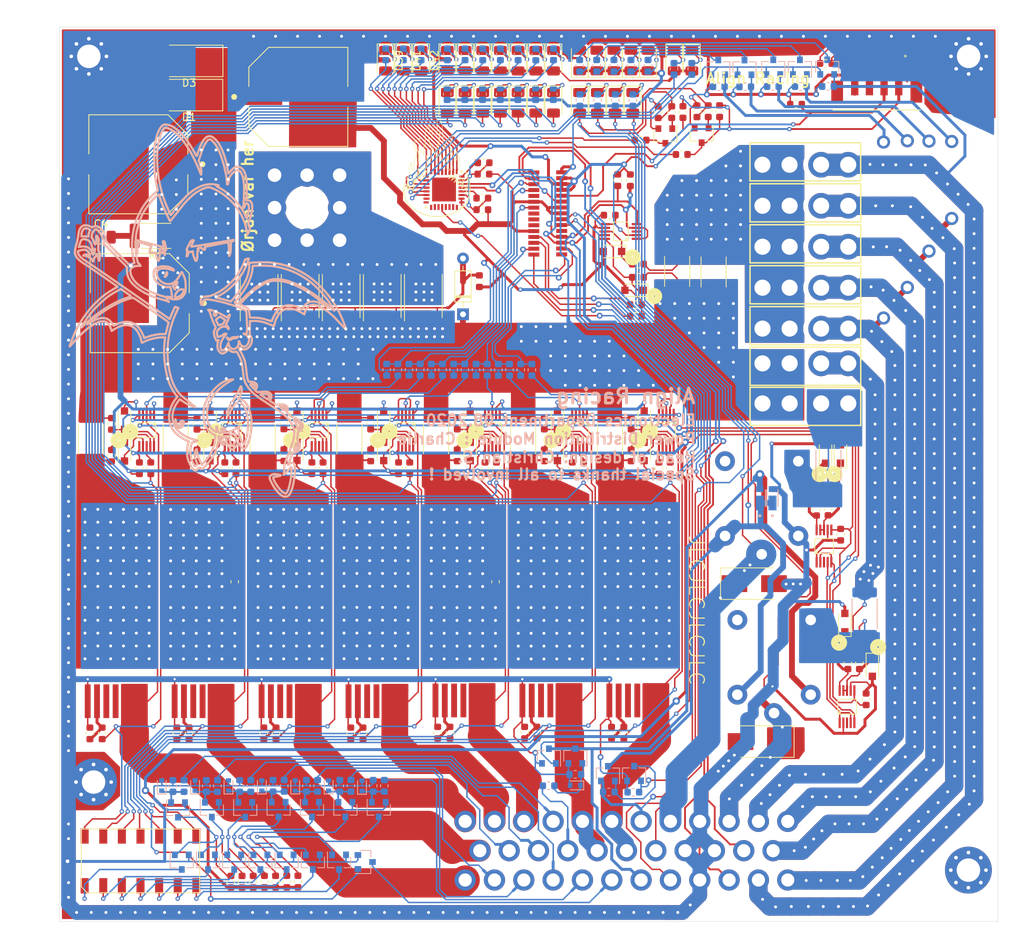
<source format=kicad_pcb>
(kicad_pcb (version 20171130) (host pcbnew "(5.1.6)-1")
  (layers (0 F.Cu signal) (31 B.Cu signal) (34 B.Paste user hide) (35 F.Paste user hide) (36 B.SilkS user) (37 F.SilkS user) (38 B.Mask user) (39 F.Mask user) (44 Edge.Cuts user))
  (net 0 "")
  (net 1 V+12V)
  (net 2 GND)
  (net 3 "Net-(C7-Pad1)")
  (net 4 vcc_5v)
  (net 5 "Net-(C12-Pad1)")
  (net 6 SHUTDOWN_IN)
  (net 7 FP_ENABLE_RELAY_SINK)
  (net 8 "Net-(D7-Pad1)")
  (net 9 "Net-(D8-Pad1)")
  (net 10 P1_OUT)
  (net 11 "Net-(D9-Pad1)")
  (net 12 P2_OUT)
  (net 13 "Net-(D10-Pad1)")
  (net 14 "Net-(D11-Pad1)")
  (net 15 "Net-(D12-Pad1)")
  (net 16 P3_OUT)
  (net 17 "Net-(D13-Pad1)")
  (net 18 P4_OUT)
  (net 19 "Net-(D14-Pad1)")
  (net 20 "Net-(D15-Pad1)")
  (net 21 "Net-(D16-Pad1)")
  (net 22 P5_OUT)
  (net 23 "Net-(D17-Pad1)")
  (net 24 "Net-(D18-Pad1)")
  (net 25 P6_OUT)
  (net 26 "Net-(D19-Pad1)")
  (net 27 "Net-(D20-Pad1)")
  (net 28 P7_OUT)
  (net 29 FUEL_PUMP_OUT)
  (net 30 "Net-(D21-Pad1)")
  (net 31 "Net-(D22-Pad1)")
  (net 32 COIL_INJECTOR_OUT)
  (net 33 "Net-(D23-Pad1)")
  (net 34 "Net-(D24-Pad1)")
  (net 35 "Net-(D26-Pad1)")
  (net 36 "Net-(D27-Pad1)")
  (net 37 "Net-(D28-Pad1)")
  (net 38 "Net-(D29-Pad1)")
  (net 39 IGN_SWITCH_OUT)
  (net 40 "Net-(F1-Pad2)")
  (net 41 MCU_UNITS_FEED_OUT)
  (net 42 CLUTCH_ACT_OUT)
  (net 43 SHUTDOWN_OUT)
  (net 44 ETC_OUT)
  (net 45 "Net-(K1-Pad14)")
  (net 46 "Net-(K2-Pad14)")
  (net 47 FP_ENABLE_ACM)
  (net 48 FP_ENABLE_AUX)
  (net 49 P1_MOS_IN)
  (net 50 P3_MOS_IN)
  (net 51 P5_MOS_IN)
  (net 52 P6_MOS_IN)
  (net 53 P2_MOS_IN)
  (net 54 P4_MOS_IN)
  (net 55 P7_MOS_IN)
  (net 56 P1_EN_ACM)
  (net 57 P1_EN_AUX)
  (net 58 P1_Fault)
  (net 59 P2_Fault)
  (net 60 P2_EN_ACM)
  (net 61 P2_EN_AUX)
  (net 62 P3_Fault)
  (net 63 P4_Fault)
  (net 64 P5_Fault)
  (net 65 P3_EN_ACM)
  (net 66 P3_EN_AUX)
  (net 67 P6_Fault)
  (net 68 P7_Fault)
  (net 69 P4_EN_ACM)
  (net 70 P4_EN_AUX)
  (net 71 P5_EN_ACM)
  (net 72 P5_EN_AUX)
  (net 73 P6_EN_ACM)
  (net 74 P6_EN_AUX)
  (net 75 P7_EN_ACM)
  (net 76 P7_EN_AUX)
  (net 77 COIL_INJECTOR_Fault)
  (net 78 FUEL_PUMP_Fault)
  (net 79 Switch)
  (net 80 SDA)
  (net 81 SLC)
  (net 82 "Net-(SW1-Pad1)")
  (net 83 "Net-(SW1-Pad2)")
  (net 84 "Net-(SW1-Pad3)")
  (net 85 "Net-(SW1-Pad4)")
  (net 86 "Net-(SW1-Pad5)")
  (net 87 "Net-(SW1-Pad6)")
  (net 88 "Net-(SW1-Pad7)")
  (net 89 RX)
  (net 90 TX)
  (net 91 CAN_HIGH)
  (net 92 CAN_LOW)
  (net 93 P6_GearA_open_drain_output)
  (net 94 ACM_Shutdown_Circuit)
  (net 95 "Net-(P1-Pad3)")
  (net 96 "Net-(C17-Pad1)")
  (net 97 "Net-(C22-Pad1)")
  (net 98 "Net-(C27-Pad1)")
  (net 99 "Net-(C32-Pad1)")
  (net 100 "Net-(C37-Pad1)")
  (net 101 "Net-(D5-Pad1)")
  (net 102 "Net-(D6-Pad1)")
  (net 103 "Net-(D25-Pad2)")
  (net 104 "Net-(R40-Pad1)")
  (net 105 "Net-(R41-Pad2)")
  (net 106 Shutdown_Relay_Side)
  (net 107 "Net-(D32-Pad1)")
  (net 108 "Net-(D33-Pad1)")
  (net 109 "Net-(D34-Pad1)")
  (net 110 "Net-(D35-Pad2)")
  (net 111 "Net-(D36-Pad2)")
  (net 112 "Net-(D37-Pad2)")
  (net 113 "Net-(D38-Pad2)")
  (net 114 "Net-(D40-Pad1)")
  (net 115 "Net-(R5-Pad1)")
  (net 116 "Net-(R48-Pad1)")
  (net 117 "Net-(R49-Pad1)")
  (net 118 "Net-(R56-Pad1)")
  (net 119 "Net-(R57-Pad1)")
  (net 120 "Net-(R62-Pad1)")
  (net 121 "Net-(R63-Pad1)")
  (net 122 "Net-(R65-Pad1)")
  (net 123 "Net-(R77-Pad1)")
  (net 124 "Net-(R97-Pad1)")
  (net 125 "Net-(R99-Pad1)")
  (net 126 "Net-(R101-Pad1)")
  (net 127 "Net-(R103-Pad1)")
  (net 128 "Net-(R106-Pad2)")
  (net 129 "Net-(D39-Pad1)")
  (net 130 "Net-(D41-Pad1)")
  (net 131 "Net-(D42-Pad1)")
  (net 132 Status_1)
  (net 133 Status_2)
  (net 134 Status_3)
  (net 135 "Net-(C4-Pad2)")
  (net 136 "Net-(D2-Pad1)")
  (net 137 "Net-(D4-Pad1)")
  (net 138 "Net-(D43-Pad1)")
  (net 139 "Net-(D44-Pad1)")
  (net 140 "Net-(D45-Pad1)")
  (net 141 "Net-(D46-Pad1)")
  (net 142 "Net-(D47-Pad1)")
  (net 143 "Net-(D49-Pad1)")
  (net 144 "Net-(D51-Pad1)")
  (net 145 "Net-(D52-Pad1)")
  (net 146 "Net-(D53-Pad1)")
  (net 147 "Net-(D54-Pad1)")
  (net 148 "Net-(D55-Pad1)")
  (net 149 "Net-(D56-Pad1)")
  (net 150 "Net-(D57-Pad1)")
  (net 151 "Net-(D58-Pad1)")
  (net 152 "Net-(D59-Pad1)")
  (net 153 "Net-(D60-Pad1)")
  (net 154 "Net-(D61-Pad1)")
  (net 155 "Net-(D62-Pad1)")
  (net 156 "Net-(Q1-Pad8)")
  (net 157 "Net-(Q2-Pad8)")
  (net 158 "Net-(Q3-Pad8)")
  (net 159 "Net-(Q6-Pad8)")
  (net 160 "Net-(Q7-Pad8)")
  (net 161 "Net-(Q8-Pad8)")
  (net 162 "Net-(R2-Pad2)")
  (net 163 "Net-(R15-Pad1)")
  (net 164 "Net-(R21-Pad1)")
  (net 165 "Net-(R29-Pad1)")
  (net 166 "Net-(R110-Pad1)")
  (net 167 "Net-(R114-Pad1)")
  (net 168 "Net-(R118-Pad1)")
  (net 169 "Net-(R122-Pad1)")
  (net 170 "Net-(Q5-Pad8)")
  (net 171 "Net-(D63-Pad2)")
  (net 172 "Net-(J1-Pad1)")
  (net 173 "Net-(JP1-Pad2)")
  (net 174 "Net-(K1-Pad1)")
  (net 175 "Net-(K2-Pad1)")
  (net 176 /Phase1/P1_MOS_SENSE)
  (net 177 "Net-(Q1-Pad4)")
  (net 178 /Phase3/P3_MOS_SENSE)
  (net 179 "Net-(Q2-Pad4)")
  (net 180 /Phase5/P5_MOS_SENSE)
  (net 181 "Net-(Q3-Pad4)")
  (net 182 /Phase6_GearA/P6_MOS_SENSE)
  (net 183 "Net-(Q5-Pad4)")
  (net 184 /Phase2/P2_MOS_SENSE)
  (net 185 "Net-(Q6-Pad4)")
  (net 186 /Phase4/P4_MOS_SENSE)
  (net 187 "Net-(Q7-Pad4)")
  (net 188 /Phase7_GearB/P7_MOS_SENSE)
  (net 189 "Net-(Q8-Pad4)")
  (net 190 "Net-(U1-Pad10)")
  (net 191 "Net-(U1-Pad11)")
  (net 192 "Net-(U1-Pad13)")
  (net 193 "Net-(U1-Pad15)")
  (net 194 "Net-(U1-Pad21)")
  (net 195 "Net-(U9-Pad33)")
  (net 196 "Net-(U9-Pad24)")
  (net 197 "Net-(U9-Pad23)")
  (net 198 "Net-(U9-Pad22)")
  (net 199 "Net-(U9-Pad21)")
  (net 200 "Net-(U9-Pad19)")
  (net 201 "Net-(U9-Pad18)")
  (net 202 "Net-(U9-Pad17)")
  (net 203 /Fuel_Ignition_ShutdownCircuit/COIL_INJECTOR_Alert)
  (net 204 /Fuel_Ignition_ShutdownCircuit/FP_Alert)
  (net 205 /Fuses_Direct/DIRECT_Alert)
  (net 206 "Net-(U9-Pad16)")
  (net 207 "Net-(U9-Pad15)")
  (net 208 "Net-(JP2-Pad2)")
  (net 209 "Net-(JP3-Pad2)")
  (net 210 "Net-(JP4-Pad2)")
  (net 211 "Net-(H3-Pad1)")
  (net 212 "Net-(R130-Pad1)")
  (net 213 "Net-(R131-Pad1)")
  (net 214 "Net-(R136-Pad1)")
  (net 215 "Net-(R137-Pad1)")
  (net 216 "Net-(R133-Pad2)")
  (net 217 "Net-(R135-Pad2)")
  (net 218 "Net-(F6-Pad2)")
  (net 219 "Net-(F7-Pad2)")
  (module Resistor_SMD:R_0603_1608Metric (layer F.Cu) (at 113.11 41.76)
    (fp_text reference R137)
    (fp_text value 4K7)
    (pad 2 smd roundrect (at 0.7875 0) (size 0.875 0.95) (layers F.Cu F.Paste F.Mask) (net 213 "Net-(R131-Pad1)"))
    (pad 1 smd roundrect (at -0.7875 0) (size 0.875 0.95) (layers F.Cu F.Paste F.Mask) (net 215 "Net-(R137-Pad1)"))
  )
  (module Resistor_SMD:R_0603_1608Metric (layer F.Cu) (at 118.7225 43.72)
    (fp_text reference R136)
    (fp_text value 4K7)
    (pad 2 smd roundrect (at 0.7875 0) (size 0.875 0.95) (layers F.Cu F.Paste F.Mask) (net 212 "Net-(R130-Pad1)"))
    (pad 1 smd roundrect (at -0.7875 0) (size 0.875 0.95) (layers F.Cu F.Paste F.Mask) (net 214 "Net-(R136-Pad1)"))
  )
  (module AR_PDM_v1:N-MOS-DMN6140L-13 (layer F.Cu) (at 116.49 41.19 270)
    (fp_text reference U43)
    (fp_text value N-MOS)
    (pad 3 smd rect (at 1 0 270) (size 0.9 0.8) (layers F.Cu F.Paste F.Mask) (net 213 "Net-(R131-Pad1)"))
    (pad 2 smd rect (at -1 0.95 270) (size 0.9 0.8) (layers F.Cu F.Paste F.Mask) (net 2 GND))
    (pad 1 smd rect (at -1 -0.95 270) (size 0.9 0.8) (layers F.Cu F.Paste F.Mask) (net 217 "Net-(R135-Pad2)"))
  )
  (module AR_PDM_v1:N-MOS-DMN6140L-13 (layer F.Cu) (at 121.44 41.11 270)
    (fp_text reference U42)
    (fp_text value N-MOS)
    (pad 3 smd rect (at 1 0 270) (size 0.9 0.8) (layers F.Cu F.Paste F.Mask) (net 212 "Net-(R130-Pad1)"))
    (pad 2 smd rect (at -1 0.95 270) (size 0.9 0.8) (layers F.Cu F.Paste F.Mask) (net 2 GND))
    (pad 1 smd rect (at -1 -0.95 270) (size 0.9 0.8) (layers F.Cu F.Paste F.Mask) (net 216 "Net-(R133-Pad2)"))
  )
  (module Resistor_SMD:R_0603_1608Metric (layer F.Cu) (at 117.36 37.94 270)
    (fp_text reference R135)
    (fp_text value 4K7)
    (pad 1 smd roundrect (at -0.7875 0 270) (size 0.875 0.95) (layers F.Cu F.Paste F.Mask) (net 6 SHUTDOWN_IN))
    (pad 2 smd roundrect (at 0.7875 0 270) (size 0.875 0.95) (layers F.Cu F.Paste F.Mask) (net 217 "Net-(R135-Pad2)"))
  )
  (module Resistor_SMD:R_0603_1608Metric (layer F.Cu) (at 115.51 37.95 270)
    (fp_text reference R134)
    (fp_text value 4K7)
    (pad 1 smd roundrect (at -0.7875 0 270) (size 0.875 0.95) (layers F.Cu F.Paste F.Mask) (net 2 GND))
    (pad 2 smd roundrect (at 0.7875 0 270) (size 0.875 0.95) (layers F.Cu F.Paste F.Mask) (net 6 SHUTDOWN_IN))
  )
  (module Resistor_SMD:R_0603_1608Metric (layer F.Cu) (at 122.34 37.82 270)
    (fp_text reference R133)
    (fp_text value 4K7)
    (pad 1 smd roundrect (at -0.7875 0 270) (size 0.875 0.95) (layers F.Cu F.Paste F.Mask) (net 106 Shutdown_Relay_Side))
    (pad 2 smd roundrect (at 0.7875 0 270) (size 0.875 0.95) (layers F.Cu F.Paste F.Mask) (net 216 "Net-(R133-Pad2)"))
  )
  (module Resistor_SMD:R_0603_1608Metric (layer F.Cu) (at 120.8 37.83 270)
    (fp_text reference R132)
    (fp_text value 4K7)
    (pad 1 smd roundrect (at -0.7875 0 270) (size 0.875 0.95) (layers F.Cu F.Paste F.Mask) (net 2 GND))
    (pad 2 smd roundrect (at 0.7875 0 270) (size 0.875 0.95) (layers F.Cu F.Paste F.Mask) (net 106 Shutdown_Relay_Side))
  )
  (module Resistor_SMD:R_0603_1608Metric (layer F.Cu) (at 118.89 37.93 90)
    (fp_text reference R131)
    (fp_text value 4K7)
    (pad 1 smd roundrect (at -0.7875 0 90) (size 0.875 0.95) (layers F.Cu F.Paste F.Mask) (net 213 "Net-(R131-Pad1)"))
    (pad 2 smd roundrect (at 0.7875 0 90) (size 0.875 0.95) (layers F.Cu F.Paste F.Mask) (net 4 vcc_5v))
  )
  (module Resistor_SMD:R_0603_1608Metric (layer F.Cu) (at 123.89 37.81 90)
    (fp_text reference R130)
    (fp_text value 4K7)
    (pad 1 smd roundrect (at -0.7875 0 90) (size 0.875 0.95) (layers F.Cu F.Paste F.Mask) (net 212 "Net-(R130-Pad1)"))
    (pad 2 smd roundrect (at 0.7875 0 90) (size 0.875 0.95) (layers F.Cu F.Paste F.Mask) (net 4 vcc_5v))
  )
  (module AR_PDM_v1:QFN50P500X500X60-33N (layer F.Cu) (at 86.3 48.5 270)
    (fp_text reference U9)
    (fp_text value TCA6424ARGJR)
    (pad 33 smd rect (at 0 0 270) (size 3.2512 3.2512) (layers F.Cu F.Paste F.Mask) (net 195 "Net-(U9-Pad33)"))
    (pad 32 smd rect (at -1.75 -2.44 270) (size 0.3 0.7) (layers F.Cu F.Paste F.Mask) (net 105 "Net-(R41-Pad2)"))
    (pad 31 smd rect (at -1.25 -2.3876 270) (size 0.3 0.8128) (layers F.Cu F.Paste F.Mask) (net 4 vcc_5v))
    (pad 30 smd rect (at -0.75 -2.3876 270) (size 0.3 0.8128) (layers F.Cu F.Paste F.Mask) (net 80 SDA))
    (pad 29 smd rect (at -0.25 -2.3876 270) (size 0.3 0.8128) (layers F.Cu F.Paste F.Mask) (net 81 SLC))
    (pad 28 smd rect (at 0.25 -2.3876 270) (size 0.3 0.8128) (layers F.Cu F.Paste F.Mask) (net 104 "Net-(R40-Pad1)"))
    (pad 27 smd rect (at 0.75 -2.3876 270) (size 0.3 0.8128) (layers F.Cu F.Paste F.Mask) (net 4 vcc_5v))
    (pad 26 smd rect (at 1.25 -2.3876 270) (size 0.3 0.8128) (layers F.Cu F.Paste F.Mask) (net 2 GND))
    (pad 25 smd rect (at 1.75 -2.44 270) (size 0.3 0.7) (layers F.Cu F.Paste F.Mask) (net 2 GND))
    (pad 24 smd rect (at 2.44 -1.75 270) (size 0.7 0.3) (layers F.Cu F.Paste F.Mask) (net 196 "Net-(U9-Pad24)"))
    (pad 23 smd rect (at 2.3876 -1.25 270) (size 0.8128 0.3) (layers F.Cu F.Paste F.Mask) (net 197 "Net-(U9-Pad23)"))
    (pad 22 smd rect (at 2.3876 -0.75 270) (size 0.8128 0.3) (layers F.Cu F.Paste F.Mask) (net 198 "Net-(U9-Pad22)"))
    (pad 21 smd rect (at 2.3876 -0.25 270) (size 0.8128 0.3) (layers F.Cu F.Paste F.Mask) (net 199 "Net-(U9-Pad21)"))
    (pad 20 smd rect (at 2.3876 0.25 270) (size 0.8128 0.3) (layers F.Cu F.Paste F.Mask) (net 47 FP_ENABLE_ACM))
    (pad 19 smd rect (at 2.3876 0.75 270) (size 0.8128 0.3) (layers F.Cu F.Paste F.Mask) (net 200 "Net-(U9-Pad19)"))
    (pad 18 smd rect (at 2.3876 1.25 270) (size 0.8128 0.3) (layers F.Cu F.Paste F.Mask) (net 201 "Net-(U9-Pad18)"))
    (pad 17 smd rect (at 2.44 1.75 270) (size 0.7 0.3) (layers F.Cu F.Paste F.Mask) (net 202 "Net-(U9-Pad17)"))
    (pad 16 smd rect (at 1.75 2.44 270) (size 0.3 0.7) (layers F.Cu F.Paste F.Mask) (net 206 "Net-(U9-Pad16)"))
    (pad 15 smd rect (at 1.25 2.3876 270) (size 0.3 0.8128) (layers F.Cu F.Paste F.Mask) (net 207 "Net-(U9-Pad15)"))
    (pad 14 smd rect (at 0.75 2.3876 270) (size 0.3 0.8128) (layers F.Cu F.Paste F.Mask) (net 214 "Net-(R136-Pad1)"))
    (pad 13 smd rect (at 0.25 2.3876 270) (size 0.3 0.8128) (layers F.Cu F.Paste F.Mask) (net 215 "Net-(R137-Pad1)"))
    (pad 12 smd rect (at -0.25 2.3876 270) (size 0.3 0.8128) (layers F.Cu F.Paste F.Mask) (net 78 FUEL_PUMP_Fault))
    (pad 11 smd rect (at -0.75 2.3876 270) (size 0.3 0.8128) (layers F.Cu F.Paste F.Mask) (net 77 COIL_INJECTOR_Fault))
    (pad 10 smd rect (at -1.25 2.3876 270) (size 0.3 0.8128) (layers F.Cu F.Paste F.Mask) (net 132 Status_1))
    (pad 9 smd rect (at -1.75 2.44 270) (size 0.3 0.7) (layers F.Cu F.Paste F.Mask) (net 133 Status_2))
    (pad 8 smd rect (at -2.44 1.75 270) (size 0.7 0.3) (layers F.Cu F.Paste F.Mask) (net 134 Status_3))
    (pad 7 smd rect (at -2.3876 1.25 270) (size 0.8128 0.3) (layers F.Cu F.Paste F.Mask) (net 58 P1_Fault))
    (pad 6 smd rect (at -2.3876 0.75 270) (size 0.8128 0.3) (layers F.Cu F.Paste F.Mask) (net 59 P2_Fault))
    (pad 5 smd rect (at -2.3876 0.25 270) (size 0.8128 0.3) (layers F.Cu F.Paste F.Mask) (net 62 P3_Fault))
    (pad 4 smd rect (at -2.3876 -0.25 270) (size 0.8128 0.3) (layers F.Cu F.Paste F.Mask) (net 63 P4_Fault))
    (pad 3 smd rect (at -2.3876 -0.75 270) (size 0.8128 0.3) (layers F.Cu F.Paste F.Mask) (net 64 P5_Fault))
    (pad 2 smd rect (at -2.3876 -1.25 270) (size 0.8128 0.3) (layers F.Cu F.Paste F.Mask) (net 67 P6_Fault))
    (pad 1 smd rect (at -2.44 -1.75 270) (size 0.7 0.3) (layers F.Cu F.Paste F.Mask) (net 68 P7_Fault))
  )
  (module Diode_SMD:D_SMB_Handsoldering (layer F.Cu) (at 129.45 123.8 180)
    (fp_text reference D50)
    (fp_text value D_Schottky_MBRS3200T3G)
    (pad 1 smd rect (at -2.7 0 180) (size 3.5 2.3) (layers F.Cu F.Paste F.Mask) (net 29 FUEL_PUMP_OUT))
    (pad 2 smd rect (at 2.7 0 180) (size 3.5 2.3) (layers F.Cu F.Paste F.Mask) (net 2 GND))
  )
  (module Diode_SMD:D_SMB_Handsoldering (layer F.Cu) (at 128.61 102.26)
    (fp_text reference D48)
    (fp_text value D_Schottky_MBRS3200T3G)
    (pad 1 smd rect (at -2.7 0) (size 3.5 2.3) (layers F.Cu F.Paste F.Mask) (net 32 COIL_INJECTOR_OUT))
    (pad 2 smd rect (at 2.7 0) (size 3.5 2.3) (layers F.Cu F.Paste F.Mask) (net 2 GND))
  )
  (module Diode_SMD:D_SMB_Handsoldering (layer F.Cu) (at 51.54 30.96 180)
    (fp_text reference D3 (at 0 -3) (layer F.SilkS))
    (fp_text value D_Schottky_MBRS3200T3G)
    (pad 1 smd rect (at -2.7 0 180) (size 3.5 2.3) (layers F.Cu F.Paste F.Mask) (net 1 V+12V))
    (pad 2 smd rect (at 2.7 0 180) (size 3.5 2.3) (layers F.Cu F.Paste F.Mask) (net 2 GND))
  )
  (module Diode_SMD:D_SMB_Handsoldering (layer F.Cu) (at 51.52 35.62 180)
    (fp_text reference D1 (at 0 -3) (layer F.SilkS))
    (fp_text value D_Schottky_MBRS3200T3G)
    (pad 1 smd rect (at -2.7 0 180) (size 3.5 2.3) (layers F.Cu F.Paste F.Mask) (net 1 V+12V))
    (pad 2 smd rect (at 2.7 0 180) (size 3.5 2.3) (layers F.Cu F.Paste F.Mask) (net 2 GND))
  )
  (module AR_PDM_v1:P-MOS-BSS83PH6327XTSA1 (layer B.Cu) (at 131.2127 31.8076 90)
    (fp_text reference U32)
    (fp_text value P-MOS)
    (pad 3 smd rect (at 1 0 90) (size 0.9 0.8) (layers B.Cu B.Paste B.Mask) (net 123 "Net-(R77-Pad1)"))
    (pad 2 smd rect (at -1 -0.95 90) (size 0.9 0.8) (layers B.Cu B.Paste B.Mask) (net 1 V+12V))
    (pad 1 smd rect (at -1 0.95 90) (size 0.9 0.8) (layers B.Cu B.Paste B.Mask) (net 173 "Net-(JP1-Pad2)"))
  )
  (module AR_PDM_v1:WireJumper_20mm (layer F.Cu) (at 149.5 61.85 90)
    (fp_text reference JP3)
    (fp_text value WireJumper)
    (pad 1 thru_hole circle (at 0 0 90) (size 1.8 1.8) (drill 1.1) (layers *.Cu *.Mask) (net 44 ETC_OUT))
    (pad 2 thru_hole circle (at 20 0 90) (size 1.8 1.8) (drill 1.1) (layers *.Cu *.Mask) (net 209 "Net-(JP3-Pad2)"))
  )
  (module AR_PDM_v1:WireJumper_25mm (layer F.Cu) (at 146.25 66.025 90)
    (fp_text reference JP2)
    (fp_text value WireJumper)
    (pad 2 thru_hole circle (at 24 0 90) (size 1.8 1.8) (drill 1.1) (layers *.Cu *.Mask) (net 208 "Net-(JP2-Pad2)"))
    (pad 1 thru_hole circle (at 0 0 90) (size 1.8 1.8) (drill 1.1) (layers *.Cu *.Mask) (net 41 MCU_UNITS_FEED_OUT))
  )
  (module AR_PDM_v1:WireJumper_15mm (layer F.Cu) (at 152.45 56.9 90)
    (fp_text reference JP1)
    (fp_text value WireJumper)
    (pad 2 thru_hole circle (at 15 0 90) (size 1.8 1.8) (drill 1.1) (layers *.Cu *.Mask) (net 173 "Net-(JP1-Pad2)"))
    (pad 1 thru_hole circle (at 0 0 90) (size 1.8 1.8) (drill 1.1) (layers *.Cu *.Mask) (net 42 CLUTCH_ACT_OUT))
  )
  (module AR_PDM_v1:WireJumper_10.5mm (layer F.Cu) (at 155.55 52.45 90)
    (fp_text reference JP4)
    (fp_text value WireJumper)
    (pad 2 thru_hole circle (at 10.5 0 90) (size 1.8 1.8) (drill 1.1) (layers *.Cu *.Mask) (net 210 "Net-(JP4-Pad2)"))
    (pad 1 thru_hole circle (at 0 0 90) (size 1.8 1.8) (drill 1.1) (layers *.Cu *.Mask) (net 39 IGN_SWITCH_OUT))
  )
  (module AR_PDM_v1:D_DO-35_BZX79-C6V8,113 (layer F.Cu) (at 88.89 65.52 90)
    (fp_text reference D63)
    (fp_text value D_zener_BZX79-C6V8,113)
    (pad 1 thru_hole rect (at 0 0 90) (size 1.6 1.6) (drill 0.8) (layers *.Cu *.Mask) (net 1 V+12V))
    (pad 2 thru_hole oval (at 7.62 0 90) (size 1.6 1.6) (drill 0.8) (layers *.Cu *.Mask) (net 171 "Net-(D63-Pad2)"))
  )
  (module Resistor_SMD:R_0603_1608Metric (layer F.Cu) (at 93.325 102 270)
    (fp_text reference R2)
    (fp_text value NTC)
    (pad 2 smd roundrect (at 0.7875 0 270) (size 0.875 0.95) (layers F.Cu F.Paste F.Mask) (net 162 "Net-(R2-Pad2)"))
    (pad 1 smd roundrect (at -0.7875 0 270) (size 0.875 0.95) (layers F.Cu F.Paste F.Mask) (net 4 vcc_5v))
  )
  (module AR_PDM_v1:ACM_2020_Footprint_wo_silk (layer F.Cu) (at 100.45 51.75 270)
    (fp_text reference U1)
    (fp_text value ACM_2020 hide)
    (pad "" np_thru_hole circle (at -8.422 19.912 270) (size 2.2 2.2) (drill 2.2) (layers *.Cu *.Mask))
    (pad "" np_thru_hole circle (at 6.5 -1.3 270) (size 0.7 0.7) (drill 0.7) (layers *.Cu *.Mask))
    (pad "" np_thru_hole circle (at -6.5 1.3 270) (size 0.7 0.7) (drill 0.7) (layers *.Cu *.Mask))
    (pad 1 smd rect (at 5.6254 1.9 270) (size 0.55 1.5) (layers F.Cu F.Paste F.Mask) (net 94 ACM_Shutdown_Circuit))
    (pad 2 smd rect (at 5.6 -1.9 270) (size 0.55 1.5) (layers F.Cu F.Paste F.Mask) (net 73 P6_EN_ACM))
    (pad 3 smd rect (at 4.8254 1.9 270) (size 0.55 1.5) (layers F.Cu F.Paste F.Mask) (net 71 P5_EN_ACM))
    (pad 4 smd rect (at 4.8 -1.9 270) (size 0.55 1.5) (layers F.Cu F.Paste F.Mask) (net 75 P7_EN_ACM))
    (pad 5 smd rect (at 4.0254 1.9 270) (size 0.55 1.5) (layers F.Cu F.Paste F.Mask) (net 128 "Net-(R106-Pad2)"))
    (pad 6 smd rect (at 4 -1.9 270) (size 0.55 1.5) (layers F.Cu F.Paste F.Mask) (net 80 SDA))
    (pad 7 smd rect (at 3.2254 1.9 270) (size 0.55 1.5) (layers F.Cu F.Paste F.Mask) (net 162 "Net-(R2-Pad2)"))
    (pad 8 smd rect (at 3.2 -1.9 270) (size 0.55 1.5) (layers F.Cu F.Paste F.Mask) (net 81 SLC))
    (pad 9 smd rect (at 2.4254 1.9 270) (size 0.55 1.5) (layers F.Cu F.Paste F.Mask) (net 2 GND))
    (pad 10 smd rect (at 2.4 -1.9 270) (size 0.55 1.5) (layers F.Cu F.Paste F.Mask) (net 190 "Net-(U1-Pad10)"))
    (pad 11 smd rect (at 1.6254 1.9 270) (size 0.55 1.5) (layers F.Cu F.Paste F.Mask) (net 191 "Net-(U1-Pad11)"))
    (pad 12 smd rect (at 1.6 -1.9 270) (size 0.55 1.5) (layers F.Cu F.Paste F.Mask) (net 89 RX))
    (pad 13 smd rect (at 0.8254 1.9 270) (size 0.55 1.5) (layers F.Cu F.Paste F.Mask) (net 192 "Net-(U1-Pad13)"))
    (pad 14 smd rect (at 0.8 -1.9 270) (size 0.55 1.5) (layers F.Cu F.Paste F.Mask) (net 90 TX))
    (pad 15 smd rect (at 0.0254 1.9 270) (size 0.55 1.5) (layers F.Cu F.Paste F.Mask) (net 193 "Net-(U1-Pad15)"))
    (pad 16 smd rect (at 0 -1.9 270) (size 0.55 1.5) (layers F.Cu F.Paste F.Mask) (net 2 GND))
    (pad 17 smd rect (at -0.7746 1.9 270) (size 0.55 1.5) (layers F.Cu F.Paste F.Mask) (net 69 P4_EN_ACM))
    (pad 18 smd rect (at -0.8 -1.9 270) (size 0.55 1.5) (layers F.Cu F.Paste F.Mask) (net 2 GND))
    (pad 19 smd rect (at -1.5746 1.9 270) (size 0.55 1.5) (layers F.Cu F.Paste F.Mask) (net 2 GND))
    (pad 20 smd rect (at -1.6 -1.9 270) (size 0.55 1.5) (layers F.Cu F.Paste F.Mask) (net 56 P1_EN_ACM))
    (pad 21 smd rect (at -2.3746 1.9 270) (size 0.55 1.5) (layers F.Cu F.Paste F.Mask) (net 194 "Net-(U1-Pad21)"))
    (pad 22 smd rect (at -2.4 -1.9 270) (size 0.55 1.5) (layers F.Cu F.Paste F.Mask) (net 79 Switch))
    (pad 23 smd rect (at -3.1746 1.9 270) (size 0.55 1.5) (layers F.Cu F.Paste F.Mask) (net 65 P3_EN_ACM))
    (pad 24 smd rect (at -3.2 -1.9 270) (size 0.55 1.5) (layers F.Cu F.Paste F.Mask) (net 4 vcc_5v))
    (pad 25 smd rect (at -3.9746 1.9 270) (size 0.55 1.5) (layers F.Cu F.Paste F.Mask) (net 60 P2_EN_ACM))
    (pad 26 smd rect (at -4 -1.9 270) (size 0.55 1.5) (layers F.Cu F.Paste F.Mask) (net 4 vcc_5v))
    (pad 27 smd rect (at -4.7746 1.9 270) (size 0.55 1.5) (layers F.Cu F.Paste F.Mask) (net 91 CAN_HIGH))
    (pad 28 smd rect (at -4.8 -1.9 270) (size 0.55 1.5) (layers F.Cu F.Paste F.Mask) (net 4 vcc_5v))
    (pad 29 smd rect (at -5.5746 1.9 270) (size 0.55 1.5) (layers F.Cu F.Paste F.Mask) (net 92 CAN_LOW))
    (pad 30 smd rect (at -5.6 -1.9 270) (size 0.55 1.5) (layers F.Cu F.Paste F.Mask) (net 1 V+12V))
  )
  (module AR_PDM_v1:P-MOS-SIRA99DP-T1-GE3 (layer F.Cu) (at 83.48 63.03 90)
    (fp_text reference U41)
    (fp_text value P-MOS-SIRA99DP-T1-GE3)
    (pad 2 smd rect (at -2.67 -1.905 90) (size 1.27 0.61) (layers F.Cu F.Paste F.Mask) (net 1 V+12V))
    (pad 2 smd rect (at -2.67 -0.635 90) (size 1.27 0.61) (layers F.Cu F.Paste F.Mask) (net 1 V+12V))
    (pad 2 smd rect (at -2.67 0.635 90) (size 1.27 0.61) (layers F.Cu F.Paste F.Mask) (net 1 V+12V))
    (pad 1 smd rect (at -2.67 1.905 90) (size 1.27 0.61) (layers F.Cu F.Paste F.Mask) (net 171 "Net-(D63-Pad2)"))
    (pad 3 smd rect (at 2.795 1.905 90) (size 1.02 0.61) (layers F.Cu F.Paste F.Mask) (net 172 "Net-(J1-Pad1)"))
    (pad 3 smd rect (at 2.795 0.635 90) (size 1.02 0.61) (layers F.Cu F.Paste F.Mask) (net 172 "Net-(J1-Pad1)"))
    (pad 3 smd rect (at 2.795 -0.635 90) (size 1.02 0.61) (layers F.Cu F.Paste F.Mask) (net 172 "Net-(J1-Pad1)"))
    (pad 3 smd rect (at 2.795 -1.905 90) (size 1.02 0.61) (layers F.Cu F.Paste F.Mask) (net 172 "Net-(J1-Pad1)"))
    (pad 3 smd rect (at 0.69 0 90) (size 3.81 3.91) (layers F.Cu F.Paste F.Mask) (net 172 "Net-(J1-Pad1)"))
  )
  (module AR_PDM_v1:P-MOS-SIRA99DP-T1-GE3 (layer F.Cu) (at 72.275 63.025 90)
    (fp_text reference U40)
    (fp_text value P-MOS-SIRA99DP-T1-GE3)
    (pad 2 smd rect (at -2.67 -1.905 90) (size 1.27 0.61) (layers F.Cu F.Paste F.Mask) (net 1 V+12V))
    (pad 2 smd rect (at -2.67 -0.635 90) (size 1.27 0.61) (layers F.Cu F.Paste F.Mask) (net 1 V+12V))
    (pad 2 smd rect (at -2.67 0.635 90) (size 1.27 0.61) (layers F.Cu F.Paste F.Mask) (net 1 V+12V))
    (pad 1 smd rect (at -2.67 1.905 90) (size 1.27 0.61) (layers F.Cu F.Paste F.Mask) (net 171 "Net-(D63-Pad2)"))
    (pad 3 smd rect (at 2.795 1.905 90) (size 1.02 0.61) (layers F.Cu F.Paste F.Mask) (net 172 "Net-(J1-Pad1)"))
    (pad 3 smd rect (at 2.795 0.635 90) (size 1.02 0.61) (layers F.Cu F.Paste F.Mask) (net 172 "Net-(J1-Pad1)"))
    (pad 3 smd rect (at 2.795 -0.635 90) (size 1.02 0.61) (layers F.Cu F.Paste F.Mask) (net 172 "Net-(J1-Pad1)"))
    (pad 3 smd rect (at 2.795 -1.905 90) (size 1.02 0.61) (layers F.Cu F.Paste F.Mask) (net 172 "Net-(J1-Pad1)"))
    (pad 3 smd rect (at 0.69 0 90) (size 3.81 3.91) (layers F.Cu F.Paste F.Mask) (net 172 "Net-(J1-Pad1)"))
  )
  (module AR_PDM_v1:P-MOS-SIRA99DP-T1-GE3 (layer F.Cu) (at 77.875 63.025 90)
    (fp_text reference U39)
    (fp_text value P-MOS-SIRA99DP-T1-GE3)
    (pad 2 smd rect (at -2.67 -1.905 90) (size 1.27 0.61) (layers F.Cu F.Paste F.Mask) (net 1 V+12V))
    (pad 2 smd rect (at -2.67 -0.635 90) (size 1.27 0.61) (layers F.Cu F.Paste F.Mask) (net 1 V+12V))
    (pad 2 smd rect (at -2.67 0.635 90) (size 1.27 0.61) (layers F.Cu F.Paste F.Mask) (net 1 V+12V))
    (pad 1 smd rect (at -2.67 1.905 90) (size 1.27 0.61) (layers F.Cu F.Paste F.Mask) (net 171 "Net-(D63-Pad2)"))
    (pad 3 smd rect (at 2.795 1.905 90) (size 1.02 0.61) (layers F.Cu F.Paste F.Mask) (net 172 "Net-(J1-Pad1)"))
    (pad 3 smd rect (at 2.795 0.635 90) (size 1.02 0.61) (layers F.Cu F.Paste F.Mask) (net 172 "Net-(J1-Pad1)"))
    (pad 3 smd rect (at 2.795 -0.635 90) (size 1.02 0.61) (layers F.Cu F.Paste F.Mask) (net 172 "Net-(J1-Pad1)"))
    (pad 3 smd rect (at 2.795 -1.905 90) (size 1.02 0.61) (layers F.Cu F.Paste F.Mask) (net 172 "Net-(J1-Pad1)"))
    (pad 3 smd rect (at 0.69 0 90) (size 3.81 3.91) (layers F.Cu F.Paste F.Mask) (net 172 "Net-(J1-Pad1)"))
  )
  (module AR_PDM_v1:P-MOS-SIRA99DP-T1-GE3 (layer F.Cu) (at 61.075 63.025 90)
    (fp_text reference U38)
    (fp_text value P-MOS-SIRA99DP-T1-GE3)
    (pad 2 smd rect (at -2.67 -1.905 90) (size 1.27 0.61) (layers F.Cu F.Paste F.Mask) (net 1 V+12V))
    (pad 2 smd rect (at -2.67 -0.635 90) (size 1.27 0.61) (layers F.Cu F.Paste F.Mask) (net 1 V+12V))
    (pad 2 smd rect (at -2.67 0.635 90) (size 1.27 0.61) (layers F.Cu F.Paste F.Mask) (net 1 V+12V))
    (pad 1 smd rect (at -2.67 1.905 90) (size 1.27 0.61) (layers F.Cu F.Paste F.Mask) (net 171 "Net-(D63-Pad2)"))
    (pad 3 smd rect (at 2.795 1.905 90) (size 1.02 0.61) (layers F.Cu F.Paste F.Mask) (net 172 "Net-(J1-Pad1)"))
    (pad 3 smd rect (at 2.795 0.635 90) (size 1.02 0.61) (layers F.Cu F.Paste F.Mask) (net 172 "Net-(J1-Pad1)"))
    (pad 3 smd rect (at 2.795 -0.635 90) (size 1.02 0.61) (layers F.Cu F.Paste F.Mask) (net 172 "Net-(J1-Pad1)"))
    (pad 3 smd rect (at 2.795 -1.905 90) (size 1.02 0.61) (layers F.Cu F.Paste F.Mask) (net 172 "Net-(J1-Pad1)"))
    (pad 3 smd rect (at 0.69 0 90) (size 3.81 3.91) (layers F.Cu F.Paste F.Mask) (net 172 "Net-(J1-Pad1)"))
  )
  (module AR_PDM_v1:P-MOS-SIRA99DP-T1-GE3 (layer F.Cu) (at 66.675 63.025 90)
    (fp_text reference U37)
    (fp_text value P-MOS-SIRA99DP-T1-GE3)
    (pad 2 smd rect (at -2.67 -1.905 90) (size 1.27 0.61) (layers F.Cu F.Paste F.Mask) (net 1 V+12V))
    (pad 2 smd rect (at -2.67 -0.635 90) (size 1.27 0.61) (layers F.Cu F.Paste F.Mask) (net 1 V+12V))
    (pad 2 smd rect (at -2.67 0.635 90) (size 1.27 0.61) (layers F.Cu F.Paste F.Mask) (net 1 V+12V))
    (pad 1 smd rect (at -2.67 1.905 90) (size 1.27 0.61) (layers F.Cu F.Paste F.Mask) (net 171 "Net-(D63-Pad2)"))
    (pad 3 smd rect (at 2.795 1.905 90) (size 1.02 0.61) (layers F.Cu F.Paste F.Mask) (net 172 "Net-(J1-Pad1)"))
    (pad 3 smd rect (at 2.795 0.635 90) (size 1.02 0.61) (layers F.Cu F.Paste F.Mask) (net 172 "Net-(J1-Pad1)"))
    (pad 3 smd rect (at 2.795 -0.635 90) (size 1.02 0.61) (layers F.Cu F.Paste F.Mask) (net 172 "Net-(J1-Pad1)"))
    (pad 3 smd rect (at 2.795 -1.905 90) (size 1.02 0.61) (layers F.Cu F.Paste F.Mask) (net 172 "Net-(J1-Pad1)"))
    (pad 3 smd rect (at 0.69 0 90) (size 3.81 3.91) (layers F.Cu F.Paste F.Mask) (net 172 "Net-(J1-Pad1)"))
  )
  (module Resistor_SMD:R_0603_1608Metric (layer F.Cu) (at 91.125 61 90)
    (fp_text reference R129)
    (fp_text value 1k)
    (pad 2 smd roundrect (at 0.7875 0 90) (size 0.875 0.95) (layers F.Cu F.Paste F.Mask) (net 171 "Net-(D63-Pad2)"))
    (pad 1 smd roundrect (at -0.7875 0 90) (size 0.875 0.95) (layers F.Cu F.Paste F.Mask) (net 2 GND))
  )
  (module AR_PDM_v1:D_Shotky_BAT60_HandSoldering (layer F.Cu) (at 42.72 79.9592 90)
    (fp_text reference D4)
    (fp_text value D_Schottky_BAT60A)
    (pad 1 smd rect (at -1.25 0 90) (size 1 1) (layers F.Cu F.Paste F.Mask) (net 137 "Net-(D4-Pad1)"))
    (pad 2 smd rect (at 1.25 0 90) (size 1 1) (layers F.Cu F.Paste F.Mask) (net 2 GND))
  )
  (module AR_PDM_v1:INA233 (layer F.Cu) (at 93.895 81.33 270)
    (fp_text reference U4)
    (fp_text value INA233)
    (pad 6 smd roundrect (at 2.2 2 180) (size 0.3 1.45) (layers F.Cu F.Paste F.Mask) (roundrect_rratio 0.167) (net 4 vcc_5v))
    (pad 7 smd roundrect (at 2.2 1.5 180) (size 0.3 1.45) (layers F.Cu F.Paste F.Mask) (roundrect_rratio 0.167) (net 2 GND))
    (pad 8 smd roundrect (at 2.2 1 180) (size 0.3 1.45) (layers F.Cu F.Paste F.Mask) (roundrect_rratio 0.167) (net 165 "Net-(R29-Pad1)"))
    (pad 9 smd roundrect (at 2.2 0.5 180) (size 0.3 1.45) (layers F.Cu F.Paste F.Mask) (roundrect_rratio 0.167) (net 140 "Net-(D45-Pad1)"))
    (pad 10 smd roundrect (at 2.2 0 180) (size 0.3 1.45) (layers F.Cu F.Paste F.Mask) (roundrect_rratio 0.167) (net 141 "Net-(D46-Pad1)"))
    (pad 5 smd roundrect (at -2.2 2 180) (size 0.3 1.45) (layers F.Cu F.Paste F.Mask) (roundrect_rratio 0.167) (net 81 SLC))
    (pad 4 smd roundrect (at -2.2 1.5 180) (size 0.3 1.45) (layers F.Cu F.Paste F.Mask) (roundrect_rratio 0.167) (net 80 SDA))
    (pad 3 smd roundrect (at -2.2 1 180) (size 0.3 1.45) (layers F.Cu F.Paste F.Mask) (roundrect_rratio 0.167) (net 51 P5_MOS_IN))
    (pad 2 smd roundrect (at -2.2 0.5 180) (size 0.3 1.45) (layers F.Cu F.Paste F.Mask) (roundrect_rratio 0.167) (net 2 GND))
    (pad 1 smd roundrect (at -2.2 0 180) (size 0.3 1.45) (layers F.Cu F.Paste F.Mask) (roundrect_rratio 0.167) (net 4 vcc_5v))
  )
  (module Capacitor_SMD:C_0603_1608Metric (layer F.Cu) (at 115.625 86.5124 270)
    (fp_text reference C41)
    (fp_text value 100nf)
    (pad 2 smd roundrect (at 0.7875 0 270) (size 0.875 0.95) (layers F.Cu F.Paste F.Mask) (net 2 GND))
    (pad 1 smd roundrect (at -0.7875 0 270) (size 0.875 0.95) (layers F.Cu F.Paste F.Mask) (net 4 vcc_5v))
  )
  (module Resistor_SMD:R_0603_1608Metric (layer B.Cu) (at 83.175 30.0646 270)
    (fp_text reference R108)
    (fp_text value 153R)
    (pad 2 smd roundrect (at 0.7875 0 270) (size 0.875 0.95) (layers B.Cu B.Paste B.Mask) (net 134 Status_3))
    (pad 1 smd roundrect (at -0.7875 0 270) (size 0.875 0.95) (layers B.Cu B.Paste B.Mask) (net 131 "Net-(D42-Pad1)"))
  )
  (module Capacitor_SMD:C_0603_1608Metric (layer F.Cu) (at 108.9 52 180)
    (fp_text reference C46)
    (fp_text value 100nf)
    (pad 2 smd roundrect (at 0.7875 0 180) (size 0.875 0.95) (layers F.Cu F.Paste F.Mask) (net 2 GND))
    (pad 1 smd roundrect (at -0.7875 0 180) (size 0.875 0.95) (layers F.Cu F.Paste F.Mask) (net 4 vcc_5v))
  )
  (module AR_PDM_v1:BTS500xx (layer F.Cu) (at 100.8032 115.8954)
    (fp_text reference Q5)
    (fp_text value BTS50025-1TAD)
    (pad 8 smd rect (at 0 -6.85) (size 10.8 9.4) (layers F.Cu F.Paste F.Mask) (net 170 "Net-(Q5-Pad8)"))
    (pad 1 smd rect (at -3.81 2.3) (size 0.8 4.6) (layers F.Cu F.Paste F.Mask) (net 2 GND))
    (pad 2 smd rect (at -2.54 2.3) (size 0.8 4.6) (layers F.Cu F.Paste F.Mask) (net 97 "Net-(C22-Pad1)"))
    (pad 3 smd rect (at -1.27 2.3) (size 0.8 4.6) (layers F.Cu F.Paste F.Mask) (net 182 /Phase6_GearA/P6_MOS_SENSE))
    (pad 7 smd rect (at 3.81 2.3) (size 0.8 4.6) (layers F.Cu F.Paste F.Mask) (net 25 P6_OUT))
    (pad 6 smd rect (at 2.54 2.3) (size 0.8 4.6) (layers F.Cu F.Paste F.Mask) (net 25 P6_OUT))
    (pad 5 smd rect (at 1.27 2.3) (size 0.8 4.6) (layers F.Cu F.Paste F.Mask) (net 25 P6_OUT))
    (pad 4 smd rect (at 0 2.3) (size 0.8 4.6) (layers F.Cu F.Paste F.Mask) (net 183 "Net-(Q5-Pad4)"))
  )
  (module Resistor_SMD:R_0603_1608Metric (layer F.Cu) (at 39.6748 122.682 270)
    (fp_text reference R6)
    (fp_text value 4k7)
    (pad 2 smd roundrect (at 0.7875 0 270) (size 0.875 0.95) (layers F.Cu F.Paste F.Mask) (net 49 P1_MOS_IN))
    (pad 1 smd roundrect (at -0.7875 0 270) (size 0.875 0.95) (layers F.Cu F.Paste F.Mask) (net 3 "Net-(C7-Pad1)"))
  )
  (module AR_PDM_v1:Dip-Switch-14 (layer F.Cu) (at 44.9 140.075)
    (fp_text reference SW1)
    (fp_text value SW_DIP_x07)
    (pad 7 smd rect (at 7.62 3.4) (size 1.1 2.1) (layers F.Cu F.Paste F.Mask) (net 88 "Net-(SW1-Pad7)"))
    (pad 8 smd rect (at 7.62 -3.4) (size 1.1 2.1) (layers F.Cu F.Paste F.Mask) (net 55 P7_MOS_IN))
    (pad 6 smd rect (at 5.08 3.4) (size 1.1 2.1) (layers F.Cu F.Paste F.Mask) (net 87 "Net-(SW1-Pad6)"))
    (pad 9 smd rect (at 5.08 -3.4) (size 1.1 2.1) (layers F.Cu F.Paste F.Mask) (net 52 P6_MOS_IN))
    (pad 5 smd rect (at 2.54 3.4) (size 1.1 2.1) (layers F.Cu F.Paste F.Mask) (net 86 "Net-(SW1-Pad5)"))
    (pad 10 smd rect (at 2.54 -3.4) (size 1.1 2.1) (layers F.Cu F.Paste F.Mask) (net 51 P5_MOS_IN))
    (pad 4 smd rect (at 0 3.4) (size 1.1 2.1) (layers F.Cu F.Paste F.Mask) (net 85 "Net-(SW1-Pad4)"))
    (pad 11 smd rect (at 0 -3.4) (size 1.1 2.1) (layers F.Cu F.Paste F.Mask) (net 54 P4_MOS_IN))
    (pad 3 smd rect (at -2.54 3.4) (size 1.1 2.1) (layers F.Cu F.Paste F.Mask) (net 84 "Net-(SW1-Pad3)"))
    (pad 12 smd rect (at -2.54 -3.4) (size 1.1 2.1) (layers F.Cu F.Paste F.Mask) (net 50 P3_MOS_IN))
    (pad 2 smd rect (at -5.08 3.4) (size 1.1 2.1) (layers F.Cu F.Paste F.Mask) (net 83 "Net-(SW1-Pad2)"))
    (pad 13 smd rect (at -5.08 -3.4) (size 1.1 2.1) (layers F.Cu F.Paste F.Mask) (net 53 P2_MOS_IN))
    (pad 1 smd rect (at -7.62 3.4) (size 1.1 2.1) (layers F.Cu F.Paste F.Mask) (net 82 "Net-(SW1-Pad1)"))
    (pad 14 smd rect (at -7.62 -3.4) (size 1.1 2.1) (layers F.Cu F.Paste F.Mask) (net 49 P1_MOS_IN))
  )
  (module AR_PDM_v1:INA233 (layer F.Cu) (at 58.4 81.33 270)
    (fp_text reference U6)
    (fp_text value INA233)
    (pad 6 smd roundrect (at 2.2 2 180) (size 0.3 1.45) (layers F.Cu F.Paste F.Mask) (roundrect_rratio 0.167) (net 4 vcc_5v))
    (pad 7 smd roundrect (at 2.2 1.5 180) (size 0.3 1.45) (layers F.Cu F.Paste F.Mask) (roundrect_rratio 0.167) (net 2 GND))
    (pad 8 smd roundrect (at 2.2 1 180) (size 0.3 1.45) (layers F.Cu F.Paste F.Mask) (roundrect_rratio 0.167) (net 167 "Net-(R114-Pad1)"))
    (pad 9 smd roundrect (at 2.2 0.5 180) (size 0.3 1.45) (layers F.Cu F.Paste F.Mask) (roundrect_rratio 0.167) (net 144 "Net-(D51-Pad1)"))
    (pad 10 smd roundrect (at 2.2 0 180) (size 0.3 1.45) (layers F.Cu F.Paste F.Mask) (roundrect_rratio 0.167) (net 145 "Net-(D52-Pad1)"))
    (pad 5 smd roundrect (at -2.2 2 180) (size 0.3 1.45) (layers F.Cu F.Paste F.Mask) (roundrect_rratio 0.167) (net 81 SLC))
    (pad 4 smd roundrect (at -2.2 1.5 180) (size 0.3 1.45) (layers F.Cu F.Paste F.Mask) (roundrect_rratio 0.167) (net 80 SDA))
    (pad 3 smd roundrect (at -2.2 1 180) (size 0.3 1.45) (layers F.Cu F.Paste F.Mask) (roundrect_rratio 0.167) (net 53 P2_MOS_IN))
    (pad 2 smd roundrect (at -2.2 0.5 180) (size 0.3 1.45) (layers F.Cu F.Paste F.Mask) (roundrect_rratio 0.167) (net 4 vcc_5v))
    (pad 1 smd roundrect (at -2.2 0 180) (size 0.3 1.45) (layers F.Cu F.Paste F.Mask) (roundrect_rratio 0.167) (net 2 GND))
  )
  (module AR_PDM_v1:D_Shotky_BAT60_HandSoldering (layer F.Cu) (at 54.381 84.2522 270)
    (fp_text reference D51)
    (fp_text value D_Schottky_BAT60A)
    (pad 1 smd rect (at -1.25 0 270) (size 1 1) (layers F.Cu F.Paste F.Mask) (net 144 "Net-(D51-Pad1)"))
    (pad 2 smd rect (at 1.25 0 270) (size 1 1) (layers F.Cu F.Paste F.Mask) (net 2 GND))
  )
  (module AR_PDM_v1:INA233 (layer F.Cu) (at 105.785 81.33 270)
    (fp_text reference U5)
    (fp_text value INA233)
    (pad 6 smd roundrect (at 2.2 2 180) (size 0.3 1.45) (layers F.Cu F.Paste F.Mask) (roundrect_rratio 0.167) (net 4 vcc_5v))
    (pad 7 smd roundrect (at 2.2 1.5 180) (size 0.3 1.45) (layers F.Cu F.Paste F.Mask) (roundrect_rratio 0.167) (net 2 GND))
    (pad 8 smd roundrect (at 2.2 1 180) (size 0.3 1.45) (layers F.Cu F.Paste F.Mask) (roundrect_rratio 0.167) (net 166 "Net-(R110-Pad1)"))
    (pad 9 smd roundrect (at 2.2 0.5 180) (size 0.3 1.45) (layers F.Cu F.Paste F.Mask) (roundrect_rratio 0.167) (net 142 "Net-(D47-Pad1)"))
    (pad 10 smd roundrect (at 2.2 0 180) (size 0.3 1.45) (layers F.Cu F.Paste F.Mask) (roundrect_rratio 0.167) (net 143 "Net-(D49-Pad1)"))
    (pad 5 smd roundrect (at -2.2 2 180) (size 0.3 1.45) (layers F.Cu F.Paste F.Mask) (roundrect_rratio 0.167) (net 81 SLC))
    (pad 4 smd roundrect (at -2.2 1.5 180) (size 0.3 1.45) (layers F.Cu F.Paste F.Mask) (roundrect_rratio 0.167) (net 80 SDA))
    (pad 3 smd roundrect (at -2.2 1 180) (size 0.3 1.45) (layers F.Cu F.Paste F.Mask) (roundrect_rratio 0.167) (net 52 P6_MOS_IN))
    (pad 2 smd roundrect (at -2.2 0.5 180) (size 0.3 1.45) (layers F.Cu F.Paste F.Mask) (roundrect_rratio 0.167) (net 4 vcc_5v))
    (pad 1 smd roundrect (at -2.2 0 180) (size 0.3 1.45) (layers F.Cu F.Paste F.Mask) (roundrect_rratio 0.167) (net 4 vcc_5v))
  )
  (module AR_PDM_v1:Diode-SODFL2512X73N (layer B.Cu) (at 129.3876 90.595746 90)
    (fp_text reference D31)
    (fp_text value "D_Schottky_SS16M RS")
    (pad 2 smd rect (at 1.23 -0.01 90) (size 0.8 1) (layers B.Cu B.Paste B.Mask) (net 7 FP_ENABLE_RELAY_SINK))
    (pad 1 smd rect (at -0.665 0 90) (size 2 1.1) (layers B.Cu B.Paste B.Mask) (net 106 Shutdown_Relay_Side))
  )
  (module AR_PDM_v1:Relay_wo_silkscreen (layer F.Cu) (at 131.064 112.3696 90)
    (fp_text reference K2)
    (fp_text value DIPxx-1Cxx-51x)
    (pad 1 thru_hole circle (at 5.16 -4.749566 90) (size 2.7 2.7) (drill 1.45) (layers *.Cu *.Mask) (net 175 "Net-(K2-Pad1)"))
    (pad 14 thru_hole circle (at 5.16 5.250434 90) (size 2.7 2.7) (drill 1.45) (layers *.Cu *.Mask) (net 46 "Net-(K2-Pad14)"))
    (pad 2 thru_hole circle (at -5.04 5.250434 90) (size 2.7 2.7) (drill 1.45) (layers *.Cu *.Mask) (net 7 FP_ENABLE_RELAY_SINK))
    (pad 7 thru_hole circle (at -7.54 0.250434 90) (size 2.7 2.7) (drill 1.45) (layers *.Cu *.Mask) (net 29 FUEL_PUMP_OUT))
    (pad 6 thru_hole circle (at -5.04 -4.75 90) (size 2.7 2.7) (drill 1.45) (layers *.Cu *.Mask) (net 106 Shutdown_Relay_Side))
  )
  (module AR_PDM_v1:TE_1-776163-1 (layer F.Cu) (at 91.186 138.684)
    (fp_text reference J2)
    (fp_text value 1-776163-1)
    (pad "" np_thru_hole circle (at 48.5 0.5) (size 2.85 2.85) (drill 2.85) (layers *.Cu *.Mask))
    (pad "" np_thru_hole circle (at -8.5 0.5) (size 2.85 2.85) (drill 2.85) (layers *.Cu *.Mask))
    (pad 35 thru_hole circle (at 42 4) (size 2.9 2.9) (drill 1.8) (layers *.Cu *.Mask) (net 39 IGN_SWITCH_OUT))
    (pad 34 thru_hole circle (at 38 4) (size 2.9 2.9) (drill 1.8) (layers *.Cu *.Mask) (net 43 SHUTDOWN_OUT))
    (pad 33 thru_hole circle (at 34 4) (size 2.9 2.9) (drill 1.8) (layers *.Cu *.Mask) (net 92 CAN_LOW))
    (pad 32 thru_hole circle (at 30 4) (size 2.9 2.9) (drill 1.8) (layers *.Cu *.Mask) (net 2 GND))
    (pad 31 thru_hole circle (at 26 4) (size 2.9 2.9) (drill 1.8) (layers *.Cu *.Mask) (net 89 RX))
    (pad 29 thru_hole circle (at 18 4) (size 2.9 2.9) (drill 1.8) (layers *.Cu *.Mask) (net 93 P6_GearA_open_drain_output))
    (pad 28 thru_hole circle (at 14 4) (size 2.9 2.9) (drill 1.8) (layers *.Cu *.Mask) (net 76 P7_EN_AUX))
    (pad 30 thru_hole circle (at 22 4) (size 2.9 2.9) (drill 1.8) (layers *.Cu *.Mask) (net 7 FP_ENABLE_RELAY_SINK))
    (pad 27 thru_hole circle (at 10 4) (size 2.9 2.9) (drill 1.8) (layers *.Cu *.Mask) (net 61 P2_EN_AUX))
    (pad 26 thru_hole circle (at 6 4) (size 2.9 2.9) (drill 1.8) (layers *.Cu *.Mask) (net 74 P6_EN_AUX))
    (pad 25 thru_hole circle (at 2 4) (size 2.9 2.9) (drill 1.8) (layers *.Cu *.Mask) (net 72 P5_EN_AUX))
    (pad 24 thru_hole circle (at -2 4) (size 2.9 2.9) (drill 1.8) (layers *.Cu *.Mask) (net 10 P1_OUT))
    (pad 23 thru_hole circle (at 40 0) (size 2.9 2.9) (drill 1.8) (layers *.Cu *.Mask) (net 42 CLUTCH_ACT_OUT))
    (pad 22 thru_hole circle (at 36 0) (size 2.9 2.9) (drill 1.8) (layers *.Cu *.Mask) (net 91 CAN_HIGH))
    (pad 21 thru_hole circle (at 32 0) (size 2.9 2.9) (drill 1.8) (layers *.Cu *.Mask) (net 2 GND))
    (pad 20 thru_hole circle (at 28 0) (size 2.9 2.9) (drill 1.8) (layers *.Cu *.Mask) (net 2 GND))
    (pad 19 thru_hole circle (at 24 0) (size 2.9 2.9) (drill 1.8) (layers *.Cu *.Mask) (net 90 TX))
    (pad 18 thru_hole circle (at 20 0) (size 2.9 2.9) (drill 1.8) (layers *.Cu *.Mask) (net 28 P7_OUT))
    (pad 17 thru_hole circle (at 16 0) (size 2.9 2.9) (drill 1.8) (layers *.Cu *.Mask) (net 25 P6_OUT))
    (pad 16 thru_hole circle (at 12 0) (size 2.9 2.9) (drill 1.8) (layers *.Cu *.Mask) (net 48 FP_ENABLE_AUX))
    (pad 15 thru_hole circle (at 8 0) (size 2.9 2.9) (drill 1.8) (layers *.Cu *.Mask) (net 66 P3_EN_AUX))
    (pad 14 thru_hole circle (at 4 0) (size 2.9 2.9) (drill 1.8) (layers *.Cu *.Mask) (net 70 P4_EN_AUX))
    (pad 13 thru_hole circle (at 0 0) (size 2.9 2.9) (drill 1.8) (layers *.Cu *.Mask) (net 12 P2_OUT))
    (pad 12 thru_hole circle (at 42 -4) (size 2.9 2.9) (drill 1.8) (layers *.Cu *.Mask) (net 44 ETC_OUT))
    (pad 11 thru_hole circle (at 38 -4) (size 2.9 2.9) (drill 1.8) (layers *.Cu *.Mask) (net 41 MCU_UNITS_FEED_OUT))
    (pad 10 thru_hole circle (at 34 -4) (size 2.9 2.9) (drill 1.8) (layers *.Cu *.Mask) (net 29 FUEL_PUMP_OUT))
    (pad 9 thru_hole circle (at 30 -4) (size 2.9 2.9) (drill 1.8) (layers *.Cu *.Mask) (net 2 GND))
    (pad 8 thru_hole circle (at 26 -4) (size 2.9 2.9) (drill 1.8) (layers *.Cu *.Mask) (net 32 COIL_INJECTOR_OUT))
    (pad 7 thru_hole circle (at 22 -4) (size 2.9 2.9) (drill 1.8) (layers *.Cu *.Mask) (net 6 SHUTDOWN_IN))
    (pad 6 thru_hole circle (at 18 -4) (size 2.9 2.9) (drill 1.8) (layers *.Cu *.Mask) (net 28 P7_OUT))
    (pad 5 thru_hole circle (at 14 -4) (size 2.9 2.9) (drill 1.8) (layers *.Cu *.Mask) (net 25 P6_OUT))
    (pad 4 thru_hole circle (at 10 -4) (size 2.9 2.9) (drill 1.8) (layers *.Cu *.Mask) (net 57 P1_EN_AUX))
    (pad 3 thru_hole circle (at 6 -4) (size 2.9 2.9) (drill 1.8) (layers *.Cu *.Mask) (net 22 P5_OUT))
    (pad 2 thru_hole circle (at 2 -4) (size 2.9 2.9) (drill 1.8) (layers *.Cu *.Mask) (net 18 P4_OUT))
    (pad 1 thru_hole circle (at -2 -4) (size 2.9 2.9) (drill 1.8) (layers *.Cu *.Mask) (net 16 P3_OUT))
  )
  (module Resistor_SMD:R_2512_6332Metric (layer B.Cu) (at 138.7348 86.106 270)
    (fp_text reference R88)
    (fp_text value 2m_1%_4W)
    (pad 2 smd roundrect (at 2.9 0 270) (size 1.35 3.35) (layers B.Cu B.Paste B.Mask) (roundrect_rratio 0.185185) (net 45 "Net-(K1-Pad14)"))
    (pad 1 smd roundrect (at -2.9 0 270) (size 1.35 3.35) (layers B.Cu B.Paste B.Mask) (roundrect_rratio 0.185185) (net 219 "Net-(F7-Pad2)"))
  )
  (module Resistor_SMD:R_0603_1608Metric (layer F.Cu) (at 46.3 86.5124 270)
    (fp_text reference R15)
    (fp_text value 10K)
    (pad 2 smd roundrect (at 0.7875 0 270) (size 0.875 0.95) (layers F.Cu F.Paste F.Mask) (net 10 P1_OUT))
    (pad 1 smd roundrect (at -0.7875 0 270) (size 0.875 0.95) (layers F.Cu F.Paste F.Mask) (net 163 "Net-(R15-Pad1)"))
  )
  (module AR_PDM_v1:INA233 (layer F.Cu) (at 46.74 81.33 270)
    (fp_text reference U2)
    (fp_text value INA233)
    (pad 6 smd roundrect (at 2.2 2 180) (size 0.3 1.45) (layers F.Cu F.Paste F.Mask) (roundrect_rratio 0.167) (net 4 vcc_5v))
    (pad 7 smd roundrect (at 2.2 1.5 180) (size 0.3 1.45) (layers F.Cu F.Paste F.Mask) (roundrect_rratio 0.167) (net 2 GND))
    (pad 8 smd roundrect (at 2.2 1 180) (size 0.3 1.45) (layers F.Cu F.Paste F.Mask) (roundrect_rratio 0.167) (net 163 "Net-(R15-Pad1)"))
    (pad 9 smd roundrect (at 2.2 0.5 180) (size 0.3 1.45) (layers F.Cu F.Paste F.Mask) (roundrect_rratio 0.167) (net 136 "Net-(D2-Pad1)"))
    (pad 10 smd roundrect (at 2.2 0 180) (size 0.3 1.45) (layers F.Cu F.Paste F.Mask) (roundrect_rratio 0.167) (net 137 "Net-(D4-Pad1)"))
    (pad 5 smd roundrect (at -2.2 2 180) (size 0.3 1.45) (layers F.Cu F.Paste F.Mask) (roundrect_rratio 0.167) (net 81 SLC))
    (pad 4 smd roundrect (at -2.2 1.5 180) (size 0.3 1.45) (layers F.Cu F.Paste F.Mask) (roundrect_rratio 0.167) (net 80 SDA))
    (pad 3 smd roundrect (at -2.2 1 180) (size 0.3 1.45) (layers F.Cu F.Paste F.Mask) (roundrect_rratio 0.167) (net 49 P1_MOS_IN))
    (pad 2 smd roundrect (at -2.2 0.5 180) (size 0.3 1.45) (layers F.Cu F.Paste F.Mask) (roundrect_rratio 0.167) (net 2 GND))
    (pad 1 smd roundrect (at -2.2 0 180) (size 0.3 1.45) (layers F.Cu F.Paste F.Mask) (roundrect_rratio 0.167) (net 2 GND))
  )
  (module Resistor_SMD:R_0603_1608Metric (layer F.Cu) (at 112.75 58.675)
    (fp_text reference R128)
    (fp_text value 1K_1%)
    (pad 2 smd roundrect (at 0.7875 0) (size 0.875 0.95) (layers F.Cu F.Paste F.Mask) (net 40 "Net-(F1-Pad2)"))
    (pad 1 smd roundrect (at -0.7875 0) (size 0.875 0.95) (layers F.Cu F.Paste F.Mask) (net 155 "Net-(D62-Pad1)"))
  )
  (module Resistor_SMD:R_0603_1608Metric (layer F.Cu) (at 112.75 60.475)
    (fp_text reference R127)
    (fp_text value 1K_1%)
    (pad 2 smd roundrect (at 0.7875 0) (size 0.875 0.95) (layers F.Cu F.Paste F.Mask) (net 1 V+12V))
    (pad 1 smd roundrect (at -0.7875 0) (size 0.875 0.95) (layers F.Cu F.Paste F.Mask) (net 154 "Net-(D61-Pad1)"))
  )
  (module Resistor_SMD:R_0603_1608Metric (layer F.Cu) (at 142.9626 113.1218 270)
    (fp_text reference R126)
    (fp_text value 1K_1%)
    (pad 2 smd roundrect (at 0.7875 0 270) (size 0.875 0.95) (layers F.Cu F.Paste F.Mask) (net 153 "Net-(D60-Pad1)"))
    (pad 1 smd roundrect (at -0.7875 0 270) (size 0.875 0.95) (layers F.Cu F.Paste F.Mask) (net 46 "Net-(K2-Pad14)"))
  )
  (module Resistor_SMD:R_0603_1608Metric (layer F.Cu) (at 141.3878 113.1218 90)
    (fp_text reference R125)
    (fp_text value 1K_1%)
    (pad 2 smd roundrect (at 0.7875 0 90) (size 0.875 0.95) (layers F.Cu F.Paste F.Mask) (net 218 "Net-(F6-Pad2)"))
    (pad 1 smd roundrect (at -0.7875 0 90) (size 0.875 0.95) (layers F.Cu F.Paste F.Mask) (net 152 "Net-(D59-Pad1)"))
  )
  (module Resistor_SMD:R_0603_1608Metric (layer F.Cu) (at 138.684 92.1512 270)
    (fp_text reference R124)
    (fp_text value 1K_1%)
    (pad 2 smd roundrect (at 0.7875 0 270) (size 0.875 0.95) (layers F.Cu F.Paste F.Mask) (net 151 "Net-(D58-Pad1)"))
    (pad 1 smd roundrect (at -0.7875 0 270) (size 0.875 0.95) (layers F.Cu F.Paste F.Mask) (net 45 "Net-(K1-Pad14)"))
  )
  (module Resistor_SMD:R_0603_1608Metric (layer F.Cu) (at 137.1092 92.1767 90)
    (fp_text reference R123)
    (fp_text value 1K_1%)
    (pad 2 smd roundrect (at 0.7875 0 90) (size 0.875 0.95) (layers F.Cu F.Paste F.Mask) (net 219 "Net-(F7-Pad2)"))
    (pad 1 smd roundrect (at -0.7875 0 90) (size 0.875 0.95) (layers F.Cu F.Paste F.Mask) (net 150 "Net-(D57-Pad1)"))
  )
  (module Resistor_SMD:R_0603_1608Metric (layer F.Cu) (at 117.15 86.5124 270)
    (fp_text reference R122)
    (fp_text value 10K)
    (pad 2 smd roundrect (at 0.7875 0 270) (size 0.875 0.95) (layers F.Cu F.Paste F.Mask) (net 28 P7_OUT))
    (pad 1 smd roundrect (at -0.7875 0 270) (size 0.875 0.95) (layers F.Cu F.Paste F.Mask) (net 169 "Net-(R122-Pad1)"))
  )
  (module Resistor_SMD:R_0603_1608Metric (layer F.Cu) (at 111.823 80.4172 90)
    (fp_text reference R121)
    (fp_text value 1K_1%)
    (pad 2 smd roundrect (at 0.7875 0 90) (size 0.875 0.95) (layers F.Cu F.Paste F.Mask) (net 1 V+12V))
    (pad 1 smd roundrect (at -0.7875 0 90) (size 0.875 0.95) (layers F.Cu F.Paste F.Mask) (net 149 "Net-(D56-Pad1)"))
  )
  (module Resistor_SMD:R_2512_6332Metric (layer F.Cu) (at 108.9274 82.5 270)
    (fp_text reference R120)
    (fp_text value 2m_1%_4W)
    (pad 2 smd roundrect (at 2.9 0 270) (size 1.35 3.35) (layers F.Cu F.Paste F.Mask) (roundrect_rratio 0.185185) (net 161 "Net-(Q8-Pad8)"))
    (pad 1 smd roundrect (at -2.9 0 270) (size 1.35 3.35) (layers F.Cu F.Paste F.Mask) (roundrect_rratio 0.185185) (net 1 V+12V))
  )
  (module Resistor_SMD:R_0603_1608Metric (layer F.Cu) (at 111.823 84.7605 270)
    (fp_text reference R119)
    (fp_text value 1K_1%)
    (pad 2 smd roundrect (at 0.7875 0 270) (size 0.875 0.95) (layers F.Cu F.Paste F.Mask) (net 161 "Net-(Q8-Pad8)"))
    (pad 1 smd roundrect (at -0.7875 0 270) (size 0.875 0.95) (layers F.Cu F.Paste F.Mask) (net 148 "Net-(D55-Pad1)"))
  )
  (module Resistor_SMD:R_0603_1608Metric (layer F.Cu) (at 81.625 86.5124 270)
    (fp_text reference R118)
    (fp_text value 10K)
    (pad 2 smd roundrect (at 0.7875 0 270) (size 0.875 0.95) (layers F.Cu F.Paste F.Mask) (net 18 P4_OUT))
    (pad 1 smd roundrect (at -0.7875 0 270) (size 0.875 0.95) (layers F.Cu F.Paste F.Mask) (net 168 "Net-(R118-Pad1)"))
  )
  (module Resistor_SMD:R_0603_1608Metric (layer F.Cu) (at 76.296 80.4172 90)
    (fp_text reference R117)
    (fp_text value 1K_1%)
    (pad 2 smd roundrect (at 0.7875 0 90) (size 0.875 0.95) (layers F.Cu F.Paste F.Mask) (net 1 V+12V))
    (pad 1 smd roundrect (at -0.7875 0 90) (size 0.875 0.95) (layers F.Cu F.Paste F.Mask) (net 147 "Net-(D54-Pad1)"))
  )
  (module Resistor_SMD:R_2512_6332Metric (layer F.Cu) (at 73.4004 82.5 270)
    (fp_text reference R116)
    (fp_text value 2m_1%_4W)
    (pad 2 smd roundrect (at 2.9 0 270) (size 1.35 3.35) (layers F.Cu F.Paste F.Mask) (roundrect_rratio 0.185185) (net 160 "Net-(Q7-Pad8)"))
    (pad 1 smd roundrect (at -2.9 0 270) (size 1.35 3.35) (layers F.Cu F.Paste F.Mask) (roundrect_rratio 0.185185) (net 1 V+12V))
  )
  (module Resistor_SMD:R_0603_1608Metric (layer F.Cu) (at 76.296 84.7605 270)
    (fp_text reference R115)
    (fp_text value 1K_1%)
    (pad 2 smd roundrect (at 0.7875 0 270) (size 0.875 0.95) (layers F.Cu F.Paste F.Mask) (net 160 "Net-(Q7-Pad8)"))
    (pad 1 smd roundrect (at -0.7875 0 270) (size 0.875 0.95) (layers F.Cu F.Paste F.Mask) (net 146 "Net-(D53-Pad1)"))
  )
  (module Resistor_SMD:R_0603_1608Metric (layer F.Cu) (at 57.925 86.5124 270)
    (fp_text reference R114)
    (fp_text value 10K)
    (pad 2 smd roundrect (at 0.7875 0 270) (size 0.875 0.95) (layers F.Cu F.Paste F.Mask) (net 12 P2_OUT))
    (pad 1 smd roundrect (at -0.7875 0 270) (size 0.875 0.95) (layers F.Cu F.Paste F.Mask) (net 167 "Net-(R114-Pad1)"))
  )
  (module Resistor_SMD:R_0603_1608Metric (layer F.Cu) (at 52.603 80.4422 90)
    (fp_text reference R113)
    (fp_text value 1K_1%)
    (pad 2 smd roundrect (at 0.7875 0 90) (size 0.875 0.95) (layers F.Cu F.Paste F.Mask) (net 1 V+12V))
    (pad 1 smd roundrect (at -0.7875 0 90) (size 0.875 0.95) (layers F.Cu F.Paste F.Mask) (net 145 "Net-(D52-Pad1)"))
  )
  (module Resistor_SMD:R_2512_6332Metric (layer F.Cu) (at 49.7074 82.525 270)
    (fp_text reference R112)
    (fp_text value 2m_1%_4W)
    (pad 2 smd roundrect (at 2.9 0 270) (size 1.35 3.35) (layers F.Cu F.Paste F.Mask) (roundrect_rratio 0.185185) (net 159 "Net-(Q6-Pad8)"))
    (pad 1 smd roundrect (at -2.9 0 270) (size 1.35 3.35) (layers F.Cu F.Paste F.Mask) (roundrect_rratio 0.185185) (net 1 V+12V))
  )
  (module Resistor_SMD:R_0603_1608Metric (layer F.Cu) (at 52.603 84.7855 270)
    (fp_text reference R111)
    (fp_text value 1K_1%)
    (pad 2 smd roundrect (at 0.7875 0 270) (size 0.875 0.95) (layers F.Cu F.Paste F.Mask) (net 159 "Net-(Q6-Pad8)"))
    (pad 1 smd roundrect (at -0.7875 0 270) (size 0.875 0.95) (layers F.Cu F.Paste F.Mask) (net 144 "Net-(D51-Pad1)"))
  )
  (module Resistor_SMD:R_0603_1608Metric (layer F.Cu) (at 105.325 86.5124 270)
    (fp_text reference R110)
    (fp_text value 10K)
    (pad 2 smd roundrect (at 0.7875 0 270) (size 0.875 0.95) (layers F.Cu F.Paste F.Mask) (net 25 P6_OUT))
    (pad 1 smd roundrect (at -0.7875 0 270) (size 0.875 0.95) (layers F.Cu F.Paste F.Mask) (net 166 "Net-(R110-Pad1)"))
  )
  (module Resistor_SMD:R_0603_1608Metric (layer F.Cu) (at 99.989 80.4172 90)
    (fp_text reference R109)
    (fp_text value 1K_1%)
    (pad 2 smd roundrect (at 0.7875 0 90) (size 0.875 0.95) (layers F.Cu F.Paste F.Mask) (net 1 V+12V))
    (pad 1 smd roundrect (at -0.7875 0 90) (size 0.875 0.95) (layers F.Cu F.Paste F.Mask) (net 143 "Net-(D49-Pad1)"))
  )
  (module Resistor_SMD:R_2512_6332Metric (layer F.Cu) (at 97.0934 82.5 270)
    (fp_text reference R33)
    (fp_text value 2m_1%_4W)
    (pad 2 smd roundrect (at 2.9 0 270) (size 1.35 3.35) (layers F.Cu F.Paste F.Mask) (roundrect_rratio 0.185185) (net 170 "Net-(Q5-Pad8)"))
    (pad 1 smd roundrect (at -2.9 0 270) (size 1.35 3.35) (layers F.Cu F.Paste F.Mask) (roundrect_rratio 0.185185) (net 1 V+12V))
  )
  (module Resistor_SMD:R_0603_1608Metric (layer F.Cu) (at 99.989 84.7605 270)
    (fp_text reference R32)
    (fp_text value 1K_1%)
    (pad 2 smd roundrect (at 0.7875 0 270) (size 0.875 0.95) (layers F.Cu F.Paste F.Mask) (net 170 "Net-(Q5-Pad8)"))
    (pad 1 smd roundrect (at -0.7875 0 270) (size 0.875 0.95) (layers F.Cu F.Paste F.Mask) (net 142 "Net-(D47-Pad1)"))
  )
  (module Resistor_SMD:R_0603_1608Metric (layer F.Cu) (at 93.45 86.5124 270)
    (fp_text reference R29)
    (fp_text value 10K)
    (pad 2 smd roundrect (at 0.7875 0 270) (size 0.875 0.95) (layers F.Cu F.Paste F.Mask) (net 22 P5_OUT))
    (pad 1 smd roundrect (at -0.7875 0 270) (size 0.875 0.95) (layers F.Cu F.Paste F.Mask) (net 165 "Net-(R29-Pad1)"))
  )
  (module Resistor_SMD:R_0603_1608Metric (layer F.Cu) (at 88.105 80.4172 90)
    (fp_text reference R28)
    (fp_text value 1K_1%)
    (pad 2 smd roundrect (at 0.7875 0 90) (size 0.875 0.95) (layers F.Cu F.Paste F.Mask) (net 1 V+12V))
    (pad 1 smd roundrect (at -0.7875 0 90) (size 0.875 0.95) (layers F.Cu F.Paste F.Mask) (net 141 "Net-(D46-Pad1)"))
  )
  (module Resistor_SMD:R_2512_6332Metric (layer F.Cu) (at 85.2094 82.5 270)
    (fp_text reference R25)
    (fp_text value 2m_1%_4W)
    (pad 2 smd roundrect (at 2.9 0 270) (size 1.35 3.35) (layers F.Cu F.Paste F.Mask) (roundrect_rratio 0.185185) (net 158 "Net-(Q3-Pad8)"))
    (pad 1 smd roundrect (at -2.9 0 270) (size 1.35 3.35) (layers F.Cu F.Paste F.Mask) (roundrect_rratio 0.185185) (net 1 V+12V))
  )
  (module Resistor_SMD:R_0603_1608Metric (layer F.Cu) (at 88.105 84.7605 270)
    (fp_text reference R24)
    (fp_text value 1K_1%)
    (pad 2 smd roundrect (at 0.7875 0 270) (size 0.875 0.95) (layers F.Cu F.Paste F.Mask) (net 158 "Net-(Q3-Pad8)"))
    (pad 1 smd roundrect (at -0.7875 0 270) (size 0.875 0.95) (layers F.Cu F.Paste F.Mask) (net 140 "Net-(D45-Pad1)"))
  )
  (module Resistor_SMD:R_0603_1608Metric (layer F.Cu) (at 69.8 86.5124 270)
    (fp_text reference R21)
    (fp_text value 10K)
    (pad 2 smd roundrect (at 0.7875 0 270) (size 0.875 0.95) (layers F.Cu F.Paste F.Mask) (net 16 P3_OUT))
    (pad 1 smd roundrect (at -0.7875 0 270) (size 0.875 0.95) (layers F.Cu F.Paste F.Mask) (net 164 "Net-(R21-Pad1)"))
  )
  (module Resistor_SMD:R_0603_1608Metric (layer F.Cu) (at 64.462 80.3922 90)
    (fp_text reference R20)
    (fp_text value 1K_1%)
    (pad 2 smd roundrect (at 0.7875 0 90) (size 0.875 0.95) (layers F.Cu F.Paste F.Mask) (net 1 V+12V))
    (pad 1 smd roundrect (at -0.7875 0 90) (size 0.875 0.95) (layers F.Cu F.Paste F.Mask) (net 139 "Net-(D44-Pad1)"))
  )
  (module Resistor_SMD:R_2512_6332Metric (layer F.Cu) (at 61.5664 82.475 270)
    (fp_text reference R17)
    (fp_text value 2m_1%_4W)
    (pad 2 smd roundrect (at 2.9 0 270) (size 1.35 3.35) (layers F.Cu F.Paste F.Mask) (roundrect_rratio 0.185185) (net 157 "Net-(Q2-Pad8)"))
    (pad 1 smd roundrect (at -2.9 0 270) (size 1.35 3.35) (layers F.Cu F.Paste F.Mask) (roundrect_rratio 0.185185) (net 1 V+12V))
  )
  (module Resistor_SMD:R_0603_1608Metric (layer F.Cu) (at 64.462 84.7355 270)
    (fp_text reference R16)
    (fp_text value 1K_1%)
    (pad 2 smd roundrect (at 0.7875 0 270) (size 0.875 0.95) (layers F.Cu F.Paste F.Mask) (net 157 "Net-(Q2-Pad8)"))
    (pad 1 smd roundrect (at -0.7875 0 270) (size 0.875 0.95) (layers F.Cu F.Paste F.Mask) (net 138 "Net-(D43-Pad1)"))
  )
  (module Resistor_SMD:R_0603_1608Metric (layer F.Cu) (at 40.9448 80.4672 90)
    (fp_text reference R12)
    (fp_text value 1K_1%)
    (pad 2 smd roundrect (at 0.7875 0 90) (size 0.875 0.95) (layers F.Cu F.Paste F.Mask) (net 1 V+12V))
    (pad 1 smd roundrect (at -0.7875 0 90) (size 0.875 0.95) (layers F.Cu F.Paste F.Mask) (net 137 "Net-(D4-Pad1)"))
  )
  (module Resistor_SMD:R_0603_1608Metric (layer F.Cu) (at 40.9448 84.8105 270)
    (fp_text reference R11)
    (fp_text value 1K_1%)
    (pad 2 smd roundrect (at 0.7875 0 270) (size 0.875 0.95) (layers F.Cu F.Paste F.Mask) (net 156 "Net-(Q1-Pad8)"))
    (pad 1 smd roundrect (at -0.7875 0 270) (size 0.875 0.95) (layers F.Cu F.Paste F.Mask) (net 136 "Net-(D2-Pad1)"))
  )
  (module Resistor_SMD:R_0603_1608Metric (layer F.Cu) (at 112.475 64.2 180)
    (fp_text reference R7)
    (fp_text value 1k)
    (pad 2 smd roundrect (at 0.7875 0 180) (size 0.875 0.95) (layers F.Cu F.Paste F.Mask) (net 162 "Net-(R2-Pad2)"))
    (pad 1 smd roundrect (at -0.7875 0 180) (size 0.875 0.95) (layers F.Cu F.Paste F.Mask) (net 2 GND))
  )
  (module Resistor_SMD:R_2512_6332Metric (layer F.Cu) (at 47 54.825 180)
    (fp_text reference R1 (at 0 -2.62) (layer F.SilkS))
    (fp_text value 3.9R)
    (pad 2 smd roundrect (at 2.9 0 180) (size 1.35 3.35) (layers F.Cu F.Paste F.Mask) (roundrect_rratio 0.185185) (net 135 "Net-(C4-Pad2)"))
    (pad 1 smd roundrect (at -2.9 0 180) (size 1.35 3.35) (layers F.Cu F.Paste F.Mask) (roundrect_rratio 0.185185) (net 1 V+12V))
  )
  (module AR_PDM_v1:D_Shotky_BAT60_HandSoldering (layer F.Cu) (at 109.275 56.95 180)
    (fp_text reference D62)
    (fp_text value D_Schottky_BAT60A)
    (pad 1 smd rect (at -1.25 0 180) (size 1 1) (layers F.Cu F.Paste F.Mask) (net 155 "Net-(D62-Pad1)"))
    (pad 2 smd rect (at 1.25 0 180) (size 1 1) (layers F.Cu F.Paste F.Mask) (net 2 GND))
  )
  (module AR_PDM_v1:D_Shotky_BAT60_HandSoldering (layer F.Cu) (at 112.225 62.25 180)
    (fp_text reference D61)
    (fp_text value D_Schottky_BAT60A)
    (pad 1 smd rect (at -1.25 0 180) (size 1 1) (layers F.Cu F.Paste F.Mask) (net 154 "Net-(D61-Pad1)"))
    (pad 2 smd rect (at 1.25 0 180) (size 1 1) (layers F.Cu F.Paste F.Mask) (net 2 GND))
  )
  (module AR_PDM_v1:D_Shotky_BAT60_HandSoldering (layer F.Cu) (at 144.725 113.65 270)
    (fp_text reference D60)
    (fp_text value D_Schottky_BAT60A)
    (pad 1 smd rect (at -1.25 0 270) (size 1 1) (layers F.Cu F.Paste F.Mask) (net 153 "Net-(D60-Pad1)"))
    (pad 2 smd rect (at 1.25 0 270) (size 1 1) (layers F.Cu F.Paste F.Mask) (net 2 GND))
  )
  (module AR_PDM_v1:D_Shotky_BAT60_HandSoldering (layer F.Cu) (at 140.975 107.575 90)
    (fp_text reference D59)
    (fp_text value D_Schottky_BAT60A)
    (pad 1 smd rect (at -1.25 0 90) (size 1 1) (layers F.Cu F.Paste F.Mask) (net 152 "Net-(D59-Pad1)"))
    (pad 2 smd rect (at 1.25 0 90) (size 1 1) (layers F.Cu F.Paste F.Mask) (net 2 GND))
  )
  (module AR_PDM_v1:D_Shotky_BAT60_HandSoldering (layer F.Cu) (at 140.375 84.575 90)
    (fp_text reference D58)
    (fp_text value D_Schottky_BAT60A)
    (pad 1 smd rect (at -1.25 0 90) (size 1 1) (layers F.Cu F.Paste F.Mask) (net 151 "Net-(D58-Pad1)"))
    (pad 2 smd rect (at 1.25 0 90) (size 1 1) (layers F.Cu F.Paste F.Mask) (net 2 GND))
  )
  (module AR_PDM_v1:D_Shotky_BAT60_HandSoldering (layer F.Cu) (at 138.3406 84.582 90)
    (fp_text reference D57)
    (fp_text value D_Schottky_BAT60A)
    (pad 1 smd rect (at -1.25 0 90) (size 1 1) (layers F.Cu F.Paste F.Mask) (net 150 "Net-(D57-Pad1)"))
    (pad 2 smd rect (at 1.25 0 90) (size 1 1) (layers F.Cu F.Paste F.Mask) (net 2 GND))
  )
  (module AR_PDM_v1:D_Shotky_BAT60_HandSoldering (layer F.Cu) (at 113.605 79.9592 90)
    (fp_text reference D56)
    (fp_text value D_Schottky_BAT60A)
    (pad 1 smd rect (at -1.25 0 90) (size 1 1) (layers F.Cu F.Paste F.Mask) (net 149 "Net-(D56-Pad1)"))
    (pad 2 smd rect (at 1.25 0 90) (size 1 1) (layers F.Cu F.Paste F.Mask) (net 2 GND))
  )
  (module AR_PDM_v1:D_Shotky_BAT60_HandSoldering (layer F.Cu) (at 113.601 84.2272 270)
    (fp_text reference D55)
    (fp_text value D_Schottky_BAT60A)
    (pad 1 smd rect (at -1.25 0 270) (size 1 1) (layers F.Cu F.Paste F.Mask) (net 148 "Net-(D55-Pad1)"))
    (pad 2 smd rect (at 1.25 0 270) (size 1 1) (layers F.Cu F.Paste F.Mask) (net 2 GND))
  )
  (module AR_PDM_v1:D_Shotky_BAT60_HandSoldering (layer F.Cu) (at 78.074 79.9592 90)
    (fp_text reference D54)
    (fp_text value D_Schottky_BAT60A)
    (pad 1 smd rect (at -1.25 0 90) (size 1 1) (layers F.Cu F.Paste F.Mask) (net 147 "Net-(D54-Pad1)"))
    (pad 2 smd rect (at 1.25 0 90) (size 1 1) (layers F.Cu F.Paste F.Mask) (net 2 GND))
  )
  (module AR_PDM_v1:D_Shotky_BAT60_HandSoldering (layer F.Cu) (at 78.074 84.2272 270)
    (fp_text reference D53)
    (fp_text value D_Schottky_BAT60A)
    (pad 1 smd rect (at -1.25 0 270) (size 1 1) (layers F.Cu F.Paste F.Mask) (net 146 "Net-(D53-Pad1)"))
    (pad 2 smd rect (at 1.25 0 270) (size 1 1) (layers F.Cu F.Paste F.Mask) (net 2 GND))
  )
  (module AR_PDM_v1:D_Shotky_BAT60_HandSoldering (layer F.Cu) (at 54.381 79.9592 90)
    (fp_text reference D52)
    (fp_text value D_Schottky_BAT60A)
    (pad 1 smd rect (at -1.25 0 90) (size 1 1) (layers F.Cu F.Paste F.Mask) (net 145 "Net-(D52-Pad1)"))
    (pad 2 smd rect (at 1.25 0 90) (size 1 1) (layers F.Cu F.Paste F.Mask) (net 2 GND))
  )
  (module AR_PDM_v1:D_Shotky_BAT60_HandSoldering (layer F.Cu) (at 101.767 79.9592 90)
    (fp_text reference D49)
    (fp_text value D_Schottky_BAT60A)
    (pad 1 smd rect (at -1.25 0 90) (size 1 1) (layers F.Cu F.Paste F.Mask) (net 143 "Net-(D49-Pad1)"))
    (pad 2 smd rect (at 1.25 0 90) (size 1 1) (layers F.Cu F.Paste F.Mask) (net 2 GND))
  )
  (module AR_PDM_v1:D_Shotky_BAT60_HandSoldering (layer F.Cu) (at 101.767 84.2272 270)
    (fp_text reference D47)
    (fp_text value D_Schottky_BAT60A)
    (pad 1 smd rect (at -1.25 0 270) (size 1 1) (layers F.Cu F.Paste F.Mask) (net 142 "Net-(D47-Pad1)"))
    (pad 2 smd rect (at 1.25 0 270) (size 1 1) (layers F.Cu F.Paste F.Mask) (net 2 GND))
  )
  (module AR_PDM_v1:D_Shotky_BAT60_HandSoldering (layer F.Cu) (at 89.875 79.9592 90)
    (fp_text reference D46)
    (fp_text value D_Schottky_BAT60A)
    (pad 1 smd rect (at -1.25 0 90) (size 1 1) (layers F.Cu F.Paste F.Mask) (net 141 "Net-(D46-Pad1)"))
    (pad 2 smd rect (at 1.25 0 90) (size 1 1) (layers F.Cu F.Paste F.Mask) (net 2 GND))
  )
  (module AR_PDM_v1:D_Shotky_BAT60_HandSoldering (layer F.Cu) (at 89.883 84.2272 270)
    (fp_text reference D45)
    (fp_text value D_Schottky_BAT60A)
    (pad 1 smd rect (at -1.25 0 270) (size 1 1) (layers F.Cu F.Paste F.Mask) (net 140 "Net-(D45-Pad1)"))
    (pad 2 smd rect (at 1.25 0 270) (size 1 1) (layers F.Cu F.Paste F.Mask) (net 2 GND))
  )
  (module AR_PDM_v1:D_Shotky_BAT60_HandSoldering (layer F.Cu) (at 66.24 79.9592 90)
    (fp_text reference D44)
    (fp_text value D_Schottky_BAT60A)
    (pad 1 smd rect (at -1.25 0 90) (size 1 1) (layers F.Cu F.Paste F.Mask) (net 139 "Net-(D44-Pad1)"))
    (pad 2 smd rect (at 1.25 0 90) (size 1 1) (layers F.Cu F.Paste F.Mask) (net 2 GND))
  )
  (module AR_PDM_v1:D_Shotky_BAT60_HandSoldering (layer F.Cu) (at 66.24 84.2022 270)
    (fp_text reference D43)
    (fp_text value D_Schottky_BAT60A)
    (pad 1 smd rect (at -1.25 0 270) (size 1 1) (layers F.Cu F.Paste F.Mask) (net 138 "Net-(D43-Pad1)"))
    (pad 2 smd rect (at 1.25 0 270) (size 1 1) (layers F.Cu F.Paste F.Mask) (net 2 GND))
  )
  (module AR_PDM_v1:Diode-SODFL2512X73N (layer B.Cu) (at 131.0989 90.5926 90)
    (fp_text reference D30)
    (fp_text value "D_Schottky_SS16M RS")
    (pad 2 smd rect (at 1.23 -0.01 90) (size 0.8 1) (layers B.Cu B.Paste B.Mask) (net 2 GND))
    (pad 1 smd rect (at -0.665 0 90) (size 2 1.1) (layers B.Cu B.Paste B.Mask) (net 106 Shutdown_Relay_Side))
  )
  (module AR_PDM_v1:D_Shotky_BAT60_HandSoldering (layer F.Cu) (at 42.72 84.2772 270)
    (fp_text reference D2)
    (fp_text value D_Schottky_BAT60A)
    (pad 1 smd rect (at -1.25 0 270) (size 1 1) (layers F.Cu F.Paste F.Mask) (net 136 "Net-(D2-Pad1)"))
    (pad 2 smd rect (at 1.25 0 270) (size 1 1) (layers F.Cu F.Paste F.Mask) (net 2 GND))
  )
  (module Capacitor_SMD:C_1206_3216Metric (layer F.Cu) (at 39.5 55)
    (fp_text reference C4 (at 0 -1.82) (layer F.SilkS))
    (fp_text value 4.7uF)
    (pad 2 smd roundrect (at 1.4 0) (size 1.25 1.75) (layers F.Cu F.Paste F.Mask) (roundrect_rratio 0.2) (net 135 "Net-(C4-Pad2)"))
    (pad 1 smd roundrect (at -1.4 0) (size 1.25 1.75) (layers F.Cu F.Paste F.Mask) (roundrect_rratio 0.2) (net 2 GND))
  )
  (module Resistor_SMD:R_0603_1608Metric (layer B.Cu) (at 80.75 30.0646 270)
    (fp_text reference R104)
    (fp_text value 153R)
    (pad 2 smd roundrect (at 0.7875 0 270) (size 0.875 0.95) (layers B.Cu B.Paste B.Mask) (net 133 Status_2))
    (pad 1 smd roundrect (at -0.7875 0 270) (size 0.875 0.95) (layers B.Cu B.Paste B.Mask) (net 130 "Net-(D41-Pad1)"))
  )
  (module Resistor_SMD:R_0603_1608Metric (layer B.Cu) (at 78.35 30.0646 270)
    (fp_text reference R90)
    (fp_text value 153R)
    (pad 2 smd roundrect (at 0.7875 0 270) (size 0.875 0.95) (layers B.Cu B.Paste B.Mask) (net 132 Status_1))
    (pad 1 smd roundrect (at -0.7875 0 270) (size 0.875 0.95) (layers B.Cu B.Paste B.Mask) (net 129 "Net-(D39-Pad1)"))
  )
  (module LED_SMD:LED_1206_3216Metric (layer F.Cu) (at 83.175 30.9266 270)
    (fp_text reference D42 (at 0 -1.82 90) (layer F.SilkS))
    (fp_text value Led_Green_Status3)
    (pad 2 smd roundrect (at 1.4 0 270) (size 1.25 1.75) (layers F.Cu F.Paste F.Mask) (roundrect_rratio 0.2) (net 4 vcc_5v))
    (pad 1 smd roundrect (at -1.4 0 270) (size 1.25 1.75) (layers F.Cu F.Paste F.Mask) (roundrect_rratio 0.2) (net 131 "Net-(D42-Pad1)"))
  )
  (module LED_SMD:LED_1206_3216Metric (layer F.Cu) (at 80.75 30.9266 270)
    (fp_text reference D41 (at 0 -1.82 90) (layer F.SilkS))
    (fp_text value Led_Green_Status2)
    (pad 2 smd roundrect (at 1.4 0 270) (size 1.25 1.75) (layers F.Cu F.Paste F.Mask) (roundrect_rratio 0.2) (net 4 vcc_5v))
    (pad 1 smd roundrect (at -1.4 0 270) (size 1.25 1.75) (layers F.Cu F.Paste F.Mask) (roundrect_rratio 0.2) (net 130 "Net-(D41-Pad1)"))
  )
  (module LED_SMD:LED_1206_3216Metric (layer F.Cu) (at 78.325 30.9266 270)
    (fp_text reference D39 (at 0 -1.82 90) (layer F.SilkS))
    (fp_text value Led_Green_Status1)
    (pad 2 smd roundrect (at 1.4 0 270) (size 1.25 1.75) (layers F.Cu F.Paste F.Mask) (roundrect_rratio 0.2) (net 4 vcc_5v))
    (pad 1 smd roundrect (at -1.4 0 270) (size 1.25 1.75) (layers F.Cu F.Paste F.Mask) (roundrect_rratio 0.2) (net 129 "Net-(D39-Pad1)"))
  )
  (module LED_SMD:LED_1206_3216Metric (layer F.Cu) (at 98.819 36.6686 270)
    (fp_text reference D16)
    (fp_text value Led_Green_P6_Active)
    (pad 2 smd roundrect (at 1.4 0 270) (size 1.25 1.75) (layers F.Cu F.Paste F.Mask) (roundrect_rratio 0.2) (net 25 P6_OUT))
    (pad 1 smd roundrect (at -1.4 0 270) (size 1.25 1.75) (layers F.Cu F.Paste F.Mask) (roundrect_rratio 0.2) (net 21 "Net-(D16-Pad1)"))
  )
  (module LED_SMD:LED_1206_3216Metric (layer F.Cu) (at 91.58 36.6686 270)
    (fp_text reference D10)
    (fp_text value Led_Green_P3_Active)
    (pad 2 smd roundrect (at 1.4 0 270) (size 1.25 1.75) (layers F.Cu F.Paste F.Mask) (roundrect_rratio 0.2) (net 16 P3_OUT))
    (pad 1 smd roundrect (at -1.4 0 270) (size 1.25 1.75) (layers F.Cu F.Paste F.Mask) (roundrect_rratio 0.2) (net 13 "Net-(D10-Pad1)"))
  )
  (module AR_PDM_v1:INA233 (layer F.Cu) (at 137.1284 97.1296 90)
    (fp_text reference U29)
    (fp_text value INA233)
    (pad 6 smd roundrect (at 2.2 2) (size 0.3 1.45) (layers F.Cu F.Paste F.Mask) (roundrect_rratio 0.167) (net 4 vcc_5v))
    (pad 7 smd roundrect (at 2.2 1.5) (size 0.3 1.45) (layers F.Cu F.Paste F.Mask) (roundrect_rratio 0.167) (net 2 GND))
    (pad 8 smd roundrect (at 2.2 1) (size 0.3 1.45) (layers F.Cu F.Paste F.Mask) (roundrect_rratio 0.167) (net 151 "Net-(D58-Pad1)"))
    (pad 9 smd roundrect (at 2.2 0.5) (size 0.3 1.45) (layers F.Cu F.Paste F.Mask) (roundrect_rratio 0.167) (net 151 "Net-(D58-Pad1)"))
    (pad 10 smd roundrect (at 2.2 0) (size 0.3 1.45) (layers F.Cu F.Paste F.Mask) (roundrect_rratio 0.167) (net 150 "Net-(D57-Pad1)"))
    (pad 5 smd roundrect (at -2.2 2) (size 0.3 1.45) (layers F.Cu F.Paste F.Mask) (roundrect_rratio 0.167) (net 81 SLC))
    (pad 4 smd roundrect (at -2.2 1.5) (size 0.3 1.45) (layers F.Cu F.Paste F.Mask) (roundrect_rratio 0.167) (net 80 SDA))
    (pad 3 smd roundrect (at -2.2 1) (size 0.3 1.45) (layers F.Cu F.Paste F.Mask) (roundrect_rratio 0.167) (net 203 /Fuel_Ignition_ShutdownCircuit/COIL_INJECTOR_Alert))
    (pad 2 smd roundrect (at -2.2 0.5) (size 0.3 1.45) (layers F.Cu F.Paste F.Mask) (roundrect_rratio 0.167) (net 81 SLC))
    (pad 1 smd roundrect (at -2.2 0) (size 0.3 1.45) (layers F.Cu F.Paste F.Mask) (roundrect_rratio 0.167) (net 4 vcc_5v))
  )
  (module AR_PDM_v1:Relay_wo_silkscreen (layer F.Cu) (at 129.382 90.7148 90)
    (fp_text reference K1)
    (fp_text value DIPxx-1Cxx-51x)
    (pad 1 thru_hole circle (at 5.16 -4.749566 90) (size 2.7 2.7) (drill 1.45) (layers *.Cu *.Mask) (net 174 "Net-(K1-Pad1)"))
    (pad 14 thru_hole circle (at 5.16 5.250434 90) (size 2.7 2.7) (drill 1.45) (layers *.Cu *.Mask) (net 45 "Net-(K1-Pad14)"))
    (pad 2 thru_hole circle (at -5.04 5.250434 90) (size 2.7 2.7) (drill 1.45) (layers *.Cu *.Mask) (net 2 GND))
    (pad 7 thru_hole circle (at -7.54 0.250434 90) (size 2.7 2.7) (drill 1.45) (layers *.Cu *.Mask) (net 32 COIL_INJECTOR_OUT))
    (pad 6 thru_hole circle (at -5.04 -4.75 90) (size 2.7 2.7) (drill 1.45) (layers *.Cu *.Mask) (net 106 Shutdown_Relay_Side))
  )
  (module AR_PDM_v1:N-MOS-DMN6140L-13 (layer B.Cu) (at 77.3991 133.0752 270)
    (fp_text reference U21)
    (fp_text value N-MOS)
    (pad 1 smd rect (at -1 0.95 270) (size 0.9 0.8) (layers B.Cu B.Paste B.Mask) (net 109 "Net-(D34-Pad1)"))
    (pad 2 smd rect (at -1 -0.95 270) (size 0.9 0.8) (layers B.Cu B.Paste B.Mask) (net 2 GND))
    (pad 3 smd rect (at 1 0 270) (size 0.9 0.8) (layers B.Cu B.Paste B.Mask) (net 122 "Net-(R65-Pad1)"))
  )
  (module Resistor_SMD:R_0603_1608Metric (layer F.Cu) (at 112.475 65.775 180)
    (fp_text reference R107)
    (fp_text value 1k)
    (pad 2 smd roundrect (at 0.7875 0 180) (size 0.875 0.95) (layers F.Cu F.Paste F.Mask) (net 128 "Net-(R106-Pad2)"))
    (pad 1 smd roundrect (at -0.7875 0 180) (size 0.875 0.95) (layers F.Cu F.Paste F.Mask) (net 2 GND))
  )
  (module Resistor_SMD:R_0603_1608Metric (layer F.Cu) (at 57.75 102 270)
    (fp_text reference R106)
    (fp_text value NTC)
    (pad 2 smd roundrect (at 0.7875 0 270) (size 0.875 0.95) (layers F.Cu F.Paste F.Mask) (net 128 "Net-(R106-Pad2)"))
    (pad 1 smd roundrect (at -0.7875 0 270) (size 0.875 0.95) (layers F.Cu F.Paste F.Mask) (net 4 vcc_5v))
  )
  (module Resistor_SMD:R_0603_1608Metric (layer F.Cu) (at 51.5292 122.682 270)
    (fp_text reference R23)
    (fp_text value 4k7)
    (pad 2 smd roundrect (at 0.7875 0 270) (size 0.875 0.95) (layers F.Cu F.Paste F.Mask) (net 53 P2_MOS_IN))
    (pad 1 smd roundrect (at -0.7875 0 270) (size 0.875 0.95) (layers F.Cu F.Paste F.Mask) (net 98 "Net-(C27-Pad1)"))
  )
  (module LED_SMD:LED_1206_3216Metric (layer F.Cu) (at 104.8 36.6686 270)
    (fp_text reference D22)
    (fp_text value Led_Green_Shutdown_IN_Active)
    (pad 2 smd roundrect (at 1.4 0 270) (size 1.25 1.75) (layers F.Cu F.Paste F.Mask) (roundrect_rratio 0.2) (net 6 SHUTDOWN_IN))
    (pad 1 smd roundrect (at -1.4 0 270) (size 1.25 1.75) (layers F.Cu F.Paste F.Mask) (roundrect_rratio 0.2) (net 31 "Net-(D22-Pad1)"))
  )
  (module Resistor_SMD:R_0603_1608Metric (layer B.Cu) (at 96.7621 73.0926 270)
    (fp_text reference R87)
    (fp_text value 4k7)
    (pad 2 smd roundrect (at 0.7875 0 270) (size 0.875 0.95) (layers B.Cu B.Paste B.Mask) (net 2 GND))
    (pad 1 smd roundrect (at -0.7875 0 270) (size 0.875 0.95) (layers B.Cu B.Paste B.Mask) (net 75 P7_EN_ACM))
  )
  (module AR_PDM_v1:INA233 (layer F.Cu) (at 82.09 81.32 270)
    (fp_text reference U7)
    (fp_text value INA233)
    (pad 6 smd roundrect (at 2.2 2 180) (size 0.3 1.45) (layers F.Cu F.Paste F.Mask) (roundrect_rratio 0.167) (net 4 vcc_5v))
    (pad 7 smd roundrect (at 2.2 1.5 180) (size 0.3 1.45) (layers F.Cu F.Paste F.Mask) (roundrect_rratio 0.167) (net 2 GND))
    (pad 8 smd roundrect (at 2.2 1 180) (size 0.3 1.45) (layers F.Cu F.Paste F.Mask) (roundrect_rratio 0.167) (net 168 "Net-(R118-Pad1)"))
    (pad 9 smd roundrect (at 2.2 0.5 180) (size 0.3 1.45) (layers F.Cu F.Paste F.Mask) (roundrect_rratio 0.167) (net 146 "Net-(D53-Pad1)"))
    (pad 10 smd roundrect (at 2.2 0 180) (size 0.3 1.45) (layers F.Cu F.Paste F.Mask) (roundrect_rratio 0.167) (net 147 "Net-(D54-Pad1)"))
    (pad 5 smd roundrect (at -2.2 2 180) (size 0.3 1.45) (layers F.Cu F.Paste F.Mask) (roundrect_rratio 0.167) (net 81 SLC))
    (pad 4 smd roundrect (at -2.2 1.5 180) (size 0.3 1.45) (layers F.Cu F.Paste F.Mask) (roundrect_rratio 0.167) (net 80 SDA))
    (pad 3 smd roundrect (at -2.2 1 180) (size 0.3 1.45) (layers F.Cu F.Paste F.Mask) (roundrect_rratio 0.167) (net 54 P4_MOS_IN))
    (pad 2 smd roundrect (at -2.2 0.5 180) (size 0.3 1.45) (layers F.Cu F.Paste F.Mask) (roundrect_rratio 0.167) (net 81 SLC))
    (pad 1 smd roundrect (at -2.2 0 180) (size 0.3 1.45) (layers F.Cu F.Paste F.Mask) (roundrect_rratio 0.167) (net 2 GND))
  )
  (module AR_PDM_v1:N-MOS-DMN6140L-13 (layer B.Cu) (at 50.0176 133.1252 270)
    (fp_text reference U15)
    (fp_text value N-MOS)
    (pad 1 smd rect (at -1 0.95 270) (size 0.9 0.8) (layers B.Cu B.Paste B.Mask) (net 35 "Net-(D26-Pad1)"))
    (pad 2 smd rect (at -1 -0.95 270) (size 0.9 0.8) (layers B.Cu B.Paste B.Mask) (net 2 GND))
    (pad 3 smd rect (at 1 0 270) (size 0.9 0.8) (layers B.Cu B.Paste B.Mask) (net 116 "Net-(R48-Pad1)"))
  )
  (module AR_PDM_v1:N-MOS-DMN6140L-13 (layer B.Cu) (at 54.1084 140.248 270)
    (fp_text reference U23)
    (fp_text value N-MOS)
    (pad 1 smd rect (at -1 0.95 270) (size 0.9 0.8) (layers B.Cu B.Paste B.Mask) (net 117 "Net-(R49-Pad1)"))
    (pad 2 smd rect (at -1 -0.95 270) (size 0.9 0.8) (layers B.Cu B.Paste B.Mask) (net 2 GND))
    (pad 3 smd rect (at 1 0 270) (size 0.9 0.8) (layers B.Cu B.Paste B.Mask) (net 83 "Net-(SW1-Pad2)"))
  )
  (module AR_PDM_v1:INA233 (layer F.Cu) (at 117.625 81.33 270)
    (fp_text reference U8)
    (fp_text value INA233)
    (pad 6 smd roundrect (at 2.2 2 180) (size 0.3 1.45) (layers F.Cu F.Paste F.Mask) (roundrect_rratio 0.167) (net 4 vcc_5v))
    (pad 7 smd roundrect (at 2.2 1.5 180) (size 0.3 1.45) (layers F.Cu F.Paste F.Mask) (roundrect_rratio 0.167) (net 2 GND))
    (pad 8 smd roundrect (at 2.2 1 180) (size 0.3 1.45) (layers F.Cu F.Paste F.Mask) (roundrect_rratio 0.167) (net 169 "Net-(R122-Pad1)"))
    (pad 9 smd roundrect (at 2.2 0.5 180) (size 0.3 1.45) (layers F.Cu F.Paste F.Mask) (roundrect_rratio 0.167) (net 148 "Net-(D55-Pad1)"))
    (pad 10 smd roundrect (at 2.2 0 180) (size 0.3 1.45) (layers F.Cu F.Paste F.Mask) (roundrect_rratio 0.167) (net 149 "Net-(D56-Pad1)"))
    (pad 5 smd roundrect (at -2.2 2 180) (size 0.3 1.45) (layers F.Cu F.Paste F.Mask) (roundrect_rratio 0.167) (net 81 SLC))
    (pad 4 smd roundrect (at -2.2 1.5 180) (size 0.3 1.45) (layers F.Cu F.Paste F.Mask) (roundrect_rratio 0.167) (net 80 SDA))
    (pad 3 smd roundrect (at -2.2 1 180) (size 0.3 1.45) (layers F.Cu F.Paste F.Mask) (roundrect_rratio 0.167) (net 55 P7_MOS_IN))
    (pad 2 smd roundrect (at -2.2 0.5 180) (size 0.3 1.45) (layers F.Cu F.Paste F.Mask) (roundrect_rratio 0.167) (net 80 SDA))
    (pad 1 smd roundrect (at -2.2 0 180) (size 0.3 1.45) (layers F.Cu F.Paste F.Mask) (roundrect_rratio 0.167) (net 4 vcc_5v))
  )
  (module AR_PDM_v1:INA233 (layer F.Cu) (at 70.26 81.33 270)
    (fp_text reference U3)
    (fp_text value INA233)
    (pad 6 smd roundrect (at 2.2 2 180) (size 0.3 1.45) (layers F.Cu F.Paste F.Mask) (roundrect_rratio 0.167) (net 4 vcc_5v))
    (pad 7 smd roundrect (at 2.2 1.5 180) (size 0.3 1.45) (layers F.Cu F.Paste F.Mask) (roundrect_rratio 0.167) (net 2 GND))
    (pad 8 smd roundrect (at 2.2 1 180) (size 0.3 1.45) (layers F.Cu F.Paste F.Mask) (roundrect_rratio 0.167) (net 164 "Net-(R21-Pad1)"))
    (pad 9 smd roundrect (at 2.2 0.5 180) (size 0.3 1.45) (layers F.Cu F.Paste F.Mask) (roundrect_rratio 0.167) (net 138 "Net-(D43-Pad1)"))
    (pad 10 smd roundrect (at 2.2 0 180) (size 0.3 1.45) (layers F.Cu F.Paste F.Mask) (roundrect_rratio 0.167) (net 139 "Net-(D44-Pad1)"))
    (pad 5 smd roundrect (at -2.2 2 180) (size 0.3 1.45) (layers F.Cu F.Paste F.Mask) (roundrect_rratio 0.167) (net 81 SLC))
    (pad 4 smd roundrect (at -2.2 1.5 180) (size 0.3 1.45) (layers F.Cu F.Paste F.Mask) (roundrect_rratio 0.167) (net 80 SDA))
    (pad 3 smd roundrect (at -2.2 1 180) (size 0.3 1.45) (layers F.Cu F.Paste F.Mask) (roundrect_rratio 0.167) (net 50 P3_MOS_IN))
    (pad 2 smd roundrect (at -2.2 0.5 180) (size 0.3 1.45) (layers F.Cu F.Paste F.Mask) (roundrect_rratio 0.167) (net 80 SDA))
    (pad 1 smd roundrect (at -2.2 0 180) (size 0.3 1.45) (layers F.Cu F.Paste F.Mask) (roundrect_rratio 0.167) (net 2 GND))
  )
  (module AR_PDM_v1:BTS500xx (layer F.Cu) (at 41.5082 115.9954)
    (fp_text reference Q1)
    (fp_text value BTS50025-1TAD)
    (pad 8 smd rect (at 0 -6.85) (size 10.8 9.4) (layers F.Cu F.Paste F.Mask) (net 156 "Net-(Q1-Pad8)"))
    (pad 1 smd rect (at -3.81 2.3) (size 0.8 4.6) (layers F.Cu F.Paste F.Mask) (net 2 GND))
    (pad 2 smd rect (at -2.54 2.3) (size 0.8 4.6) (layers F.Cu F.Paste F.Mask) (net 3 "Net-(C7-Pad1)"))
    (pad 3 smd rect (at -1.27 2.3) (size 0.8 4.6) (layers F.Cu F.Paste F.Mask) (net 176 /Phase1/P1_MOS_SENSE))
    (pad 7 smd rect (at 3.81 2.3) (size 0.8 4.6) (layers F.Cu F.Paste F.Mask) (net 10 P1_OUT))
    (pad 6 smd rect (at 2.54 2.3) (size 0.8 4.6) (layers F.Cu F.Paste F.Mask) (net 10 P1_OUT))
    (pad 5 smd rect (at 1.27 2.3) (size 0.8 4.6) (layers F.Cu F.Paste F.Mask) (net 10 P1_OUT))
    (pad 4 smd rect (at 0 2.3) (size 0.8 4.6) (layers F.Cu F.Paste F.Mask) (net 177 "Net-(Q1-Pad4)"))
  )
  (module AR_PDM_v1:CAPAE1350X1400N_EEV-FK1V471Q (layer F.Cu) (at 44.8 64 180)
    (fp_text reference C1)
    (fp_text value 470uf)
    (pad 2 smd rect (at 4.925 0 180) (size 5.46 2.21) (layers F.Cu F.Paste F.Mask) (net 2 GND))
    (pad 1 smd rect (at -4.925 0 180) (size 5.46 2.21) (layers F.Cu F.Paste F.Mask) (net 1 V+12V))
  )
  (module AR_PDM_v1:Wurth_74655095R_Screw_Post (layer F.Cu) (at 63.19 55.41)
    (fp_text reference J1)
    (fp_text value S_T_?)
    (pad 1 thru_hole circle (at 8.87 0) (size 3.2 3.2) (drill 1.85) (layers *.Cu *.Mask) (net 172 "Net-(J1-Pad1)"))
    (pad 1 thru_hole circle (at 4.435 0) (size 3.2 3.2) (drill 1.85) (layers *.Cu *.Mask) (net 172 "Net-(J1-Pad1)"))
    (pad 1 thru_hole circle (at 0 0) (size 3.2 3.2) (drill 1.85) (layers *.Cu *.Mask) (net 172 "Net-(J1-Pad1)"))
    (pad 1 thru_hole circle (at 8.87 -4.435) (size 3.2 3.2) (drill 1.82) (layers *.Cu *.Mask) (net 172 "Net-(J1-Pad1)"))
    (pad "" np_thru_hole circle (at 4.435 -4.435) (size 5.1 5.1) (drill 5.1) (layers *.Cu *.Mask))
    (pad 1 thru_hole circle (at 0 -4.435) (size 3.2 3.2) (drill 1.85) (layers *.Cu *.Mask) (net 172 "Net-(J1-Pad1)"))
    (pad 1 thru_hole circle (at 8.87 -8.87) (size 3.2 3.2) (drill 1.85) (layers *.Cu *.Mask) (net 172 "Net-(J1-Pad1)"))
    (pad 1 thru_hole circle (at 4.435 -8.87) (size 3.2 3.2) (drill 1.85) (layers *.Cu *.Mask) (net 172 "Net-(J1-Pad1)"))
    (pad 1 thru_hole circle (at 0 -8.87) (size 3.2 3.2) (drill 1.85) (layers *.Cu *.Mask) (net 172 "Net-(J1-Pad1)"))
  )
  (module AR_PDM_v1:JST_B4B-PH-SM4-TB (layer F.Cu) (at 145.325 32.9 180)
    (fp_text reference P1)
    (fp_text value B4B-PH-SM4-TB)
    (pad P2 smd rect (at 5.4 -2.25 180) (size 1.6 3) (layers F.Cu F.Paste F.Mask))
    (pad P1 smd rect (at -5.4 -2.25 180) (size 1.6 3) (layers F.Cu F.Paste F.Mask))
    (pad 4 smd rect (at 3 0 180) (size 1 5.5) (layers F.Cu F.Paste F.Mask) (net 2 GND))
    (pad 1 smd rect (at -3 0 180) (size 1 5.5) (layers F.Cu F.Paste F.Mask) (net 4 vcc_5v))
    (pad 3 smd rect (at 1 0 180) (size 1 5.5) (layers F.Cu F.Paste F.Mask) (net 95 "Net-(P1-Pad3)"))
    (pad 2 smd rect (at -1 0 180) (size 1 5.5) (layers F.Cu F.Paste F.Mask) (net 79 Switch))
  )
  (module AR_PDM_v1:BTS500xx (layer F.Cu) (at 65.2262 115.9954)
    (fp_text reference Q2)
    (fp_text value BTS50025-1TAD)
    (pad 8 smd rect (at 0 -6.85) (size 10.8 9.4) (layers F.Cu F.Paste F.Mask) (net 157 "Net-(Q2-Pad8)"))
    (pad 1 smd rect (at -3.81 2.3) (size 0.8 4.6) (layers F.Cu F.Paste F.Mask) (net 2 GND))
    (pad 2 smd rect (at -2.54 2.3) (size 0.8 4.6) (layers F.Cu F.Paste F.Mask) (net 5 "Net-(C12-Pad1)"))
    (pad 3 smd rect (at -1.27 2.3) (size 0.8 4.6) (layers F.Cu F.Paste F.Mask) (net 178 /Phase3/P3_MOS_SENSE))
    (pad 7 smd rect (at 3.81 2.3) (size 0.8 4.6) (layers F.Cu F.Paste F.Mask) (net 16 P3_OUT))
    (pad 6 smd rect (at 2.54 2.3) (size 0.8 4.6) (layers F.Cu F.Paste F.Mask) (net 16 P3_OUT))
    (pad 5 smd rect (at 1.27 2.3) (size 0.8 4.6) (layers F.Cu F.Paste F.Mask) (net 16 P3_OUT))
    (pad 4 smd rect (at 0 2.3) (size 0.8 4.6) (layers F.Cu F.Paste F.Mask) (net 179 "Net-(Q2-Pad4)"))
  )
  (module Resistor_SMD:R_0603_1608Metric (layer F.Cu) (at 64.852 142.8898 270)
    (fp_text reference R63)
    (fp_text value 4k7)
    (pad 2 smd roundrect (at 0.7875 0 270) (size 0.875 0.95) (layers F.Cu F.Paste F.Mask) (net 4 vcc_5v))
    (pad 1 smd roundrect (at -0.7875 0 270) (size 0.875 0.95) (layers F.Cu F.Paste F.Mask) (net 121 "Net-(R63-Pad1)"))
  )
  (module Resistor_SMD:R_0603_1608Metric (layer B.Cu) (at 81.5229 73.0802 270)
    (fp_text reference R70)
    (fp_text value 4k7)
    (pad 2 smd roundrect (at 0.7875 0 270) (size 0.875 0.95) (layers B.Cu B.Paste B.Mask) (net 2 GND))
    (pad 1 smd roundrect (at -0.7875 0 270) (size 0.875 0.95) (layers B.Cu B.Paste B.Mask) (net 60 P2_EN_ACM))
  )
  (module Resistor_SMD:R_0603_1608Metric (layer F.Cu) (at 57.227 142.9148 270)
    (fp_text reference R48)
    (fp_text value 4k7)
    (pad 2 smd roundrect (at 0.7875 0 270) (size 0.875 0.95) (layers F.Cu F.Paste F.Mask) (net 4 vcc_5v))
    (pad 1 smd roundrect (at -0.7875 0 270) (size 0.875 0.95) (layers F.Cu F.Paste F.Mask) (net 116 "Net-(R48-Pad1)"))
  )
  (module Resistor_SMD:R_0603_1608Metric (layer F.Cu) (at 91.525 49.675)
    (fp_text reference R40)
    (fp_text value 4K7)
    (pad 2 smd roundrect (at 0.7875 0) (size 0.875 0.95) (layers F.Cu F.Paste F.Mask) (net 4 vcc_5v))
    (pad 1 smd roundrect (at -0.7875 0) (size 0.875 0.95) (layers F.Cu F.Paste F.Mask) (net 104 "Net-(R40-Pad1)"))
  )
  (module Resistor_SMD:R_0603_1608Metric (layer F.Cu) (at 91.7 44.85 180)
    (fp_text reference R41)
    (fp_text value 4K7)
    (pad 2 smd roundrect (at 0.7875 0 180) (size 0.875 0.95) (layers F.Cu F.Paste F.Mask) (net 105 "Net-(R41-Pad2)"))
    (pad 1 smd roundrect (at -0.7875 0 180) (size 0.875 0.95) (layers F.Cu F.Paste F.Mask) (net 4 vcc_5v))
  )
  (module AR_PDM_v1:INA233 (layer F.Cu) (at 110.425 55.225 180)
    (fp_text reference U31)
    (fp_text value INA233)
    (pad 6 smd roundrect (at 2.2 2 90) (size 0.3 1.45) (layers F.Cu F.Paste F.Mask) (roundrect_rratio 0.167) (net 4 vcc_5v))
    (pad 7 smd roundrect (at 2.2 1.5 90) (size 0.3 1.45) (layers F.Cu F.Paste F.Mask) (roundrect_rratio 0.167) (net 2 GND))
    (pad 8 smd roundrect (at 2.2 1 90) (size 0.3 1.45) (layers F.Cu F.Paste F.Mask) (roundrect_rratio 0.167) (net 155 "Net-(D62-Pad1)"))
    (pad 9 smd roundrect (at 2.2 0.5 90) (size 0.3 1.45) (layers F.Cu F.Paste F.Mask) (roundrect_rratio 0.167) (net 155 "Net-(D62-Pad1)"))
    (pad 10 smd roundrect (at 2.2 0 90) (size 0.3 1.45) (layers F.Cu F.Paste F.Mask) (roundrect_rratio 0.167) (net 154 "Net-(D61-Pad1)"))
    (pad 5 smd roundrect (at -2.2 2 90) (size 0.3 1.45) (layers F.Cu F.Paste F.Mask) (roundrect_rratio 0.167) (net 81 SLC))
    (pad 4 smd roundrect (at -2.2 1.5 90) (size 0.3 1.45) (layers F.Cu F.Paste F.Mask) (roundrect_rratio 0.167) (net 80 SDA))
    (pad 3 smd roundrect (at -2.2 1 90) (size 0.3 1.45) (layers F.Cu F.Paste F.Mask) (roundrect_rratio 0.167) (net 205 /Fuses_Direct/DIRECT_Alert))
    (pad 2 smd roundrect (at -2.2 0.5 90) (size 0.3 1.45) (layers F.Cu F.Paste F.Mask) (roundrect_rratio 0.167) (net 4 vcc_5v))
    (pad 1 smd roundrect (at -2.2 0 90) (size 0.3 1.45) (layers F.Cu F.Paste F.Mask) (roundrect_rratio 0.167) (net 80 SDA))
  )
  (module Capacitor_SMD:C_0603_1608Metric (layer F.Cu) (at 91.675 46.4)
    (fp_text reference C43)
    (fp_text value 100nf)
    (pad 2 smd roundrect (at 0.7875 0) (size 0.875 0.95) (layers F.Cu F.Paste F.Mask) (net 2 GND))
    (pad 1 smd roundrect (at -0.7875 0) (size 0.875 0.95) (layers F.Cu F.Paste F.Mask) (net 4 vcc_5v))
  )
  (module AR_PDM_v1:INA233 (layer F.Cu) (at 140.2702 119.0412 90)
    (fp_text reference U30)
    (fp_text value INA233)
    (pad 6 smd roundrect (at 2.2 2) (size 0.3 1.45) (layers F.Cu F.Paste F.Mask) (roundrect_rratio 0.167) (net 4 vcc_5v))
    (pad 7 smd roundrect (at 2.2 1.5) (size 0.3 1.45) (layers F.Cu F.Paste F.Mask) (roundrect_rratio 0.167) (net 2 GND))
    (pad 8 smd roundrect (at 2.2 1) (size 0.3 1.45) (layers F.Cu F.Paste F.Mask) (roundrect_rratio 0.167) (net 153 "Net-(D60-Pad1)"))
    (pad 9 smd roundrect (at 2.2 0.5) (size 0.3 1.45) (layers F.Cu F.Paste F.Mask) (roundrect_rratio 0.167) (net 153 "Net-(D60-Pad1)"))
    (pad 10 smd roundrect (at 2.2 0) (size 0.3 1.45) (layers F.Cu F.Paste F.Mask) (roundrect_rratio 0.167) (net 152 "Net-(D59-Pad1)"))
    (pad 5 smd roundrect (at -2.2 2) (size 0.3 1.45) (layers F.Cu F.Paste F.Mask) (roundrect_rratio 0.167) (net 81 SLC))
    (pad 4 smd roundrect (at -2.2 1.5) (size 0.3 1.45) (layers F.Cu F.Paste F.Mask) (roundrect_rratio 0.167) (net 80 SDA))
    (pad 3 smd roundrect (at -2.2 1) (size 0.3 1.45) (layers F.Cu F.Paste F.Mask) (roundrect_rratio 0.167) (net 204 /Fuel_Ignition_ShutdownCircuit/FP_Alert))
    (pad 2 smd roundrect (at -2.2 0.5) (size 0.3 1.45) (layers F.Cu F.Paste F.Mask) (roundrect_rratio 0.167) (net 2 GND))
    (pad 1 smd roundrect (at -2.2 0) (size 0.3 1.45) (layers F.Cu F.Paste F.Mask) (roundrect_rratio 0.167) (net 80 SDA))
  )
  (module AR_PDM_v1:FuseHolder (layer F.Cu) (at 135.5104 60.6138 180)
    (fp_text reference F5)
    (fp_text value Fuse)
    (pad 2 thru_hole circle (at 5.77 -1.28 180) (size 3.5 3.5) (drill 2.2) (layers *.Cu *.Mask) (net 40 "Net-(F1-Pad2)"))
    (pad 2 thru_hole circle (at 2.07 -1.28 180) (size 3.5 3.5) (drill 2.2) (layers *.Cu *.Mask) (net 40 "Net-(F1-Pad2)"))
    (pad 1 thru_hole circle (at -2.23 -1.28 180) (size 3.5 3.5) (drill 2.2) (layers *.Cu *.Mask) (net 44 ETC_OUT))
    (pad 1 thru_hole circle (at -5.93 -1.28 180) (size 3.5 3.5) (drill 2.2) (layers *.Cu *.Mask) (net 44 ETC_OUT))
  )
  (module AR_PDM_v1:BTS500xx (layer F.Cu) (at 112.6622 115.8954)
    (fp_text reference Q8)
    (fp_text value BTS50025-1TAD)
    (pad 8 smd rect (at 0 -6.85) (size 10.8 9.4) (layers F.Cu F.Paste F.Mask) (net 161 "Net-(Q8-Pad8)"))
    (pad 1 smd rect (at -3.81 2.3) (size 0.8 4.6) (layers F.Cu F.Paste F.Mask) (net 2 GND))
    (pad 2 smd rect (at -2.54 2.3) (size 0.8 4.6) (layers F.Cu F.Paste F.Mask) (net 100 "Net-(C37-Pad1)"))
    (pad 3 smd rect (at -1.27 2.3) (size 0.8 4.6) (layers F.Cu F.Paste F.Mask) (net 188 /Phase7_GearB/P7_MOS_SENSE))
    (pad 7 smd rect (at 3.81 2.3) (size 0.8 4.6) (layers F.Cu F.Paste F.Mask) (net 28 P7_OUT))
    (pad 6 smd rect (at 2.54 2.3) (size 0.8 4.6) (layers F.Cu F.Paste F.Mask) (net 28 P7_OUT))
    (pad 5 smd rect (at 1.27 2.3) (size 0.8 4.6) (layers F.Cu F.Paste F.Mask) (net 28 P7_OUT))
    (pad 4 smd rect (at 0 2.3) (size 0.8 4.6) (layers F.Cu F.Paste F.Mask) (net 189 "Net-(Q8-Pad4)"))
  )
  (module AR_PDM_v1:CAPAE1350X1400N_EEV-FK1V471Q (layer F.Cu) (at 66.425 35.8648)
    (fp_text reference C2)
    (fp_text value 470uf)
    (pad 2 smd rect (at 4.925 0) (size 5.46 2.21) (layers F.Cu F.Paste F.Mask) (net 2 GND))
    (pad 1 smd rect (at -4.925 0) (size 5.46 2.21) (layers F.Cu F.Paste F.Mask) (net 1 V+12V))
  )
  (module AR_PDM_v1:BTS500xx (layer F.Cu) (at 77.0852 115.9954)
    (fp_text reference Q7)
    (fp_text value BTS50025-1TAD)
    (pad 8 smd rect (at 0 -6.85) (size 10.8 9.4) (layers F.Cu F.Paste F.Mask) (net 160 "Net-(Q7-Pad8)"))
    (pad 1 smd rect (at -3.81 2.3) (size 0.8 4.6) (layers F.Cu F.Paste F.Mask) (net 2 GND))
    (pad 2 smd rect (at -2.54 2.3) (size 0.8 4.6) (layers F.Cu F.Paste F.Mask) (net 99 "Net-(C32-Pad1)"))
    (pad 3 smd rect (at -1.27 2.3) (size 0.8 4.6) (layers F.Cu F.Paste F.Mask) (net 186 /Phase4/P4_MOS_SENSE))
    (pad 7 smd rect (at 3.81 2.3) (size 0.8 4.6) (layers F.Cu F.Paste F.Mask) (net 18 P4_OUT))
    (pad 6 smd rect (at 2.54 2.3) (size 0.8 4.6) (layers F.Cu F.Paste F.Mask) (net 18 P4_OUT))
    (pad 5 smd rect (at 1.27 2.3) (size 0.8 4.6) (layers F.Cu F.Paste F.Mask) (net 18 P4_OUT))
    (pad 4 smd rect (at 0 2.3) (size 0.8 4.6) (layers F.Cu F.Paste F.Mask) (net 187 "Net-(Q7-Pad4)"))
  )
  (module AR_PDM_v1:CAPAE1350X1400N_EEV-FK1V471Q (layer F.Cu) (at 44.6024 45.0596 180)
    (fp_text reference C3)
    (fp_text value 470uf)
    (pad 2 smd rect (at 4.925 0 180) (size 5.46 2.21) (layers F.Cu F.Paste F.Mask) (net 2 GND))
    (pad 1 smd rect (at -4.925 0 180) (size 5.46 2.21) (layers F.Cu F.Paste F.Mask) (net 1 V+12V))
  )
  (module Capacitor_SMD:C_0603_1608Metric (layer F.Cu) (at 37.9984 122.682 90)
    (fp_text reference C7)
    (fp_text value 150nf)
    (pad 2 smd roundrect (at 0.7875 0 90) (size 0.875 0.95) (layers F.Cu F.Paste F.Mask) (net 2 GND))
    (pad 1 smd roundrect (at -0.7875 0 90) (size 0.875 0.95) (layers F.Cu F.Paste F.Mask) (net 3 "Net-(C7-Pad1)"))
  )
  (module Capacitor_SMD:C_0603_1608Metric (layer F.Cu) (at 44.7548 86.5124 270)
    (fp_text reference C11)
    (fp_text value 100nf)
    (pad 2 smd roundrect (at 0.7875 0 270) (size 0.875 0.95) (layers F.Cu F.Paste F.Mask) (net 2 GND))
    (pad 1 smd roundrect (at -0.7875 0 270) (size 0.875 0.95) (layers F.Cu F.Paste F.Mask) (net 4 vcc_5v))
  )
  (module Capacitor_SMD:C_0603_1608Metric (layer F.Cu) (at 109.1524 122.582 90)
    (fp_text reference C37)
    (fp_text value 150nf)
    (pad 2 smd roundrect (at 0.7875 0 90) (size 0.875 0.95) (layers F.Cu F.Paste F.Mask) (net 2 GND))
    (pad 1 smd roundrect (at -0.7875 0 90) (size 0.875 0.95) (layers F.Cu F.Paste F.Mask) (net 100 "Net-(C37-Pad1)"))
  )
  (module Capacitor_SMD:C_0603_1608Metric (layer F.Cu) (at 140.4 95.575 270)
    (fp_text reference C44)
    (fp_text value 100nf)
    (pad 2 smd roundrect (at 0.7875 0 270) (size 0.875 0.95) (layers F.Cu F.Paste F.Mask) (net 2 GND))
    (pad 1 smd roundrect (at -0.7875 0 270) (size 0.875 0.95) (layers F.Cu F.Paste F.Mask) (net 4 vcc_5v))
  )
  (module Capacitor_SMD:C_0603_1608Metric (layer F.Cu) (at 143.877 118.0252 90)
    (fp_text reference C45)
    (fp_text value 100nf)
    (pad 2 smd roundrect (at 0.7875 0 90) (size 0.875 0.95) (layers F.Cu F.Paste F.Mask) (net 2 GND))
    (pad 1 smd roundrect (at -0.7875 0 90) (size 0.875 0.95) (layers F.Cu F.Paste F.Mask) (net 4 vcc_5v))
  )
  (module Capacitor_SMD:C_0603_1608Metric (layer F.Cu) (at 68.275 86.5124 270)
    (fp_text reference C16)
    (fp_text value 100nf)
    (pad 2 smd roundrect (at 0.7875 0 270) (size 0.875 0.95) (layers F.Cu F.Paste F.Mask) (net 2 GND))
    (pad 1 smd roundrect (at -0.7875 0 270) (size 0.875 0.95) (layers F.Cu F.Paste F.Mask) (net 4 vcc_5v))
  )
  (module Capacitor_SMD:C_0603_1608Metric (layer F.Cu) (at 91.9 86.5124 270)
    (fp_text reference C21)
    (fp_text value 100nf)
    (pad 2 smd roundrect (at 0.7875 0 270) (size 0.875 0.95) (layers F.Cu F.Paste F.Mask) (net 2 GND))
    (pad 1 smd roundrect (at -0.7875 0 270) (size 0.875 0.95) (layers F.Cu F.Paste F.Mask) (net 4 vcc_5v))
  )
  (module Capacitor_SMD:C_0603_1608Metric (layer F.Cu) (at 103.8 86.5124 270)
    (fp_text reference C26)
    (fp_text value 100nf)
    (pad 2 smd roundrect (at 0.7875 0 270) (size 0.875 0.95) (layers F.Cu F.Paste F.Mask) (net 2 GND))
    (pad 1 smd roundrect (at -0.7875 0 270) (size 0.875 0.95) (layers F.Cu F.Paste F.Mask) (net 4 vcc_5v))
  )
  (module Capacitor_SMD:C_0603_1608Metric (layer F.Cu) (at 56.4 86.5124 270)
    (fp_text reference C31)
    (fp_text value 100nf)
    (pad 2 smd roundrect (at 0.7875 0 270) (size 0.875 0.95) (layers F.Cu F.Paste F.Mask) (net 2 GND))
    (pad 1 smd roundrect (at -0.7875 0 270) (size 0.875 0.95) (layers F.Cu F.Paste F.Mask) (net 4 vcc_5v))
  )
  (module Capacitor_SMD:C_0603_1608Metric (layer F.Cu) (at 80.1 86.5124 270)
    (fp_text reference C36)
    (fp_text value 100nf)
    (pad 2 smd roundrect (at 0.7875 0 270) (size 0.875 0.95) (layers F.Cu F.Paste F.Mask) (net 2 GND))
    (pad 1 smd roundrect (at -0.7875 0 270) (size 0.875 0.95) (layers F.Cu F.Paste F.Mask) (net 4 vcc_5v))
  )
  (module Capacitor_SMD:C_0603_1608Metric (layer F.Cu) (at 91.525 51.25)
    (fp_text reference C42)
    (fp_text value 100nf)
    (pad 2 smd roundrect (at 0.7875 0) (size 0.875 0.95) (layers F.Cu F.Paste F.Mask) (net 2 GND))
    (pad 1 smd roundrect (at -0.7875 0) (size 0.875 0.95) (layers F.Cu F.Paste F.Mask) (net 4 vcc_5v))
  )
  (module Capacitor_SMD:C_0603_1608Metric (layer F.Cu) (at 61.7164 122.682 90)
    (fp_text reference C12)
    (fp_text value 150nf)
    (pad 2 smd roundrect (at 0.7875 0 90) (size 0.875 0.95) (layers F.Cu F.Paste F.Mask) (net 2 GND))
    (pad 1 smd roundrect (at -0.7875 0 90) (size 0.875 0.95) (layers F.Cu F.Paste F.Mask) (net 5 "Net-(C12-Pad1)"))
  )
  (module Capacitor_SMD:C_0603_1608Metric (layer F.Cu) (at 85.4344 122.582 90)
    (fp_text reference C17)
    (fp_text value 150nf)
    (pad 2 smd roundrect (at 0.7875 0 90) (size 0.875 0.95) (layers F.Cu F.Paste F.Mask) (net 2 GND))
    (pad 1 smd roundrect (at -0.7875 0 90) (size 0.875 0.95) (layers F.Cu F.Paste F.Mask) (net 96 "Net-(C17-Pad1)"))
  )
  (module Capacitor_SMD:C_0603_1608Metric (layer F.Cu) (at 97.2934 122.582 90)
    (fp_text reference C22)
    (fp_text value 150nf)
    (pad 2 smd roundrect (at 0.7875 0 90) (size 0.875 0.95) (layers F.Cu F.Paste F.Mask) (net 2 GND))
    (pad 1 smd roundrect (at -0.7875 0 90) (size 0.875 0.95) (layers F.Cu F.Paste F.Mask) (net 97 "Net-(C22-Pad1)"))
  )
  (module Capacitor_SMD:C_0603_1608Metric (layer F.Cu) (at 49.8574 122.682 90)
    (fp_text reference C27)
    (fp_text value 150nf)
    (pad 2 smd roundrect (at 0.7875 0 90) (size 0.875 0.95) (layers F.Cu F.Paste F.Mask) (net 2 GND))
    (pad 1 smd roundrect (at -0.7875 0 90) (size 0.875 0.95) (layers F.Cu F.Paste F.Mask) (net 98 "Net-(C27-Pad1)"))
  )
  (module Capacitor_SMD:C_0603_1608Metric (layer F.Cu) (at 73.5754 122.682 90)
    (fp_text reference C32)
    (fp_text value 150nf)
    (pad 2 smd roundrect (at 0.7875 0 90) (size 0.875 0.95) (layers F.Cu F.Paste F.Mask) (net 2 GND))
    (pad 1 smd roundrect (at -0.7875 0 90) (size 0.875 0.95) (layers F.Cu F.Paste F.Mask) (net 99 "Net-(C32-Pad1)"))
  )
  (module LED_SMD:LED_1206_3216Metric (layer F.Cu) (at 86.754 30.9266 270)
    (fp_text reference D5)
    (fp_text value Led_Red_P1_Fault)
    (pad 2 smd roundrect (at 1.4 0 270) (size 1.25 1.75) (layers F.Cu F.Paste F.Mask) (roundrect_rratio 0.2) (net 4 vcc_5v))
    (pad 1 smd roundrect (at -1.4 0 270) (size 1.25 1.75) (layers F.Cu F.Paste F.Mask) (roundrect_rratio 0.2) (net 101 "Net-(D5-Pad1)"))
  )
  (module LED_SMD:LED_1206_3216Metric (layer F.Cu) (at 86.754 36.6686 270)
    (fp_text reference D6)
    (fp_text value Led_Green_P1_Active)
    (pad 2 smd roundrect (at 1.4 0 270) (size 1.25 1.75) (layers F.Cu F.Paste F.Mask) (roundrect_rratio 0.2) (net 10 P1_OUT))
    (pad 1 smd roundrect (at -1.4 0 270) (size 1.25 1.75) (layers F.Cu F.Paste F.Mask) (roundrect_rratio 0.2) (net 102 "Net-(D6-Pad1)"))
  )
  (module LED_SMD:LED_1206_3216Metric (layer F.Cu) (at 89.167 30.9266 270)
    (fp_text reference D7)
    (fp_text value Led_Red_P2_Fault)
    (pad 2 smd roundrect (at 1.4 0 270) (size 1.25 1.75) (layers F.Cu F.Paste F.Mask) (roundrect_rratio 0.2) (net 4 vcc_5v))
    (pad 1 smd roundrect (at -1.4 0 270) (size 1.25 1.75) (layers F.Cu F.Paste F.Mask) (roundrect_rratio 0.2) (net 8 "Net-(D7-Pad1)"))
  )
  (module LED_SMD:LED_1206_3216Metric (layer F.Cu) (at 89.167 36.6686 270)
    (fp_text reference D8)
    (fp_text value Led_Green_P2_Active)
    (pad 2 smd roundrect (at 1.4 0 270) (size 1.25 1.75) (layers F.Cu F.Paste F.Mask) (roundrect_rratio 0.2) (net 12 P2_OUT))
    (pad 1 smd roundrect (at -1.4 0 270) (size 1.25 1.75) (layers F.Cu F.Paste F.Mask) (roundrect_rratio 0.2) (net 9 "Net-(D8-Pad1)"))
  )
  (module LED_SMD:LED_1206_3216Metric (layer F.Cu) (at 91.58 30.9266 270)
    (fp_text reference D9)
    (fp_text value Led_Red_P3_Fault)
    (pad 2 smd roundrect (at 1.4 0 270) (size 1.25 1.75) (layers F.Cu F.Paste F.Mask) (roundrect_rratio 0.2) (net 4 vcc_5v))
    (pad 1 smd roundrect (at -1.4 0 270) (size 1.25 1.75) (layers F.Cu F.Paste F.Mask) (roundrect_rratio 0.2) (net 11 "Net-(D9-Pad1)"))
  )
  (module LED_SMD:LED_1206_3216Metric (layer F.Cu) (at 93.993 30.9266 270)
    (fp_text reference D11)
    (fp_text value Led_Red_P4_Fault)
    (pad 2 smd roundrect (at 1.4 0 270) (size 1.25 1.75) (layers F.Cu F.Paste F.Mask) (roundrect_rratio 0.2) (net 4 vcc_5v))
    (pad 1 smd roundrect (at -1.4 0 270) (size 1.25 1.75) (layers F.Cu F.Paste F.Mask) (roundrect_rratio 0.2) (net 14 "Net-(D11-Pad1)"))
  )
  (module LED_SMD:LED_1206_3216Metric (layer F.Cu) (at 93.993 36.6686 270)
    (fp_text reference D12)
    (fp_text value Led_Green_P4_Active)
    (pad 2 smd roundrect (at 1.4 0 270) (size 1.25 1.75) (layers F.Cu F.Paste F.Mask) (roundrect_rratio 0.2) (net 18 P4_OUT))
    (pad 1 smd roundrect (at -1.4 0 270) (size 1.25 1.75) (layers F.Cu F.Paste F.Mask) (roundrect_rratio 0.2) (net 15 "Net-(D12-Pad1)"))
  )
  (module LED_SMD:LED_1206_3216Metric (layer F.Cu) (at 96.406 30.9266 270)
    (fp_text reference D13)
    (fp_text value Led_Red_P5_Fault)
    (pad 2 smd roundrect (at 1.4 0 270) (size 1.25 1.75) (layers F.Cu F.Paste F.Mask) (roundrect_rratio 0.2) (net 4 vcc_5v))
    (pad 1 smd roundrect (at -1.4 0 270) (size 1.25 1.75) (layers F.Cu F.Paste F.Mask) (roundrect_rratio 0.2) (net 17 "Net-(D13-Pad1)"))
  )
  (module LED_SMD:LED_1206_3216Metric (layer F.Cu) (at 96.406 36.6686 270)
    (fp_text reference D14)
    (fp_text value Led_Green_P5_Active)
    (pad 2 smd roundrect (at 1.4 0 270) (size 1.25 1.75) (layers F.Cu F.Paste F.Mask) (roundrect_rratio 0.2) (net 22 P5_OUT))
    (pad 1 smd roundrect (at -1.4 0 270) (size 1.25 1.75) (layers F.Cu F.Paste F.Mask) (roundrect_rratio 0.2) (net 19 "Net-(D14-Pad1)"))
  )
  (module LED_SMD:LED_1206_3216Metric (layer F.Cu) (at 98.819 30.9266 270)
    (fp_text reference D15)
    (fp_text value Led_Red_P6_Fault)
    (pad 2 smd roundrect (at 1.4 0 270) (size 1.25 1.75) (layers F.Cu F.Paste F.Mask) (roundrect_rratio 0.2) (net 4 vcc_5v))
    (pad 1 smd roundrect (at -1.4 0 270) (size 1.25 1.75) (layers F.Cu F.Paste F.Mask) (roundrect_rratio 0.2) (net 20 "Net-(D15-Pad1)"))
  )
  (module LED_SMD:LED_1206_3216Metric (layer F.Cu) (at 101.232 30.9266 270)
    (fp_text reference D17)
    (fp_text value Led_Red_P7_Fault)
    (pad 2 smd roundrect (at 1.4 0 270) (size 1.25 1.75) (layers F.Cu F.Paste F.Mask) (roundrect_rratio 0.2) (net 4 vcc_5v))
    (pad 1 smd roundrect (at -1.4 0 270) (size 1.25 1.75) (layers F.Cu F.Paste F.Mask) (roundrect_rratio 0.2) (net 23 "Net-(D17-Pad1)"))
  )
  (module LED_SMD:LED_1206_3216Metric (layer F.Cu) (at 101.232 36.6686 270)
    (fp_text reference D18)
    (fp_text value Led_Green_P7_Active)
    (pad 2 smd roundrect (at 1.4 0 270) (size 1.25 1.75) (layers F.Cu F.Paste F.Mask) (roundrect_rratio 0.2) (net 28 P7_OUT))
    (pad 1 smd roundrect (at -1.4 0 270) (size 1.25 1.75) (layers F.Cu F.Paste F.Mask) (roundrect_rratio 0.2) (net 24 "Net-(D18-Pad1)"))
  )
  (module LED_SMD:LED_1206_3216Metric (layer F.Cu) (at 109.634 36.6656 270)
    (fp_text reference D19)
    (fp_text value Led_Green_FP_Active)
    (pad 2 smd roundrect (at 1.4 0 270) (size 1.25 1.75) (layers F.Cu F.Paste F.Mask) (roundrect_rratio 0.2) (net 29 FUEL_PUMP_OUT))
    (pad 1 smd roundrect (at -1.4 0 270) (size 1.25 1.75) (layers F.Cu F.Paste F.Mask) (roundrect_rratio 0.2) (net 26 "Net-(D19-Pad1)"))
  )
  (module LED_SMD:LED_1206_3216Metric (layer F.Cu) (at 112.047 36.6686 270)
    (fp_text reference D20)
    (fp_text value Led_Green_COIL_INJ_Active)
    (pad 2 smd roundrect (at 1.4 0 270) (size 1.25 1.75) (layers F.Cu F.Paste F.Mask) (roundrect_rratio 0.2) (net 32 COIL_INJECTOR_OUT))
    (pad 1 smd roundrect (at -1.4 0 270) (size 1.25 1.75) (layers F.Cu F.Paste F.Mask) (roundrect_rratio 0.2) (net 27 "Net-(D20-Pad1)"))
  )
  (module LED_SMD:LED_1206_3216Metric (layer F.Cu) (at 107.221 36.6686 270)
    (fp_text reference D21)
    (fp_text value Led_Green_Shutdown_Circuit_Supply)
    (pad 2 smd roundrect (at 1.4 0 270) (size 1.25 1.75) (layers F.Cu F.Paste F.Mask) (roundrect_rratio 0.2) (net 106 Shutdown_Relay_Side))
    (pad 1 smd roundrect (at -1.4 0 270) (size 1.25 1.75) (layers F.Cu F.Paste F.Mask) (roundrect_rratio 0.2) (net 30 "Net-(D21-Pad1)"))
  )
  (module LED_SMD:LED_1206_3216Metric (layer F.Cu) (at 120.111 30.9266 270)
    (fp_text reference D23)
    (fp_text value Led_Red_COIL_INJ_Fault)
    (pad 2 smd roundrect (at 1.4 0 270) (size 1.25 1.75) (layers F.Cu F.Paste F.Mask) (roundrect_rratio 0.2) (net 4 vcc_5v))
    (pad 1 smd roundrect (at -1.4 0 270) (size 1.25 1.75) (layers F.Cu F.Paste F.Mask) (roundrect_rratio 0.2) (net 33 "Net-(D23-Pad1)"))
  )
  (module LED_SMD:LED_1206_3216Metric (layer F.Cu) (at 117.698 30.9266 270)
    (fp_text reference D24)
    (fp_text value Led_Red_FP_Fault)
    (pad 2 smd roundrect (at 1.4 0 270) (size 1.25 1.75) (layers F.Cu F.Paste F.Mask) (roundrect_rratio 0.2) (net 4 vcc_5v))
    (pad 1 smd roundrect (at -1.4 0 270) (size 1.25 1.75) (layers F.Cu F.Paste F.Mask) (roundrect_rratio 0.2) (net 34 "Net-(D24-Pad1)"))
  )
  (module LED_SMD:LED_1206_3216Metric (layer F.Cu) (at 109.475 30.9016 90)
    (fp_text reference D25)
    (fp_text value Led_Red_CLUTCH_ACT_Fault)
    (pad 2 smd roundrect (at 1.4 0 90) (size 1.25 1.75) (layers F.Cu F.Paste F.Mask) (roundrect_rratio 0.2) (net 103 "Net-(D25-Pad2)"))
    (pad 1 smd roundrect (at -1.4 0 90) (size 1.25 1.75) (layers F.Cu F.Paste F.Mask) (roundrect_rratio 0.2) (net 2 GND))
  )
  (module AR_PDM_v1:FuseHolder (layer F.Cu) (at 135.5104 49.4378 180)
    (fp_text reference F1)
    (fp_text value Fuse)
    (pad 2 thru_hole circle (at 5.77 -1.28 180) (size 3.5 3.5) (drill 2.2) (layers *.Cu *.Mask) (net 40 "Net-(F1-Pad2)"))
    (pad 2 thru_hole circle (at 2.07 -1.28 180) (size 3.5 3.5) (drill 2.2) (layers *.Cu *.Mask) (net 40 "Net-(F1-Pad2)"))
    (pad 1 thru_hole circle (at -2.23 -1.28 180) (size 3.5 3.5) (drill 2.2) (layers *.Cu *.Mask) (net 39 IGN_SWITCH_OUT))
    (pad 1 thru_hole circle (at -5.93 -1.28 180) (size 3.5 3.5) (drill 2.2) (layers *.Cu *.Mask) (net 39 IGN_SWITCH_OUT))
  )
  (module AR_PDM_v1:FuseHolder (layer F.Cu) (at 135.5104 66.1918 180)
    (fp_text reference F2)
    (fp_text value Fuse)
    (pad 2 thru_hole circle (at 5.77 -1.28 180) (size 3.5 3.5) (drill 2.2) (layers *.Cu *.Mask) (net 40 "Net-(F1-Pad2)"))
    (pad 2 thru_hole circle (at 2.07 -1.28 180) (size 3.5 3.5) (drill 2.2) (layers *.Cu *.Mask) (net 40 "Net-(F1-Pad2)"))
    (pad 1 thru_hole circle (at -2.23 -1.28 180) (size 3.5 3.5) (drill 2.2) (layers *.Cu *.Mask) (net 41 MCU_UNITS_FEED_OUT))
    (pad 1 thru_hole circle (at -5.93 -1.28 180) (size 3.5 3.5) (drill 2.2) (layers *.Cu *.Mask) (net 41 MCU_UNITS_FEED_OUT))
  )
  (module AR_PDM_v1:FuseHolder (layer F.Cu) (at 135.5104 55.0258 180)
    (fp_text reference F3)
    (fp_text value Fuse)
    (pad 2 thru_hole circle (at 5.77 -1.28 180) (size 3.5 3.5) (drill 2.2) (layers *.Cu *.Mask) (net 40 "Net-(F1-Pad2)"))
    (pad 2 thru_hole circle (at 2.07 -1.28 180) (size 3.5 3.5) (drill 2.2) (layers *.Cu *.Mask) (net 40 "Net-(F1-Pad2)"))
    (pad 1 thru_hole circle (at -2.23 -1.28 180) (size 3.5 3.5) (drill 2.2) (layers *.Cu *.Mask) (net 42 CLUTCH_ACT_OUT))
    (pad 1 thru_hole circle (at -5.93 -1.28 180) (size 3.5 3.5) (drill 2.2) (layers *.Cu *.Mask) (net 42 CLUTCH_ACT_OUT))
  )
  (module AR_PDM_v1:FuseHolder (layer F.Cu) (at 135.5004 43.8412 180)
    (fp_text reference F4)
    (fp_text value Fuse)
    (pad 2 thru_hole circle (at 5.77 -1.28 180) (size 3.5 3.5) (drill 2.2) (layers *.Cu *.Mask) (net 40 "Net-(F1-Pad2)"))
    (pad 2 thru_hole circle (at 2.07 -1.28 180) (size 3.5 3.5) (drill 2.2) (layers *.Cu *.Mask) (net 40 "Net-(F1-Pad2)"))
    (pad 1 thru_hole circle (at -2.23 -1.28 180) (size 3.5 3.5) (drill 2.2) (layers *.Cu *.Mask) (net 43 SHUTDOWN_OUT))
    (pad 1 thru_hole circle (at -5.93 -1.28 180) (size 3.5 3.5) (drill 2.2) (layers *.Cu *.Mask) (net 43 SHUTDOWN_OUT))
  )
  (module AR_PDM_v1:FuseHolder (layer F.Cu) (at 135.6734 78.9588)
    (fp_text reference F7)
    (fp_text value Fuse)
    (pad 2 thru_hole circle (at 5.77 -1.28) (size 3.5 3.5) (drill 2.2) (layers *.Cu *.Mask) (net 219 "Net-(F7-Pad2)"))
    (pad 2 thru_hole circle (at 2.07 -1.28) (size 3.5 3.5) (drill 2.2) (layers *.Cu *.Mask) (net 219 "Net-(F7-Pad2)"))
    (pad 1 thru_hole circle (at -2.23 -1.28) (size 3.5 3.5) (drill 2.2) (layers *.Cu *.Mask) (net 1 V+12V))
    (pad 1 thru_hole circle (at -5.93 -1.28) (size 3.5 3.5) (drill 2.2) (layers *.Cu *.Mask) (net 1 V+12V))
  )
  (module AR_PDM_v1:FuseHolder (layer F.Cu) (at 135.6724 73.4964)
    (fp_text reference F6)
    (fp_text value Fuse)
    (pad 2 thru_hole circle (at 5.77 -1.28) (size 3.5 3.5) (drill 2.2) (layers *.Cu *.Mask) (net 218 "Net-(F6-Pad2)"))
    (pad 2 thru_hole circle (at 2.07 -1.28) (size 3.5 3.5) (drill 2.2) (layers *.Cu *.Mask) (net 218 "Net-(F6-Pad2)"))
    (pad 1 thru_hole circle (at -2.23 -1.28) (size 3.5 3.5) (drill 2.2) (layers *.Cu *.Mask) (net 1 V+12V))
    (pad 1 thru_hole circle (at -5.93 -1.28) (size 3.5 3.5) (drill 2.2) (layers *.Cu *.Mask) (net 1 V+12V))
  )
  (module AR_PDM_v1:BTS500xx (layer F.Cu) (at 88.9442 115.8954)
    (fp_text reference Q3)
    (fp_text value BTS50025-1TAD)
    (pad 8 smd rect (at 0 -6.85) (size 10.8 9.4) (layers F.Cu F.Paste F.Mask) (net 158 "Net-(Q3-Pad8)"))
    (pad 1 smd rect (at -3.81 2.3) (size 0.8 4.6) (layers F.Cu F.Paste F.Mask) (net 2 GND))
    (pad 2 smd rect (at -2.54 2.3) (size 0.8 4.6) (layers F.Cu F.Paste F.Mask) (net 96 "Net-(C17-Pad1)"))
    (pad 3 smd rect (at -1.27 2.3) (size 0.8 4.6) (layers F.Cu F.Paste F.Mask) (net 180 /Phase5/P5_MOS_SENSE))
    (pad 7 smd rect (at 3.81 2.3) (size 0.8 4.6) (layers F.Cu F.Paste F.Mask) (net 22 P5_OUT))
    (pad 6 smd rect (at 2.54 2.3) (size 0.8 4.6) (layers F.Cu F.Paste F.Mask) (net 22 P5_OUT))
    (pad 5 smd rect (at 1.27 2.3) (size 0.8 4.6) (layers F.Cu F.Paste F.Mask) (net 22 P5_OUT))
    (pad 4 smd rect (at 0 2.3) (size 0.8 4.6) (layers F.Cu F.Paste F.Mask) (net 181 "Net-(Q3-Pad4)"))
  )
  (module AR_PDM_v1:BTS500xx (layer F.Cu) (at 53.3672 115.9954)
    (fp_text reference Q6)
    (fp_text value BTS50025-1TAD)
    (pad 8 smd rect (at 0 -6.85) (size 10.8 9.4) (layers F.Cu F.Paste F.Mask) (net 159 "Net-(Q6-Pad8)"))
    (pad 1 smd rect (at -3.81 2.3) (size 0.8 4.6) (layers F.Cu F.Paste F.Mask) (net 2 GND))
    (pad 2 smd rect (at -2.54 2.3) (size 0.8 4.6) (layers F.Cu F.Paste F.Mask) (net 98 "Net-(C27-Pad1)"))
    (pad 3 smd rect (at -1.27 2.3) (size 0.8 4.6) (layers F.Cu F.Paste F.Mask) (net 184 /Phase2/P2_MOS_SENSE))
    (pad 7 smd rect (at 3.81 2.3) (size 0.8 4.6) (layers F.Cu F.Paste F.Mask) (net 12 P2_OUT))
    (pad 6 smd rect (at 2.54 2.3) (size 0.8 4.6) (layers F.Cu F.Paste F.Mask) (net 12 P2_OUT))
    (pad 5 smd rect (at 1.27 2.3) (size 0.8 4.6) (layers F.Cu F.Paste F.Mask) (net 12 P2_OUT))
    (pad 4 smd rect (at 0 2.3) (size 0.8 4.6) (layers F.Cu F.Paste F.Mask) (net 185 "Net-(Q6-Pad4)"))
  )
  (module Resistor_SMD:R_0603_1608Metric (layer B.Cu) (at 104.2011 128.2788 180)
    (fp_text reference R92)
    (fp_text value 4K7)
    (pad 2 smd roundrect (at 0.7875 0 180) (size 0.875 0.95) (layers B.Cu B.Paste B.Mask) (net 2 GND))
    (pad 1 smd roundrect (at -0.7875 0 180) (size 0.875 0.95) (layers B.Cu B.Paste B.Mask) (net 114 "Net-(D40-Pad1)"))
  )
  (module Resistor_SMD:R_0603_1608Metric (layer B.Cu) (at 108.785 130.675 180)
    (fp_text reference R5)
    (fp_text value 4K7)
    (pad 2 smd roundrect (at 0.7875 0 180) (size 0.875 0.95) (layers B.Cu B.Paste B.Mask) (net 6 SHUTDOWN_IN))
    (pad 1 smd roundrect (at -0.7875 0 180) (size 0.875 0.95) (layers B.Cu B.Paste B.Mask) (net 115 "Net-(R5-Pad1)"))
  )
  (module Resistor_SMD:R_0603_1608Metric (layer B.Cu) (at 50.8431 129.8617 90)
    (fp_text reference R9)
    (fp_text value 4k7)
    (pad 2 smd roundrect (at 0.7875 0 90) (size 0.875 0.95) (layers B.Cu B.Paste B.Mask) (net 57 P1_EN_AUX))
    (pad 1 smd roundrect (at -0.7875 0 90) (size 0.875 0.95) (layers B.Cu B.Paste B.Mask) (net 35 "Net-(D26-Pad1)"))
  )
  (module Resistor_SMD:R_0603_1608Metric (layer B.Cu) (at 55.3961 129.8617 90)
    (fp_text reference R13)
    (fp_text value 4k7)
    (pad 2 smd roundrect (at 0.7875 0 90) (size 0.875 0.95) (layers B.Cu B.Paste B.Mask) (net 61 P2_EN_AUX))
    (pad 1 smd roundrect (at -0.7875 0 90) (size 0.875 0.95) (layers B.Cu B.Paste B.Mask) (net 36 "Net-(D27-Pad1)"))
  )
  (module Resistor_SMD:R_0603_1608Metric (layer B.Cu) (at 59.9491 129.8617 90)
    (fp_text reference R18)
    (fp_text value 4k7)
    (pad 2 smd roundrect (at 0.7875 0 90) (size 0.875 0.95) (layers B.Cu B.Paste B.Mask) (net 66 P3_EN_AUX))
    (pad 1 smd roundrect (at -0.7875 0 90) (size 0.875 0.95) (layers B.Cu B.Paste B.Mask) (net 37 "Net-(D28-Pad1)"))
  )
  (module Resistor_SMD:R_0603_1608Metric (layer B.Cu) (at 64.5021 129.8367 90)
    (fp_text reference R22)
    (fp_text value 4k7)
    (pad 2 smd roundrect (at 0.7875 0 90) (size 0.875 0.95) (layers B.Cu B.Paste B.Mask) (net 70 P4_EN_AUX))
    (pad 1 smd roundrect (at -0.7875 0 90) (size 0.875 0.95) (layers B.Cu B.Paste B.Mask) (net 38 "Net-(D29-Pad1)"))
  )
  (module Resistor_SMD:R_0603_1608Metric (layer B.Cu) (at 69.0551 129.8367 90)
    (fp_text reference R26)
    (fp_text value 4k7)
    (pad 2 smd roundrect (at 0.7875 0 90) (size 0.875 0.95) (layers B.Cu B.Paste B.Mask) (net 72 P5_EN_AUX))
    (pad 1 smd roundrect (at -0.7875 0 90) (size 0.875 0.95) (layers B.Cu B.Paste B.Mask) (net 107 "Net-(D32-Pad1)"))
  )
  (module Resistor_SMD:R_0603_1608Metric (layer B.Cu) (at 73.6081 129.8367 90)
    (fp_text reference R30)
    (fp_text value 4k7)
    (pad 2 smd roundrect (at 0.7875 0 90) (size 0.875 0.95) (layers B.Cu B.Paste B.Mask) (net 74 P6_EN_AUX))
    (pad 1 smd roundrect (at -0.7875 0 90) (size 0.875 0.95) (layers B.Cu B.Paste B.Mask) (net 108 "Net-(D33-Pad1)"))
  )
  (module Resistor_SMD:R_0603_1608Metric (layer B.Cu) (at 72.0841 129.8367 90)
    (fp_text reference R42)
    (fp_text value 4k7)
    (pad 2 smd roundrect (at 0.7875 0 90) (size 0.875 0.95) (layers B.Cu B.Paste B.Mask) (net 2 GND))
    (pad 1 smd roundrect (at -0.7875 0 90) (size 0.875 0.95) (layers B.Cu B.Paste B.Mask) (net 108 "Net-(D33-Pad1)"))
  )
  (module Resistor_SMD:R_0603_1608Metric (layer B.Cu) (at 76.6371 129.8367 90)
    (fp_text reference R43)
    (fp_text value 4k7)
    (pad 2 smd roundrect (at 0.7875 0 90) (size 0.875 0.95) (layers B.Cu B.Paste B.Mask) (net 2 GND))
    (pad 1 smd roundrect (at -0.7875 0 90) (size 0.875 0.95) (layers B.Cu B.Paste B.Mask) (net 109 "Net-(D34-Pad1)"))
  )
  (module Resistor_SMD:R_0603_1608Metric (layer B.Cu) (at 86.754 30.0646 270)
    (fp_text reference R44)
    (fp_text value 153R)
    (pad 2 smd roundrect (at 0.7875 0 270) (size 0.875 0.95) (layers B.Cu B.Paste B.Mask) (net 58 P1_Fault))
    (pad 1 smd roundrect (at -0.7875 0 270) (size 0.875 0.95) (layers B.Cu B.Paste B.Mask) (net 101 "Net-(D5-Pad1)"))
  )
  (module Resistor_SMD:R_0603_1608Metric (layer B.Cu) (at 86.729 35.4844 270)
    (fp_text reference R45)
    (fp_text value 620R)
    (pad 2 smd roundrect (at 0.7875 0 270) (size 0.875 0.95) (layers B.Cu B.Paste B.Mask) (net 2 GND))
    (pad 1 smd roundrect (at -0.7875 0 270) (size 0.875 0.95) (layers B.Cu B.Paste B.Mask) (net 102 "Net-(D6-Pad1)"))
  )
  (module Resistor_SMD:R_0603_1608Metric (layer B.Cu) (at 89.167 30.0646 270)
    (fp_text reference R46)
    (fp_text value 153R)
    (pad 2 smd roundrect (at 0.7875 0 270) (size 0.875 0.95) (layers B.Cu B.Paste B.Mask) (net 59 P2_Fault))
    (pad 1 smd roundrect (at -0.7875 0 270) (size 0.875 0.95) (layers B.Cu B.Paste B.Mask) (net 8 "Net-(D7-Pad1)"))
  )
  (module Resistor_SMD:R_0603_1608Metric (layer B.Cu) (at 89.142 35.4844 270)
    (fp_text reference R47)
    (fp_text value 620R)
    (pad 2 smd roundrect (at 0.7875 0 270) (size 0.875 0.95) (layers B.Cu B.Paste B.Mask) (net 2 GND))
    (pad 1 smd roundrect (at -0.7875 0 270) (size 0.875 0.95) (layers B.Cu B.Paste B.Mask) (net 9 "Net-(D8-Pad1)"))
  )
  (module Resistor_SMD:R_0603_1608Metric (layer F.Cu) (at 58.752 142.9148 270)
    (fp_text reference R49)
    (fp_text value 4k7)
    (pad 2 smd roundrect (at 0.7875 0 270) (size 0.875 0.95) (layers F.Cu F.Paste F.Mask) (net 4 vcc_5v))
    (pad 1 smd roundrect (at -0.7875 0 270) (size 0.875 0.95) (layers F.Cu F.Paste F.Mask) (net 117 "Net-(R49-Pad1)"))
  )
  (module Resistor_SMD:R_0603_1608Metric (layer B.Cu) (at 91.58 30.0646 270)
    (fp_text reference R50)
    (fp_text value 153R)
    (pad 2 smd roundrect (at 0.7875 0 270) (size 0.875 0.95) (layers B.Cu B.Paste B.Mask) (net 62 P3_Fault))
    (pad 1 smd roundrect (at -0.7875 0 270) (size 0.875 0.95) (layers B.Cu B.Paste B.Mask) (net 11 "Net-(D9-Pad1)"))
  )
  (module Resistor_SMD:R_0603_1608Metric (layer B.Cu) (at 91.555 35.4844 270)
    (fp_text reference R51)
    (fp_text value 620R)
    (pad 2 smd roundrect (at 0.7875 0 270) (size 0.875 0.95) (layers B.Cu B.Paste B.Mask) (net 2 GND))
    (pad 1 smd roundrect (at -0.7875 0 270) (size 0.875 0.95) (layers B.Cu B.Paste B.Mask) (net 13 "Net-(D10-Pad1)"))
  )
  (module Resistor_SMD:R_0603_1608Metric (layer B.Cu) (at 93.993 30.0646 270)
    (fp_text reference R52)
    (fp_text value 153R)
    (pad 2 smd roundrect (at 0.7875 0 270) (size 0.875 0.95) (layers B.Cu B.Paste B.Mask) (net 63 P4_Fault))
    (pad 1 smd roundrect (at -0.7875 0 270) (size 0.875 0.95) (layers B.Cu B.Paste B.Mask) (net 14 "Net-(D11-Pad1)"))
  )
  (module Resistor_SMD:R_0603_1608Metric (layer B.Cu) (at 93.968 35.4844 270)
    (fp_text reference R53)
    (fp_text value 620R)
    (pad 2 smd roundrect (at 0.7875 0 270) (size 0.875 0.95) (layers B.Cu B.Paste B.Mask) (net 2 GND))
    (pad 1 smd roundrect (at -0.7875 0 270) (size 0.875 0.95) (layers B.Cu B.Paste B.Mask) (net 15 "Net-(D12-Pad1)"))
  )
  (module Resistor_SMD:R_0603_1608Metric (layer B.Cu) (at 96.406 30.0646 270)
    (fp_text reference R54)
    (fp_text value 153R)
    (pad 2 smd roundrect (at 0.7875 0 270) (size 0.875 0.95) (layers B.Cu B.Paste B.Mask) (net 64 P5_Fault))
    (pad 1 smd roundrect (at -0.7875 0 270) (size 0.875 0.95) (layers B.Cu B.Paste B.Mask) (net 17 "Net-(D13-Pad1)"))
  )
  (module Resistor_SMD:R_0603_1608Metric (layer B.Cu) (at 96.381 35.4844 270)
    (fp_text reference R55)
    (fp_text value 620R)
    (pad 2 smd roundrect (at 0.7875 0 270) (size 0.875 0.95) (layers B.Cu B.Paste B.Mask) (net 2 GND))
    (pad 1 smd roundrect (at -0.7875 0 270) (size 0.875 0.95) (layers B.Cu B.Paste B.Mask) (net 19 "Net-(D14-Pad1)"))
  )
  (module Resistor_SMD:R_0603_1608Metric (layer F.Cu) (at 60.277 142.9148 270)
    (fp_text reference R56)
    (fp_text value 4k7)
    (pad 2 smd roundrect (at 0.7875 0 270) (size 0.875 0.95) (layers F.Cu F.Paste F.Mask) (net 4 vcc_5v))
    (pad 1 smd roundrect (at -0.7875 0 270) (size 0.875 0.95) (layers F.Cu F.Paste F.Mask) (net 118 "Net-(R56-Pad1)"))
  )
  (module Resistor_SMD:R_0603_1608Metric (layer F.Cu) (at 61.802 142.9023 270)
    (fp_text reference R57)
    (fp_text value 4k7)
    (pad 2 smd roundrect (at 0.7875 0 270) (size 0.875 0.95) (layers F.Cu F.Paste F.Mask) (net 4 vcc_5v))
    (pad 1 smd roundrect (at -0.7875 0 270) (size 0.875 0.95) (layers F.Cu F.Paste F.Mask) (net 119 "Net-(R57-Pad1)"))
  )
  (module Resistor_SMD:R_0603_1608Metric (layer B.Cu) (at 98.819 30.0901 270)
    (fp_text reference R58)
    (fp_text value 153R)
    (pad 2 smd roundrect (at 0.7875 0 270) (size 0.875 0.95) (layers B.Cu B.Paste B.Mask) (net 67 P6_Fault))
    (pad 1 smd roundrect (at -0.7875 0 270) (size 0.875 0.95) (layers B.Cu B.Paste B.Mask) (net 20 "Net-(D15-Pad1)"))
  )
  (module Resistor_SMD:R_0603_1608Metric (layer B.Cu) (at 98.794 35.4844 270)
    (fp_text reference R59)
    (fp_text value 620R)
    (pad 2 smd roundrect (at 0.7875 0 270) (size 0.875 0.95) (layers B.Cu B.Paste B.Mask) (net 2 GND))
    (pad 1 smd roundrect (at -0.7875 0 270) (size 0.875 0.95) (layers B.Cu B.Paste B.Mask) (net 21 "Net-(D16-Pad1)"))
  )
  (module Resistor_SMD:R_0603_1608Metric (layer B.Cu) (at 101.232 30.0646 270)
    (fp_text reference R60)
    (fp_text value 153R)
    (pad 2 smd roundrect (at 0.7875 0 270) (size 0.875 0.95) (layers B.Cu B.Paste B.Mask) (net 68 P7_Fault))
    (pad 1 smd roundrect (at -0.7875 0 270) (size 0.875 0.95) (layers B.Cu B.Paste B.Mask) (net 23 "Net-(D17-Pad1)"))
  )
  (module Resistor_SMD:R_0603_1608Metric (layer B.Cu) (at 101.207 35.4844 270)
    (fp_text reference R61)
    (fp_text value 620R)
    (pad 2 smd roundrect (at 0.7875 0 270) (size 0.875 0.95) (layers B.Cu B.Paste B.Mask) (net 2 GND))
    (pad 1 smd roundrect (at -0.7875 0 270) (size 0.875 0.95) (layers B.Cu B.Paste B.Mask) (net 24 "Net-(D18-Pad1)"))
  )
  (module Resistor_SMD:R_0603_1608Metric (layer F.Cu) (at 63.327 142.9023 270)
    (fp_text reference R62)
    (fp_text value 4k7)
    (pad 2 smd roundrect (at 0.7875 0 270) (size 0.875 0.95) (layers F.Cu F.Paste F.Mask) (net 4 vcc_5v))
    (pad 1 smd roundrect (at -0.7875 0 270) (size 0.875 0.95) (layers F.Cu F.Paste F.Mask) (net 120 "Net-(R62-Pad1)"))
  )
  (module Resistor_SMD:R_0603_1608Metric (layer B.Cu) (at 109.659 36.3094 270)
    (fp_text reference R64)
    (fp_text value 620R)
    (pad 2 smd roundrect (at 0.7875 0 270) (size 0.875 0.95) (layers B.Cu B.Paste B.Mask) (net 2 GND))
    (pad 1 smd roundrect (at -0.7875 0 270) (size 0.875 0.95) (layers B.Cu B.Paste B.Mask) (net 26 "Net-(D19-Pad1)"))
  )
  (module Resistor_SMD:R_0603_1608Metric (layer F.Cu) (at 66.377 142.8898 270)
    (fp_text reference R65)
    (fp_text value 4k7)
    (pad 2 smd roundrect (at 0.7875 0 270) (size 0.875 0.95) (layers F.Cu F.Paste F.Mask) (net 4 vcc_5v))
    (pad 1 smd roundrect (at -0.7875 0 270) (size 0.875 0.95) (layers F.Cu F.Paste F.Mask) (net 122 "Net-(R65-Pad1)"))
  )
  (module Resistor_SMD:R_0603_1608Metric (layer B.Cu) (at 78.475 73.075 270)
    (fp_text reference R66)
    (fp_text value 4k7)
    (pad 2 smd roundrect (at 0.7875 0 270) (size 0.875 0.95) (layers B.Cu B.Paste B.Mask) (net 2 GND))
    (pad 1 smd roundrect (at -0.7875 0 270) (size 0.875 0.95) (layers B.Cu B.Paste B.Mask) (net 56 P1_EN_ACM))
  )
  (module Resistor_SMD:R_0603_1608Metric (layer B.Cu) (at 112.072 36.3094 270)
    (fp_text reference R67)
    (fp_text value 620R)
    (pad 2 smd roundrect (at 0.7875 0 270) (size 0.875 0.95) (layers B.Cu B.Paste B.Mask) (net 2 GND))
    (pad 1 smd roundrect (at -0.7875 0 270) (size 0.875 0.95) (layers B.Cu B.Paste B.Mask) (net 27 "Net-(D20-Pad1)"))
  )
  (module Resistor_SMD:R_0603_1608Metric (layer B.Cu) (at 107.246 36.3094 270)
    (fp_text reference R68)
    (fp_text value 620R)
    (pad 2 smd roundrect (at 0.7875 0 270) (size 0.875 0.95) (layers B.Cu B.Paste B.Mask) (net 2 GND))
    (pad 1 smd roundrect (at -0.7875 0 270) (size 0.875 0.95) (layers B.Cu B.Paste B.Mask) (net 30 "Net-(D21-Pad1)"))
  )
  (module Resistor_SMD:R_0603_1608Metric (layer B.Cu) (at 79.9989 73.0802 270)
    (fp_text reference R69)
    (fp_text value 4k7)
    (pad 2 smd roundrect (at 0.7875 0 270) (size 0.875 0.95) (layers B.Cu B.Paste B.Mask) (net 49 P1_MOS_IN))
    (pad 1 smd roundrect (at -0.7875 0 270) (size 0.875 0.95) (layers B.Cu B.Paste B.Mask) (net 56 P1_EN_ACM))
  )
  (module Resistor_SMD:R_0603_1608Metric (layer B.Cu) (at 83.0469 73.0802 270)
    (fp_text reference R72)
    (fp_text value 4k7)
    (pad 2 smd roundrect (at 0.7875 0 270) (size 0.875 0.95) (layers B.Cu B.Paste B.Mask) (net 53 P2_MOS_IN))
    (pad 1 smd roundrect (at -0.7875 0 270) (size 0.875 0.95) (layers B.Cu B.Paste B.Mask) (net 60 P2_EN_ACM))
  )
  (module Resistor_SMD:R_0603_1608Metric (layer B.Cu) (at 84.5709 73.0802 270)
    (fp_text reference R73)
    (fp_text value 4k7)
    (pad 2 smd roundrect (at 0.7875 0 270) (size 0.875 0.95) (layers B.Cu B.Paste B.Mask) (net 2 GND))
    (pad 1 smd roundrect (at -0.7875 0 270) (size 0.875 0.95) (layers B.Cu B.Paste B.Mask) (net 65 P3_EN_ACM))
  )
  (module Resistor_SMD:R_0603_1608Metric (layer B.Cu) (at 120.1 32.0456 270)
    (fp_text reference R74)
    (fp_text value 153R)
    (pad 2 smd roundrect (at 0.7875 0 270) (size 0.875 0.95) (layers B.Cu B.Paste B.Mask) (net 77 COIL_INJECTOR_Fault))
    (pad 1 smd roundrect (at -0.7875 0 270) (size 0.875 0.95) (layers B.Cu B.Paste B.Mask) (net 33 "Net-(D23-Pad1)"))
  )
  (module Resistor_SMD:R_0603_1608Metric (layer B.Cu) (at 117.675 32.0456 270)
    (fp_text reference R75)
    (fp_text value 153R)
    (pad 2 smd roundrect (at 0.7875 0 270) (size 0.875 0.95) (layers B.Cu B.Paste B.Mask) (net 78 FUEL_PUMP_Fault))
    (pad 1 smd roundrect (at -0.7875 0 270) (size 0.875 0.95) (layers B.Cu B.Paste B.Mask) (net 34 "Net-(D24-Pad1)"))
  )
  (module Resistor_SMD:R_0603_1608Metric (layer B.Cu) (at 131.1619 34.4492 180)
    (fp_text reference R76)
    (fp_text value 4k7)
    (pad 2 smd roundrect (at 0.7875 0 180) (size 0.875 0.95) (layers B.Cu B.Paste B.Mask) (net 2 GND))
    (pad 1 smd roundrect (at -0.7875 0 180) (size 0.875 0.95) (layers B.Cu B.Paste B.Mask) (net 173 "Net-(JP1-Pad2)"))
  )
  (module Resistor_SMD:R_0603_1608Metric (layer B.Cu) (at 109.475 31.6146 270)
    (fp_text reference R77)
    (fp_text value 628R)
    (pad 2 smd roundrect (at 0.7875 0 270) (size 0.875 0.95) (layers B.Cu B.Paste B.Mask) (net 103 "Net-(D25-Pad2)"))
    (pad 1 smd roundrect (at -0.7875 0 270) (size 0.875 0.95) (layers B.Cu B.Paste B.Mask) (net 123 "Net-(R77-Pad1)"))
  )
  (module Resistor_SMD:R_0603_1608Metric (layer B.Cu) (at 86.0949 73.0802 270)
    (fp_text reference R78)
    (fp_text value 4k7)
    (pad 2 smd roundrect (at 0.7875 0 270) (size 0.875 0.95) (layers B.Cu B.Paste B.Mask) (net 50 P3_MOS_IN))
    (pad 1 smd roundrect (at -0.7875 0 270) (size 0.875 0.95) (layers B.Cu B.Paste B.Mask) (net 65 P3_EN_ACM))
  )
  (module Resistor_SMD:R_0603_1608Metric (layer B.Cu) (at 87.6189 73.0802 270)
    (fp_text reference R79)
    (fp_text value 4k7)
    (pad 2 smd roundrect (at 0.7875 0 270) (size 0.875 0.95) (layers B.Cu B.Paste B.Mask) (net 2 GND))
    (pad 1 smd roundrect (at -0.7875 0 270) (size 0.875 0.95) (layers B.Cu B.Paste B.Mask) (net 69 P4_EN_ACM))
  )
  (module Resistor_SMD:R_0603_1608Metric (layer B.Cu) (at 89.1429 73.0802 270)
    (fp_text reference R80)
    (fp_text value 4k7)
    (pad 2 smd roundrect (at 0.7875 0 270) (size 0.875 0.95) (layers B.Cu B.Paste B.Mask) (net 54 P4_MOS_IN))
    (pad 1 smd roundrect (at -0.7875 0 270) (size 0.875 0.95) (layers B.Cu B.Paste B.Mask) (net 69 P4_EN_ACM))
  )
  (module Resistor_SMD:R_0603_1608Metric (layer B.Cu) (at 90.6669 73.0802 270)
    (fp_text reference R81)
    (fp_text value 4k7)
    (pad 2 smd roundrect (at 0.7875 0 270) (size 0.875 0.95) (layers B.Cu B.Paste B.Mask) (net 2 GND))
    (pad 1 smd roundrect (at -0.7875 0 270) (size 0.875 0.95) (layers B.Cu B.Paste B.Mask) (net 71 P5_EN_ACM))
  )
  (module Resistor_SMD:R_0603_1608Metric (layer F.Cu) (at 134.3125 36.875 180)
    (fp_text reference R84)
    (fp_text value 4k7)
    (pad 2 smd roundrect (at 0.7875 0 180) (size 0.875 0.95) (layers F.Cu F.Paste F.Mask) (net 2 GND))
    (pad 1 smd roundrect (at -0.7875 0 180) (size 0.875 0.95) (layers F.Cu F.Paste F.Mask) (net 79 Switch))
  )
  (module Resistor_SMD:R_0603_1608Metric (layer B.Cu) (at 92.1901 73.0926 270)
    (fp_text reference R83)
    (fp_text value 4k7)
    (pad 2 smd roundrect (at 0.7875 0 270) (size 0.875 0.95) (layers B.Cu B.Paste B.Mask) (net 51 P5_MOS_IN))
    (pad 1 smd roundrect (at -0.7875 0 270) (size 0.875 0.95) (layers B.Cu B.Paste B.Mask) (net 71 P5_EN_ACM))
  )
  (module Resistor_SMD:R_0603_1608Metric (layer B.Cu) (at 93.7141 73.0926 270)
    (fp_text reference R85)
    (fp_text value 4k7)
    (pad 2 smd roundrect (at 0.7875 0 270) (size 0.875 0.95) (layers B.Cu B.Paste B.Mask) (net 2 GND))
    (pad 1 smd roundrect (at -0.7875 0 270) (size 0.875 0.95) (layers B.Cu B.Paste B.Mask) (net 73 P6_EN_ACM))
  )
  (module Resistor_SMD:R_0603_1608Metric (layer B.Cu) (at 95.2381 73.0926 270)
    (fp_text reference R86)
    (fp_text value 4k7)
    (pad 2 smd roundrect (at 0.7875 0 270) (size 0.875 0.95) (layers B.Cu B.Paste B.Mask) (net 52 P6_MOS_IN))
    (pad 1 smd roundrect (at -0.7875 0 270) (size 0.875 0.95) (layers B.Cu B.Paste B.Mask) (net 73 P6_EN_ACM))
  )
  (module Resistor_SMD:R_0603_1608Metric (layer F.Cu) (at 111.7154 47.236 90)
    (fp_text reference R3)
    (fp_text value 2K)
    (pad 2 smd roundrect (at 0.7875 0 90) (size 0.875 0.95) (layers F.Cu F.Paste F.Mask) (net 4 vcc_5v))
    (pad 1 smd roundrect (at -0.7875 0 90) (size 0.875 0.95) (layers F.Cu F.Paste F.Mask) (net 80 SDA))
  )
  (module Resistor_SMD:R_0603_1608Metric (layer F.Cu) (at 110 47.2235 90)
    (fp_text reference R4)
    (fp_text value 2K)
    (pad 2 smd roundrect (at 0.7875 0 90) (size 0.875 0.95) (layers F.Cu F.Paste F.Mask) (net 4 vcc_5v))
    (pad 1 smd roundrect (at -0.7875 0 90) (size 0.875 0.95) (layers F.Cu F.Paste F.Mask) (net 81 SLC))
  )
  (module Resistor_SMD:R_0603_1608Metric (layer F.Cu) (at 63.3928 122.682 270)
    (fp_text reference R10)
    (fp_text value 4k7)
    (pad 2 smd roundrect (at 0.7875 0 270) (size 0.875 0.95) (layers F.Cu F.Paste F.Mask) (net 50 P3_MOS_IN))
    (pad 1 smd roundrect (at -0.7875 0 270) (size 0.875 0.95) (layers F.Cu F.Paste F.Mask) (net 5 "Net-(C12-Pad1)"))
  )
  (module Resistor_SMD:R_0603_1608Metric (layer F.Cu) (at 87.1108 122.582 270)
    (fp_text reference R14)
    (fp_text value 4k7)
    (pad 2 smd roundrect (at 0.7875 0 270) (size 0.875 0.95) (layers F.Cu F.Paste F.Mask) (net 51 P5_MOS_IN))
    (pad 1 smd roundrect (at -0.7875 0 270) (size 0.875 0.95) (layers F.Cu F.Paste F.Mask) (net 96 "Net-(C17-Pad1)"))
  )
  (module Resistor_SMD:R_0603_1608Metric (layer F.Cu) (at 98.9698 122.582 270)
    (fp_text reference R19)
    (fp_text value 4k7)
    (pad 2 smd roundrect (at 0.7875 0 270) (size 0.875 0.95) (layers F.Cu F.Paste F.Mask) (net 52 P6_MOS_IN))
    (pad 1 smd roundrect (at -0.7875 0 270) (size 0.875 0.95) (layers F.Cu F.Paste F.Mask) (net 97 "Net-(C22-Pad1)"))
  )
  (module Resistor_SMD:R_0603_1608Metric (layer F.Cu) (at 75.2518 122.682 270)
    (fp_text reference R27)
    (fp_text value 4k7)
    (pad 2 smd roundrect (at 0.7875 0 270) (size 0.875 0.95) (layers F.Cu F.Paste F.Mask) (net 54 P4_MOS_IN))
    (pad 1 smd roundrect (at -0.7875 0 270) (size 0.875 0.95) (layers F.Cu F.Paste F.Mask) (net 99 "Net-(C32-Pad1)"))
  )
  (module Resistor_SMD:R_0603_1608Metric (layer F.Cu) (at 110.8288 122.582 270)
    (fp_text reference R31)
    (fp_text value 4k7)
    (pad 2 smd roundrect (at 0.7875 0 270) (size 0.875 0.95) (layers F.Cu F.Paste F.Mask) (net 55 P7_MOS_IN))
    (pad 1 smd roundrect (at -0.7875 0 270) (size 0.875 0.95) (layers F.Cu F.Paste F.Mask) (net 100 "Net-(C37-Pad1)"))
  )
  (module Resistor_SMD:R_0603_1608Metric (layer B.Cu) (at 78.1611 129.8367 90)
    (fp_text reference R34)
    (fp_text value 4k7)
    (pad 2 smd roundrect (at 0.7875 0 90) (size 0.875 0.95) (layers B.Cu B.Paste B.Mask) (net 76 P7_EN_AUX))
    (pad 1 smd roundrect (at -0.7875 0 90) (size 0.875 0.95) (layers B.Cu B.Paste B.Mask) (net 109 "Net-(D34-Pad1)"))
  )
  (module Resistor_SMD:R_0603_1608Metric (layer B.Cu) (at 49.3191 129.8617 90)
    (fp_text reference R35)
    (fp_text value 4k7)
    (pad 2 smd roundrect (at 0.7875 0 90) (size 0.875 0.95) (layers B.Cu B.Paste B.Mask) (net 2 GND))
    (pad 1 smd roundrect (at -0.7875 0 90) (size 0.875 0.95) (layers B.Cu B.Paste B.Mask) (net 35 "Net-(D26-Pad1)"))
  )
  (module Resistor_SMD:R_0603_1608Metric (layer B.Cu) (at 53.8721 129.8617 90)
    (fp_text reference R36)
    (fp_text value 4k7)
    (pad 2 smd roundrect (at 0.7875 0 90) (size 0.875 0.95) (layers B.Cu B.Paste B.Mask) (net 2 GND))
    (pad 1 smd roundrect (at -0.7875 0 90) (size 0.875 0.95) (layers B.Cu B.Paste B.Mask) (net 36 "Net-(D27-Pad1)"))
  )
  (module Resistor_SMD:R_0603_1608Metric (layer B.Cu) (at 58.4251 129.8617 90)
    (fp_text reference R37)
    (fp_text value 4k7)
    (pad 2 smd roundrect (at 0.7875 0 90) (size 0.875 0.95) (layers B.Cu B.Paste B.Mask) (net 2 GND))
    (pad 1 smd roundrect (at -0.7875 0 90) (size 0.875 0.95) (layers B.Cu B.Paste B.Mask) (net 37 "Net-(D28-Pad1)"))
  )
  (module Resistor_SMD:R_0603_1608Metric (layer B.Cu) (at 62.9781 129.8367 90)
    (fp_text reference R38)
    (fp_text value 4k7)
    (pad 2 smd roundrect (at 0.7875 0 90) (size 0.875 0.95) (layers B.Cu B.Paste B.Mask) (net 2 GND))
    (pad 1 smd roundrect (at -0.7875 0 90) (size 0.875 0.95) (layers B.Cu B.Paste B.Mask) (net 38 "Net-(D29-Pad1)"))
  )
  (module Resistor_SMD:R_0603_1608Metric (layer B.Cu) (at 67.5311 129.8367 90)
    (fp_text reference R39)
    (fp_text value 4k7)
    (pad 2 smd roundrect (at 0.7875 0 90) (size 0.875 0.95) (layers B.Cu B.Paste B.Mask) (net 2 GND))
    (pad 1 smd roundrect (at -0.7875 0 90) (size 0.875 0.95) (layers B.Cu B.Paste B.Mask) (net 107 "Net-(D32-Pad1)"))
  )
  (module Resistor_SMD:R_2512_6332Metric (layer F.Cu) (at 123.075 59.75 270)
    (fp_text reference R94)
    (fp_text value 2m_1%_4W)
    (pad 2 smd roundrect (at 2.9 0 270) (size 1.35 3.35) (layers F.Cu F.Paste F.Mask) (roundrect_rratio 0.185185) (net 1 V+12V))
    (pad 1 smd roundrect (at -2.9 0 270) (size 1.35 3.35) (layers F.Cu F.Paste F.Mask) (roundrect_rratio 0.185185) (net 40 "Net-(F1-Pad2)"))
  )
  (module Resistor_SMD:R_2512_6332Metric (layer F.Cu) (at 38.15 82.55 270)
    (fp_text reference R8)
    (fp_text value 2m_1%_4W)
    (pad 2 smd roundrect (at 2.9 0 270) (size 1.35 3.35) (layers F.Cu F.Paste F.Mask) (roundrect_rratio 0.185185) (net 156 "Net-(Q1-Pad8)"))
    (pad 1 smd roundrect (at -2.9 0 270) (size 1.35 3.35) (layers F.Cu F.Paste F.Mask) (roundrect_rratio 0.185185) (net 1 V+12V))
  )
  (module Resistor_SMD:R_2512_6332Metric (layer F.Cu) (at 118.1 59.675 270)
    (fp_text reference R93)
    (fp_text value 2m_1%_4W)
    (pad 2 smd roundrect (at 2.9 0 270) (size 1.35 3.35) (layers F.Cu F.Paste F.Mask) (roundrect_rratio 0.185185) (net 1 V+12V))
    (pad 1 smd roundrect (at -2.9 0 270) (size 1.35 3.35) (layers F.Cu F.Paste F.Mask) (roundrect_rratio 0.185185) (net 40 "Net-(F1-Pad2)"))
  )
  (module Resistor_SMD:R_0603_1608Metric (layer B.Cu) (at 112.125 130.7)
    (fp_text reference R89)
    (fp_text value 4K7)
    (pad 2 smd roundrect (at 0.7875 0) (size 0.875 0.95) (layers B.Cu B.Paste B.Mask) (net 94 ACM_Shutdown_Circuit))
    (pad 1 smd roundrect (at -0.7875 0) (size 0.875 0.95) (layers B.Cu B.Paste B.Mask) (net 2 GND))
  )
  (module Resistor_SMD:R_0603_1608Metric (layer B.Cu) (at 104.833 36.3094 270)
    (fp_text reference R71)
    (fp_text value 620R)
    (pad 2 smd roundrect (at 0.7875 0 270) (size 0.875 0.95) (layers B.Cu B.Paste B.Mask) (net 2 GND))
    (pad 1 smd roundrect (at -0.7875 0 270) (size 0.875 0.95) (layers B.Cu B.Paste B.Mask) (net 31 "Net-(D22-Pad1)"))
  )
  (module Resistor_SMD:R_2512_6332Metric (layer B.Cu) (at 143.675 106.35 270)
    (fp_text reference R91)
    (fp_text value 2m_1%_4W)
    (pad 2 smd roundrect (at 2.9 0 270) (size 1.35 3.35) (layers B.Cu B.Paste B.Mask) (roundrect_rratio 0.185185) (net 46 "Net-(K2-Pad14)"))
    (pad 1 smd roundrect (at -2.9 0 270) (size 1.35 3.35) (layers B.Cu B.Paste B.Mask) (roundrect_rratio 0.185185) (net 218 "Net-(F6-Pad2)"))
  )
  (module MountingHole:MountingHole_3.2mm_M3_Pad_Via (layer F.Cu) (at 157.828 141.336)
    (fp_text reference H3)
    (fp_text value MountingHole)
    (pad 1 thru_hole circle (at 1.697056 -1.697056) (size 0.8 0.8) (drill 0.5) (layers *.Cu *.Mask) (net 211 "Net-(H3-Pad1)"))
    (pad 1 thru_hole circle (at 0 -2.4) (size 0.8 0.8) (drill 0.5) (layers *.Cu *.Mask) (net 211 "Net-(H3-Pad1)"))
    (pad 1 thru_hole circle (at -1.697056 -1.697056) (size 0.8 0.8) (drill 0.5) (layers *.Cu *.Mask) (net 211 "Net-(H3-Pad1)"))
    (pad 1 thru_hole circle (at -2.4 0) (size 0.8 0.8) (drill 0.5) (layers *.Cu *.Mask) (net 211 "Net-(H3-Pad1)"))
    (pad 1 thru_hole circle (at -1.697056 1.697056) (size 0.8 0.8) (drill 0.5) (layers *.Cu *.Mask) (net 211 "Net-(H3-Pad1)"))
    (pad 1 thru_hole circle (at 0 2.4) (size 0.8 0.8) (drill 0.5) (layers *.Cu *.Mask) (net 211 "Net-(H3-Pad1)"))
    (pad 1 thru_hole circle (at 1.697056 1.697056) (size 0.8 0.8) (drill 0.5) (layers *.Cu *.Mask) (net 211 "Net-(H3-Pad1)"))
    (pad 1 thru_hole circle (at 2.4 0) (size 0.8 0.8) (drill 0.5) (layers *.Cu *.Mask) (net 211 "Net-(H3-Pad1)"))
    (pad 1 thru_hole circle (at 0 0) (size 6.4 6.4) (drill 3.2) (layers *.Cu *.Mask) (net 211 "Net-(H3-Pad1)"))
  )
  (module MountingHole:MountingHole_3.2mm_M3_Pad_Via (layer F.Cu) (at 38.5 129.325)
    (fp_text reference H2)
    (fp_text value MountingHole)
    (pad 1 thru_hole circle (at 1.697056 -1.697056) (size 0.8 0.8) (drill 0.5) (layers *.Cu *.Mask) (net 2 GND))
    (pad 1 thru_hole circle (at 0 -2.4) (size 0.8 0.8) (drill 0.5) (layers *.Cu *.Mask) (net 2 GND))
    (pad 1 thru_hole circle (at -1.697056 -1.697056) (size 0.8 0.8) (drill 0.5) (layers *.Cu *.Mask) (net 2 GND))
    (pad 1 thru_hole circle (at -2.4 0) (size 0.8 0.8) (drill 0.5) (layers *.Cu *.Mask) (net 2 GND))
    (pad 1 thru_hole circle (at -1.697056 1.697056) (size 0.8 0.8) (drill 0.5) (layers *.Cu *.Mask) (net 2 GND))
    (pad 1 thru_hole circle (at 0 2.4) (size 0.8 0.8) (drill 0.5) (layers *.Cu *.Mask) (net 2 GND))
    (pad 1 thru_hole circle (at 1.697056 1.697056) (size 0.8 0.8) (drill 0.5) (layers *.Cu *.Mask) (net 2 GND))
    (pad 1 thru_hole circle (at 2.4 0) (size 0.8 0.8) (drill 0.5) (layers *.Cu *.Mask) (net 2 GND))
    (pad 1 thru_hole circle (at 0 0) (size 6.4 6.4) (drill 3.2) (layers *.Cu *.Mask) (net 2 GND))
  )
  (module MountingHole:MountingHole_3.2mm_M3_Pad_Via (layer F.Cu) (at 37.857 30.337)
    (fp_text reference H1)
    (fp_text value MountingHole)
    (pad 1 thru_hole circle (at 1.697056 -1.697056) (size 0.8 0.8) (drill 0.5) (layers *.Cu *.Mask) (net 2 GND))
    (pad 1 thru_hole circle (at 0 -2.4) (size 0.8 0.8) (drill 0.5) (layers *.Cu *.Mask) (net 2 GND))
    (pad 1 thru_hole circle (at -1.697056 -1.697056) (size 0.8 0.8) (drill 0.5) (layers *.Cu *.Mask) (net 2 GND))
    (pad 1 thru_hole circle (at -2.4 0) (size 0.8 0.8) (drill 0.5) (layers *.Cu *.Mask) (net 2 GND))
    (pad 1 thru_hole circle (at -1.697056 1.697056) (size 0.8 0.8) (drill 0.5) (layers *.Cu *.Mask) (net 2 GND))
    (pad 1 thru_hole circle (at 0 2.4) (size 0.8 0.8) (drill 0.5) (layers *.Cu *.Mask) (net 2 GND))
    (pad 1 thru_hole circle (at 1.697056 1.697056) (size 0.8 0.8) (drill 0.5) (layers *.Cu *.Mask) (net 2 GND))
    (pad 1 thru_hole circle (at 2.4 0) (size 0.8 0.8) (drill 0.5) (layers *.Cu *.Mask) (net 2 GND))
    (pad 1 thru_hole circle (at 0 0) (size 6.4 6.4) (drill 3.2) (layers *.Cu *.Mask) (net 2 GND))
  )
  (module MountingHole:MountingHole_3.2mm_M3_Pad_Via (layer F.Cu) (at 157.8574 30.337)
    (fp_text reference H4)
    (fp_text value MountingHole)
    (pad 1 thru_hole circle (at 1.697056 -1.697056) (size 0.8 0.8) (drill 0.5) (layers *.Cu *.Mask) (net 2 GND))
    (pad 1 thru_hole circle (at 0 -2.4) (size 0.8 0.8) (drill 0.5) (layers *.Cu *.Mask) (net 2 GND))
    (pad 1 thru_hole circle (at -1.697056 -1.697056) (size 0.8 0.8) (drill 0.5) (layers *.Cu *.Mask) (net 2 GND))
    (pad 1 thru_hole circle (at -2.4 0) (size 0.8 0.8) (drill 0.5) (layers *.Cu *.Mask) (net 2 GND))
    (pad 1 thru_hole circle (at -1.697056 1.697056) (size 0.8 0.8) (drill 0.5) (layers *.Cu *.Mask) (net 2 GND))
    (pad 1 thru_hole circle (at 0 2.4) (size 0.8 0.8) (drill 0.5) (layers *.Cu *.Mask) (net 2 GND))
    (pad 1 thru_hole circle (at 1.697056 1.697056) (size 0.8 0.8) (drill 0.5) (layers *.Cu *.Mask) (net 2 GND))
    (pad 1 thru_hole circle (at 2.4 0) (size 0.8 0.8) (drill 0.5) (layers *.Cu *.Mask) (net 2 GND))
    (pad 1 thru_hole circle (at 0 0) (size 6.4 6.4) (drill 3.2) (layers *.Cu *.Mask) (net 2 GND))
  )
  (module Resistor_SMD:R_0603_1608Metric (layer F.Cu) (at 138.39 31.3 180)
    (fp_text reference R82)
    (fp_text value 153R)
    (pad 2 smd roundrect (at 0.7875 0 180) (size 0.875 0.95) (layers F.Cu F.Paste F.Mask) (net 4 vcc_5v))
    (pad 1 smd roundrect (at -0.7875 0 180) (size 0.875 0.95) (layers F.Cu F.Paste F.Mask) (net 95 "Net-(P1-Pad3)"))
  )
  (module AR_PDM_v1:Diode-BZX585-C15,115 (layer B.Cu) (at 47.7951 129.8 90)
    (fp_text reference D26)
    (fp_text value D_Zener_BZX585-C15,115)
    (pad 2 smd rect (at 0.7 0 270) (size 0.6 0.7) (layers B.Cu B.Paste B.Mask) (net 2 GND))
    (pad 1 smd rect (at -0.7 0 270) (size 0.6 0.7) (layers B.Cu B.Paste B.Mask) (net 35 "Net-(D26-Pad1)"))
  )
  (module AR_PDM_v1:Diode-BZX585-C15,115 (layer B.Cu) (at 52.3481 129.8 90)
    (fp_text reference D27)
    (fp_text value D_Zener_BZX585-C15,115)
    (pad 2 smd rect (at 0.7 0 270) (size 0.6 0.7) (layers B.Cu B.Paste B.Mask) (net 2 GND))
    (pad 1 smd rect (at -0.7 0 270) (size 0.6 0.7) (layers B.Cu B.Paste B.Mask) (net 36 "Net-(D27-Pad1)"))
  )
  (module AR_PDM_v1:Diode-BZX585-C15,115 (layer B.Cu) (at 56.9011 129.8 90)
    (fp_text reference D28)
    (fp_text value D_Zener_BZX585-C15,115)
    (pad 2 smd rect (at 0.7 0 270) (size 0.6 0.7) (layers B.Cu B.Paste B.Mask) (net 2 GND))
    (pad 1 smd rect (at -0.7 0 270) (size 0.6 0.7) (layers B.Cu B.Paste B.Mask) (net 37 "Net-(D28-Pad1)"))
  )
  (module AR_PDM_v1:Diode-BZX585-C15,115 (layer B.Cu) (at 61.45 129.8 90)
    (fp_text reference D29)
    (fp_text value D_Zener_BZX585-C15,115)
    (pad 2 smd rect (at 0.7 0 270) (size 0.6 0.7) (layers B.Cu B.Paste B.Mask) (net 2 GND))
    (pad 1 smd rect (at -0.7 0 270) (size 0.6 0.7) (layers B.Cu B.Paste B.Mask) (net 38 "Net-(D29-Pad1)"))
  )
  (module AR_PDM_v1:Diode-BZX585-C15,115 (layer B.Cu) (at 66.0071 129.8 90)
    (fp_text reference D32)
    (fp_text value D_Zener_BZX585-C15,115)
    (pad 2 smd rect (at 0.7 0 270) (size 0.6 0.7) (layers B.Cu B.Paste B.Mask) (net 2 GND))
    (pad 1 smd rect (at -0.7 0 270) (size 0.6 0.7) (layers B.Cu B.Paste B.Mask) (net 107 "Net-(D32-Pad1)"))
  )
  (module AR_PDM_v1:Diode-BZX585-C15,115 (layer B.Cu) (at 70.5601 129.8 90)
    (fp_text reference D33)
    (fp_text value D_Zener_BZX585-C15,115)
    (pad 2 smd rect (at 0.7 0 270) (size 0.6 0.7) (layers B.Cu B.Paste B.Mask) (net 2 GND))
    (pad 1 smd rect (at -0.7 0 270) (size 0.6 0.7) (layers B.Cu B.Paste B.Mask) (net 108 "Net-(D33-Pad1)"))
  )
  (module AR_PDM_v1:Diode-BZX585-C15,115 (layer B.Cu) (at 75.1131 129.8367 90)
    (fp_text reference D34)
    (fp_text value D_Zener_BZX585-C15,115)
    (pad 2 smd rect (at 0.7 0 270) (size 0.6 0.7) (layers B.Cu B.Paste B.Mask) (net 2 GND))
    (pad 1 smd rect (at -0.7 0 270) (size 0.6 0.7) (layers B.Cu B.Paste B.Mask) (net 109 "Net-(D34-Pad1)"))
  )
  (module LED_SMD:LED_1206_3216Metric (layer F.Cu) (at 114.125 30.9016 90)
    (fp_text reference D35)
    (fp_text value Led_Red_MCU_Feed_Fault)
    (pad 2 smd roundrect (at 1.4 0 90) (size 1.25 1.75) (layers F.Cu F.Paste F.Mask) (roundrect_rratio 0.2) (net 110 "Net-(D35-Pad2)"))
    (pad 1 smd roundrect (at -1.4 0 90) (size 1.25 1.75) (layers F.Cu F.Paste F.Mask) (roundrect_rratio 0.2) (net 2 GND))
  )
  (module LED_SMD:LED_1206_3216Metric (layer F.Cu) (at 111.8 30.9016 90)
    (fp_text reference D36)
    (fp_text value Led_Red_ETC_OUT_Fault)
    (pad 2 smd roundrect (at 1.4 0 90) (size 1.25 1.75) (layers F.Cu F.Paste F.Mask) (roundrect_rratio 0.2) (net 111 "Net-(D36-Pad2)"))
    (pad 1 smd roundrect (at -1.4 0 90) (size 1.25 1.75) (layers F.Cu F.Paste F.Mask) (roundrect_rratio 0.2) (net 2 GND))
  )
  (module LED_SMD:LED_1206_3216Metric (layer F.Cu) (at 104.8091 30.9016 90)
    (fp_text reference D37)
    (fp_text value Led_Red_Shutdown_out_Fault)
    (pad 2 smd roundrect (at 1.4 0 90) (size 1.25 1.75) (layers F.Cu F.Paste F.Mask) (roundrect_rratio 0.2) (net 112 "Net-(D37-Pad2)"))
    (pad 1 smd roundrect (at -1.4 0 90) (size 1.25 1.75) (layers F.Cu F.Paste F.Mask) (roundrect_rratio 0.2) (net 2 GND))
  )
  (module LED_SMD:LED_1206_3216Metric (layer F.Cu) (at 107.1459 30.9016 90)
    (fp_text reference D38)
    (fp_text value Led_Red_ING_Switch_Fault)
    (pad 2 smd roundrect (at 1.4 0 90) (size 1.25 1.75) (layers F.Cu F.Paste F.Mask) (roundrect_rratio 0.2) (net 113 "Net-(D38-Pad2)"))
    (pad 1 smd roundrect (at -1.4 0 90) (size 1.25 1.75) (layers F.Cu F.Paste F.Mask) (roundrect_rratio 0.2) (net 2 GND))
  )
  (module AR_PDM_v1:Diode-BZX585-C15,115 (layer B.Cu) (at 104.2011 129.7778 180)
    (fp_text reference D40)
    (fp_text value D_Zener_BZX585-C15,115)
    (pad 2 smd rect (at 0.7 0) (size 0.6 0.7) (layers B.Cu B.Paste B.Mask) (net 2 GND))
    (pad 1 smd rect (at -0.7 0) (size 0.6 0.7) (layers B.Cu B.Paste B.Mask) (net 114 "Net-(D40-Pad1)"))
  )
  (module Resistor_SMD:R_0603_1608Metric (layer B.Cu) (at 98.2861 73.0926 270)
    (fp_text reference R95)
    (fp_text value 4k7)
    (pad 2 smd roundrect (at 0.7875 0 270) (size 0.875 0.95) (layers B.Cu B.Paste B.Mask) (net 55 P7_MOS_IN))
    (pad 1 smd roundrect (at -0.7875 0 270) (size 0.875 0.95) (layers B.Cu B.Paste B.Mask) (net 75 P7_EN_ACM))
  )
  (module Resistor_SMD:R_0603_1608Metric (layer B.Cu) (at 123.7864 34.476 180)
    (fp_text reference R96)
    (fp_text value 4k7)
    (pad 2 smd roundrect (at 0.7875 0 180) (size 0.875 0.95) (layers B.Cu B.Paste B.Mask) (net 2 GND))
    (pad 1 smd roundrect (at -0.7875 0 180) (size 0.875 0.95) (layers B.Cu B.Paste B.Mask) (net 208 "Net-(JP2-Pad2)"))
  )
  (module Resistor_SMD:R_0603_1608Metric (layer B.Cu) (at 114.125 31.6146 270)
    (fp_text reference R97)
    (fp_text value 628R)
    (pad 2 smd roundrect (at 0.7875 0 270) (size 0.875 0.95) (layers B.Cu B.Paste B.Mask) (net 110 "Net-(D35-Pad2)"))
    (pad 1 smd roundrect (at -0.7875 0 270) (size 0.875 0.95) (layers B.Cu B.Paste B.Mask) (net 124 "Net-(R97-Pad1)"))
  )
  (module Resistor_SMD:R_0603_1608Metric (layer B.Cu) (at 127.3877 34.4872 180)
    (fp_text reference R98)
    (fp_text value 4k7)
    (pad 2 smd roundrect (at 0.7875 0 180) (size 0.875 0.95) (layers B.Cu B.Paste B.Mask) (net 2 GND))
    (pad 1 smd roundrect (at -0.7875 0 180) (size 0.875 0.95) (layers B.Cu B.Paste B.Mask) (net 209 "Net-(JP3-Pad2)"))
  )
  (module Resistor_SMD:R_0603_1608Metric (layer B.Cu) (at 111.8 31.6146 270)
    (fp_text reference R99)
    (fp_text value 628R)
    (pad 2 smd roundrect (at 0.7875 0 270) (size 0.875 0.95) (layers B.Cu B.Paste B.Mask) (net 111 "Net-(D36-Pad2)"))
    (pad 1 smd roundrect (at -0.7875 0 270) (size 0.875 0.95) (layers B.Cu B.Paste B.Mask) (net 125 "Net-(R99-Pad1)"))
  )
  (module Resistor_SMD:R_0603_1608Metric (layer B.Cu) (at 138.6739 34.4426 180)
    (fp_text reference R100)
    (fp_text value 4k7)
    (pad 2 smd roundrect (at 0.7875 0 180) (size 0.875 0.95) (layers B.Cu B.Paste B.Mask) (net 2 GND))
    (pad 1 smd roundrect (at -0.7875 0 180) (size 0.875 0.95) (layers B.Cu B.Paste B.Mask) (net 43 SHUTDOWN_OUT))
  )
  (module Resistor_SMD:R_0603_1608Metric (layer B.Cu) (at 104.8 31.6146 270)
    (fp_text reference R101)
    (fp_text value 628R)
    (pad 2 smd roundrect (at 0.7875 0 270) (size 0.875 0.95) (layers B.Cu B.Paste B.Mask) (net 112 "Net-(D37-Pad2)"))
    (pad 1 smd roundrect (at -0.7875 0 270) (size 0.875 0.95) (layers B.Cu B.Paste B.Mask) (net 126 "Net-(R101-Pad1)"))
  )
  (module Resistor_SMD:R_0603_1608Metric (layer B.Cu) (at 134.9635 34.4456 180)
    (fp_text reference R102)
    (fp_text value 4k7)
    (pad 2 smd roundrect (at 0.7875 0 180) (size 0.875 0.95) (layers B.Cu B.Paste B.Mask) (net 2 GND))
    (pad 1 smd roundrect (at -0.7875 0 180) (size 0.875 0.95) (layers B.Cu B.Paste B.Mask) (net 210 "Net-(JP4-Pad2)"))
  )
  (module Resistor_SMD:R_0603_1608Metric (layer B.Cu) (at 107.1209 31.6146 270)
    (fp_text reference R103)
    (fp_text value 628R)
    (pad 2 smd roundrect (at 0.7875 0 270) (size 0.875 0.95) (layers B.Cu B.Paste B.Mask) (net 113 "Net-(D38-Pad2)"))
    (pad 1 smd roundrect (at -0.7875 0 270) (size 0.875 0.95) (layers B.Cu B.Paste B.Mask) (net 127 "Net-(R103-Pad1)"))
  )
  (module Resistor_SMD:R_0603_1608Metric (layer B.Cu) (at 100.57 129.835 180)
    (fp_text reference R105)
    (fp_text value 4k7)
    (pad 2 smd roundrect (at 0.7875 0 180) (size 0.875 0.95) (layers B.Cu B.Paste B.Mask) (net 48 FP_ENABLE_AUX))
    (pad 1 smd roundrect (at -0.7875 0 180) (size 0.875 0.95) (layers B.Cu B.Paste B.Mask) (net 114 "Net-(D40-Pad1)"))
  )
  (module AR_PDM_v1:N-MOS-DMN6140L-13 (layer B.Cu) (at 75.55 140.225)
    (fp_text reference U10)
    (fp_text value N-MOS)
    (pad 1 smd rect (at -1 0.95) (size 0.9 0.8) (layers B.Cu B.Paste B.Mask) (net 52 P6_MOS_IN))
    (pad 2 smd rect (at -1 -0.95) (size 0.9 0.8) (layers B.Cu B.Paste B.Mask) (net 2 GND))
    (pad 3 smd rect (at 1 0) (size 0.9 0.8) (layers B.Cu B.Paste B.Mask) (net 93 P6_GearA_open_drain_output))
  )
  (module AR_PDM_v1:N-MOS-DMN6140L-13 (layer B.Cu) (at 112.225 128.15 90)
    (fp_text reference U11)
    (fp_text value N-MOS)
    (pad 1 smd rect (at -1 0.95 90) (size 0.9 0.8) (layers B.Cu B.Paste B.Mask) (net 94 ACM_Shutdown_Circuit))
    (pad 2 smd rect (at -1 -0.95 90) (size 0.9 0.8) (layers B.Cu B.Paste B.Mask) (net 2 GND))
    (pad 3 smd rect (at 1 0 90) (size 0.9 0.8) (layers B.Cu B.Paste B.Mask) (net 115 "Net-(R5-Pad1)"))
  )
  (module AR_PDM_v1:P-MOS-BSS83PH6327XTSA1 (layer B.Cu) (at 108.66 128.17 90)
    (fp_text reference U12)
    (fp_text value P-MOS)
    (pad 3 smd rect (at 1 0 90) (size 0.9 0.8) (layers B.Cu B.Paste B.Mask) (net 106 Shutdown_Relay_Side))
    (pad 2 smd rect (at -1 -0.95 90) (size 0.9 0.8) (layers B.Cu B.Paste B.Mask) (net 6 SHUTDOWN_IN))
    (pad 1 smd rect (at -1 0.95 90) (size 0.9 0.8) (layers B.Cu B.Paste B.Mask) (net 115 "Net-(R5-Pad1)"))
  )
  (module AR_PDM_v1:N-MOS-DMN6140L-13 (layer B.Cu) (at 100.6112 125.7754 90)
    (fp_text reference U13)
    (fp_text value N-MOS)
    (pad 1 smd rect (at -1 0.95 90) (size 0.9 0.8) (layers B.Cu B.Paste B.Mask) (net 47 FP_ENABLE_ACM))
    (pad 2 smd rect (at -1 -0.95 90) (size 0.9 0.8) (layers B.Cu B.Paste B.Mask) (net 2 GND))
    (pad 3 smd rect (at 1 0 90) (size 0.9 0.8) (layers B.Cu B.Paste B.Mask) (net 7 FP_ENABLE_RELAY_SINK))
  )
  (module AR_PDM_v1:N-MOS-DMN6140L-13 (layer B.Cu) (at 104.2112 125.7754 90)
    (fp_text reference U14)
    (fp_text value N-MOS)
    (pad 1 smd rect (at -1 0.95 90) (size 0.9 0.8) (layers B.Cu B.Paste B.Mask) (net 114 "Net-(D40-Pad1)"))
    (pad 2 smd rect (at -1 -0.95 90) (size 0.9 0.8) (layers B.Cu B.Paste B.Mask) (net 2 GND))
    (pad 3 smd rect (at 1 0 90) (size 0.9 0.8) (layers B.Cu B.Paste B.Mask) (net 7 FP_ENABLE_RELAY_SINK))
  )
  (module AR_PDM_v1:N-MOS-DMN6140L-13 (layer B.Cu) (at 54.6341 133.1002 270)
    (fp_text reference U16)
    (fp_text value N-MOS)
    (pad 1 smd rect (at -1 0.95 270) (size 0.9 0.8) (layers B.Cu B.Paste B.Mask) (net 36 "Net-(D27-Pad1)"))
    (pad 2 smd rect (at -1 -0.95 270) (size 0.9 0.8) (layers B.Cu B.Paste B.Mask) (net 2 GND))
    (pad 3 smd rect (at 1 0 270) (size 0.9 0.8) (layers B.Cu B.Paste B.Mask) (net 117 "Net-(R49-Pad1)"))
  )
  (module AR_PDM_v1:N-MOS-DMN6140L-13 (layer B.Cu) (at 59.1871 133.1002 270)
    (fp_text reference U17)
    (fp_text value N-MOS)
    (pad 1 smd rect (at -1 0.95 270) (size 0.9 0.8) (layers B.Cu B.Paste B.Mask) (net 37 "Net-(D28-Pad1)"))
    (pad 2 smd rect (at -1 -0.95 270) (size 0.9 0.8) (layers B.Cu B.Paste B.Mask) (net 2 GND))
    (pad 3 smd rect (at 1 0 270) (size 0.9 0.8) (layers B.Cu B.Paste B.Mask) (net 118 "Net-(R56-Pad1)"))
  )
  (module AR_PDM_v1:N-MOS-DMN6140L-13 (layer B.Cu) (at 63.7401 133.0752 270)
    (fp_text reference U18)
    (fp_text value N-MOS)
    (pad 1 smd rect (at -1 0.95 270) (size 0.9 0.8) (layers B.Cu B.Paste B.Mask) (net 38 "Net-(D29-Pad1)"))
    (pad 2 smd rect (at -1 -0.95 270) (size 0.9 0.8) (layers B.Cu B.Paste B.Mask) (net 2 GND))
    (pad 3 smd rect (at 1 0 270) (size 0.9 0.8) (layers B.Cu B.Paste B.Mask) (net 119 "Net-(R57-Pad1)"))
  )
  (module AR_PDM_v1:N-MOS-DMN6140L-13 (layer B.Cu) (at 68.2931 133.0752 270)
    (fp_text reference U19)
    (fp_text value N-MOS)
    (pad 1 smd rect (at -1 0.95 270) (size 0.9 0.8) (layers B.Cu B.Paste B.Mask) (net 107 "Net-(D32-Pad1)"))
    (pad 2 smd rect (at -1 -0.95 270) (size 0.9 0.8) (layers B.Cu B.Paste B.Mask) (net 2 GND))
    (pad 3 smd rect (at 1 0 270) (size 0.9 0.8) (layers B.Cu B.Paste B.Mask) (net 120 "Net-(R62-Pad1)"))
  )
  (module AR_PDM_v1:N-MOS-DMN6140L-13 (layer B.Cu) (at 72.8461 133.0752 270)
    (fp_text reference U20)
    (fp_text value N-MOS)
    (pad 1 smd rect (at -1 0.95 270) (size 0.9 0.8) (layers B.Cu B.Paste B.Mask) (net 108 "Net-(D33-Pad1)"))
    (pad 2 smd rect (at -1 -0.95 270) (size 0.9 0.8) (layers B.Cu B.Paste B.Mask) (net 2 GND))
    (pad 3 smd rect (at 1 0 270) (size 0.9 0.8) (layers B.Cu B.Paste B.Mask) (net 121 "Net-(R63-Pad1)"))
  )
  (module AR_PDM_v1:N-MOS-DMN6140L-13 (layer B.Cu) (at 50.5334 140.248 270)
    (fp_text reference U22)
    (fp_text value N-MOS)
    (pad 1 smd rect (at -1 0.95 270) (size 0.9 0.8) (layers B.Cu B.Paste B.Mask) (net 116 "Net-(R48-Pad1)"))
    (pad 2 smd rect (at -1 -0.95 270) (size 0.9 0.8) (layers B.Cu B.Paste B.Mask) (net 2 GND))
    (pad 3 smd rect (at 1 0 270) (size 0.9 0.8) (layers B.Cu B.Paste B.Mask) (net 82 "Net-(SW1-Pad1)"))
  )
  (module AR_PDM_v1:N-MOS-DMN6140L-13 (layer B.Cu) (at 57.6834 140.248 270)
    (fp_text reference U24)
    (fp_text value N-MOS)
    (pad 1 smd rect (at -1 0.95 270) (size 0.9 0.8) (layers B.Cu B.Paste B.Mask) (net 118 "Net-(R56-Pad1)"))
    (pad 2 smd rect (at -1 -0.95 270) (size 0.9 0.8) (layers B.Cu B.Paste B.Mask) (net 2 GND))
    (pad 3 smd rect (at 1 0 270) (size 0.9 0.8) (layers B.Cu B.Paste B.Mask) (net 84 "Net-(SW1-Pad3)"))
  )
  (module AR_PDM_v1:N-MOS-DMN6140L-13 (layer B.Cu) (at 61.2584 140.248 270)
    (fp_text reference U25)
    (fp_text value N-MOS)
    (pad 1 smd rect (at -1 0.95 270) (size 0.9 0.8) (layers B.Cu B.Paste B.Mask) (net 119 "Net-(R57-Pad1)"))
    (pad 2 smd rect (at -1 -0.95 270) (size 0.9 0.8) (layers B.Cu B.Paste B.Mask) (net 2 GND))
    (pad 3 smd rect (at 1 0 270) (size 0.9 0.8) (layers B.Cu B.Paste B.Mask) (net 85 "Net-(SW1-Pad4)"))
  )
  (module AR_PDM_v1:N-MOS-DMN6140L-13 (layer B.Cu) (at 64.8334 140.248 270)
    (fp_text reference U26)
    (fp_text value N-MOS)
    (pad 1 smd rect (at -1 0.95 270) (size 0.9 0.8) (layers B.Cu B.Paste B.Mask) (net 120 "Net-(R62-Pad1)"))
    (pad 2 smd rect (at -1 -0.95 270) (size 0.9 0.8) (layers B.Cu B.Paste B.Mask) (net 2 GND))
    (pad 3 smd rect (at 1 0 270) (size 0.9 0.8) (layers B.Cu B.Paste B.Mask) (net 86 "Net-(SW1-Pad5)"))
  )
  (module AR_PDM_v1:N-MOS-DMN6140L-13 (layer B.Cu) (at 68.4084 140.248 270)
    (fp_text reference U27)
    (fp_text value N-MOS)
    (pad 1 smd rect (at -1 0.95 270) (size 0.9 0.8) (layers B.Cu B.Paste B.Mask) (net 121 "Net-(R63-Pad1)"))
    (pad 2 smd rect (at -1 -0.95 270) (size 0.9 0.8) (layers B.Cu B.Paste B.Mask) (net 2 GND))
    (pad 3 smd rect (at 1 0 270) (size 0.9 0.8) (layers B.Cu B.Paste B.Mask) (net 87 "Net-(SW1-Pad6)"))
  )
  (module AR_PDM_v1:N-MOS-DMN6140L-13 (layer B.Cu) (at 71.9834 140.248 270)
    (fp_text reference U28)
    (fp_text value N-MOS)
    (pad 1 smd rect (at -1 0.95 270) (size 0.9 0.8) (layers B.Cu B.Paste B.Mask) (net 122 "Net-(R65-Pad1)"))
    (pad 2 smd rect (at -1 -0.95 270) (size 0.9 0.8) (layers B.Cu B.Paste B.Mask) (net 2 GND))
    (pad 3 smd rect (at 1 0 270) (size 0.9 0.8) (layers B.Cu B.Paste B.Mask) (net 88 "Net-(SW1-Pad7)"))
  )
  (module AR_PDM_v1:P-MOS-BSS83PH6327XTSA1 (layer B.Cu) (at 123.7103 31.8344 90)
    (fp_text reference U33)
    (fp_text value P-MOS)
    (pad 3 smd rect (at 1 0 90) (size 0.9 0.8) (layers B.Cu B.Paste B.Mask) (net 124 "Net-(R97-Pad1)"))
    (pad 2 smd rect (at -1 -0.95 90) (size 0.9 0.8) (layers B.Cu B.Paste B.Mask) (net 1 V+12V))
    (pad 1 smd rect (at -1 0.95 90) (size 0.9 0.8) (layers B.Cu B.Paste B.Mask) (net 208 "Net-(JP2-Pad2)"))
  )
  (module AR_PDM_v1:P-MOS-BSS83PH6327XTSA1 (layer B.Cu) (at 127.2861 31.8456 90)
    (fp_text reference U34)
    (fp_text value P-MOS)
    (pad 3 smd rect (at 1 0 90) (size 0.9 0.8) (layers B.Cu B.Paste B.Mask) (net 125 "Net-(R99-Pad1)"))
    (pad 2 smd rect (at -1 -0.95 90) (size 0.9 0.8) (layers B.Cu B.Paste B.Mask) (net 1 V+12V))
    (pad 1 smd rect (at -1 0.95 90) (size 0.9 0.8) (layers B.Cu B.Paste B.Mask) (net 209 "Net-(JP3-Pad2)"))
  )
  (module AR_PDM_v1:P-MOS-BSS83PH6327XTSA1 (layer B.Cu) (at 138.5723 31.801 90)
    (fp_text reference U35)
    (fp_text value P-MOS)
    (pad 3 smd rect (at 1 0 90) (size 0.9 0.8) (layers B.Cu B.Paste B.Mask) (net 126 "Net-(R101-Pad1)"))
    (pad 2 smd rect (at -1 -0.95 90) (size 0.9 0.8) (layers B.Cu B.Paste B.Mask) (net 1 V+12V))
    (pad 1 smd rect (at -1 0.95 90) (size 0.9 0.8) (layers B.Cu B.Paste B.Mask) (net 43 SHUTDOWN_OUT))
  )
  (module AR_PDM_v1:P-MOS-BSS83PH6327XTSA1 (layer B.Cu) (at 134.8467 31.8082 90)
    (fp_text reference U36)
    (fp_text value P-MOS)
    (pad 3 smd rect (at 1 0 90) (size 0.9 0.8) (layers B.Cu B.Paste B.Mask) (net 127 "Net-(R103-Pad1)"))
    (pad 2 smd rect (at -1 -0.95 90) (size 0.9 0.8) (layers B.Cu B.Paste B.Mask) (net 1 V+12V))
    (pad 1 smd rect (at -1 0.95 90) (size 0.9 0.8) (layers B.Cu B.Paste B.Mask) (net 210 "Net-(JP4-Pad2)"))
  )
  (gr_text "Head of design: Christian S." (at 104.41 85.02) (layer B.SilkS) (effects (font (size 1.5 1.5) (thickness 0.3)) (justify mirror)))
  (gr_text "Align Racing" (at 111.05 76.71) (layer B.SilkS) (effects (font (size 2 2) (thickness 0.4)) (justify mirror)))
  (gr_text "Special thanks to all involved !" (at 102.4 87.37) (layer B.SilkS) (effects (font (size 1.5 1.5) (thickness 0.325)) (justify mirror)))
  (gr_line (start 114.28 78.47) (end 115.25 78.47) (layer F.SilkS) (width 0.00012))
  (gr_line (start 102.44 78.48) (end 103.41 78.48) (layer F.SilkS) (width 0.00012))
  (gr_line (start 78.77 78.6) (end 79.74 78.6) (layer F.SilkS) (width 0.00012))
  (gr_line (start 66.94 78.63) (end 67.91 78.63) (layer F.SilkS) (width 0.00012))
  (gr_line (start 55.08 78.85) (end 56.05 78.85) (layer F.SilkS) (width 0.00012))
  (gr_line (start 43.42 78.56) (end 44.39 78.56) (layer F.SilkS) (width 0.00012))
  (gr_line (start 161.8574 26.337) (end 33.857 26.337) (layer Edge.Cuts) (width 0.05))
  (gr_arc (start 87.246335 39.947704) (end 84.36032 40.621083) (angle -5.291585235) (layer F.SilkS) (width 0.06))
  (gr_arc (start 83.980652 42.615515) (end 83.762317 42.750915) (angle -16.16424353) (layer F.SilkS) (width 0.06))
  (gr_line (start 84.683219 40.709844) (end 84.673867 41.06337) (layer F.SilkS) (width 0.06))
  (gr_line (start 83.780612 42.467178) (end 83.799842 42.581858) (layer F.SilkS) (width 0.06))
  (gr_line (start 85.112838 38.053505) (end 85.193706 38.349552) (layer F.SilkS) (width 0.06))
  (gr_arc (start 83.81721 42.79684) (end 83.808642 42.806345) (angle -130.51924) (layer F.SilkS) (width 0.06))
  (gr_arc (start 83.674373 42.793071) (end 83.830001 42.797178) (angle -9.57153534) (layer F.SilkS) (width 0.06))
  (gr_line (start 84.306581 39.65711) (end 84.307339 39.586005) (layer F.SilkS) (width 0.06))
  (gr_arc (start 84.555184 42.259223) (end 83.703862 42.640865) (angle -7.658510513) (layer F.SilkS) (width 0.06))
  (gr_arc (start 86.584213 40.022973) (end 84.29666 39.8425) (angle -6.328428803) (layer F.SilkS) (width 0.06))
  (gr_line (start 84.709038 41.372411) (end 84.715433 41.41807) (layer F.SilkS) (width 0.06))
  (gr_line (start 84.29167 39.584814) (end 84.246578 39.644988) (layer F.SilkS) (width 0.06))
  (gr_line (start 84.713276 40.365854) (end 84.683219 40.709844) (layer F.SilkS) (width 0.06))
  (gr_arc (start 84.301355 39.585985) (end 84.307339 39.586005) (angle -90.19583187) (layer F.SilkS) (width 0.06))
  (gr_arc (start 86.653821 41.971682) (end 83.74143 42.10888) (angle -7.087519476) (layer F.SilkS) (width 0.06))
  (gr_line (start 85.263164 38.654523) (end 85.320366 38.965) (layer F.SilkS) (width 0.06))
  (gr_arc (start 87.045809 39.994487) (end 84.312085 40.35674) (angle -5.58523254) (layer F.SilkS) (width 0.06))
  (gr_line (start 83.815905 42.684638) (end 83.828518 42.771243) (layer F.SilkS) (width 0.06))
  (gr_line (start 83.732676 41.04364) (end 83.726795 41.572892) (layer F.SilkS) (width 0.06))
  (gr_line (start 83.916777 40.234068) (end 83.829482 40.485581) (layer F.SilkS) (width 0.06))
  (gr_arc (start 84.794776 40.283171) (end 84.823316 40.255291) (angle -90.75414688) (layer F.SilkS) (width 0.06))
  (gr_line (start 84.59634 41.273267) (end 84.504914 41.071186) (layer F.SilkS) (width 0.06))
  (gr_line (start 83.726795 41.572892) (end 83.74143 42.10888) (layer F.SilkS) (width 0.06))
  (gr_line (start 83.799842 42.581858) (end 83.815905 42.684638) (layer F.SilkS) (width 0.06))
  (gr_line (start 85.357452 39.319474) (end 85.375326 39.886325) (layer F.SilkS) (width 0.06))
  (gr_line (start 85.193706 38.349552) (end 85.263164 38.654523) (layer F.SilkS) (width 0.06))
  (gr_arc (start 84.709505 41.457248) (end 84.716616 41.46428) (angle -50.02126259) (layer F.SilkS) (width 0.06))
  (gr_arc (start 81.916342 40.403587) (end 85.350419 40.823967) (angle -6.121400087) (layer F.SilkS) (width 0.06))
  (gr_arc (start 84.301355 39.59215) (end 84.301355 39.58) (angle -52.85411344) (layer F.SilkS) (width 0.06))
  (gr_line (start 83.610497 42.355) (end 83.581903 42.475) (layer F.SilkS) (width 0.06))
  (gr_arc (start 83.297626 41.77502) (end 85.100077 40.598503) (angle -6.32430665) (layer F.SilkS) (width 0.06))
  (gr_arc (start 82.25284 39.465117) (end 85.357452 39.319474) (angle -6.573918468) (layer F.SilkS) (width 0.06))
  (gr_line (start 84.959507 40.407112) (end 84.823316 40.255291) (layer F.SilkS) (width 0.06))
  (gr_arc (start 83.663206 41.536395) (end 85.210151 40.793967) (angle -7.495968309) (layer F.SilkS) (width 0.06))
  (gr_arc (start 84.898532 40.386624) (end 84.766523 40.255) (angle -38.51933947) (layer F.SilkS) (width 0.06))
  (gr_line (start 84.30345 39.741843) (end 84.306581 39.65711) (layer F.SilkS) (width 0.06))
  (gr_line (start 84.195246 39.71643) (end 84.13737 39.801234) (layer F.SilkS) (width 0.06))
  (gr_arc (start 84.557563 42.258158) (end 83.660549 42.52393) (angle -7.642485565) (layer F.SilkS) (width 0.06))
  (gr_arc (start 84.704757 41.452553) (end 84.689932 41.460194) (angle -108.0526766) (layer F.SilkS) (width 0.06))
  (gr_line (start 84.689932 41.460194) (end 84.59634 41.273267) (layer F.SilkS) (width 0.06))
  (gr_arc (start 86.622735 41.305682) (end 84.0219 39.999457) (angle -5.062748133) (layer F.SilkS) (width 0.06))
  (gr_line (start 84.715433 41.41807) (end 84.719463 41.456317) (layer F.SilkS) (width 0.06))
  (gr_line (start 83.660549 42.52393) (end 83.610497 42.355) (layer F.SilkS) (width 0.06))
  (gr_arc (start 85.675223 40.829813) (end 84.13737 39.801234) (angle -7.108813067) (layer F.SilkS) (width 0.06))
  (gr_line (start 84.504914 41.071186) (end 84.434722 40.884374) (layer F.SilkS) (width 0.06))
  (gr_line (start 84.699703 41.32) (end 84.709038 41.372411) (layer F.SilkS) (width 0.06))
  (gr_line (start 85.350419 40.823967) (end 85.324839 41.032933) (layer F.SilkS) (width 0.06))
  (gr_line (start 84.246578 39.644988) (end 84.195246 39.71643) (layer F.SilkS) (width 0.06))
  (gr_line (start 85.375326 39.886325) (end 85.375666 40.455376) (layer F.SilkS) (width 0.06))
  (gr_arc (start 86.405704 41.257356) (end 83.829482 40.485581) (angle -5.477121106) (layer F.SilkS) (width 0.06))
  (gr_text "Align Racing" (at 129.13 33.35) (layer F.SilkS) (effects (font (size 1.5 1.5) (thickness 0.25))))
  (gr_text "Power Distribution Module : Charlie" (at 100.3 82.5) (layer B.SilkS) (effects (font (size 1.5 1.5) (thickness 0.3)) (justify mirror)))
  (gr_text "Ørjan var her" (at 59.53 49.4 90) (layer F.SilkS) (effects (font (size 1.5 1.5) (thickness 0.3))))
  (gr_text "Electronics Department 08.2020" (at 102.23 79.99) (layer B.SilkS) (effects (font (size 1.5 1.5) (thickness 0.3)) (justify mirror)))
  (gr_text JLCJLCJLCJLC (at 120.73 105.91 270) (layer F.SilkS) (effects (font (size 2 2))))
  (gr_arc (start 83.035999 46.135357) (end 83.036 46.18) (angle -22.62406058) (layer F.SilkS) (width 0.06))
  (gr_arc (start 83.111 46.11061) (end 83.111 46.09) (angle -33.71838306) (layer F.SilkS) (width 0.06))
  (gr_arc (start 83.121775 46.060001) (end 83.141 46.06) (angle -79.5262448) (layer F.SilkS) (width 0.06))
  (gr_arc (start 83.11083 46.059831) (end 83.122449 46.08771) (angle -22.37597007) (layer F.SilkS) (width 0.06))
  (gr_arc (start 83.14523 46.365391) (end 83.246475 46.492375) (angle -9.95700826) (layer F.SilkS) (width 0.06))
  (gr_arc (start 83.111237 46.060001) (end 83.138709 46.07145) (angle -22.62406058) (layer F.SilkS) (width 0.06))
  (gr_line (start 82.901 46.216615) (end 82.706 46.40253) (layer F.SilkS) (width 0.06))
  (gr_arc (start 83.165928 46.391351) (end 83.225931 46.505777) (angle -10.89357116) (layer F.SilkS) (width 0.06))
  (gr_arc (start 82.721849 46.086607) (end 82.673245 46.071102) (angle -17.13587417) (layer F.SilkS) (width 0.06))
  (gr_arc (start 82.674708 46.071569) (end 82.676237 46.071429) (angle -157.0645436) (layer F.SilkS) (width 0.06))
  (gr_arc (start 83.132557 46.566501) (end 83.151723 46.596532) (angle -22.75455348) (layer F.SilkS) (width 0.06))
  (gr_arc (start 79.980492 44.478308) (end 82.824086 43.430414) (angle -5.723345855) (layer F.SilkS) (width 0.06))
  (gr_arc (start 83.11083 46.059831) (end 83.132187 46.081188) (angle -22.37597007) (layer F.SilkS) (width 0.06))
  (gr_line (start 82.670834 46.086112) (end 82.669144 46.27) (layer F.SilkS) (width 0.06))
  (gr_arc (start 83.13044 46.130305) (end 83.089812 46.103219) (angle -18.8478123) (layer F.SilkS) (width 0.06))
  (gr_arc (start 83.148159 46.135) (end 83.08324 46.117797) (angle -14.8424274) (layer F.SilkS) (width 0.06))
  (gr_line (start 82.767319 43.495) (end 82.744548 43.410568) (layer F.SilkS) (width 0.06))
  (gr_arc (start 83.137229 46.358317) (end 83.266907 46.472957) (angle -9.492603862) (layer F.SilkS) (width 0.06))
  (gr_arc (start 83.111 46.060238) (end 83.111 46.09) (angle -22.62406058) (layer F.SilkS) (width 0.06))
  (gr_arc (start 83.13984 46.577913) (end 83.13984 46.6) (angle -32.54575667) (layer F.SilkS) (width 0.06))
  (gr_arc (start 83.035745 46.134746) (end 83.067781 46.166782) (angle -22.37597007) (layer F.SilkS) (width 0.06))
  (gr_line (start 82.985041 46.718805) (end 82.935835 46.763205) (layer F.SilkS) (width 0.06))
  (gr_line (start 82.688677 46.208765) (end 82.676237 46.071429) (layer F.SilkS) (width 0.06))
  (gr_line (start 83.081515 46.634899) (end 83.034671 46.673299) (layer F.SilkS) (width 0.06))
  (gr_arc (start 83.13984 46.631936) (end 83.13984 46.6) (angle -34.5877867) (layer F.SilkS) (width 0.06))
  (gr_arc (start 83.036254 46.225255) (end 83.018826 46.183436) (angle -22.37597007) (layer F.SilkS) (width 0.06))
  (gr_arc (start 83.491676 46.360382) (end 83.451448 46.301967) (angle -8.805234838) (layer F.SilkS) (width 0.06))
  (gr_arc (start 83.036254 46.225255) (end 83.004218 46.193219) (angle -22.37597007) (layer F.SilkS) (width 0.06))
  (gr_arc (start 83.036 46.224644) (end 83.036 46.18) (angle -22.62406058) (layer F.SilkS) (width 0.06))
  (gr_arc (start 83.119096 46.122742) (end 83.099559 46.093468) (angle -22.59137831) (layer F.SilkS) (width 0.06))
  (gr_arc (start 83.440802 46.329092) (end 83.461667 46.351188) (angle -22.65333766) (layer F.SilkS) (width 0.06))
  (gr_line (start 82.432945 47.158372) (end 82.443583 47.180179) (layer F.SilkS) (width 0.06))
  (gr_arc (start 83.217095 46.552604) (end 83.182098 46.523219) (angle -21.13428511) (layer F.SilkS) (width 0.06))
  (gr_arc (start 83.106398 46.555) (end 83.168667 46.572201) (angle -15.4420949) (layer F.SilkS) (width 0.06))
  (gr_arc (start 82.945745 46.224746) (end 82.977781 46.256782) (angle -22.37597007) (layer F.SilkS) (width 0.06))
  (gr_arc (start 83.122286 46.559389) (end 83.161847 46.586782) (angle -19.25749734) (layer F.SilkS) (width 0.06))
  (gr_arc (start 82.945745 46.224746) (end 82.963173 46.266565) (angle -22.37597007) (layer F.SilkS) (width 0.06))
  (gr_arc (start 83.433979 46.34601) (end 83.422238 46.351188) (angle -41.32693324) (layer F.SilkS) (width 0.06))
  (gr_arc (start 83.436461 46.344916) (end 83.421304 46.341463) (angle -36.62831883) (layer F.SilkS) (width 0.06))
  (gr_arc (start 83.527249 46.392576) (end 83.434069 46.318517) (angle -6.7600867) (layer F.SilkS) (width 0.06))
  (gr_arc (start 83.373339 46.476434) (end 83.093418 46.047476) (angle -9.25762646) (layer F.SilkS) (width 0.06))
  (gr_arc (start 83.444835 46.318638) (end 83.467113 46.308813) (angle -18.55504099) (layer F.SilkS) (width 0.06))
  (gr_arc (start 83.208783 46.473076) (end 83.208783 46.51) (angle -27.67175861) (layer F.SilkS) (width 0.06))
  (gr_arc (start 83.439741 46.327968) (end 83.451357 46.357717) (angle -22.02973587) (layer F.SilkS) (width 0.06))
  (gr_arc (start 83.208783 46.541746) (end 83.208783 46.51) (angle -26.99823715) (layer F.SilkS) (width 0.06))
  (gr_arc (start 83.506514 46.376096) (end 83.44298 46.308813) (angle -8.164172782) (layer F.SilkS) (width 0.06))
  (gr_arc (start 83.036356 46.135) (end 83.077564 46.152174) (angle -22.62406058) (layer F.SilkS) (width 0.06))
  (gr_line (start 83.028056 46.098095) (end 82.901 46.216615) (layer F.SilkS) (width 0.06))
  (gr_arc (start 83.035643 46.225001) (end 82.994435 46.207827) (angle -22.62406058) (layer F.SilkS) (width 0.06))
  (gr_arc (start 82.946356 46.225) (end 82.987564 46.242174) (angle -22.62406058) (layer F.SilkS) (width 0.06))
  (gr_arc (start 82.945999 46.342109) (end 82.946 46.27) (angle -20.15950378) (layer F.SilkS) (width 0.06))
  (gr_arc (start 83.224101 46.555) (end 83.173858 46.537814) (angle -18.88377841) (layer F.SilkS) (width 0.06))
  (gr_arc (start 83.40254 46.330001) (end 83.471 46.33) (angle -9.658242952) (layer F.SilkS) (width 0.06))
  (gr_arc (start 83.439229 46.326656) (end 83.439229 46.36) (angle -21.32833259) (layer F.SilkS) (width 0.06))
  (gr_line (start 82.672078 43.193912) (end 82.634464 43.0975) (layer F.SilkS) (width 0.06))
  (gr_arc (start 83.212236 46.548524) (end 83.194372 46.51346) (angle -22.98373122) (layer F.SilkS) (width 0.06))
  (gr_line (start 83.121712 46.605645) (end 83.081515 46.634899) (layer F.SilkS) (width 0.06))
  (gr_arc (start 83.429454 46.32542) (end 83.470029 46.318515) (angle -14.13844895) (layer F.SilkS) (width 0.06))
  (gr_line (start 82.706 46.40253) (end 82.688677 46.208765) (layer F.SilkS) (width 0.06))
  (gr_line (start 83.034671 46.673299) (end 82.985041 46.718805) (layer F.SilkS) (width 0.06))
  (gr_arc (start 83.442844 46.33) (end 83.468568 46.341447) (angle -23.98838598) (layer F.SilkS) (width 0.06))
  (gr_arc (start 83.117319 46.084103) (end 83.12527 46.041096) (angle -43.60051991) (layer F.SilkS) (width 0.06))
  (gr_arc (start 83.45777 46.306846) (end 83.462829 46.302234) (angle -47.64826273) (layer F.SilkS) (width 0.06))
  (gr_arc (start 83.035745 46.134746) (end 83.053173 46.176565) (angle -22.37597007) (layer F.SilkS) (width 0.06))
  (gr_arc (start 89.34896 48.74352) (end 89.360859 48.737102) (angle -61.65838694) (layer F.SilkS) (width 0.06))
  (gr_arc (start 89.331418 48.936986) (end 89.342185 48.919494) (angle -35.91739781) (layer F.SilkS) (width 0.06))
  (gr_line (start 81.196848 48.565) (end 81.198066 48.597047) (layer F.SilkS) (width 0.06))
  (gr_arc (start 89.34896 48.745054) (end 89.34896 48.73) (angle -46.77735465) (layer F.SilkS) (width 0.06))
  (gr_arc (start 81.281 48.45061) (end 81.281 48.43) (angle -33.71838306) (layer F.SilkS) (width 0.06))
  (gr_arc (start 81.280999 48.45061) (end 81.29244 48.433468) (angle -33.71838306) (layer F.SilkS) (width 0.06))
  (gr_arc (start 89.29452 48.875989) (end 89.351851 48.917578) (angle -16.25979155) (layer F.SilkS) (width 0.06))
  (gr_arc (start 89.221496 48.910554) (end 89.221781 48.964848) (angle -16.68045426) (layer F.SilkS) (width 0.06))
  (gr_arc (start 81.30044 48.470305) (end 81.259812 48.443219) (angle -18.8478123) (layer F.SilkS) (width 0.06))
  (gr_arc (start 81.002397 48.556253) (end 81.215986 48.578901) (angle -6.760544668) (layer F.SilkS) (width 0.06))
  (gr_arc (start 89.435628 49.088961) (end 89.284045 48.861134) (angle -11.76051139) (layer F.SilkS) (width 0.06))
  (gr_arc (start 89.202274 48.799838) (end 89.37409 48.792553) (angle -11.08015512) (layer F.SilkS) (width 0.06))
  (gr_arc (start 89.2253 48.947107) (end 89.209035 48.93685) (angle -77.23714869) (layer F.SilkS) (width 0.06))
  (gr_arc (start 89.291606 48.821208) (end 89.340419 48.833509) (angle -21.83807163) (layer F.SilkS) (width 0.06))
  (gr_arc (start 89.335496 48.991196) (end 89.329877 48.916504) (angle -13.7210481) (layer F.SilkS) (width 0.06))
  (gr_arc (start 81.318159 48.475) (end 81.25324 48.457797) (angle -14.8424274) (layer F.SilkS) (width 0.06))
  (gr_arc (start 82.660159 47.470573) (end 82.421909 47.432009) (angle -7.698114705) (layer F.SilkS) (width 0.06))
  (gr_arc (start 81.252931 48.438821) (end 81.396749 48.3625) (angle -15.90402349) (layer F.SilkS) (width 0.06))
  (gr_arc (start 89.320878 48.831379) (end 89.320878 48.85) (angle -41.14613103) (layer F.SilkS) (width 0.06))
  (gr_arc (start 81.295423 48.537034) (end 81.200452 48.512286) (angle -12.01444939) (layer F.SilkS) (width 0.06))
  (gr_arc (start 88.957053 48.801554) (end 89.368916 48.870205) (angle -5.271198767) (layer F.SilkS) (width 0.06))
  (gr_arc (start 89.467611 48.748228) (end 89.330721 48.76633) (angle -10.07618472) (layer F.SilkS) (width 0.06))
  (gr_arc (start 81.141903 48.539755) (end 81.215432 48.529868) (angle -14.36925796) (layer F.SilkS) (width 0.06))
  (gr_arc (start 89.278494 48.781528) (end 89.369487 48.759669) (angle -14.83352667) (layer F.SilkS) (width 0.06))
  (gr_arc (start 89.199471 48.841961) (end 89.361202 48.899862) (angle -10.23446824) (layer F.SilkS) (width 0.06))
  (gr_arc (start 89.317748 48.827796) (end 89.333131 48.845401) (angle -34.70873845) (layer F.SilkS) (width 0.06))
  (gr_arc (start 81.176215 48.592659) (end 81.206499 48.6135) (angle -19.92843028) (layer F.SilkS) (width 0.06))
  (gr_arc (start 81.204239 48.611944) (end 81.201695 48.612973) (angle -123.4378289) (layer F.SilkS) (width 0.06))
  (gr_arc (start 82.199085 47.278842) (end 82.348155 47.354751) (angle -8.665407289) (layer F.SilkS) (width 0.06))
  (gr_arc (start 89.032096 48.807054) (end 89.373482 48.832077) (angle -6.620175109) (layer F.SilkS) (width 0.06))
  (gr_arc (start 81.249098 48.593795) (end 81.198066 48.597047) (angle -18.38153504) (layer F.SilkS) (width 0.06))
  (gr_arc (start 83.458113 46.349848) (end 83.426 46.33) (angle -18.88582709) (layer F.SilkS) (width 0.06))
  (gr_line (start 81.197381 48.532597) (end 81.196848 48.565) (layer F.SilkS) (width 0.06))
  (gr_arc (start 81.02092 48.556024) (end 81.217167 48.5536) (angle -6.951054431) (layer F.SilkS) (width 0.06))
  (gr_arc (start 82.435999 47.276165) (end 82.464892 47.254414) (angle -53.02567795) (layer F.SilkS) (width 0.06))
  (gr_arc (start 89.456081 48.325841) (end 89.452559 48.316739) (angle -47.03705877) (layer F.SilkS) (width 0.06))
  (gr_arc (start 82.579879 47.450548) (end 82.439303 47.377608) (angle -9.499696348) (layer F.SilkS) (width 0.06))
  (gr_arc (start 81.205457 48.51359) (end 81.205313 48.50842) (angle -73.80840587) (layer F.SilkS) (width 0.06))
  (gr_arc (start 81.24384 48.475) (end 81.311 48.475) (angle -14.8424274) (layer F.SilkS) (width 0.06))
  (gr_arc (start 89.442943 48.334307) (end 89.464922 48.327934) (angle -28.82833765) (layer F.SilkS) (width 0.06))
  (gr_arc (start 81.368681 48.352547) (end 81.319768 48.321975) (angle -32.00610522) (layer F.SilkS) (width 0.06))
  (gr_arc (start 89.212037 48.879578) (end 89.237353 48.962481) (angle -13.22589458) (layer F.SilkS) (width 0.06))
  (gr_arc (start 83.45777 46.311147) (end 83.45777 46.3) (angle -34.55284147) (layer F.SilkS) (width 0.06))
  (gr_arc (start 89.358988 49.044145) (end 89.292713 48.928673) (angle -9.836453842) (layer F.SilkS) (width 0.06))
  (gr_arc (start 81.289096 48.462742) (end 81.269559 48.433468) (angle -22.59137831) (layer F.SilkS) (width 0.06))
  (gr_arc (start 89.197713 48.833891) (end 89.341492 48.814469) (angle -9.915832795) (layer F.SilkS) (width 0.06))
  (gr_arc (start 89.491758 48.340118) (end 89.447019 48.322215) (angle -17.64082585) (layer F.SilkS) (width 0.06))
  (gr_arc (start 81.261559 48.479696) (end 81.302187 48.506782) (angle -18.8478123) (layer F.SilkS) (width 0.06))
  (gr_arc (start 89.40972 49.06341) (end 89.240791 48.896813) (angle -12.36456556) (layer F.SilkS) (width 0.06))
  (gr_arc (start 81.24384 48.475001) (end 81.308759 48.492204) (angle -14.8424274) (layer F.SilkS) (width 0.06))
  (gr_arc (start 89.356995 48.752605) (end 89.337991 48.734745) (angle -31.03374555) (layer F.SilkS) (width 0.06))
  (gr_arc (start 89.221707 48.9507) (end 89.211703 48.960704) (angle -45.300328) (layer F.SilkS) (width 0.06))
  (gr_arc (start 89.320878 48.916495) (end 89.320878 48.85) (angle -33.63764596) (layer F.SilkS) (width 0.06))
  (gr_arc (start 82.945999 46.225357) (end 82.946 46.27) (angle -22.62406058) (layer F.SilkS) (width 0.06))
  (gr_arc (start 81.272903 48.487259) (end 81.29244 48.516533) (angle -22.59137831) (layer F.SilkS) (width 0.06))
  (gr_arc (start 89.38643 48.758963) (end 89.331503 48.747099) (angle -19.72165782) (layer F.SilkS) (width 0.06))
  (gr_arc (start 83.439229 46.334687) (end 83.428581 46.357652) (angle -24.87638446) (layer F.SilkS) (width 0.06))
  (gr_arc (start 81.059908 48.562351) (end 81.211789 48.60193) (angle -8.552808233) (layer F.SilkS) (width 0.06))
  (gr_arc (start 89.345984 48.913323) (end 89.342185 48.919494) (angle -85.65746691) (layer F.SilkS) (width 0.06))
  (gr_arc (start 81.272903 48.462742) (end 81.302187 48.443219) (angle -22.59137831) (layer F.SilkS) (width 0.06))
  (gr_arc (start 81.205469 48.514037) (end 81.210678 48.51193) (angle -69.5580504) (layer F.SilkS) (width 0.06))
  (gr_arc (start 81.261559 48.470305) (end 81.308759 48.457797) (angle -18.8478123) (layer F.SilkS) (width 0.06))
  (gr_arc (start 89.344526 49.018948) (end 89.312321 48.919968) (angle -11.83022724) (layer F.SilkS) (width 0.06))
  (gr_arc (start 89.187664 48.837712) (end 89.255649 48.95449) (angle -9.48345224) (layer F.SilkS) (width 0.06))
  (gr_arc (start 89.389738 48.345687) (end 89.466174 48.359219) (angle -12.39815725) (layer F.SilkS) (width 0.06))
  (gr_arc (start 89.406012 48.345017) (end 89.467297 48.342493) (angle -13.81307602) (layer F.SilkS) (width 0.06))
  (gr_line (start 82.322197 47.512546) (end 82.340413 47.482115) (layer F.SilkS) (width 0.06))
  (gr_arc (start 82.344214 47.469018) (end 82.288027 47.467772) (angle -22.26359701) (layer F.SilkS) (width 0.06))
  (gr_arc (start 82.623388 47.464621) (end 82.429193 47.401809) (angle -8.729257337) (layer F.SilkS) (width 0.06))
  (gr_arc (start 82.398938 47.47285) (end 82.301912 47.418265) (angle -13.7123703) (layer F.SilkS) (width 0.06))
  (gr_arc (start 82.383334 47.464072) (end 82.317274 47.398012) (angle -15.6389719) (layer F.SilkS) (width 0.06))
  (gr_arc (start 82.208887 47.289624) (end 82.317274 47.398012) (angle -9.71337749) (layer F.SilkS) (width 0.06))
  (gr_arc (start 81.529863 48.364015) (end 81.321916 48.420452) (angle -5.809464165) (layer F.SilkS) (width 0.06))
  (gr_arc (start 82.403192 47.300864) (end 82.479872 47.291663) (angle -30.13144061) (layer F.SilkS) (width 0.06))
  (gr_arc (start 81.464125 48.352547) (end 81.311 48.352547) (angle -7.358144918) (layer F.SilkS) (width 0.06))
  (gr_line (start 82.393834 47.486331) (end 82.407289 47.518797) (layer F.SilkS) (width 0.06))
  (gr_arc (start 82.420696 47.315968) (end 82.451 47.365) (angle -38.70421306) (layer F.SilkS) (width 0.06))
  (gr_arc (start 82.388786 47.470006) (end 82.291738 47.442821) (angle -14.37861756) (layer F.SilkS) (width 0.06))
  (gr_arc (start 81.354102 48.404136) (end 81.401066 48.431878) (angle -23.34011291) (layer F.SilkS) (width 0.06))
  (gr_arc (start 81.348163 48.403383) (end 81.408214 48.411001) (angle -21.93345342) (layer F.SilkS) (width 0.06))
  (gr_arc (start 82.435999 47.392453) (end 82.436 47.24) (angle -6.904572757) (layer F.SilkS) (width 0.06))
  (gr_arc (start 82.429007 47.361184) (end 82.399812 47.244407) (angle -7.506041568) (layer F.SilkS) (width 0.06))
  (gr_arc (start 82.532454 47.396783) (end 82.291744 47.489152) (angle -6.159646199) (layer F.SilkS) (width 0.06))
  (gr_arc (start 82.179712 47.268978) (end 82.334007 47.378171) (angle -8.300818631) (layer F.SilkS) (width 0.06))
  (gr_arc (start 81.269626 48.325854) (end 81.364884 48.467472) (angle -8.833382638) (layer F.SilkS) (width 0.06))
  (gr_arc (start 81.44781 48.395502) (end 81.328696 48.44121) (angle -10.83228797) (layer F.SilkS) (width 0.06))
  (gr_line (start 89.443368 48.3575) (end 89.445139 48.37989) (layer F.SilkS) (width 0.06))
  (gr_arc (start 81.327464 48.388402) (end 81.385501 48.451164) (angle -16.67019552) (layer F.SilkS) (width 0.06))
  (gr_arc (start 81.30044 48.479696) (end 81.25324 48.492204) (angle -18.8478123) (layer F.SilkS) (width 0.06))
  (gr_arc (start 82.410639 47.51733) (end 82.407289 47.518797) (angle -107.7038781) (layer F.SilkS) (width 0.06))
  (gr_line (start 83.570114 46.757323) (end 83.517072 46.802871) (layer F.SilkS) (width 0.06))
  (gr_arc (start 81.354112 48.451457) (end 81.35078 48.470468) (angle -43.86520455) (layer F.SilkS) (width 0.06))
  (gr_arc (start 83.170802 47.199092) (end 83.191667 47.221188) (angle -22.65333766) (layer F.SilkS) (width 0.06))
  (gr_line (start 83.615927 46.720961) (end 83.570114 46.757323) (layer F.SilkS) (width 0.06))
  (gr_arc (start 86.669507 46.739891) (end 86.638265 46.732375) (angle -22.94606754) (layer F.SilkS) (width 0.06))
  (gr_arc (start 86.870531 46.822753) (end 86.657962 46.69) (angle -6.02200441) (layer F.SilkS) (width 0.06))
  (gr_line (start 83.446716 46.976772) (end 83.511528 46.914749) (layer F.SilkS) (width 0.06))
  (gr_arc (start 86.832822 46.790455) (end 86.691193 46.647625) (angle -7.390426293) (layer F.SilkS) (width 0.06))
  (gr_arc (start 81.318159 48.475001) (end 81.251 48.475) (angle -14.8424274) (layer F.SilkS) (width 0.06))
  (gr_arc (start 83.710999 46.658883) (end 83.711 46.63) (angle -23.35077314) (layer F.SilkS) (width 0.06))
  (gr_arc (start 83.257249 47.262576) (end 83.164069 47.188517) (angle -6.7600867) (layer F.SilkS) (width 0.06))
  (gr_arc (start 89.400545 48.351236) (end 89.454846 48.388126) (angle -12.38056167) (layer F.SilkS) (width 0.06))
  (gr_arc (start 81.338728 48.333826) (end 81.341306 48.311616) (angle -64.61506061) (layer F.SilkS) (width 0.06))
  (gr_arc (start 81.291879 48.418152) (end 81.406713 48.388019) (angle -13.25033544) (layer F.SilkS) (width 0.06))
  (gr_line (start 81.316198 48.396142) (end 81.321916 48.420452) (layer F.SilkS) (width 0.06))
  (gr_arc (start 81.281 48.499391) (end 81.269559 48.516533) (angle -33.71838306) (layer F.SilkS) (width 0.06))
  (gr_line (start 81.31226 48.372158) (end 81.316198 48.396142) (layer F.SilkS) (width 0.06))
  (gr_arc (start 81.280999 48.499391) (end 81.281 48.52) (angle -33.71838306) (layer F.SilkS) (width 0.06))
  (gr_arc (start 81.335781 48.35921) (end 81.37033 48.326012) (angle -39.52105381) (layer F.SilkS) (width 0.06))
  (gr_arc (start 89.454777 48.322473) (end 89.459125 48.318125) (angle -66.15346272) (layer F.SilkS) (width 0.06))
  (gr_arc (start 89.451899 48.386123) (end 89.449379 48.388643) (angle -100.8098917) (layer F.SilkS) (width 0.06))
  (gr_arc (start 82.309968 47.504732) (end 82.312045 47.519094) (angle -49.19556736) (layer F.SilkS) (width 0.06))
  (gr_arc (start 81.353679 48.453925) (end 81.339409 48.462782) (angle -48.23532798) (layer F.SilkS) (width 0.06))
  (gr_line (start 82.378613 47.449972) (end 82.393834 47.486331) (layer F.SilkS) (width 0.06))
  (gr_arc (start 82.404909 47.510821) (end 82.413056 47.520075) (angle -46.08597633) (layer F.SilkS) (width 0.06))
  (gr_arc (start 82.369005 47.454029) (end 82.369815 47.443761) (angle -62.49587193) (layer F.SilkS) (width 0.06))
  (gr_arc (start 89.62666 48.349951) (end 89.443698 48.336615) (angle -6.527432294) (layer F.SilkS) (width 0.06))
  (gr_arc (start 81.289096 48.487259) (end 81.259812 48.506782) (angle -22.59137831) (layer F.SilkS) (width 0.06))
  (gr_arc (start 82.384526 47.303104) (end 82.475004 47.335284) (angle -26.42104407) (layer F.SilkS) (width 0.06))
  (gr_arc (start 82.368985 47.454273) (end 82.378613 47.449972) (angle -61.41848971) (layer F.SilkS) (width 0.06))
  (gr_arc (start 82.467991 47.392494) (end 82.451 47.365) (angle -30.85912245) (layer F.SilkS) (width 0.06))
  (gr_line (start 82.417226 47.511371) (end 82.418891 47.464271) (layer F.SilkS) (width 0.06))
  (gr_line (start 82.340413 47.482115) (end 82.360271 47.448568) (layer F.SilkS) (width 0.06))
  (gr_arc (start 82.394322 47.273323) (end 82.384807 47.249221) (angle -23.45759658) (layer F.SilkS) (width 0.06))
  (gr_arc (start 89.384251 48.344716) (end 89.461493 48.375625) (angle -11.77011173) (layer F.SilkS) (width 0.06))
  (gr_arc (start 82.435225 47.386059) (end 82.417672 47.241106) (angle -7.131709265) (layer F.SilkS) (width 0.06))
  (gr_arc (start 89.459858 48.378164) (end 89.445139 48.37989) (angle -38.31168614) (layer F.SilkS) (width 0.06))
  (gr_arc (start 82.310798 47.51047) (end 82.303045 47.514447) (angle -71.07472097) (layer F.SilkS) (width 0.06))
  (gr_arc (start 82.47334 47.306307) (end 82.370225 47.263646) (angle -7.767249244) (layer F.SilkS) (width 0.06))
  (gr_arc (start 83.644587 46.669759) (end 83.697963 46.736061) (angle -14.41240301) (layer F.SilkS) (width 0.06))
  (gr_arc (start 83.710999 46.69843) (end 83.731202 46.633051) (angle -17.17097102) (layer F.SilkS) (width 0.06))
  (gr_arc (start 83.172844 47.2) (end 83.198568 47.211447) (angle -23.98838598) (layer F.SilkS) (width 0.06))
  (gr_arc (start 83.712639 46.660942) (end 83.683286 46.649132) (angle -21.91732989) (layer F.SilkS) (width 0.06))
  (gr_arc (start 86.730485 46.754559) (end 86.645208 46.713034) (angle -12.43791815) (layer F.SilkS) (width 0.06))
  (gr_arc (start 82.394821 47.273822) (end 82.376 47.255) (angle -22.52442217) (layer F.SilkS) (width 0.06))
  (gr_arc (start 83.169229 47.196656) (end 83.169229 47.23) (angle -21.32833259) (layer F.SilkS) (width 0.06))
  (gr_arc (start 83.703662 46.860717) (end 83.645744 46.754619) (angle -12.0370761) (layer F.SilkS) (width 0.06))
  (gr_arc (start 86.71847 46.648733) (end 86.71847 46.63) (angle -36.99992369) (layer F.SilkS) (width 0.06))
  (gr_arc (start 83.237498 46.919387) (end 83.292302 47.090928) (angle -22.20207104) (layer F.SilkS) (width 0.06))
  (gr_arc (start 83.663845 46.707644) (end 83.663845 46.75) (angle -23.56350273) (layer F.SilkS) (width 0.06))
  (gr_line (start 83.353059 47.0575) (end 83.446716 46.976772) (layer F.SilkS) (width 0.06))
  (gr_arc (start 83.728179 47.314289) (end 83.344966 46.975766) (angle -13.29898786) (layer F.SilkS) (width 0.06))
  (gr_line (start 83.462085 46.853807) (end 83.344966 46.975766) (layer F.SilkS) (width 0.06))
  (gr_arc (start 82.652687 46.930494) (end 82.729175 46.986937) (angle -14.06926913) (layer F.SilkS) (width 0.06))
  (gr_arc (start 83.301567 46.661254) (end 83.557014 46.862783) (angle -10.11598525) (layer F.SilkS) (width 0.06))
  (gr_arc (start 82.495351 47.312084) (end 82.365406 47.277974) (angle -7.363639641) (layer F.SilkS) (width 0.06))
  (gr_arc (start 83.169741 47.197968) (end 83.181357 47.227717) (angle -22.02973587) (layer F.SilkS) (width 0.06))
  (gr_arc (start 83.288471 47.078936) (end 83.277372 47.072996) (angle -135.8752758) (layer F.SilkS) (width 0.06))
  (gr_arc (start 82.847884 46.84) (end 82.812888 46.828348) (angle -18.41546372) (layer F.SilkS) (width 0.06))
  (gr_line (start 83.194274 46.617782) (end 83.246 46.566745) (layer F.SilkS) (width 0.06))
  (gr_arc (start 82.619277 46.916753) (end 82.740602 46.96665) (angle -12.14015038) (layer F.SilkS) (width 0.06))
  (gr_arc (start 86.643529 46.744201) (end 86.637808 46.74515) (angle -80.57942096) (layer F.SilkS) (width 0.06))
  (gr_arc (start 83.650557 46.677176) (end 83.680778 46.746469) (angle -15.27257532) (layer F.SilkS) (width 0.06))
  (gr_arc (start 82.824141 46.841547) (end 82.8362 46.822034) (angle -25.54885323) (layer F.SilkS) (width 0.06))
  (gr_arc (start 86.529177 46.589546) (end 86.670806 46.732375) (angle -7.390426293) (layer F.SilkS) (width 0.06))
  (gr_arc (start 82.299658 47.312143) (end 82.35789 47.331425) (angle -18.32050692) (layer F.SilkS) (width 0.06))
  (gr_arc (start 83.18777 47.176846) (end 83.192829 47.172234) (angle -47.64826273) (layer F.SilkS) (width 0.06))
  (gr_arc (start 83.025737 46.443642) (end 83.511528 46.914749) (angle -5.849774301) (layer F.SilkS) (width 0.06))
  (gr_arc (start 82.775114 47.059656) (end 82.777584 47.054797) (angle -61.62835409) (layer F.SilkS) (width 0.06))
  (gr_arc (start 83.221676 47.230382) (end 83.181448 47.171967) (angle -8.805234838) (layer F.SilkS) (width 0.06))
  (gr_arc (start 83.163979 47.21601) (end 83.152238 47.221188) (angle -41.32693324) (layer F.SilkS) (width 0.06))
  (gr_arc (start 86.890147 46.835002) (end 86.673997 46.66703) (angle -5.866035674) (layer F.SilkS) (width 0.06))
  (gr_arc (start 83.166461 47.214916) (end 83.151304 47.211463) (angle -36.62831883) (layer F.SilkS) (width 0.06))
  (gr_arc (start 86.560655 46.62129) (end 86.654802 46.746229) (angle -7.758321353) (layer F.SilkS) (width 0.06))
  (gr_arc (start 86.71847 46.6358) (end 86.724191 46.634851) (angle -80.57942096) (layer F.SilkS) (width 0.06))
  (gr_arc (start 83.188113 47.219848) (end 83.156 47.2) (angle -18.88582709) (layer F.SilkS) (width 0.06))
  (gr_arc (start 83.159454 47.19542) (end 83.200029 47.188515) (angle -14.13844895) (layer F.SilkS) (width 0.06))
  (gr_arc (start 86.643529 46.731268) (end 86.643529 46.75) (angle -36.99992369) (layer F.SilkS) (width 0.06))
  (gr_line (start 83.72279 46.702547) (end 83.737773 46.660558) (layer F.SilkS) (width 0.06))
  (gr_arc (start 83.711556 46.660172) (end 83.699552 46.632366) (angle -22.53440909) (layer F.SilkS) (width 0.06))
  (gr_arc (start 83.18777 47.181147) (end 83.18777 47.17) (angle -34.55284147) (layer F.SilkS) (width 0.06))
  (gr_arc (start 83.701143 46.648455) (end 83.737773 46.660558) (angle -27.51432234) (layer F.SilkS) (width 0.06))
  (gr_arc (start 86.491468 46.557248) (end 86.704037 46.69) (angle -6.02200441) (layer F.SilkS) (width 0.06))
  (gr_arc (start 83.727779 46.644126) (end 83.739221 46.642266) (angle -63.59777559) (layer F.SilkS) (width 0.06))
  (gr_arc (start 83.663845 46.787778) (end 83.663845 46.75) (angle -28.6298091) (layer F.SilkS) (width 0.06))
  (gr_line (start 83.517072 46.802871) (end 83.462085 46.853807) (layer F.SilkS) (width 0.06))
  (gr_line (start 82.890318 46.798135) (end 82.852199 46.82228) (layer F.SilkS) (width 0.06))
  (gr_arc (start 82.58585 46.91073) (end 82.748382 46.940019) (angle -10.21525515) (layer F.SilkS) (width 0.06))
  (gr_arc (start 83.712146 46.660744) (end 83.689812 46.63909) (angle -22.19753025) (layer F.SilkS) (width 0.06))
  (gr_arc (start 83.13254 47.200001) (end 83.201 47.2) (angle -9.658242952) (layer F.SilkS) (width 0.06))
  (gr_arc (start 83.236514 47.246096) (end 83.17298 47.178813) (angle -8.164172782) (layer F.SilkS) (width 0.06))
  (gr_arc (start 82.937339 46.91073) (end 82.753075 46.882998) (angle -8.558987557) (layer F.SilkS) (width 0.06))
  (gr_arc (start 86.801344 46.758711) (end 86.707197 46.633772) (angle -7.758321353) (layer F.SilkS) (width 0.06))
  (gr_arc (start 82.495809 47.312143) (end 82.362106 47.29491) (angle -7.344637022) (layer F.SilkS) (width 0.06))
  (gr_arc (start 86.692492 46.64011) (end 86.723734 46.647625) (angle -22.94606754) (layer F.SilkS) (width 0.06))
  (gr_arc (start 83.169229 47.204687) (end 83.158581 47.227652) (angle -24.87638446) (layer F.SilkS) (width 0.06))
  (gr_arc (start 86.631514 46.625442) (end 86.716791 46.666967) (angle -12.43791815) (layer F.SilkS) (width 0.06))
  (gr_arc (start 83.724828 46.885354) (end 83.624892 46.769031) (angle -10.88716852) (layer F.SilkS) (width 0.06))
  (gr_arc (start 83.174835 47.188638) (end 83.197113 47.178813) (angle -18.55504099) (layer F.SilkS) (width 0.06))
  (gr_arc (start 86.471852 46.544999) (end 86.688002 46.712971) (angle -5.866035674) (layer F.SilkS) (width 0.06))
  (gr_arc (start 83.65224 46.675474) (end 83.712786 46.720689) (angle -15.75804505) (layer F.SilkS) (width 0.06))
  (gr_arc (start 83.734191 46.892787) (end 83.60472 46.79) (angle -10.29119176) (layer F.SilkS) (width 0.06))
  (gr_arc (start 82.777684 46.872947) (end 82.769496 46.854182) (angle -38.13160909) (layer F.SilkS) (width 0.06))
  (gr_arc (start 81.09207 47.842483) (end 81.171093 47.798957) (angle -21.4635115) (layer F.SilkS) (width 0.06))
  (gr_arc (start 82.795282 47.088802) (end 82.772012 47.055174) (angle -17.55060325) (layer F.SilkS) (width 0.06))
  (gr_arc (start 83.612228 46.637313) (end 83.655285 46.699446) (angle -13.69295929) (layer F.SilkS) (width 0.06))
  (gr_line (start 83.150656 46.66465) (end 83.194274 46.617782) (layer F.SilkS) (width 0.06))
  (gr_arc (start 83.355976 46.417996) (end 83.370034 46.394642) (angle -51.39404898) (layer F.SilkS) (width 0.06))
  (gr_arc (start 81.215052 48.342031) (end 81.508279 48.083947) (angle -6.955175931) (layer F.SilkS) (width 0.06))
  (gr_arc (start 82.825324 46.830597) (end 82.826606 46.818741) (angle -41.65424134) (layer F.SilkS) (width 0.06))
  (gr_line (start 81.022685 47.95) (end 81.031145 47.926955) (layer F.SilkS) (width 0.06))
  (gr_arc (start 81.561166 48.14785) (end 81.022685 47.95) (angle -9.203626936) (layer F.SilkS) (width 0.06))
  (gr_line (start 80.958787 48.250388) (end 80.997973 48.038674) (layer F.SilkS) (width 0.06))
  (gr_arc (start 82.813151 46.892039) (end 82.759657 46.863242) (angle -19.73530717) (layer F.SilkS) (width 0.06))
  (gr_arc (start 83.651913 46.660942) (end 83.677923 46.673962) (angle -26.59064251) (layer F.SilkS) (width 0.06))
  (gr_arc (start 82.782103 46.840001) (end 82.808677 46.851351) (angle -23.12847521) (layer F.SilkS) (width 0.06))
  (gr_arc (start 81.114162 47.77148) (end 81.122663 47.755123) (angle -57.74417019) (layer F.SilkS) (width 0.06))
  (gr_arc (start 82.728017 47.094422) (end 82.725316 47.104642) (angle -65.08249641) (layer F.SilkS) (width 0.06))
  (gr_arc (start 81.32501 48.240111) (end 81.316723 48.245507) (angle -56.92837667) (layer F.SilkS) (width 0.06))
  (gr_arc (start 82.774466 46.865572) (end 82.781 46.855) (angle -55.29173105) (layer F.SilkS) (width 0.06))
  (gr_arc (start 83.057112 46.719362) (end 83.096275 46.756377) (angle -43.38435445) (layer F.SilkS) (width 0.06))
  (gr_arc (start 82.796043 46.845955) (end 82.802187 46.858242) (angle -40.30644548) (layer F.SilkS) (width 0.06))
  (gr_arc (start 82.775133 47.059618) (end 82.78054 47.059517) (angle -61.98051753) (layer F.SilkS) (width 0.06))
  (gr_line (start 83.297725 46.515703) (end 83.341343 46.468815) (layer F.SilkS) (width 0.06))
  (gr_arc (start 83.358356 46.414041) (end 83.381 46.414041) (angle -58.95369682) (layer F.SilkS) (width 0.06))
  (gr_arc (start 81.068805 47.855298) (end 81.183376 47.8327) (angle -17.68844112) (layer F.SilkS) (width 0.06))
  (gr_arc (start 81.429102 47.916422) (end 81.434604 47.921105) (angle -94.40245227) (layer F.SilkS) (width 0.06))
  (gr_arc (start 81.137141 48.178539) (end 81.243072 48.096438) (angle -12.00782131) (layer F.SilkS) (width 0.06))
  (gr_arc (start 81.39456 47.995808) (end 81.374029 47.98425) (angle -29.3783494) (layer F.SilkS) (width 0.06))
  (gr_arc (start 81.47512 48.129484) (end 81.527136 48.137749) (angle -29.0807219) (layer F.SilkS) (width 0.06))
  (gr_arc (start 83.612374 46.637524) (end 83.639364 46.707861) (angle -13.72789897) (layer F.SilkS) (width 0.06))
  (gr_line (start 80.923502 48.461904) (end 80.958787 48.250388) (layer F.SilkS) (width 0.06))
  (gr_arc (start 81.350894 48.13949) (end 81.419908 48.010516) (angle -9.291947658) (layer F.SilkS) (width 0.06))
  (gr_arc (start 82.550783 46.308579) (end 82.890318 46.798135) (angle -5.519953684) (layer F.SilkS) (width 0.06))
  (gr_arc (start 83.1337 46.719362) (end 83.116217 46.704883) (angle -39.63115005) (layer F.SilkS) (width 0.06))
  (gr_arc (start 81.052457 47.890214) (end 81.149686 47.77306) (angle -12.22950792) (layer F.SilkS) (width 0.06))
  (gr_arc (start 81.370996 47.98711) (end 81.381158 48.008032) (angle -19.09614153) (layer F.SilkS) (width 0.06))
  (gr_arc (start 81.378747 48.001874) (end 81.372202 48.00387) (angle -47.80578251) (layer F.SilkS) (width 0.06))
  (gr_arc (start 81.210637 48.346987) (end 81.474869 48.050338) (angle -5.275092818) (layer F.SilkS) (width 0.06))
  (gr_arc (start 83.358215 46.414041) (end 83.37577 46.428566) (angle -39.60446175) (layer F.SilkS) (width 0.06))
  (gr_arc (start 83.379066 46.480259) (end 83.346497 46.392438) (angle -23.96526423) (layer F.SilkS) (width 0.06))
  (gr_arc (start 83.673044 46.795628) (end 83.639364 46.707861) (angle -16.4207737) (layer F.SilkS) (width 0.06))
  (gr_arc (start 82.795448 46.844764) (end 82.792454 46.859533) (angle -38.02505597) (layer F.SilkS) (width 0.06))
  (gr_arc (start 82.78947 47.05935) (end 82.78054 47.059517) (angle -133.9492247) (layer F.SilkS) (width 0.06))
  (gr_line (start 83.246 46.566745) (end 83.297725 46.515703) (layer F.SilkS) (width 0.06))
  (gr_line (start 82.94599 46.913213) (end 83.096275 46.756377) (layer F.SilkS) (width 0.06))
  (gr_arc (start 82.919147 47.184768) (end 82.762955 47.063756) (angle -5.457422572) (layer F.SilkS) (width 0.06))
  (gr_line (start 82.702216 47.065959) (end 82.715311 47.096365) (layer F.SilkS) (width 0.06))
  (gr_arc (start 82.729272 47.089674) (end 82.715311 47.096365) (angle -49.58595173) (layer F.SilkS) (width 0.06))
  (gr_arc (start 82.72437 47.023102) (end 82.715602 46.9968) (angle -32.88167618) (layer F.SilkS) (width 0.06))
  (gr_arc (start 82.799412 46.825208) (end 82.781 46.855) (angle -20.25751569) (layer F.SilkS) (width 0.06))
  (gr_line (start 83.116217 46.704883) (end 83.150656 46.66465) (layer F.SilkS) (width 0.06))
  (gr_arc (start 80.979545 47.872903) (end 81.187234 47.878269) (angle -12.63762531) (layer F.SilkS) (width 0.06))
  (gr_arc (start 81.474847 47.99616) (end 81.261043 48.006707) (angle -7.85355097) (layer F.SilkS) (width 0.06))
  (gr_line (start 83.341343 46.468815) (end 83.37577 46.428566) (layer F.SilkS) (width 0.06))
  (gr_arc (start 82.7299 47.02753) (end 82.702727 47.005773) (angle -27.72889901) (layer F.SilkS) (width 0.06))
  (gr_arc (start 82.822674 47.019735) (end 82.695501 47.041504) (angle -11.27998486) (layer F.SilkS) (width 0.06))
  (gr_arc (start 82.827093 46.833078) (end 82.818402 46.820887) (angle -36.09893833) (layer F.SilkS) (width 0.06))
  (gr_arc (start 82.844406 46.808758) (end 82.8362 46.822034) (angle -61.67542588) (layer F.SilkS) (width 0.06))
  (gr_line (start 82.795788 47.065663) (end 82.94599 46.913213) (layer F.SilkS) (width 0.06))
  (gr_arc (start 81.60144 48.06309) (end 81.289769 48.194486) (angle -5.463377951) (layer F.SilkS) (width 0.06))
  (gr_arc (start 83.621958 46.645948) (end 83.668769 46.687488) (angle -14.99487392) (layer F.SilkS) (width 0.06))
  (gr_arc (start 82.706814 46.970436) (end 82.715602 46.9968) (angle -35.14019778) (layer F.SilkS) (width 0.06))
  (gr_arc (start 82.574258 46.966657) (end 82.736147 47.101178) (angle -7.415152255) (layer F.SilkS) (width 0.06))
  (gr_arc (start 82.752068 47.031821) (end 82.695724 47.020915) (angle -20.66812941) (layer F.SilkS) (width 0.06))
  (gr_arc (start 83.451829 46.554788) (end 83.313633 46.413238) (angle -13.70186555) (layer F.SilkS) (width 0.06))
  (gr_arc (start 81.291084 48.051898) (end 81.270635 48.058965) (angle -37.27515111) (layer F.SilkS) (width 0.06))
  (gr_arc (start 81.32501 48.238526) (end 81.32501 48.25) (angle -99.85921336) (layer F.SilkS) (width 0.06))
  (gr_line (start 81.043582 47.893027) (end 81.057377 47.855374) (layer F.SilkS) (width 0.06))
  (gr_arc (start 80.919901 49.362021) (end 80.901123 49.374872) (angle -55.77683922) (layer F.SilkS) (width 0.06))
  (gr_arc (start 80.90416 48.615725) (end 80.899064 48.6175) (angle -70.0959227) (layer F.SilkS) (width 0.06))
  (gr_arc (start 80.888572 48.685113) (end 80.906779 48.685898) (angle -37.51948361) (layer F.SilkS) (width 0.06))
  (gr_arc (start 80.908095 48.725463) (end 80.882511 48.67277) (angle -14.74406045) (layer F.SilkS) (width 0.06))
  (gr_arc (start 81.504464 48.063341) (end 81.398876 47.952838) (angle -8.157306002) (layer F.SilkS) (width 0.06))
  (gr_line (start 81.182874 47.941321) (end 81.178017 48.00175) (layer F.SilkS) (width 0.06))
  (gr_arc (start 81.303752 47.939738) (end 81.281816 47.909736) (angle -40.77837737) (layer F.SilkS) (width 0.06))
  (gr_arc (start 81.550381 47.992434) (end 81.261212 47.975073) (angle -6.259954724) (layer F.SilkS) (width 0.06))
  (gr_arc (start 81.479017 48.043356) (end 81.384265 47.968938) (angle -8.767475176) (layer F.SilkS) (width 0.06))
  (gr_arc (start 81.378461 48.00248) (end 81.37583 48.008063) (angle -51.13495869) (layer F.SilkS) (width 0.06))
  (gr_arc (start 80.894209 48.97401) (end 80.894209 48.94) (angle -53.16114945) (layer F.SilkS) (width 0.06))
  (gr_line (start 80.987016 49.372733) (end 80.955321 49.380178) (layer F.SilkS) (width 0.06))
  (gr_line (start 80.886656 49.186795) (end 80.887693 49.14648) (layer F.SilkS) (width 0.06))
  (gr_arc (start 81.20675 48.096212) (end 81.223673 48.076196) (angle -40.2146839) (layer F.SilkS) (width 0.06))
  (gr_arc (start 80.87657 48.891452) (end 80.862527 48.892178) (angle -47.40092162) (layer F.SilkS) (width 0.06))
  (gr_line (start 81.057377 47.855374) (end 81.070607 47.81924) (layer F.SilkS) (width 0.06))
  (gr_arc (start 81.248928 48.115207) (end 81.300264 48.097131) (angle -36.94298971) (layer F.SilkS) (width 0.06))
  (gr_arc (start 81.027356 48.246854) (end 81.276504 48.16) (angle -8.151354782) (layer F.SilkS) (width 0.06))
  (gr_arc (start 80.894555 48.697576) (end 80.894555 48.67) (angle -25.89804645) (layer F.SilkS) (width 0.06))
  (gr_arc (start 81.398633 47.995808) (end 81.371 47.995808) (angle -16.96288508) (layer F.SilkS) (width 0.06))
  (gr_arc (start 81.412074 47.939861) (end 81.433349 47.910577) (angle -30.75986825) (layer F.SilkS) (width 0.06))
  (gr_arc (start 80.871166 48.897975) (end 80.867599 48.90228) (angle -90.96280833) (layer F.SilkS) (width 0.06))
  (gr_arc (start 81.059475 48.65601) (end 80.837868 48.610658) (angle -13.21013349) (layer F.SilkS) (width 0.06))
  (gr_arc (start 80.913919 48.732942) (end 80.858781 48.693161) (angle -13.83545435) (layer F.SilkS) (width 0.06))
  (gr_line (start 81.303695 48.223563) (end 81.316723 48.245507) (layer F.SilkS) (width 0.06))
  (gr_arc (start 80.915485 48.734072) (end 80.869943 48.681016) (angle -13.54794143) (layer F.SilkS) (width 0.06))
  (gr_arc (start 81.344537 48.009775) (end 81.178017 48.00175) (angle -13.27043612) (layer F.SilkS) (width 0.06))
  (gr_arc (start 81.614788 48.218919) (end 81.51737 48.166782) (angle -14.85406674) (layer F.SilkS) (width 0.06))
  (gr_line (start 81.187234 47.878269) (end 81.182874 47.941321) (layer F.SilkS) (width 0.06))
  (gr_arc (start 81.655745 48.207887) (end 81.50907 48.25082) (angle -11.83959872) (layer F.SilkS) (width 0.06))
  (gr_line (start 80.907903 48.855088) (end 80.891 48.88) (layer F.SilkS) (width 0.06))
  (gr_arc (start 81.123572 47.787593) (end 81.104866 47.755561) (angle -35.38772034) (layer F.SilkS) (width 0.06))
  (gr_arc (start 81.436087 48.123281) (end 81.51737 48.166782) (angle -19.12572865) (layer F.SilkS) (width 0.06))
  (gr_line (start 81.031145 47.926955) (end 81.043582 47.893027) (layer F.SilkS) (width 0.06))
  (gr_arc (start 81.524393 47.990874) (end 81.267546 47.931347) (angle -9.612716079) (layer F.SilkS) (width 0.06))
  (gr_line (start 81.521 48.28) (end 81.551517 48.333458) (layer F.SilkS) (width 0.06))
  (gr_arc (start 81.311233 47.949969) (end 81.308723 47.900192) (angle -33.28656635) (layer F.SilkS) (width 0.06))
  (gr_line (start 81.36366 47.900167) (end 81.415379 47.903816) (layer F.SilkS) (width 0.06))
  (gr_arc (start 81.621211 48.217996) (end 81.504425 48.221739) (angle -14.47928723) (layer F.SilkS) (width 0.06))
  (gr_arc (start 81.317039 48.202758) (end 81.446477 48.027302) (angle -8.265799399) (layer F.SilkS) (width 0.06))
  (gr_arc (start 81.20675 48.049233) (end 81.190265 48.061864) (angle -52.54123314) (layer F.SilkS) (width 0.06))
  (gr_line (start 81.276504 48.16) (end 81.289769 48.194486) (layer F.SilkS) (width 0.06))
  (gr_arc (start 81.425347 48.005493) (end 81.26449 48.035823) (angle -8.388708324) (layer F.SilkS) (width 0.06))
  (gr_arc (start 81.521613 48.081288) (end 81.41616 47.938308) (angle -7.286712754) (layer F.SilkS) (width 0.06))
  (gr_arc (start 81.350981 47.849934) (end 81.41616 47.938308) (angle -13.1891185) (layer F.SilkS) (width 0.06))
  (gr_arc (start 81.230675 48.030902) (end 81.180622 48.040189) (angle -26.94738191) (layer F.SilkS) (width 0.06))
  (gr_arc (start 80.525626 48.369904) (end 81.321427 48.167003) (angle -5.095047085) (layer F.SilkS) (width 0.06))
  (gr_arc (start 81.39481 48.010923) (end 81.398177 48.001065) (angle -63.8592778) (layer F.SilkS) (width 0.06))
  (gr_arc (start 81.336445 48.450016) (end 81.36366 47.900167) (angle -5.71991025) (layer F.SilkS) (width 0.06))
  (gr_arc (start 81.612118 48.218287) (end 81.50726 48.193498) (angle -15.13681068) (layer F.SilkS) (width 0.06))
  (gr_arc (start 81.44338 48.141068) (end 81.524596 48.111425) (angle -21.30129502) (layer F.SilkS) (width 0.06))
  (gr_line (start 81.070607 47.81924) (end 81.089772 47.772312) (layer F.SilkS) (width 0.06))
  (gr_arc (start 81.092533 48.213113) (end 81.261672 48.125552) (angle -10.40737953) (layer F.SilkS) (width 0.06))
  (gr_line (start 81.336316 48.236561) (end 81.321427 48.167003) (layer F.SilkS) (width 0.06))
  (gr_arc (start 82.333154 47.358971) (end 82.309121 47.232223) (angle -10.60772221) (layer F.SilkS) (width 0.06))
  (gr_arc (start 81.670241 48.220201) (end 81.574726 48.220025) (angle -19.08749287) (layer F.SilkS) (width 0.06))
  (gr_arc (start 83.028849 47.790596) (end 82.208209 47.73287) (angle -5.560037299) (layer F.SilkS) (width 0.06))
  (gr_arc (start 82.178458 47.502488) (end 82.178459 47.29) (angle -9.059699497) (layer F.SilkS) (width 0.06))
  (gr_line (start 82.220109 48.127509) (end 82.218056 47.993474) (layer F.SilkS) (width 0.06))
  (gr_arc (start 82.064944 47.499034) (end 82.249015 47.548637) (angle -11.35154444) (layer F.SilkS) (width 0.06))
  (gr_line (start 82.392901 47.1475) (end 82.39446 47.092045) (layer F.SilkS) (width 0.06))
  (gr_arc (start 82.235748 47.491719) (end 82.252616 47.48698) (angle -55.87267752) (layer F.SilkS) (width 0.06))
  (gr_arc (start 82.134464 48.695499) (end 82.097449 48.742127) (angle -49.23800977) (layer F.SilkS) (width 0.06))
  (gr_arc (start 82.447291 47.252632) (end 82.205746 47.442028) (angle -5.839925835) (layer F.SilkS) (width 0.06))
  (gr_line (start 81.883755 48.53853) (end 82.004101 48.661376) (layer F.SilkS) (width 0.06))
  (gr_arc (start 81.563939 48.177795) (end 81.57819 48.180271) (angle -31.69522747) (layer F.SilkS) (width 0.06))
  (gr_arc (start 82.619323 47.734036) (end 82.233124 47.60033) (angle -8.900203989) (layer F.SilkS) (width 0.06))
  (gr_arc (start 81.561051 48.327664) (end 81.551517 48.333458) (angle -83.34189398) (layer F.SilkS) (width 0.06))
  (gr_arc (start 82.330277 47.176514) (end 82.378456 47.21163) (angle -26.05144518) (layer F.SilkS) (width 0.06))
  (gr_arc (start 82.401605 47.092282) (end 82.398323 47.085931) (angle -60.77716538) (layer F.SilkS) (width 0.06))
  (gr_arc (start 81.568864 48.182586) (end 81.57253 48.168178) (angle -33.57619042) (layer F.SilkS) (width 0.06))
  (gr_arc (start 82.4965 47.214047) (end 82.184195 47.411478) (angle -5.800073684) (layer F.SilkS) (width 0.06))
  (gr_arc (start 82.33277 47.148197) (end 82.33277 47.23) (angle -19.58765934) (layer F.SilkS) (width 0.06))
  (gr_arc (start 81.582677 48.22203) (end 81.56395 48.168555) (angle -12.41758077) (layer F.SilkS) (width 0.06))
  (gr_arc (start 82.009991 48.649054) (end 82.172593 48.733932) (angle -16.27643776) (layer F.SilkS) (width 0.06))
  (gr_arc (start 81.809537 48.220459) (end 81.57819 48.180271) (angle -9.748836868) (layer F.SilkS) (width 0.06))
  (gr_line (start 81.729979 48.362598) (end 81.883755 48.53853) (layer F.SilkS) (width 0.06))
  (gr_arc (start 82.186883 47.181184) (end 82.225574 47.281188) (angle -11.45853674) (layer F.SilkS) (width 0.06))
  (gr_arc (start 81.472279 48.541725) (end 82.189865 48.684957) (angle -7.155750119) (layer F.SilkS) (width 0.06))
  (gr_arc (start 82.872725 47.779614) (end 82.217087 47.661691) (angle -6.172471165) (layer F.SilkS) (width 0.06))
  (gr_line (start 81.69161 48.320734) (end 81.729979 48.362598) (layer F.SilkS) (width 0.06))
  (gr_arc (start 82.287139 47.279246) (end 82.26728 47.248494) (angle -25.42888243) (layer F.SilkS) (width 0.06))
  (gr_line (start 82.164598 47.37729) (end 82.137632 47.322725) (layer F.SilkS) (width 0.06))
  (gr_arc (start 81.409606 48.600778) (end 81.69161 48.320734) (angle -7.079963656) (layer F.SilkS) (width 0.06))
  (gr_line (start 82.233124 47.60033) (end 82.249015 47.548637) (layer F.SilkS) (width 0.06))
  (gr_arc (start 82.146934 47.304786) (end 82.145 47.292651) (angle -71.91775605) (layer F.SilkS) (width 0.06))
  (gr_arc (start 82.225083 47.240893) (end 82.244669 47.271508) (angle -25.67311005) (layer F.SilkS) (width 0.06))
  (gr_arc (start 81.56668 48.196147) (end 81.552889 48.173833) (angle -36.82419501) (layer F.SilkS) (width 0.06))
  (gr_arc (start 81.595615 48.20752) (end 81.542266 48.186551) (angle -20.53536509) (layer F.SilkS) (width 0.06))
  (gr_arc (start 81.616022 48.279886) (end 81.623881 48.266755) (angle -62.61743785) (layer F.SilkS) (width 0.06))
  (gr_line (start 82.218056 47.993474) (end 82.212042 47.900024) (layer F.SilkS) (width 0.06))
  (gr_arc (start 82.33277 47.356948) (end 82.33277 47.23) (angle -10.73647272) (layer F.SilkS) (width 0.06))
  (gr_line (start 82.4036 47.087848) (end 82.421934 47.1325) (layer F.SilkS) (width 0.06))
  (gr_line (start 82.212042 47.900024) (end 82.206477 47.812652) (layer F.SilkS) (width 0.06))
  (gr_line (start 82.421934 47.1325) (end 82.432945 47.158372) (layer F.SilkS) (width 0.06))
  (gr_arc (start 82.168428 47.308199) (end 82.134799 47.302859) (angle -34.27591058) (layer F.SilkS) (width 0.06))
  (gr_line (start 82.213338 48.414687) (end 82.21861 48.274902) (layer F.SilkS) (width 0.06))
  (gr_arc (start 82.132393 47.141496) (end 82.388984 47.186902) (angle -8.714839702) (layer F.SilkS) (width 0.06))
  (gr_arc (start 82.32477 47.337516) (end 82.286199 47.238813) (angle -11.50951636) (layer F.SilkS) (width 0.06))
  (gr_arc (start 82.178289 47.158972) (end 82.202403 47.287779) (angle -10.54757536) (layer F.SilkS) (width 0.06))
  (gr_arc (start 82.138388 48.716077) (end 82.145614 48.753979) (angle -51.64124775) (layer F.SilkS) (width 0.06))
  (gr_arc (start 81.561028 48.327612) (end 81.565701 48.337806) (angle -83.06149954) (layer F.SilkS) (width 0.06))
  (gr_arc (start 82.182442 47.506695) (end 82.255178 47.511437) (angle -19.42247467) (layer F.SilkS) (width 0.06))
  (gr_line (start 82.004101 48.661376) (end 82.097449 48.742127) (layer F.SilkS) (width 0.06))
  (gr_arc (start 81.600133 48.254176) (end 81.592091 48.266745) (angle -64.32739321) (layer F.SilkS) (width 0.06))
  (gr_arc (start 81.570781 48.175053) (end 81.577365 48.172414) (angle -53.8832402) (layer F.SilkS) (width 0.06))
  (gr_line (start 82.184195 47.411478) (end 82.164598 47.37729) (layer F.SilkS) (width 0.06))
  (gr_arc (start 81.60822 48.241535) (end 81.57992 48.251269) (angle -38.40839099) (layer F.SilkS) (width 0.06))
  (gr_line (start 82.21861 48.274902) (end 82.220109 48.127509) (layer F.SilkS) (width 0.06))
  (gr_arc (start 82.347248 47.188883) (end 82.360195 47.225267) (angle -34.32565805) (layer F.SilkS) (width 0.06))
  (gr_arc (start 82.178459 47.159878) (end 82.178459 47.29) (angle -10.60360574) (layer F.SilkS) (width 0.06))
  (gr_arc (start 82.400077 47.089325) (end 82.4036 47.087848) (angle -94.57386737) (layer F.SilkS) (width 0.06))
  (gr_line (start 82.202118 48.594454) (end 82.213338 48.414687) (layer F.SilkS) (width 0.06))
  (gr_arc (start 81.470156 48.523612) (end 81.654943 48.288111) (angle -7.219858292) (layer F.SilkS) (width 0.06))
  (gr_arc (start 82.253048 47.439817) (end 82.22627 47.465622) (angle -27.62523067) (layer F.SilkS) (width 0.06))
  (gr_line (start 82.873565 41.573127) (end 82.884247 41.688579) (layer F.SilkS) (width 0.06))
  (gr_arc (start 82.904648 45.86888) (end 82.841 45.766963) (angle -14.12771826) (layer F.SilkS) (width 0.06))
  (gr_arc (start 82.926384 41.593497) (end 82.913354 41.518851) (angle -15.17925254) (layer F.SilkS) (width 0.06))
  (gr_arc (start 82.792799 45.872491) (end 82.751203 45.867151) (angle -52.31513992) (layer F.SilkS) (width 0.06))
  (gr_line (start 82.689742 46.69) (end 82.712552 46.855) (layer F.SilkS) (width 0.06))
  (gr_arc (start 82.822707 45.701516) (end 82.813441 45.716509) (angle -35.56089192) (layer F.SilkS) (width 0.06))
  (gr_arc (start 83.009427 46.557832) (end 82.764311 46.432212) (angle -12.37462027) (layer F.SilkS) (width 0.06))
  (gr_arc (start 83.309393 45.938808) (end 82.766206 45.791638) (angle -7.844394393) (layer F.SilkS) (width 0.06))
  (gr_arc (start 82.937292 41.568537) (end 82.882942 41.534947) (angle -35.83779181) (layer F.SilkS) (width 0.06))
  (gr_arc (start 82.798642 46.364346) (end 82.790306 46.418916) (angle -30.9493639) (layer F.SilkS) (width 0.06))
  (gr_arc (start 83.301489 46.634781) (end 82.743085 46.48766) (angle -8.721705251) (layer F.SilkS) (width 0.06))
  (gr_line (start 82.712552 46.855) (end 82.718884 46.69) (layer F.SilkS) (width 0.06))
  (gr_arc (start 80.856012 48.375017) (end 80.917297 48.372493) (angle -13.81307602) (layer F.SilkS) (width 0.06))
  (gr_arc (start 82.918766 45.886076) (end 82.798625 45.8104) (angle -12.1346654) (layer F.SilkS) (width 0.06))
  (gr_arc (start 82.770424 45.686771) (end 82.838999 45.703455) (angle -13.67423319) (layer F.SilkS) (width 0.06))
  (gr_arc (start 82.853228 41.617449) (end 83.018777 41.608882) (angle -16.10449466) (layer F.SilkS) (width 0.06))
  (gr_arc (start 82.60135 45.862217) (end 82.779769 45.883211) (angle -6.711083863) (layer F.SilkS) (width 0.06))
  (gr_arc (start 82.870999 45.659979) (end 82.871 45.64) (angle -34.93714967) (layer F.SilkS) (width 0.06))
  (gr_arc (start 80.839738 48.375687) (end 80.916174 48.389219) (angle -12.39815725) (layer F.SilkS) (width 0.06))
  (gr_arc (start 82.953978 41.582626) (end 83.009904 41.563297) (angle -31.26839446) (layer F.SilkS) (width 0.06))
  (gr_arc (start 82.930462 46.299787) (end 82.921148 46.274418) (angle -41.90780923) (layer F.SilkS) (width 0.06))
  (gr_line (start 82.669144 46.27) (end 82.669965 46.379714) (layer F.SilkS) (width 0.06))
  (gr_line (start 82.68112 46.608982) (end 82.689742 46.69) (layer F.SilkS) (width 0.06))
  (gr_arc (start 83.00259 41.848644) (end 82.921916 41.879602) (angle -14.08958954) (layer F.SilkS) (width 0.06))
  (gr_arc (start 82.765678 45.893276) (end 82.769842 45.903498) (angle -43.7443657) (layer F.SilkS) (width 0.06))
  (gr_arc (start 82.850243 45.677405) (end 82.899103 45.68895) (angle -39.96599572) (layer F.SilkS) (width 0.06))
  (gr_arc (start 82.880303 45.673297) (end 82.859558 45.643601) (angle -22.38573126) (layer F.SilkS) (width 0.06))
  (gr_arc (start 82.730101 45.877367) (end 82.775755 45.897782) (angle -17.38153515) (layer F.SilkS) (width 0.06))
  (gr_arc (start 82.905508 41.548893) (end 82.894263 41.524867) (angle -33.20129637) (layer F.SilkS) (width 0.06))
  (gr_arc (start 82.94557 41.888693) (end 82.931879 41.898309) (angle -47.50496342) (layer F.SilkS) (width 0.06))
  (gr_line (start 82.669965 46.379714) (end 82.674283 46.498563) (layer F.SilkS) (width 0.06))
  (gr_arc (start 82.893233 45.681591) (end 82.849812 45.653739) (angle -18.42138408) (layer F.SilkS) (width 0.06))
  (gr_arc (start 82.869599 41.754666) (end 82.9582 41.902198) (angle -8.702710528) (layer F.SilkS) (width 0.06))
  (gr_arc (start 82.804952 45.730244) (end 82.813441 45.716509) (angle -97.99198102) (layer F.SilkS) (width 0.06))
  (gr_arc (start 82.871 45.666978) (end 82.895107 45.654869) (angle -63.32867899) (layer F.SilkS) (width 0.06))
  (gr_arc (start 82.941659 41.841494) (end 82.979503 41.887093) (angle -29.10056681) (layer F.SilkS) (width 0.06))
  (gr_arc (start 83.304965 41.732613) (end 82.90092 41.803885) (angle -10.98960884) (layer F.SilkS) (width 0.06))
  (gr_line (start 83.021 41.694826) (end 83.018777 41.608882) (layer F.SilkS) (width 0.06))
  (gr_arc (start 82.913622 45.686771) (end 82.843236 45.668888) (angle -14.25579761) (layer F.SilkS) (width 0.06))
  (gr_arc (start 81.6448 48.208312) (end 81.538301 48.206597) (angle -14.52813625) (layer F.SilkS) (width 0.06))
  (gr_arc (start 82.814135 45.697406) (end 82.832904 45.714799) (angle -29.14769672) (layer F.SilkS) (width 0.06))
  (gr_arc (start 82.705335 46.140486) (end 82.860359 46.39481) (angle -8.481401809) (layer F.SilkS) (width 0.06))
  (gr_arc (start 81.805764 48.169355) (end 81.541276 48.233368) (angle -7.21138692) (layer F.SilkS) (width 0.06))
  (gr_line (start 82.884247 41.688579) (end 82.90092 41.803885) (layer F.SilkS) (width 0.06))
  (gr_arc (start 82.786535 46.443602) (end 82.790306 46.418916) (angle -71.55056242) (layer F.SilkS) (width 0.06))
  (gr_arc (start 82.729169 41.759035) (end 82.996903 41.862932) (angle -9.029952073) (layer F.SilkS) (width 0.06))
  (gr_arc (start 83.212057 46.307947) (end 82.90087 46.310522) (angle -7.255804167) (layer F.SilkS) (width 0.06))
  (gr_arc (start 82.822981 45.705604) (end 82.823888 45.719102) (angle -43.33483315) (layer F.SilkS) (width 0.06))
  (gr_arc (start 82.767512 45.897778) (end 82.763145 45.902146) (angle -67.16307357) (layer F.SilkS) (width 0.06))
  (gr_line (start 83.018272 41.762787) (end 83.021 41.694826) (layer F.SilkS) (width 0.06))
  (gr_arc (start 82.710388 46.148775) (end 82.819557 46.415433) (angle -9.100430091) (layer F.SilkS) (width 0.06))
  (gr_arc (start 82.853467 45.862217) (end 82.785401 45.837346) (angle -20.07194629) (layer F.SilkS) (width 0.06))
  (gr_line (start 81.571711 48.324205) (end 81.551403 48.266063) (layer F.SilkS) (width 0.06))
  (gr_arc (start 82.766709 45.648005) (end 82.841 45.766963) (angle -20.84474803) (layer F.SilkS) (width 0.06))
  (gr_arc (start 80.834251 48.374716) (end 80.911493 48.405625) (angle -11.77011173) (layer F.SilkS) (width 0.06))
  (gr_arc (start 82.58522 41.727968) (end 83.009891 41.819623) (angle -7.58227688) (layer F.SilkS) (width 0.06))
  (gr_line (start 82.674283 46.498563) (end 82.68112 46.608982) (layer F.SilkS) (width 0.06))
  (gr_arc (start 82.949942 46.310115) (end 82.906586 46.287128) (angle -28.40686423) (layer F.SilkS) (width 0.06))
  (gr_arc (start 82.940859 41.598448) (end 82.991748 41.537076) (angle -25.01000714) (layer F.SilkS) (width 0.06))
  (gr_arc (start 82.946375 41.882507) (end 82.943412 41.905284) (angle -38.39903306) (layer F.SilkS) (width 0.06))
  (gr_arc (start 82.929659 45.892938) (end 82.818048 45.785581) (angle -11.6805069) (layer F.SilkS) (width 0.06))
  (gr_arc (start 82.78522 45.662041) (end 82.878466 45.732742) (angle -23.87549279) (layer F.SilkS) (width 0.06))
  (gr_arc (start 82.882425 46.35269) (end 82.896173 46.369164) (angle -57.88385884) (layer F.SilkS) (width 0.06))
  (gr_line (start 82.718884 46.69) (end 82.727234 46.574035) (layer F.SilkS) (width 0.06))
  (gr_line (start 80.895139 48.40989) (end 80.893368 48.3875) (layer F.SilkS) (width 0.06))
  (gr_arc (start 88.85699 47.632931) (end 88.860161 47.622257) (angle -59.34106851) (layer F.SilkS) (width 0.06))
  (gr_arc (start 82.288113 47.189848) (end 82.256 47.17) (angle -18.88582709) (layer F.SilkS) (width 0.06))
  (gr_arc (start 80.941758 48.370118) (end 80.897019 48.352215) (angle -17.64082585) (layer F.SilkS) (width 0.06))
  (gr_arc (start 82.269741 47.167968) (end 82.281357 47.197717) (angle -22.02973587) (layer F.SilkS) (width 0.06))
  (gr_arc (start 88.936391 47.74) (end 88.949243 47.760986) (angle -58.51706249) (layer F.SilkS) (width 0.06))
  (gr_arc (start 82.336514 47.216096) (end 82.27298 47.148813) (angle -8.164172782) (layer F.SilkS) (width 0.06))
  (gr_arc (start 80.906081 48.355841) (end 80.902559 48.346739) (angle -47.03705877) (layer F.SilkS) (width 0.06))
  (gr_arc (start 82.212888 47.493404) (end 82.169524 47.535814) (angle -13.91948488) (layer F.SilkS) (width 0.06))
  (gr_arc (start 88.858445 47.628032) (end 88.864185 47.629864) (angle -91.15066238) (layer F.SilkS) (width 0.06))
  (gr_arc (start 82.180479 47.500256) (end 82.169548 47.472149) (angle -22.00657429) (layer F.SilkS) (width 0.06))
  (gr_arc (start 82.218402 47.486032) (end 82.153199 47.510397) (angle -12.18768631) (layer F.SilkS) (width 0.06))
  (gr_arc (start 82.181 47.489979) (end 82.192441 47.473601) (angle -34.93714967) (layer F.SilkS) (width 0.06))
  (gr_arc (start 88.961178 47.562306) (end 88.810984 47.708134) (angle -8.622153266) (layer F.SilkS) (width 0.06))
  (gr_arc (start 88.907066 47.793329) (end 88.942432 47.718813) (angle -14.96885853) (layer F.SilkS) (width 0.06))
  (gr_arc (start 80.901899 48.416123) (end 80.899379 48.418643) (angle -100.8098917) (layer F.SilkS) (width 0.06))
  (gr_arc (start 80.892943 48.364307) (end 80.914922 48.357934) (angle -28.82833765) (layer F.SilkS) (width 0.06))
  (gr_arc (start 82.192395 47.533951) (end 82.192389 47.548239) (angle -43.28442333) (layer F.SilkS) (width 0.06))
  (gr_arc (start 82.186001 47.527155) (end 82.202187 47.544356) (angle -31.61046308) (layer F.SilkS) (width 0.06))
  (gr_arc (start 82.185759 47.49823) (end 82.151 47.49823) (angle -20.48966732) (layer F.SilkS) (width 0.06))
  (gr_arc (start 82.28777 47.151147) (end 82.28777 47.14) (angle -34.55284147) (layer F.SilkS) (width 0.06))
  (gr_arc (start 82.270802 47.169092) (end 82.291667 47.191188) (angle -22.65333766) (layer F.SilkS) (width 0.06))
  (gr_arc (start 82.272844 47.17) (end 82.298568 47.181447) (angle -23.98838598) (layer F.SilkS) (width 0.06))
  (gr_arc (start 82.274835 47.158638) (end 82.297113 47.148813) (angle -18.55504099) (layer F.SilkS) (width 0.06))
  (gr_arc (start 81.07666 48.379951) (end 80.893698 48.366615) (angle -6.527432294) (layer F.SilkS) (width 0.06))
  (gr_arc (start 88.921079 47.763803) (end 88.956242 47.728538) (angle -19.52759454) (layer F.SilkS) (width 0.06))
  (gr_arc (start 88.89779 47.843767) (end 88.921985 47.712207) (angle -10.42064472) (layer F.SilkS) (width 0.06))
  (gr_arc (start 88.89779 47.55316) (end 88.869946 47.707509) (angle -10.22600535) (layer F.SilkS) (width 0.06))
  (gr_arc (start 82.263979 47.18601) (end 82.252238 47.191188) (angle -41.32693324) (layer F.SilkS) (width 0.06))
  (gr_arc (start 82.181 47.501595) (end 82.181 47.47) (angle -21.25176246) (layer F.SilkS) (width 0.06))
  (gr_arc (start 80.904777 48.352473) (end 80.909125 48.348125) (angle -66.15346272) (layer F.SilkS) (width 0.06))
  (gr_arc (start 82.92974 41.640966) (end 82.961029 41.521316) (angle -11.40755599) (layer F.SilkS) (width 0.06))
  (gr_arc (start 87.873122 47.163389) (end 87.97054 47.164271) (angle -12.30400778) (layer F.SilkS) (width 0.06))
  (gr_arc (start 82.224283 47.48226) (end 82.159812 47.523613) (angle -11.68553584) (layer F.SilkS) (width 0.06))
  (gr_arc (start 82.158766 47.511591) (end 82.208763 47.498888) (angle -18.42138408) (layer F.SilkS) (width 0.06))
  (gr_arc (start 82.1476 47.516771) (end 82.208801 47.53332) (angle -15.13110605) (layer F.SilkS) (width 0.06))
  (gr_arc (start 82.138377 47.516771) (end 82.211 47.516771) (angle -14.25579761) (layer F.SilkS) (width 0.06))
  (gr_arc (start 82.269229 47.166656) (end 82.269229 47.2) (angle -21.32833259) (layer F.SilkS) (width 0.06))
  (gr_line (start 88.864185 47.629864) (end 88.851848 47.665) (layer F.SilkS) (width 0.06))
  (gr_arc (start 80.850545 48.381236) (end 80.904846 48.418126) (angle -12.38056167) (layer F.SilkS) (width 0.06))
  (gr_arc (start 88.990433 47.523796) (end 88.834543 47.729002) (angle -11.67547795) (layer F.SilkS) (width 0.06))
  (gr_arc (start 83.231452 45.917691) (end 82.790171 45.723747) (angle -8.565853458) (layer F.SilkS) (width 0.06))
  (gr_arc (start 88.825499 47.68548) (end 88.80396 47.673896) (angle -40.83409786) (layer F.SilkS) (width 0.06))
  (gr_arc (start 82.259454 47.16542) (end 82.300029 47.158515) (angle -14.13844895) (layer F.SilkS) (width 0.06))
  (gr_arc (start 88.875408 47.677229) (end 88.853878 47.69921) (angle -34.18088836) (layer F.SilkS) (width 0.06))
  (gr_arc (start 80.909858 48.408164) (end 80.895139 48.40989) (angle -38.31168614) (layer F.SilkS) (width 0.06))
  (gr_arc (start 82.179419 47.49913) (end 82.159812 47.478293) (angle -22.66786245) (layer F.SilkS) (width 0.06))
  (gr_arc (start 88.944813 47.740001) (end 88.961 47.74) (angle -45.08280615) (layer F.SilkS) (width 0.06))
  (gr_arc (start 88.836942 47.68293) (end 88.801628 47.6908) (angle -31.59269968) (layer F.SilkS) (width 0.06))
  (gr_arc (start 87.861795 47.165752) (end 87.96849 47.143491) (angle -11.31084949) (layer F.SilkS) (width 0.06))
  (gr_line (start 88.818043 47.654957) (end 88.849426 47.62476) (layer F.SilkS) (width 0.06))
  (gr_arc (start 82.28777 47.146846) (end 82.292829 47.142234) (angle -47.64826273) (layer F.SilkS) (width 0.06))
  (gr_arc (start 82.357249 47.232576) (end 82.264069 47.158517) (angle -6.7600867) (layer F.SilkS) (width 0.06))
  (gr_arc (start 82.171696 47.503297) (end 82.202187 47.483739) (angle -22.38573126) (layer F.SilkS) (width 0.06))
  (gr_arc (start 82.266461 47.184916) (end 82.251304 47.181463) (angle -36.62831883) (layer F.SilkS) (width 0.06))
  (gr_arc (start 88.867499 47.685304) (end 88.848034 47.685154) (angle -46.03470467) (layer F.SilkS) (width 0.06))
  (gr_arc (start 88.875409 47.712322) (end 88.818043 47.654957) (angle -16.72809953) (layer F.SilkS) (width 0.06))
  (gr_arc (start 88.931385 47.647329) (end 88.879296 47.756304) (angle -20.57674176) (layer F.SilkS) (width 0.06))
  (gr_arc (start 88.92495 47.721318) (end 88.92092 47.767659) (angle -36.45339174) (layer F.SilkS) (width 0.06))
  (gr_arc (start 87.875948 47.159716) (end 87.962052 47.122997) (angle -12.080729) (layer F.SilkS) (width 0.06))
  (gr_arc (start 88.905522 47.685597) (end 88.851848 47.665) (angle -20.55218873) (layer F.SilkS) (width 0.06))
  (gr_arc (start 82.93095 41.619651) (end 82.936746 41.517491) (angle -13.14937217) (layer F.SilkS) (width 0.06))
  (gr_arc (start 82.269229 47.174687) (end 82.258581 47.197652) (angle -24.87638446) (layer F.SilkS) (width 0.06))
  (gr_arc (start 82.192399 47.526556) (end 82.181 47.545) (angle -31.69163022) (layer F.SilkS) (width 0.06))
  (gr_arc (start 87.544869 46.706721) (end 87.686008 46.799199) (angle -14.9560789) (layer F.SilkS) (width 0.06))
  (gr_arc (start 87.630858 46.772978) (end 87.632174 46.777512) (angle -87.85431899) (layer F.SilkS) (width 0.06))
  (gr_line (start 87.614302 46.679715) (end 87.630244 46.634211) (layer F.SilkS) (width 0.06))
  (gr_arc (start 87.92034 47.128428) (end 87.95246 47.105789) (angle -23.10578928) (layer F.SilkS) (width 0.06))
  (gr_arc (start 87.457249 46.782576) (end 87.364069 46.708517) (angle -6.7600867) (layer F.SilkS) (width 0.06))
  (gr_arc (start 87.979787 47.101669) (end 87.912524 47.101669) (angle -25.31002962) (layer F.SilkS) (width 0.06))
  (gr_line (start 87.655714 46.513643) (end 87.675662 46.399572) (layer F.SilkS) (width 0.06))
  (gr_arc (start 87.369229 46.716656) (end 87.369229 46.75) (angle -21.32833259) (layer F.SilkS) (width 0.06))
  (gr_arc (start 88.229382 46.983634) (end 87.91898 47.130426) (angle -7.562588641) (layer F.SilkS) (width 0.06))
  (gr_arc (start 87.634733 46.825001) (end 87.583834 46.807778) (angle -18.69392148) (layer F.SilkS) (width 0.06))
  (gr_arc (start 87.628015 46.73987) (end 87.599869 46.6975) (angle -19.73917445) (layer F.SilkS) (width 0.06))
  (gr_arc (start 87.369229 46.724687) (end 87.358581 46.747652) (angle -24.87638446) (layer F.SilkS) (width 0.06))
  (gr_arc (start 87.689085 46.402445) (end 87.698112 46.392103) (angle -119.034014) (layer F.SilkS) (width 0.06))
  (gr_arc (start 87.363979 46.73601) (end 87.352238 46.741188) (angle -41.32693324) (layer F.SilkS) (width 0.06))
  (gr_line (start 87.97054 47.164271) (end 87.96959 47.192845) (layer F.SilkS) (width 0.06))
  (gr_arc (start 87.642432 46.825) (end 87.581 46.825) (angle -32.6407536) (layer F.SilkS) (width 0.06))
  (gr_line (start 85.727938 40.96) (end 85.735301 41.148182) (layer F.SilkS) (width 0.06))
  (gr_arc (start 87.38777 46.696846) (end 87.392829 46.692234) (angle -47.64826273) (layer F.SilkS) (width 0.06))
  (gr_line (start 87.644822 46.577078) (end 87.655714 46.513643) (layer F.SilkS) (width 0.06))
  (gr_arc (start 87.619659 46.775778) (end 87.635437 46.771834) (angle -37.82572593) (layer F.SilkS) (width 0.06))
  (gr_arc (start 87.004169 46.444044) (end 87.630244 46.634211) (angle -5.164912919) (layer F.SilkS) (width 0.06))
  (gr_arc (start 87.658174 46.437859) (end 87.718711 46.432974) (angle -44.27061809) (layer F.SilkS) (width 0.06))
  (gr_arc (start 82.23254 47.170001) (end 82.301 47.17) (angle -9.658242952) (layer F.SilkS) (width 0.06))
  (gr_arc (start 87.359454 46.71542) (end 87.400029 46.708515) (angle -14.13844895) (layer F.SilkS) (width 0.06))
  (gr_arc (start 87.372844 46.72) (end 87.398568 46.731447) (angle -23.98838598) (layer F.SilkS) (width 0.06))
  (gr_arc (start 87.923307 47.101669) (end 87.92177 47.090996) (angle -81.80838022) (layer F.SilkS) (width 0.06))
  (gr_line (start 85.731012 41.532571) (end 85.719653 41.695) (layer F.SilkS) (width 0.06))
  (gr_arc (start 87.327186 46.634823) (end 87.705093 46.759641) (angle -7.876900127) (layer F.SilkS) (width 0.06))
  (gr_arc (start 87.369741 46.717968) (end 87.381357 46.747717) (angle -22.02973587) (layer F.SilkS) (width 0.06))
  (gr_arc (start 87.374835 46.708638) (end 87.397113 46.698813) (angle -18.55504099) (layer F.SilkS) (width 0.06))
  (gr_arc (start 87.366461 46.734916) (end 87.351304 46.731463) (angle -36.62831883) (layer F.SilkS) (width 0.06))
  (gr_arc (start 87.578608 46.665497) (end 87.599869 46.6975) (angle -34.68387774) (layer F.SilkS) (width 0.06))
  (gr_arc (start 87.212646 46.613799) (end 87.718633 46.706673) (angle -7.002114921) (layer F.SilkS) (width 0.06))
  (gr_arc (start 87.599312 46.718503) (end 87.587213 46.709496) (angle -48.73679618) (layer F.SilkS) (width 0.06))
  (gr_line (start 85.735301 41.148182) (end 85.736245 41.344547) (layer F.SilkS) (width 0.06))
  (gr_line (start 85.736245 41.344547) (end 85.731012 41.532571) (layer F.SilkS) (width 0.06))
  (gr_arc (start 87.004504 46.601438) (end 87.726181 46.644297) (angle -5.425813128) (layer F.SilkS) (width 0.06))
  (gr_line (start 85.704693 40.555) (end 85.727938 40.96) (layer F.SilkS) (width 0.06))
  (gr_arc (start 87.421676 46.750382) (end 87.381448 46.691967) (angle -8.805234838) (layer F.SilkS) (width 0.06))
  (gr_line (start 85.681916 40.949242) (end 85.704693 40.555) (layer F.SilkS) (width 0.06))
  (gr_arc (start 87.622806 46.818484) (end 87.604195 46.783173) (angle -22.68874151) (layer F.SilkS) (width 0.06))
  (gr_arc (start 87.618885 46.811045) (end 87.6185 46.779541) (angle -27.08976984) (layer F.SilkS) (width 0.06))
  (gr_arc (start 87.617871 46.728223) (end 87.6185 46.779541) (angle -15.48019456) (layer F.SilkS) (width 0.06))
  (gr_arc (start 87.38777 46.701147) (end 87.38777 46.69) (angle -34.55284147) (layer F.SilkS) (width 0.06))
  (gr_line (start 87.629703 46.762986) (end 87.611 46.749541) (layer F.SilkS) (width 0.06))
  (gr_arc (start 87.963708 47.191311) (end 87.958081 47.195283) (angle -65.76089252) (layer F.SilkS) (width 0.06))
  (gr_arc (start 87.370802 46.719092) (end 87.391667 46.741188) (angle -22.65333766) (layer F.SilkS) (width 0.06))
  (gr_line (start 85.046496 43.64307) (end 85.350348 42.670501) (layer F.SilkS) (width 0.06))
  (gr_arc (start 87.92587 47.11948) (end 87.941 47.095) (angle -39.90908852) (layer F.SilkS) (width 0.06))
  (gr_arc (start 82.177405 47.49823) (end 82.153296 47.487459) (angle -24.07361486) (layer F.SilkS) (width 0.06))
  (gr_arc (start 87.608709 46.846601) (end 87.590702 46.858135) (angle -71.16408053) (layer F.SilkS) (width 0.06))
  (gr_arc (start 87.627905 46.82269) (end 87.592015 46.793084) (angle -20.82565532) (layer F.SilkS) (width 0.06))
  (gr_arc (start 87.60879 46.716476) (end 87.584562 46.721658) (angle -35.18742593) (layer F.SilkS) (width 0.06))
  (gr_line (start 85.00836 43.76114) (end 85.046496 43.64307) (layer F.SilkS) (width 0.06))
  (gr_arc (start 87.388113 46.739848) (end 87.356 46.72) (angle -18.88582709) (layer F.SilkS) (width 0.06))
  (gr_line (start 87.958081 47.195283) (end 87.941 47.17) (layer F.SilkS) (width 0.06))
  (gr_arc (start 87.436514 46.766096) (end 87.37298 46.698813) (angle -8.164172782) (layer F.SilkS) (width 0.06))
  (gr_arc (start 87.691377 46.6271) (end 87.591975 46.734672) (angle -9.456225987) (layer F.SilkS) (width 0.06))
  (gr_arc (start 87.963943 47.19252) (end 87.96502 47.198073) (angle -75.73217918) (layer F.SilkS) (width 0.06))
  (gr_arc (start 82.321676 47.200382) (end 82.281448 47.141967) (angle -8.805234838) (layer F.SilkS) (width 0.06))
  (gr_arc (start 87.33254 46.720001) (end 87.401 46.72) (angle -9.658242952) (layer F.SilkS) (width 0.06))
  (gr_line (start 87.718711 46.432974) (end 87.727 46.575866) (layer F.SilkS) (width 0.06))
  (gr_arc (start 87.597112 46.799404) (end 87.613812 46.867368) (angle -33.00738495) (layer F.SilkS) (width 0.06))
  (gr_arc (start 87.390889 46.60583) (end 87.64814 46.847301) (angle -9.954034498) (layer F.SilkS) (width 0.06))
  (gr_arc (start 84.352212 44.840223) (end 84.325706 44.860938) (angle -36.9541536) (layer F.SilkS) (width 0.06))
  (gr_arc (start 83.59795 45.607097) (end 83.622094 45.785146) (angle -17.42756366) (layer F.SilkS) (width 0.06))
  (gr_arc (start 84.349124 44.851718) (end 84.343484 44.872712) (angle -50.24860623) (layer F.SilkS) (width 0.06))
  (gr_arc (start 84.502133 42.182805) (end 84.426661 42.215442) (angle -45.62061983) (layer F.SilkS) (width 0.06))
  (gr_line (start 84.250637 41.635) (end 84.303026 41.859146) (layer F.SilkS) (width 0.06))
  (gr_line (start 84.313015 42.110312) (end 84.260343 41.905986) (layer F.SilkS) (width 0.06))
  (gr_line (start 83.942609 44.080349) (end 83.949341 43.864585) (layer F.SilkS) (width 0.06))
  (gr_line (start 84.581078 43.823825) (end 84.591091 43.407617) (layer F.SilkS) (width 0.06))
  (gr_arc (start 84.465154 42.343934) (end 84.412357 42.323674) (angle -23.59729079) (layer F.SilkS) (width 0.06))
  (gr_arc (start 84.411161 42.297695) (end 84.416759 42.295746) (angle -70.24365134) (layer F.SilkS) (width 0.06))
  (gr_line (start 84.558785 42.341545) (end 84.742275 42.773609) (layer F.SilkS) (width 0.06))
  (gr_arc (start 83.943956 43.883259) (end 83.967128 43.868059) (angle -25.08224687) (layer F.SilkS) (width 0.06))
  (gr_arc (start 83.886758 43.916838) (end 83.979332 43.898926) (angle -10.71131774) (layer F.SilkS) (width 0.06))
  (gr_line (start 84.002949 44.062634) (end 84.101279 44.361944) (layer F.SilkS) (width 0.06))
  (gr_line (start 84.207036 41.423949) (end 84.250637 41.635) (layer F.SilkS) (width 0.06))
  (gr_line (start 84.498323 44.477215) (end 84.549209 44.153788) (layer F.SilkS) (width 0.06))
  (gr_line (start 83.934423 44.936613) (end 83.936 44.630399) (layer F.SilkS) (width 0.06))
  (gr_arc (start 84.5964 42.335978) (end 84.423431 42.409277) (angle -10.2680908) (layer F.SilkS) (width 0.06))
  (gr_line (start 83.929621 45.207168) (end 83.934423 44.936613) (layer F.SilkS) (width 0.06))
  (gr_arc (start 84.322247 43.40688) (end 84.941 43.40688) (angle -19.67206403) (layer F.SilkS) (width 0.06))
  (gr_arc (start 84.479646 43.916318) (end 83.981 43.916318) (angle -17.06317098) (layer F.SilkS) (width 0.06))
  (gr_arc (start 84.250959 44.710322) (end 84.387961 44.847324) (angle -31.7709909) (layer F.SilkS) (width 0.06))
  (gr_line (start 84.369183 42.282684) (end 84.313015 42.110312) (layer F.SilkS) (width 0.06))
  (gr_line (start 84.97468 43.604093) (end 85.00836 43.76114) (layer F.SilkS) (width 0.06))
  (gr_arc (start 83.103618 45.017505) (end 83.723104 45.738157) (angle -5.154375838) (layer F.SilkS) (width 0.06))
  (gr_arc (start 83.258813 45.16823) (end 83.785342 45.679588) (angle -5.00960332) (layer F.SilkS) (width 0.06))
  (gr_line (start 84.101279 44.361944) (end 84.2125 44.657819) (layer F.SilkS) (width 0.06))
  (gr_arc (start 85.093351 44.303836) (end 84.2125 44.657819) (angle -11.28707233) (layer F.SilkS) (width 0.06))
  (gr_arc (start 84.575206 42.33893) (end 84.408662 42.346503) (angle -10.53751262) (layer F.SilkS) (width 0.06))
  (gr_line (start 84.565677 42.987711) (end 84.514265 42.626499) (layer F.SilkS) (width 0.06))
  (gr_line (start 84.223104 41.696484) (end 84.190684 41.457904) (layer F.SilkS) (width 0.06))
  (gr_arc (start 84.255195 41.449344) (end 84.195802 41.422748) (angle -31.68128804) (layer F.SilkS) (width 0.06))
  (gr_line (start 84.29882 44.823377) (end 84.325706 44.860938) (layer F.SilkS) (width 0.06))
  (gr_arc (start 84.39757 42.302429) (end 84.417419 42.306777) (angle -31.5605447) (layer F.SilkS) (width 0.06))
  (gr_arc (start 84.245447 44.70481) (end 84.361658 44.869479) (angle -9.788413558) (layer F.SilkS) (width 0.06))
  (gr_arc (start 84.411055 42.308748) (end 84.411218 42.291768) (angle -32.26990993) (layer F.SilkS) (width 0.06))
  (gr_arc (start 83.889449 43.916318) (end 83.981 43.916318) (angle -10.95096557) (layer F.SilkS) (width 0.06))
  (gr_arc (start 83.68806 45.428368) (end 83.914286 45.492088) (angle -13.8418481) (layer F.SilkS) (width 0.06))
  (gr_arc (start 84.390336 42.275224) (end 84.369183 42.282684) (angle -102.2911725) (layer F.SilkS) (width 0.06))
  (gr_line (start 83.936 44.630399) (end 83.937613 44.330486) (layer F.SilkS) (width 0.06))
  (gr_arc (start 83.901979 43.910793) (end 83.97439 43.882032) (angle -11.60004237) (layer F.SilkS) (width 0.06))
  (gr_line (start 84.950893 43.48138) (end 84.961784 43.54102) (layer F.SilkS) (width 0.06))
  (gr_line (start 84.742275 42.773609) (end 84.904886 43.198585) (layer F.SilkS) (width 0.06))
  (gr_line (start 84.303026 41.859146) (end 84.364565 42.057625) (layer F.SilkS) (width 0.06))
  (gr_line (start 83.922961 45.436115) (end 83.929621 45.207168) (layer F.SilkS) (width 0.06))
  (gr_arc (start 84.417247 42.404015) (end 84.558785 42.341545) (angle -45.19146719) (layer F.SilkS) (width 0.06))
  (gr_arc (start 85.103098 43.40688) (end 84.941 43.40688) (angle -8.55097732) (layer F.SilkS) (width 0.06))
  (gr_line (start 84.439568 44.754661) (end 84.498323 44.477215) (layer F.SilkS) (width 0.06))
  (gr_line (start 85.526459 42.014899) (end 85.627451 41.484904) (layer F.SilkS) (width 0.06))
  (gr_line (start 84.549209 44.153788) (end 84.581078 43.823825) (layer F.SilkS) (width 0.06))
  (gr_line (start 84.942801 43.430982) (end 84.950893 43.48138) (layer F.SilkS) (width 0.06))
  (gr_arc (start 83.582917 45.575076) (end 83.674311 45.769742) (angle -15.53335014) (layer F.SilkS) (width 0.06))
  (gr_arc (start 79.518075 40.593125) (end 85.627451 41.484904) (angle -4.998149626) (layer F.SilkS) (width 0.06))
  (gr_arc (start 84.303009 42.281713) (end 84.412357 42.323674) (angle -8.6368002) (layer F.SilkS) (width 0.06))
  (gr_line (start 85.350348 42.670501) (end 85.526459 42.014899) (layer F.SilkS) (width 0.06))
  (gr_arc (start 83.955346 43.864784) (end 83.9585 43.859669) (angle -119.7536584) (layer F.SilkS) (width 0.06))
  (gr_line (start 84.260343 41.905986) (end 84.223104 41.696484) (layer F.SilkS) (width 0.06))
  (gr_line (start 83.827984 45.631657) (end 83.867452 45.578965) (layer F.SilkS) (width 0.06))
  (gr_arc (start 84.201224 41.425176) (end 84.207036 41.423949) (angle -143.9604652) (layer F.SilkS) (width 0.06))
  (gr_line (start 84.961784 43.54102) (end 84.97468 43.604093) (layer F.SilkS) (width 0.06))
  (gr_line (start 84.364565 42.057625) (end 84.426661 42.215442) (layer F.SilkS) (width 0.06))
  (gr_line (start 84.591091 43.407617) (end 84.565677 42.987711) (layer F.SilkS) (width 0.06))
  (gr_arc (start 84.013312 42.718031) (end 84.514265 42.626499) (angle -22.87913202) (layer F.SilkS) (width 0.06))
  (gr_line (start 83.937613 44.330486) (end 83.942609 44.080349) (layer F.SilkS) (width 0.06))
  (gr_arc (start 82.481522 46.920037) (end 82.438496 46.919687) (angle -30.39426087) (layer F.SilkS) (width 0.06))
  (gr_line (start 82.600947 43.014083) (end 82.575058 42.943891) (layer F.SilkS) (width 0.06))
  (gr_line (start 82.653615 43.047761) (end 82.705409 43.15206) (layer F.SilkS) (width 0.06))
  (gr_line (start 82.9233 43.944088) (end 82.923364 44.286019) (layer F.SilkS) (width 0.06))
  (gr_line (start 82.575058 42.943891) (end 82.555038 42.885075) (layer F.SilkS) (width 0.06))
  (gr_line (start 83.069075 45.205) (end 83.093032 45.270384) (layer F.SilkS) (width 0.06))
  (gr_arc (start 82.558699 42.883858) (end 82.558699 42.88) (angle -108.3896739) (layer F.SilkS) (width 0.06))
  (gr_arc (start 82.369945 46.984268) (end 82.455366 46.977159) (angle -25.17055824) (layer F.SilkS) (width 0.06))
  (gr_arc (start 83.550169 45.254719) (end 83.550168 45.79) (angle -7.722151708) (layer F.SilkS) (width 0.06))
  (gr_arc (start 81.160571 44.010363) (end 82.9233 43.944088) (angle -8.726739977) (layer F.SilkS) (width 0.06))
  (gr_arc (start 82.457558 47.190509) (end 82.457533 47.200023) (angle -92.14467109) (layer F.SilkS) (width 0.06))
  (gr_arc (start 83.863227 45.081614) (end 83.111615 45.325) (angle -7.367531731) (layer F.SilkS) (width 0.06))
  (gr_line (start 82.514436 45.56818) (end 82.569793 45.269222) (layer F.SilkS) (width 0.06))
  (gr_arc (start 84.60689 42.331533) (end 84.412856 42.376833) (angle -9.824558233) (layer F.SilkS) (width 0.06))
  (gr_arc (start 84.60528 44.554846) (end 82.918949 44.564047) (angle -6.680170543) (layer F.SilkS) (width 0.06))
  (gr_line (start 82.476687 45.909428) (end 82.514436 45.56818) (layer F.SilkS) (width 0.06))
  (gr_arc (start 84.000011 45.016924) (end 83.149031 45.419373) (angle -6.460335539) (layer F.SilkS) (width 0.06))
  (gr_line (start 83.093032 45.270384) (end 83.111615 45.325) (layer F.SilkS) (width 0.06))
  (gr_line (start 83.043864 45.139641) (end 83.069075 45.205) (layer F.SilkS) (width 0.06))
  (gr_arc (start 83.629381 45.456526) (end 83.348507 45.7075) (angle -9.085785449) (layer F.SilkS) (width 0.06))
  (gr_line (start 82.923364 44.286019) (end 82.918949 44.564047) (layer F.SilkS) (width 0.06))
  (gr_arc (start 84.159519 44.918136) (end 83.199716 45.512566) (angle -5.868096971) (layer F.SilkS) (width 0.06))
  (gr_line (start 82.566839 42.884819) (end 82.607692 42.959918) (layer F.SilkS) (width 0.06))
  (gr_arc (start 78.961901 43.878781) (end 82.744455 44.594457) (angle -6.11155223) (layer F.SilkS) (width 0.06))
  (gr_line (start 82.438496 46.919687) (end 82.440286 46.750942) (layer F.SilkS) (width 0.06))
  (gr_line (start 82.607692 42.959918) (end 82.653615 43.047761) (layer F.SilkS) (width 0.06))
  (gr_line (start 82.634464 43.0975) (end 82.600947 43.014083) (layer F.SilkS) (width 0.06))
  (gr_arc (start 81.348158 43.974309) (end 82.892838 43.67741) (angle -9.349377528) (layer F.SilkS) (width 0.06))
  (gr_line (start 82.452223 46.33) (end 82.476687 45.909428) (layer F.SilkS) (width 0.06))
  (gr_line (start 82.444414 46.556144) (end 82.452223 46.33) (layer F.SilkS) (width 0.06))
  (gr_line (start 83.021364 45.085) (end 83.043864 45.139641) (layer F.SilkS) (width 0.06))
  (gr_arc (start 83.495429 45.621167) (end 83.391663 45.748705) (angle -16.88242373) (layer F.SilkS) (width 0.06))
  (gr_line (start 82.71064 43.303985) (end 82.672078 43.193912) (layer F.SilkS) (width 0.06))
  (gr_arc (start 84.015296 44.627211) (end 82.931468 44.76015) (angle -8.664263011) (layer F.SilkS) (width 0.06))
  (gr_line (start 82.440286 46.750942) (end 82.444414 46.556144) (layer F.SilkS) (width 0.06))
  (gr_arc (start 82.558699 42.889285) (end 82.566839 42.884819) (angle -61.24433933) (layer F.SilkS) (width 0.06))
  (gr_arc (start 83.504222 45.599674) (end 83.433174 45.773343) (angle -15.55730382) (layer F.SilkS) (width 0.06))
  (gr_arc (start 83.550168 45.2081) (end 83.482355 45.786036) (angle -6.692306912) (layer F.SilkS) (width 0.06))
  (gr_line (start 82.467067 47.190178) (end 82.462371 47.081223) (layer F.SilkS) (width 0.06))
  (gr_line (start 83.867452 45.578965) (end 83.898719 45.529208) (layer F.SilkS) (width 0.06))
  (gr_arc (start 79.415934 43.964688) (end 82.647775 44.98) (angle -6.726654925) (layer F.SilkS) (width 0.06))
  (gr_arc (start 83.755807 45.44745) (end 83.898719 45.529208) (angle -14.04255544) (layer F.SilkS) (width 0.06))
  (gr_line (start 82.443583 47.180179) (end 82.453154 47.197491) (layer F.SilkS) (width 0.06))
  (gr_line (start 82.569793 45.269222) (end 82.647775 44.98) (layer F.SilkS) (width 0.06))
  (gr_arc (start 79.374299 43.911981) (end 82.799151 44.187681) (angle -6.387054542) (layer F.SilkS) (width 0.06))
  (gr_line (start 82.744548 43.410568) (end 82.71064 43.303985) (layer F.SilkS) (width 0.06))
  (gr_line (start 83.26552 45.60758) (end 83.348507 45.7075) (layer F.SilkS) (width 0.06))
  (gr_arc (start 81.260612 43.853208) (end 82.808563 43.804975) (angle -11.58861252) (layer F.SilkS) (width 0.06))
  (gr_line (start 82.462371 47.081223) (end 82.455366 46.977159) (layer F.SilkS) (width 0.06))
  (gr_arc (start 84.232296 44.566389) (end 82.963863 44.921905) (angle -7.527103743) (layer F.SilkS) (width 0.06))
  (gr_arc (start 82.457546 47.194948) (end 82.453154 47.197491) (angle -59.77323822) (layer F.SilkS) (width 0.06))
  (gr_line (start 85.329856 43.590693) (end 85.267602 43.866573) (layer F.SilkS) (width 0.06))
  (gr_arc (start 87.051559 46.559696) (end 87.092187 46.586782) (angle -18.8478123) (layer F.SilkS) (width 0.06))
  (gr_line (start 85.562613 42.607219) (end 85.403689 43.277695) (layer F.SilkS) (width 0.06))
  (gr_arc (start 87.124531 46.523497) (end 87.124531 46.51) (angle -41.72628819) (layer F.SilkS) (width 0.06))
  (gr_line (start 87.379033 45.459786) (end 87.462067 45.355) (layer F.SilkS) (width 0.06))
  (gr_arc (start 85.267326 44.134255) (end 85.267326 44.23) (angle -35.13930243) (layer F.SilkS) (width 0.06))
  (gr_line (start 85.782218 43.40613) (end 85.806915 43.509907) (layer F.SilkS) (width 0.06))
  (gr_line (start 85.685436 41.983673) (end 85.639967 42.250359) (layer F.SilkS) (width 0.06))
  (gr_line (start 86.636337 44.41) (end 86.665796 44.180384) (layer F.SilkS) (width 0.06))
  (gr_arc (start 87.432839 46.863936) (end 87.404221 46.881441) (angle -22.87368625) (layer F.SilkS) (width 0.06))
  (gr_line (start 86.695159 44.012429) (end 86.722159 43.905261) (layer F.SilkS) (width 0.06))
  (gr_line (start 87.432499 45.654197) (end 87.416782 45.748563) (layer F.SilkS) (width 0.06))
  (gr_arc (start 86.421639 44.080582) (end 86.785736 44.041775) (angle -22.90953712) (layer F.SilkS) (width 0.06))
  (gr_arc (start 86.881564 44.283584) (end 86.146675 44.625278) (angle -14.94900442) (layer F.SilkS) (width 0.06))
  (gr_line (start 85.267602 43.866573) (end 85.216661 44.101642) (layer F.SilkS) (width 0.06))
  (gr_line (start 85.773477 43.36) (end 85.782218 43.40613) (layer F.SilkS) (width 0.06))
  (gr_line (start 85.762483 43.285) (end 85.773477 43.36) (layer F.SilkS) (width 0.06))
  (gr_arc (start 86.321526 44.620165) (end 86.473002 44.830297) (angle -24.6423907) (layer F.SilkS) (width 0.06))
  (gr_arc (start 86.865047 45.709023) (end 87.380603 45.895) (angle -6.602542691) (layer F.SilkS) (width 0.06))
  (gr_arc (start 85.80531 44.212744) (end 87.256576 45.600385) (angle -5.322279309) (layer F.SilkS) (width 0.06))
  (gr_line (start 85.601145 43.651659) (end 85.658523 43.518719) (layer F.SilkS) (width 0.06))
  (gr_arc (start 85.254702 44.189533) (end 85.224147 44.21254) (angle -33.08078065) (layer F.SilkS) (width 0.06))
  (gr_line (start 85.837598 43.633149) (end 85.871868 43.765) (layer F.SilkS) (width 0.06))
  (gr_line (start 85.728064 43.36) (end 85.762483 43.285) (layer F.SilkS) (width 0.06))
  (gr_arc (start 85.267422 44.179955) (end 85.214139 44.189725) (angle -26.5886075) (layer F.SilkS) (width 0.06))
  (gr_line (start 85.424975 44.058019) (end 85.539662 43.795) (layer F.SilkS) (width 0.06))
  (gr_line (start 85.403689 43.277695) (end 85.329856 43.590693) (layer F.SilkS) (width 0.06))
  (gr_arc (start 87.156858 46.548815) (end 87.107912 46.523219) (angle -16.08351362) (layer F.SilkS) (width 0.06))
  (gr_line (start 85.719653 41.695) (end 85.685436 41.983673) (layer F.SilkS) (width 0.06))
  (gr_line (start 86.826364 44.77641) (end 86.822058 45.253684) (layer F.SilkS) (width 0.06))
  (gr_line (start 86.665796 44.180384) (end 86.695159 44.012429) (layer F.SilkS) (width 0.06))
  (gr_arc (start 84.650403 43.713791) (end 85.368838 44.163575) (angle -8.088179607) (layer F.SilkS) (width 0.06))
  (gr_arc (start 87.44279 46.842182) (end 87.426818 46.897751) (angle -16.0356211) (layer F.SilkS) (width 0.06))
  (gr_arc (start 86.282192 45.912211) (end 87.263073 46.282918) (angle -6.68337638) (layer F.SilkS) (width 0.06))
  (gr_arc (start 85.267326 44.154735) (end 85.241658 44.225488) (angle -19.94025786) (layer F.SilkS) (width 0.06))
  (gr_line (start 86.785736 44.041775) (end 86.812708 44.367052) (layer F.SilkS) (width 0.06))
  (gr_line (start 86.930662 45.91206) (end 87.093281 45.762881) (layer F.SilkS) (width 0.06))
  (gr_line (start 87.416782 45.748563) (end 87.398568 45.834488) (layer F.SilkS) (width 0.06))
  (gr_arc (start 86.19707 45.880041) (end 87.212615 46.397089) (angle -6.278962692) (layer F.SilkS) (width 0.06))
  (gr_arc (start 87.330719 47.246828) (end 87.324273 47.253274) (angle -71.14891176) (layer F.SilkS) (width 0.06))
  (gr_arc (start 86.732487 43.908323) (end 86.74191 43.903102) (angle -134.4899038) (layer F.SilkS) (width 0.06))
  (gr_arc (start 86.821864 45.78964) (end 86.8633 45.948091) (angle -26.97337492) (layer F.SilkS) (width 0.06))
  (gr_arc (start 85.224251 44.073055) (end 85.322434 44.212551) (angle -22.81173875) (layer F.SilkS) (width 0.06))
  (gr_arc (start 85.402452 44.155196) (end 85.211 44.155196) (angle -10.39045487) (layer F.SilkS) (width 0.06))
  (gr_arc (start 86.380999 44.701907) (end 86.25969 44.803285) (angle -50.11452711) (layer F.SilkS) (width 0.06))
  (gr_line (start 85.871868 43.765) (end 86.025515 44.307435) (layer F.SilkS) (width 0.06))
  (gr_line (start 85.539662 43.795) (end 85.601145 43.651659) (layer F.SilkS) (width 0.06))
  (gr_arc (start 85.467114 44.155196) (end 85.216661 44.101642) (angle -12.06953017) (layer F.SilkS) (width 0.06))
  (gr_arc (start 86.997982 45.857014) (end 86.814185 45.86793) (angle -20.64039554) (layer F.SilkS) (width 0.06))
  (gr_line (start 85.639967 42.250359) (end 85.562613 42.607219) (layer F.SilkS) (width 0.06))
  (gr_line (start 86.812708 44.367052) (end 86.826364 44.77641) (layer F.SilkS) (width 0.06))
  (gr_line (start 86.811299 45.717664) (end 86.814185 45.86793) (layer F.SilkS) (width 0.06))
  (gr_line (start 85.706942 43.407236) (end 85.728064 43.36) (layer F.SilkS) (width 0.06))
  (gr_line (start 85.806915 43.509907) (end 85.837598 43.633149) (layer F.SilkS) (width 0.06))
  (gr_arc (start 86.949577 47.017329) (end 86.937722 46.992322) (angle -22.8500876) (layer F.SilkS) (width 0.06))
  (gr_arc (start 86.934023 47.020255) (end 86.921 47.020255) (angle -106.1835531) (layer F.SilkS) (width 0.06))
  (gr_line (start 87.361316 45.951753) (end 87.338938 46.024177) (layer F.SilkS) (width 0.06))
  (gr_arc (start 86.948036 47.014078) (end 86.948036 46.99) (angle -25.36436403) (layer F.SilkS) (width 0.06))
  (gr_line (start 87.380603 45.895) (end 87.361316 45.951753) (layer F.SilkS) (width 0.06))
  (gr_line (start 86.143747 41.651182) (end 86.140793 41.38) (layer F.SilkS) (width 0.06))
  (gr_line (start 85.658523 43.518719) (end 85.706942 43.407236) (layer F.SilkS) (width 0.06))
  (gr_arc (start 86.08683 44.486994) (end 86.546822 44.748001) (angle -16.23812841) (layer F.SilkS) (width 0.06))
  (gr_arc (start 88.319528 43.614987) (end 86.025515 44.307435) (angle -8.140138989) (layer F.SilkS) (width 0.06))
  (gr_arc (start 86.856039 45.920328) (end 86.829831 45.932018) (angle -80.61577888) (layer F.SilkS) (width 0.06))
  (gr_line (start 87.850112 44.665271) (end 87.748219 44.775474) (layer F.SilkS) (width 0.06))
  (gr_line (start 87.744469 44.723682) (end 87.758538 44.68195) (layer F.SilkS) (width 0.06))
  (gr_arc (start 84.939333 44.215038) (end 86.601457 44.608961) (angle -6.77932129) (layer F.SilkS) (width 0.06))
  (gr_arc (start 85.717661 42.737426) (end 86.401551 42.904706) (angle -5.115892401) (layer F.SilkS) (width 0.06))
  (gr_line (start 87.758538 44.68195) (end 87.775134 44.635) (layer F.SilkS) (width 0.06))
  (gr_arc (start 80.568965 40.616706) (end 85.942862 39.391194) (angle -8.605675381) (layer F.SilkS) (width 0.06))
  (gr_arc (start 87.551413 44.212088) (end 88.009843 44.455) (angle -9.183262443) (layer F.SilkS) (width 0.06))
  (gr_arc (start 89.859552 42.773783) (end 87.3985 43.379137) (angle -6.573231484) (layer F.SilkS) (width 0.06))
  (gr_arc (start 86.418858 42.886686) (end 86.344228 42.909418) (angle -41.34223804) (layer F.SilkS) (width 0.06))
  (gr_arc (start 87.766872 42.308634) (end 86.972067 41.439569) (angle -14.99715595) (layer F.SilkS) (width 0.06))
  (gr_arc (start 87.741194 44.768714) (end 87.731451 44.768386) (angle -138.0361151) (layer F.SilkS) (width 0.06))
  (gr_line (start 87.951884 44.543846) (end 87.850112 44.665271) (layer F.SilkS) (width 0.06))
  (gr_arc (start 87.555132 41.350321) (end 87.555016 41.110024) (angle -24.70604756) (layer F.SilkS) (width 0.06))
  (gr_arc (start 82.656616 39.796365) (end 85.698982 38.600878) (angle -12.72696178) (layer F.SilkS) (width 0.06))
  (gr_arc (start 88.352905 43.144377) (end 87.370087 43.152702) (angle -13.33370622) (layer F.SilkS) (width 0.06))
  (gr_line (start 87.150256 42.506024) (end 87.173543 42.34) (layer F.SilkS) (width 0.06))
  (gr_arc (start 87.207927 43.783496) (end 87.204106 43.784978) (angle -135.2397735) (layer F.SilkS) (width 0.06))
  (gr_arc (start 87.878146 42.430307) (end 87.113259 41.326909) (angle -7.714368316) (layer F.SilkS) (width 0.06))
  (gr_arc (start 88.391808 43.171297) (end 87.287399 41.21765) (angle -5.250354091) (layer F.SilkS) (width 0.06))
  (gr_arc (start 89.589432 43.089148) (end 86.492481 42.356671) (angle -7.492534237) (layer F.SilkS) (width 0.06))
  (gr_arc (start 86.38171 42.946794) (end 86.377843 42.95305) (angle -103.154317) (layer F.SilkS) (width 0.06))
  (gr_line (start 86.224749 42.467523) (end 86.182641 42.250107) (layer F.SilkS) (width 0.06))
  (gr_arc (start 89.955593 42.566868) (end 87.493516 41.329991) (angle -5.099399411) (layer F.SilkS) (width 0.06))
  (gr_arc (start 87.456719 44.377409) (end 87.796771 44.263411) (angle -17.40022016) (layer F.SilkS) (width 0.06))
  (gr_line (start 87.294885 43.198049) (end 87.257683 43.349039) (layer F.SilkS) (width 0.06))
  (gr_line (start 87.370087 43.152702) (end 87.36888 43.087753) (layer F.SilkS) (width 0.06))
  (gr_arc (start 86.999455 44.355553) (end 87.775134 44.635) (angle -9.722985884) (layer F.SilkS) (width 0.06))
  (gr_arc (start 87.386217 44.401044) (end 87.818453 44.375174) (angle -15.10783096) (layer F.SilkS) (width 0.06))
  (gr_line (start 86.822058 45.253684) (end 86.811299 45.717664) (layer F.SilkS) (width 0.06))
  (gr_arc (start 87.288118 44.406916) (end 87.811187 44.499986) (angle -13.51436881) (layer F.SilkS) (width 0.06))
  (gr_arc (start 87.765954 44.76955) (end 87.733048 44.759109) (angle -15.67136429) (layer F.SilkS) (width 0.06))
  (gr_line (start 87.134783 42.868595) (end 87.137873 42.671945) (layer F.SilkS) (width 0.06))
  (gr_arc (start 88.863623 42.917481) (end 86.611887 41.986619) (angle -9.153287476) (layer F.SilkS) (width 0.06))
  (gr_line (start 87.229737 42.070231) (end 87.304202 41.804335) (layer F.SilkS) (width 0.06))
  (gr_line (start 86.152281 41.89793) (end 86.143747 41.651182) (layer F.SilkS) (width 0.06))
  (gr_line (start 87.204106 43.784978) (end 87.186193 43.735) (layer F.SilkS) (width 0.06))
  (gr_line (start 86.282677 42.69797) (end 86.224749 42.467523) (layer F.SilkS) (width 0.06))
  (gr_line (start 86.423411 42.766758) (end 86.413743 42.843057) (layer F.SilkS) (width 0.06))
  (gr_line (start 87.093281 45.762881) (end 87.256576 45.600385) (layer F.SilkS) (width 0.06))
  (gr_line (start 87.493516 41.329991) (end 87.550399 41.213179) (layer F.SilkS) (width 0.06))
  (gr_line (start 86.401551 42.904706) (end 86.388681 42.949135) (layer F.SilkS) (width 0.06))
  (gr_arc (start 74.597256 41.388163) (end 86.140793 41.38) (angle -5.268220962) (layer F.SilkS) (width 0.06))
  (gr_line (start 86.182641 42.250107) (end 86.165351 42.105783) (layer F.SilkS) (width 0.06))
  (gr_line (start 86.165351 42.105783) (end 86.152281 41.89793) (layer F.SilkS) (width 0.06))
  (gr_arc (start 87.359269 43.075848) (end 87.363601 43.072608) (angle -108.5950045) (layer F.SilkS) (width 0.06))
  (gr_arc (start 87.492809 44.181035) (end 87.951884 44.543846) (angle -10.40143304) (layer F.SilkS) (width 0.06))
  (gr_line (start 87.257683 43.349039) (end 87.229758 43.514008) (layer F.SilkS) (width 0.06))
  (gr_arc (start 87.688991 43.310497) (end 87.33441 43.104982) (angle -14.17178221) (layer F.SilkS) (width 0.06))
  (gr_arc (start 87.158429 43.761917) (end 87.211683 43.785134) (angle -21.97069567) (layer F.SilkS) (width 0.06))
  (gr_arc (start 87.444647 43.649855) (end 87.173767 43.675787) (angle -12.76557405) (layer F.SilkS) (width 0.06))
  (gr_line (start 87.140374 43.135) (end 87.134783 42.868595) (layer F.SilkS) (width 0.06))
  (gr_arc (start 88.530074 43.684215) (end 87.229758 43.514008) (angle -6.399420803) (layer F.SilkS) (width 0.06))
  (gr_arc (start 78.966381 40.982176) (end 86.091281 40.320127) (angle -7.537863718) (layer F.SilkS) (width 0.06))
  (gr_arc (start 86.380999 44.702668) (end 86.381 44.86) (angle -35.78635633) (layer F.SilkS) (width 0.06))
  (gr_line (start 87.137873 42.671945) (end 87.150256 42.506024) (layer F.SilkS) (width 0.06))
  (gr_arc (start 87.555025 41.128193) (end 87.572383 41.122827) (angle -72.8518533) (layer F.SilkS) (width 0.06))
  (gr_line (start 87.148732 43.336892) (end 87.140374 43.135) (layer F.SilkS) (width 0.06))
  (gr_line (start 87.354817 43.072774) (end 87.33441 43.104982) (layer F.SilkS) (width 0.06))
  (gr_line (start 87.733048 44.759109) (end 87.744469 44.723682) (layer F.SilkS) (width 0.06))
  (gr_arc (start 87.521183 41.138653) (end 87.572794 41.153083) (angle -32.79636245) (layer F.SilkS) (width 0.06))
  (gr_line (start 87.173543 42.34) (end 87.229737 42.070231) (layer F.SilkS) (width 0.06))
  (gr_line (start 86.344228 42.909418) (end 86.282677 42.69797) (layer F.SilkS) (width 0.06))
  (gr_arc (start 90.009572 42.718016) (end 87.483975 43.656882) (angle -6.467434566) (layer F.SilkS) (width 0.06))
  (gr_arc (start 89.135535 43.160665) (end 87.6058 43.935386) (angle -9.073657799) (layer F.SilkS) (width 0.06))
  (gr_arc (start 92.391639 47.00072) (end 88.150846 46.179437) (angle -6.056358013) (layer F.SilkS) (width 0.06))
  (gr_line (start 88.496796 46.765) (end 88.48045 47.05) (layer F.SilkS) (width 0.06))
  (gr_line (start 88.062901 43.895605) (end 88.068816 44.035) (layer F.SilkS) (width 0.06))
  (gr_arc (start 87.250124 44.18821) (end 88.060947 44.302059) (angle -7.102860032) (layer F.SilkS) (width 0.06))
  (gr_line (start 88.646398 46.915197) (end 88.496796 46.765) (layer F.SilkS) (width 0.06))
  (gr_line (start 89.19531 46.693579) (end 89.145676 46.947343) (layer F.SilkS) (width 0.06))
  (gr_line (start 86.657441 52.068054) (end 87.100118 51.933384) (layer F.SilkS) (width 0.06))
  (gr_arc (start 87.877873 47.680679) (end 88.716743 46.993008) (angle -5.542858648) (layer F.SilkS) (width 0.06))
  (gr_line (start 88.953298 47.452706) (end 88.874649 47.259049) (layer F.SilkS) (width 0.06))
  (gr_line (start 89.489429 50.335) (end 89.600317 50.035) (layer F.SilkS) (width 0.06))
  (gr_line (start 88.846136 50.965626) (end 89.127714 50.697429) (layer F.SilkS) (width 0.06))
  (gr_arc (start 87.383501 49.974759) (end 88.114882 51.497509) (angle -8.337897394) (layer F.SilkS) (width 0.06))
  (gr_line (start 88.049362 43.75134) (end 88.062901 43.895605) (layer F.SilkS) (width 0.06))
  (gr_line (start 87.21889 43.66) (end 87.216502 43.763523) (layer F.SilkS) (width 0.06))
  (gr_line (start 87.982941 43.402501) (end 88.004971 43.495131) (layer F.SilkS) (width 0.06))
  (gr_arc (start 85.546867 44.623396) (end 88.416709 44.727039) (angle -8.029352342) (layer F.SilkS) (width 0.06))
  (gr_arc (start 87.961857 43.252626) (end 87.955116 43.245884) (angle -55.80943511) (layer F.SilkS) (width 0.06))
  (gr_line (start 87.173767 43.675787) (end 87.160503 43.521625) (layer F.SilkS) (width 0.06))
  (gr_arc (start 86.23392 48.590634) (end 89.826563 49.241628) (angle -6.019027085) (layer F.SilkS) (width 0.06))
  (gr_arc (start 88.314558 47.407544) (end 88.238165 47.482579) (angle -34.49056326) (layer F.SilkS) (width 0.06))
  (gr_line (start 89.271842 46.046644) (end 89.233603 46.404542) (layer F.SilkS) (width 0.06))
  (gr_arc (start 88.306293 47.44997) (end 88.294084 47.512648) (angle -50.71324459) (layer F.SilkS) (width 0.06))
  (gr_arc (start 87.905001 47.652852) (end 88.874649 47.259049) (angle -5.683492684) (layer F.SilkS) (width 0.06))
  (gr_line (start 87.100118 51.933384) (end 87.322713 51.852765) (layer F.SilkS) (width 0.06))
  (gr_line (start 89.145676 46.947343) (end 89.086537 47.160485) (layer F.SilkS) (width 0.06))
  (gr_arc (start 89.049959 46.964815) (end 88.079431 47.003965) (angle -16.56076483) (layer F.SilkS) (width 0.06))
  (gr_line (start 87.952492 43.254414) (end 87.965893 43.322968) (layer F.SilkS) (width 0.06))
  (gr_arc (start 83.218004 44.331521) (end 88.270187 45.655) (angle -5.410237385) (layer F.SilkS) (width 0.06))
  (gr_arc (start 91.038381 46.884606) (end 88.087865 46.631453) (angle -7.213905438) (layer F.SilkS) (width 0.06))
  (gr_arc (start 84.17832 48.70848) (end 89.602892 46.830992) (angle -5.707542052) (layer F.SilkS) (width 0.06))
  (gr_arc (start 88.031878 46.820334) (end 89.018997 47.323925) (angle -9.153287476) (layer F.SilkS) (width 0.06))
  (gr_arc (start 87.927498 47.640999) (end 88.830883 47.164958) (angle -5.789308962) (layer F.SilkS) (width 0.06))
  (gr_line (start 88.150846 46.179437) (end 88.270187 45.655) (layer F.SilkS) (width 0.06))
  (gr_arc (start 87.805186 47.163836) (end 88.441467 47.352797) (angle -10.33144639) (layer F.SilkS) (width 0.06))
  (gr_arc (start 84.852797 44.598331) (end 88.372466 45.172753) (angle -7.200854915) (layer F.SilkS) (width 0.06))
  (gr_arc (start 89.154461 46.929095) (end 88.130849 47.278972) (angle -7.141096665) (layer F.SilkS) (width 0.06))
  (gr_arc (start 86.609288 44.512461) (end 88.403052 44.325163) (angle -11.37692127) (layer F.SilkS) (width 0.06))
  (gr_arc (start 87.342324 43.088516) (end 87.36888 43.087753) (angle -35.13863092) (layer F.SilkS) (width 0.06))
  (gr_line (start 88.262889 43.800308) (end 88.130635 43.531802) (layer F.SilkS) (width 0.06))
  (gr_arc (start 84.337763 48.65329) (end 89.760913 47.375871) (angle -5.836719353) (layer F.SilkS) (width 0.06))
  (gr_arc (start 87.921084 47.645258) (end 88.778257 47.076261) (angle -5.767092327) (layer F.SilkS) (width 0.06))
  (gr_arc (start 88.453325 47.271242) (end 88.182284 47.403507) (angle -18.4746662) (layer F.SilkS) (width 0.06))
  (gr_arc (start 88.45747 42.74958) (end 86.77425 41.674843) (angle -10.09814371) (layer F.SilkS) (width 0.06))
  (gr_line (start 88.576023 51.194139) (end 88.846136 50.965626) (layer F.SilkS) (width 0.06))
  (gr_line (start 89.018997 47.323925) (end 88.953298 47.452706) (layer F.SilkS) (width 0.06))
  (gr_line (start 87.304202 41.804335) (end 87.393323 41.553726) (layer F.SilkS) (width 0.06))
  (gr_line (start 87.766487 51.662605) (end 88.114882 51.497509) (layer F.SilkS) (width 0.06))
  (gr_line (start 87.526756 51.770095) (end 87.766487 51.662605) (layer F.SilkS) (width 0.06))
  (gr_arc (start 88.132839 47.261141) (end 88.404259 47.434298) (angle -15.99616573) (layer F.SilkS) (width 0.06))
  (gr_line (start 87.160503 43.521625) (end 87.148732 43.336892) (layer F.SilkS) (width 0.06))
  (gr_line (start 88.068816 44.035) (end 88.068803 44.200926) (layer F.SilkS) (width 0.06))
  (gr_arc (start 87.644125 44.243532) (end 88.042734 44.378725) (angle -10.74218973) (layer F.SilkS) (width 0.06))
  (gr_arc (start 87.205053 41.050267) (end 87.550399 41.213179) (angle -9.634678887) (layer F.SilkS) (width 0.06))
  (gr_line (start 88.327966 51.375356) (end 88.576023 51.194139) (layer F.SilkS) (width 0.06))
  (gr_line (start 89.875019 48.861319) (end 89.891 48.430811) (layer F.SilkS) (width 0.06))
  (gr_line (start 89.389282 46.300822) (end 89.271842 46.046644) (layer F.SilkS) (width 0.06))
  (gr_line (start 88.130635 43.531802) (end 87.983495 43.25015) (layer F.SilkS) (width 0.06))
  (gr_arc (start 88.168416 47.283838) (end 88.347075 47.499108) (angle -17.77341578) (layer F.SilkS) (width 0.06))
  (gr_line (start 88.004971 43.495131) (end 88.02962 43.613821) (layer F.SilkS) (width 0.06))
  (gr_arc (start 84.680094 48.572654) (end 89.858459 47.915734) (angle -6.024523684) (layer F.SilkS) (width 0.06))
  (gr_line (start 87.454592 41.132068) (end 87.287399 41.21765) (layer F.SilkS) (width 0.06))
  (gr_arc (start 87.02283 44.383357) (end 88.330859 43.975) (angle -7.843936564) (layer F.SilkS) (width 0.06))
  (gr_line (start 88.02962 43.613821) (end 88.049362 43.75134) (layer F.SilkS) (width 0.06))
  (gr_line (start 87.965893 43.322968) (end 87.982941 43.402501) (layer F.SilkS) (width 0.06))
  (gr_arc (start 82.817467 45.948994) (end 81.578352 46.100896) (angle -8.819880881) (layer F.SilkS) (width 0.06))
  (gr_arc (start 83.626288 48.629607) (end 80.78409 49.336768) (angle -5.254248158) (layer F.SilkS) (width 0.06))
  (gr_line (start 82.083683 47.854681) (end 82.110937 48.235) (layer F.SilkS) (width 0.06))
  (gr_line (start 81.692495 46.514207) (end 81.861294 46.93) (layer F.SilkS) (width 0.06))
  (gr_line (start 80.719141 48.52) (end 80.716778 48.827989) (layer F.SilkS) (width 0.06))
  (gr_line (start 81.60684 45.319995) (end 81.5744 45.44239) (layer F.SilkS) (width 0.06))
  (gr_arc (start 83.785657 48.574023) (end 80.860792 49.594073) (angle -6.319726475) (layer F.SilkS) (width 0.06))
  (gr_arc (start 83.694812 48.672694) (end 81.114568 47.169677) (angle -9.210720152) (layer F.SilkS) (width 0.06))
  (gr_arc (start 82.859219 47.332311) (end 81.442451 47.422822) (angle -13.31109367) (layer F.SilkS) (width 0.06))
  (gr_line (start 81.750964 44.978725) (end 81.665831 45.159694) (layer F.SilkS) (width 0.06))
  (gr_line (start 81.558334 45.859995) (end 81.578352 46.100896) (layer F.SilkS) (width 0.06))
  (gr_arc (start 83.550063 48.617098) (end 80.907255 47.602066) (angle -9.47590213) (layer F.SilkS) (width 0.06))
  (gr_line (start 82.110937 48.235) (end 82.116603 48.406422) (layer F.SilkS) (width 0.06))
  (gr_arc (start 85.54648 47.889486) (end 86.249473 52.155687) (angle -5.53163523) (layer F.SilkS) (width 0.06))
  (gr_line (start 85.361 52.219959) (end 85.832159 52.204086) (layer F.SilkS) (width 0.06))
  (gr_arc (start 85.720031 45.904684) (end 82.541 51.45328) (angle -6.834734691) (layer F.SilkS) (width 0.06))
  (gr_line (start 89.127714 50.697429) (end 89.489429 50.335) (layer F.SilkS) (width 0.06))
  (gr_arc (start 82.770685 45.657661) (end 81.557856 45.548717) (angle -5.84450652) (layer F.SilkS) (width 0.06))
  (gr_line (start 82.2543 51.279993) (end 82.541 51.45328) (layer F.SilkS) (width 0.06))
  (gr_arc (start 83.528701 48.66773) (end 81.150205 50.195762) (angle -6.873889961) (layer F.SilkS) (width 0.06))
  (gr_line (start 81.944918 48.468747) (end 81.851085 48.353243) (layer F.SilkS) (width 0.06))
  (gr_line (start 81.553067 45.672784) (end 81.558334 45.859995) (layer F.SilkS) (width 0.06))
  (gr_arc (start 78.776001 48.139732) (end 82.034003 47.516482) (angle -5.426958402) (layer F.SilkS) (width 0.06))
  (gr_line (start 82.021427 51.118776) (end 82.2543 51.279993) (layer F.SilkS) (width 0.06))
  (gr_line (start 87.322713 51.852765) (end 87.526756 51.770095) (layer F.SilkS) (width 0.06))
  (gr_line (start 83.029282 43.132305) (end 82.855252 42.955) (layer F.SilkS) (width 0.06))
  (gr_arc (start 83.351702 48.781438) (end 80.990849 49.909833) (angle -7.172235185) (layer F.SilkS) (width 0.06))
  (gr_line (start 83.595012 43.825) (end 83.43731 43.6) (layer F.SilkS) (width 0.06))
  (gr_arc (start 82.757191 47.363441) (end 81.501353 47.746584) (angle -13.95624706) (layer F.SilkS) (width 0.06))
  (gr_arc (start 82.862845 42.264665) (end 82.393529 42.153034) (angle -14.41103334) (layer F.SilkS) (width 0.06))
  (gr_arc (start 85.329037 46.826913) (end 83.223907 51.792173) (angle -7.766104644) (layer F.SilkS) (width 0.06))
  (gr_arc (start 87.96773 43.258499) (end 87.983495 43.25015) (angle -107.0971136) (layer F.SilkS) (width 0.06))
  (gr_line (start 88.48045 47.05) (end 88.46504 47.235621) (layer F.SilkS) (width 0.06))
  (gr_arc (start 85.362498 46.438704) (end 84.622914 52.172457) (angle -7.335021201) (layer F.SilkS) (width 0.06))
  (gr_arc (start 85.013603 47.194678) (end 81.440135 47.006266) (angle -6.673529872) (layer F.SilkS) (width 0.06))
  (gr_line (start 82.427331 41.845361) (end 82.32624 41.916947) (layer F.SilkS) (width 0.06))
  (gr_line (start 83.570937 43.6) (end 83.595012 43.825) (layer F.SilkS) (width 0.06))
  (gr_line (start 89.233603 46.404542) (end 89.19531 46.693579) (layer F.SilkS) (width 0.06))
  (gr_arc (start 83.131217 45.789961) (end 81.665831 45.159694) (angle -6.138118489) (layer F.SilkS) (width 0.06))
  (gr_line (start 82.118396 48.547887) (end 82.117796 48.66519) (layer F.SilkS) (width 0.06))
  (gr_line (start 82.116603 48.406422) (end 82.118396 48.547887) (layer F.SilkS) (width 0.06))
  (gr_arc (start 86.171942 48.579405) (end 89.738035 49.617562) (angle -5.960625301) (layer F.SilkS) (width 0.06))
  (gr_arc (start 85.297442 46.943123) (end 83.914168 52.031097) (angle -7.859502731) (layer F.SilkS) (width 0.06))
  (gr_line (start 81.602543 50.748664) (end 81.813215 50.948587) (layer F.SilkS) (width 0.06))
  (gr_arc (start 85.53547 47.82264) (end 85.832159 52.204086) (angle -5.483305512) (layer F.SilkS) (width 0.06))
  (gr_line (start 82.026943 48.568788) (end 81.944918 48.468747) (layer F.SilkS) (width 0.06))
  (gr_line (start 82.09796 48.654749) (end 82.026943 48.568788) (layer F.SilkS) (width 0.06))
  (gr_arc (start 82.201665 48.568901) (end 82.09796 48.654749) (angle -7.92840504) (layer F.SilkS) (width 0.06))
  (gr_arc (start 82.385819 45.62309) (end 81.5744 45.44239) (angle -7.421791604) (layer F.SilkS) (width 0.06))
  (gr_line (start 81.440135 47.006266) (end 81.457601 46.675) (layer F.SilkS) (width 0.06))
  (gr_arc (start 85.798262 48.430807) (end 89.891 48.430811) (angle -7.229932331) (layer F.SilkS) (width 0.06))
  (gr_arc (start 83.97601 46.63334) (end 81.630832 48.038158) (angle -8.06391635) (layer F.SilkS) (width 0.06))
  (gr_arc (start 83.21118 48.764346) (end 80.716778 48.827989) (angle -6.051319502) (layer F.SilkS) (width 0.06))
  (gr_arc (start 83.664236 48.640395) (end 80.776209 48.051009) (angle -9.193559115) (layer F.SilkS) (width 0.06))
  (gr_line (start 82.034003 47.516482) (end 82.083683 47.854681) (layer F.SilkS) (width 0.06))
  (gr_line (start 89.600317 50.035) (end 89.738035 49.617562) (layer F.SilkS) (width 0.06))
  (gr_arc (start 84.653965 47.737096) (end 81.350183 50.469447) (angle -5.03136527) (layer F.SilkS) (width 0.06))
  (gr_arc (start 84.33352 49.044743) (end 81.398954 46.75) (angle -7.803189489) (layer F.SilkS) (width 0.06))
  (gr_line (start 81.457601 46.675) (end 81.398954 46.75) (layer F.SilkS) (width 0.06))
  (gr_line (start 81.813215 50.948587) (end 82.021427 51.118776) (layer F.SilkS) (width 0.06))
  (gr_arc (start 83.88273 45.647375) (end 81.616295 46.289091) (angle -5.783353998) (layer F.SilkS) (width 0.06))
  (gr_arc (start 82.113615 48.665148) (end 82.110793 48.668233) (angle -131.8855764) (layer F.SilkS) (width 0.06))
  (gr_arc (start 82.942194 48.799818) (end 80.737386 49.090592) (angle -6.458961533) (layer F.SilkS) (width 0.06))
  (gr_arc (start 79.373589 47.965478) (end 81.960454 47.211144) (angle -6.342169286) (layer F.SilkS) (width 0.06))
  (gr_arc (start 81.855952 44.821055) (end 81.869003 44.808004) (angle -105.9785951) (layer F.SilkS) (width 0.06))
  (gr_line (start 82.379936 43.111656) (end 82.422691 43.225) (layer F.SilkS) (width 0.06))
  (gr_line (start 82.255388 42.819001) (end 82.288474 42.889405) (layer F.SilkS) (width 0.06))
  (gr_line (start 83.348922 43.485894) (end 83.201279 43.317719) (layer F.SilkS) (width 0.06))
  (gr_arc (start 82.952718 42.286043) (end 82.43797 42.030273) (angle -13.04223586) (layer F.SilkS) (width 0.06))
  (gr_line (start 82.109945 45.760626) (end 82.10275 45.815424) (layer F.SilkS) (width 0.06))
  (gr_line (start 82.128714 45.564992) (end 82.119237 45.669594) (layer F.SilkS) (width 0.06))
  (gr_line (start 82.180847 45.063693) (end 82.137016 45.46) (layer F.SilkS) (width 0.06))
  (gr_arc (start 82.827279 42.357465) (end 82.168314 42.147255) (angle -17.33937909) (layer F.SilkS) (width 0.06))
  (gr_line (start 81.869891 44.8943) (end 81.873714 44.820136) (layer F.SilkS) (width 0.06))
  (gr_arc (start 82.327864 45.52696) (end 81.927157 45.731382) (angle -20.8267918) (layer F.SilkS) (width 0.06))
  (gr_line (start 82.572816 41.807623) (end 82.589568 41.775316) (layer F.SilkS) (width 0.06))
  (gr_arc (start 82.939362 42.263287) (end 82.380513 42.273348) (angle -12.9044808) (layer F.SilkS) (width 0.06))
  (gr_arc (start 84.055932 41.302755) (end 82.498627 42.584089) (angle -5.010519615) (layer F.SilkS) (width 0.06))
  (gr_arc (start 82.074402 45.883894) (end 82.065993 45.894448) (angle -68.97507167) (layer F.SilkS) (width 0.06))
  (gr_line (start 82.855252 42.955) (end 82.616488 42.715206) (layer F.SilkS) (width 0.06))
  (gr_line (start 82.065993 45.894448) (end 82.02602 45.860494) (layer F.SilkS) (width 0.06))
  (gr_arc (start 83.017265 42.157359) (end 82.433341 42.489198) (angle -9.83805517) (layer F.SilkS) (width 0.06))
  (gr_arc (start 81.978074 43.995276) (end 82.513918 44.09419) (angle -9.618206798) (layer F.SilkS) (width 0.06))
  (gr_arc (start 82.290874 44.053017) (end 82.491455 44.158901) (angle -17.37014173) (layer F.SilkS) (width 0.06))
  (gr_line (start 82.515762 41.898078) (end 82.548315 41.848937) (layer F.SilkS) (width 0.06))
  (gr_line (start 83.550983 42.9831) (end 83.553643 43.337089) (layer F.SilkS) (width 0.06))
  (gr_arc (start 84.907042 45.376462) (end 82.3416 44.419468) (angle -6.353161639) (layer F.SilkS) (width 0.06))
  (gr_arc (start 82.198969 44.467949) (end 83.43731 43.6) (angle -5.470707639) (layer F.SilkS) (width 0.06))
  (gr_line (start 82.288474 42.889405) (end 82.332917 42.994363) (layer F.SilkS) (width 0.06))
  (gr_arc (start 81.587484 43.660858) (end 82.50491 43.502622) (angle -7.441938518) (layer F.SilkS) (width 0.06))
  (gr_arc (start 82.746779 42.311074) (end 82.396875 42.397899) (angle -15.6731892) (layer F.SilkS) (width 0.06))
  (gr_line (start 82.422691 43.225) (end 82.476687 43.385128) (layer F.SilkS) (width 0.06))
  (gr_line (start 81.863321 44.981632) (end 81.869891 44.8943) (layer F.SilkS) (width 0.06))
  (gr_arc (start 82.038814 43.919958) (end 82.446062 44.23) (angle -9.453480467) (layer F.SilkS) (width 0.06))
  (gr_arc (start 82.070386 45.877057) (end 82.081237 45.895529) (angle -48.81408849) (layer F.SilkS) (width 0.06))
  (gr_line (start 83.201279 43.317719) (end 83.029282 43.132305) (layer F.SilkS) (width 0.06))
  (gr_arc (start 86.099631 41.04945) (end 84.673867 41.06337) (angle -10.37879051) (layer F.SilkS) (width 0.06))
  (gr_line (start 82.518495 43.626391) (end 82.523591 43.81) (layer F.SilkS) (width 0.06))
  (gr_arc (start 83.002275 42.358545) (end 82.135611 42.353199) (angle -15.35174739) (layer F.SilkS) (width 0.06))
  (gr_arc (start 85.608224 41.099451) (end 83.76758 40.735) (angle -9.495349343) (layer F.SilkS) (width 0.06))
  (gr_arc (start 85.791377 45.598656) (end 82.251458 44.709228) (angle -5.675934285) (layer F.SilkS) (width 0.06))
  (gr_line (start 85.324839 41.032933) (end 85.210151 40.793967) (layer F.SilkS) (width 0.06))
  (gr_line (start 82.10275 45.815424) (end 82.091433 45.881055) (layer F.SilkS) (width 0.06))
  (gr_line (start 84.29666 39.8425) (end 84.30345 39.741843) (layer F.SilkS) (width 0.06))
  (gr_arc (start 86.908498 40.012681) (end 84.290706 40.095751) (angle -5.730904176) (layer F.SilkS) (width 0.06))
  (gr_arc (start 82.590251 42.257463) (end 82.32624 41.916947) (angle -12.13397977) (layer F.SilkS) (width 0.06))
  (gr_arc (start 83.349072 42.265634) (end 82.165119 42.582834) (angle -11.83959872) (layer F.SilkS) (width 0.06))
  (gr_line (start 83.559169 42.641108) (end 83.550983 42.9831) (layer F.SilkS) (width 0.06))
  (gr_arc (start 82.63693 42.296743) (end 82.260562 41.980049) (angle -22.38618527) (layer F.SilkS) (width 0.06))
  (gr_line (start 82.523591 43.81) (end 82.522912 44.00327) (layer F.SilkS) (width 0.06))
  (gr_arc (start 82.586246 41.88754) (end 82.586246 41.77) (angle -28.64063905) (layer F.SilkS) (width 0.06))
  (gr_line (start 83.553643 43.337089) (end 83.570937 43.6) (layer F.SilkS) (width 0.06))
  (gr_line (start 82.332917 42.994363) (end 82.379936 43.111656) (layer F.SilkS) (width 0.06))
  (gr_line (start 82.137016 45.46) (end 82.128714 45.564992) (layer F.SilkS) (width 0.06))
  (gr_line (start 82.119237 45.669594) (end 82.109945 45.760626) (layer F.SilkS) (width 0.06))
  (gr_arc (start 81.506299 43.674861) (end 82.518495 43.626391) (angle -7.044473993) (layer F.SilkS) (width 0.06))
  (gr_line (start 82.529907 41.784382) (end 82.427331 41.845361) (layer F.SilkS) (width 0.06))
  (gr_arc (start 82.577975 45.399365) (end 81.864804 45.558067) (angle -14.48293954) (layer F.SilkS) (width 0.06))
  (gr_arc (start 83.922248 45.317813) (end 81.852933 45.082684) (angle -7.134914721) (layer F.SilkS) (width 0.06))
  (gr_arc (start 84.416162 42.67379) (end 83.581903 42.475) (angle -11.21871165) (layer F.SilkS) (width 0.06))
  (gr_arc (start 82.891712 45.329547) (end 81.839753 45.341526) (angle -11.89331249) (layer F.SilkS) (width 0.06))
  (gr_line (start 81.839813 44.812101) (end 81.750964 44.978725) (layer F.SilkS) (width 0.06))
  (gr_arc (start 82.586246 41.773696) (end 82.589568 41.775316) (angle -115.9891211) (layer F.SilkS) (width 0.06))
  (gr_arc (start 81.857591 44.819416) (end 81.873714 44.820136) (angle -47.55368503) (layer F.SilkS) (width 0.06))
  (gr_arc (start 83.40962 42.51307) (end 82.515762 41.898078) (angle -8.106720275) (layer F.SilkS) (width 0.06))
  (gr_arc (start 83.034391 44.677902) (end 82.446062 44.23) (angle -16.8252093) (layer F.SilkS) (width 0.06))
  (gr_line (start 82.548315 41.848937) (end 82.572816 41.807623) (layer F.SilkS) (width 0.06))
  (gr_line (start 81.852933 45.082684) (end 81.863321 44.981632) (layer F.SilkS) (width 0.06))
  (gr_line (start 80.862527 48.892178) (end 80.861459 48.855528) (layer F.SilkS) (width 0.06))
  (gr_arc (start 80.811498 48.589409) (end 80.908908 48.617547) (angle -11.60644306) (layer F.SilkS) (width 0.06))
  (gr_arc (start 81.054978 48.815222) (end 80.892055 48.728028) (angle -9.226737027) (layer F.SilkS) (width 0.06))
  (gr_arc (start 81.694618 48.583219) (end 80.923502 48.461904) (angle -7.603338592) (layer F.SilkS) (width 0.06))
  (gr_arc (start 81.234895 48.87692) (end 80.880182 48.75528) (angle -5.43405909) (layer F.SilkS) (width 0.06))
  (gr_arc (start 80.958117 49.020867) (end 80.848471 48.991892) (angle -21.78719824) (layer F.SilkS) (width 0.06))
  (gr_line (start 80.891384 49.347671) (end 80.887445 49.280999) (layer F.SilkS) (width 0.06))
  (gr_line (start 80.835247 48.692022) (end 80.833368 48.6625) (layer F.SilkS) (width 0.06))
  (gr_line (start 80.92054 48.8875) (end 80.919582 48.858133) (layer F.SilkS) (width 0.06))
  (gr_arc (start 80.815544 48.646598) (end 80.899064 48.6175) (angle -24.77966728) (layer F.SilkS) (width 0.06))
  (gr_arc (start 81.183298 49.503094) (end 80.961141 49.438568) (angle -14.87460658) (layer F.SilkS) (width 0.06))
  (gr_arc (start 80.919562 49.243435) (end 80.919966 49.384776) (angle -14.49115721) (layer F.SilkS) (width 0.06))
  (gr_arc (start 81.070888 48.854143) (end 80.863534 48.8247) (angle -8.460574625) (layer F.SilkS) (width 0.06))
  (gr_arc (start 81.162902 49.502624) (end 80.952021 49.497759) (angle -15.417227) (layer F.SilkS) (width 0.06))
  (gr_arc (start 80.873717 49.286076) (end 80.985321 49.397679) (angle -7.819900428) (layer F.SilkS) (width 0.06))
  (gr_arc (start 81.007848 49.541558) (end 80.958317 49.553996) (angle -44.18695268) (layer F.SilkS) (width 0.06))
  (gr_arc (start 80.960789 49.617702) (end 80.992498 49.595968) (angle -23.85508917) (layer F.SilkS) (width 0.06))
  (gr_arc (start 80.842915 48.704292) (end 80.845024 48.712604) (angle -53.79046378) (layer F.SilkS) (width 0.06))
  (gr_arc (start 86.525016 50.175544) (end 87.091342 51.87397) (angle -6.16743279) (layer F.SilkS) (width 0.06))
  (gr_line (start 87.308227 51.786716) (end 87.270533 51.803297) (layer F.SilkS) (width 0.06))
  (gr_line (start 89.089181 50.6368) (end 88.883985 50.84053) (layer F.SilkS) (width 0.06))
  (gr_line (start 89.277999 50.431143) (end 89.089181 50.6368) (layer F.SilkS) (width 0.06))
  (gr_arc (start 80.990209 49.388037) (end 80.998087 49.374533) (angle -42.04120106) (layer F.SilkS) (width 0.06))
  (gr_arc (start 80.913425 48.858481) (end 80.919582 48.858133) (angle -72.51709873) (layer F.SilkS) (width 0.06))
  (gr_arc (start 80.948135 49.342698) (end 80.891384 49.347671) (angle -29.37925115) (layer F.SilkS) (width 0.06))
  (gr_arc (start 80.894555 48.680916) (end 80.903491 48.674647) (angle -54.94735597) (layer F.SilkS) (width 0.06))
  (gr_arc (start 80.866379 48.597528) (end 80.879179 48.585174) (angle -80.42283157) (layer F.SilkS) (width 0.06))
  (gr_arc (start 80.817554 48.888402) (end 80.91874 48.907592) (angle -11.23997455) (layer F.SilkS) (width 0.06))
  (gr_arc (start 80.705178 48.628015) (end 80.892055 48.728028) (angle -7.083627086) (layer F.SilkS) (width 0.06))
  (gr_arc (start 85.37641 46.678349) (end 84.337799 52.058586) (angle -6.917853293) (layer F.SilkS) (width 0.06))
  (gr_arc (start 80.881137 49.030298) (end 80.845549 49.034657) (angle -51.29818585) (layer F.SilkS) (width 0.06))
  (gr_line (start 88.883985 50.84053) (end 88.706 50.995351) (layer F.SilkS) (width 0.06))
  (gr_arc (start 88.936154 49.96251) (end 89.398459 50.275) (angle -13.34124367) (layer F.SilkS) (width 0.06))
  (gr_line (start 86.577698 52.017221) (end 86.294364 52.076155) (layer F.SilkS) (width 0.06))
  (gr_line (start 81.814309 50.831195) (end 81.765194 50.789479) (layer F.SilkS) (width 0.06))
  (gr_line (start 87.537037 51.693088) (end 87.463046 51.728133) (layer F.SilkS) (width 0.06))
  (gr_arc (start 87.752898 50.9425) (end 87.952471 51.501446) (angle -11.02299247) (layer F.SilkS) (width 0.06))
  (gr_line (start 88.265158 51.325216) (end 88.055661 51.452975) (layer F.SilkS) (width 0.06))
  (gr_line (start 82.373434 51.252238) (end 82.198669 51.135105) (layer F.SilkS) (width 0.06))
  (gr_arc (start 81.240124 48.878174) (end 80.870257 48.789418) (angle -5.412298883) (layer F.SilkS) (width 0.06))
  (gr_arc (start 80.881487 48.619585) (end 80.856326 48.582852) (angle -44.02422352) (layer F.SilkS) (width 0.06))
  (gr_arc (start 85.415476 47.346596) (end 85.657394 52.151037) (angle -7.64454592) (layer F.SilkS) (width 0.06))
  (gr_arc (start 80.671516 48.73816) (end 80.875531 48.901469) (angle -5.8039673) (layer F.SilkS) (width 0.06))
  (gr_arc (start 80.995711 49.378607) (end 80.999468 49.381456) (angle -96.92222577) (layer F.SilkS) (width 0.06))
  (gr_arc (start 80.911112 49.651751) (end 81.002187 49.613792) (angle -11.80165544) (layer F.SilkS) (width 0.06))
  (gr_arc (start 80.843868 48.708046) (end 80.839486 48.70975) (angle -82.98454582) (layer F.SilkS) (width 0.06))
  (gr_arc (start 80.877244 48.906648) (end 80.904402 48.936009) (angle -20.59652024) (layer F.SilkS) (width 0.06))
  (gr_arc (start 81.116019 49.154903) (end 80.889749 49.123195) (angle -5.864432443) (layer F.SilkS) (width 0.06))
  (gr_arc (start 80.894343 49.658741) (end 81.008775 49.635163) (angle -10.98366377) (layer F.SilkS) (width 0.06))
  (gr_arc (start 80.832899 49.115228) (end 80.889749 49.123195) (angle -17.55698281) (layer F.SilkS) (width 0.06))
  (gr_arc (start 80.816841 49.11722) (end 80.884099 49.08762) (angle -14.44002444) (layer F.SilkS) (width 0.06))
  (gr_arc (start 80.902035 48.685426) (end 80.835247 48.692022) (angle -15.61022884) (layer F.SilkS) (width 0.06))
  (gr_arc (start 80.814196 49.118385) (end 80.889504 49.105675) (angle -14.1745219) (layer F.SilkS) (width 0.06))
  (gr_arc (start 80.848942 48.683406) (end 80.902962 48.70422) (angle -18.60444758) (layer F.SilkS) (width 0.06))
  (gr_line (start 80.912577 48.597374) (end 80.91423 48.565) (layer F.SilkS) (width 0.06))
  (gr_line (start 80.886515 49.233523) (end 80.886656 49.186795) (layer F.SilkS) (width 0.06))
  (gr_arc (start 81.052846 49.465204) (end 80.985321 49.397679) (angle -28.80397511) (layer F.SilkS) (width 0.06))
  (gr_arc (start 80.855037 48.89551) (end 80.912995 48.924579) (angle -15.89695296) (layer F.SilkS) (width 0.06))
  (gr_arc (start 80.894209 48.92499) (end 80.894209 48.94) (angle -42.76792166) (layer F.SilkS) (width 0.06))
  (gr_arc (start 80.956013 49.020311) (end 80.86699 48.953619) (angle -22.03609387) (layer F.SilkS) (width 0.06))
  (gr_arc (start 80.913309 48.858936) (end 80.914942 48.852504) (angle -68.80361616) (layer F.SilkS) (width 0.06))
  (gr_line (start 80.887445 49.280999) (end 80.886515 49.233523) (layer F.SilkS) (width 0.06))
  (gr_arc (start 80.837423 49.101027) (end 80.874593 49.071784) (angle -20.08832113) (layer F.SilkS) (width 0.06))
  (gr_arc (start 80.904155 48.616174) (end 80.904095 48.621121) (angle -74.58395816) (layer F.SilkS) (width 0.06))
  (gr_line (start 89.580126 47.277791) (end 89.635013 47.535641) (layer F.SilkS) (width 0.06))
  (gr_arc (start 89.925249 48.901903) (end 89.70904 48.815271) (angle -7.511078187) (layer F.SilkS) (width 0.06))
  (gr_arc (start 88.094894 49.393868) (end 89.277999 50.431143) (angle -7.185972684) (layer F.SilkS) (width 0.06))
  (gr_arc (start 81.180306 49.656979) (end 81.011 49.656979) (angle -23.70975906) (layer F.SilkS) (width 0.06))
  (gr_line (start 82.198669 51.135105) (end 82.054519 51.030738) (layer F.SilkS) (width 0.06))
  (gr_line (start 83.422487 51.784031) (end 83.099692 51.647563) (layer F.SilkS) (width 0.06))
  (gr_line (start 82.054519 51.030738) (end 81.936413 50.935627) (layer F.SilkS) (width 0.06))
  (gr_arc (start 83.994211 49.112689) (end 82.586 51.386748) (angle -5.325257082) (layer F.SilkS) (width 0.06))
  (gr_line (start 87.343289 51.772719) (end 87.308227 51.786716) (layer F.SilkS) (width 0.06))
  (gr_arc (start 81.296193 50.013145) (end 81.188715 50.068182) (angle -28.9713415) (layer F.SilkS) (width 0.06))
  (gr_line (start 87.893318 51.524662) (end 87.807036 51.562683) (layer F.SilkS) (width 0.06))
  (gr_line (start 81.452129 50.443316) (end 81.269963 50.208567) (layer F.SilkS) (width 0.06))
  (gr_line (start 88.595656 51.085006) (end 88.552352 51.121266) (layer F.SilkS) (width 0.06))
  (gr_line (start 81.104079 49.897051) (end 81.02529 49.725058) (layer F.SilkS) (width 0.06))
  (gr_arc (start 87.385464 51.725282) (end 87.385464 51.76) (angle -24.18240798) (layer F.SilkS) (width 0.06))
  (gr_line (start 87.62093 51.651516) (end 87.537037 51.693088) (layer F.SilkS) (width 0.06))
  (gr_arc (start 80.90289 49.656979) (end 81.011 49.656979) (angle -11.64210373) (layer F.SilkS) (width 0.06))
  (gr_line (start 87.091342 51.87397) (end 86.850949 51.947597) (layer F.SilkS) (width 0.06))
  (gr_arc (start 90.075999 49.586642) (end 89.649395 49.499621) (angle -5.48926086) (layer F.SilkS) (width 0.06))
  (gr_arc (start 81.236351 50.148554) (end 81.253975 50.150563) (angle -28.13397661) (layer F.SilkS) (width 0.06))
  (gr_arc (start 89.645232 49.132728) (end 89.740056 49.141482) (angle -18.19844288) (layer F.SilkS) (width 0.06))
  (gr_line (start 86.850949 51.947597) (end 86.577698 52.017221) (layer F.SilkS) (width 0.06))
  (gr_line (start 87.372885 51.76209) (end 87.343289 51.772719) (layer F.SilkS) (width 0.06))
  (gr_line (start 83.726 51.896188) (end 83.422487 51.784031) (layer F.SilkS) (width 0.06))
  (gr_arc (start 81.203494 50.161584) (end 81.25284 50.142016) (angle -12.42626417) (layer F.SilkS) (width 0.06))
  (gr_line (start 81.872788 50.881091) (end 81.814309 50.831195) (layer F.SilkS) (width 0.06))
  (gr_line (start 87.952471 51.501446) (end 87.893318 51.524662) (layer F.SilkS) (width 0.06))
  (gr_line (start 88.706 50.995351) (end 88.647444 51.042464) (layer F.SilkS) (width 0.06))
  (gr_line (start 87.463046 51.728133) (end 87.399686 51.756954) (layer F.SilkS) (width 0.06))
  (gr_arc (start 89.42751 48.444065) (end 89.393669 48.449579) (angle -24.52865968) (layer F.SilkS) (width 0.06))
  (gr_arc (start 89.573187 48.941076) (end 89.700924 48.97228) (angle -10.07481228) (layer F.SilkS) (width 0.06))
  (gr_line (start 81.631803 50.66227) (end 81.452129 50.443316) (layer F.SilkS) (width 0.06))
  (gr_arc (start 89.672496 49.160054) (end 89.669879 49.166809) (angle -71.90469298) (layer F.SilkS) (width 0.06))
  (gr_line (start 89.676292 49.050565) (end 89.670032 49.084471) (layer F.SilkS) (width 0.06))
  (gr_arc (start 81.192106 50.169281) (end 81.247473 50.131856) (angle -11.25026298) (layer F.SilkS) (width 0.06))
  (gr_line (start 89.684487 49.018494) (end 89.676292 49.050565) (layer F.SilkS) (width 0.06))
  (gr_arc (start 89.731948 48.770597) (end 89.734072 48.766987) (angle -97.5769778) (layer F.SilkS) (width 0.06))
  (gr_arc (start 89.913342 49.545626) (end 89.671295 49.432057) (angle -6.896558617) (layer F.SilkS) (width 0.06))
  (gr_arc (start 89.869456 49.07252) (end 89.69351 48.993937) (angle -7.784876036) (layer F.SilkS) (width 0.06))
  (gr_arc (start 85.210896 47.535781) (end 83.726 51.896188) (angle -7.879647075) (layer F.SilkS) (width 0.06))
  (gr_line (start 89.540686 49.927542) (end 89.45809 50.15989) (layer F.SilkS) (width 0.06))
  (gr_arc (start 81.189355 50.172062) (end 81.239108 50.121773) (angle -10.78037899) (layer F.SilkS) (width 0.06))
  (gr_line (start 87.807036 51.562683) (end 87.711813 51.606933) (layer F.SilkS) (width 0.06))
  (gr_arc (start 87.385464 51.7989) (end 87.385464 51.76) (angle -18.86625074) (layer F.SilkS) (width 0.06))
  (gr_line (start 81.936413 50.935627) (end 81.872788 50.881091) (layer F.SilkS) (width 0.06))
  (gr_arc (start 82.29021 50.101027) (end 81.631803 50.66227) (angle -10.57616245) (layer F.SilkS) (width 0.06))
  (gr_line (start 81.188715 50.068182) (end 81.104079 49.897051) (layer F.SilkS) (width 0.06))
  (gr_arc (start 88.615806 51.196512) (end 88.552352 51.121266) (angle -9.324209203) (layer F.SilkS) (width 0.06))
  (gr_arc (start 88.302565 50.928645) (end 88.474467 51.191084) (angle -16.23926858) (layer F.SilkS) (width 0.06))
  (gr_arc (start 88.764309 49.447849) (end 89.613998 49.690376) (angle -9.890212182) (layer F.SilkS) (width 0.06))
  (gr_line (start 83.099692 51.647563) (end 82.803132 51.507628) (layer F.SilkS) (width 0.06))
  (gr_line (start 82.586 51.386748) (end 82.373434 51.252238) (layer F.SilkS) (width 0.06))
  (gr_line (start 88.474467 51.191084) (end 88.265158 51.325216) (layer F.SilkS) (width 0.06))
  (gr_line (start 89.613998 49.690376) (end 89.540686 49.927542) (layer F.SilkS) (width 0.06))
  (gr_arc (start 81.334065 50.159693) (end 81.253975 50.150563) (angle -43.82654763) (layer F.SilkS) (width 0.06))
  (gr_arc (start 89.871053 48.688049) (end 89.73323 48.704524) (angle -19.02763353) (layer F.SilkS) (width 0.06))
  (gr_arc (start 89.75289 48.886913) (end 89.750228 48.888489) (angle -125.942211) (layer F.SilkS) (width 0.06))
  (gr_line (start 87.711813 51.606933) (end 87.62093 51.651516) (layer F.SilkS) (width 0.06))
  (gr_arc (start 89.66785 49.393542) (end 89.683318 49.418568) (angle -39.47189378) (layer F.SilkS) (width 0.06))
  (gr_arc (start 85.37956 46.633378) (end 84.99339 52.144514) (angle -6.890834222) (layer F.SilkS) (width 0.06))
  (gr_line (start 88.647444 51.042464) (end 88.595656 51.085006) (layer F.SilkS) (width 0.06))
  (gr_arc (start 89.975748 49.566192) (end 89.659409 49.461943) (angle -6.710167917) (layer F.SilkS) (width 0.06))
  (gr_line (start 81.765194 50.789479) (end 81.746 50.773581) (layer F.SilkS) (width 0.06))
  (gr_arc (start 89.401012 48.461793) (end 89.399012 48.463131) (angle -142.3307882) (layer F.SilkS) (width 0.06))
  (gr_arc (start 89.854577 48.890227) (end 89.694358 48.87332) (angle -8.93841963) (layer F.SilkS) (width 0.06))
  (gr_arc (start 89.667489 48.933435) (end 89.703773 48.928845) (angle -24.50713551) (layer F.SilkS) (width 0.06))
  (gr_arc (start 89.503278 47.004828) (end 89.517736 47.001537) (angle -77.17570158) (layer F.SilkS) (width 0.06))
  (gr_line (start 89.423876 48.304187) (end 89.440497 48.243741) (layer F.SilkS) (width 0.06))
  (gr_line (start 89.707038 48.421251) (end 89.719365 48.575889) (layer F.SilkS) (width 0.06))
  (gr_line (start 89.411619 48.362406) (end 89.423876 48.304187) (layer F.SilkS) (width 0.06))
  (gr_line (start 89.682289 47.916344) (end 89.690728 48.076841) (layer F.SilkS) (width 0.06))
  (gr_line (start 89.493468 47.322809) (end 89.493847 47.148564) (layer F.SilkS) (width 0.06))
  (gr_arc (start 89.595725 48.942514) (end 89.704413 48.949453) (angle -10.86315843) (layer F.SilkS) (width 0.06))
  (gr_line (start 89.730357 49.23774) (end 89.721416 49.301391) (layer F.SilkS) (width 0.06))
  (gr_arc (start 89.51496 48.843815) (end 89.763621 48.810025) (angle -7.695825458) (layer F.SilkS) (width 0.06))
  (gr_line (start 89.440497 48.243741) (end 89.45934 48.190399) (layer F.SilkS) (width 0.06))
  (gr_line (start 89.673973 47.781763) (end 89.682289 47.916344) (layer F.SilkS) (width 0.06))
  (gr_arc (start 89.672575 49.15985) (end 89.665115 49.159648) (angle -70.36570598) (layer F.SilkS) (width 0.06))
  (gr_line (start 89.517736 47.001537) (end 89.580126 47.277791) (layer F.SilkS) (width 0.06))
  (gr_arc (start 89.69997 49.445512) (end 89.683318 49.418568) (angle -33.14653919) (layer F.SilkS) (width 0.06))
  (gr_arc (start 88.447837 47.930773) (end 89.483721 48.103254) (angle -6.236366404) (layer F.SilkS) (width 0.06))
  (gr_arc (start 89.726882 48.896729) (end 89.693677 48.898419) (angle -28.80262162) (layer F.SilkS) (width 0.06))
  (gr_arc (start 89.779559 48.871129) (end 89.745629 48.874362) (angle -25.17599255) (layer F.SilkS) (width 0.06))
  (gr_arc (start 89.659412 48.842128) (end 89.762439 48.868557) (angle -14.27223495) (layer F.SilkS) (width 0.06))
  (gr_line (start 89.721416 49.301391) (end 89.709208 49.357988) (layer F.SilkS) (width 0.06))
  (gr_arc (start 89.731651 49.112897) (end 89.738047 49.11143) (angle -115.5745886) (layer F.SilkS) (width 0.06))
  (gr_line (start 89.690728 48.076841) (end 89.698242 48.25) (layer F.SilkS) (width 0.06))
  (gr_line (start 89.740056 49.141482) (end 89.730357 49.23774) (layer F.SilkS) (width 0.06))
  (gr_arc (start 89.577528 48.942136) (end 89.69351 48.993937) (angle -10.3394515) (layer F.SilkS) (width 0.06))
  (gr_line (start 89.742578 48.835) (end 89.738621 48.774328) (layer F.SilkS) (width 0.06))
  (gr_arc (start 89.989525 49.132429) (end 89.670032 49.084471) (angle -5.445282738) (layer F.SilkS) (width 0.06))
  (gr_line (start 89.496471 47.529792) (end 89.493468 47.322809) (layer F.SilkS) (width 0.06))
  (gr_line (start 89.667955 47.725) (end 89.673973 47.781763) (layer F.SilkS) (width 0.06))
  (gr_arc (start 89.729369 48.774981) (end 89.738621 48.774328) (angle -55.49287709) (layer F.SilkS) (width 0.06))
  (gr_line (start 89.493847 47.148564) (end 89.496088 46.997069) (layer F.SilkS) (width 0.06))
  (gr_line (start 89.698242 48.25) (end 89.707038 48.421251) (layer F.SilkS) (width 0.06))
  (gr_arc (start 89.89709 48.894713) (end 89.699571 48.844277) (angle -8.300589748) (layer F.SilkS) (width 0.06))
  (gr_arc (start 89.068938 48.034191) (end 89.45934 48.190399) (angle -12.35405377) (layer F.SilkS) (width 0.06))
  (gr_line (start 89.709208 49.357988) (end 89.695699 49.403028) (layer F.SilkS) (width 0.06))
  (gr_line (start 89.635013 47.535641) (end 89.667955 47.725) (layer F.SilkS) (width 0.06))
  (gr_line (start 89.728089 48.768968) (end 89.70904 48.815271) (layer F.SilkS) (width 0.06))
  (gr_arc (start 89.595221 48.821656) (end 89.756857 48.77703) (angle -10.41035277) (layer F.SilkS) (width 0.06))
  (gr_line (start 89.745629 48.874362) (end 89.742578 48.835) (layer F.SilkS) (width 0.06))
  (gr_arc (start 89.529298 48.841866) (end 89.765774 48.842342) (angle -7.853779884) (layer F.SilkS) (width 0.06))
  (gr_arc (start 89.503278 46.997191) (end 89.503278 46.99) (angle -89.02693408) (layer F.SilkS) (width 0.06))
  (gr_line (start 89.678104 49.16464) (end 89.705635 49.130005) (layer F.SilkS) (width 0.06))
  (gr_line (start 89.719365 48.575889) (end 89.73323 48.704524) (layer F.SilkS) (width 0.06))
  (gr_line (start 89.500494 47.820524) (end 89.496471 47.529792) (layer F.SilkS) (width 0.06))
  (gr_line (start 89.496328 47.989705) (end 89.500494 47.820524) (layer F.SilkS) (width 0.06))
  (gr_arc (start 89.635354 48.835957) (end 89.755728 48.888144) (angle -9.051004128) (layer F.SilkS) (width 0.06))
  (gr_line (start 89.666922 49.115005) (end 89.665115 49.159648) (layer F.SilkS) (width 0.06))
  (gr_arc (start 89.808415 49.209408) (end 89.727566 49.107762) (angle -13.81353272) (layer F.SilkS) (width 0.06))
  (gr_arc (start 88.926142 48.642412) (end 88.903551 48.637018) (angle -28.91585689) (layer F.SilkS) (width 0.06))
  (gr_arc (start 89.310649 48.417195) (end 89.310649 48.37) (angle -24.05956162) (layer F.SilkS) (width 0.06))
  (gr_arc (start 89.131526 48.518558) (end 89.131526 48.49) (angle -35.08513178) (layer F.SilkS) (width 0.06))
  (gr_arc (start 88.977909 48.214531) (end 89.192996 48.452967) (angle -5.802364047) (layer F.SilkS) (width 0.06))
  (gr_line (start 88.983767 48.54159) (end 88.938374 48.599042) (layer F.SilkS) (width 0.06))
  (gr_arc (start 88.714158 48.25385) (end 88.726962 48.277512) (angle -26.88024891) (layer F.SilkS) (width 0.06))
  (gr_arc (start 88.794807 48.273914) (end 88.753158 48.238418) (angle -20.84542991) (layer F.SilkS) (width 0.06))
  (gr_arc (start 88.971517 47.798118) (end 88.844478 47.840576) (angle -11.06186322) (layer F.SilkS) (width 0.06))
  (gr_arc (start 88.850734 48.501596) (end 88.923326 48.661052) (angle -10.00870543) (layer F.SilkS) (width 0.06))
  (gr_arc (start 88.866453 47.942932) (end 88.906722 47.959104) (angle -40.705556) (layer F.SilkS) (width 0.06))
  (gr_line (start 89.051117 48.548737) (end 89.085251 48.517963) (layer F.SilkS) (width 0.06))
  (gr_arc (start 89.369907 48.303462) (end 89.359576 48.293382) (angle -40.47282722) (layer F.SilkS) (width 0.06))
  (gr_arc (start 88.90851 48.376939) (end 88.795984 48.20148) (angle -8.213384273) (layer F.SilkS) (width 0.06))
  (gr_arc (start 88.857264 47.946064) (end 88.907527 47.92893) (angle -35.00095797) (layer F.SilkS) (width 0.06))
  (gr_arc (start 88.688465 48.236059) (end 88.736277 48.269166) (angle -15.10623364) (layer F.SilkS) (width 0.06))
  (gr_line (start 89.403413 48.461956) (end 89.406494 48.408108) (layer F.SilkS) (width 0.06))
  (gr_line (start 89.381 48.37) (end 89.393669 48.449579) (layer F.SilkS) (width 0.06))
  (gr_arc (start 88.94423 48.653421) (end 88.919752 48.615869) (angle -18.35625879) (layer F.SilkS) (width 0.06))
  (gr_line (start 88.821646 48.187689) (end 88.852927 48.172794) (layer F.SilkS) (width 0.06))
  (gr_arc (start 88.719133 48.263043) (end 88.716889 48.279341) (angle -36.2569666) (layer F.SilkS) (width 0.06))
  (gr_line (start 89.372585 48.321767) (end 89.381 48.37) (layer F.SilkS) (width 0.06))
  (gr_line (start 89.016366 48.585191) (end 89.051117 48.548737) (layer F.SilkS) (width 0.06))
  (gr_arc (start 89.240685 48.294836) (end 89.350783 48.328316) (angle -13.09523364) (layer F.SilkS) (width 0.06))
  (gr_line (start 88.940023 48.125717) (end 88.981177 48.101534) (layer F.SilkS) (width 0.06))
  (gr_arc (start 89.043624 48.29616) (end 89.146669 48.486159) (angle -6.912586879) (layer F.SilkS) (width 0.06))
  (gr_arc (start 88.918239 48.649879) (end 88.909559 48.65856) (angle -69.4774786) (layer F.SilkS) (width 0.06))
  (gr_arc (start 89.208554 48.353518) (end 89.372585 48.321767) (angle -9.736025792) (layer F.SilkS) (width 0.06))
  (gr_arc (start 88.87596 48.548688) (end 88.919752 48.615869) (angle -18.00576107) (layer F.SilkS) (width 0.06))
  (gr_arc (start 89.399346 48.595927) (end 89.239755 48.40704) (angle -7.660799785) (layer F.SilkS) (width 0.06))
  (gr_arc (start 89.131526 48.458237) (end 89.131526 48.49) (angle -28.47276047) (layer F.SilkS) (width 0.06))
  (gr_arc (start 88.908458 47.819193) (end 88.841 47.819193) (angle -18.48013092) (layer F.SilkS) (width 0.06))
  (gr_line (start 89.233675 48.189615) (end 89.092721 48.392308) (layer F.SilkS) (width 0.06))
  (gr_line (start 88.852927 48.172794) (end 88.895054 48.150651) (layer F.SilkS) (width 0.06))
  (gr_line (start 88.981177 48.101534) (end 89.076354 48.043815) (layer F.SilkS) (width 0.06))
  (gr_line (start 88.72896 48.214181) (end 88.704674 48.259752) (layer F.SilkS) (width 0.06))
  (gr_arc (start 88.950867 47.818055) (end 88.870393 47.886242) (angle -13.54999687) (layer F.SilkS) (width 0.06))
  (gr_arc (start 88.719244 48.26223) (end 88.70751 48.274903) (angle -34.96021084) (layer F.SilkS) (width 0.06))
  (gr_arc (start 88.71675 47.882808) (end 88.881201 48.004735) (angle -14.67262118) (layer F.SilkS) (width 0.06))
  (gr_arc (start 88.925539 48.642579) (end 88.90376 48.648613) (angle -29.51337635) (layer F.SilkS) (width 0.06))
  (gr_line (start 88.881201 48.004735) (end 88.811012 48.096409) (layer F.SilkS) (width 0.06))
  (gr_arc (start 89.759002 48.424501) (end 89.411619 48.362406) (angle -7.471929733) (layer F.SilkS) (width 0.06))
  (gr_arc (start 89.394946 48.59072) (end 89.266201 48.387625) (angle -7.823105256) (layer F.SilkS) (width 0.06))
  (gr_arc (start 89.371872 48.554321) (end 89.291409 48.374101) (angle -8.311804976) (layer F.SilkS) (width 0.06))
  (gr_arc (start 89.361863 48.295614) (end 89.364853 48.294485) (angle -115.0171246) (layer F.SilkS) (width 0.06))
  (gr_arc (start 88.616763 48.228426) (end 88.982215 48.6201) (angle -5.225157113) (layer F.SilkS) (width 0.06))
  (gr_line (start 88.811012 48.096409) (end 88.764581 48.158578) (layer F.SilkS) (width 0.06))
  (gr_arc (start 88.781063 48.047066) (end 88.746102 47.76935) (angle -19.28230211) (layer F.SilkS) (width 0.06))
  (gr_arc (start 88.716292 48.265419) (end 88.704674 48.259752) (angle -73.2028137) (layer F.SilkS) (width 0.06))
  (gr_line (start 89.155014 48.116715) (end 89.233675 48.189615) (layer F.SilkS) (width 0.06))
  (gr_line (start 89.092721 48.392308) (end 89.036397 48.471468) (layer F.SilkS) (width 0.06))
  (gr_line (start 89.085251 48.517963) (end 89.115111 48.495189) (layer F.SilkS) (width 0.06))
  (gr_arc (start 89.374115 48.588279) (end 88.764581 48.158578) (angle -5.074888897) (layer F.SilkS) (width 0.06))
  (gr_arc (start 88.796936 47.819193) (end 88.841 47.819193) (angle -67.43479091) (layer F.SilkS) (width 0.06))
  (gr_arc (start 88.79237 48.416633) (end 88.949934 48.646009) (angle -8.530150605) (layer F.SilkS) (width 0.06))
  (gr_line (start 89.076354 48.043815) (end 89.155014 48.116715) (layer F.SilkS) (width 0.06))
  (gr_line (start 88.895054 48.150651) (end 88.940023 48.125717) (layer F.SilkS) (width 0.06))
  (gr_arc (start 88.93224 48.643868) (end 88.909171 48.625489) (angle -25.11621367) (layer F.SilkS) (width 0.06))
  (gr_arc (start 88.88829 48.353585) (end 88.772072 48.219356) (angle -8.673874936) (layer F.SilkS) (width 0.06))
  (gr_arc (start 89.014292 48.254863) (end 89.168787 48.472375) (angle -6.667347168) (layer F.SilkS) (width 0.06))
  (gr_arc (start 89.310649 48.343268) (end 89.310649 48.37) (angle -36.09044361) (layer F.SilkS) (width 0.06))
  (gr_arc (start 88.762737 47.901491) (end 88.813845 47.778503) (angle -29.74032845) (layer F.SilkS) (width 0.06))
  (gr_line (start 89.036397 48.471468) (end 88.983767 48.54159) (layer F.SilkS) (width 0.06))
  (gr_arc (start 89.292393 48.318223) (end 89.326396 48.36487) (angle -20.30413128) (layer F.SilkS) (width 0.06))
  (gr_line (start 88.292209 47.675999) (end 88.311536 47.687792) (layer F.SilkS) (width 0.06))
  (gr_arc (start 88.119589 47.593384) (end 88.081562 47.69479) (angle -12.38147573) (layer F.SilkS) (width 0.06))
  (gr_arc (start 87.787046 47.007249) (end 88.446388 47.571715) (angle -6.020859286) (layer F.SilkS) (width 0.06))
  (gr_arc (start 88.165258 47.651703) (end 88.192187 47.632118) (angle -22.90794881) (layer F.SilkS) (width 0.06))
  (gr_arc (start 88.579315 47.417145) (end 88.57253 47.446761) (angle -28.1217862) (layer F.SilkS) (width 0.06))
  (gr_arc (start 88.602634 47.449297) (end 88.556301 47.456049) (angle -22.43362802) (layer F.SilkS) (width 0.06))
  (gr_arc (start 88.119209 47.36288) (end 88.319264 47.687629) (angle -11.60278553) (layer F.SilkS) (width 0.06))
  (gr_arc (start 87.7756 46.99745) (end 88.380491 47.640757) (angle -6.195830827) (layer F.SilkS) (width 0.06))
  (gr_arc (start 88.103619 47.635972) (end 88.066046 47.686314) (angle -16.17997856) (layer F.SilkS) (width 0.06))
  (gr_arc (start 88.898079 48.360675) (end 88.821646 48.187689) (angle -8.834984537) (layer F.SilkS) (width 0.06))
  (gr_arc (start 88.570406 47.396937) (end 88.601909 47.439361) (angle -19.28890147) (layer F.SilkS) (width 0.06))
  (gr_arc (start 88.575789 47.404187) (end 88.587291 47.446462) (angle -21.37763486) (layer F.SilkS) (width 0.06))
  (gr_arc (start 88.406604 47.607724) (end 88.611083 47.59976) (angle -9.898676162) (layer F.SilkS) (width 0.06))
  (gr_arc (start 88.397311 47.609722) (end 88.60667 47.564728) (angle -9.722528342) (layer F.SilkS) (width 0.06))
  (gr_arc (start 89.271132 48.304095) (end 89.34047 48.350172) (angle -16.69139684) (layer F.SilkS) (width 0.06))
  (gr_arc (start 88.463326 47.583248) (end 88.596065 47.530018) (angle -13.15691032) (layer F.SilkS) (width 0.06))
  (gr_line (start 88.562385 47.473219) (end 88.580464 47.501202) (layer F.SilkS) (width 0.06))
  (gr_arc (start 88.162125 47.610843) (end 88.155512 47.607754) (angle -52.2381576) (layer F.SilkS) (width 0.06))
  (gr_arc (start 88.626593 47.384439) (end 88.6292 47.385159) (angle -90.25349287) (layer F.SilkS) (width 0.06))
  (gr_arc (start 88.130735 47.742007) (end 88.218262 47.617173) (angle -10.76071274) (layer F.SilkS) (width 0.06))
  (gr_arc (start 88.144682 47.661251) (end 88.201 47.66125) (angle -16.25523091) (layer F.SilkS) (width 0.06))
  (gr_arc (start 88.163385 47.610195) (end 88.155633 47.61418) (angle -46.52478431) (layer F.SilkS) (width 0.06))
  (gr_arc (start 88.874475 47.537444) (end 88.536815 47.41407) (angle -5.144755006) (layer F.SilkS) (width 0.06))
  (gr_arc (start 88.171 47.642171) (end 88.18244 47.62318) (angle -31.06457087) (layer F.SilkS) (width 0.06))
  (gr_arc (start 88.157113 47.657626) (end 88.198748 47.645486) (angle -19.77215969) (layer F.SilkS) (width 0.06))
  (gr_arc (start 88.174341 47.66125) (end 88.195687 47.677219) (angle -36.7996297) (layer F.SilkS) (width 0.06))
  (gr_arc (start 88.154932 47.64673) (end 88.180772 47.690581) (angle -22.69010318) (layer F.SilkS) (width 0.06))
  (gr_arc (start 88.505462 47.603874) (end 88.608024 47.629441) (angle -16.22809486) (layer F.SilkS) (width 0.06))
  (gr_line (start 88.243965 47.637684) (end 88.269102 47.659115) (layer F.SilkS) (width 0.06))
  (gr_arc (start 88.580779 47.419028) (end 88.580779 47.43179) (angle -50.05708515) (layer F.SilkS) (width 0.06))
  (gr_line (start 88.6292 47.385159) (end 88.622033 47.41) (layer F.SilkS) (width 0.06))
  (gr_arc (start 88.315262 47.681133) (end 88.311536 47.687792) (angle -60.86146572) (layer F.SilkS) (width 0.06))
  (gr_arc (start 88.141193 47.623416) (end 88.158198 47.699498) (angle -17.91123288) (layer F.SilkS) (width 0.06))
  (gr_arc (start 88.131 47.57781) (end 88.130999 47.7025) (angle -12.59901065) (layer F.SilkS) (width 0.06))
  (gr_line (start 88.590563 47.427221) (end 88.606915 47.405895) (layer F.SilkS) (width 0.06))
  (gr_arc (start 88.130999 47.513949) (end 88.10419 47.700585) (angle -8.174472924) (layer F.SilkS) (width 0.06))
  (gr_arc (start 88.356656 47.399406) (end 88.501959 47.499443) (angle -19.6197383) (layer F.SilkS) (width 0.06))
  (gr_arc (start 88.170279 47.609648) (end 88.172794 47.596503) (angle -55.83253147) (layer F.SilkS) (width 0.06))
  (gr_arc (start 88.343152 47.563413) (end 88.577311 47.703722) (angle -16.93257011) (layer F.SilkS) (width 0.06))
  (gr_arc (start 88.563864 47.392506) (end 88.614155 47.426573) (angle -17.37515484) (layer F.SilkS) (width 0.06))
  (gr_arc (start 88.17967 47.619038) (end 88.160816 47.600184) (angle -19.96141078) (layer F.SilkS) (width 0.06))
  (gr_arc (start 88.568431 47.464655) (end 88.57253 47.446761) (angle -38.19646906) (layer F.SilkS) (width 0.06))
  (gr_arc (start 88.581505 47.430398) (end 88.546661 47.398) (angle -22.84645699) (layer F.SilkS) (width 0.06))
  (gr_arc (start 88.397406 47.980255) (end 88.362882 47.968699) (angle -18.50608805) (layer F.SilkS) (width 0.06))
  (gr_arc (start 88.392113 47.978483) (end 88.368318 47.958888) (angle -20.96543452) (layer F.SilkS) (width 0.06))
  (gr_arc (start 88.311934 47.776472) (end 88.377706 47.992634) (angle -13.7468529) (layer F.SilkS) (width 0.06))
  (gr_arc (start 88.563845 47.45495) (end 88.560588 47.448057) (angle -72.99761312) (layer F.SilkS) (width 0.06))
  (gr_arc (start 88.385914 47.90638) (end 88.385914 47.95) (angle -52.93469113) (layer F.SilkS) (width 0.06))
  (gr_arc (start 88.802313 48.089765) (end 88.656355 47.796473) (angle -17.13655788) (layer F.SilkS) (width 0.06))
  (gr_arc (start 88.466651 47.413005) (end 88.269102 47.659115) (angle -5.197440291) (layer F.SilkS) (width 0.06))
  (gr_arc (start 88.551955 47.402922) (end 88.555562 47.396658) (angle -77.02193124) (layer F.SilkS) (width 0.06))
  (gr_line (start 88.606915 47.405895) (end 88.623044 47.383326) (layer F.SilkS) (width 0.06))
  (gr_line (start 88.502727 47.819349) (end 88.420721 47.932671) (layer F.SilkS) (width 0.06))
  (gr_arc (start 88.066004 47.834329) (end 88.243965 47.637684) (angle -7.108813067) (layer F.SilkS) (width 0.06))
  (gr_arc (start 88.98021 47.793192) (end 88.854985 47.864162) (angle -10.73327119) (layer F.SilkS) (width 0.06))
  (gr_arc (start 88.127336 47.465206) (end 88.427189 47.970813) (angle -8.355521098) (layer F.SilkS) (width 0.06))
  (gr_arc (start 88.37394 47.980255) (end 88.361 47.980255) (angle -106.9233231) (layer F.SilkS) (width 0.06))
  (gr_arc (start 88.730478 47.344861) (end 88.56333 47.405895) (angle -7.342805439) (layer F.SilkS) (width 0.06))
  (gr_arc (start 88.580779 47.422466) (end 88.572501 47.426757) (angle -62.59746271) (layer F.SilkS) (width 0.06))
  (gr_line (start 88.497479 47.921873) (end 88.576416 47.8525) (layer F.SilkS) (width 0.06))
  (gr_arc (start 88.15543 47.687252) (end 88.193415 47.603026) (angle -13.44242553) (layer F.SilkS) (width 0.06))
  (gr_arc (start 88.171 47.584116) (end 88.160943 47.618562) (angle -16.27552564) (layer F.SilkS) (width 0.06))
  (gr_arc (start 88.388483 47.975493) (end 88.376411 47.952328) (angle -23.00528518) (layer F.SilkS) (width 0.06))
  (gr_arc (start 88.546757 47.411947) (end 88.56333 47.405895) (angle -40.0006711) (layer F.SilkS) (width 0.06))
  (gr_arc (start 87.6688 46.919513) (end 87.6688 46.99) (angle -18.88355078) (layer F.SilkS) (width 0.06))
  (gr_line (start 88.577311 47.703722) (end 88.502727 47.819349) (layer F.SilkS) (width 0.06))
  (gr_arc (start 87.686535 46.930057) (end 87.728223 46.958876) (angle -23.75261189) (layer F.SilkS) (width 0.06))
  (gr_arc (start 87.678396 47.357257) (end 87.768638 47.455042) (angle -10.94662102) (layer F.SilkS) (width 0.06))
  (gr_arc (start 88.104277 47.622611) (end 88.104277 47.65) (angle -70.66150688) (layer F.SilkS) (width 0.06))
  (gr_arc (start 87.532385 47.008646) (end 87.591999 47.069363) (angle -15.7199517) (layer F.SilkS) (width 0.06))
  (gr_line (start 87.764688 46.909222) (end 87.796357 46.939643) (layer F.SilkS) (width 0.06))
  (gr_arc (start 87.871317 47.000423) (end 87.881039 46.99694) (angle -70.0719554) (layer F.SilkS) (width 0.06))
  (gr_arc (start 87.817364 47.420644) (end 87.797173 47.403328) (angle -40.22690472) (layer F.SilkS) (width 0.06))
  (gr_arc (start 87.5099 46.981751) (end 87.546316 47.096487) (angle -12.92230039) (layer F.SilkS) (width 0.06))
  (gr_arc (start 87.75068 47.512151) (end 87.516538 47.109682) (angle -5.371526864) (layer F.SilkS) (width 0.06))
  (gr_arc (start 88.022739 46.713263) (end 87.796357 46.939643) (angle -5.115663332) (layer F.SilkS) (width 0.06))
  (gr_arc (start 87.646229 47.322401) (end 87.744397 47.473862) (angle -9.753641006) (layer F.SilkS) (width 0.06))
  (gr_arc (start 87.859961 47.259144) (end 87.859961 47.23) (angle -30.65159815) (layer F.SilkS) (width 0.06))
  (gr_arc (start 87.591279 47.238156) (end 87.546316 47.096487) (angle -12.58050278) (layer F.SilkS) (width 0.06))
  (gr_arc (start 87.730302 47.15016) (end 87.888708 47.199701) (angle -13.05662764) (layer F.SilkS) (width 0.06))
  (gr_arc (start 88.014821 46.99329) (end 87.743493 46.910627) (angle -6.041471485) (layer F.SilkS) (width 0.06))
  (gr_arc (start 87.780229 47.553485) (end 87.47989 47.133368) (angle -5.236839364) (layer F.SilkS) (width 0.06))
  (gr_arc (start 87.702153 47.463026) (end 87.442798 47.162535) (angle -6.379039354) (layer F.SilkS) (width 0.06))
  (gr_line (start 88.001504 47.261727) (end 88.061877 47.390165) (layer F.SilkS) (width 0.06))
  (gr_arc (start 87.892105 47.28283) (end 87.823926 47.262642) (angle -16.49419078) (layer F.SilkS) (width 0.06))
  (gr_arc (start 87.76493 47.28283) (end 87.814936 47.308192) (angle -26.89335942) (layer F.SilkS) (width 0.06))
  (gr_arc (start 88.385914 47.970564) (end 88.385914 47.95) (angle -27.52313223) (layer F.SilkS) (width 0.06))
  (gr_arc (start 87.643377 47.032979) (end 87.615454 47.016589) (angle -30.41092371) (layer F.SilkS) (width 0.06))
  (gr_arc (start 87.985057 46.758355) (end 87.817444 46.958927) (angle -5.955815708) (layer F.SilkS) (width 0.06))
  (gr_arc (start 87.752055 46.913235) (end 87.752055 46.904285) (angle -73.05589994) (layer F.SilkS) (width 0.06))
  (gr_arc (start 87.617927 47.278735) (end 87.715765 47.489678) (angle -8.066434244) (layer F.SilkS) (width 0.06))
  (gr_arc (start 88.042228 47.600835) (end 88.130121 47.631681) (angle -28.60634378) (layer F.SilkS) (width 0.06))
  (gr_arc (start 87.515799 46.991753) (end 87.571052 47.085438) (angle -13.94368863) (layer F.SilkS) (width 0.06))
  (gr_line (start 87.382786 47.221252) (end 87.411018 47.193211) (layer F.SilkS) (width 0.06))
  (gr_arc (start 87.656102 47.040447) (end 87.627978 47.002625) (angle -22.95582391) (layer F.SilkS) (width 0.06))
  (gr_arc (start 87.520596 47.148089) (end 87.765442 47.377656) (angle -7.867743614) (layer F.SilkS) (width 0.06))
  (gr_arc (start 88.104277 47.721173) (end 88.104277 47.65) (angle -13.44745023) (layer F.SilkS) (width 0.06))
  (gr_arc (start 88.072335 47.651253) (end 87.855932 47.350133) (angle -6.789854477) (layer F.SilkS) (width 0.06))
  (gr_arc (start 87.757663 47.647271) (end 88.134161 47.585834) (angle -12.34651267) (layer F.SilkS) (width 0.06))
  (gr_arc (start 87.866981 47.27099) (end 87.845103 47.234072) (angle -22.93971451) (layer F.SilkS) (width 0.06))
  (gr_line (start 88.061877 47.390165) (end 88.112316 47.50675) (layer F.SilkS) (width 0.06))
  (gr_arc (start 88.021239 47.595479) (end 87.821849 47.37783) (angle -6.891750126) (layer F.SilkS) (width 0.06))
  (gr_arc (start 88.073556 47.67625) (end 88.061 47.67625) (angle -53.26381339) (layer F.SilkS) (width 0.06))
  (gr_arc (start 87.653969 47.503167) (end 87.644404 47.501339) (angle -118.243641) (layer F.SilkS) (width 0.06))
  (gr_line (start 87.895121 47.06413) (end 87.897461 47.110096) (layer F.SilkS) (width 0.06))
  (gr_arc (start 87.494258 47.123394) (end 87.731 47.41) (angle -7.287399609) (layer F.SilkS) (width 0.06))
  (gr_arc (start 87.859961 47.208437) (end 87.859961 47.23) (angle -50.78631736) (layer F.SilkS) (width 0.06))
  (gr_arc (start 87.574863 47.032979) (end 87.606219 47.050941) (angle -29.80545086) (layer F.SilkS) (width 0.06))
  (gr_arc (start 88.099118 47.699597) (end 88.087726 47.651952) (angle -17.79141246) (layer F.SilkS) (width 0.06))
  (gr_arc (start 87.511677 47.049655) (end 87.656884 47.512459) (angle -7.463001077) (layer F.SilkS) (width 0.06))
  (gr_arc (start 87.667005 46.914266) (end 87.691613 46.986207) (angle -17.84107306) (layer F.SilkS) (width 0.06))
  (gr_arc (start 87.663992 47.051059) (end 87.646713 46.99323) (angle -19.99734722) (layer F.SilkS) (width 0.06))
  (gr_arc (start 88.090932 47.686102) (end 88.073712 47.657711) (angle -22.01770099) (layer F.SilkS) (width 0.06))
  (gr_arc (start 88.626259 47.385669) (end 88.627302 47.381829) (angle -69.1069546) (layer F.SilkS) (width 0.06))
  (gr_arc (start 87.752055 46.922915) (end 87.764688 46.909222) (angle -42.69533276) (layer F.SilkS) (width 0.06))
  (gr_arc (start 87.670535 46.918997) (end 87.712471 46.975208) (angle -18.62038483) (layer F.SilkS) (width 0.06))
  (gr_arc (start 87.876951 47.278343) (end 87.832445 47.245519) (angle -19.91455547) (layer F.SilkS) (width 0.06))
  (gr_arc (start 88.167875 47.784195) (end 87.896252 47.323827) (angle -5.162164117) (layer F.SilkS) (width 0.06))
  (gr_arc (start 87.574541 47.186267) (end 87.794562 47.341978) (angle -8.393972472) (layer F.SilkS) (width 0.06))
  (gr_arc (start 87.6688 47.067149) (end 87.6688 46.99) (angle -16.63599925) (layer F.SilkS) (width 0.06))
  (gr_line (start 87.896252 47.323827) (end 88.001504 47.261727) (layer F.SilkS) (width 0.06))
  (gr_arc (start 88.077737 47.67625) (end 88.064325 47.666238) (angle -36.7433496) (layer F.SilkS) (width 0.06))
  (gr_arc (start 87.699461 47.511865) (end 87.661493 47.470628) (angle -36.53940851) (layer F.SilkS) (width 0.06))
  (gr_arc (start 87.296017 47.117427) (end 87.895805 47.162634) (angle -5.008687026) (layer F.SilkS) (width 0.06))
  (gr_arc (start 87.871462 46.962761) (end 87.858673 46.98692) (angle -27.67356547) (layer F.SilkS) (width 0.06))
  (gr_arc (start 87.666191 47.073896) (end 87.88919 47.025385) (angle -7.433925554) (layer F.SilkS) (width 0.06))
  (gr_line (start 87.731 47.41) (end 87.661493 47.470628) (layer F.SilkS) (width 0.06))
  (gr_arc (start 87.824734 47.179693) (end 87.876668 47.22207) (angle -21.84670173) (layer F.SilkS) (width 0.06))
  (gr_arc (start 86.874366 46.814695) (end 86.937652 47.032762) (angle -13.65093949) (layer F.SilkS) (width 0.06))
  (gr_arc (start 87.244123 47.029848) (end 87.184296 46.864329) (angle -26.08741583) (layer F.SilkS) (width 0.06))
  (gr_arc (start 87.381649 47.125889) (end 87.398303 47.135742) (angle -30.6106275) (layer F.SilkS) (width 0.06))
  (gr_arc (start 87.1701 46.996916) (end 87.372348 47.17159) (angle -5.20545757) (layer F.SilkS) (width 0.06))
  (gr_arc (start 87.383023 47.255609) (end 87.326519 47.228243) (angle -14.99920978) (layer F.SilkS) (width 0.06))
  (gr_arc (start 87.439007 46.855344) (end 87.413275 46.891188) (angle -19.63771128) (layer F.SilkS) (width 0.06))
  (gr_arc (start 87.420604 47.125889) (end 87.404 47.115465) (angle -32.11891806) (layer F.SilkS) (width 0.06))
  (gr_arc (start 87.369792 46.870001) (end 87.401 46.87) (angle -83.61742748) (layer F.SilkS) (width 0.06))
  (gr_line (start 87.442979 45.565) (end 87.432499 45.654197) (layer F.SilkS) (width 0.06))
  (gr_arc (start 87.347545 47.315974) (end 87.284547 46.839881) (angle -12.33485819) (layer F.SilkS) (width 0.06))
  (gr_arc (start 87.200683 47.018821) (end 87.387361 47.15252) (angle -4.999753145) (layer F.SilkS) (width 0.06))
  (gr_arc (start 87.58168 47.09228) (end 87.895121 47.06413) (angle -7.140867704) (layer F.SilkS) (width 0.06))
  (gr_line (start 87.436661 47.070557) (end 87.417977 47.094673) (layer F.SilkS) (width 0.06))
  (gr_arc (start 86.951677 47.019205) (end 86.928942 46.998888) (angle -21.63842666) (layer F.SilkS) (width 0.06))
  (gr_arc (start 87.422924 46.87) (end 87.401 46.87) (angle -31.45282767) (layer F.SilkS) (width 0.06))
  (gr_arc (start 87.124531 46.468427) (end 87.124531 46.51) (angle -57.97903686) (layer F.SilkS) (width 0.06))
  (gr_line (start 87.338938 46.024177) (end 87.317161 46.099585) (layer F.SilkS) (width 0.06))
  (gr_arc (start 87.070999 46.623299) (end 87.071 46.6) (angle -68.17587337) (layer F.SilkS) (width 0.06))
  (gr_arc (start 87.959752 46.795973) (end 87.83916 46.975236) (angle -6.034371739) (layer F.SilkS) (width 0.06))
  (gr_arc (start 87.043615 46.768566) (end 87.082335 46.781976) (angle -64.10324907) (layer F.SilkS) (width 0.06))
  (gr_arc (start 87.062903 46.567259) (end 87.08244 46.596533) (angle -22.59137831) (layer F.SilkS) (width 0.06))
  (gr_arc (start 87.187201 46.555001) (end 87.102737 46.537781) (angle -11.52277544) (layer F.SilkS) (width 0.06))
  (gr_arc (start 87.320997 46.917077) (end 87.458795 47.045455) (angle -18.11531499) (layer F.SilkS) (width 0.06))
  (gr_arc (start 86.739627 46.579756) (end 86.98733 47.011666) (angle -9.180287842) (layer F.SilkS) (width 0.06))
  (gr_arc (start 87.03384 46.555001) (end 87.098759 46.572204) (angle -14.8424274) (layer F.SilkS) (width 0.06))
  (gr_line (start 87.458795 47.045455) (end 87.436661 47.070557) (layer F.SilkS) (width 0.06))
  (gr_line (start 87.317161 46.099585) (end 87.299551 46.166241) (layer F.SilkS) (width 0.06))
  (gr_arc (start 87.48976 47.325905) (end 87.354571 47.190715) (angle -7.559383568) (layer F.SilkS) (width 0.06))
  (gr_arc (start 87.260451 47.1037) (end 87.334737 47.255011) (angle -8.550519591) (layer F.SilkS) (width 0.06))
  (gr_arc (start 87.331757 47.24579) (end 87.321362 47.243799) (angle -55.8420287) (layer F.SilkS) (width 0.06))
  (gr_line (start 87.372348 47.17159) (end 87.354571 47.190715) (layer F.SilkS) (width 0.06))
  (gr_arc (start 87.448676 46.953523) (end 87.49979 46.947898) (angle -44.45556674) (layer F.SilkS) (width 0.06))
  (gr_arc (start 87.200052 46.652948) (end 87.041874 46.65475) (angle -17.86157465) (layer F.SilkS) (width 0.06))
  (gr_arc (start 86.948036 46.939716) (end 86.948036 46.99) (angle -56.10808739) (layer F.SilkS) (width 0.06))
  (gr_line (start 87.462067 45.355) (end 87.442979 45.565) (layer F.SilkS) (width 0.06))
  (gr_arc (start 87.214058 47.036699) (end 87.356408 47.242284) (angle -7.735887061) (layer F.SilkS) (width 0.06))
  (gr_line (start 87.417977 47.094673) (end 87.404 47.115465) (layer F.SilkS) (width 0.06))
  (gr_arc (start 87.13859 46.539262) (end 87.115548 46.513424) (angle -20.66722011) (layer F.SilkS) (width 0.06))
  (gr_arc (start 86.954538 47.020255) (end 86.923052 47.008703) (angle -20.14699593) (layer F.SilkS) (width 0.06))
  (gr_arc (start 86.317367 46.517033) (end 87.042203 46.877565) (angle -7.342347543) (layer F.SilkS) (width 0.06))
  (gr_arc (start 87.40907 46.957881) (end 87.491882 46.996246) (angle -31.13724214) (layer F.SilkS) (width 0.06))
  (gr_arc (start 87.423649 47.275284) (end 87.337961 47.209674) (angle -11.59935658) (layer F.SilkS) (width 0.06))
  (gr_arc (start 86.598267 46.405283) (end 87.053065 46.966615) (angle -6.945330118) (layer F.SilkS) (width 0.06))
  (gr_arc (start 87.764036 47.420283) (end 87.785564 47.436126) (angle -35.96256363) (layer F.SilkS) (width 0.06))
  (gr_arc (start 87.332567 47.202782) (end 87.373261 46.838987) (angle -13.92039823) (layer F.SilkS) (width 0.06))
  (gr_arc (start 87.070999 46.579391) (end 87.071 46.6) (angle -33.71838306) (layer F.SilkS) (width 0.06))
  (gr_arc (start 87.146558 46.653557) (end 87.049371 46.614638) (angle -22.47675612) (layer F.SilkS) (width 0.06))
  (gr_arc (start 86.322987 46.519829) (end 86.989777 46.967756) (angle -7.446288404) (layer F.SilkS) (width 0.06))
  (gr_arc (start 87.44279 46.960722) (end 87.481221 46.91371) (angle -39.26520362) (layer F.SilkS) (width 0.06))
  (gr_arc (start 87.138681 46.673499) (end 87.050051 46.703179) (angle -26.48572105) (layer F.SilkS) (width 0.06))
  (gr_arc (start 86.125028 45.843362) (end 87.159779 46.49047) (angle -5.038695591) (layer F.SilkS) (width 0.06))
  (gr_line (start 84.936697 37.487987) (end 84.956715 37.565128) (layer F.SilkS) (width 0.06))
  (gr_line (start 84.984305 37.658653) (end 85.021417 37.769798) (layer F.SilkS) (width 0.06))
  (gr_line (start 85.021417 37.769798) (end 85.112838 38.053505) (layer F.SilkS) (width 0.06))
  (gr_line (start 85.118461 37.651398) (end 84.981505 37.497111) (layer F.SilkS) (width 0.06))
  (gr_arc (start 84.942943 37.532009) (end 84.981505 37.497111) (angle -47.8555738) (layer F.SilkS) (width 0.06))
  (gr_line (start 85.253924 37.814398) (end 85.118461 37.651398) (layer F.SilkS) (width 0.06))
  (gr_line (start 84.956715 37.565128) (end 84.984305 37.658653) (layer F.SilkS) (width 0.06))
  (gr_line (start 85.360863 37.96) (end 85.253924 37.814398) (layer F.SilkS) (width 0.06))
  (gr_arc (start 84.942943 37.486436) (end 84.942943 37.48) (angle -103.943231) (layer F.SilkS) (width 0.06))
  (gr_arc (start 56.545968 68.457294) (end 55.489441 67.634854) (angle -5.443450307) (layer B.SilkS) (width 0.3))
  (gr_line (start 58.177171 70.867726) (end 58.373238 71.244) (layer B.SilkS) (width 0.3))
  (gr_arc (start 56.692659 67.431834) (end 56.911473 67.390005) (angle -16.674527) (layer B.SilkS) (width 0.3))
  (gr_arc (start 56.313927 67.504233) (end 56.922039 67.486643) (angle -9.16541479) (layer B.SilkS) (width 0.3))
  (gr_arc (start 56.011288 67.802499) (end 56.843642 67.249938) (angle -5.876800212) (layer B.SilkS) (width 0.3))
  (gr_arc (start 57.754014 67.882283) (end 55.324078 68.072982) (angle -5.443908415) (layer B.SilkS) (width 0.3))
  (gr_arc (start 54.89502 66.180633) (end 55.744448 68.53869) (angle -5.14131899) (layer B.SilkS) (width 0.3))
  (gr_line (start 56.889474 69.407253) (end 56.774916 69.689117) (layer B.SilkS) (width 0.3))
  (gr_arc (start 57.171534 71.412513) (end 58.177171 70.867726) (angle -11.06575026) (layer B.SilkS) (width 0.3))
  (gr_arc (start 59.375714 81.128702) (end 65.578963 83.230911) (angle -8.778917548) (layer B.SilkS) (width 0.3))
  (gr_arc (start 69.831863 87.410226) (end 64.737538 85.462498) (angle -5.031594343) (layer B.SilkS) (width 0.3))
  (gr_arc (start 57.856537 70.847607) (end 58.05391 70.684838) (angle -28.02809534) (layer B.SilkS) (width 0.3))
  (gr_arc (start 56.42573 68.363698) (end 55.570176 67.541579) (angle -5.959709189) (layer B.SilkS) (width 0.3))
  (gr_arc (start 56.895494 67.487411) (end 56.897232 67.51391) (angle -87.90418672) (layer B.SilkS) (width 0.3))
  (gr_arc (start 56.893757 67.460923) (end 56.852494 67.494346) (angle -54.74489313) (layer B.SilkS) (width 0.3))
  (gr_arc (start 63.255072 72.797362) (end 59.33396 75.108245) (angle -8.007377683) (layer B.SilkS) (width 0.3))
  (gr_arc (start 59.063391 70.677335) (end 56.406364 68.466138) (angle -6.732379564) (layer B.SilkS) (width 0.3))
  (gr_arc (start 56.399644 68.364236) (end 55.416186 67.738789) (angle -5.610885737) (layer B.SilkS) (width 0.3))
  (gr_arc (start 56.329522 67.974136) (end 56.563732 67.232703) (angle -24.26331577) (layer B.SilkS) (width 0.3))
  (gr_arc (start 56.362292 68.25173) (end 56.238366 67.201952) (angle -20.45601817) (layer B.SilkS) (width 0.3))
  (gr_arc (start 56.523535 68.650849) (end 56.523535 68.169) (angle -13.33416303) (layer B.SilkS) (width 0.3))
  (gr_arc (start 57.352512 69.859179) (end 55.807973 69.76083) (angle -12.65590418) (layer B.SilkS) (width 0.3))
  (gr_arc (start 56.523535 68.379613) (end 56.589369 68.179554) (angle -18.21506789) (layer B.SilkS) (width 0.3))
  (gr_arc (start 55.505717 68.510636) (end 55.453035 68.595877) (angle -47.74940534) (layer B.SilkS) (width 0.3))
  (gr_arc (start 58.001352 70.058423) (end 55.981928 69.125067) (angle -8.973202296) (layer B.SilkS) (width 0.3))
  (gr_arc (start 55.879972 69.797632) (end 56.274118 70.399176) (angle -13.93980692) (layer B.SilkS) (width 0.3))
  (gr_arc (start 56.55608 68.788157) (end 56.412407 68.18199) (angle -10.99852643) (layer B.SilkS) (width 0.3))
  (gr_arc (start 56.121715 70.198666) (end 55.92425 70.342863) (angle -45.20953863) (layer B.SilkS) (width 0.3))
  (gr_arc (start 56.41404 68.352467) (end 55.879296 67.311461) (angle -18.95297641) (layer B.SilkS) (width 0.3))
  (gr_arc (start 54.590435 68.801279) (end 56.668271 69.916093) (angle -6.096436872) (layer B.SilkS) (width 0.3))
  (gr_arc (start 57.343678 66.028573) (end 57.052289 65.57504) (angle -6.630021751) (layer B.SilkS) (width 0.3))
  (gr_arc (start 55.7441 68.005519) (end 55.952342 68.453083) (angle -17.14088805) (layer B.SilkS) (width 0.3))
  (gr_arc (start 58.303959 69.277986) (end 56.925839 69.575627) (angle -13.60343774) (layer B.SilkS) (width 0.3))
  (gr_arc (start 54.933625 68.985408) (end 56.542313 70.119998) (angle -6.980133809) (layer B.SilkS) (width 0.3))
  (gr_arc (start 58.20169 67.511505) (end 54.97659 68.460038) (angle -5.749685404) (layer B.SilkS) (width 0.3))
  (gr_arc (start 57.038588 65.613814) (end 57.086717 65.631265) (angle -65.3501974) (layer B.SilkS) (width 0.3))
  (gr_line (start 56.416886 65.775532) (end 55.746738 65.422131) (layer B.SilkS) (width 0.3))
  (gr_arc (start 56.374103 70.014362) (end 55.823952 70.101621) (angle -27.12592852) (layer B.SilkS) (width 0.3))
  (gr_arc (start 57.768166 66.752643) (end 56.782521 67.398463) (angle -5.773963463) (layer B.SilkS) (width 0.3))
  (gr_arc (start 61.681523 73.724725) (end 59.101277 74.600801) (angle -11.75868275) (layer B.SilkS) (width 0.3))
  (gr_arc (start 55.903197 68.027533) (end 55.333578 67.913609) (angle -15.79727802) (layer B.SilkS) (width 0.3))
  (gr_line (start 61.442783 77.161468) (end 62.525 77.86608) (layer B.SilkS) (width 0.3))
  (gr_arc (start 56.091651 67.73636) (end 56.782691 67.167618) (angle -6.382245431) (layer B.SilkS) (width 0.3))
  (gr_arc (start 55.515664 68.494541) (end 55.40012 68.523539) (angle -44.194238) (layer B.SilkS) (width 0.3))
  (gr_line (start 62.525 77.86608) (end 63.891497 78.774029) (layer B.SilkS) (width 0.3))
  (gr_arc (start 56.582426 68.200655) (end 56.603091 68.208804) (angle -93.30572064) (layer B.SilkS) (width 0.3))
  (gr_arc (start 62.397038 82.209958) (end 65.730571 80.863483) (angle -13.29373437) (layer B.SilkS) (width 0.3))
  (gr_line (start 56.925839 69.575627) (end 56.889474 69.407253) (layer B.SilkS) (width 0.3))
  (gr_arc (start 56.4406 67.622498) (end 56.782521 67.398463) (angle -39.23538507) (layer B.SilkS) (width 0.3))
  (gr_arc (start 56.604861 68.896032) (end 56.299399 68.220535) (angle -10.039586) (layer B.SilkS) (width 0.3))
  (gr_arc (start 55.226587 69.19203) (end 56.407424 70.286509) (angle -7.631496986) (layer B.SilkS) (width 0.3))
  (gr_arc (start 56.38521 68.122887) (end 56.567158 68.270362) (angle -17.50503421) (layer B.SilkS) (width 0.3))
  (gr_line (start 55.40012 68.523539) (end 55.35313 68.302653) (layer B.SilkS) (width 0.3))
  (gr_line (start 56.715186 67.094326) (end 56.543558 66.927643) (layer B.SilkS) (width 0.3))
  (gr_arc (start 56.123001 67.728338) (end 56.89027 67.328978) (angle -6.081550482) (layer B.SilkS) (width 0.3))
  (gr_line (start 56.406364 68.466138) (end 56.567158 68.270362) (layer B.SilkS) (width 0.3))
  (gr_arc (start 56.780538 69.152869) (end 56.186318 68.284129) (angle -7.720320323) (layer B.SilkS) (width 0.3))
  (gr_arc (start 55.624044 67.971702) (end 55.359747 67.83794) (angle -15.53426266) (layer B.SilkS) (width 0.3))
  (gr_arc (start 58.382617 70.234638) (end 56.165463 68.792874) (angle -8.229177567) (layer B.SilkS) (width 0.3))
  (gr_arc (start 57.283202 69.854765) (end 55.861065 69.451465) (angle -12.18928606) (layer B.SilkS) (width 0.3))
  (gr_line (start 55.744448 68.53869) (end 55.533391 68.606945) (layer B.SilkS) (width 0.3))
  (gr_arc (start 56.125677 70.172626) (end 56.084932 70.440393) (angle -41.88586994) (layer B.SilkS) (width 0.3))
  (gr_line (start 56.543558 66.927643) (end 56.640293 66.735822) (layer B.SilkS) (width 0.3))
  (gr_arc (start 61.825693 82.614321) (end 65.331633 80.13304) (angle -11.63364581) (layer B.SilkS) (width 0.3))
  (gr_line (start 56.708773 65.938343) (end 56.416886 65.775532) (layer B.SilkS) (width 0.3))
  (gr_arc (start 55.301163 69.005296) (end 55.301163 69.119) (angle -14.16105171) (layer B.SilkS) (width 0.3))
  (gr_arc (start 57.686623 69.729461) (end 57.210115 70.546282) (angle -15.30885347) (layer B.SilkS) (width 0.3))
  (gr_arc (start 57.061962 65.590095) (end 57.074523 65.577349) (angle -77.3006251) (layer B.SilkS) (width 0.3))
  (gr_arc (start 57.502721 69.797622) (end 55.398726 69.872739) (angle -8.62512843) (layer B.SilkS) (width 0.3))
  (gr_line (start 56.640293 66.735822) (end 56.782441 66.427132) (layer B.SilkS) (width 0.3))
  (gr_arc (start 53.937763 65.37362) (end 54.376496 65.279296) (angle -9.376833625) (layer B.SilkS) (width 0.3))
  (gr_line (start 70.965399 64.362466) (end 71.227134 64.78063) (layer B.SilkS) (width 0.3))
  (gr_arc (start 55.801514 69.717911) (end 55.524613 69.033836) (angle -6.117735771) (layer B.SilkS) (width 0.3))
  (gr_line (start 55.087842 68.778364) (end 55.216523 69.066155) (layer B.SilkS) (width 0.3))
  (gr_arc (start 53.691728 65.470585) (end 54.355265 65.209075) (angle -6.627044862) (layer B.SilkS) (width 0.3))
  (gr_arc (start 53.719864 65.455538) (end 54.320652 65.134246) (angle -6.722533179) (layer B.SilkS) (width 0.3))
  (gr_line (start 56.940789 65.667982) (end 56.874728 65.741172) (layer B.SilkS) (width 0.3))
  (gr_arc (start 57.601531 69.794091) (end 55.411364 69.545688) (angle -8.51550316) (layer B.SilkS) (width 0.3))
  (gr_line (start 56.782441 66.427132) (end 56.938062 66.034449) (layer B.SilkS) (width 0.3))
  (gr_arc (start 56.150201 70.073349) (end 56.609375 70.605196) (angle -15.69873765) (layer B.SilkS) (width 0.3))
  (gr_line (start 54.601551 66.006155) (end 54.770064 66.447521) (layer B.SilkS) (width 0.3))
  (gr_arc (start 63.421358 65.542005) (end 64.249037 60.791938) (angle -10.22074462) (layer B.SilkS) (width 0.3))
  (gr_line (start 54.458011 65.584621) (end 54.601551 66.006155) (layer B.SilkS) (width 0.3))
  (gr_arc (start 56.660885 69.687405) (end 55.475 69.269) (angle -12.96319348) (layer B.SilkS) (width 0.3))
  (gr_line (start 54.770064 66.447521) (end 54.935281 66.827472) (layer B.SilkS) (width 0.3))
  (gr_line (start 58.839582 63.418494) (end 58.428368 63.861716) (layer B.SilkS) (width 0.3))
  (gr_arc (start 55.737955 69.61163) (end 56.228542 70.837808) (angle -9.543623598) (layer B.SilkS) (width 0.3))
  (gr_line (start 70.656908 63.901292) (end 70.965399 64.362466) (layer B.SilkS) (width 0.3))
  (gr_arc (start 51.40408 55.439096) (end 56.640982 62.32741) (angle -8.45370849) (layer B.SilkS) (width 0.3))
  (gr_arc (start 55.705313 69.55805) (end 56.42505 70.739499) (angle -9.456225987) (layer B.SilkS) (width 0.3))
  (gr_arc (start 56.346334 70.029094) (end 55.775437 70.734612) (angle -11.78405502) (layer B.SilkS) (width 0.3))
  (gr_line (start 55.746738 65.422131) (end 55.148242 65.150648) (layer B.SilkS) (width 0.3))
  (gr_arc (start 56.066608 70.573492) (end 55.931553 70.836333) (angle -27.19530418) (layer B.SilkS) (width 0.3))
  (gr_line (start 56.874728 65.741172) (end 56.708773 65.938343) (layer B.SilkS) (width 0.3))
  (gr_line (start 55.328981 69.115545) (end 55.368706 69.103796) (layer B.SilkS) (width 0.3))
  (gr_line (start 55.322008 63.13946) (end 55.455151 63.063721) (layer B.SilkS) (width 0.3))
  (gr_arc (start 55.220402 63.22339) (end 55.210122 63.206452) (angle -57.57476576) (layer B.SilkS) (width 0.3))
  (gr_arc (start 59.443163 71.667434) (end 70.348343 63.473785) (angle -10.25459609) (layer B.SilkS) (width 0.3))
  (gr_line (start 54.332744 64.919) (end 54.131143 64.919) (layer B.SilkS) (width 0.3))
  (gr_line (start 70.348343 63.473785) (end 70.656908 63.901292) (layer B.SilkS) (width 0.3))
  (gr_arc (start 55.499909 67.975233) (end 54.916463 67.875546) (angle -12.10152667) (layer B.SilkS) (width 0.3))
  (gr_line (start 55.412193 69.087053) (end 55.453287 69.067241) (layer B.SilkS) (width 0.3))
  (gr_line (start 55.538349 69.086337) (end 55.475 69.269) (layer B.SilkS) (width 0.3))
  (gr_arc (start 55.301163 69.024794) (end 55.216523 69.066155) (angle -63.95671474) (layer B.SilkS) (width 0.3))
  (gr_arc (start 56.459949 68.023767) (end 54.922556 68.188408) (angle -10.27655355) (layer B.SilkS) (width 0.3))
  (gr_arc (start 56.258806 70.031985) (end 55.433786 70.187424) (angle -17.13815321) (layer B.SilkS) (width 0.3))
  (gr_arc (start 54.332743 65.961) (end 54.652076 64.969138) (angle -17.84608459) (layer B.SilkS) (width 0.3))
  (gr_line (start 54.131143 64.919) (end 54.236114 65.016796) (layer B.SilkS) (width 0.3))
  (gr_line (start 55.148242 65.150648) (end 54.652076 64.969138) (layer B.SilkS) (width 0.3))
  (gr_line (start 55.024816 67.5899) (end 54.950218 67.756905) (layer B.SilkS) (width 0.3))
  (gr_line (start 55.368706 69.103796) (end 55.412193 69.087053) (layer B.SilkS) (width 0.3))
  (gr_arc (start 54.026088 65.242233) (end 54.278911 65.066126) (angle -12.16711801) (layer B.SilkS) (width 0.3))
  (gr_line (start 55.161297 67.310943) (end 55.024816 67.5899) (layer B.SilkS) (width 0.3))
  (gr_arc (start 55.52964 69.046255) (end 55.542961 69.044821) (angle -105.8946876) (layer B.SilkS) (width 0.3))
  (gr_arc (start 57.635252 69.921861) (end 57.442682 70.643107) (angle -17.33345436) (layer B.SilkS) (width 0.3))
  (gr_line (start 56.736154 70.461114) (end 56.865709 70.265342) (layer B.SilkS) (width 0.3))
  (gr_arc (start 57.81542 69.508682) (end 56.995354 70.386463) (angle -12.79504683) (layer B.SilkS) (width 0.3))
  (gr_line (start 54.90853 68.000078) (end 54.922556 68.188408) (layer B.SilkS) (width 0.3))
  (gr_arc (start 56.348219 69.984827) (end 55.516224 70.423636) (angle -12.202084) (layer B.SilkS) (width 0.3))
  (gr_arc (start 56.066608 70.433068) (end 56.066607 70.869) (angle -21.8060489) (layer B.SilkS) (width 0.3))
  (gr_arc (start 55.480637 67.97194) (end 54.950218 67.756905) (angle -12.3721066) (layer B.SilkS) (width 0.3))
  (gr_line (start 56.938062 66.034449) (end 57.086717 65.631265) (layer B.SilkS) (width 0.3))
  (gr_arc (start 56.454007 69.896031) (end 55.627767 70.589574) (angle -11.01064515) (layer B.SilkS) (width 0.3))
  (gr_arc (start 57.522189 64.603001) (end 54.376496 65.279296) (angle -5.629667454) (layer B.SilkS) (width 0.3))
  (gr_line (start 56.865709 70.265342) (end 56.995354 70.386463) (layer B.SilkS) (width 0.3))
  (gr_line (start 54.935281 66.827472) (end 55.161297 67.310943) (layer B.SilkS) (width 0.3))
  (gr_arc (start 55.446879 69.055161) (end 55.538349 69.086337) (angle -24.96267495) (layer B.SilkS) (width 0.3))
  (gr_arc (start 57.459451 66.169768) (end 57.001874 65.611716) (angle -6.597275849) (layer B.SilkS) (width 0.3))
  (gr_arc (start 63.412256 63.992581) (end 63.393046 60.72045) (angle -13.66624029) (layer B.SilkS) (width 0.3))
  (gr_arc (start 55.214785 63.223276) (end 55.200592 63.222985) (angle -74.28053876) (layer B.SilkS) (width 0.3))
  (gr_line (start 57.772386 63.884111) (end 57.858671 63.76252) (layer B.SilkS) (width 0.3))
  (gr_line (start 55.210122 63.206452) (end 55.322008 63.13946) (layer B.SilkS) (width 0.3))
  (gr_arc (start 57.794558 63.899409) (end 57.772386 63.884111) (angle -66.32191588) (layer B.SilkS) (width 0.3))
  (gr_line (start 60.211278 58.924019) (end 60.443139 58.905522) (layer B.SilkS) (width 0.3))
  (gr_line (start 55.321345 63.26944) (end 55.21066 63.236859) (layer B.SilkS) (width 0.3))
  (gr_line (start 62.152001 60.974314) (end 61.581842 61.242362) (layer B.SilkS) (width 0.3))
  (gr_line (start 59.527524 57.943673) (end 59.452712 57.960877) (layer B.SilkS) (width 0.3))
  (gr_line (start 71.204004 64.91904) (end 71.043817 64.779286) (layer B.SilkS) (width 0.3))
  (gr_arc (start 63.383986 63.879239) (end 62.620498 60.817628) (angle -8.979380752) (layer B.SilkS) (width 0.3))
  (gr_line (start 60.480863 61.925632) (end 60.036252 62.289387) (layer B.SilkS) (width 0.3))
  (gr_line (start 71.043817 64.779286) (end 70.845974 64.594) (layer B.SilkS) (width 0.3))
  (gr_arc (start 64.567653 67.362164) (end 60.997901 61.572984) (angle -5.274176571) (layer B.SilkS) (width 0.3))
  (gr_line (start 59.590368 57.929736) (end 59.527524 57.943673) (layer B.SilkS) (width 0.3))
  (gr_arc (start 52.167509 55.96982) (end 58.424391 60.499949) (angle -9.239092841) (layer B.SilkS) (width 0.3))
  (gr_arc (start 61.411624 72.269601) (end 66.271867 61.453862) (angle -5.550188214) (layer B.SilkS) (width 0.3))
  (gr_line (start 57.932339 63.990538) (end 57.854977 63.961264) (layer B.SilkS) (width 0.3))
  (gr_arc (start 70.144304 65.437686) (end 71.332269 64.998389) (angle -10.95531011) (layer B.SilkS) (width 0.3))
  (gr_line (start 58.428368 63.861716) (end 58.240836 64.079431) (layer B.SilkS) (width 0.3))
  (gr_arc (start 61.492305 69.456551) (end 68.715494 61.6633) (angle -12.36616518) (layer B.SilkS) (width 0.3))
  (gr_arc (start 61.509951 69.80159) (end 64.839947 59.385373) (angle -11.97010949) (layer B.SilkS) (width 0.3))
  (gr_arc (start 55.496472 58.871722) (end 59.975283 60.293999) (angle -12.2781845) (layer B.SilkS) (width 0.3))
  (gr_line (start 59.52171 58.401202) (end 59.663449 57.980116) (layer B.SilkS) (width 0.3))
  (gr_line (start 58.01913 64.017357) (end 57.932339 63.990538) (layer B.SilkS) (width 0.3))
  (gr_line (start 57.968643 63.619611) (end 58.10411 63.457929) (layer B.SilkS) (width 0.3))
  (gr_arc (start 60.293243 75.603647) (end 70.845974 64.594) (angle -5.156895576) (layer B.SilkS) (width 0.3))
  (gr_arc (start 48.830745 55.432051) (end 58.10411 63.457929) (angle -6.279649725) (layer B.SilkS) (width 0.3))
  (gr_line (start 58.240836 64.079431) (end 58.01913 64.017357) (layer B.SilkS) (width 0.3))
  (gr_arc (start 59.622604 57.967355) (end 59.663449 57.980116) (angle -115.5877639) (layer B.SilkS) (width 0.3))
  (gr_arc (start 51.316746 55.353851) (end 57.596736 61.48269) (angle -8.396718981) (layer B.SilkS) (width 0.3))
  (gr_line (start 55.455151 63.063721) (end 55.613092 62.979345) (layer B.SilkS) (width 0.3))
  (gr_line (start 60.036252 62.289387) (end 59.432004 62.8428) (layer B.SilkS) (width 0.3))
  (gr_line (start 54.919687 65.529938) (end 54.901596 65.413346) (layer B.SilkS) (width 0.3))
  (gr_line (start 59.432004 62.8428) (end 58.839582 63.418494) (layer B.SilkS) (width 0.3))
  (gr_arc (start 56.085673 65.296741) (end 54.919687 65.529938) (angle -7.15002612) (layer B.SilkS) (width 0.3))
  (gr_line (start 59.452712 57.960877) (end 59.371906 57.980125) (layer B.SilkS) (width 0.3))
  (gr_line (start 68.629228 62.81202) (end 67.409434 62.039101) (layer B.SilkS) (width 0.3))
  (gr_arc (start 63.143198 67.138388) (end 65.203009 61.034497) (angle -8.763127063) (layer B.SilkS) (width 0.3))
  (gr_line (start 59.320906 58.903987) (end 59.52171 58.401202) (layer B.SilkS) (width 0.3))
  (gr_arc (start 53.105611 58.112483) (end 59.554439 61.331802) (angle -8.911188176) (layer B.SilkS) (width 0.3))
  (gr_line (start 60.443139 58.905522) (end 60.90784 58.882816) (layer B.SilkS) (width 0.3))
  (gr_arc (start 57.816385 63.885919) (end 57.771644 63.913571) (angle -32.05959214) (layer B.SilkS) (width 0.3))
  (gr_arc (start 52.29299 56.608323) (end 55.613092 62.979345) (angle -9.719096776) (layer B.SilkS) (width 0.3))
  (gr_line (start 60.90784 58.882816) (end 61.538894 58.879412) (layer B.SilkS) (width 0.3))
  (gr_line (start 59.616472 57.925005) (end 59.590368 57.929736) (layer B.SilkS) (width 0.3))
  (gr_line (start 61.581842 61.242362) (end 60.997901 61.572984) (layer B.SilkS) (width 0.3))
  (gr_line (start 59.070554 59.436608) (end 59.320906 58.903987) (layer B.SilkS) (width 0.3))
  (gr_line (start 69.813676 63.69005) (end 68.629228 62.81202) (layer B.SilkS) (width 0.3))
  (gr_arc (start 71.323635 65.001582) (end 71.31813 65.008961) (angle -147.0177411) (layer B.SilkS) (width 0.3))
  (gr_line (start 57.854977 63.961264) (end 57.793144 63.933102) (layer B.SilkS) (width 0.3))
  (gr_arc (start 61.306259 72.504044) (end 67.409434 62.039101) (angle -6.053151688) (layer B.SilkS) (width 0.3))
  (gr_line (start 60.175296 59.30901) (end 60.211278 58.924019) (layer B.SilkS) (width 0.3))
  (gr_line (start 71.31813 65.008961) (end 71.204004 64.91904) (layer B.SilkS) (width 0.3))
  (gr_line (start 57.858671 63.76252) (end 57.968643 63.619611) (layer B.SilkS) (width 0.3))
  (gr_arc (start 61.772663 68.979821) (end 66.878917 60.297205) (angle -12.73107437) (layer B.SilkS) (width 0.3))
  (gr_arc (start 51.698294 57.409929) (end 58.926349 62.395441) (angle -8.066892042) (layer B.SilkS) (width 0.3))
  (gr_arc (start 37.047423 58.591559) (end 37.317232 56.2868) (angle -5.927874157) (layer B.SilkS) (width 0.3))
  (gr_arc (start 36.600762 56.330987) (end 36.504896 56.303272) (angle -14.41514235) (layer B.SilkS) (width 0.3))
  (gr_line (start 38.30069 56.346701) (end 38.340615 56.497624) (layer B.SilkS) (width 0.3))
  (gr_arc (start 37.27624 56.541968) (end 38.540773 57.187086) (angle -7.63035234) (layer B.SilkS) (width 0.3))
  (gr_arc (start 36.96805 56.408042) (end 38.190449 55.981404) (angle -12.30834972) (layer B.SilkS) (width 0.3))
  (gr_arc (start 37.420063 54.062527) (end 37.416713 53.77687) (angle -26.13899413) (layer B.SilkS) (width 0.3))
  (gr_arc (start 36.23173 58.059092) (end 38.289496 57.07146) (angle -8.084746138) (layer B.SilkS) (width 0.3))
  (gr_arc (start 36.52886 56.092441) (end 36.51038 56.338413) (angle -8.731774694) (layer B.SilkS) (width 0.3))
  (gr_arc (start 38.212548 54.71824) (end 37.038457 54.036042) (angle -9.738542258) (layer B.SilkS) (width 0.3))
  (gr_arc (start 36.943085 57.29501) (end 36.848475 56.280425) (angle -10.67518558) (layer B.SilkS) (width 0.3))
  (gr_line (start 36.587819 56.023224) (end 36.641241 55.85099) (layer B.SilkS) (width 0.3))
  (gr_arc (start 37.240314 56.291961) (end 37.922731 55.550079) (angle -13.92359497) (layer B.SilkS) (width 0.3))
  (gr_arc (start 37.074657 55.593449) (end 37.012973 55.29663) (angle -31.8274155) (layer B.SilkS) (width 0.3))
  (gr_arc (start 37.118554 57.983945) (end 37.535792 56.326934) (angle -7.456361806) (layer B.SilkS) (width 0.3))
  (gr_arc (start 38.369348 54.776614) (end 36.93998 54.244473) (angle -9.326497242) (layer B.SilkS) (width 0.3))
  (gr_arc (start 38.888651 57.070921) (end 38.617418 56.64339) (angle -5.294563027) (layer B.SilkS) (width 0.3))
  (gr_arc (start 38.436044 56.74924) (end 38.424808 56.760476) (angle -60.46051544) (layer B.SilkS) (width 0.3))
  (gr_arc (start 37.348265 56.174605) (end 38.071404 55.730629) (angle -15.8426685) (layer B.SilkS) (width 0.3))
  (gr_arc (start 37.493497 54.30044) (end 37.154658 53.897753) (angle -19.76283291) (layer B.SilkS) (width 0.3))
  (gr_arc (start 37.04946 58.435775) (end 37.077762 56.271259) (angle -6.076512) (layer B.SilkS) (width 0.3))
  (gr_arc (start 36.961427 57.57201) (end 38.130146 56.791876) (angle -11.62747378) (layer B.SilkS) (width 0.3))
  (gr_arc (start 37.346803 57.077479) (end 37.749518 56.416529) (angle -17.22042431) (layer B.SilkS) (width 0.3))
  (gr_arc (start 37.253168 56.452435) (end 37.25 55.27194) (angle -11.58609794) (layer B.SilkS) (width 0.3))
  (gr_arc (start 36.817539 56.392774) (end 38.671173 56.820965) (angle -5.13078186) (layer B.SilkS) (width 0.3))
  (gr_line (start 38.190449 55.981404) (end 38.30069 56.346701) (layer B.SilkS) (width 0.3))
  (gr_arc (start 38.672001 56.649324) (end 38.702039 56.65348) (angle -97.87657048) (layer B.SilkS) (width 0.3))
  (gr_line (start 36.504896 56.303272) (end 36.542625 56.173857) (layer B.SilkS) (width 0.3))
  (gr_arc (start 38.672001 56.664367) (end 38.672001 56.619) (angle -27.17564448) (layer B.SilkS) (width 0.3))
  (gr_arc (start 38.847097 57.005422) (end 38.651281 56.624008) (angle -5.215994544) (layer B.SilkS) (width 0.3))
  (gr_arc (start 38.239571 56.368808) (end 38.504194 56.732054) (angle -6.071473512) (layer B.SilkS) (width 0.3))
  (gr_line (start 37.32519 54.897529) (end 36.85038 54.894) (layer B.SilkS) (width 0.3))
  (gr_line (start 38.37821 56.628791) (end 38.412105 56.73948) (layer B.SilkS) (width 0.3))
  (gr_line (start 36.85038 54.894) (end 36.85019 54.715576) (layer B.SilkS) (width 0.3))
  (gr_arc (start 37.235019 56.164444) (end 37.480976 55.305203) (angle -7.637220209) (layer B.SilkS) (width 0.3))
  (gr_arc (start 36.762539 56.083344) (end 37.783589 53.890377) (angle -5.595539645) (layer B.SilkS) (width 0.3))
  (gr_arc (start 38.051508 54.714295) (end 36.872636 54.483151) (angle -11.1544645) (layer B.SilkS) (width 0.3))
  (gr_arc (start 37.610674 54.439696) (end 37.291209 53.807561) (angle -13.26792354) (layer B.SilkS) (width 0.3))
  (gr_line (start 38.540773 57.187086) (end 38.439895 57.384822) (layer B.SilkS) (width 0.3))
  (gr_arc (start 37.421773 54.208342) (end 37.564898 53.801269) (angle -20.04328983) (layer B.SilkS) (width 0.3))
  (gr_line (start 48.671219 40.151381) (end 48.811221 40.204703) (layer B.SilkS) (width 0.3))
  (gr_arc (start 36.516444 55.93237) (end 36.547935 56.338367) (angle -7.411260217) (layer B.SilkS) (width 0.3))
  (gr_line (start 38.340615 56.497624) (end 38.37821 56.628791) (layer B.SilkS) (width 0.3))
  (gr_line (start 38.54113 56.702027) (end 38.579124 56.670242) (layer B.SilkS) (width 0.3))
  (gr_arc (start 38.356491 56.529303) (end 38.469116 56.753445) (angle -9.394908741) (layer B.SilkS) (width 0.3))
  (gr_arc (start 36.919312 56.416284) (end 38.615236 57.013467) (angle -6.391405638) (layer B.SilkS) (width 0.3))
  (gr_arc (start 37.252083 56.047991) (end 37.3646 55.280138) (angle -8.490327703) (layer B.SilkS) (width 0.3))
  (gr_arc (start 38.398136 56.612183) (end 38.440279 56.764555) (angle -11.21779711) (layer B.SilkS) (width 0.3))
  (gr_line (start 36.542625 56.173857) (end 36.587819 56.023224) (layer B.SilkS) (width 0.3))
  (gr_line (start 36.662169 56.31551) (end 36.600042 56.330914) (layer B.SilkS) (width 0.3))
  (gr_line (start 37.922276 54.302388) (end 37.876291 54.425298) (layer B.SilkS) (width 0.3))
  (gr_line (start 38.042179 54.010777) (end 37.922276 54.302388) (layer B.SilkS) (width 0.3))
  (gr_arc (start 37.180793 57.349939) (end 37.948928 56.572333) (angle -13.29510484) (layer B.SilkS) (width 0.3))
  (gr_arc (start 49.041843 51.924716) (end 49.003749 51.942697) (angle -69.08793794) (layer B.SilkS) (width 0.3))
  (gr_line (start 37.801186 54.747529) (end 37.8 54.901057) (layer B.SilkS) (width 0.3))
  (gr_line (start 37.8 54.901057) (end 37.32519 54.897529) (layer B.SilkS) (width 0.3))
  (gr_line (start 37.876291 54.425298) (end 37.837246 54.553438) (layer B.SilkS) (width 0.3))
  (gr_arc (start 40.331263 57.010543) (end 36.756941 55.532354) (angle -5.023118647) (layer B.SilkS) (width 0.3))
  (gr_line (start 48.811221 40.204703) (end 48.937188 40.262533) (layer B.SilkS) (width 0.3))
  (gr_line (start 38.439895 57.384822) (end 38.289496 57.07146) (layer B.SilkS) (width 0.3))
  (gr_arc (start 36.511139 56.328312) (end 36.501015 56.32801) (angle -87.41301304) (layer B.SilkS) (width 0.3))
  (gr_arc (start 59.404033 52.398007) (end 59.387249 52.406998) (angle -57.68032862) (layer B.SilkS) (width 0.3))
  (gr_line (start 37.837246 54.553438) (end 37.809549 54.669066) (layer B.SilkS) (width 0.3))
  (gr_arc (start 64.688987 44.128998) (end 47.293075 46.304891) (angle -7.120032222) (layer B.SilkS) (width 0.3))
  (gr_line (start 37.783589 53.890377) (end 38.042179 54.010777) (layer B.SilkS) (width 0.3))
  (gr_arc (start 63.986758 44.30735) (end 47.696919 48.444308) (angle -7.348987028) (layer B.SilkS) (width 0.3))
  (gr_arc (start 37.184886 55.709334) (end 36.865717 55.37379) (angle -23.96481085) (layer B.SilkS) (width 0.3))
  (gr_arc (start 38.202592 54.750632) (end 37.809549 54.669066) (angle -11.28089937) (layer B.SilkS) (width 0.3))
  (gr_arc (start 63.090041 67.050824) (end 63.065179 67.114306) (angle -21.38717701) (layer B.SilkS) (width 0.3))
  (gr_line (start 55.385549 48.107309) (end 55.263027 48.029368) (layer B.SilkS) (width 0.3))
  (gr_arc (start 51.856537 42.519353) (end 47.852115 40.530495) (angle -6.636891486) (layer B.SilkS) (width 0.3))
  (gr_arc (start 59.405768 52.37405) (end 59.402658 52.416998) (angle -81.43915713) (layer B.SilkS) (width 0.3))
  (gr_line (start 55.531905 48.195682) (end 55.385549 48.107309) (layer B.SilkS) (width 0.3))
  (gr_arc (start 59.360116 50.645757) (end 59.390995 50.378517) (angle -16.61616507) (layer B.SilkS) (width 0.3))
  (gr_arc (start 55.266248 48.008836) (end 55.260917 47.995183) (angle -71.3410711) (layer B.SilkS) (width 0.3))
  (gr_line (start 49.003749 51.942697) (end 48.777818 51.460578) (layer B.SilkS) (width 0.3))
  (gr_arc (start 48.278681 41.273737) (end 48.436856 40.088635) (angle -6.02773003) (layer B.SilkS) (width 0.3))
  (gr_line (start 55.365745 47.967625) (end 55.4375 47.958981) (layer B.SilkS) (width 0.3))
  (gr_arc (start 55.450971 48.515355) (end 55.365745 47.967625) (angle -6.364840981) (layer B.SilkS) (width 0.3))
  (gr_line (start 59.648833 51.415219) (end 59.556974 51.886749) (layer B.SilkS) (width 0.3))
  (gr_arc (start 49.184653 41.299467) (end 48.163281 40.133379) (angle -5.017620891) (layer B.SilkS) (width 0.3))
  (gr_arc (start 56.909728 50.93449) (end 59.648833 51.415219) (angle -6.666202222) (layer B.SilkS) (width 0.3))
  (gr_line (start 50.729639 49.861675) (end 50.29602 50.375965) (layer B.SilkS) (width 0.3))
  (gr_arc (start 58.931039 50.871223) (end 59.681471 50.803922) (angle -17.29061331) (layer B.SilkS) (width 0.3))
  (gr_arc (start 52.979707 54.837264) (end 59.175 51.981167) (angle -10.29256409) (layer B.SilkS) (width 0.3))
  (gr_arc (start 55.421081 48.40541) (end 55.30555 47.98045) (angle -6.117964791) (layer B.SilkS) (width 0.3))
  (gr_arc (start 54.628131 51.752237) (end 54.243734 47.784074) (angle -15.76671288) (layer B.SilkS) (width 0.3))
  (gr_arc (start 57.711795 50.980568) (end 59.68612 51.094) (angle -8.412969108) (layer B.SilkS) (width 0.3))
  (gr_arc (start 59.435556 50.553529) (end 59.26422 50.409116) (angle -20.19043177) (layer B.SilkS) (width 0.3))
  (gr_line (start 48.538286 40.109587) (end 48.671219 40.151381) (layer B.SilkS) (width 0.3))
  (gr_line (start 49.225827 51.757866) (end 49.139072 51.866636) (layer B.SilkS) (width 0.3))
  (gr_arc (start 54.540989 50.852605) (end 55.265129 47.855963) (angle -19.11821813) (layer B.SilkS) (width 0.3))
  (gr_arc (start 55.444926 48.090407) (end 55.539676 47.931873) (angle -16.80036254) (layer B.SilkS) (width 0.3))
  (gr_arc (start 59.255202 50.737511) (end 59.627555 50.583922) (angle -24.84263639) (layer B.SilkS) (width 0.3))
  (gr_line (start 48.777818 51.460578) (end 48.555022 50.964659) (layer B.SilkS) (width 0.3))
  (gr_arc (start 59.362992 50.620872) (end 59.528573 50.441698) (angle -36.1510222) (layer B.SilkS) (width 0.3))
  (gr_line (start 49.816136 50.978286) (end 49.323075 51.629218) (layer B.SilkS) (width 0.3))
  (gr_arc (start 48.30583 40.286058) (end 48.311534 40.078577) (angle -22.01929051) (layer B.SilkS) (width 0.3))
  (gr_line (start 59.556974 51.886749) (end 59.447775 52.383518) (layer B.SilkS) (width 0.3))
  (gr_line (start 55.489809 47.911253) (end 55.265129 47.855963) (layer B.SilkS) (width 0.3))
  (gr_arc (start 48.312364 40.303586) (end 48.233329 40.091573) (angle -20.7704212) (layer B.SilkS) (width 0.3))
  (gr_line (start 47.331106 42.269) (end 47.470178 41.598183) (layer B.SilkS) (width 0.3))
  (gr_line (start 59.253663 52.147617) (end 59.175 51.981167) (layer B.SilkS) (width 0.3))
  (gr_arc (start 53.30364 43.03964) (end 47.649085 41.006641) (angle -5.895351803) (layer B.SilkS) (width 0.3))
  (gr_arc (start 51.021926 56.210291) (end 58.564995 50.920186) (angle -8.216588716) (layer B.SilkS) (width 0.3))
  (gr_line (start 49.323075 51.629218) (end 49.225827 51.757866) (layer B.SilkS) (width 0.3))
  (gr_arc (start 48.340308 40.812007) (end 48.538286 40.109587) (angle -8.138307836) (layer B.SilkS) (width 0.3))
  (gr_arc (start 49.043023 51.940195) (end 49.045043 51.966718) (angle -45.42018314) (layer B.SilkS) (width 0.3))
  (gr_arc (start 54.997306 52.699161) (end 53.179962 48.037821) (angle -13.93683854) (layer B.SilkS) (width 0.3))
  (gr_arc (start 59.09579 44.247233) (end 47.331106 42.269) (angle -9.335649378) (layer B.SilkS) (width 0.3))
  (gr_line (start 59.387249 52.406998) (end 59.324374 52.288147) (layer B.SilkS) (width 0.3))
  (gr_line (start 51.07474 49.489698) (end 50.729639 49.861675) (layer B.SilkS) (width 0.3))
  (gr_arc (start 55.276589 48.008354) (end 55.251606 48.009519) (angle -54.49493908) (layer B.SilkS) (width 0.3))
  (gr_line (start 48.555022 50.964659) (end 48.359902 50.494) (layer B.SilkS) (width 0.3))
  (gr_arc (start 59.327749 50.462663) (end 59.313286 50.380846) (angle -39.84861918) (layer B.SilkS) (width 0.3))
  (gr_arc (start 55.53548 47.938893) (end 55.536746 47.946974) (angle -140.2324274) (layer B.SilkS) (width 0.3))
  (gr_arc (start 63.61181 44.263731) (end 47.166025 44.203643) (angle -7.338913322) (layer B.SilkS) (width 0.3))
  (gr_arc (start 52.082055 54.846444) (end 56.751991 48.993728) (angle -9.645660224) (layer B.SilkS) (width 0.3))
  (gr_line (start 55.705323 48.294) (end 55.531905 48.195682) (layer B.SilkS) (width 0.3))
  (gr_arc (start 50.909079 56.316491) (end 57.731526 49.896468) (angle -8.153872607) (layer B.SilkS) (width 0.3))
  (gr_line (start 52.629489 43.753629) (end 52.570843 43.907958) (layer B.SilkS) (width 0.3))
  (gr_arc (start 55.028222 42.892432) (end 53.544226 41.698921) (angle -10.00047055) (layer B.SilkS) (width 0.3))
  (gr_line (start 48.229774 39.637491) (end 48.144499 39.641646) (layer B.SilkS) (width 0.3))
  (gr_arc (start 45.344071 47.506884) (end 56.750623 45.544) (angle -6.20224326) (layer B.SilkS) (width 0.3))
  (gr_line (start 57.134356 46.042145) (end 57.038189 46.152336) (layer B.SilkS) (width 0.3))
  (gr_arc (start 38.200778 51.133884) (end 52.275 43.459585) (angle -6.453694503) (layer B.SilkS) (width 0.3))
  (gr_line (start 52.460426 43.783526) (end 52.373012 43.635375) (layer B.SilkS) (width 0.3))
  (gr_arc (start 58.107831 46.43798) (end 58.352156 45.419518) (angle -14.33273226) (layer B.SilkS) (width 0.3))
  (gr_line (start 52.938149 42.874939) (end 52.765782 43.3565) (layer B.SilkS) (width 0.3))
  (gr_arc (start 59.310405 47.741335) (end 57.634582 45.562431) (angle -7.283507432) (layer B.SilkS) (width 0.3))
  (gr_arc (start 57.756197 46.674646) (end 59.057855 46.064497) (angle -20.94247998) (layer B.SilkS) (width 0.3))
  (gr_arc (start 58.148776 46.267303) (end 58.753781 45.639551) (angle -30.45280458) (layer B.SilkS) (width 0.3))
  (gr_arc (start 59.378104 49.875212) (end 59.326972 49.950717) (angle -32.0771207) (layer B.SilkS) (width 0.3))
  (gr_arc (start 47.323798 43.458641) (end 49.556318 40.659716) (angle -11.79251238) (layer B.SilkS) (width 0.3))
  (gr_line (start 59.524873 49.969) (end 59.374876 49.966344) (layer B.SilkS) (width 0.3))
  (gr_line (start 53.359512 41.97476) (end 53.146084 42.393963) (layer B.SilkS) (width 0.3))
  (gr_arc (start 53.96081 48.110662) (end 59.417351 48.128329) (angle -5.022660501) (layer B.SilkS) (width 0.3))
  (gr_line (start 48.436467 39.64546) (end 48.330864 39.63848) (layer B.SilkS) (width 0.3))
  (gr_arc (start 54.314985 41.944217) (end 54.272546 41.232415) (angle -31.68196253) (layer B.SilkS) (width 0.3))
  (gr_arc (start 59.524873 50.579547) (end 59.72307 50.002066) (angle -18.94273351) (layer B.SilkS) (width 0.3))
  (gr_line (start 51.768748 43.462352) (end 52.186826 44.275589) (layer B.SilkS) (width 0.3))
  (gr_arc (start 56.863996 46.139267) (end 56.929967 46.272049) (angle -31.04859585) (layer B.SilkS) (width 0.3))
  (gr_arc (start 44.243585 46.875719) (end 50.804526 41.971396) (angle -6.792144296) (layer B.SilkS) (width 0.3))
  (gr_arc (start 53.794216 42.936506) (end 55.060926 41.608493) (angle -15.67067995) (layer B.SilkS) (width 0.3))
  (gr_line (start 52.186826 44.275589) (end 52.586377 45.111814) (layer B.SilkS) (width 0.3))
  (gr_arc (start 57.503758 46.54734) (end 57.038189 46.152336) (angle -7.780526576) (layer B.SilkS) (width 0.3))
  (gr_line (start 57.371865 45.792472) (end 57.249966 45.917081) (layer B.SilkS) (width 0.3))
  (gr_arc (start 56.916301 46.244544) (end 56.887341 46.254771) (angle -96.9689137) (layer B.SilkS) (width 0.3))
  (gr_arc (start 50.36868 48.414644) (end 59.397946 47.650542) (angle -5.929019306) (layer B.SilkS) (width 0.3))
  (gr_arc (start 58.1836 46.276263) (end 57.863379 45.434578) (angle -16.73493844) (layer B.SilkS) (width 0.3))
  (gr_arc (start 59.562941 50.468628) (end 59.887662 50.097308) (angle -22.22704507) (layer B.SilkS) (width 0.3))
  (gr_line (start 57.249966 45.917081) (end 57.134356 46.042145) (layer B.SilkS) (width 0.3))
  (gr_line (start 52.694434 43.572123) (end 52.629489 43.753629) (layer B.SilkS) (width 0.3))
  (gr_line (start 48.330864 39.63848) (end 48.229774 39.637491) (layer B.SilkS) (width 0.3))
  (gr_line (start 56.850386 46.114526) (end 56.750623 45.544) (layer B.SilkS) (width 0.3))
  (gr_arc (start 58.10231 46.062595) (end 58.092429 45.390735) (angle -19.98688481) (layer B.SilkS) (width 0.3))
  (gr_line (start 52.586377 45.111814) (end 52.863877 45.769) (layer B.SilkS) (width 0.3))
  (gr_line (start 59.371841 49.471935) (end 59.404393 48.808059) (layer B.SilkS) (width 0.3))
  (gr_line (start 52.537712 43.908676) (end 52.460426 43.783526) (layer B.SilkS) (width 0.3))
  (gr_arc (start 48.155747 39.787214) (end 48.144499 39.641646) (angle -18.02853804) (layer B.SilkS) (width 0.3))
  (gr_arc (start 46.200439 44.891192) (end 50.324351 40.740894) (angle -12.3570245) (layer B.SilkS) (width 0.3))
  (gr_arc (start 52.555431 43.90202) (end 52.555176 43.918535) (angle -69.81175641) (layer B.SilkS) (width 0.3))
  (gr_arc (start 48.24929 41.670214) (end 49.340638 39.954515) (angle -27.17858216) (layer B.SilkS) (width 0.3))
  (gr_arc (start 59.348896 49.918343) (end 59.309889 49.91566) (angle -59.82864612) (layer B.SilkS) (width 0.3))
  (gr_arc (start 57.967439 82.201418) (end 56.950543 82.195996) (angle -16.53568589) (layer B.SilkS) (width 0.3))
  (gr_line (start 41.079883 66.847909) (end 41.001704 66.727702) (layer B.SilkS) (width 0.3))
  (gr_arc (start 59.896842 49.956032) (end 59.321833 49.8315) (angle -8.285254576) (layer B.SilkS) (width 0.3))
  (gr_line (start 41.148822 66.952275) (end 41.079883 66.847909) (layer B.SilkS) (width 0.3))
  (gr_line (start 57.338043 81.911126) (end 57.488901 81.840714) (layer B.SilkS) (width 0.3))
  (gr_line (start 56.110779 82.979345) (end 56.051208 82.626164) (layer B.SilkS) (width 0.3))
  (gr_arc (start 59.509077 50.530222) (end 60.014445 50.255734) (angle -20.3218675) (layer B.SilkS) (width 0.3))
  (gr_arc (start 56.374488 82.61719) (end 56.525778 82.848088) (angle -15.96218318) (layer B.SilkS) (width 0.3))
  (gr_arc (start 44.134538 46.970329) (end 51.323219 41.926271) (angle -10.12673586) (layer B.SilkS) (width 0.3))
  (gr_arc (start 57.22559 82.337916) (end 57.033582 82.076734) (angle -15.36931534) (layer B.SilkS) (width 0.3))
  (gr_line (start 59.404393 48.808059) (end 59.417351 48.128329) (layer B.SilkS) (width 0.3))
  (gr_arc (start 47.468149 46.899167) (end 56.471791 44.323146) (angle -7.269770302) (layer B.SilkS) (width 0.3))
  (gr_arc (start 56.552746 47.23876) (end 59.270716 46.72194) (angle -14.34848406) (layer B.SilkS) (width 0.3))
  (gr_line (start 52.373012 43.635375) (end 52.275 43.459585) (layer B.SilkS) (width 0.3))
  (gr_arc (start 56.957 49.319342) (end 59.321833 49.8315) (angle -8.604302219) (layer B.SilkS) (width 0.3))
  (gr_line (start 53.146084 42.393963) (end 52.938149 42.874939) (layer B.SilkS) (width 0.3))
  (gr_arc (start 52.837708 43.939304) (end 55.591725 42.268745) (angle -15.1128511) (layer B.SilkS) (width 0.3))
  (gr_arc (start 49.145166 46.179157) (end 56.073441 43.204521) (angle -8.004401937) (layer B.SilkS) (width 0.3))
  (gr_arc (start 57.723835 45.959364) (end 56.850386 46.114526) (angle -9.377520024) (layer B.SilkS) (width 0.3))
  (gr_arc (start 52.5555 43.897565) (end 52.537712 43.908676) (angle -57.12428511) (layer B.SilkS) (width 0.3))
  (gr_arc (start 56.129792 82.271029) (end 56.265276 82.948445) (angle -5.725178176) (layer B.SilkS) (width 0.3))
  (gr_line (start 56.405528 82.906219) (end 56.332177 82.931551) (layer B.SilkS) (width 0.3))
  (gr_arc (start 57.775556 82.5453) (end 58.025989 82.567069) (angle -18.89607042) (layer B.SilkS) (width 0.3))
  (gr_arc (start 57.762719 81.740136) (end 57.777315 81.732127) (angle -68.65216744) (layer B.SilkS) (width 0.3))
  (gr_line (start 57.853142 81.9315) (end 57.880128 82.028148) (layer B.SilkS) (width 0.3))
  (gr_line (start 44.248212 63.491211) (end 44.618516 63.733606) (layer B.SilkS) (width 0.3))
  (gr_line (start 40.448085 64.751724) (end 41.527487 64.142807) (layer B.SilkS) (width 0.3))
  (gr_line (start 57.880128 82.028148) (end 57.914407 82.143666) (layer B.SilkS) (width 0.3))
  (gr_arc (start 56.502356 82.727579) (end 56.583442 82.79758) (angle -32.35483047) (layer B.SilkS) (width 0.3))
  (gr_arc (start 39.783003 68.195245) (end 39.775384 66.023242) (angle -14.39824972) (layer B.SilkS) (width 0.3))
  (gr_line (start 37.9375 66.727649) (end 37.700081 66.874751) (layer B.SilkS) (width 0.3))
  (gr_line (start 58.005622 82.64919) (end 57.944721 82.780363) (layer B.SilkS) (width 0.3))
  (gr_line (start 57.981666 82.355363) (end 58.019543 82.484792) (layer B.SilkS) (width 0.3))
  (gr_line (start 42.956589 63.530077) (end 43.352203 63.399261) (layer B.SilkS) (width 0.3))
  (gr_line (start 57.950144 82.259053) (end 57.981666 82.355363) (layer B.SilkS) (width 0.3))
  (gr_line (start 57.828725 81.850386) (end 57.853142 81.9315) (layer B.SilkS) (width 0.3))
  (gr_line (start 37.846057 66.67987) (end 38.278661 66.314988) (layer B.SilkS) (width 0.3))
  (gr_arc (start 38.756336 67.740304) (end 37.846057 66.67987) (angle -9.775373904) (layer B.SilkS) (width 0.3))
  (gr_line (start 56.47414 82.876939) (end 56.405528 82.906219) (layer B.SilkS) (width 0.3))
  (gr_arc (start 57.755418 82.543549) (end 58.005622 82.64919) (angle -17.92239436) (layer B.SilkS) (width 0.3))
  (gr_line (start 39.353567 65.482861) (end 40.448085 64.751724) (layer B.SilkS) (width 0.3))
  (gr_arc (start 57.549424 82.778418) (end 57.146366 82.006409) (angle -8.752828876) (layer B.SilkS) (width 0.3))
  (gr_line (start 57.142707 82.94584) (end 56.991056 82.485641) (layer B.SilkS) (width 0.3))
  (gr_arc (start 57.113553 82.089551) (end 57.828725 81.850386) (angle -5.513311224) (layer B.SilkS) (width 0.3))
  (gr_arc (start 37.691965 66.860351) (end 37.679226 66.849819) (angle -158.9872349) (layer B.SilkS) (width 0.3))
  (gr_line (start 57.146366 82.006409) (end 57.338043 81.911126) (layer B.SilkS) (width 0.3))
  (gr_arc (start 39.794589 68.239718) (end 39.235533 66.093358) (angle -7.650726976) (layer B.SilkS) (width 0.3))
  (gr_line (start 38.278661 66.314988) (end 39.353567 65.482861) (layer B.SilkS) (width 0.3))
  (gr_arc (start 43.895226 64.027359) (end 43.865659 63.272552) (angle -13.13612321) (layer B.SilkS) (width 0.3))
  (gr_line (start 38.611943 66.340575) (end 38.257511 66.528124) (layer B.SilkS) (width 0.3))
  (gr_arc (start 46.58007 73.969245) (end 42.556589 63.678517) (angle -5.856874344) (layer B.SilkS) (width 0.3))
  (gr_line (start 38.954756 66.186894) (end 38.611943 66.340575) (layer B.SilkS) (width 0.3))
  (gr_arc (start 39.78031 67.427995) (end 40.25515 66.10592) (angle -19.9573167) (layer B.SilkS) (width 0.3))
  (gr_arc (start 57.415478 83.366235) (end 57.322452 83.404816) (angle -69.66531277) (layer B.SilkS) (width 0.3))
  (gr_line (start 56.265276 82.948445) (end 56.110779 82.979345) (layer B.SilkS) (width 0.3))
  (gr_line (start 56.581373 82.473816) (end 56.608991 82.659541) (layer B.SilkS) (width 0.3))
  (gr_arc (start 57.41552 83.367345) (end 57.419328 83.466871) (angle -47.8283756) (layer B.SilkS) (width 0.3))
  (gr_line (start 57.488901 81.840714) (end 57.621781 81.780612) (layer B.SilkS) (width 0.3))
  (gr_line (start 57.821102 82.993781) (end 57.65721 83.224953) (layer B.SilkS) (width 0.3))
  (gr_arc (start 43.869957 63.382279) (end 43.92815 63.289155) (angle -34.24408842) (layer B.SilkS) (width 0.3))
  (gr_line (start 43.92815 63.289155) (end 44.248212 63.491211) (layer B.SilkS) (width 0.3))
  (gr_line (start 44.618516 63.733606) (end 45.040659 64.02191) (layer B.SilkS) (width 0.3))
  (gr_arc (start 55.951463 81.768312) (end 57.821102 82.993781) (angle -6.324535659) (layer B.SilkS) (width 0.3))
  (gr_line (start 43.352203 63.399261) (end 43.694891 63.299023) (layer B.SilkS) (width 0.3))
  (gr_line (start 42.556589 63.678517) (end 42.956589 63.530077) (layer B.SilkS) (width 0.3))
  (gr_line (start 57.777315 81.732127) (end 57.802438 81.782781) (layer B.SilkS) (width 0.3))
  (gr_arc (start 57.772478 81.815197) (end 57.760572 81.723626) (angle -16.15512171) (layer B.SilkS) (width 0.3))
  (gr_line (start 57.65721 83.224953) (end 57.491839 83.43134) (layer B.SilkS) (width 0.3))
  (gr_arc (start 57.046595 82.196508) (end 56.971224 82.136964) (angle -38.00365418) (layer B.SilkS) (width 0.3))
  (gr_line (start 38.257511 66.528124) (end 37.9375 66.727649) (layer B.SilkS) (width 0.3))
  (gr_line (start 57.914407 82.143666) (end 57.950144 82.259053) (layer B.SilkS) (width 0.3))
  (gr_line (start 57.621781 81.780612) (end 57.735564 81.730554) (layer B.SilkS) (width 0.3))
  (gr_arc (start 54.920217 42.805567) (end 53.905029 41.360779) (angle -16.0978811) (layer B.SilkS) (width 0.3))
  (gr_arc (start 54.31562 41.954892) (end 54.655136 41.315707) (angle -31.38783088) (layer B.SilkS) (width 0.3))
  (gr_arc (start 59.122493 50.740192) (end 60.101884 50.4736) (angle -13.28117162) (layer B.SilkS) (width 0.3))
  (gr_line (start 52.765782 43.3565) (end 52.694434 43.572123) (layer B.SilkS) (width 0.3))
  (gr_arc (start 45.71386 45.477032) (end 50.178456 41.229867) (angle -7.852635313) (layer B.SilkS) (width 0.3))
  (gr_line (start 51.435605 42.888853) (end 51.768748 43.462352) (layer B.SilkS) (width 0.3))
  (gr_line (start 50.804526 41.971396) (end 51.435605 42.888853) (layer B.SilkS) (width 0.3))
  (gr_arc (start 47.863345 72.945365) (end 47.863345 68.669) (angle -7.992727829) (layer B.SilkS) (width 0.3))
  (gr_arc (start 53.314658 85.477565) (end 51.833358 86.335553) (angle -11.50654448) (layer B.SilkS) (width 0.3))
  (gr_line (start 57.042039 83.674073) (end 57.104625 83.767451) (layer B.SilkS) (width 0.3))
  (gr_line (start 48.980184 75.260899) (end 49.231709 75.758193) (layer B.SilkS) (width 0.3))
  (gr_arc (start 58.923569 83.379287) (end 59.028579 83.823029) (angle -27.27190535) (layer B.SilkS) (width 0.3))
  (gr_arc (start 62.45049 70.538974) (end 48.186194 71.884154) (angle -6.096665893) (layer B.SilkS) (width 0.3))
  (gr_line (start 45.067845 69.316704) (end 45.079231 69.357767) (layer B.SilkS) (width 0.3))
  (gr_line (start 51.300443 83.585342) (end 51.258945 84.118603) (layer B.SilkS) (width 0.3))
  (gr_line (start 58.387716 83.236962) (end 58.448502 83.341384) (layer B.SilkS) (width 0.3))
  (gr_arc (start 47.537051 73.501746) (end 45.966272 69.027847) (angle -7.438504393) (layer B.SilkS) (width 0.3))
  (gr_arc (start 45.11262 69.187407) (end 45.105424 69.378193) (angle -17.63923105) (layer B.SilkS) (width 0.3))
  (gr_arc (start 45.106495 69.349814) (end 45.079231 69.357767) (angle -71.57733685) (layer B.SilkS) (width 0.3))
  (gr_line (start 45.040577 69.212506) (end 45.067845 69.316704) (layer B.SilkS) (width 0.3))
  (gr_arc (start 53.514391 80.077277) (end 57.694342 83.798446) (angle -5.042131675) (layer B.SilkS) (width 0.3))
  (gr_line (start 45.008389 69.088131) (end 45.040577 69.212506) (layer B.SilkS) (width 0.3))
  (gr_arc (start 53.026736 85.826) (end 53.265057 86.589812) (angle -28.47546843) (layer B.SilkS) (width 0.3))
  (gr_line (start 44.973762 68.952806) (end 45.008389 69.088131) (layer B.SilkS) (width 0.3))
  (gr_arc (start 51.302977 82.619812) (end 55.020608 84.480855) (angle -7.386763173) (layer B.SilkS) (width 0.3))
  (gr_arc (start 44.993201 68.756198) (end 45.163575 69.371404) (angle -8.934300602) (layer B.SilkS) (width 0.3))
  (gr_arc (start 41.864706 69.744368) (end 44.973762 68.952806) (angle -7.172464144) (layer B.SilkS) (width 0.3))
  (gr_arc (start 55.633192 82.189903) (end 55.584753 82.13733) (angle -30.37827323) (layer B.SilkS) (width 0.3))
  (gr_arc (start 54.81696 82.446986) (end 55.6666 82.247849) (angle -6.066205996) (layer B.SilkS) (width 0.3))
  (gr_line (start 41.091294 67.70394) (end 41.210883 67.63242) (layer B.SilkS) (width 0.3))
  (gr_line (start 58.255563 77.054152) (end 58.449217 76.699076) (layer B.SilkS) (width 0.3))
  (gr_arc (start 52.377177 86.580553) (end 52.372824 86.835776) (angle -37.00706802) (layer B.SilkS) (width 0.3))
  (gr_arc (start 59.75133 70.491149) (end 48.230923 68.9065) (angle -7.151170921) (layer B.SilkS) (width 0.3))
  (gr_line (start 51.258945 84.118603) (end 51.263894 84.662447) (layer B.SilkS) (width 0.3))
  (gr_arc (start 52.117495 79.372525) (end 49.33957 81.288507) (angle -16.71761313) (layer B.SilkS) (width 0.3))
  (gr_arc (start 52.911266 79.597237) (end 49.810463 76.927681) (angle -10.01190788) (layer B.SilkS) (width 0.3))
  (gr_arc (start 52.017011 79.508372) (end 48.868457 78.848242) (angle -11.84119872) (layer B.SilkS) (width 0.3))
  (gr_line (start 51.487078 82.876826) (end 51.388081 83.185413) (layer B.SilkS) (width 0.3))
  (gr_arc (start 51.871047 85.884688) (end 52.527323 86.786985) (angle -12.38353236) (layer B.SilkS) (width 0.3))
  (gr_line (start 53.011037 86.48228) (end 53.052557 86.521558) (layer B.SilkS) (width 0.3))
  (gr_line (start 52.843841 86.479586) (end 52.900635 86.426244) (layer B.SilkS) (width 0.3))
  (gr_line (start 53.600397 86.38378) (end 54.126794 85.798856) (layer B.SilkS) (width 0.3))
  (gr_arc (start 42.908855 68.822799) (end 44.252858 67.551699) (angle -22.31422297) (layer B.SilkS) (width 0.3))
  (gr_arc (start 52.667663 74.078275) (end 49.514448 76.216306) (angle -7.144302113) (layer B.SilkS) (width 0.3))
  (gr_arc (start 46.814495 79.711905) (end 54.126794 85.798856) (angle -5.160789716) (layer B.SilkS) (width 0.3))
  (gr_line (start 49.953652 76.761361) (end 49.810463 76.927681) (layer B.SilkS) (width 0.3))
  (gr_arc (start 49.174877 81.878498) (end 55.229023 83.987447) (angle -5.339687803) (layer B.SilkS) (width 0.3))
  (gr_arc (start 52.090185 79.508375) (end 48.8 79.508373) (angle -16.6501338) (layer B.SilkS) (width 0.3))
  (gr_arc (start 55.598391 82.173991) (end 55.640798 82.159176) (angle -52.43754751) (layer B.SilkS) (width 0.3))
  (gr_line (start 58.334193 83.149013) (end 58.387716 83.236962) (layer B.SilkS) (width 0.3))
  (gr_arc (start 48.20358 75.368515) (end 47.268728 68.710542) (angle -5.694715738) (layer B.SilkS) (width 0.3))
  (gr_arc (start 58.195643 78.439964) (end 59.344325 77.728399) (angle -42.68603721) (layer B.SilkS) (width 0.3))
  (gr_arc (start 56.264746 82.890953) (end 55.830106 83.099388) (angle -21.98886219) (layer B.SilkS) (width 0.3))
  (gr_arc (start 54.007992 84.518229) (end 51.263894 84.662447) (angle -9.211635405) (layer B.SilkS) (width 0.3))
  (gr_arc (start 52.919293 86.446654) (end 52.919293 86.419) (angle -42.43212543) (layer B.SilkS) (width 0.3))
  (gr_arc (start 52.919293 86.450006) (end 52.936601 86.424281) (angle -33.93162297) (layer B.SilkS) (width 0.3))
  (gr_line (start 56.866811 83.342189) (end 56.912493 83.442438) (layer B.SilkS) (width 0.3))
  (gr_line (start 49.804834 76.591867) (end 49.953652 76.761361) (layer B.SilkS) (width 0.3))
  (gr_arc (start 54.126913 84.492475) (end 51.322369 85.099867) (angle -8.065289747) (layer B.SilkS) (width 0.3))
  (gr_arc (start 58.965192 83.555174) (end 58.842521 83.80158) (angle -39.78013977) (layer B.SilkS) (width 0.3))
  (gr_arc (start 62.598945 70.524977) (end 48.123269 70.352976) (angle -6.068038176) (layer B.SilkS) (width 0.3))
  (gr_line (start 50.931039 82.5981) (end 51.487078 82.876826) (layer B.SilkS) (width 0.3))
  (gr_line (start 51.435327 85.487341) (end 51.619874 85.927757) (layer B.SilkS) (width 0.3))
  (gr_arc (start 59.152702 71.20895) (end 48.409737 73.391503) (angle -7.451782991) (layer B.SilkS) (width 0.3))
  (gr_arc (start 52.963145 85.789504) (end 52.034281 86.613798) (angle -11.48962758) (layer B.SilkS) (width 0.3))
  (gr_arc (start 54.03136 72.965953) (end 48.783528 74.766344) (angle -5.498422917) (layer B.SilkS) (width 0.3))
  (gr_arc (start 49.338241 81.918833) (end 55.39901 83.414895) (angle -5.390538578) (layer B.SilkS) (width 0.3))
  (gr_arc (start 50.300317 82.117878) (end 54.644679 85.116432) (angle -8.021569667) (layer B.SilkS) (width 0.3))
  (gr_line (start 58.192051 83.171131) (end 58.269004 83.073456) (layer B.SilkS) (width 0.3))
  (gr_arc (start 52.377375 86.569002) (end 52.217086 86.782301) (angle -35.94646524) (layer B.SilkS) (width 0.3))
  (gr_line (start 51.619874 85.927757) (end 51.833358 86.335553) (layer B.SilkS) (width 0.3))
  (gr_line (start 57.179966 78.702204) (end 57.346356 78.438003) (layer B.SilkS) (width 0.3))
  (gr_arc (start 56.099074 78.869469) (end 56.717098 81.647367) (angle -7.747104226) (layer B.SilkS) (width 0.3))
  (gr_arc (start 56.058494 81.26175) (end 55.928018 81.171769) (angle -34.59159474) (layer B.SilkS) (width 0.3))
  (gr_arc (start 64.527995 79.957345) (end 58.451244 82.263726) (angle -5.200876269) (layer B.SilkS) (width 0.3))
  (gr_arc (start 59.02352 83.05525) (end 58.857402 83.143347) (angle -36.44959335) (layer B.SilkS) (width 0.3))
  (gr_arc (start 55.890107 81.285721) (end 56.155071 81.445147) (angle -22.99326039) (layer B.SilkS) (width 0.3))
  (gr_arc (start 56.68496 80.92987) (end 55.368635 81.105378) (angle -9.940080647) (layer B.SilkS) (width 0.3))
  (gr_arc (start 56.797712 79.476673) (end 57.842728 81.170996) (angle -9.926126721) (layer B.SilkS) (width 0.3))
  (gr_line (start 57.90989 76.670179) (end 57.712872 77.00509) (layer B.SilkS) (width 0.3))
  (gr_arc (start 58.967895 83.171285) (end 58.942238 83.224807) (angle -83.83755235) (layer B.SilkS) (width 0.3))
  (gr_line (start 56.717098 81.647367) (end 56.572556 81.677365) (layer B.SilkS) (width 0.3))
  (gr_arc (start 58.078763 77.826913) (end 58.052175 77.572627) (angle -32.81522207) (layer B.SilkS) (width 0.3))
  (gr_line (start 56.775 79.394) (end 56.94354 79.094) (layer B.SilkS) (width 0.3))
  (gr_arc (start 60.696634 81.401202) (end 58.325399 80.946398) (angle -10.42155956) (layer B.SilkS) (width 0.3))
  (gr_arc (start 58.552473 75.411334) (end 58.624377 75.382624) (angle -22.94969783) (layer B.SilkS) (width 0.3))
  (gr_line (start 58.670402 75.52012) (end 58.647186 75.44442) (layer B.SilkS) (width 0.3))
  (gr_arc (start 57.372059 79.219234) (end 59.209601 78.416059) (angle -21.10633431) (layer B.SilkS) (width 0.3))
  (gr_line (start 58.525767 75.462297) (end 58.456353 75.598677) (layer B.SilkS) (width 0.3))
  (gr_arc (start 56.224198 81.397211) (end 56.118438 81.037513) (angle -18.77906435) (layer B.SilkS) (width 0.3))
  (gr_arc (start 58.465456 79.142396) (end 56.899087 78.439037) (angle -12.25967382) (layer B.SilkS) (width 0.3))
  (gr_arc (start 56.19933 81.312635) (end 56.232158 81.027753) (angle -22.95786593) (layer B.SilkS) (width 0.3))
  (gr_line (start 55.268419 81.333292) (end 55.271907 81.456699) (layer B.SilkS) (width 0.3))
  (gr_arc (start 57.712793 82.393859) (end 59.018354 83.20254) (angle -8.013100265) (layer B.SilkS) (width 0.3))
  (gr_arc (start 55.917536 81.292888) (end 55.9125 81.310407) (angle -55.35806917) (layer B.SilkS) (width 0.3))
  (gr_line (start 55.248793 80.906629) (end 55.260446 81.186696) (layer B.SilkS) (width 0.3))
  (gr_line (start 58.585577 75.359403) (end 58.525767 75.462297) (layer B.SilkS) (width 0.3))
  (gr_arc (start 54.010749 80.910334) (end 59.315763 82.472749) (angle -6.281023791) (layer B.SilkS) (width 0.3))
  (gr_arc (start 58.218214 78.381423) (end 58.797104 77.808242) (angle -41.33580564) (layer B.SilkS) (width 0.3))
  (gr_arc (start 58.358591 78.619576) (end 56.477351 74.61084) (angle -11.56300944) (layer B.SilkS) (width 0.3))
  (gr_arc (start 53.08743 80.745371) (end 59.454854 81.882974) (angle -5.790683183) (layer B.SilkS) (width 0.3))
  (gr_line (start 58.647186 75.44442) (end 58.624377 75.382624) (layer B.SilkS) (width 0.3))
  (gr_arc (start 55.265007 81.56141) (end 55.265007 81.569) (angle -90.0732378) (layer B.SilkS) (width 0.3))
  (gr_line (start 58.275931 75.993249) (end 58.106388 76.316254) (layer B.SilkS) (width 0.3))
  (gr_arc (start 57.255943 75.795149) (end 58.680107 76.109219) (angle -10.56038241) (layer B.SilkS) (width 0.3))
  (gr_arc (start 56.916147 79.240129) (end 54.382699 80.823794) (angle -6.494914552) (layer B.SilkS) (width 0.3))
  (gr_arc (start 55.664098 77.638696) (end 57.47919 81.370855) (angle -5.729758976) (layer B.SilkS) (width 0.3))
  (gr_line (start 57.51172 78.1815) (end 57.789259 77.76704) (layer B.SilkS) (width 0.3))
  (gr_arc (start 58.185819 78.850774) (end 58.274305 77.568709) (angle -9.917434075) (layer B.SilkS) (width 0.3))
  (gr_arc (start 56.204097 81.271268) (end 56.353965 81.077292) (angle -31.11676883) (layer B.SilkS) (width 0.3))
  (gr_line (start 55.20945 81.555007) (end 55.051447 81.467214) (layer B.SilkS) (width 0.3))
  (gr_arc (start 56.22419 81.245262) (end 56.426459 81.180898) (angle -34.65834425) (layer B.SilkS) (width 0.3))
  (gr_line (start 56.759754 79.127669) (end 56.775 79.394) (layer B.SilkS) (width 0.3))
  (gr_line (start 58.106388 76.316254) (end 57.90989 76.670179) (layer B.SilkS) (width 0.3))
  (gr_arc (start 61.045619 81.279048) (end 58.321275 81.806614) (angle -9.824329471) (layer B.SilkS) (width 0.3))
  (gr_arc (start 58.046773 79.053996) (end 56.785454 78.787684) (angle -15.19841949) (layer B.SilkS) (width 0.3))
  (gr_line (start 58.380919 75.767949) (end 58.275931 75.993249) (layer B.SilkS) (width 0.3))
  (gr_line (start 56.94354 79.094) (end 57.034585 78.938359) (layer B.SilkS) (width 0.3))
  (gr_arc (start 55.58046 77.466716) (end 57.08592 81.538702) (angle -5.645471522) (layer B.SilkS) (width 0.3))
  (gr_arc (start 58.597531 75.366722) (end 58.607491 75.35686) (angle -103.8093035) (layer B.SilkS) (width 0.3))
  (gr_line (start 57.034585 78.938359) (end 57.179966 78.702204) (layer B.SilkS) (width 0.3))
  (gr_arc (start 56.128493 81.275715) (end 56.436677 81.328596) (angle -27.38826416) (layer B.SilkS) (width 0.3))
  (gr_arc (start 55.854975 79.882336) (end 59.476135 79.343182) (angle -15.14114618) (layer B.SilkS) (width 0.3))
  (gr_arc (start 51.518274 80.528025) (end 59.563852 80.519) (angle -8.404271867) (layer B.SilkS) (width 0.3))
  (gr_line (start 58.857402 83.143347) (end 58.68533 82.805075) (layer B.SilkS) (width 0.3))
  (gr_line (start 58.363299 80.748795) (end 58.119149 80.965496) (layer B.SilkS) (width 0.3))
  (gr_line (start 56.446828 81.698723) (end 56.341269 81.713066) (layer B.SilkS) (width 0.3))
  (gr_arc (start 56.135041 81.502198) (end 56.071144 81.223396) (angle -8.893110013) (layer B.SilkS) (width 0.3))
  (gr_arc (start 57.693828 79.060287) (end 53.750074 77.654062) (angle -7.914212655) (layer B.SilkS) (width 0.3))
  (gr_arc (start 57.757817 75.811588) (end 58.713545 75.84289) (angle -14.48864625) (layer B.SilkS) (width 0.3))
  (gr_arc (start 55.393094 80.451817) (end 54.578095 81.100201) (angle -14.25556931) (layer B.SilkS) (width 0.3))
  (gr_arc (start 56.132929 81.496918) (end 56.028812 81.236625) (angle -8.960387677) (layer B.SilkS) (width 0.3))
  (gr_line (start 59.563852 80.519) (end 59.53714 81.234731) (layer B.SilkS) (width 0.3))
  (gr_arc (start 55.791259 81.21785) (end 56.382342 81.499718) (angle -15.75850126) (layer B.SilkS) (width 0.3))
  (gr_line (start 56.314755 81.687391) (end 56.328338 81.635195) (layer B.SilkS) (width 0.3))
  (gr_arc (start 60.425491 81.399135) (end 58.282247 81.382831) (angle -11.39543932) (layer B.SilkS) (width 0.3))
  (gr_arc (start 58.278205 83.080729) (end 58.278205 83.069) (angle -51.67303715) (layer B.SilkS) (width 0.3))
  (gr_arc (start 53.724197 80.473768) (end 60.045741 80.595667) (angle -14.85269741) (layer B.SilkS) (width 0.3))
  (gr_line (start 57.712872 77.00509) (end 57.151863 77.947887) (layer B.SilkS) (width 0.3))
  (gr_line (start 58.286757 83.073702) (end 58.334193 83.149013) (layer B.SilkS) (width 0.3))
  (gr_line (start 56.974541 83.559391) (end 57.042039 83.674073) (layer B.SilkS) (width 0.3))
  (gr_arc (start 58.754997 82.280287) (end 55.706115 82.530766) (angle -6.269802236) (layer B.SilkS) (width 0.3))
  (gr_line (start 58.456353 75.598677) (end 58.380919 75.767949) (layer B.SilkS) (width 0.3))
  (gr_arc (start 56.338126 81.687832) (end 56.320145 81.705813) (angle -52.10003778) (layer B.SilkS) (width 0.3))
  (gr_arc (start 61.632388 80.564464) (end 57.151863 77.947887) (angle -6.102620434) (layer B.SilkS) (width 0.3))
  (gr_arc (start 56.334282 81.691677) (end 56.314755 81.687391) (angle -57.37948399) (layer B.SilkS) (width 0.3))
  (gr_line (start 58.690982 75.602783) (end 58.670402 75.52012) (layer B.SilkS) (width 0.3))
  (gr_arc (start 53.204879 86.442169) (end 53.156867 86.591649) (angle -19.36831881) (layer B.SilkS) (width 0.3))
  (gr_arc (start 55.014713 81.206023) (end 59.118337 83.012649) (angle -7.351047556) (layer B.SilkS) (width 0.3))
  (gr_arc (start 59.088213 83.308068) (end 58.653206 83.646724) (angle -25.63282443) (layer B.SilkS) (width 0.3))
  (gr_arc (start 60.700368 82.052995) (end 58.448502 83.341384) (angle -8.125260837) (layer B.SilkS) (width 0.3))
  (gr_arc (start 53.203527 86.392609) (end 53.209157 86.599112) (angle -15.76694098) (layer B.SilkS) (width 0.3))
  (gr_arc (start 56.017539 82.03084) (end 56.193206 83.306809) (angle -6.494685553) (layer B.SilkS) (width 0.3))
  (gr_line (start 58.557589 77.138123) (end 58.255563 77.054152) (layer B.SilkS) (width 0.3))
  (gr_arc (start 52.095051 80.442346) (end 59.823875 82.31378) (angle -12.50669817) (layer B.SilkS) (width 0.3))
  (gr_arc (start 55.688114 79.993278) (end 59.865773 78.971162) (angle -18.02853804) (layer B.SilkS) (width 0.3))
  (gr_arc (start 58.278205 83.079129) (end 58.286757 83.073702) (angle -57.60336265) (layer B.SilkS) (width 0.3))
  (gr_arc (start 58.85785 83.302572) (end 59.220235 83.725586) (angle -22.51103048) (layer B.SilkS) (width 0.3))
  (gr_line (start 56.912493 83.442438) (end 56.974541 83.559391) (layer B.SilkS) (width 0.3))
  (gr_arc (start 57.269718 83.420427) (end 57.476051 83.950173) (angle -27.04253554) (layer B.SilkS) (width 0.3))
  (gr_arc (start 57.398213 83.750328) (end 57.289991 83.935489) (angle -51.58593809) (layer B.SilkS) (width 0.3))
  (gr_arc (start 56.882204 75.712728) (end 58.591654 76.396425) (angle -9.362648008) (layer B.SilkS) (width 0.3))
  (gr_arc (start 56.713073 82.675953) (end 55.751707 82.862238) (angle -14.65413324) (layer B.SilkS) (width 0.3))
  (gr_arc (start 56.705898 83.24005) (end 56.778821 83.1766) (angle -28.2579033) (layer B.SilkS) (width 0.3))
  (gr_arc (start 55.875751 81.47595) (end 56.336405 83.27875) (angle -5.448718543) (layer B.SilkS) (width 0.3))
  (gr_arc (start 56.562277 83.365015) (end 56.819416 83.237458) (angle -14.64226434) (layer B.SilkS) (width 0.3))
  (gr_line (start 55.689114 82.371323) (end 55.706115 82.530766) (layer B.SilkS) (width 0.3))
  (gr_arc (start 54.440869 82.535132) (end 55.689114 82.371323) (angle -5.714413277) (layer B.SilkS) (width 0.3))
  (gr_arc (start 57.596433 83.411187) (end 57.104625 83.767451) (angle -23.77528468) (layer B.SilkS) (width 0.3))
  (gr_line (start 56.572556 81.677365) (end 56.446828 81.698723) (layer B.SilkS) (width 0.3))
  (gr_arc (start 53.21512 86.410285) (end 53.105594 86.566138) (angle -17.2908412) (layer B.SilkS) (width 0.3))
  (gr_line (start 56.35092 81.5711) (end 56.382342 81.499718) (layer B.SilkS) (width 0.3))
  (gr_line (start 59.35458 83.554612) (end 59.532426 83.173679) (layer B.SilkS) (width 0.3))
  (gr_arc (start 53.336378 86.237737) (end 53.052557 86.521558) (angle -9.902336253) (layer B.SilkS) (width 0.3))
  (gr_line (start 57.346356 78.438003) (end 57.51172 78.1815) (layer B.SilkS) (width 0.3))
  (gr_line (start 58.105372 83.283386) (end 58.192051 83.171131) (layer B.SilkS) (width 0.3))
  (gr_arc (start 57.041221 81.850335) (end 56.35092 81.5711) (angle -5.230654646) (layer B.SilkS) (width 0.3))
  (gr_line (start 56.505508 83.226863) (end 56.7 83.150473) (layer B.SilkS) (width 0.3))
  (gr_arc (start 56.721084 83.199894) (end 56.740091 83.149637) (angle -43.82014139) (layer B.SilkS) (width 0.3))
  (gr_arc (start 56.102843 83.068317) (end 55.939767 83.246966) (angle -36.8179421) (layer B.SilkS) (width 0.3))
  (gr_arc (start 56.126704 82.823768) (end 56.079354 83.309061) (angle -13.41159188) (layer B.SilkS) (width 0.3))
  (gr_line (start 56.819416 83.237458) (end 56.866811 83.342189) (layer B.SilkS) (width 0.3))
  (gr_arc (start 58.328218 78.137347) (end 57.918612 77.627614) (angle -16.72354023) (layer B.SilkS) (width 0.3))
  (gr_line (start 55.55 82.336216) (end 55.553236 82.232913) (layer B.SilkS) (width 0.3))
  (gr_line (start 59.532426 83.173679) (end 59.701301 82.734245) (layer B.SilkS) (width 0.3))
  (gr_arc (start 55.976485 75.350486) (end 58.449217 76.699076) (angle -6.808401976) (layer B.SilkS) (width 0.3))
  (gr_arc (start 55.204858 81.195339) (end 59.701301 82.734245) (angle -5.281964665) (layer B.SilkS) (width 0.3))
  (gr_arc (start 55.603712 82.157907) (end 55.6125 82.131343) (angle -60.96175047) (layer B.SilkS) (width 0.3))
  (gr_arc (start 55.831372 82.250361) (end 55.564817 82.169044) (angle -13.37573288) (layer B.SilkS) (width 0.3))
  (gr_arc (start 52.139193 82.336213) (end 55.512752 82.838906) (angle -8.47522233) (layer B.SilkS) (width 0.3))
  (gr_line (start 58.005214 83.416677) (end 58.105372 83.283386) (layer B.SilkS) (width 0.3))
  (gr_line (start 58.325399 80.946398) (end 58.363299 80.748795) (layer B.SilkS) (width 0.3))
  (gr_line (start 59.00323 49.769) (end 58.979476 50.155184) (layer B.SilkS) (width 0.3))
  (gr_arc (start 58.912691 51.051525) (end 58.903118 51.058809) (angle -91.67806536) (layer B.SilkS) (width 0.3))
  (gr_arc (start 52.572403 48.315594) (end 59.027708 48.137615) (angle -10.98000525) (layer B.SilkS) (width 0.3))
  (gr_line (start 55.4375 47.958981) (end 55.536746 47.946974) (layer B.SilkS) (width 0.3))
  (gr_line (start 50.29602 50.375965) (end 49.816136 50.978286) (layer B.SilkS) (width 0.3))
  (gr_line (start 59.324374 52.288147) (end 59.253663 52.147617) (layer B.SilkS) (width 0.3))
  (gr_line (start 59.169137 50.641736) (end 59.224906 50.477126) (layer B.SilkS) (width 0.3))
  (gr_arc (start 56.594622 54.96046) (end 52.110768 48.612753) (angle -10.01968523) (layer B.SilkS) (width 0.3))
  (gr_arc (start 53.147398 43.561013) (end 54.870076 42.041556) (angle -10.45334999) (layer B.SilkS) (width 0.3))
  (gr_line (start 56.818594 47.752409) (end 56.856426 47.62713) (layer B.SilkS) (width 0.3))
  (gr_arc (start 50.275078 45.594173) (end 55.487931 42.994) (angle -5.975283077) (layer B.SilkS) (width 0.3))
  (gr_arc (start 58.828948 50.833124) (end 58.983578 51.00722) (angle -16.67863049) (layer B.SilkS) (width 0.3))
  (gr_arc (start 58.031721 47.282596) (end 57.006683 46.912185) (angle -8.5880531) (layer B.SilkS) (width 0.3))
  (gr_line (start 58.916454 50.919) (end 58.897204 51.035445) (layer B.SilkS) (width 0.3))
  (gr_arc (start 48.952339 41.076937) (end 48.065207 40.227179) (angle -17.35533017) (layer B.SilkS) (width 0.3))
  (gr_arc (start 58.134385 46.316922) (end 58.134385 45.869) (angle -27.21564137) (layer B.SilkS) (width 0.3))
  (gr_line (start 58.979476 50.155184) (end 58.95456 50.509) (layer B.SilkS) (width 0.3))
  (gr_line (start 56.922078 47.304529) (end 56.962863 47.069406) (layer B.SilkS) (width 0.3))
  (gr_arc (start 52.314549 44.295618) (end 55.188933 42.465472) (angle -8.928122051) (layer B.SilkS) (width 0.3))
  (gr_arc (start 58.613163 47.247902) (end 57.929532 45.918589) (angle -11.09341666) (layer B.SilkS) (width 0.3))
  (gr_line (start 59.027708 48.137615) (end 59.00323 49.769) (layer B.SilkS) (width 0.3))
  (gr_line (start 52.863877 45.769) (end 53.091979 46.357472) (layer B.SilkS) (width 0.3))
  (gr_arc (start 54.319237 42.026351) (end 54.319237 41.669) (angle -49.10148174) (layer B.SilkS) (width 0.3))
  (gr_line (start 59.07839 50.864062) (end 59.128323 50.754797) (layer B.SilkS) (width 0.3))
  (gr_line (start 49.139072 51.866636) (end 49.063332 51.957373) (layer B.SilkS) (width 0.3))
  (gr_line (start 59.027039 50.955516) (end 59.07839 50.864062) (layer B.SilkS) (width 0.3))
  (gr_line (start 56.681347 47.393668) (end 56.702824 47.667988) (layer B.SilkS) (width 0.3))
  (gr_line (start 56.267757 45.136035) (end 56.544042 46.335515) (layer B.SilkS) (width 0.3))
  (gr_arc (start 47.661667 46.897741) (end 55.901099 43.964932) (angle -6.916937396) (layer B.SilkS) (width 0.3))
  (gr_arc (start 59.059674 47.813104) (end 57.686534 46.074964) (angle -9.231542072) (layer B.SilkS) (width 0.3))
  (gr_arc (start 57.756033 47.182972) (end 57.068183 46.780837) (angle -10.44374429) (layer B.SilkS) (width 0.3))
  (gr_arc (start 57.377332 47.609779) (end 56.702824 47.667988) (angle -9.544996313) (layer B.SilkS) (width 0.3))
  (gr_line (start 58.95456 50.509) (end 58.931083 50.805268) (layer B.SilkS) (width 0.3))
  (gr_arc (start 56.694907 47.711106) (end 56.787115 47.803314) (angle -26.53433906) (layer B.SilkS) (width 0.3))
  (gr_line (start 56.856426 47.62713) (end 56.892675 47.47325) (layer B.SilkS) (width 0.3))
  (gr_line (start 59.128323 50.754797) (end 59.169137 50.641736) (layer B.SilkS) (width 0.3))
  (gr_line (start 59.797681 68.285279) (end 59.81134 67.36464) (layer B.SilkS) (width 0.3))
  (gr_line (start 63.14048 67.006444) (end 63.176401 66.882719) (layer B.SilkS) (width 0.3))
  (gr_line (start 63.176401 66.882719) (end 63.212323 66.735829) (layer B.SilkS) (width 0.3))
  (gr_line (start 59.825 66.444) (end 60.318592 66.429616) (layer B.SilkS) (width 0.3))
  (gr_line (start 59.81134 67.36464) (end 59.825 66.444) (layer B.SilkS) (width 0.3))
  (gr_line (start 62.950643 67.068905) (end 63.065179 67.114306) (layer B.SilkS) (width 0.3))
  (gr_line (start 58.920253 51.060881) (end 58.983578 51.00722) (layer B.SilkS) (width 0.3))
  (gr_arc (start 58.134385 46.374579) (end 58.574997 46.126646) (angle -60.63349589) (layer B.SilkS) (width 0.3))
  (gr_arc (start 47.6345 48.029596) (end 56.681347 47.393668) (angle -6.744973741) (layer B.SilkS) (width 0.3))
  (gr_line (start 55.901099 43.964932) (end 56.267757 45.136035) (layer B.SilkS) (width 0.3))
  (gr_arc (start 53.155795 46.439298) (end 53.142059 46.449257) (angle -137.9637343) (layer B.SilkS) (width 0.3))
  (gr_line (start 62.032521 66.702064) (end 62.664921 66.948463) (layer B.SilkS) (width 0.3))
  (gr_arc (start 60.436695 71.106968) (end 61.447169 66.537414) (angle -6.985171158) (layer B.SilkS) (width 0.3))
  (gr_line (start 53.172666 46.441098) (end 53.190164 46.219) (layer B.SilkS) (width 0.3))
  (gr_arc (start 54.319238 42.068299) (end 54.565802 41.754221) (angle -38.13339227) (layer B.SilkS) (width 0.3))
  (gr_line (start 52.97094 44.914442) (end 52.847077 44.534884) (layer B.SilkS) (width 0.3))
  (gr_arc (start 56.069453 47.536521) (end 58.875637 46.911355) (angle -16.80720114) (layer B.SilkS) (width 0.3))
  (gr_arc (start 58.927598 51.040183) (end 58.897204 51.035445) (angle -46.12734234) (layer B.SilkS) (width 0.3))
  (gr_line (start 53.081014 45.289086) (end 52.97094 44.914442) (layer B.SilkS) (width 0.3))
  (gr_line (start 56.892675 47.47325) (end 56.922078 47.304529) (layer B.SilkS) (width 0.3))
  (gr_arc (start 53.473911 46.208637) (end 53.091979 46.357472) (angle -14.65481798) (layer B.SilkS) (width 0.3))
  (gr_arc (start 60.286098 71.788012) (end 62.032521 66.702064) (angle -6.482319582) (layer B.SilkS) (width 0.3))
  (gr_arc (start 50.135196 46.128526) (end 53.187965 45.926807) (angle -5.758617913) (layer B.SilkS) (width 0.3))
  (gr_line (start 52.847077 44.534884) (end 53.100169 43.75321) (layer B.SilkS) (width 0.3))
  (gr_arc (start 56.762692 47.778891) (end 56.7497 47.810894) (angle -67.09458858) (layer B.SilkS) (width 0.3))
  (gr_arc (start 57.663349 50.700011) (end 58.916454 50.919) (angle -5.166516386) (layer B.SilkS) (width 0.3))
  (gr_arc (start 58.099488 44.773392) (end 53.740247 42.223647) (angle -8.296927624) (layer B.SilkS) (width 0.3))
  (gr_arc (start 56.767415 47.767256) (end 56.721814 47.77903) (angle -53.42829075) (layer B.SilkS) (width 0.3))
  (gr_arc (start 49.409357 46.250506) (end 53.152319 45.621517) (angle -5.134217883) (layer B.SilkS) (width 0.3))
  (gr_line (start 53.100169 43.75321) (end 53.417937 42.879386) (layer B.SilkS) (width 0.3))
  (gr_arc (start 60.322549 48.968676) (end 57.425478 46.317762) (angle -6.013072429) (layer B.SilkS) (width 0.3))
  (gr_arc (start 58.468957 47.599767) (end 57.16372 46.635831) (angle -6.134683206) (layer B.SilkS) (width 0.3))
  (gr_arc (start 56.224635 43.676781) (end 54.049126 41.792386) (angle -10.57501897) (layer B.SilkS) (width 0.3))
  (gr_arc (start 50.692706 46.091688) (end 53.190164 46.219) (angle -6.698718564) (layer B.SilkS) (width 0.3))
  (gr_arc (start 48.287284 78.254045) (end 38.689898 65.703749) (angle -6.718640416) (layer B.SilkS) (width 0.3))
  (gr_line (start 41.759543 66.826909) (end 41.486941 66.950618) (layer B.SilkS) (width 0.3))
  (gr_line (start 42.666583 66.570345) (end 42.367965 66.630787) (layer B.SilkS) (width 0.3))
  (gr_line (start 47.438861 65.68441) (end 48.164823 66.191027) (layer B.SilkS) (width 0.3))
  (gr_line (start 47.440321 68.241405) (end 46.953985 68.307648) (layer B.SilkS) (width 0.3))
  (gr_arc (start 50.56593 81.23373) (end 40.298828 64.59621) (angle -5.726781457) (layer B.SilkS) (width 0.3))
  (gr_arc (start 42.644063 60.667208) (end 43.315091 63.193104) (angle -5.548813921) (layer B.SilkS) (width 0.3))
  (gr_line (start 41.208496 67.041449) (end 41.148822 66.952275) (layer B.SilkS) (width 0.3))
  (gr_arc (start 42.703756 69.01812) (end 44.849915 67.5952) (angle -20.12630086) (layer B.SilkS) (width 0.3))
  (gr_line (start 48.583803 67.226292) (end 48.51212 67.5065) (layer B.SilkS) (width 0.3))
  (gr_line (start 48.51212 67.5065) (end 48.330602 68.219) (layer B.SilkS) (width 0.3))
  (gr_line (start 41.307007 67.033403) (end 41.236759 67.060227) (layer B.SilkS) (width 0.3))
  (gr_line (start 46.457878 68.415424) (end 45.966046 68.562178) (layer B.SilkS) (width 0.3))
  (gr_line (start 42.05943 66.718315) (end 41.759543 66.826909) (layer B.SilkS) (width 0.3))
  (gr_arc (start 37.119279 67.294942) (end 36.892495 67.149751) (angle -32.62795325) (layer B.SilkS) (width 0.3))
  (gr_line (start 39.383779 64.025124) (end 40.125099 63.380494) (layer B.SilkS) (width 0.3))
  (gr_arc (start 48.644352 66.670712) (end 48.723181 66.694) (angle -63.60689077) (layer B.SilkS) (width 0.3))
  (gr_line (start 41.390937 66.997204) (end 41.307007 67.033403) (layer B.SilkS) (width 0.3))
  (gr_line (start 40.823681 62.864933) (end 41.241847 62.60403) (layer B.SilkS) (width 0.3))
  (gr_arc (start 56.295763 82.497041) (end 56.47414 82.876939) (angle -8.081999361) (layer B.SilkS) (width 0.3))
  (gr_line (start 37.2875 66.912771) (end 37.119658 67.072549) (layer B.SilkS) (width 0.3))
  (gr_arc (start 43.306904 63.218825) (end 43.578446 63.051652) (angle -22.99961312) (layer B.SilkS) (width 0.3))
  (gr_arc (start 41.231646 67.046203) (end 41.221091 67.056758) (angle -65.03455273) (layer B.SilkS) (width 0.3))
  (gr_arc (start 45.924946 70.508168) (end 40.823681 62.864933) (angle -5.415505656) (layer B.SilkS) (width 0.3))
  (gr_line (start 41.241847 62.60403) (end 41.718146 62.341186) (layer B.SilkS) (width 0.3))
  (gr_line (start 38.681516 64.721267) (end 39.383779 64.025124) (layer B.SilkS) (width 0.3))
  (gr_arc (start 49.638371 79.730642) (end 41.911608 63.712676) (angle -5.927187068) (layer B.SilkS) (width 0.3))
  (gr_arc (start 36.857174 67.294942) (end 36.85 67.294942) (angle -130.2423678) (layer B.SilkS) (width 0.3))
  (gr_line (start 45.040659 64.02191) (end 45.549786 64.375231) (layer B.SilkS) (width 0.3))
  (gr_line (start 36.978515 67.200068) (end 36.861808 67.300418) (layer B.SilkS) (width 0.3))
  (gr_arc (start 45.8767 71.521685) (end 38.681516 64.721267) (angle -5.142006193) (layer B.SilkS) (width 0.3))
  (gr_line (start 42.691314 62.396302) (end 42.925 62.559474) (layer B.SilkS) (width 0.3))
  (gr_arc (start 45.342752 70.82563) (end 43.315091 63.193104) (angle -10.8741345) (layer B.SilkS) (width 0.3))
  (gr_line (start 48.648995 66.973922) (end 48.583803 67.226292) (layer B.SilkS) (width 0.3))
  (gr_arc (start 41.062909 70.106014) (end 45.321977 68.522999) (angle -13.15553975) (layer B.SilkS) (width 0.3))
  (gr_line (start 48.330602 68.219) (end 47.902801 68.219202) (layer B.SilkS) (width 0.3))
  (gr_arc (start 56.310118 82.699024) (end 56.608316 82.743318) (angle -15.97449908) (layer B.SilkS) (width 0.3))
  (gr_line (start 42.310352 62.132167) (end 42.485961 62.253637) (layer B.SilkS) (width 0.3))
  (gr_line (start 46.856791 65.28128) (end 47.438861 65.68441) (layer B.SilkS) (width 0.3))
  (gr_line (start 48.509319 66.447315) (end 48.700254 66.610453) (layer B.SilkS) (width 0.3))
  (gr_arc (start 39.523857 67.682882) (end 41.001704 66.727702) (angle -16.68022629) (layer B.SilkS) (width 0.3))
  (gr_line (start 45.407092 68.751997) (end 45.321977 68.522999) (layer B.SilkS) (width 0.3))
  (gr_line (start 41.718146 62.341186) (end 42.181986 62.103987) (layer B.SilkS) (width 0.3))
  (gr_line (start 41.486941 66.950618) (end 41.390937 66.997204) (layer B.SilkS) (width 0.3))
  (gr_line (start 48.723181 66.694) (end 48.704242 66.76201) (layer B.SilkS) (width 0.3))
  (gr_arc (start 43.016515 68.592797) (end 44.229249 66.943615) (angle -22.98690762) (layer B.SilkS) (width 0.3))
  (gr_line (start 42.272955 62.107845) (end 42.310352 62.132167) (layer B.SilkS) (width 0.3))
  (gr_arc (start 42.223993 62.187921) (end 42.272955 62.107845) (angle -58.02994764) (layer B.SilkS) (width 0.3))
  (gr_line (start 45.966046 68.562178) (end 45.407092 68.751997) (layer B.SilkS) (width 0.3))
  (gr_line (start 48.164823 66.191027) (end 48.509319 66.447315) (layer B.SilkS) (width 0.3))
  (gr_line (start 46.192421 64.820844) (end 46.856791 65.28128) (layer B.SilkS) (width 0.3))
  (gr_arc (start 41.293475 66.984374) (end 41.208496 67.041449) (angle -11.11285153) (layer B.SilkS) (width 0.3))
  (gr_line (start 42.925 62.559474) (end 43.491542 62.958843) (layer B.SilkS) (width 0.3))
  (gr_line (start 42.367965 66.630787) (end 42.05943 66.718315) (layer B.SilkS) (width 0.3))
  (gr_arc (start 37.045945 56.647195) (end 37.724163 55.407668) (angle -5.580880644) (layer B.SilkS) (width 0.3))
  (gr_line (start 37.723525 65.899935) (end 38.100988 65.3935) (layer B.SilkS) (width 0.3))
  (gr_arc (start 47.905093 73.094533) (end 47.902801 68.219202) (angle -5.443450307) (layer B.SilkS) (width 0.3))
  (gr_line (start 36.892495 67.149751) (end 37.298195 66.524664) (layer B.SilkS) (width 0.3))
  (gr_arc (start 39.808847 67.34854) (end 40.665353 66.343708) (angle -20.68745183) (layer B.SilkS) (width 0.3))
  (gr_line (start 48.704242 66.76201) (end 48.648995 66.973922) (layer B.SilkS) (width 0.3))
  (gr_line (start 57.322452 83.404816) (end 57.142707 82.94584) (layer B.SilkS) (width 0.3))
  (gr_arc (start 37.20059 56.284722) (end 37.600403 55.347587) (angle -7.131022381) (layer B.SilkS) (width 0.3))
  (gr_line (start 45.549786 64.375231) (end 46.192421 64.820844) (layer B.SilkS) (width 0.3))
  (gr_line (start 42.485961 62.253637) (end 42.691314 62.396302) (layer B.SilkS) (width 0.3))
  (gr_line (start 37.298195 66.524664) (end 37.723525 65.899935) (layer B.SilkS) (width 0.3))
  (gr_arc (start 43.000475 68.660418) (end 43.488911 66.600972) (angle -22.41864631) (layer B.SilkS) (width 0.3))
  (gr_line (start 37.119658 67.072549) (end 36.978515 67.200068) (layer B.SilkS) (width 0.3))
  (gr_arc (start 43.540726 63.074874) (end 43.556185 63.116384) (angle -101.1921632) (layer B.SilkS) (width 0.3))
  (gr_line (start 46.953985 68.307648) (end 46.457878 68.415424) (layer B.SilkS) (width 0.3))
  (gr_arc (start 38.46112 56.724164) (end 38.412105 56.73948) (angle -27.64691388) (layer B.SilkS) (width 0.3))
  (gr_line (start 64.9472 86.923332) (end 65.085445 86.763837) (layer B.SilkS) (width 0.3))
  (gr_line (start 65.085445 86.763837) (end 65.215155 86.612511) (layer B.SilkS) (width 0.3))
  (gr_arc (start 64.951334 88.90323) (end 64.197681 89.688927) (angle -19.53510279) (layer B.SilkS) (width 0.3))
  (gr_arc (start 64.096059 89.228402) (end 64.826648 89.856829) (angle -19.012839) (layer B.SilkS) (width 0.3))
  (gr_arc (start 60.137565 87.654068) (end 64.99152 89.584535) (angle -5.438640174) (layer B.SilkS) (width 0.3))
  (gr_line (start 64.43568 87.386006) (end 64.59531 87.27234) (layer B.SilkS) (width 0.3))
  (gr_arc (start 61.934658 68.726572) (end 67.662866 60.250491) (angle -7.375315899) (layer B.SilkS) (width 0.3))
  (gr_arc (start 65.457975 86.414982) (end 65.503957 86.415175) (angle -90.24098439) (layer B.SilkS) (width 0.3))
  (gr_line (start 65.33121 86.484984) (end 65.431916 86.379988) (layer B.SilkS) (width 0.3))
  (gr_line (start 65.503957 86.415175) (end 65.497305 86.877147) (layer B.SilkS) (width 0.3))
  (gr_arc (start 64.181764 86.69157) (end 64.59531 87.27234) (angle -8.612083458) (layer B.SilkS) (width 0.3))
  (gr_arc (start 65.457975 86.405397) (end 65.457975 86.369) (angle -45.72411441) (layer B.SilkS) (width 0.3))
  (gr_line (start 64.805134 87.07608) (end 64.9472 86.923332) (layer B.SilkS) (width 0.3))
  (gr_arc (start 62.523202 81.680404) (end 65.827133 82.259529) (angle -12.89717016) (layer B.SilkS) (width 0.3))
  (gr_line (start 65.578963 83.230911) (end 65.076672 84.594) (layer B.SilkS) (width 0.3))
  (gr_arc (start 55.16509 72.970547) (end 58.692248 72.086073) (angle -6.875034846) (layer B.SilkS) (width 0.3))
  (gr_line (start 64.826648 89.856829) (end 64.71232 89.989743) (layer B.SilkS) (width 0.3))
  (gr_line (start 58.783723 72.554783) (end 58.850588 73.1476) (layer B.SilkS) (width 0.3))
  (gr_line (start 65.497305 86.877147) (end 65.472401 87.365162) (layer B.SilkS) (width 0.3))
  (gr_line (start 63.1875 87.692896) (end 63.445136 87.650012) (layer B.SilkS) (width 0.3))
  (gr_arc (start 63.881698 81.610275) (end 65.873044 81.507475) (angle -19.03946904) (layer B.SilkS) (width 0.3))
  (gr_line (start 66.499319 65.093391) (end 67.032681 65.395502) (layer B.SilkS) (width 0.3))
  (gr_line (start 60.703137 76.622514) (end 61.442783 77.161468) (layer B.SilkS) (width 0.3))
  (gr_line (start 64.505019 86.768968) (end 64.499786 86.937622) (layer B.SilkS) (width 0.3))
  (gr_arc (start 61.460193 69.993) (end 63.999822 58.68421) (angle -6.758483813) (layer B.SilkS) (width 0.3))
  (gr_arc (start 54.31662 73.183316) (end 58.783723 72.554783) (angle -6.068267198) (layer B.SilkS) (width 0.3))
  (gr_arc (start 54.146719 73.360491) (end 58.561011 71.670217) (angle -5.647761962) (layer B.SilkS) (width 0.3))
  (gr_line (start 63.732324 87.594233) (end 63.86886 87.561252) (layer B.SilkS) (width 0.3))
  (gr_line (start 63.903197 87.416737) (end 63.624377 87.363086) (layer B.SilkS) (width 0.3))
  (gr_arc (start 63.349372 87.845379) (end 63.002848 87.831301) (angle -25.46351695) (layer B.SilkS) (width 0.3))
  (gr_arc (start 66.627371 86.497893) (end 64.586344 85.916802) (angle -9.229482768) (layer B.SilkS) (width 0.3))
  (gr_arc (start 65.208749 66.344746) (end 64.491121 64.883406) (angle -17.6592798) (layer B.SilkS) (width 0.3))
  (gr_arc (start 66.972144 86.538165) (end 64.519566 86.251683) (angle -8.238333065) (layer B.SilkS) (width 0.3))
  (gr_line (start 63.445136 87.650012) (end 63.605008 87.62102) (layer B.SilkS) (width 0.3))
  (gr_line (start 55.454395 63.304426) (end 55.321345 63.26944) (layer B.SilkS) (width 0.3))
  (gr_line (start 63.164095 88.269) (end 63.030458 87.981652) (layer B.SilkS) (width 0.3))
  (gr_line (start 63.605008 87.62102) (end 63.732324 87.594233) (layer B.SilkS) (width 0.3))
  (gr_arc (start 68.064425 85.810178) (end 63.470542 88.801728) (angle -6.401252838) (layer B.SilkS) (width 0.3))
  (gr_arc (start 63.111764 87.835726) (end 63.053822 87.743396) (angle -55.56307405) (layer B.SilkS) (width 0.3))
  (gr_arc (start 65.187822 67.225391) (end 65.624886 64.784886) (angle -9.871911592) (layer B.SilkS) (width 0.3))
  (gr_line (start 65.300085 88.516946) (end 65.152638 89.115788) (layer B.SilkS) (width 0.3))
  (gr_arc (start 67.36833 86.38346) (end 63.832713 89.295252) (angle -6.719098388) (layer B.SilkS) (width 0.3))
  (gr_arc (start 63.709773 86.938604) (end 63.86886 87.561252) (angle -12.40981139) (layer B.SilkS) (width 0.3))
  (gr_arc (start 62.522573 73.439161) (end 58.952442 73.994895) (angle -9.906225094) (layer B.SilkS) (width 0.3))
  (gr_arc (start 57.910048 70.718167) (end 57.954276 70.611182) (angle -50.61528882) (layer B.SilkS) (width 0.3))
  (gr_line (start 58.850588 73.1476) (end 58.952442 73.994895) (layer B.SilkS) (width 0.3))
  (gr_line (start 65.215155 86.612511) (end 65.33121 86.484984) (layer B.SilkS) (width 0.3))
  (gr_arc (start 57.648024 70.228572) (end 57.66631 70.667726) (angle -25.77064896) (layer B.SilkS) (width 0.3))
  (gr_arc (start 59.380207 85.229644) (end 64.759252 79.477029) (angle -8.131441001) (layer B.SilkS) (width 0.3))
  (gr_line (start 65.076672 84.594) (end 64.737538 85.462498) (layer B.SilkS) (width 0.3))
  (gr_arc (start 63.986141 87.487093) (end 63.998951 87.512516) (angle -114.2310919) (layer B.SilkS) (width 0.3))
  (gr_arc (start 63.961754 72.234834) (end 59.694098 75.631927) (angle -7.211844832) (layer B.SilkS) (width 0.3))
  (gr_line (start 64.677614 87.203866) (end 64.805134 87.07608) (layer B.SilkS) (width 0.3))
  (gr_arc (start 65.034161 71.134668) (end 60.154326 76.140807) (angle -5.987421511) (layer B.SilkS) (width 0.3))
  (gr_line (start 65.472401 87.365162) (end 65.422475 87.812584) (layer B.SilkS) (width 0.3))
  (gr_arc (start 63.852911 87.651462) (end 64.004067 87.464978) (angle -26.93495022) (layer B.SilkS) (width 0.3))
  (gr_line (start 64.499786 86.937622) (end 64.489581 87.088686) (layer B.SilkS) (width 0.3))
  (gr_line (start 64.475089 87.190003) (end 64.43568 87.386006) (layer B.SilkS) (width 0.3))
  (gr_line (start 64.503825 86.606072) (end 64.505019 86.768968) (layer B.SilkS) (width 0.3))
  (gr_line (start 64.71232 89.989743) (end 64.503789 89.895709) (layer B.SilkS) (width 0.3))
  (gr_arc (start 63.584143 87.010869) (end 64.475089 87.190003) (angle -6.456213518) (layer B.SilkS) (width 0.3))
  (gr_arc (start 68.1375 85.762594) (end 63.164095 88.269) (angle -6.32590971) (layer B.SilkS) (width 0.3))
  (gr_arc (start 63.24571 88.049167) (end 63.1875 87.692896) (angle -22.83102679) (layer B.SilkS) (width 0.3))
  (gr_line (start 65.422475 87.812584) (end 65.300085 88.516946) (layer B.SilkS) (width 0.3))
  (gr_arc (start 58.653451 68.972134) (end 59.450295 70.197339) (angle -14.38569429) (layer B.SilkS) (width 0.3))
  (gr_line (start 62.664921 66.948463) (end 62.816891 67.013814) (layer B.SilkS) (width 0.3))
  (gr_arc (start 58.936966 69.052386) (end 60.0906 69.211216) (angle -19.36627086) (layer B.SilkS) (width 0.3))
  (gr_arc (start 58.78512 69.031479) (end 59.970083 69.608061) (angle -18.10757132) (layer B.SilkS) (width 0.3))
  (gr_arc (start 58.899051 70.378675) (end 58.403082 70.11324) (angle -10.76299952) (layer B.SilkS) (width 0.3))
  (gr_line (start 58.822416 71.114879) (end 58.633508 70.737707) (layer B.SilkS) (width 0.3))
  (gr_line (start 59.884948 74.719279) (end 59.738715 74.714244) (layer B.SilkS) (width 0.3))
  (gr_arc (start 60.181023 75.426238) (end 60.696976 75.011272) (angle -34.07868144) (layer B.SilkS) (width 0.3))
  (gr_arc (start 63.090041 67.10122) (end 63.090041 67.119) (angle -70.71997218) (layer B.SilkS) (width 0.3))
  (gr_arc (start 59.045441 69.707496) (end 58.87861 70.301526) (angle -26.27403523) (layer B.SilkS) (width 0.3))
  (gr_arc (start 59.749908 74.54911) (end 59.669262 74.693646) (angle -25.28240854) (layer B.SilkS) (width 0.3))
  (gr_line (start 59.385226 73.678247) (end 59.32223 73.098751) (layer B.SilkS) (width 0.3))
  (gr_arc (start 59.01065 69.521356) (end 59.158802 70.314005) (angle -22.4522414) (layer B.SilkS) (width 0.3))
  (gr_line (start 60.704449 76.030928) (end 60.533898 75.88739) (layer B.SilkS) (width 0.3))
  (gr_arc (start 58.465193 70.081366) (end 58.472835 70.048848) (angle -62.51223867) (layer B.SilkS) (width 0.3))
  (gr_line (start 58.997322 71.522236) (end 58.822416 71.114879) (layer B.SilkS) (width 0.3))
  (gr_arc (start 60.439876 74.182112) (end 59.572071 74.544705) (angle -6.957465652) (layer B.SilkS) (width 0.3))
  (gr_line (start 61.416013 76.100482) (end 61.231163 76.11696) (layer B.SilkS) (width 0.3))
  (gr_line (start 61.872531 76.073676) (end 61.611406 76.086276) (layer B.SilkS) (width 0.3))
  (gr_arc (start 61.951683 77.113966) (end 62.323369 76.14072) (angle -7.931380855) (layer B.SilkS) (width 0.3))
  (gr_arc (start 59.883003 76.394209) (end 60.375853 74.79343) (angle -17.04607726) (layer B.SilkS) (width 0.3))
  (gr_arc (start 61.554701 76.56401) (end 62.640569 77.091566) (angle -15.79066323) (layer B.SilkS) (width 0.3))
  (gr_line (start 59.281622 72.7504) (end 59.230414 72.40761) (layer B.SilkS) (width 0.3))
  (gr_line (start 62.600206 77.179219) (end 62.640569 77.091566) (layer B.SilkS) (width 0.3))
  (gr_line (start 59.32223 73.098751) (end 59.281622 72.7504) (layer B.SilkS) (width 0.3))
  (gr_arc (start 58.642533 68.9621) (end 59.72971 69.960949) (angle -16.62870394) (layer B.SilkS) (width 0.3))
  (gr_arc (start 58.512713 70.257663) (end 58.362238 70.210531) (angle -27.73115745) (layer B.SilkS) (width 0.3))
  (gr_arc (start 60.9505 75.91581) (end 60.864721 76.135705) (angle -16.78942072) (layer B.SilkS) (width 0.3))
  (gr_line (start 62.548443 77.31937) (end 62.569726 77.255994) (layer B.SilkS) (width 0.3))
  (gr_arc (start 62.013293 76.952641) (end 62.580642 76.294251) (angle -19.85018356) (layer B.SilkS) (width 0.3))
  (gr_line (start 59.933442 68.481183) (end 59.797681 68.285279) (layer B.SilkS) (width 0.3))
  (gr_arc (start 62.562442 77.323745) (end 62.548443 77.31937) (angle -67.63792642) (layer B.SilkS) (width 0.3))
  (gr_arc (start 59.181016 69.002614) (end 60.077994 68.819678) (angle -23.1947155) (layer B.SilkS) (width 0.3))
  (gr_arc (start 61.082131 73.91376) (end 59.498161 74.325354) (angle -8.110382617) (layer B.SilkS) (width 0.3))
  (gr_arc (start 61.923333 77.693034) (end 62.046864 76.077595) (angle -6.169722961) (layer B.SilkS) (width 0.3))
  (gr_arc (start 60.949835 75.924227) (end 60.931896 76.151109) (angle -17.25437978) (layer B.SilkS) (width 0.3))
  (gr_line (start 61.611406 76.086276) (end 61.416013 76.100482) (layer B.SilkS) (width 0.3))
  (gr_arc (start 60.997108 75.796332) (end 60.791627 76.097127) (angle -13.02761554) (layer B.SilkS) (width 0.3))
  (gr_arc (start 60.346822 75.292892) (end 60.794693 75.329348) (angle -43.4623864) (layer B.SilkS) (width 0.3))
  (gr_arc (start 58.447553 70.156422) (end 58.517934 70.071228) (angle -26.3357816) (layer B.SilkS) (width 0.3))
  (gr_arc (start 61.154636 76.830534) (end 61.07533 76.133462) (angle -6.242778776) (layer B.SilkS) (width 0.3))
  (gr_line (start 63.106825 67.107091) (end 63.14048 67.006444) (layer B.SilkS) (width 0.3))
  (gr_arc (start 62.205568 76.680199) (end 62.743151 76.776167) (angle -28.5702421) (layer B.SilkS) (width 0.3))
  (gr_arc (start 59.729064 74.586467) (end 59.622383 74.647154) (angle -31.20585784) (layer B.SilkS) (width 0.3))
  (gr_line (start 59.498161 74.325354) (end 59.439684 74.054537) (layer B.SilkS) (width 0.3))
  (gr_line (start 62.816891 67.013814) (end 62.950643 67.068905) (layer B.SilkS) (width 0.3))
  (gr_line (start 62.569726 77.255994) (end 62.600206 77.179219) (layer B.SilkS) (width 0.3))
  (gr_arc (start 59.764814 69.502162) (end 58.388653 70.365937) (angle -5.099399411) (layer B.SilkS) (width 0.3))
  (gr_line (start 61.231163 76.11696) (end 61.07533 76.133462) (layer B.SilkS) (width 0.3))
  (gr_arc (start 55.242614 73.004669) (end 59.119856 71.88109) (angle -5.384124996) (layer B.SilkS) (width 0.3))
  (gr_arc (start 60.043929 75.268236) (end 60.666949 75.691589) (angle -29.54312911) (layer B.SilkS) (width 0.3))
  (gr_line (start 60.533898 75.88739) (end 60.666949 75.691589) (layer B.SilkS) (width 0.3))
  (gr_arc (start 62.265207 76.660304) (end 62.723586 76.50739) (angle -30.79925623) (layer B.SilkS) (width 0.3))
  (gr_arc (start 61.975529 77.010437) (end 62.185518 76.098742) (angle -8.597665265) (layer B.SilkS) (width 0.3))
  (gr_line (start 59.439684 74.054537) (end 59.385226 73.678247) (layer B.SilkS) (width 0.3))
  (gr_line (start 59.230414 72.40761) (end 59.174483 72.10367) (layer B.SilkS) (width 0.3))
  (gr_line (start 62.678714 77.418958) (end 62.570274 77.347769) (layer B.SilkS) (width 0.3))
  (gr_arc (start 61.407528 75.195537) (end 60.704449 76.030928) (angle -5.746478858) (layer B.SilkS) (width 0.3))
  (gr_arc (start 60.450656 70.961573) (end 60.883954 66.448445) (angle -7.153231561) (layer B.SilkS) (width 0.3))
  (gr_arc (start 59.051359 69.686424) (end 58.629822 70.166527) (angle -25.59638495) (layer B.SilkS) (width 0.3))
  (gr_arc (start 58.665333 70.253593) (end 58.439873 70.059577) (angle -12.55811033) (layer B.SilkS) (width 0.3))
  (gr_arc (start 56.933985 71.652015) (end 58.633508 70.737707) (angle -8.935215942) (layer B.SilkS) (width 0.3))
  (gr_line (start 62.804697 77.501133) (end 62.678714 77.418958) (layer B.SilkS) (width 0.3))
  (gr_line (start 58.517934 70.071228) (end 58.629822 70.166527) (layer B.SilkS) (width 0.3))
  (gr_line (start 72.871374 67.377711) (end 72.793101 67.141002) (layer B.SilkS) (width 0.3))
  (gr_line (start 63.882048 77.824244) (end 63.325 77.837082) (layer B.SilkS) (width 0.3))
  (gr_line (start 59.883622 58.501471) (end 59.692245 58.530846) (layer B.SilkS) (width 0.3))
  (gr_line (start 59.174483 72.10367) (end 59.119856 71.88109) (layer B.SilkS) (width 0.3))
  (gr_arc (start 66.588218 70.026538) (end 70.218593 64.981926) (angle -10.94387709) (layer B.SilkS) (width 0.3))
  (gr_line (start 59.6924 59.455635) (end 59.609829 59.884321) (layer B.SilkS) (width 0.3))
  (gr_line (start 55.6125 63.340426) (end 55.454395 63.304426) (layer B.SilkS) (width 0.3))
  (gr_line (start 62.110334 58.433286) (end 61.233375 58.43477) (layer B.SilkS) (width 0.3))
  (gr_line (start 59.692245 58.530846) (end 59.724658 58.766514) (layer B.SilkS) (width 0.3))
  (gr_arc (start 66.392256 67.463062) (end 63.707423 65.609621) (angle -10.87802185) (layer B.SilkS) (width 0.3))
  (gr_arc (start 59.727294 71.441499) (end 70.662263 63.118518) (angle -8.842994021) (layer B.SilkS) (width 0.3))
  (gr_arc (start 72.920018 67.590324) (end 72.93268 67.602987) (angle -62.468876) (layer B.SilkS) (width 0.3))
  (gr_line (start 71.379551 65.959442) (end 72.644019 67.309773) (layer B.SilkS) (width 0.3))
  (gr_line (start 61.233375 58.43477) (end 60.361878 58.456332) (layer B.SilkS) (width 0.3))
  (gr_arc (start 59.434249 71.664573) (end 71.828985 64.921141) (angle -8.72742653) (layer B.SilkS) (width 0.3))
  (gr_arc (start 66.064841 67.237036) (end 64.081631 65.169965) (angle -11.56735284) (layer B.SilkS) (width 0.3))
  (gr_arc (start 59.883633 71.4201) (end 72.696395 66.863672) (angle -8.9725158) (layer B.SilkS) (width 0.3))
  (gr_arc (start 69.731305 65.986053) (end 67.52885 64.783075) (angle -10.23698423) (layer B.SilkS) (width 0.3))
  (gr_line (start 58.13618 62.691608) (end 57.416669 63.559682) (layer B.SilkS) (width 0.3))
  (gr_line (start 56.080078 63.453788) (end 55.812577 63.38641) (layer B.SilkS) (width 0.3))
  (gr_arc (start 58.581003 70.245204) (end 58.35759 70.285963) (angle -21.7760694) (layer B.SilkS) (width 0.3))
  (gr_line (start 72.839783 67.524958) (end 72.918042 67.603059) (layer B.SilkS) (width 0.3))
  (gr_line (start 55.812577 63.38641) (end 55.6125 63.340426) (layer B.SilkS) (width 0.3))
  (gr_arc (start 68.391694 65.15761) (end 68.032211 64.306923) (angle -20.69540803) (layer B.SilkS) (width 0.3))
  (gr_arc (start 61.559454 69.550989) (end 65.299304 59.060241) (angle -6.96364789) (layer B.SilkS) (width 0.3))
  (gr_arc (start 54.030159 58.468727) (end 59.179856 61.049391) (angle -8.192555315) (layer B.SilkS) (width 0.3))
  (gr_line (start 67.032681 65.395502) (end 67.240362 65.523463) (layer B.SilkS) (width 0.3))
  (gr_line (start 63.325 77.837082) (end 62.95 77.595164) (layer B.SilkS) (width 0.3))
  (gr_line (start 67.240362 65.523463) (end 67.350118 65.193646) (layer B.SilkS) (width 0.3))
  (gr_line (start 57.416669 63.559682) (end 57.225 63.775363) (layer B.SilkS) (width 0.3))
  (gr_arc (start 65.155563 67.405515) (end 66.044785 64.896083) (angle -9.35852959) (layer B.SilkS) (width 0.3))
  (gr_line (start 59.735107 59.060337) (end 59.6924 59.455635) (layer B.SilkS) (width 0.3))
  (gr_line (start 64.958677 64.75047) (end 65.2 64.746088) (layer B.SilkS) (width 0.3))
  (gr_arc (start 65.002588 65.815114) (end 64.958677 64.75047) (angle -8.601327035) (layer B.SilkS) (width 0.3))
  (gr_arc (start 51.050448 56.975523) (end 58.724906 61.85265) (angle -5.819312697) (layer B.SilkS) (width 0.3))
  (gr_arc (start 62.050827 64.276158) (end 62.651306 58.46392) (angle -5.314949398) (layer B.SilkS) (width 0.3))
  (gr_arc (start 61.654755 69.283672) (end 66.527413 59.585296) (angle -7.055235411) (layer B.SilkS) (width 0.3))
  (gr_line (start 64.491121 64.883406) (end 64.66063 64.809132) (layer B.SilkS) (width 0.3))
  (gr_arc (start 60.510111 62.583019) (end 60.361878 58.456332) (angle -6.669179081) (layer B.SilkS) (width 0.3))
  (gr_arc (start 60.980685 70.138166) (end 69.252813 61.536447) (angle -9.829819759) (layer B.SilkS) (width 0.3))
  (gr_arc (start 72.925325 67.595631) (end 72.918042 67.603059) (angle -89.436127) (layer B.SilkS) (width 0.3))
  (gr_line (start 72.748586 67.428328) (end 72.839783 67.524958) (layer B.SilkS) (width 0.3))
  (gr_line (start 57.225 63.775363) (end 56.625 63.602123) (layer B.SilkS) (width 0.3))
  (gr_arc (start 64.954937 65.569133) (end 64.799944 64.769011) (angle -10.20564856) (layer B.SilkS) (width 0.3))
  (gr_arc (start 55.089389 58.821579) (end 59.495047 60.289221) (angle -5.194462442) (layer B.SilkS) (width 0.3))
  (gr_line (start 56.365091 63.529316) (end 56.080078 63.453788) (layer B.SilkS) (width 0.3))
  (gr_arc (start 66.370967 67.453701) (end 63.405887 66.149603) (angle -10.93655993) (layer B.SilkS) (width 0.3))
  (gr_arc (start 64.844447 68.283493) (end 66.499319 65.093391) (angle -7.906200798) (layer B.SilkS) (width 0.3))
  (gr_arc (start 68.583741 65.359255) (end 67.754775 64.488857) (angle -17.75336858) (layer B.SilkS) (width 0.3))
  (gr_arc (start 68.471841 65.949438) (end 69.194864 64.384452) (angle -28.41544003) (layer B.SilkS) (width 0.3))
  (gr_line (start 56.625 63.602123) (end 56.365091 63.529316) (layer B.SilkS) (width 0.3))
  (gr_line (start 72.937099 67.584949) (end 72.871374 67.377711) (layer B.SilkS) (width 0.3))
  (gr_line (start 62.95 77.595164) (end 62.804697 77.501133) (layer B.SilkS) (width 0.3))
  (gr_arc (start 62.67578 77.187326) (end 62.553069 77.335026) (angle -6.391405638) (layer B.SilkS) (width 0.3))
  (gr_arc (start 68.427059 65.241299) (end 68.363038 64.228943) (angle -19.28935659) (layer B.SilkS) (width 0.3))
  (gr_arc (start 49.272811 55.845831) (end 58.13618 62.691608) (angle -5.245314705) (layer B.SilkS) (width 0.3))
  (gr_arc (start 58.282103 58.964915) (end 59.735107 59.060337) (angle -11.58838392) (layer B.SilkS) (width 0.3))
  (gr_arc (start 59.557304 58.746758) (end 59.371906 57.980125) (angle -9.503356979) (layer B.SilkS) (width 0.3))
  (gr_line (start 59.350866 65.316823) (end 59.406501 66.315273) (layer B.SilkS) (width 0.3))
  (gr_arc (start 54.68823 64.395472) (end 53.443045 63.79659) (angle -7.929778494) (layer B.SilkS) (width 0.3))
  (gr_arc (start 52.747358 56.469185) (end 52.747358 56.869) (angle -8.190495301) (layer B.SilkS) (width 0.3))
  (gr_arc (start 52.747358 56.948657) (end 52.747358 56.869) (angle -41.56777414) (layer B.SilkS) (width 0.3))
  (gr_line (start 57.223341 56.517838) (end 57.226766 56.085139) (layer B.SilkS) (width 0.3))
  (gr_arc (start 56.982583 57.506861) (end 57.004006 57.541524) (angle -34.67357486) (layer B.SilkS) (width 0.3))
  (gr_arc (start 58.870419 69.034634) (end 59.69967 69.033492) (angle -16.46614677) (layer B.SilkS) (width 0.3))
  (gr_arc (start 53.960894 64.194989) (end 54.047779 63.477742) (angle -35.19414059) (layer B.SilkS) (width 0.3))
  (gr_arc (start 53.287269 64.189339) (end 53.294156 64.240063) (angle -64.12463181) (layer B.SilkS) (width 0.3))
  (gr_arc (start 53.980942 61.41906) (end 54.181015 63.058972) (angle -6.770390956) (layer B.SilkS) (width 0.3))
  (gr_arc (start 57.101793 68.585565) (end 59.163034 64.946336) (angle -5.203854115) (layer B.SilkS) (width 0.3))
  (gr_arc (start 53.961369 61.338927) (end 54.37295 63.02395) (angle -6.571170532) (layer B.SilkS) (width 0.3))
  (gr_arc (start 53.543506 63.896176) (end 53.168863 64.141652) (angle -13.25376171) (layer B.SilkS) (width 0.3))
  (gr_arc (start 55.777592 56.792904) (end 57.129443 57.233088) (angle -11.7863408) (layer B.SilkS) (width 0.3))
  (gr_arc (start 54.236272 56.266376) (end 53.668309 56.390901) (angle -5.040757242) (layer B.SilkS) (width 0.3))
  (gr_arc (start 57.56053 55.40953) (end 57.597791 55.417592) (angle -50.49265398) (layer B.SilkS) (width 0.3))
  (gr_arc (start 52.756009 56.958411) (end 52.694506 56.88906) (angle -37.11422427) (layer B.SilkS) (width 0.3))
  (gr_line (start 56.270193 63.914771) (end 57.592633 64.315) (layer B.SilkS) (width 0.3))
  (gr_arc (start 57.34393 69.41102) (end 58.126677 69.937286) (angle -19.13824608) (layer B.SilkS) (width 0.3))
  (gr_arc (start 59.232944 69.167235) (end 58.686243 69.780871) (angle -14.67604486) (layer B.SilkS) (width 0.3))
  (gr_arc (start 58.146024 55.57317) (end 57.17365 55.693559) (angle -5.563931118) (layer B.SilkS) (width 0.3))
  (gr_arc (start 58.718844 65.355844) (end 59.350866 65.316823) (angle -22.07492235) (layer B.SilkS) (width 0.3))
  (gr_arc (start 53.729654 63.7653) (end 53.618512 63.558776) (angle -28.37368865) (layer B.SilkS) (width 0.3))
  (gr_line (start 57.190854 56.947675) (end 57.223341 56.517838) (layer B.SilkS) (width 0.3))
  (gr_arc (start 58.25721 69.309983) (end 58.387228 69.259447) (angle -31.36961287) (layer B.SilkS) (width 0.3))
  (gr_arc (start 53.991235 63.824322) (end 53.104582 63.631846) (angle -17.8729643) (layer B.SilkS) (width 0.3))
  (gr_arc (start 58.748612 69.034801) (end 59.645023 69.352544) (angle -19.59630481) (layer B.SilkS) (width 0.3))
  (gr_arc (start 51.446267 55.456601) (end 56.159815 62.106649) (angle -11.2079658) (layer B.SilkS) (width 0.3))
  (gr_arc (start 59.306158 69.085056) (end 58.53759 69.612082) (angle -13.86217098) (layer B.SilkS) (width 0.3))
  (gr_arc (start 58.729917 69.087783) (end 59.26274 69.865202) (angle -18.86602311) (layer B.SilkS) (width 0.3))
  (gr_arc (start 53.284506 64.168986) (end 53.235121 64.221006) (angle -51.2432742) (layer B.SilkS) (width 0.3))
  (gr_line (start 57.4396 55.561134) (end 57.496295 55.536186) (layer B.SilkS) (width 0.3))
  (gr_arc (start 53.522443 56.67619) (end 56.959349 56.465003) (angle -6.621320069) (layer B.SilkS) (width 0.3))
  (gr_arc (start 53.667066 63.633683) (end 53.375673 63.188961) (angle -26.734213) (layer B.SilkS) (width 0.3))
  (gr_arc (start 55.680365 56.125296) (end 57.226766 56.085139) (angle -11.13434404) (layer B.SilkS) (width 0.3))
  (gr_arc (start 52.036936 55.83042) (end 58.33918 59.807108) (angle -11.98587997) (layer B.SilkS) (width 0.3))
  (gr_line (start 59.120521 58.171929) (end 59.027625 58.41162) (layer B.SilkS) (width 0.3))
  (gr_line (start 59.183234 68.171002) (end 58.975 68.173004) (layer B.SilkS) (width 0.3))
  (gr_arc (start 54.685791 64.3943) (end 53.53372 63.636404) (angle -7.653474109) (layer B.SilkS) (width 0.3))
  (gr_line (start 58.444901 69.422605) (end 58.387228 69.259447) (layer B.SilkS) (width 0.3))
  (gr_line (start 53.742717 63.097801) (end 53.581011 63.122096) (layer B.SilkS) (width 0.3))
  (gr_arc (start 58.796089 69.31186) (end 58.310381 69.210901) (angle -11.7422249) (layer B.SilkS) (width 0.3))
  (gr_arc (start 57.483693 69.504987) (end 57.9249 70.141892) (angle -21.37399974) (layer B.SilkS) (width 0.3))
  (gr_arc (start 51.449817 55.459956) (end 57.362493 61.063644) (angle -11.21139533) (layer B.SilkS) (width 0.3))
  (gr_arc (start 59.134961 69.202449) (end 58.444901 69.422605) (angle -16.74474083) (layer B.SilkS) (width 0.3))
  (gr_arc (start 59.318984 58.187981) (end 59.247876 58.021256) (angle -28.31591065) (layer B.SilkS) (width 0.3))
  (gr_line (start 54.181015 63.058972) (end 53.937133 63.081268) (layer B.SilkS) (width 0.3))
  (gr_line (start 59.391468 68.169) (end 59.183234 68.171002) (layer B.SilkS) (width 0.3))
  (gr_arc (start 58.135625 70.101704) (end 59.390216 68.421976) (angle -8.597894126) (layer B.SilkS) (width 0.3))
  (gr_arc (start 53.841084 64.477984) (end 53.581011 63.122096) (angle -5.396723096) (layer B.SilkS) (width 0.3))
  (gr_arc (start 54.000208 63.82627) (end 53.206763 63.367585) (angle -17.78412269) (layer B.SilkS) (width 0.3))
  (gr_arc (start 54.987099 67.392391) (end 59.425291 67.8065) (angle -6.843893855) (layer B.SilkS) (width 0.3))
  (gr_line (start 54.802293 62.869945) (end 54.563075 62.96578) (layer B.SilkS) (width 0.3))
  (gr_arc (start 58.881328 69.103309) (end 59.566037 68.598973) (angle -16.86965894) (layer B.SilkS) (width 0.3))
  (gr_arc (start 58.577522 68.974157) (end 59.485499 69.651145) (angle -17.19079811) (layer B.SilkS) (width 0.3))
  (gr_arc (start 51.838399 56.009836) (end 54.802293 62.869945) (angle -11.96233849) (layer B.SilkS) (width 0.3))
  (gr_line (start 58.975 68.173004) (end 59.125 68.253293) (layer B.SilkS) (width 0.3))
  (gr_arc (start 53.81878 64.117061) (end 53.37233 63.974101) (angle -17.75587449) (layer B.SilkS) (width 0.3))
  (gr_line (start 57.592633 64.315) (end 58.322217 64.56972) (layer B.SilkS) (width 0.3))
  (gr_arc (start 59.010179 65.21621) (end 59.289869 65.082158) (angle -34.86527483) (layer B.SilkS) (width 0.3))
  (gr_line (start 53.937133 63.081268) (end 53.742717 63.097801) (layer B.SilkS) (width 0.3))
  (gr_line (start 54.047779 63.477742) (end 55.053859 63.634219) (layer B.SilkS) (width 0.3))
  (gr_line (start 55.053859 63.634219) (end 56.270193 63.914771) (layer B.SilkS) (width 0.3))
  (gr_line (start 39.71947 66.494) (end 39.946151 66.498545) (layer B.SilkS) (width 0.3))
  (gr_arc (start 51.790632 79.597964) (end 48.937949 80.451099) (angle -17.94471706) (layer B.SilkS) (width 0.3))
  (gr_line (start 49.231709 75.758193) (end 49.514448 76.216306) (layer B.SilkS) (width 0.3))
  (gr_arc (start 49.623494 74.457536) (end 37.113579 65.978513) (angle -7.648666625) (layer B.SilkS) (width 0.3))
  (gr_line (start 35.259509 69.890889) (end 35.387426 69.754313) (layer B.SilkS) (width 0.3))
  (gr_arc (start 35.787155 69.887111) (end 35.284631 69.697359) (angle -20.68631522) (layer B.SilkS) (width 0.3))
  (gr_line (start 41.736208 61.779812) (end 41.581939 61.876087) (layer B.SilkS) (width 0.3))
  (gr_line (start 41.581939 61.876087) (end 41.400506 61.984916) (layer B.SilkS) (width 0.3))
  (gr_arc (start 39.990337 66.957406) (end 40.185946 66.550423) (angle -13.92085491) (layer B.SilkS) (width 0.3))
  (gr_line (start 40.931476 67.67455) (end 40.965854 67.763216) (layer B.SilkS) (width 0.3))
  (gr_line (start 45.257051 69.33748) (end 45.400291 69.268853) (layer B.SilkS) (width 0.3))
  (gr_line (start 35.538371 69.588258) (end 35.717833 69.383798) (layer B.SilkS) (width 0.3))
  (gr_line (start 37.358499 67.736375) (end 37.825 67.353767) (layer B.SilkS) (width 0.3))
  (gr_arc (start 53.257461 79.802907) (end 49.393573 77.507417) (angle -9.331302117) (layer B.SilkS) (width 0.3))
  (gr_arc (start 42.98606 69.225618) (end 42.989278 66.989712) (angle -20.30435867) (layer B.SilkS) (width 0.3))
  (gr_line (start 36.216806 68.837058) (end 36.791879 68.261206) (layer B.SilkS) (width 0.3))
  (gr_line (start 47.863345 68.669) (end 48.263592 68.669) (layer B.SilkS) (width 0.3))
  (gr_arc (start 39.638463 67.529304) (end 40.462405 66.762726) (angle -11.56803864) (layer B.SilkS) (width 0.3))
  (gr_arc (start 39.91279 67.33024) (end 40.082288 66.515317) (angle -9.452565294) (layer B.SilkS) (width 0.3))
  (gr_line (start 35.717833 69.383798) (end 36.216806 68.837058) (layer B.SilkS) (width 0.3))
  (gr_arc (start 41.7227 61.758371) (end 41.736208 61.779812) (angle -54.43648918) (layer B.SilkS) (width 0.3))
  (gr_arc (start 39.61305 67.651) (end 39.29794 66.530531) (angle -9.32237877) (layer B.SilkS) (width 0.3))
  (gr_arc (start 40.974338 67.745745) (end 40.974338 67.769) (angle -30.38255164) (layer B.SilkS) (width 0.3))
  (gr_line (start 35.387426 69.754313) (end 35.538371 69.588258) (layer B.SilkS) (width 0.3))
  (gr_line (start 48.263592 68.669) (end 48.230923 68.9065) (layer B.SilkS) (width 0.3))
  (gr_arc (start 41.686649 61.756258) (end 41.747998 61.759853) (angle -58.58829193) (layer B.SilkS) (width 0.3))
  (gr_line (start 37.291824 58.669) (end 37.953623 59.097125) (layer B.SilkS) (width 0.3))
  (gr_arc (start 53.449252 83.846652) (end 51.388081 83.185413) (angle -10.85309699) (layer B.SilkS) (width 0.3))
  (gr_arc (start 46.102104 70.895299) (end 41.185498 62.107592) (angle -10.15784376) (layer B.SilkS) (width 0.3))
  (gr_arc (start 39.240746 55.15527) (end 36.519503 58.097892) (angle -6.549186975) (layer B.SilkS) (width 0.3))
  (gr_arc (start 42.986886 68.64984) (end 43.669595 67.136586) (angle -24.20008583) (layer B.SilkS) (width 0.3))
  (gr_line (start 40.893341 67.57074) (end 40.931476 67.67455) (layer B.SilkS) (width 0.3))
  (gr_arc (start 42.860191 68.868827) (end 44.465124 67.820715) (angle -10.25642588) (layer B.SilkS) (width 0.3))
  (gr_arc (start 48.228709 75.471714) (end 46.612684 68.836165) (angle -5.65875606) (layer B.SilkS) (width 0.3))
  (gr_line (start 35.865146 68.224093) (end 35.571015 68.951497) (layer B.SilkS) (width 0.3))
  (gr_arc (start 38.60852 55.838929) (end 36.245767 57.809793) (angle -7.405536623) (layer B.SilkS) (width 0.3))
  (gr_arc (start 37.276929 56.949661) (end 36.070749 57.53979) (angle -13.76238129) (layer B.SilkS) (width 0.3))
  (gr_arc (start 41.118784 70.006066) (end 44.67267 68.177502) (angle -5.919858106) (layer B.SilkS) (width 0.3))
  (gr_line (start 41.210883 67.63242) (end 41.349758 67.547517) (layer B.SilkS) (width 0.3))
  (gr_line (start 52.936601 86.424281) (end 52.971106 86.449127) (layer B.SilkS) (width 0.3))
  (gr_line (start 40.851153 67.447468) (end 40.893341 67.57074) (layer B.SilkS) (width 0.3))
  (gr_line (start 38.562923 66.878302) (end 38.79447 66.754138) (layer B.SilkS) (width 0.3))
  (gr_arc (start 48.746848 73.863374) (end 38.336826 64.422218) (angle -8.076963596) (layer B.SilkS) (width 0.3))
  (gr_arc (start 39.874578 67.198252) (end 40.291946 66.613071) (angle -9.827074616) (layer B.SilkS) (width 0.3))
  (gr_arc (start 40.859724 70.139358) (end 44.850602 68.570815) (angle -5.770527897) (layer B.SilkS) (width 0.3))
  (gr_line (start 37.825 67.353767) (end 38.034812 67.204921) (layer B.SilkS) (width 0.3))
  (gr_arc (start 38.654633 68.178421) (end 40.851153 67.447468) (angle -6.98677395) (layer B.SilkS) (width 0.3))
  (gr_arc (start 43.879124 71.650026) (end 42.213203 67.127529) (angle -11.43361804) (layer B.SilkS) (width 0.3))
  (gr_arc (start 53.067995 79.72872) (end 49.072506 78.164295) (angle -9.541564523) (layer B.SilkS) (width 0.3))
  (gr_arc (start 40.974338 67.759887) (end 40.965854 67.763216) (angle -68.57725696) (layer B.SilkS) (width 0.3))
  (gr_line (start 52.777918 86.546217) (end 52.843841 86.479586) (layer B.SilkS) (width 0.3))
  (gr_arc (start 39.328373 67.817807) (end 40.615073 66.955469) (angle -9.104777705) (layer B.SilkS) (width 0.3))
  (gr_line (start 35.571015 68.951497) (end 35.284631 69.697359) (layer B.SilkS) (width 0.3))
  (gr_line (start 39.464039 66.502177) (end 39.71947 66.494) (layer B.SilkS) (width 0.3))
  (gr_line (start 36.096338 67.719) (end 35.865146 68.224093) (layer B.SilkS) (width 0.3))
  (gr_arc (start 53.26825 77.935525) (end 50.008123 82.00661) (angle -12.06450211) (layer B.SilkS) (width 0.3))
  (gr_line (start 39.732604 60.32561) (end 41.721692 61.705773) (layer B.SilkS) (width 0.3))
  (gr_line (start 52.705556 86.62525) (end 52.777918 86.546217) (layer B.SilkS) (width 0.3))
  (gr_arc (start 39.119713 67.957652) (end 40.745929 67.18571) (angle -8.436771957) (layer B.SilkS) (width 0.3))
  (gr_arc (start 47.932368 73.12472) (end 39.712758 63.112429) (angle -8.409764864) (layer B.SilkS) (width 0.3))
  (gr_line (start 40.9861 67.765807) (end 41.091294 67.70394) (layer B.SilkS) (width 0.3))
  (gr_line (start 52.971106 86.449127) (end 53.011037 86.48228) (layer B.SilkS) (width 0.3))
  (gr_line (start 41.400506 61.984916) (end 41.185498 62.107592) (layer B.SilkS) (width 0.3))
  (gr_line (start 38.79447 66.754138) (end 39.120598 66.596374) (layer B.SilkS) (width 0.3))
  (gr_line (start 52.051918 77.928992) (end 51.910784 77.814899) (layer B.SilkS) (width 0.3))
  (gr_line (start 49.779329 65.274188) (end 49.883072 65.053277) (layer B.SilkS) (width 0.3))
  (gr_arc (start 53.612011 73.342349) (end 49.761831 75.745781) (angle -11.12222595) (layer B.SilkS) (width 0.3))
  (gr_line (start 52.286475 78.101369) (end 52.226851 78.05351) (layer B.SilkS) (width 0.3))
  (gr_line (start 36.438423 56.87858) (end 36.686535 56.799794) (layer B.SilkS) (width 0.3))
  (gr_arc (start 49.630061 64.563155) (end 49.630061 64.519) (angle -64.50107622) (layer B.SilkS) (width 0.3))
  (gr_line (start 49.883072 65.053277) (end 49.97049 64.861544) (layer B.SilkS) (width 0.3))
  (gr_line (start 51.097956 77.119843) (end 50.948738 77.00944) (layer B.SilkS) (width 0.3))
  (gr_arc (start 37.410945 59.436941) (end 36.963627 56.738938) (angle -5.946196505) (layer B.SilkS) (width 0.3))
  (gr_arc (start 61.387123 70.637532) (end 49.027924 67.312896) (angle -9.889754668) (layer B.SilkS) (width 0.3))
  (gr_line (start 49.97049 64.861544) (end 50.044643 64.694945) (layer B.SilkS) (width 0.3))
  (gr_line (start 43.375 62.334258) (end 41.3256 60.912434) (layer B.SilkS) (width 0.3))
  (gr_line (start 48.755281 66.074997) (end 48.651564 66.002905) (layer B.SilkS) (width 0.3))
  (gr_arc (start 57.697278 69.571146) (end 57.034504 69.891412) (angle -22.12373998) (layer B.SilkS) (width 0.3))
  (gr_line (start 50.031267 64.642205) (end 49.872258 64.582744) (layer B.SilkS) (width 0.3))
  (gr_arc (start 37.205768 58.1994) (end 37.205769 56.719) (angle -9.413898928) (layer B.SilkS) (width 0.3))
  (gr_line (start 49.026801 65.804765) (end 48.885563 66.16553) (layer B.SilkS) (width 0.3))
  (gr_line (start 49.191965 65.405143) (end 49.026801 65.804765) (layer B.SilkS) (width 0.3))
  (gr_line (start 50.585626 77.334801) (end 50.939832 77.562328) (layer B.SilkS) (width 0.3))
  (gr_arc (start 61.398091 70.665535) (end 48.6307 71.705665) (angle -9.914460268) (layer B.SilkS) (width 0.3))
  (gr_line (start 39.514073 59.662293) (end 37.972555 58.603482) (layer B.SilkS) (width 0.3))
  (gr_arc (start 35.255505 69.88711) (end 35.25 69.88711) (angle -136.6580117) (layer B.SilkS) (width 0.3))
  (gr_line (start 35.996569 57.371699) (end 36.070749 57.53979) (layer B.SilkS) (width 0.3))
  (gr_arc (start 36.479959 56.993482) (end 36.438423 56.87858) (angle -49.13233492) (layer B.SilkS) (width 0.3))
  (gr_line (start 36.367025 57.05465) (end 36.360439 56.984988) (layer B.SilkS) (width 0.3))
  (gr_arc (start 38.616352 55.820004) (end 36.522925 57.466649) (angle -8.344763784) (layer B.SilkS) (width 0.3))
  (gr_line (start 49.388437 64.970667) (end 49.191965 65.405143) (layer B.SilkS) (width 0.3))
  (gr_line (start 41.3256 60.912434) (end 39.514073 59.662293) (layer B.SilkS) (width 0.3))
  (gr_line (start 52.037227 78.088674) (end 52.283601 78.16771) (layer B.SilkS) (width 0.3))
  (gr_arc (start 37.054508 57.048517) (end 36.401445 57.224369) (angle -23.1171323) (layer B.SilkS) (width 0.3))
  (gr_line (start 49.872258 64.582744) (end 49.717207 64.531768) (layer B.SilkS) (width 0.3))
  (gr_line (start 51.61312 77.553648) (end 51.459925 77.416414) (layer B.SilkS) (width 0.3))
  (gr_arc (start 49.630061 64.822807) (end 49.717207 64.531768) (angle -16.66928363) (layer B.SilkS) (width 0.3))
  (gr_line (start 50.317539 77.145105) (end 50.585626 77.334801) (layer B.SilkS) (width 0.3))
  (gr_line (start 51.768255 77.992021) (end 52.037227 78.088674) (layer B.SilkS) (width 0.3))
  (gr_arc (start 52.321788 78.148945) (end 52.329255 78.156412) (angle -89.87270771) (layer B.SilkS) (width 0.3))
  (gr_line (start 52.151636 78.001019) (end 52.051918 77.928992) (layer B.SilkS) (width 0.3))
  (gr_line (start 47.121082 64.93881) (end 45.397043 63.740135) (layer B.SilkS) (width 0.3))
  (gr_line (start 38.034812 67.204921) (end 38.295407 67.037585) (layer B.SilkS) (width 0.3))
  (gr_line (start 37.603761 58.364026) (end 37.149805 58.058681) (layer B.SilkS) (width 0.3))
  (gr_arc (start 52.297063 78.12422) (end 52.283601 78.16771) (angle -62.19903171) (layer B.SilkS) (width 0.3))
  (gr_arc (start 60.656377 70.440962) (end 49.779329 65.274188) (angle -10.35225962) (layer B.SilkS) (width 0.3))
  (gr_line (start 49.590207 64.544147) (end 49.388437 64.970667) (layer B.SilkS) (width 0.3))
  (gr_line (start 38.295407 67.037585) (end 38.562923 66.878302) (layer B.SilkS) (width 0.3))
  (gr_line (start 52.329272 78.141494) (end 52.286475 78.101369) (layer B.SilkS) (width 0.3))
  (gr_arc (start 61.55531 70.652738) (end 48.640565 69.485029) (angle -9.823871946) (layer B.SilkS) (width 0.3))
  (gr_line (start 37.972555 58.603482) (end 37.603761 58.364026) (layer B.SilkS) (width 0.3))
  (gr_line (start 36.791879 68.261206) (end 37.358499 67.736375) (layer B.SilkS) (width 0.3))
  (gr_line (start 36.872885 58.389063) (end 37.291824 58.669) (layer B.SilkS) (width 0.3))
  (gr_arc (start 39.515417 67.303837) (end 39.464039 66.502177) (angle -12.04050437) (layer B.SilkS) (width 0.3))
  (gr_arc (start 53.365533 73.572972) (end 50.297774 76.443349) (angle -11.78588364) (layer B.SilkS) (width 0.3))
  (gr_arc (start 57.164526 71.766075) (end 49.000457 73.888392) (angle -7.233366656) (layer B.SilkS) (width 0.3))
  (gr_arc (start 36.44468 56.979945) (end 36.36589 56.94971) (angle -24.41990154) (layer B.SilkS) (width 0.3))
  (gr_arc (start 36.556413 57.150554) (end 35.962207 57.246727) (angle -12.36090929) (layer B.SilkS) (width 0.3))
  (gr_line (start 48.651564 66.002905) (end 47.121082 64.93881) (layer B.SilkS) (width 0.3))
  (gr_arc (start 57.567496 69.714852) (end 57.203917 70.117437) (angle -26.47464033) (layer B.SilkS) (width 0.3))
  (gr_arc (start 50.020598 64.669603) (end 50.05 64.669603) (angle -68.72266992) (layer B.SilkS) (width 0.3))
  (gr_line (start 51.757269 77.683879) (end 51.61312 77.553648) (layer B.SilkS) (width 0.3))
  (gr_arc (start 39.408239 54.984577) (end 36.784065 57.753033) (angle -7.163992661) (layer B.SilkS) (width 0.3))
  (gr_line (start 37.953623 59.097125) (end 39.732604 60.32561) (layer B.SilkS) (width 0.3))
  (gr_arc (start 57.569269 69.708503) (end 57.421518 70.237303) (angle -26.23603556) (layer B.SilkS) (width 0.3))
  (gr_line (start 36.401445 57.224369) (end 36.380846 57.137416) (layer B.SilkS) (width 0.3))
  (gr_arc (start 37.20577 58.037204) (end 37.419257 56.736403) (angle -9.320319533) (layer B.SilkS) (width 0.3))
  (gr_line (start 36.380846 57.137416) (end 36.367025 57.05465) (layer B.SilkS) (width 0.3))
  (gr_line (start 48.178441 51.260729) (end 48.516325 51.972914) (layer B.SilkS) (width 0.3))
  (gr_arc (start 51.39498 54.999672) (end 45.387191 51.490932) (angle -7.235656205) (layer B.SilkS) (width 0.3))
  (gr_arc (start 54.192183 48.924208) (end 54.417591 48.221994) (angle -19.63498123) (layer B.SilkS) (width 0.3))
  (gr_arc (start 54.199004 49.136685) (end 54.168521 48.187084) (angle -16.53272199) (layer B.SilkS) (width 0.3))
  (gr_line (start 51.631076 49.620912) (end 52.076817 49.227142) (layer B.SilkS) (width 0.3))
  (gr_line (start 49.683174 51.92173) (end 50.075138 51.419) (layer B.SilkS) (width 0.3))
  (gr_line (start 47.59911 49.744) (end 47.675919 49.971588) (layer B.SilkS) (width 0.3))
  (gr_line (start 59.724738 53.527892) (end 59.60157 53.067651) (layer B.SilkS) (width 0.3))
  (gr_line (start 51.501469 77.881473) (end 51.768255 77.992021) (layer B.SilkS) (width 0.3))
  (gr_line (start 47.675919 49.971588) (end 47.772208 50.244) (layer B.SilkS) (width 0.3))
  (gr_arc (start 54.672976 56.405977) (end 44.652255 53.191153) (angle -5.285400585) (layer B.SilkS) (width 0.3))
  (gr_line (start 59.48164 54.643078) (end 59.664774 54.315606) (layer B.SilkS) (width 0.3))
  (gr_line (start 48.885563 66.16553) (end 48.755281 66.074997) (layer B.SilkS) (width 0.3))
  (gr_line (start 47.772208 50.244) (end 47.871691 50.516355) (layer B.SilkS) (width 0.3))
  (gr_arc (start 48.946694 52.704984) (end 48.889275 52.733289) (angle -63.75863869) (layer B.SilkS) (width 0.3))
  (gr_line (start 51.910784 77.814899) (end 51.757269 77.683879) (layer B.SilkS) (width 0.3))
  (gr_line (start 59.664774 54.315606) (end 59.847907 53.988133) (layer B.SilkS) (width 0.3))
  (gr_arc (start 44.722767 55.231466) (end 44.252472 55.202404) (angle -12.08050045) (layer B.SilkS) (width 0.3))
  (gr_arc (start 44.359709 55.286013) (end 44.256805 55.301473) (angle -32.61402984) (layer B.SilkS) (width 0.3))
  (gr_line (start 49.003967 52.742489) (end 49.325348 52.360928) (layer B.SilkS) (width 0.3))
  (gr_line (start 46.413706 50.060553) (end 46.682846 49.777384) (layer B.SilkS) (width 0.3))
  (gr_arc (start 55.119566 52.577422) (end 53.447707 48.400304) (angle -6.482777581) (layer B.SilkS) (width 0.3))
  (gr_line (start 47.473871 49.379854) (end 47.534003 49.549692) (layer B.SilkS) (width 0.3))
  (gr_arc (start 55.578537 53.429959) (end 52.986781 48.615774) (angle -5.601265805) (layer B.SilkS) (width 0.3))
  (gr_line (start 59.415125 54.243539) (end 59.48164 54.643078) (layer B.SilkS) (width 0.3))
  (gr_arc (start 37.352411 57.143705) (end 37.567827 56.791626) (angle -22.13986071) (layer B.SilkS) (width 0.3))
  (gr_arc (start 51.439837 55.797294) (end 57.84732 50.745935) (angle -13.84481663) (layer B.SilkS) (width 0.3))
  (gr_line (start 47.871691 50.516355) (end 47.958471 50.744) (layer B.SilkS) (width 0.3))
  (gr_line (start 45.027198 55.582259) (end 44.33077 55.386325) (layer B.SilkS) (width 0.3))
  (gr_line (start 47.817559 56.298812) (end 46.358114 55.926846) (layer B.SilkS) (width 0.3))
  (gr_arc (start 54.225079 50.502947) (end 59.748735 52.697184) (angle -6.267512119) (layer B.SilkS) (width 0.3))
  (gr_arc (start 47.327809 49.271754) (end 47.420753 49.23673) (angle -20.4376017) (layer B.SilkS) (width 0.3))
  (gr_arc (start 55.922343 53.941628) (end 52.529268 48.891728) (angle -5.306016055) (layer B.SilkS) (width 0.3))
  (gr_line (start 50.075138 51.419) (end 50.548467 50.812136) (layer B.SilkS) (width 0.3))
  (gr_line (start 45.387191 51.490932) (end 45.606071 51.139054) (layer B.SilkS) (width 0.3))
  (gr_arc (start 50.695862 55.524141) (end 44.398722 54.127899) (angle -7.626689472) (layer B.SilkS) (width 0.3))
  (gr_line (start 47.011463 49.476932) (end 47.338218 49.201177) (layer B.SilkS) (width 0.3))
  (gr_line (start 46.153688 50.375958) (end 46.413706 50.060553) (layer B.SilkS) (width 0.3))
  (gr_line (start 45.606071 51.139054) (end 45.873114 50.751555) (layer B.SilkS) (width 0.3))
  (gr_line (start 45.397043 63.740135) (end 43.375 62.334258) (layer B.SilkS) (width 0.3))
  (gr_line (start 51.278483 77.26395) (end 51.097956 77.119843) (layer B.SilkS) (width 0.3))
  (gr_line (start 50.916933 50.367847) (end 51.256272 49.995258) (layer B.SilkS) (width 0.3))
  (gr_line (start 51.256272 49.995258) (end 51.631076 49.620912) (layer B.SilkS) (width 0.3))
  (gr_line (start 44.252472 55.202404) (end 44.269121 54.975995) (layer B.SilkS) (width 0.3))
  (gr_arc (start 54.78253 56.441132) (end 44.993106 52.275559) (angle -5.263410657) (layer B.SilkS) (width 0.3))
  (gr_arc (start 51.569236 55.631099) (end 56.452411 49.359425) (angle -14.11904233) (layer B.SilkS) (width 0.3))
  (gr_arc (start 48.946694 52.69388) (end 48.946694 52.769) (angle -49.67820166) (layer B.SilkS) (width 0.3))
  (gr_arc (start 47.36772 49.236955) (end 47.402673 49.206479) (angle -88.42362939) (layer B.SilkS) (width 0.3))
  (gr_arc (start 52.367987 75.922118) (end 51.285745 77.771085) (angle -6.48415158) (layer B.SilkS) (width 0.3))
  (gr_line (start 52.226851 78.05351) (end 52.151636 78.001019) (layer B.SilkS) (width 0.3))
  (gr_line (start 50.939832 77.562328) (end 51.285745 77.771085) (layer B.SilkS) (width 0.3))
  (gr_line (start 49.325348 52.360928) (end 49.683174 51.92173) (layer B.SilkS) (width 0.3))
  (gr_line (start 51.459925 77.416414) (end 51.278483 77.26395) (layer B.SilkS) (width 0.3))
  (gr_line (start 46.358114 55.926846) (end 45.027198 55.582259) (layer B.SilkS) (width 0.3))
  (gr_arc (start 49.987373 64.669603) (end 50.044643 64.694945) (angle -23.86982516) (layer B.SilkS) (width 0.3))
  (gr_line (start 47.420753 49.23673) (end 47.473871 49.379854) (layer B.SilkS) (width 0.3))
  (gr_arc (start 54.351601 50.537788) (end 59.955267 52.081047) (angle -6.37331421) (layer B.SilkS) (width 0.3))
  (gr_arc (start 54.303454 72.910726) (end 49.332653 74.899448) (angle -10.1685942) (layer B.SilkS) (width 0.3))
  (gr_line (start 47.958471 50.744) (end 48.178441 51.260729) (layer B.SilkS) (width 0.3))
  (gr_arc (start 58.800999 50.827706) (end 60.148156 50.881194) (angle -17.50093293) (layer B.SilkS) (width 0.3))
  (gr_line (start 59.60157 53.067651) (end 59.748735 52.697184) (layer B.SilkS) (width 0.3))
  (gr_arc (start 55.302469 50.688804) (end 60.091946 51.449469) (angle -6.750698354) (layer B.SilkS) (width 0.3))
  (gr_line (start 48.516325 51.972914) (end 48.889275 52.733289) (layer B.SilkS) (width 0.3))
  (gr_line (start 46.682846 49.777384) (end 47.011463 49.476932) (layer B.SilkS) (width 0.3))
  (gr_line (start 48.268199 55.961138) (end 48.218073 55.740818) (layer B.SilkS) (width 0.3))
  (gr_arc (start 52.111905 55.459389) (end 59.415125 54.243539) (angle -14.83649358) (layer B.SilkS) (width 0.3))
  (gr_arc (start 47.676414 56.837907) (end 47.952783 56.756012) (angle -12.1172962) (layer B.SilkS) (width 0.3))
  (gr_line (start 46.136967 57.114917) (end 46.578979 57.129459) (layer B.SilkS) (width 0.3))
  (gr_line (start 48.301424 56.123301) (end 48.268199 55.961138) (layer B.SilkS) (width 0.3))
  (gr_line (start 48.030757 56.1315) (end 48.045056 56.23228) (layer B.SilkS) (width 0.3))
  (gr_arc (start 48.031472 57.158363) (end 48.058341 57.129597) (angle -43.04779439) (layer B.SilkS) (width 0.3))
  (gr_line (start 47.96324 55.727778) (end 48.030757 56.1315) (layer B.SilkS) (width 0.3))
  (gr_line (start 48.38082 56.5565) (end 48.363104 56.448976) (layer B.SilkS) (width 0.3))
  (gr_line (start 53.447707 48.400304) (end 53.89956 48.235017) (layer B.SilkS) (width 0.3))
  (gr_arc (start 48.28542 56.343527) (end 48.28542 56.769) (angle -10.06223152) (layer B.SilkS) (width 0.3))
  (gr_line (start 46.168148 56.887428) (end 46.136967 57.114917) (layer B.SilkS) (width 0.3))
  (gr_arc (start 48.302916 56.69963) (end 48.390124 56.738781) (angle -30.32130081) (layer B.SilkS) (width 0.3))
  (gr_arc (start 47.851216 56.742511) (end 47.929435 56.699823) (angle -29.05253234) (layer B.SilkS) (width 0.3))
  (gr_line (start 47.516604 56.569111) (end 47.658625 56.589465) (layer B.SilkS) (width 0.3))
  (gr_arc (start 47.859487 57.342487) (end 48.091814 57.166735) (angle -9.845375514) (layer B.SilkS) (width 0.3))
  (gr_arc (start 48.154809 57.015268) (end 47.988853 57.063406) (angle -15.32961609) (layer B.SilkS) (width 0.3))
  (gr_line (start 47.725 57.139482) (end 47.925 57.1678) (layer B.SilkS) (width 0.3))
  (gr_arc (start 48.001183 56.272441) (end 48.019704 56.309364) (angle -47.92904597) (layer B.SilkS) (width 0.3))
  (gr_line (start 47.925 57.1678) (end 47.773213 57.100319) (layer B.SilkS) (width 0.3))
  (gr_arc (start 47.400665 57.993847) (end 47.802915 56.6238) (angle -5.954212509) (layer B.SilkS) (width 0.3))
  (gr_arc (start 45.518758 57.544743) (end 47.460137 57.995761) (angle -6.968914233) (layer B.SilkS) (width 0.3))
  (gr_arc (start 48.515096 55.638336) (end 47.956897 55.607375) (angle -12.38079019) (layer B.SilkS) (width 0.3))
  (gr_arc (start 48.28542 57.347317) (end 48.28542 56.769) (angle -7.500776004) (layer B.SilkS) (width 0.3))
  (gr_arc (start 47.480617 57.146902) (end 48.224428 57.025903) (angle -6.195830827) (layer B.SilkS) (width 0.3))
  (gr_arc (start 47.207789 56.916475) (end 47.972727 56.916474) (angle -6.512547445) (layer B.SilkS) (width 0.3))
  (gr_line (start 47.525 57.111164) (end 47.725 57.139482) (layer B.SilkS) (width 0.3))
  (gr_line (start 45.873114 50.751555) (end 46.153688 50.375958) (layer B.SilkS) (width 0.3))
  (gr_arc (start 48.722501 56.132287) (end 47.448814 56.669449) (angle -8.151812568) (layer B.SilkS) (width 0.3))
  (gr_arc (start 47.683882 57.219214) (end 48.237285 57.283832) (angle -7.635846636) (layer B.SilkS) (width 0.3))
  (gr_line (start 48.240965 57.209725) (end 48.236111 57.118622) (layer B.SilkS) (width 0.3))
  (gr_arc (start 47.769516 57.410547) (end 48.125521 57.219284) (angle -8.859928287) (layer B.SilkS) (width 0.3))
  (gr_arc (start 53.299289 51.705859) (end 54.775 48.357697) (angle -5.989253724) (layer B.SilkS) (width 0.3))
  (gr_arc (start 44.361371 55.28456) (end 44.281364 55.354499) (angle -32.10543528) (layer B.SilkS) (width 0.3))
  (gr_arc (start 48.322942 56.9665) (end 47.976621 56.999181) (angle -10.78449516) (layer B.SilkS) (width 0.3))
  (gr_line (start 48.39796 56.689399) (end 48.38082 56.5565) (layer B.SilkS) (width 0.3))
  (gr_arc (start 47.510031 56.632675) (end 47.516604 56.569111) (angle -50.90364809) (layer B.SilkS) (width 0.3))
  (gr_arc (start 48.049507 55.704197) (end 48.180176 55.638195) (angle -28.40393038) (layer B.SilkS) (width 0.3))
  (gr_arc (start 47.978998 55.663435) (end 47.817559 56.298812) (angle -14.2562542) (layer B.SilkS) (width 0.3))
  (gr_line (start 50.548467 50.812136) (end 50.916933 50.367847) (layer B.SilkS) (width 0.3))
  (gr_arc (start 48.214407 56.807977) (end 48.209927 56.773949) (angle -58.64964295) (layer B.SilkS) (width 0.3))
  (gr_line (start 48.334554 56.293957) (end 48.301424 56.123301) (layer B.SilkS) (width 0.3))
  (gr_line (start 48.363104 56.448976) (end 48.334554 56.293957) (layer B.SilkS) (width 0.3))
  (gr_arc (start 48.352565 56.721919) (end 48.359758 56.762456) (angle -55.76043246) (layer B.SilkS) (width 0.3))
  (gr_arc (start 47.750874 55.855037) (end 48.218073 55.740818) (angle -13.06051112) (layer B.SilkS) (width 0.3))
  (gr_line (start 47.500517 57.75688) (end 47.517626 57.4863) (layer B.SilkS) (width 0.3))
  (gr_line (start 48.1544 57.2815) (end 48.218583 57.444) (layer B.SilkS) (width 0.3))
  (gr_arc (start 48.028302 55.734709) (end 48.13305 55.583983) (angle -23.97523838) (layer B.SilkS) (width 0.3))
  (gr_arc (start 48.242772 56.820517) (end 48.183017 56.794099) (angle -36.60910799) (layer B.SilkS) (width 0.3))
  (gr_arc (start 48.677221 56.159514) (end 47.537852 56.844626) (angle -8.988762828) (layer B.SilkS) (width 0.3))
  (gr_arc (start 47.608051 57.497294) (end 48.1544 57.2815) (angle -6.694138814) (layer B.SilkS) (width 0.3))
  (gr_arc (start 47.517737 56.640382) (end 47.464845 56.587489) (angle -67.86695208) (layer B.SilkS) (width 0.3))
  (gr_arc (start 45.88048 57.628778) (end 47.406595 58.17738) (angle -6.693451851) (layer B.SilkS) (width 0.3))
  (gr_arc (start 47.902327 56.809902) (end 47.658886 57.014228) (angle -26.0233917) (layer B.SilkS) (width 0.3))
  (gr_arc (start 47.978998 56.228214) (end 47.978998 56.319) (angle -26.63880314) (layer B.SilkS) (width 0.3))
  (gr_line (start 59.847907 53.988133) (end 59.724738 53.527892) (layer B.SilkS) (width 0.3))
  (gr_line (start 47.534003 49.549692) (end 47.59911 49.744) (layer B.SilkS) (width 0.3))
  (gr_arc (start 51.542577 55.716311) (end 58.860307 52.414002) (angle -13.96218374) (layer B.SilkS) (width 0.3))
  (gr_arc (start 47.910212 56.247329) (end 48.041001 56.283433) (angle -21.80014391) (layer B.SilkS) (width 0.3))
  (gr_arc (start 48.038428 55.681741) (end 48.062766 55.554424) (angle -33.03297322) (layer B.SilkS) (width 0.3))
  (gr_arc (start 47.538794 56.878688) (end 47.967791 56.829715) (angle -9.993379386) (layer B.SilkS) (width 0.3))
  (gr_line (start 48.218583 57.444) (end 48.237285 57.283832) (layer B.SilkS) (width 0.3))
  (gr_arc (start 48.031472 57.090865) (end 48.007483 57.105568) (angle -58.49474728) (layer B.SilkS) (width 0.3))
  (gr_line (start 47.517626 57.4863) (end 47.525 57.111164) (layer B.SilkS) (width 0.3))
  (gr_line (start 46.409687 62.516541) (end 45.918694 62.296998) (layer B.SilkS) (width 0.3))
  (gr_arc (start 44.433582 60.172766) (end 44.30875 58.933699) (angle -10.62487409) (layer B.SilkS) (width 0.3))
  (gr_arc (start 47.696076 56.987688) (end 47.898863 56.66721) (angle -15.96172703) (layer B.SilkS) (width 0.3))
  (gr_line (start 48.236111 57.118622) (end 48.224428 57.025903) (layer B.SilkS) (width 0.3))
  (gr_line (start 44.33245 55.851435) (end 44.313553 56.230301) (layer B.SilkS) (width 0.3))
  (gr_arc (start 47.347406 58.142074) (end 47.2797 58.178593) (angle -61.65881292) (layer B.SilkS) (width 0.3))
  (gr_arc (start 45.68502 59.470194) (end 43.551353 59.905499) (angle -18.79340609) (layer B.SilkS) (width 0.3))
  (gr_line (start 48.616345 63.751006) (end 48.757691 63.829198) (layer B.SilkS) (width 0.3))
  (gr_line (start 46.285561 56.17378) (end 46.396123 56.215052) (layer B.SilkS) (width 0.3))
  (gr_arc (start 44.346142 59.875244) (end 44.082433 58.977959) (angle -12.50738367) (layer B.SilkS) (width 0.3))
  (gr_line (start 48.639574 63.636599) (end 48.590065 63.552977) (layer B.SilkS) (width 0.3))
  (gr_arc (start 44.650285 55.708702) (end 44.661593 55.670271) (angle -61.39675153) (layer B.SilkS) (width 0.3))
  (gr_arc (start 46.490707 58.998931) (end 43.805343 60.569666) (angle -14.38478117) (layer B.SilkS) (width 0.3))
  (gr_arc (start 47.347406 58.156103) (end 47.347406 58.219) (angle -70.22761038) (layer B.SilkS) (width 0.3))
  (gr_line (start 44.468234 56.598627) (end 44.509197 56.192487) (layer B.SilkS) (width 0.3))
  (gr_arc (start 44.760295 55.818712) (end 44.621958 55.680375) (angle -35.983804) (layer B.SilkS) (width 0.3))
  (gr_arc (start 44.351458 59.884877) (end 43.894371 59.056364) (angle -12.39815725) (layer B.SilkS) (width 0.3))
  (gr_arc (start 50.106062 57.055028) (end 47.079322 57.522046) (angle -5.017620891) (layer B.SilkS) (width 0.3))
  (gr_line (start 47.020991 57.144) (end 47.079322 57.522046) (layer B.SilkS) (width 0.3))
  (gr_line (start 44.37897 57.792271) (end 44.271854 57.074373) (layer B.SilkS) (width 0.3))
  (gr_arc (start 47.369332 58.129182) (end 44.279753 61.187554) (angle -11.97925181) (layer B.SilkS) (width 0.3))
  (gr_arc (start 44.240411 59.7584) (end 43.727145 59.173824) (angle -14.12475018) (layer B.SilkS) (width 0.3))
  (gr_arc (start 44.346191 55.6177) (end 44.379763 55.58742) (angle -39.7092071) (layer B.SilkS) (width 0.3))
  (gr_arc (start 47.299801 57.042537) (end 46.187154 56.784243) (angle -5.26478503) (layer B.SilkS) (width 0.3))
  (gr_arc (start 44.451667 57.139155) (end 44.407646 57.149823) (angle -75.39325577) (layer B.SilkS) (width 0.3))
  (gr_arc (start 44.200624 55.588052) (end 44.376679 55.6565) (angle -13.51756623) (layer B.SilkS) (width 0.3))
  (gr_line (start 45.315013 55.863305) (end 45.906643 56.043766) (layer B.SilkS) (width 0.3))
  (gr_line (start 44.911501 58.919) (end 44.822246 58.7815) (layer B.SilkS) (width 0.3))
  (gr_arc (start 48.853038 56.916475) (end 47.972727 56.916474) (angle -5.390996691) (layer B.SilkS) (width 0.3))
  (gr_line (start 46.297726 56.437495) (end 46.257757 56.539179) (layer B.SilkS) (width 0.3))
  (gr_arc (start 45.47854 59.512318) (end 43.516844 59.655115) (angle -7.367760678) (layer B.SilkS) (width 0.3))
  (gr_arc (start 48.231721 63.393375) (end 48.423271 63.242534) (angle -17.31112247) (layer B.SilkS) (width 0.3))
  (gr_arc (start 44.451453 57.151605) (end 44.450889 57.184444) (angle -93.35325567) (layer B.SilkS) (width 0.3))
  (gr_line (start 44.59325 58.919279) (end 44.911501 58.919) (layer B.SilkS) (width 0.3))
  (gr_arc (start 48.186863 63.4287) (end 48.462951 63.309026) (angle -14.78468598) (layer B.SilkS) (width 0.3))
  (gr_arc (start 44.297758 55.952087) (end 44.352672 55.572957) (angle -8.241537483) (layer B.SilkS) (width 0.3))
  (gr_line (start 44.346994 56.880629) (end 44.407646 57.149823) (layer B.SilkS) (width 0.3))
  (gr_line (start 48.189722 63.121457) (end 47.673174 62.975235) (layer B.SilkS) (width 0.3))
  (gr_line (start 45.906643 56.043766) (end 46.285561 56.17378) (layer B.SilkS) (width 0.3))
  (gr_line (start 44.313553 56.230301) (end 44.31537 56.617364) (layer B.SilkS) (width 0.3))
  (gr_arc (start 44.355726 55.6091) (end 44.387802 55.613453) (angle -49.77721004) (layer B.SilkS) (width 0.3))
  (gr_arc (start 48.009249 55.610279) (end 47.989429 55.561737) (angle -64.61463772) (layer B.SilkS) (width 0.3))
  (gr_line (start 44.51198 58.384588) (end 44.37897 57.792271) (layer B.SilkS) (width 0.3))
  (gr_line (start 48.493581 63.374196) (end 48.462951 63.309026) (layer B.SilkS) (width 0.3))
  (gr_line (start 47.03735 62.75754) (end 46.409687 62.516541) (layer B.SilkS) (width 0.3))
  (gr_line (start 44.509197 56.192487) (end 44.567075 55.788053) (layer B.SilkS) (width 0.3))
  (gr_line (start 44.214743 56.3065) (end 44.184817 55.569) (layer B.SilkS) (width 0.3))
  (gr_arc (start 44.468687 58.835404) (end 44.687275 58.616376) (angle -9.368368023) (layer B.SilkS) (width 0.3))
  (gr_line (start 46.578979 57.129459) (end 47.020991 57.144) (layer B.SilkS) (width 0.3))
  (gr_line (start 44.734451 58.666682) (end 44.687275 58.616376) (layer B.SilkS) (width 0.3))
  (gr_arc (start 47.959145 64.062806) (end 48.294938 63.15366) (angle -6.508425477) (layer B.SilkS) (width 0.3))
  (gr_line (start 48.590065 63.552977) (end 48.538968 63.460928) (layer B.SilkS) (width 0.3))
  (gr_line (start 48.207024 56.946332) (end 48.179051 56.834946) (layer B.SilkS) (width 0.3))
  (gr_arc (start 48.554008 57.491265) (end 47.202676 58.011054) (angle -7.302052474) (layer B.SilkS) (width 0.3))
  (gr_line (start 44.271854 57.074373) (end 44.214743 56.3065) (layer B.SilkS) (width 0.3))
  (gr_arc (start 49.708491 54.569709) (end 44.981824 61.762217) (angle -7.186201642) (layer B.SilkS) (width 0.3))
  (gr_arc (start 44.123025 59.610989) (end 43.532058 59.469004) (angle -17.67317706) (layer B.SilkS) (width 0.3))
  (gr_line (start 48.757691 63.829198) (end 48.639574 63.636599) (layer B.SilkS) (width 0.3))
  (gr_line (start 44.781896 58.724437) (end 44.734451 58.666682) (layer B.SilkS) (width 0.3))
  (gr_arc (start 48.176908 63.473221) (end 48.36971 63.192369) (angle -14.19758082) (layer B.SilkS) (width 0.3))
  (gr_arc (start 44.854615 58.29583) (end 44.51198 58.384588) (angle -39.902864) (layer B.SilkS) (width 0.3))
  (gr_arc (start 46.354853 56.738717) (end 44.468234 56.598627) (angle -8.612083458) (layer B.SilkS) (width 0.3))
  (gr_arc (start 48.951439 57.338393) (end 47.131767 57.784981) (angle -7.250080325) (layer B.SilkS) (width 0.3))
  (gr_line (start 44.822246 58.7815) (end 44.781896 58.724437) (layer B.SilkS) (width 0.3))
  (gr_line (start 48.34027 63.650003) (end 48.528471 63.711984) (layer B.SilkS) (width 0.3))
  (gr_arc (start 38.900226 54.834911) (end 38.900226 54.819) (angle -84.42196492) (layer B.SilkS) (width 0.3))
  (gr_arc (start 41.346805 60.389811) (end 43.086861 59.149808) (angle -6.208197654) (layer B.SilkS) (width 0.3))
  (gr_arc (start 39.908165 56.363145) (end 40.108231 56.110233) (angle -16.72832749) (layer B.SilkS) (width 0.3))
  (gr_arc (start 48.349729 64.232962) (end 48.616345 63.751006) (angle -10.01465283) (layer B.SilkS) (width 0.3))
  (gr_arc (start 40.066654 56.015132) (end 39.901643 56.021376) (angle -19.22632006) (layer B.SilkS) (width 0.3))
  (gr_arc (start 37.792883 55.898187) (end 39.898777 55.887623) (angle -7.147965479) (layer B.SilkS) (width 0.3))
  (gr_arc (start 39.094895 54.88029) (end 38.288131 54.578873) (angle -19.5542145) (layer B.SilkS) (width 0.3))
  (gr_line (start 44.184817 55.569) (end 44.297758 55.569) (layer B.SilkS) (width 0.3))
  (gr_line (start 40.682624 56.693439) (end 41.078591 57.095105) (layer B.SilkS) (width 0.3))
  (gr_line (start 38.479448 55.450017) (end 38.419083 55.327199) (layer B.SilkS) (width 0.3))
  (gr_arc (start 38.811496 54.16482) (end 38.97032 53.977198) (angle -40.24823505) (layer B.SilkS) (width 0.3))
  (gr_arc (start 43.01956 59.197769) (end 43.091228 59.238919) (angle -65.33816745) (layer B.SilkS) (width 0.3))
  (gr_line (start 42.00498 58.019) (end 42.658353 58.66778) (layer B.SilkS) (width 0.3))
  (gr_line (start 41.078591 57.095105) (end 41.538103 57.555995) (layer B.SilkS) (width 0.3))
  (gr_arc (start 44.780987 59.778051) (end 43.117197 60.093164) (angle -9.941224408) (layer B.SilkS) (width 0.3))
  (gr_arc (start 37.212673 55.991392) (end 39.423105 54.483754) (angle -7.842105245) (layer B.SilkS) (width 0.3))
  (gr_line (start 38.534463 55.581102) (end 38.479448 55.450017) (layer B.SilkS) (width 0.3))
  (gr_line (start 38.574719 55.700435) (end 38.534463 55.581102) (layer B.SilkS) (width 0.3))
  (gr_arc (start 37.452806 55.827607) (end 39.600974 54.791561) (angle -8.548459812) (layer B.SilkS) (width 0.3))
  (gr_arc (start 43.975141 59.575459) (end 43.600006 59.316752) (angle -21.08179162) (layer B.SilkS) (width 0.3))
  (gr_arc (start 37.437404 55.788061) (end 39.196725 54.196255) (angle -7.61341154) (layer B.SilkS) (width 0.3))
  (gr_arc (start 38.931367 55.740592) (end 38.649321 55.895245) (angle -11.31519336) (layer B.SilkS) (width 0.3))
  (gr_arc (start 48.347092 56.977088) (end 43.788755 61.318415) (angle -12.5176662) (layer B.SilkS) (width 0.3))
  (gr_arc (start 40.00653 56.114925) (end 40.026968 56.063351) (angle -61.30744259) (layer B.SilkS) (width 0.3))
  (gr_line (start 48.538968 63.460928) (end 48.493581 63.374196) (layer B.SilkS) (width 0.3))
  (gr_arc (start 49.502505 55.2563) (end 44.838052 62.203195) (angle -10.8940285) (layer B.SilkS) (width 0.3))
  (gr_arc (start 45.816037 59.387644) (end 43.196578 60.375666) (angle -22.93744556) (layer B.SilkS) (width 0.3))
  (gr_arc (start 39.080231 54.737969) (end 38.306784 55.141842) (angle -7.117284677) (layer B.SilkS) (width 0.3))
  (gr_arc (start 45.00971 55.902615) (end 44.376679 55.6565) (angle -16.92390858) (layer B.SilkS) (width 0.3))
  (gr_arc (start 37.357124 55.369732) (end 38.853014 55.695348) (angle -9.240923327) (layer B.SilkS) (width 0.3))
  (gr_arc (start 36.714941 55.335636) (end 38.88589 55.450903) (angle -7.104920699) (layer B.SilkS) (width 0.3))
  (gr_arc (start 46.853759 59.385476) (end 43.066998 59.736419) (angle -5.429707057) (layer B.SilkS) (width 0.3))
  (gr_line (start 38.876654 55.042506) (end 38.883477 55.1815) (layer B.SilkS) (width 0.3))
  (gr_arc (start 38.900226 54.906081) (end 38.966021 54.849037) (angle -49.07456579) (layer B.SilkS) (width 0.3))
  (gr_line (start 38.611527 55.812253) (end 38.574719 55.700435) (layer B.SilkS) (width 0.3))
  (gr_line (start 47.673174 62.975235) (end 47.03735 62.75754) (layer B.SilkS) (width 0.3))
  (gr_arc (start 39.300786 57.130962) (end 40.23262 56.22237) (angle -7.377834302) (layer B.SilkS) (width 0.3))
  (gr_arc (start 38.70628 55.929812) (end 38.685147 55.947578) (angle -68.09039013) (layer B.SilkS) (width 0.3))
  (gr_line (start 47.875 63.51697) (end 48.115084 63.582368) (layer B.SilkS) (width 0.3))
  (gr_line (start 40.23262 56.22237) (end 40.453218 56.453613) (layer B.SilkS) (width 0.3))
  (gr_line (start 48.115084 63.582368) (end 48.34027 63.650003) (layer B.SilkS) (width 0.3))
  (gr_arc (start 38.674469 55.832728) (end 38.714877 55.956048) (angle -49.31194765) (layer B.SilkS) (width 0.3))
  (gr_arc (start 38.011226 55.86969) (end 39.881096 55.625664) (angle -7.765188963) (layer B.SilkS) (width 0.3))
  (gr_arc (start 38.119798 55.586476) (end 39.135795 55.109783) (angle -8.323706808) (layer B.SilkS) (width 0.3))
  (gr_arc (start 38.65253 55.336525) (end 39.177191 55.238098) (angle -14.51010336) (layer B.SilkS) (width 0.3))
  (gr_arc (start 43.364663 59.395921) (end 43.091228 59.238919) (angle -30.55884858) (layer B.SilkS) (width 0.3))
  (gr_arc (start 37.536217 55.998749) (end 39.830978 55.375257) (angle -6.806570128) (layer B.SilkS) (width 0.3))
  (gr_arc (start 38.940195 54.811091) (end 38.265808 55.047327) (angle -8.26717271) (layer B.SilkS) (width 0.3))
  (gr_arc (start 40.052877 55.238205) (end 38.444501 54.257301) (angle -10.89151317) (layer B.SilkS) (width 0.3))
  (gr_arc (start 50.839071 52.10526) (end 46.235028 62.959551) (angle -8.424870555) (layer B.SilkS) (width 0.3))
  (gr_line (start 44.484269 57.150248) (end 44.468528 56.882716) (layer B.SilkS) (width 0.3))
  (gr_arc (start 45.859568 56.565407) (end 44.31537 56.617364) (angle -9.844917993) (layer B.SilkS) (width 0.3))
  (gr_arc (start 37.781964 55.462208) (end 38.794323 55.882485) (angle -10.26534612) (layer B.SilkS) (width 0.3))
  (gr_arc (start 44.595761 61.782526) (end 44.59325 58.919279) (angle -5.702732189) (layer B.SilkS) (width 0.3))
  (gr_line (start 41.538103 57.555995) (end 42.00498 58.019) (layer B.SilkS) (width 0.3))
  (gr_line (start 46.257757 56.539179) (end 46.219073 56.661421) (layer B.SilkS) (width 0.3))
  (gr_line (start 46.396123 56.215052) (end 46.297726 56.437495) (layer B.SilkS) (width 0.3))
  (gr_line (start 43.049383 59.399746) (end 43.066998 59.736419) (layer B.SilkS) (width 0.3))
  (gr_line (start 42.658353 58.66778) (end 42.942561 58.968908) (layer B.SilkS) (width 0.3))
  (gr_arc (start 38.101539 55.598545) (end 39.056084 54.967723) (angle -7.466206239) (layer B.SilkS) (width 0.3))
  (gr_line (start 46.219073 56.661421) (end 46.187154 56.784243) (layer B.SilkS) (width 0.3))
  (gr_arc (start 38.811496 54.149515) (end 38.811496 53.919) (angle -47.85206444) (layer B.SilkS) (width 0.3))
  (gr_line (start 44.661593 55.670271) (end 45.315013 55.863305) (layer B.SilkS) (width 0.3))
  (gr_line (start 39.099997 57.708032) (end 39.133449 57.83582) (layer B.SilkS) (width 0.3))
  (gr_arc (start 37.220417 57.531965) (end 37.19819 57.419878) (angle -47.06605367) (layer B.SilkS) (width 0.3))
  (gr_line (start 38.986266 57.351848) (end 39.066722 57.597924) (layer B.SilkS) (width 0.3))
  (gr_line (start 38.832097 57.563434) (end 38.882014 57.497924) (layer B.SilkS) (width 0.3))
  (gr_arc (start 39.932296 56.067768) (end 39.912902 56.075366) (angle -77.68591288) (layer B.SilkS) (width 0.3))
  (gr_line (start 38.882014 57.497924) (end 38.986266 57.351848) (layer B.SilkS) (width 0.3))
  (gr_arc (start 38.439555 58.28969) (end 38.416205 58.305295) (angle -96.86275772) (layer B.SilkS) (width 0.3))
  (gr_arc (start 37.571501 59.197233) (end 37.621909 57.382951) (angle -6.988376741) (layer B.SilkS) (width 0.3))
  (gr_arc (start 37.87462 57.386781) (end 37.992716 57.40373) (angle -38.75142565) (layer B.SilkS) (width 0.3))
  (gr_arc (start 37.488297 57.79461) (end 39.307082 57.175216) (angle -5.197440291) (layer B.SilkS) (width 0.3))
  (gr_arc (start 39.243355 58.180971) (end 39.221396 58.191665) (angle -130.9655294) (layer B.SilkS) (width 0.3))
  (gr_arc (start 38.834354 58.049895) (end 38.529056 57.924264) (angle -14.84493785) (layer B.SilkS) (width 0.3))
  (gr_line (start 37.843837 57.109396) (end 37.977328 57.326077) (layer B.SilkS) (width 0.3))
  (gr_arc (start 37.449023 58.114062) (end 38.491288 58.249098) (angle -7.382184268) (layer B.SilkS) (width 0.3))
  (gr_arc (start 38.85382 54.841349) (end 38.24111 54.954363) (angle -8.854436103) (layer B.SilkS) (width 0.3))
  (gr_line (start 38.884391 54.833365) (end 38.877769 54.925485) (layer B.SilkS) (width 0.3))
  (gr_arc (start 36.43876 60.173135) (end 37.897665 57.771239) (angle -8.677994323) (layer B.SilkS) (width 0.3))
  (gr_arc (start 38.728811 57.96184) (end 39.265827 58.190541) (angle -16.78303796) (layer B.SilkS) (width 0.3))
  (gr_arc (start 38.817608 58.043004) (end 38.570825 57.85206) (angle -15.36292702) (layer B.SilkS) (width 0.3))
  (gr_line (start 39.179123 55.801013) (end 39.186016 55.548192) (layer B.SilkS) (width 0.3))
  (gr_arc (start 38.693798 58.119778) (end 38.375565 58.220782) (angle -16.14622788) (layer B.SilkS) (width 0.3))
  (gr_arc (start 38.393923 58.236483) (end 38.457839 58.311008) (angle -41.99999004) (layer B.SilkS) (width 0.3))
  (gr_arc (start 38.679351 54.873529) (end 38.233777 54.86628) (angle -11.38286535) (layer B.SilkS) (width 0.3))
  (gr_arc (start 37.611624 55.754487) (end 38.419083 55.327199) (angle -6.80290643) (layer B.SilkS) (width 0.3))
  (gr_arc (start 35.879114 58.370156) (end 37.843837 57.109396) (angle -6.234076269) (layer B.SilkS) (width 0.3))
  (gr_arc (start 38.636648 57.403534) (end 39.338239 57.30668) (angle -10.94639236) (layer B.SilkS) (width 0.3))
  (gr_arc (start 37.156791 57.469957) (end 37.122991 57.489694) (angle -33.80247524) (layer B.SilkS) (width 0.3))
  (gr_line (start 40.453218 56.453613) (end 40.682624 56.693439) (layer B.SilkS) (width 0.3))
  (gr_arc (start 39.800844 56.633559) (end 39.146121 56.687839) (angle -13.02281822) (layer B.SilkS) (width 0.3))
  (gr_arc (start 37.590477 59.398097) (end 37.400795 57.390297) (angle -5.819541733) (layer B.SilkS) (width 0.3))
  (gr_line (start 38.699639 57.715211) (end 38.76759 57.64003) (layer B.SilkS) (width 0.3))
  (gr_arc (start 37.220173 58.295577) (end 37.518562 57.578615) (angle -22.59637149) (layer B.SilkS) (width 0.3))
  (gr_arc (start 37.137918 57.480977) (end 37.123214 57.471889) (angle -62.00052266) (layer B.SilkS) (width 0.3))
  (gr_arc (start 38.632983 55.340192) (end 39.186667 55.335713) (angle -10.16173222) (layer B.SilkS) (width 0.3))
  (gr_arc (start 37.220173 57.196151) (end 37.173846 57.515659) (angle -8.250006286) (layer B.SilkS) (width 0.3))
  (gr_arc (start 37.955511 57.39839) (end 37.951068 57.435712) (angle -88.6214673) (layer B.SilkS) (width 0.3))
  (gr_line (start 39.337557 57.694372) (end 39.347175 57.457553) (layer B.SilkS) (width 0.3))
  (gr_arc (start 37.947995 58.356487) (end 38.375565 58.220782) (angle -32.71059048) (layer B.SilkS) (width 0.3))
  (gr_arc (start 38.089858 56.269853) (end 37.801002 57.407856) (angle -7.453614517) (layer B.SilkS) (width 0.3))
  (gr_line (start 38.877769 54.925485) (end 38.876654 55.042506) (layer B.SilkS) (width 0.3))
  (gr_line (start 38.76759 57.64003) (end 38.832097 57.563434) (layer B.SilkS) (width 0.3))
  (gr_line (start 39.600974 54.791561) (end 39.74091 55.107681) (layer B.SilkS) (width 0.3))
  (gr_line (start 39.30899 58.025737) (end 39.337557 57.694372) (layer B.SilkS) (width 0.3))
  (gr_line (start 39.898777 55.887623) (end 39.901643 56.021376) (layer B.SilkS) (width 0.3))
  (gr_arc (start 39.629491 57.99292) (end 39.180896 58.062229) (angle -17.18350542) (layer B.SilkS) (width 0.3))
  (gr_arc (start 38.377861 57.43926) (end 39.347175 57.457553) (angle -8.941165645) (layer B.SilkS) (width 0.3))
  (gr_arc (start 37.190546 57.400486) (end 37.139685 57.505162) (angle -17.66451977) (layer B.SilkS) (width 0.3))
  (gr_arc (start 39.934755 55.166165) (end 38.64059 53.994829) (angle -10.77008853) (layer B.SilkS) (width 0.3))
  (gr_arc (start 40.85104 56.297144) (end 39.175192 56.833977) (angle -6.241862723) (layer B.SilkS) (width 0.3))
  (gr_arc (start 39.106682 58.266669) (end 38.638881 57.776561) (angle -8.603844499) (layer B.SilkS) (width 0.3))
  (gr_arc (start 39.923926 56.015392) (end 39.935583 56.088336) (angle -30.61085262) (layer B.SilkS) (width 0.3))
  (gr_line (start 39.165358 56.070526) (end 39.179123 55.801013) (layer B.SilkS) (width 0.3))
  (gr_line (start 39.133449 57.83582) (end 39.162249 57.961016) (layer B.SilkS) (width 0.3))
  (gr_line (start 38.638881 57.776561) (end 38.699639 57.715211) (layer B.SilkS) (width 0.3))
  (gr_arc (start 37.308024 57.216252) (end 37.695312 56.903501) (angle -19.61769073) (layer B.SilkS) (width 0.3))
  (gr_line (start 39.066722 57.597924) (end 39.099997 57.708032) (layer B.SilkS) (width 0.3))
  (gr_line (start 39.162249 57.961016) (end 39.180896 58.062229) (layer B.SilkS) (width 0.3))
  (gr_arc (start 37.599118 58.203216) (end 37.801002 57.407856) (angle -12.65087751) (layer B.SilkS) (width 0.3))
  (gr_arc (start 40.651135 56.563066) (end 39.142549 56.493761) (angle -7.369592248) (layer B.SilkS) (width 0.3))
  (gr_arc (start 39.188448 55.59963) (end 38.611527 55.812253) (angle -8.505661869) (layer B.SilkS) (width 0.3))
  (gr_line (start 39.186016 55.548192) (end 39.186667 55.335713) (layer B.SilkS) (width 0.3))
  (gr_arc (start 39.320281 58.11406) (end 38.507059 58.006676) (angle -7.522296084) (layer B.SilkS) (width 0.3))
  (gr_arc (start 36.433142 60.18239) (end 38.234422 58.011246) (angle -8.406331742) (layer B.SilkS) (width 0.3))
  (gr_line (start 39.142549 56.493761) (end 39.165358 56.070526) (layer B.SilkS) (width 0.3))
  (gr_arc (start 67.715451 81.78846) (end 66.355316 81.668078) (angle -5.057937633) (layer B.SilkS) (width 0.3))
  (gr_arc (start 65.570597 86.120634) (end 65.905437 85.980864) (angle -30.02534401) (layer B.SilkS) (width 0.3))
  (gr_arc (start 64.205434 89.320006) (end 65.158444 90.170771) (angle -18.45349021) (layer B.SilkS) (width 0.3))
  (gr_arc (start 63.157682 90.095667) (end 63.624377 87.363086) (angle -6.848931385) (layer B.SilkS) (width 0.3))
  (gr_arc (start 65.655543 83.603709) (end 66.570103 83.916804) (angle -30.23347032) (layer B.SilkS) (width 0.3))
  (gr_arc (start 66.699883 81.905043) (end 66.4875 81.49955) (angle -10.9184956) (layer B.SilkS) (width 0.3))
  (gr_arc (start 66.412901 80.750098) (end 67.000138 80.918516) (angle -18.07386313) (layer B.SilkS) (width 0.3))
  (gr_line (start 65.085179 86.036482) (end 65.039814 86.06209) (layer B.SilkS) (width 0.3))
  (gr_arc (start 65.524799 81.362657) (end 66.730281 80.157177) (angle -9.20774558) (layer B.SilkS) (width 0.3))
  (gr_arc (start 65.610105 86.068805) (end 65.790564 85.832073) (angle -34.82340064) (layer B.SilkS) (width 0.3))
  (gr_arc (start 66.467314 80.765704) (end 66.931198 81.069126) (angle -17.18555649) (layer B.SilkS) (width 0.3))
  (gr_line (start 66.300744 82.265076) (end 66.319617 82.149819) (layer B.SilkS) (width 0.3))
  (gr_arc (start 60.528046 87.736099) (end 65.378738 89.825364) (angle -6.428504268) (layer B.SilkS) (width 0.3))
  (gr_arc (start 66.503645 81.65889) (end 66.414539 81.547119) (angle -25.98628751) (layer B.SilkS) (width 0.3))
  (gr_arc (start 58.338277 87.071882) (end 65.582159 89.269128) (angle -5.542629599) (layer B.SilkS) (width 0.3))
  (gr_arc (start 66.665591 82.462264) (end 66.277798 82.422667) (angle -15.63920002) (layer B.SilkS) (width 0.3))
  (gr_arc (start 65.037448 86.04612) (end 65.019482 86.039668) (angle -64.75501135) (layer B.SilkS) (width 0.3))
  (gr_line (start 65.019482 86.039668) (end 65.106432 85.799099) (layer B.SilkS) (width 0.3))
  (gr_arc (start 63.231495 88.609316) (end 63.295181 87.326931) (angle -12.17785926) (layer B.SilkS) (width 0.3))
  (gr_arc (start 63.302313 87.733903) (end 62.507496 87.753507) (angle -7.626689472) (layer B.SilkS) (width 0.3))
  (gr_arc (start 64.655535 89.721817) (end 64.784701 90.383476) (angle -37.1981519) (layer B.SilkS) (width 0.3))
  (gr_arc (start 63.570971 87.691161) (end 62.517129 87.85882) (angle -14.90655696) (layer B.SilkS) (width 0.3))
  (gr_line (start 66.335531 82.017934) (end 66.346518 81.890088) (layer B.SilkS) (width 0.3))
  (gr_arc (start 64.701393 85.412828) (end 65.085179 86.036482) (angle -5.225157113) (layer B.SilkS) (width 0.3))
  (gr_line (start 65.902125 87.719) (end 65.950136 87.230689) (layer B.SilkS) (width 0.3))
  (gr_arc (start 65.291474 86.237145) (end 65.956082 86.206699) (angle -20.03373754) (layer B.SilkS) (width 0.3))
  (gr_arc (start 65.98625 83.716925) (end 66.305679 84.244941) (angle -39.92931782) (layer B.SilkS) (width 0.3))
  (gr_arc (start 65.603928 86.210585) (end 65.623061 85.771417) (angle -27.45626536) (layer B.SilkS) (width 0.3))
  (gr_arc (start 63.436799 88.326697) (end 62.635705 87.525603) (angle -5.942761071) (layer B.SilkS) (width 0.3))
  (gr_arc (start 64.264491 83.882555) (end 66.603357 83.413714) (angle -15.4012566) (layer B.SilkS) (width 0.3))
  (gr_line (start 66.277798 82.422667) (end 66.300744 82.265076) (layer B.SilkS) (width 0.3))
  (gr_arc (start 65.860934 83.509778) (end 65.860934 84.369) (angle -31.17233809) (layer B.SilkS) (width 0.3))
  (gr_line (start 65.33539 85.203396) (end 65.668656 84.369) (layer B.SilkS) (width 0.3))
  (gr_line (start 65.106432 85.799099) (end 65.209188 85.524873) (layer B.SilkS) (width 0.3))
  (gr_arc (start 63.041946 87.931844) (end 62.804535 87.408681) (angle -20.59151882) (layer B.SilkS) (width 0.3))
  (gr_arc (start 65.687871 80.25588) (end 66.801924 81.238793) (angle -8.233297545) (layer B.SilkS) (width 0.3))
  (gr_arc (start 65.888795 78.889633) (end 65.579343 79.51981) (angle -10.5537502) (layer B.SilkS) (width 0.3))
  (gr_arc (start 64.730473 82.464323) (end 66.521854 79.979815) (angle -5.937951458) (layer B.SilkS) (width 0.3))
  (gr_line (start 65.966746 86.692771) (end 65.956082 86.206699) (layer B.SilkS) (width 0.3))
  (gr_arc (start 66.38342 80.751164) (end 67.023413 80.72802) (angle -17.44579238) (layer B.SilkS) (width 0.3))
  (gr_line (start 66.319617 82.149819) (end 66.335531 82.017934) (layer B.SilkS) (width 0.3))
  (gr_arc (start 65.637418 80.211364) (end 66.644523 81.393491) (angle -8.149294741) (layer B.SilkS) (width 0.3))
  (gr_line (start 62.797583 88.543989) (end 63.044829 88.984733) (layer B.SilkS) (width 0.3))
  (gr_arc (start 62.710998 87.748487) (end 62.519215 87.680241) (angle -21.00111549) (layer B.SilkS) (width 0.3))
  (gr_line (start 65.760515 88.559195) (end 65.902125 87.719) (layer B.SilkS) (width 0.3))
  (gr_line (start 65.668656 84.369) (end 65.860934 84.369) (layer B.SilkS) (width 0.3))
  (gr_line (start 66.394853 82.809401) (end 66.313924 82.636965) (layer B.SilkS) (width 0.3))
  (gr_arc (start 65.033575 86.049993) (end 65.02395 86.059618) (angle -72.28166839) (layer B.SilkS) (width 0.3))
  (gr_arc (start 65.830627 86.697594) (end 65.418418 85.812062) (angle -15.11718667) (layer B.SilkS) (width 0.3))
  (gr_arc (start 65.004433 88.834173) (end 63.844905 89.992177) (angle -21.35832315) (layer B.SilkS) (width 0.3))
  (gr_arc (start 66.092679 80.745743) (end 66.4875 81.49955) (angle -12.78499415) (layer B.SilkS) (width 0.3))
  (gr_arc (start 66.747154 82.448162) (end 66.28148 82.528674) (angle -13.73863194) (layer B.SilkS) (width 0.3))
  (gr_arc (start 66.972463 86.609902) (end 63.044829 88.984733) (angle -5.53163523) (layer B.SilkS) (width 0.3))
  (gr_line (start 65.209188 85.524873) (end 65.33539 85.203396) (layer B.SilkS) (width 0.3))
  (gr_arc (start 65.736007 81.15145) (end 66.889074 80.346717) (angle -10.08853667) (layer B.SilkS) (width 0.3))
  (gr_line (start 65.950136 87.230689) (end 65.966746 86.692771) (layer B.SilkS) (width 0.3))
  (gr_line (start 65.201741 85.950207) (end 65.140381 85.998939) (layer B.SilkS) (width 0.3))
  (gr_arc (start 66.233328 80.804365) (end 66.987035 80.537212) (angle -15.39441209) (layer B.SilkS) (width 0.3))
  (gr_line (start 66.346518 81.890088) (end 66.35 81.78846) (layer B.SilkS) (width 0.3))
  (gr_arc (start 62.734559 87.756871) (end 62.557069 87.612849) (angle -19.46911978) (layer B.SilkS) (width 0.3))
  (gr_line (start 62.595724 88.124272) (end 62.797583 88.543989) (layer B.SilkS) (width 0.3))
  (gr_arc (start 66.561246 81.686304) (end 66.374575 81.597461) (angle -20.39326468) (layer B.SilkS) (width 0.3))
  (gr_arc (start 63.164541 88.202002) (end 63.023233 87.342354) (angle -15.07360233) (layer B.SilkS) (width 0.3))
  (gr_arc (start 67.993261 85.849277) (end 63.292043 89.35228) (angle -8.271521522) (layer B.SilkS) (width 0.3))
  (gr_line (start 43.976001 58.092269) (end 44.007749 58.228618) (layer B.SilkS) (width 0.3))
  (gr_arc (start 52.524963 55.750151) (end 44.374146 52.574035) (angle -9.791387506) (layer B.SilkS) (width 0.3))
  (gr_arc (start 44.034144 58.487841) (end 44.048175 58.5174) (angle -77.09627279) (layer B.SilkS) (width 0.3))
  (gr_line (start 47.012538 48.873198) (end 46.868749 48.994) (layer B.SilkS) (width 0.3))
  (gr_arc (start 46.995891 48.6031) (end 47.246741 48.61322) (angle -12.38490345) (layer B.SilkS) (width 0.3))
  (gr_line (start 35.963833 56.879211) (end 35.952745 57.107033) (layer B.SilkS) (width 0.3))
  (gr_line (start 47.12756 47.98822) (end 47.174223 48.202568) (layer B.SilkS) (width 0.3))
  (gr_arc (start 64.528783 78.372217) (end 64.942294 78.208937) (angle -25.21516396) (layer B.SilkS) (width 0.3))
  (gr_arc (start 54.003063 56.032284) (end 43.797696 55.04105) (angle -5.873822789) (layer B.SilkS) (width 0.3))
  (gr_arc (start 37.923165 55.415848) (end 39.912135 54.454625) (angle -19.37742079) (layer B.SilkS) (width 0.3))
  (gr_arc (start 37.401149 54.201966) (end 37.50079 53.37667) (angle -29.88341112) (layer B.SilkS) (width 0.3))
  (gr_line (start 41.668746 57.09152) (end 41.000895 56.399101) (layer B.SilkS) (width 0.3))
  (gr_arc (start 53.181724 55.919621) (end 45.89762 49.954416) (angle -9.126286855) (layer B.SilkS) (width 0.3))
  (gr_line (start 36.458971 54.449501) (end 36.425793 54.6637) (layer B.SilkS) (width 0.3))
  (gr_arc (start 36.70772 57.126064) (end 35.952745 57.107033) (angle -10.63768075) (layer B.SilkS) (width 0.3))
  (gr_line (start 36.364891 55.116597) (end 36.310179 55.394956) (layer B.SilkS) (width 0.3))
  (gr_arc (start 47.174045 48.610287) (end 47.228247 48.65882) (angle -39.53084089) (layer B.SilkS) (width 0.3))
  (gr_line (start 65.322875 79.34672) (end 65.170152 79.207532) (layer B.SilkS) (width 0.3))
  (gr_line (start 38.302656 53.666011) (end 37.988828 53.517545) (layer B.SilkS) (width 0.3))
  (gr_arc (start 66.282829 78.226123) (end 65.322875 79.34672) (angle -6.517356402) (layer B.SilkS) (width 0.3))
  (gr_arc (start 63.911035 78.365583) (end 64.937858 78.651384) (angle -13.29007976) (layer B.SilkS) (width 0.3))
  (gr_line (start 36.242306 55.678609) (end 36.167646 55.93755) (layer B.SilkS) (width 0.3))
  (gr_line (start 42.486838 57.902103) (end 41.668746 57.09152) (layer B.SilkS) (width 0.3))
  (gr_line (start 36.032196 56.44714) (end 35.986892 56.684631) (layer B.SilkS) (width 0.3))
  (gr_line (start 38.497402 53.564503) (end 38.302656 53.666011) (layer B.SilkS) (width 0.3))
  (gr_line (start 41.000895 56.399101) (end 40.226791 55.573215) (layer B.SilkS) (width 0.3))
  (gr_line (start 36.399402 54.874433) (end 36.364891 55.116597) (layer B.SilkS) (width 0.3))
  (gr_line (start 47.213076 48.396304) (end 47.243074 48.559183) (layer B.SilkS) (width 0.3))
  (gr_arc (start 37.21084 55.760097) (end 40.161865 55.219072) (angle -15.40445069) (layer B.SilkS) (width 0.3))
  (gr_arc (start 53.624765 56.034436) (end 43.749836 56.090652) (angle -5.982611947) (layer B.SilkS) (width 0.3))
  (gr_line (start 36.310179 55.394956) (end 36.242306 55.678609) (layer B.SilkS) (width 0.3))
  (gr_arc (start 64.487839 78.388384) (end 64.976059 78.407683) (angle -23.81088001) (layer B.SilkS) (width 0.3))
  (gr_arc (start 66.033725 78.594496) (end 65.456271 79.448437) (angle -7.913754835) (layer B.SilkS) (width 0.3))
  (gr_line (start 36.493725 54.260482) (end 36.458971 54.449501) (layer B.SilkS) (width 0.3))
  (gr_line (start 47.228247 48.65882) (end 47.134361 48.758396) (layer B.SilkS) (width 0.3))
  (gr_line (start 36.093949 56.190901) (end 36.032196 56.44714) (layer B.SilkS) (width 0.3))
  (gr_arc (start 37.310719 54.950943) (end 37.988828 53.517545) (angle -18.43345243) (layer B.SilkS) (width 0.3))
  (gr_line (start 64.198717 77.820913) (end 63.882048 77.824244) (layer B.SilkS) (width 0.3))
  (gr_arc (start 64.292651 78.53607) (end 64.512566 77.861785) (angle -11.07695405) (layer B.SilkS) (width 0.3))
  (gr_arc (start 56.946898 43.988771) (end 47.110761 41.235029) (angle -5.520182735) (layer B.SilkS) (width 0.3))
  (gr_line (start 43.787198 58.638686) (end 43.536417 58.747818) (layer B.SilkS) (width 0.3))
  (gr_line (start 64.865304 78.912057) (end 64.937858 78.651384) (layer B.SilkS) (width 0.3))
  (gr_arc (start 64.195694 79.32725) (end 64.37892 77.832095) (angle -6.87160019) (layer B.SilkS) (width 0.3))
  (gr_arc (start 38.774197 54.095547) (end 38.97302 53.530664) (angle -46.92040478) (layer B.SilkS) (width 0.3))
  (gr_line (start 44.007749 58.228618) (end 44.03595 58.35005) (layer B.SilkS) (width 0.3))
  (gr_arc (start 38.521261 54.814175) (end 39.480544 53.849156) (angle -25.43861643) (layer B.SilkS) (width 0.3))
  (gr_arc (start 64.283726 78.632832) (end 64.833332 78.048331) (angle -16.20871169) (layer B.SilkS) (width 0.3))
  (gr_arc (start 38.094035 57.032994) (end 35.986892 56.684631) (angle -5.258371284) (layer B.SilkS) (width 0.3))
  (gr_arc (start 65.172821 81.453995) (end 65.968819 79.662493) (angle -8.356665491) (layer B.SilkS) (width 0.3))
  (gr_arc (start 37.903895 54.554664) (end 36.744675 53.698458) (angle -19.70027357) (layer B.SilkS) (width 0.3))
  (gr_line (start 44.03595 58.35005) (end 44.059714 58.452617) (layer B.SilkS) (width 0.3))
  (gr_arc (start 43.431429 58.495291) (end 43.432934 58.768769) (angle -22.25973754) (layer B.SilkS) (width 0.3))
  (gr_line (start 36.167646 55.93755) (end 36.093949 56.190901) (layer B.SilkS) (width 0.3))
  (gr_line (start 65.170152 79.207532) (end 64.865304 78.912057) (layer B.SilkS) (width 0.3))
  (gr_line (start 36.425793 54.6637) (end 36.399402 54.874433) (layer B.SilkS) (width 0.3))
  (gr_arc (start 50.95011 54.092076) (end 46.868749 48.994) (angle -12.00507866) (layer B.SilkS) (width 0.3))
  (gr_arc (start 64.701469 82.514848) (end 66.255216 79.807825) (angle -5.89810018) (layer B.SilkS) (width 0.3))
  (gr_line (start 43.340739 58.731728) (end 42.486838 57.902103) (layer B.SilkS) (width 0.3))
  (gr_line (start 44.048175 58.5174) (end 43.787198 58.638686) (layer B.SilkS) (width 0.3))
  (gr_arc (start 64.220975 78.755835) (end 64.64833 77.918149) (angle -8.965421998) (layer B.SilkS) (width 0.3))
  (gr_arc (start 51.682657 42.514988) (end 47.394964 40.476308) (angle -9.789557385) (layer B.SilkS) (width 0.3))
  (gr_arc (start 57.548692 69.598818) (end 57.670506 70.248142) (angle -24.08653462) (layer B.SilkS) (width 0.3))
  (gr_line (start 47.134361 48.758396) (end 47.012538 48.873198) (layer B.SilkS) (width 0.3))
  (gr_line (start 44.059714 58.452617) (end 44.066089 58.480766) (layer B.SilkS) (width 0.3))
  (gr_arc (start 53.313467 57.056736) (end 52.05 57.056736) (angle -14.24986186) (layer B.SilkS) (width 0.3))
  (gr_line (start 47.174223 48.202568) (end 47.213076 48.396304) (layer B.SilkS) (width 0.3))
  (gr_arc (start 52.05808 55.583982) (end 52.139649 55.448258) (angle -13.49632614) (layer B.SilkS) (width 0.3))
  (gr_line (start 51.27488 57.019053) (end 51.217956 57.4315) (layer B.SilkS) (width 0.3))
  (gr_arc (start 52.326793 57.589672) (end 51.217956 57.4315) (angle -8.176304057) (layer B.SilkS) (width 0.3))
  (gr_line (start 51.827593 57.003796) (end 51.902764 56.987169) (layer B.SilkS) (width 0.3))
  (gr_arc (start 51.210175 56.824749) (end 51.268869 56.795836) (angle -52.25751304) (layer B.SilkS) (width 0.3))
  (gr_line (start 53.65505 56.020919) (end 52.633656 56.177287) (layer B.SilkS) (width 0.3))
  (gr_arc (start 48.448078 40.494812) (end 48.1 39.652274) (angle -29.69525821) (layer B.SilkS) (width 0.3))
  (gr_arc (start 51.124086 56.867157) (end 51.285478 56.868428) (angle -26.67656124) (layer B.SilkS) (width 0.3))
  (gr_arc (start 51.999264 55.9032) (end 52.057014 55.422457) (angle -6.849847299) (layer B.SilkS) (width 0.3))
  (gr_line (start 56.018574 82.361458) (end 56.013831 82.25762) (layer B.SilkS) (width 0.3))
  (gr_arc (start 70.637182 65.386293) (end 70.597664 65.280287) (angle -20.7704212) (layer B.SilkS) (width 0.15))
  (gr_line (start 52.633656 56.177287) (end 51.89951 56.28065) (layer B.SilkS) (width 0.3))
  (gr_line (start 51.966161 55.866049) (end 52.036594 55.727757) (layer B.SilkS) (width 0.3))
  (gr_line (start 72.828217 67.020562) (end 72.795744 67.111315) (layer B.SilkS) (width 0.15))
  (gr_line (start 51.846613 56.124895) (end 51.898232 56.003472) (layer B.SilkS) (width 0.3))
  (gr_arc (start 56.263263 82.946853) (end 56.200119 82.1728) (angle -6.249191138) (layer B.SilkS) (width 0.3))
  (gr_arc (start 51.408472 56.718907) (end 51.205367 56.651744) (angle -20.4726155) (layer B.SilkS) (width 0.3))
  (gr_arc (start 56.04692 56.362536) (end 52.088875 57.36774) (angle -5.945967477) (layer B.SilkS) (width 0.3))
  (gr_arc (start 56.23726 82.811978) (end 56.116237 82.184273) (angle -6.121858126) (layer B.SilkS) (width 0.3))
  (gr_line (start 52.654251 57.334196) (end 52.653693 57.051788) (layer B.SilkS) (width 0.3))
  (gr_arc (start 37.389629 54.174826) (end 37.076349 53.436756) (angle -30.55096891) (layer B.SilkS) (width 0.3))
  (gr_arc (start 50.074191 56.858889) (end 51.27488 57.019053) (angle -7.146820677) (layer B.SilkS) (width 0.3))
  (gr_arc (start 52.004352 56.97989) (end 52.047194 56.976876) (angle -43.19531141) (layer B.SilkS) (width 0.3))
  (gr_arc (start 43.432211 58.63731) (end 43.340739 58.731728) (angle -44.40745924) (layer B.SilkS) (width 0.3))
  (gr_arc (start 72.75875 67.183283) (end 72.749856 67.188838) (angle -57.12428511) (layer B.SilkS) (width 0.15))
  (gr_arc (start 37.764059 54.512578) (end 36.523899 54.139345) (angle -5.524992786) (layer B.SilkS) (width 0.3))
  (gr_arc (start 51.886255 56.184102) (end 51.817344 56.253012) (angle -52.81740382) (layer B.SilkS) (width 0.3))
  (gr_line (start 51.394082 56.244) (end 51.261175 56.513587) (layer B.SilkS) (width 0.3))
  (gr_arc (start 51.612057 57.183539) (end 51.478902 57.056506) (angle -24.72734118) (layer B.SilkS) (width 0.3))
  (gr_arc (start 52.052765 55.747689) (end 51.878363 55.451999) (angle -23.20515026) (layer B.SilkS) (width 0.3))
  (gr_arc (start 52.016173 56.967115) (end 52.033521 56.948368) (angle -62.64994848) (layer B.SilkS) (width 0.3))
  (gr_arc (start 51.550117 57.124447) (end 51.537725 57.026805) (angle -39.11542974) (layer B.SilkS) (width 0.3))
  (gr_line (start 40.226791 55.573215) (end 40.161865 55.219072) (layer B.SilkS) (width 0.3))
  (gr_arc (start 56.08048 82.256042) (end 56.023769 82.220992) (angle -33.07449627) (layer B.SilkS) (width 0.3))
  (gr_arc (start 51.661203 57.999739) (end 51.661203 57.019) (angle -7.232908746) (layer B.SilkS) (width 0.3))
  (gr_line (start 46.794192 42.991091) (end 46.779831 43.486307) (layer B.SilkS) (width 0.3))
  (gr_arc (start 53.828558 56.015333) (end 43.952741 54.006439) (angle -5.950319023) (layer B.SilkS) (width 0.3))
  (gr_arc (start 50.045793 41.736704) (end 47.72833 39.935356) (angle -12.42786374) (layer B.SilkS) (width 0.3))
  (gr_arc (start 70.633915 65.377529) (end 70.636767 65.273789) (angle -22.01929051) (layer B.SilkS) (width 0.15))
  (gr_line (start 51.898232 56.003472) (end 51.966161 55.866049) (layer B.SilkS) (width 0.3))
  (gr_line (start 46.843731 46.35301) (end 46.946085 47.090937) (layer B.SilkS) (width 0.3))
  (gr_line (start 46.793367 45.549721) (end 46.843731 46.35301) (layer B.SilkS) (width 0.3))
  (gr_arc (start 53.631686 56.181388) (end 45.043681 51.185268) (angle -8.899746314) (layer B.SilkS) (width 0.3))
  (gr_line (start 46.827447 42.615132) (end 46.794192 42.991091) (layer B.SilkS) (width 0.3))
  (gr_line (start 56.530962 82.169) (end 56.581373 82.473816) (layer B.SilkS) (width 0.3))
  (gr_line (start 52.036594 55.727757) (end 52.095997 55.603522) (layer B.SilkS) (width 0.3))
  (gr_arc (start 65.040639 78.881971) (end 64.927247 78.809376) (angle -32.62795325) (layer B.SilkS) (width 0.15))
  (gr_line (start 46.946085 47.090937) (end 47.12756 47.98822) (layer B.SilkS) (width 0.3))
  (gr_line (start 72.711213 67.126263) (end 72.667506 67.052188) (layer B.SilkS) (width 0.15))
  (gr_arc (start 64.909587 78.881971) (end 64.906 78.881971) (angle -130.2423678) (layer B.SilkS) (width 0.15))
  (gr_line (start 46.777241 44.419) (end 46.793367 45.549721) (layer B.SilkS) (width 0.3))
  (gr_line (start 72.749856 67.188838) (end 72.711213 67.126263) (layer B.SilkS) (width 0.15))
  (gr_line (start 64.970257 78.834534) (end 64.911904 78.884709) (layer B.SilkS) (width 0.15))
  (gr_line (start 72.795744 67.111315) (end 72.766421 67.188479) (layer B.SilkS) (width 0.15))
  (gr_arc (start 51.14462 57.472046) (end 51.243042 57.609438) (angle -33.7047032) (layer B.SilkS) (width 0.3))
  (gr_arc (start 72.758715 67.18551) (end 72.758588 67.193768) (angle -69.81175641) (layer B.SilkS) (width 0.15))
  (gr_line (start 52.645099 57.684831) (end 52.654251 57.334196) (layer B.SilkS) (width 0.3))
  (gr_arc (start 51.229679 57.590783) (end 51.206732 57.590807) (angle -125.5583182) (layer B.SilkS) (width 0.3))
  (gr_line (start 46.779831 43.486307) (end 46.777241 44.419) (layer B.SilkS) (width 0.3))
  (gr_arc (start 51.836612 56.233745) (end 51.810746 56.225178) (angle -63.32507285) (layer B.SilkS) (width 0.3))
  (gr_line (start 46.891478 42.194) (end 46.827447 42.615132) (layer B.SilkS) (width 0.3))
  (gr_arc (start 52.06462 56.206916) (end 43.809479 57.119576) (angle -6.811836688) (layer B.SilkS) (width 0.3))
  (gr_arc (start 53.593359 63.863511) (end 53.0883 63.913256) (angle -27.60874207) (layer B.SilkS) (width 0.3))
  (gr_line (start 51.375 57.319) (end 51.437973 57.123853) (layer B.SilkS) (width 0.3))
  (gr_arc (start 52.14709 57.329366) (end 52.007492 56.943093) (angle -8.285254576) (layer B.SilkS) (width 0.3))
  (gr_arc (start 58.329844 69.214946) (end 58.341916 69.199152) (angle -115.6476571) (layer B.SilkS) (width 0.3))
  (gr_arc (start 59.024524 69.575887) (end 58.859547 69.899359) (angle -27.0224207) (layer B.SilkS) (width 0.3))
  (gr_line (start 55.325 55.746872) (end 53.65505 56.020919) (layer B.SilkS) (width 0.3))
  (gr_line (start 51.743097 57.015196) (end 51.827593 57.003796) (layer B.SilkS) (width 0.3))
  (gr_arc (start 51.230364 56.72567) (end 51.194704 56.727024) (angle -76.30829705) (layer B.SilkS) (width 0.3))
  (gr_line (start 51.810746 56.225178) (end 51.846613 56.124895) (layer B.SilkS) (width 0.3))
  (gr_line (start 56.03073 82.487091) (end 56.018574 82.361458) (layer B.SilkS) (width 0.3))
  (gr_arc (start 50.52425 57.551699) (end 52.608116 57.967901) (angle -7.702922119) (layer B.SilkS) (width 0.3))
  (gr_line (start 52.095997 55.603522) (end 52.143359 55.498188) (layer B.SilkS) (width 0.3))
  (gr_arc (start 51.842294 56.759851) (end 51.902764 56.987169) (angle -13.25855847) (layer B.SilkS) (width 0.3))
  (gr_arc (start 51.311106 57.708854) (end 52.551732 58.167316) (angle -8.98647452) (layer B.SilkS) (width 0.3))
  (gr_arc (start 59.483755 58.319448) (end 59.177301 58.074935) (angle -16.48233484) (layer B.SilkS) (width 0.3))
  (gr_arc (start 52.477533 58.0991) (end 52.368279 58.148496) (angle -65.6710702) (layer B.SilkS) (width 0.3))
  (gr_arc (start 52.025024 55.688759) (end 52.105721 55.432969) (angle -10.65963486) (layer B.SilkS) (width 0.3))
  (gr_line (start 59.425291 67.8065) (end 59.391468 68.169) (layer B.SilkS) (width 0.3))
  (gr_arc (start 53.066713 64.117061) (end 53.335913 64.20528) (angle -18.14423948) (layer B.SilkS) (width 0.3))
  (gr_line (start 59.406501 66.315273) (end 59.443014 67.274674) (layer B.SilkS) (width 0.3))
  (gr_arc (start 53.537071 63.435287) (end 53.454641 63.152566) (angle -16.97906802) (layer B.SilkS) (width 0.3))
  (gr_arc (start 59.024523 69.517628) (end 59.024524 69.939) (angle -34.42559131) (layer B.SilkS) (width 0.3))
  (gr_line (start 56.171156 55.606174) (end 55.325 55.746872) (layer B.SilkS) (width 0.3))
  (gr_arc (start 56.967986 69.311859) (end 58.25595 69.651577) (angle -14.77601319) (layer B.SilkS) (width 0.3))
  (gr_line (start 56.293431 82.169) (end 56.530962 82.169) (layer B.SilkS) (width 0.3))
  (gr_line (start 52.047194 56.976876) (end 52.05 57.056736) (layer B.SilkS) (width 0.3))
  (gr_line (start 58.322217 64.56972) (end 58.824462 64.774382) (layer B.SilkS) (width 0.3))
  (gr_line (start 56.051208 82.626164) (end 56.03073 82.487091) (layer B.SilkS) (width 0.3))
  (gr_arc (start 52.128654 55.466554) (end 52.15 55.466554) (angle -58.99442137) (layer B.SilkS) (width 0.3))
  (gr_arc (start 52.071329 55.466554) (end 52.143359 55.498188) (angle -23.71021253) (layer B.SilkS) (width 0.3))
  (gr_arc (start 51.661203 56.135592) (end 51.661203 57.019) (angle -5.319072474) (layer B.SilkS) (width 0.3))
  (gr_line (start 52.214298 57.772348) (end 52.368279 58.148496) (layer B.SilkS) (width 0.3))
  (gr_arc (start 53.241787 57.055638) (end 52.665118 56.94022) (angle -10.94296245) (layer B.SilkS) (width 0.3))
  (gr_arc (start 53.049608 56.478929) (end 51.775963 55.544639) (angle -8.591257158) (layer B.SilkS) (width 0.3))
  (gr_arc (start 52.477533 58.139897) (end 52.477533 58.219) (angle -69.71872353) (layer B.SilkS) (width 0.3))
  (gr_arc (start 52.302074 57.014406) (end 51.261175 56.513587) (angle -7.395920966) (layer B.SilkS) (width 0.3))
  (gr_line (start 51.302739 57.531728) (end 51.375 57.319) (layer B.SilkS) (width 0.3))
  (gr_line (start 56.200119 82.1728) (end 56.293431 82.169) (layer B.SilkS) (width 0.3))
  (gr_arc (start 51.999265 55.656982) (end 51.999265 55.419) (angle -30.53273281) (layer B.SilkS) (width 0.3))
  (gr_line (start 51.650686 55.745386) (end 51.394082 56.244) (layer B.SilkS) (width 0.3))
  (gr_arc (start 56.063758 82.245707) (end 56.049986 82.200759) (angle -41.24774161) (layer B.SilkS) (width 0.3))
  (gr_arc (start 59.044959 68.982783) (end 59.665337 68.798489) (angle -19.82925633) (layer B.SilkS) (width 0.3))
  (gr_arc (start 58.57778 79.440126) (end 54.845701 76.603063) (angle -10.68204615) (layer B.SilkS) (width 0.3))
  (gr_arc (start 55.072204 84.290406) (end 51.849963 85.25824) (angle -10.01122164) (layer B.SilkS) (width 0.3))
  (gr_line (start 52.861252 85.179175) (end 52.723532 84.770273) (layer B.SilkS) (width 0.3))
  (gr_arc (start 51.870964 79.562221) (end 49.642157 80.919563) (angle -14.46901507) (layer B.SilkS) (width 0.3))
  (gr_line (start 52.521381 82.832212) (end 52.667762 82.757247) (layer B.SilkS) (width 0.3))
  (gr_arc (start 59.87815 80.312896) (end 54.961166 75.742942) (angle -9.034070965) (layer B.SilkS) (width 0.3))
  (gr_arc (start 56.109999 81.302209) (end 56.176462 81.252144) (angle -53.00982706) (layer B.SilkS) (width 0.3))
  (gr_arc (start 54.718444 84.644701) (end 52.328973 84.737215) (angle -8.923774173) (layer B.SilkS) (width 0.3))
  (gr_arc (start 56.782488 78.814397) (end 54.057004 78.194954) (angle -8.600869314) (layer B.SilkS) (width 0.3))
  (gr_line (start 55.271907 81.456699) (end 55.272598 81.5614) (layer B.SilkS) (width 0.3))
  (gr_arc (start 57.146686 79.096015) (end 54.20863 80.507635) (angle -6.347207451) (layer B.SilkS) (width 0.3))
  (gr_arc (start 60.146303 80.632484) (end 55.4756 75.887261) (angle -8.212010939) (layer B.SilkS) (width 0.3))
  (gr_line (start 53.508219 85.790133) (end 53.254037 86.036265) (layer B.SilkS) (width 0.3))
  (gr_line (start 54.178586 77.803577) (end 54.3845 77.344) (layer B.SilkS) (width 0.3))
  (gr_line (start 57.136821 74.634897) (end 57.525 74.409748) (layer B.SilkS) (width 0.3))
  (gr_arc (start 57.786564 79.079511) (end 53.594014 78.210473) (angle -7.782586848) (layer B.SilkS) (width 0.3))
  (gr_arc (start 56.102538 81.113893) (end 55.41869 81.329965) (angle -15.76420378) (layer B.SilkS) (width 0.3))
  (gr_line (start 57.525 74.409748) (end 57.175 74.431931) (layer B.SilkS) (width 0.3))
  (gr_arc (start 55.662562 80.981564) (end 55.929086 81.30699) (angle -5.682576515) (layer B.SilkS) (width 0.3))
  (gr_arc (start 56.373182 79.536619) (end 53.792108 80.731489) (angle -11.36914822) (layer B.SilkS) (width 0.3))
  (gr_arc (start 61.683846 82.474405) (end 57.136821 74.634897) (angle -6.73924912) (layer B.SilkS) (width 0.3))
  (gr_line (start 55.260446 81.186696) (end 55.268419 81.333292) (layer B.SilkS) (width 0.3))
  (gr_arc (start 60.804227 81.300893) (end 56.248265 75.222662) (angle -7.693078359) (layer B.SilkS) (width 0.3))
  (gr_line (start 55.114554 82.02806) (end 55.08472 82.51103) (layer B.SilkS) (width 0.3))
  (gr_line (start 53.996254 79.779818) (end 53.980018 79.529258) (layer B.SilkS) (width 0.3))
  (gr_arc (start 55.300546 80.856345) (end 55.327564 80.851209) (angle -116.1661236) (layer B.SilkS) (width 0.3))
  (gr_arc (start 55.831512 81.352282) (end 55.617496 81.630801) (angle -25.15131153) (layer B.SilkS) (width 0.3))
  (gr_line (start 53.975401 79.144) (end 53.995017 78.609518) (layer B.SilkS) (width 0.3))
  (gr_arc (start 55.916388 81.296881) (end 55.902437 81.298728) (angle -66.41853262) (layer B.SilkS) (width 0.3))
  (gr_arc (start 56.181766 81.26175) (end 55.9 81.26175) (angle -7.54106881) (layer B.SilkS) (width 0.3))
  (gr_arc (start 49.417394 81.759712) (end 54.114189 85.083201) (angle -9.606539008) (layer B.SilkS) (width 0.3))
  (gr_arc (start 56.195169 81.356005) (end 56.008274 81.090707) (angle -20.24478138) (layer B.SilkS) (width 0.3))
  (gr_arc (start 56.663834 79.402066) (end 53.597999 80.186178) (angle -10.49474555) (layer B.SilkS) (width 0.3))
  (gr_arc (start 55.265007 81.451717) (end 55.20945 81.555007) (angle -28.27483189) (layer B.SilkS) (width 0.3))
  (gr_arc (start 57.914537 79.138985) (end 53.986233 77.11015) (angle -7.690102333) (layer B.SilkS) (width 0.3))
  (gr_line (start 53.559519 80.040346) (end 53.597999 80.186178) (layer B.SilkS) (width 0.3))
  (gr_arc (start 59.040555 79.534417) (end 55.711999 75.069284) (angle -10.39205586) (layer B.SilkS) (width 0.3))
  (gr_arc (start 55.925168 81.230399) (end 55.503113 81.507625) (angle -19.16214268) (layer B.SilkS) (width 0.3))
  (gr_arc (start 55.832703 79.585452) (end 53.996254 79.779818) (angle -6.401481842) (layer B.SilkS) (width 0.3))
  (gr_line (start 53.980018 79.529258) (end 53.975401 79.144) (layer B.SilkS) (width 0.3))
  (gr_arc (start 56.093703 81.314485) (end 56.196296 81.328979) (angle -45.03166443) (layer B.SilkS) (width 0.3))
  (gr_arc (start 55.337074 80.904944) (end 55.284022 80.834361) (angle -54.16362763) (layer B.SilkS) (width 0.3))
  (gr_arc (start 55.233902 84.239528) (end 51.703621 84.082644) (angle -9.640398339) (layer B.SilkS) (width 0.3))
  (gr_arc (start 57.297043 76.357515) (end 57.175 74.431931) (angle -21.51348983) (layer B.SilkS) (width 0.3))
  (gr_line (start 54.890151 81.369635) (end 54.762855 81.280926) (layer B.SilkS) (width 0.3))
  (gr_arc (start 52.340971 79.470631) (end 49.266779 79.669) (angle -12.6186608) (layer B.SilkS) (width 0.3))
  (gr_arc (start 51.036887 82.26099) (end 54.937603 83.370894) (angle -12.34834082) (layer B.SilkS) (width 0.3))
  (gr_arc (start 56.109999 81.392933) (end 56.11 81.219) (angle -12.90836457) (layer B.SilkS) (width 0.3))
  (gr_line (start 55.368635 81.105378) (end 55.327564 80.851209) (layer B.SilkS) (width 0.3))
  (gr_arc (start 55.842961 81.515696) (end 55.915575 81.697888) (angle -21.21926984) (layer B.SilkS) (width 0.3))
  (gr_arc (start 55.420629 81.00324) (end 56.059797 81.574336) (angle -10.7458486) (layer B.SilkS) (width 0.3))
  (gr_line (start 53.514951 78.786209) (end 53.484587 79.228418) (layer B.SilkS) (width 0.3))
  (gr_arc (start 56.630626 78.779879) (end 54.178586 77.803577) (angle -8.905924925) (layer B.SilkS) (width 0.3))
  (gr_line (start 55.051447 81.467214) (end 54.890151 81.369635) (layer B.SilkS) (width 0.3))
  (gr_arc (start 55.886412 81.102327) (end 55.756161 81.695354) (angle -8.9775501) (layer B.SilkS) (width 0.3))
  (gr_arc (start 58.845935 79.620023) (end 54.304578 76.571705) (angle -6.556056849) (layer B.SilkS) (width 0.3))
  (gr_line (start 54.087166 80.200002) (end 54.029375 79.98336) (layer B.SilkS) (width 0.3))
  (gr_arc (start 56.285099 79.509973) (end 54.087166 80.200002) (angle -8.233068657) (layer B.SilkS) (width 0.3))
  (gr_arc (start 50.300824 77.269021) (end 50.259688 77.134924) (angle -30.35868235) (layer B.SilkS) (width 0.3))
  (gr_line (start 54.84746 81.892713) (end 55.114554 82.02806) (layer B.SilkS) (width 0.3))
  (gr_line (start 52.613918 85.871633) (end 52.628687 85.919) (layer B.SilkS) (width 0.3))
  (gr_arc (start 55.859333 81.556774) (end 55.850297 81.708414) (angle -25.14044265) (layer B.SilkS) (width 0.3))
  (gr_arc (start 55.095587 80.712816) (end 55.976594 81.659254) (angle -5.269824396) (layer B.SilkS) (width 0.3))
  (gr_arc (start 56.066776 81.385777) (end 55.989542 81.256018) (angle -14.23821862) (layer B.SilkS) (width 0.3))
  (gr_arc (start 60.299382 71.221533) (end 60.772358 65.990339) (angle -5.166287319) (layer B.SilkS) (width 0.3))
  (gr_arc (start 67.350159 68.648011) (end 70.287416 64.485927) (angle -8.464694299) (layer B.SilkS) (width 0.3))
  (gr_arc (start 54.934826 65.40966) (end 54.920776 65.379322) (angle -71.48060729) (layer B.SilkS) (width 0.3))
  (gr_line (start 62.854049 66.318292) (end 62.81415 66.406236) (layer B.SilkS) (width 0.3))
  (gr_arc (start 65.597189 68.623351) (end 61.980798 61.258288) (angle -8.109009239) (layer B.SilkS) (width 0.3))
  (gr_line (start 61.538894 58.879412) (end 62.164861 58.891799) (layer B.SilkS) (width 0.3))
  (gr_arc (start 55.17598 65.570366) (end 55.227404 65.613025) (angle -50.18615678) (layer B.SilkS) (width 0.3))
  (gr_arc (start 63.433457 64.216748) (end 62.853995 60.972225) (angle -16.02581436) (layer B.SilkS) (width 0.3))
  (gr_arc (start 59.171212 65.101899) (end 59.684681 64.991549) (angle -29.87575059) (layer B.SilkS) (width 0.3))
  (gr_line (start 70.013069 64.134172) (end 70.355695 64.428449) (layer B.SilkS) (width 0.3))
  (gr_line (start 62.242732 66.304118) (end 61.752771 66.159417) (layer B.SilkS) (width 0.3))
  (gr_line (start 67.061239 64.691374) (end 67.021514 64.758213) (layer B.SilkS) (width 0.3))
  (gr_arc (start 68.846491 65.63818) (end 67.703168 63.962332) (angle -8.523971223) (layer B.SilkS) (width 0.3))
  (gr_arc (start 71.567685 62.67179) (end 70.287416 64.485927) (angle -5.985589296) (layer B.SilkS) (width 0.3))
  (gr_arc (start 70.491351 64.595636) (end 70.483571 64.60954) (angle -157.1778315) (layer B.SilkS) (width 0.3))
  (gr_line (start 59.816393 65.969) (end 59.762734 65.475293) (layer B.SilkS) (width 0.3))
  (gr_line (start 63.283109 65.434776) (end 63.190381 65.59422) (layer B.SilkS) (width 0.3))
  (gr_line (start 63.093548 65.776603) (end 63.006824 65.953555) (layer B.SilkS) (width 0.3))
  (gr_line (start 63.006824 65.953555) (end 62.946607 66.094) (layer B.SilkS) (width 0.3))
  (gr_arc (start 54.959174 65.485515) (end 55.068245 65.746248) (angle -19.44386336) (layer B.SilkS) (width 0.3))
  (gr_arc (start 62.686634 66.346913) (end 62.79524 66.436268) (angle -14.49709217) (layer B.SilkS) (width 0.3))
  (gr_line (start 63.225262 60.936719) (end 63.693846 60.949648) (layer B.SilkS) (width 0.3))
  (gr_line (start 62.76402 66.447288) (end 62.618596 66.414885) (layer B.SilkS) (width 0.3))
  (gr_arc (start 54.614281 65.104414) (end 55.148818 65.69507) (angle -8.178135189) (layer B.SilkS) (width 0.3))
  (gr_arc (start 63.257272 63.230252) (end 63.225262 60.936719) (angle -9.326497242) (layer B.SilkS) (width 0.3))
  (gr_line (start 59.317291 64.56678) (end 58.681752 64.274939) (layer B.SilkS) (width 0.3))
  (gr_arc (start 68.394084 65.234428) (end 68.430705 63.774793) (angle -20.25296774) (layer B.SilkS) (width 0.3))
  (gr_line (start 62.899414 66.211986) (end 62.854049 66.318292) (layer B.SilkS) (width 0.3))
  (gr_line (start 67.103538 64.612065) (end 67.061239 64.691374) (layer B.SilkS) (width 0.3))
  (gr_arc (start 69.229516 73.164221) (end 59.928165 62.659119) (angle -5.844735554) (layer B.SilkS) (width 0.3))
  (gr_arc (start 55.050812 65.987409) (end 59.762734 65.475293) (angle -5.926041918) (layer B.SilkS) (width 0.3))
  (gr_line (start 63.693846 60.949648) (end 64.188474 61.004046) (layer B.SilkS) (width 0.3))
  (gr_arc (start 64.903017 68.161031) (end 66.661074 64.67474) (angle -15.76351948) (layer B.SilkS) (width 0.3))
  (gr_line (start 66.772543 64.730023) (end 66.661074 64.67474) (layer B.SilkS) (width 0.3))
  (gr_arc (start 55.166145 65.572191) (end 55.241673 65.55818) (angle -45.50190816) (layer B.SilkS) (width 0.3))
  (gr_line (start 60.299385 65.969) (end 59.816393 65.969) (layer B.SilkS) (width 0.3))
  (gr_arc (start 69.586228 65.301578) (end 70.503914 64.585837) (angle -10.6589488) (layer B.SilkS) (width 0.3))
  (gr_arc (start 63.48793 65.640836) (end 64.64399 61.096157) (angle -5.680515134) (layer B.SilkS) (width 0.3))
  (gr_arc (start 68.312161 65.228661) (end 67.254689 64.378535) (angle -11.76759736) (layer B.SilkS) (width 0.3))
  (gr_arc (start 55.043595 65.687323) (end 55.006251 65.739141) (angle -58.4807997) (layer B.SilkS) (width 0.3))
  (gr_arc (start 54.944008 65.429487) (end 54.967067 65.379243) (angle -49.50155716) (layer B.SilkS) (width 0.3))
  (gr_line (start 58.681752 64.274939) (end 58.438504 64.169539) (layer B.SilkS) (width 0.3))
  (gr_line (start 62.618596 66.414885) (end 62.44369 66.367919) (layer B.SilkS) (width 0.3))
  (gr_arc (start 54.611311 66.395104) (end 55.209089 65.508499) (angle -6.644677171) (layer B.SilkS) (width 0.3))
  (gr_arc (start 65.582198 66.842237) (end 63.918237 64.721391) (angle -20.40895334) (layer B.SilkS) (width 0.3))
  (gr_arc (start 68.217526 64.716261) (end 67.923166 63.85236) (angle -15.487495) (layer B.SilkS) (width 0.3))
  (gr_line (start 66.954715 64.81515) (end 66.870578 64.776624) (layer B.SilkS) (width 0.3))
  (gr_line (start 61.752771 66.159417) (end 61.259731 66.054288) (layer B.SilkS) (width 0.3))
  (gr_line (start 62.44369 66.367919) (end 62.242732 66.304118) (layer B.SilkS) (width 0.3))
  (gr_arc (start 58.968994 65.284007) (end 59.561477 64.750445) (angle -22.09331435) (layer B.SilkS) (width 0.3))
  (gr_line (start 62.946607 66.094) (end 62.899414 66.211986) (layer B.SilkS) (width 0.3))
  (gr_arc (start 66.972557 64.802237) (end 66.972557 64.819) (angle -55.75438772) (layer B.SilkS) (width 0.3))
  (gr_line (start 67.021514 64.758213) (end 66.986415 64.811671) (layer B.SilkS) (width 0.3))
  (gr_line (start 63.190381 65.59422) (end 63.093548 65.776603) (layer B.SilkS) (width 0.3))
  (gr_arc (start 62.770501 66.415914) (end 62.76402 66.447288) (angle -62.22540728) (layer B.SilkS) (width 0.3))
  (gr_arc (start 68.36816 66.26781) (end 69.013668 63.859) (angle -13.56438494) (layer B.SilkS) (width 0.3))
  (gr_arc (start 66.972557 64.775734) (end 66.954715 64.81515) (angle -24.35509457) (layer B.SilkS) (width 0.3))
  (gr_line (start 61.259731 66.054288) (end 60.772358 65.990339) (layer B.SilkS) (width 0.3))
  (gr_arc (start 55.084135 65.631073) (end 54.95778 65.673252) (angle -35.76018993) (layer B.SilkS) (width 0.3))
  (gr_arc (start 60.391123 74.29158) (end 67.239001 62.189362) (angle -6.187815271) (layer B.SilkS) (width 0.3))
  (gr_line (start 66.870578 64.776624) (end 66.772543 64.730023) (layer B.SilkS) (width 0.3))
  (gr_line (start 58.438504 64.169539) (end 58.906752 63.660915) (layer B.SilkS) (width 0.3))
  (gr_arc (start 66.89187 70.524044) (end 60.978063 61.842045) (angle -7.261070093) (layer B.SilkS) (width 0.3))
  (gr_arc (start 65.215251 66.554309) (end 65.647843 64.328248) (angle -23.67756165) (layer B.SilkS) (width 0.3))
  (gr_arc (start 59.081414 76.606273) (end 68.627787 63.068906) (angle -5.688302567) (layer B.SilkS) (width 0.3))
  (gr_line (start 51.684685 82.442018) (end 51.319678 82.292427) (layer B.SilkS) (width 0.3))
  (gr_line (start 52.525745 85.61809) (end 52.574064 85.755875) (layer B.SilkS) (width 0.3))
  (gr_line (start 52.574064 85.755875) (end 52.613918 85.871633) (layer B.SilkS) (width 0.3))
  (gr_arc (start 53.983238 84.111002) (end 52.6 84.111002) (angle -11.73651034) (layer B.SilkS) (width 0.3))
  (gr_arc (start 51.008414 77.91939) (end 50.197554 77.174102) (angle -7.886972261) (layer B.SilkS) (width 0.3))
  (gr_arc (start 52.824497 78.581329) (end 50.051989 81.433393) (angle -10.55077713) (layer B.SilkS) (width 0.3))
  (gr_arc (start 52.167656 85.800805) (end 52.570165 86.076274) (angle -8.50039791) (layer B.SilkS) (width 0.3))
  (gr_arc (start 62.578368 69.216477) (end 65.894631 61.521752) (angle -9.042995212) (layer B.SilkS) (width 0.3))
  (gr_arc (start 50.278638 77.196697) (end 50.317539 77.145105) (angle -54.07025569) (layer B.SilkS) (width 0.3))
  (gr_line (start 52.254161 82.923563) (end 52.355386 82.895559) (layer B.SilkS) (width 0.3))
  (gr_arc (start 55.247117 84.237876) (end 51.727202 84.676054) (angle -9.62209605) (layer B.SilkS) (width 0.3))
  (gr_arc (start 54.815355 84.625617) (end 52.372247 85.106751) (angle -8.656939619) (layer B.SilkS) (width 0.3))
  (gr_arc (start 53.149925 79.849726) (end 49.871674 77.630197) (angle -8.271063753) (layer B.SilkS) (width 0.3))
  (gr_line (start 52.723532 84.770273) (end 52.628918 84.392369) (layer B.SilkS) (width 0.3))
  (gr_line (start 53.027287 85.565133) (end 52.861252 85.179175) (layer B.SilkS) (width 0.3))
  (gr_arc (start 68.162001 67.037121) (end 69.642762 64.098901) (angle -11.74496788) (layer B.SilkS) (width 0.3))
  (gr_line (start 53.254037 86.036265) (end 53.027287 85.565133) (layer B.SilkS) (width 0.3))
  (gr_arc (start 50.014699 82.182362) (end 53.508219 85.790133) (angle -10.63813813) (layer B.SilkS) (width 0.3))
  (gr_arc (start 52.268494 85.84974) (end 52.606462 86.01375) (angle -9.22971158) (layer B.SilkS) (width 0.3))
  (gr_arc (start 49.623629 81.858863) (end 54.602954 84.252789) (angle -9.79390392) (layer B.SilkS) (width 0.3))
  (gr_arc (start 52.37425 86.145708) (end 52.323941 86.214688) (angle -63.47883541) (layer B.SilkS) (width 0.3))
  (gr_arc (start 52.561039 83.99492) (end 52.554461 83.92839) (angle -56.15877858) (layer B.SilkS) (width 0.3))
  (gr_line (start 52.146381 82.596331) (end 51.684685 82.442018) (layer B.SilkS) (width 0.3))
  (gr_arc (start 51.725741 79.650662) (end 49.38437 80.3358) (angle -15.03070149) (layer B.SilkS) (width 0.3))
  (gr_arc (start 52.522436 85.94253) (end 52.22851 86.107083) (angle -24.65326474) (layer B.SilkS) (width 0.3))
  (gr_arc (start 52.08026 83.166236) (end 52.007305 82.986163) (angle -33.78588178) (layer B.SilkS) (width 0.3))
  (gr_arc (start 65.158536 66.302246) (end 64.717466 64.341914) (angle -25.43657909) (layer B.SilkS) (width 0.3))
  (gr_arc (start 52.632563 79.599302) (end 49.586479 78.12488) (angle -9.30361677) (layer B.SilkS) (width 0.3))
  (gr_arc (start 52.281574 83.663136) (end 52.161848 82.942593) (angle -12.6207172) (layer B.SilkS) (width 0.3))
  (gr_arc (start 53.028007 78.588496) (end 50.985437 82.119134) (angle -5.29043993) (layer B.SilkS) (width 0.3))
  (gr_arc (start 52.222671 82.248928) (end 52.45017 82.863494) (angle -6.804280317) (layer B.SilkS) (width 0.3))
  (gr_arc (start 52.237741 85.882064) (end 52.413507 86.221525) (angle -20.95088912) (layer B.SilkS) (width 0.3))
  (gr_arc (start 55.004695 84.229348) (end 51.780987 83.503871) (angle -10.13817263) (layer B.SilkS) (width 0.3))
  (gr_arc (start 52.557818 83.962344) (end 52.591737 83.958654) (angle -89.43828319) (layer B.SilkS) (width 0.3))
  (gr_line (start 52.667762 82.757247) (end 52.146381 82.596331) (layer B.SilkS) (width 0.3))
  (gr_line (start 52.22851 86.107083) (end 52.067275 85.803661) (layer B.SilkS) (width 0.3))
  (gr_line (start 62.164861 58.891799) (end 62.607202 58.921218) (layer B.SilkS) (width 0.3))
  (gr_arc (start 52.562499 85.937704) (end 52.628393 85.957419) (angle -32.43637274) (layer B.SilkS) (width 0.3))
  (gr_line (start 52.355386 82.895559) (end 52.45017 82.863494) (layer B.SilkS) (width 0.3))
  (gr_arc (start 53.289286 84.520459) (end 52.420608 84.12874) (angle -16.89131344) (layer B.SilkS) (width 0.3))
  (gr_arc (start 55.712407 80.185825) (end 54.437363 81.612662) (angle -14.91134947) (layer B.SilkS) (width 0.3))
  (gr_line (start 52.161848 82.942593) (end 52.254161 82.923563) (layer B.SilkS) (width 0.3))
  (gr_line (start 52.4725 85.469) (end 52.525745 85.61809) (layer B.SilkS) (width 0.3))
  (gr_line (start 49.871674 77.630197) (end 50.102957 77.292418) (layer B.SilkS) (width 0.3))
  (gr_line (start 68.627787 63.068906) (end 70.013069 64.134172) (layer B.SilkS) (width 0.3))
  (gr_arc (start 52.286244 83.30601) (end 51.919488 83.057143) (angle -19.11412147) (layer B.SilkS) (width 0.3))
  (gr_arc (start 51.191314 84.111001) (end 52.6 84.111002) (angle -6.208655684) (layer B.SilkS) (width 0.3))
  (gr_arc (start 54.356541 84.658712) (end 52.344268 84.39804) (angle -9.598302891) (layer B.SilkS) (width 0.3))
  (gr_line (start 50.985437 82.119134) (end 50.621096 81.892839) (layer B.SilkS) (width 0.3))
  (gr_line (start 51.780987 83.503871) (end 51.858216 83.190958) (layer B.SilkS) (width 0.3))
  (gr_line (start 52.502117 83.963334) (end 52.420608 84.12874) (layer B.SilkS) (width 0.3))
  (gr_arc (start 68.919399 65.716838) (end 67.467398 64.150311) (angle -8.376120107) (layer B.SilkS) (width 0.3))
  (gr_arc (start 56.139952 79.707383) (end 54.078299 81.216848) (angle -12.00530721) (layer B.SilkS) (width 0.3))
  (gr_arc (start 52.075971 85.738058) (end 52.523267 86.136234) (angle -7.288086463) (layer B.SilkS) (width 0.3))
  (gr_arc (start 52.05884 79.488835) (end 49.280956 79.15503) (angle -10.54414488) (layer B.SilkS) (width 0.3))
  (gr_arc (start 52.397306 79.529506) (end 49.388185 78.636724) (angle -9.673113373) (layer B.SilkS) (width 0.3))
  (gr_line (start 63.867128 78.109313) (end 64.087677 78.121079) (layer B.SilkS) (width 0.3))
  (gr_line (start 57.091104 57.345256) (end 57.129443 57.233088) (layer B.SilkS) (width 0.3))
  (gr_line (start 53.700538 56.495418) (end 53.681447 56.440323) (layer B.SilkS) (width 0.3))
  (gr_line (start 49.069446 63.179228) (end 48.962558 63.175605) (layer B.SilkS) (width 0.3))
  (gr_arc (start 53.591324 56.603652) (end 53.611982 56.720154) (angle -61.52013267) (layer B.SilkS) (width 0.3))
  (gr_arc (start 56.753307 55.812877) (end 56.843028 55.785254) (angle -72.88762697) (layer B.SilkS) (width 0.3))
  (gr_arc (start 53.677447 56.348339) (end 53.665721 56.336613) (angle -53.15376897) (layer B.SilkS) (width 0.3))
  (gr_arc (start 53.705985 56.231993) (end 53.298977 56.56662) (angle -21.80218795) (layer B.SilkS) (width 0.3))
  (gr_line (start 56.975649 57.184428) (end 56.982234 57.376461) (layer B.SilkS) (width 0.3))
  (gr_line (start 48.718259 63.151156) (end 48.612686 63.143044) (layer B.SilkS) (width 0.3))
  (gr_line (start 52.813497 56.816675) (end 52.761113 56.722228) (layer B.SilkS) (width 0.3))
  (gr_arc (start 53.436142 56.334815) (end 52.708066 56.609876) (angle -9.156262105) (layer B.SilkS) (width 0.3))
  (gr_arc (start 57.492548 56.511522) (end 57.310138 55.599473) (angle -5.773047312) (layer B.SilkS) (width 0.3))
  (gr_arc (start 48.586915 60.540147) (end 48.249904 61.77047) (angle -22.95809283) (layer B.SilkS) (width 0.3))
  (gr_arc (start 57.414885 55.370582) (end 57.496295 55.536186) (angle -13.51162816) (layer B.SilkS) (width 0.3))
  (gr_line (start 52.777733 56.507871) (end 52.957584 56.46173) (layer B.SilkS) (width 0.3))
  (gr_arc (start 57.168759 54.892577) (end 57.310138 55.599473) (angle -5.276009065) (layer B.SilkS) (width 0.3))
  (gr_arc (start 66.269425 80.942796) (end 66.388271 81.180479) (angle -14.31401255) (layer B.SilkS) (width 0.3))
  (gr_arc (start 47.36306 59.819649) (end 46.793676 59.498862) (angle -18.77132431) (layer B.SilkS) (width 0.3))
  (gr_line (start 48.962558 63.175605) (end 48.840206 63.164119) (layer B.SilkS) (width 0.3))
  (gr_line (start 49.088884 62.296539) (end 49.14852 62.680822) (layer B.SilkS) (width 0.3))
  (gr_line (start 48.948991 61.778651) (end 49.026885 62.036326) (layer B.SilkS) (width 0.3))
  (gr_arc (start 56.999662 57.534496) (end 56.991417 57.535029) (angle -118.0193084) (layer B.SilkS) (width 0.3))
  (gr_arc (start 57.371335 55.318108) (end 57.532734 55.512581) (angle -14.4050981) (layer B.SilkS) (width 0.3))
  (gr_arc (start 53.569497 56.480552) (end 53.452371 56.693849) (angle -38.82691434) (layer B.SilkS) (width 0.3))
  (gr_line (start 53.668309 56.390901) (end 53.661031 56.350691) (layer B.SilkS) (width 0.3))
  (gr_line (start 57.019921 57.523181) (end 57.053767 57.44294) (layer B.SilkS) (width 0.3))
  (gr_arc (start 53.113998 56.592515) (end 53.160211 56.442104) (angle -25.54342089) (layer B.SilkS) (width 0.3))
  (gr_arc (start 54.540441 56.494168) (end 56.912074 56.070113) (angle -6.974867481) (layer B.SilkS) (width 0.3))
  (gr_arc (start 65.929939 83.67257) (end 66.063337 84.023435) (angle -21.30402152) (layer B.SilkS) (width 0.3))
  (gr_line (start 56.959349 56.465003) (end 56.97385 56.952436) (layer B.SilkS) (width 0.3))
  (gr_arc (start 66.364871 81.133681) (end 66.353443 81.18474) (angle -39.18153025) (layer B.SilkS) (width 0.3))
  (gr_arc (start 47.935867 59.927108) (end 46.720735 59.699148) (angle -11.53763467) (layer B.SilkS) (width 0.3))
  (gr_line (start 65.951159 79.98271) (end 66.238897 80.169529) (layer B.SilkS) (width 0.3))
  (gr_line (start 53.710809 56.312471) (end 55.18066 56.018186) (layer B.SilkS) (width 0.3))
  (gr_line (start 66.247832 80.905028) (end 66.148718 80.637513) (layer B.SilkS) (width 0.3))
  (gr_arc (start 64.594212 81.037709) (end 66.049708 80.39922) (angle -6.456213518) (layer B.SilkS) (width 0.3))
  (gr_arc (start 65.896113 80.069937) (end 65.951159 79.98271) (angle -46.7936172) (layer B.SilkS) (width 0.3))
  (gr_line (start 66.526599 81.06745) (end 66.443345 81.143718) (layer B.SilkS) (width 0.3))
  (gr_line (start 55.18066 56.018186) (end 56.608867 55.733233) (layer B.SilkS) (width 0.3))
  (gr_arc (start 49.628976 59.90514) (end 46.720854 60.256851) (angle -5.959709189) (layer B.SilkS) (width 0.3))
  (gr_arc (start 57.567188 55.404275) (end 57.590454 55.385911) (angle -60.81622307) (layer B.SilkS) (width 0.3))
  (gr_line (start 57.532319 55.379933) (end 56.889765 55.486721) (layer B.SilkS) (width 0.3))
  (gr_line (start 57.053767 57.44294) (end 57.091104 57.345256) (layer B.SilkS) (width 0.3))
  (gr_arc (start 52.810277 56.620512) (end 52.777733 56.507871) (angle -36.86081806) (layer B.SilkS) (width 0.3))
  (gr_line (start 56.97385 56.952436) (end 56.975649 57.184428) (layer B.SilkS) (width 0.3))
  (gr_arc (start 56.753308 56.45905) (end 56.753307 55.719) (angle -11.25506423) (layer B.SilkS) (width 0.3))
  (gr_arc (start 53.11965 56.574119) (end 53.217457 56.476616) (angle -28.01003337) (layer B.SilkS) (width 0.3))
  (gr_arc (start 57.238438 55.684649) (end 57.219322 55.622447) (angle -40.28800534) (layer B.SilkS) (width 0.3))
  (gr_arc (start 52.801712 56.846816) (end 52.804318 56.864922) (angle -76.45564883) (layer B.SilkS) (width 0.3))
  (gr_line (start 52.957584 56.46173) (end 53.090837 56.436879) (layer B.SilkS) (width 0.3))
  (gr_arc (start 52.318745 57.372533) (end 53.298977 56.56662) (angle -5.484908876) (layer B.SilkS) (width 0.3))
  (gr_line (start 56.982234 57.376461) (end 56.991417 57.535029) (layer B.SilkS) (width 0.3))
  (gr_line (start 56.889765 55.486721) (end 56.171156 55.606174) (layer B.SilkS) (width 0.3))
  (gr_arc (start 52.76677 56.587698) (end 52.716668 56.549911) (angle -57.72009633) (layer B.SilkS) (width 0.3))
  (gr_arc (start 52.763852 56.843268) (end 52.819925 56.848523) (angle -33.52998342) (layer B.SilkS) (width 0.3))
  (gr_arc (start 49.154365 63.148536) (end 49.155891 63.176807) (angle -55.19166578) (layer B.SilkS) (width 0.3))
  (gr_arc (start 49.676549 59.899387) (end 46.699694 59.946794) (angle -5.983528054) (layer B.SilkS) (width 0.3))
  (gr_arc (start 53.72816 56.399052) (end 53.710809 56.312471) (angle -33.66814763) (layer B.SilkS) (width 0.3))
  (gr_arc (start 57.470792 55.390115) (end 57.57604 55.466315) (angle -23.69638137) (layer B.SilkS) (width 0.3))
  (gr_line (start 57.374541 55.583478) (end 57.4396 55.561134) (layer B.SilkS) (width 0.3))
  (gr_arc (start 57.2396 55.685394) (end 57.183634 55.649562) (angle -39.68674719) (layer B.SilkS) (width 0.3))
  (gr_line (start 57.5625 55.375007) (end 57.532319 55.379933) (layer B.SilkS) (width 0.3))
  (gr_arc (start 53.497805 56.572497) (end 53.703578 56.641048) (angle -39.24183845) (layer B.SilkS) (width 0.3))
  (gr_line (start 64.087677 78.121079) (end 64.327147 78.149411) (layer B.SilkS) (width 0.3))
  (gr_line (start 66.148718 80.637513) (end 66.049708 80.39922) (layer B.SilkS) (width 0.3))
  (gr_line (start 48.756496 61.80447) (end 48.948991 61.778651) (layer B.SilkS) (width 0.3))
  (gr_arc (start 64.927527 83.628375) (end 66.290662 83.693703) (angle -8.636342484) (layer B.SilkS) (width 0.3))
  (gr_line (start 65.968683 80.239608) (end 65.848488 80.01822) (layer B.SilkS) (width 0.3))
  (gr_arc (start 66.054283 80.580144) (end 66.526599 81.06745) (angle -22.5938749) (layer B.SilkS) (width 0.3))
  (gr_line (start 64.564796 78.638354) (end 64.265137 78.442087) (layer B.SilkS) (width 0.3))
  (gr_line (start 54.967067 65.379243) (end 55.102483 65.445284) (layer B.SilkS) (width 0.3))
  (gr_arc (start 62.254673 77.000418) (end 62.187938 77.098512) (angle -34.34067129) (layer B.SilkS) (width 0.3))
  (gr_arc (start 64.884734 82.197401) (end 66.547819 80.414097) (angle -9.268151672) (layer B.SilkS) (width 0.3))
  (gr_line (start 60.336067 75.640977) (end 60.118033 75.400152) (layer B.SilkS) (width 0.3))
  (gr_arc (start 64.229862 78.781989) (end 64.476605 78.191449) (angle -13.93341349) (layer B.SilkS) (width 0.3))
  (gr_line (start 49.14852 62.680822) (end 49.197951 63.075848) (layer B.SilkS) (width 0.3))
  (gr_arc (start 60.399241 75.278859) (end 60.493365 75.270244) (angle -40.00333837) (layer B.SilkS) (width 0.3))
  (gr_arc (start 55.389341 66.268849) (end 55.2 66.268849) (angle -24.42896514) (layer B.SilkS) (width 0.3))
  (gr_arc (start 66.15782 83.129152) (end 66.168684 83.101273) (angle -91.45671964) (layer B.SilkS) (width 0.3))
  (gr_arc (start 64.108774 78.45945) (end 64.637773 78.569367) (angle -6.663683339) (layer B.SilkS) (width 0.3))
  (gr_arc (start 61.372344 76.461494) (end 61.365517 76.389473) (angle -84.58508387) (layer B.SilkS) (width 0.3))
  (gr_arc (start 66.39758 80.727999) (end 66.677571 80.848588) (angle -41.06691668) (layer B.SilkS) (width 0.3))
  (gr_arc (start 64.586957 78.604167) (end 64.564796 78.638354) (angle -64.66918641) (layer B.SilkS) (width 0.3))
  (gr_arc (start 47.665963 60.353131) (end 46.77309 60.556898) (angle -14.17338036) (layer B.SilkS) (width 0.3))
  (gr_arc (start 66.19435 80.793115) (end 66.687897 80.634979) (angle -29.23180279) (layer B.SilkS) (width 0.3))
  (gr_arc (start 61.956183 77.043946) (end 62.249853 76.456578) (angle -20.19452513) (layer B.SilkS) (width 0.3))
  (gr_line (start 49.155891 63.176807) (end 49.069446 63.179228) (layer B.SilkS) (width 0.3))
  (gr_arc (start 46.879533 62.685456) (end 49.088884 62.296539) (angle -6.836108567) (layer B.SilkS) (width 0.3))
  (gr_arc (start 62.23753 76.675842) (end 62.437017 76.735461) (angle -27.22219437) (layer B.SilkS) (width 0.3))
  (gr_line (start 61.757645 76.803994) (end 61.32132 76.502259) (layer B.SilkS) (width 0.3))
  (gr_arc (start 66.35978 81.156428) (end 66.331988 81.164758) (angle -60.69775827) (layer B.SilkS) (width 0.3))
  (gr_arc (start 47.586785 59.995798) (end 47.124154 59.176167) (angle -14.81686621) (layer B.SilkS) (width 0.3))
  (gr_line (start 56.18589 66.103124) (end 56.287121 66.169631) (layer B.SilkS) (width 0.3))
  (gr_line (start 60.167528 75.060555) (end 60.252968 75.087617) (layer B.SilkS) (width 0.3))
  (gr_line (start 65.903245 83.760974) (end 66.129674 83.119) (layer B.SilkS) (width 0.3))
  (gr_arc (start 47.786177 60.349058) (end 47.367411 59.068987) (angle -11.3268532) (layer B.SilkS) (width 0.3))
  (gr_arc (start 65.841436 83.672173) (end 66.256942 83.844286) (angle -19.75669085) (layer B.SilkS) (width 0.3))
  (gr_arc (start 63.866707 78.127096) (end 63.867128 78.109313) (angle -136.5245876) (layer B.SilkS) (width 0.3))
  (gr_arc (start 65.87873 80.002908) (end 65.87022 79.970097) (angle -102.3152272) (layer B.SilkS) (width 0.3))
  (gr_arc (start 65.982365 83.730549) (end 66.181696 83.950993) (angle -25.37862634) (layer B.SilkS) (width 0.3))
  (gr_arc (start 49.062194 63.091571) (end 49.178448 63.163421) (angle -38.32394212) (layer B.SilkS) (width 0.3))
  (gr_arc (start 65.924172 83.977171) (end 65.8598 83.97245) (angle -87.18054525) (layer B.SilkS) (width 0.3))
  (gr_arc (start 48.110785 60.126199) (end 46.850163 60.769321) (angle -21.36831984) (layer B.SilkS) (width 0.3))
  (gr_arc (start 47.478529 59.884703) (end 46.929933 59.32173) (angle -16.344389) (layer B.SilkS) (width 0.3))
  (gr_arc (start 66.694089 84.033642) (end 65.903245 83.760974) (angle -14.8282775) (layer B.SilkS) (width 0.3))
  (gr_line (start 64.265137 78.442087) (end 63.9909 78.254572) (layer B.SilkS) (width 0.3))
  (gr_arc (start 61.704761 79.296273) (end 62.029035 76.391309) (angle -6.665973233) (layer B.SilkS) (width 0.3))
  (gr_arc (start 48.957506 59.187244) (end 47.679399 61.541007) (angle -13.18340787) (layer B.SilkS) (width 0.3))
  (gr_arc (start 63.872799 78.438498) (end 64.646954 78.507238) (angle -5.074201685) (layer B.SilkS) (width 0.3))
  (gr_arc (start 64.606441 77.382993) (end 63.854166 78.139711) (angle -9.600133141) (layer B.SilkS) (width 0.3))
  (gr_arc (start 55.738155 66.024936) (end 55.754068 65.867936) (angle -38.95760768) (layer B.SilkS) (width 0.3))
  (gr_line (start 62.375747 76.913931) (end 62.301639 77.089008) (layer B.SilkS) (width 0.3))
  (gr_arc (start 63.945325 78.438499) (end 64.65 78.438498) (angle -7.982198206) (layer B.SilkS) (width 0.3))
  (gr_line (start 55.864095 66.932122) (end 55.751746 66.960757) (layer B.SilkS) (width 0.3))
  (gr_arc (start 60.16971 75.487017) (end 60.3875 75.148852) (angle -9.116218762) (layer B.SilkS) (width 0.3))
  (gr_arc (start 60.127026 75.553293) (end 60.465803 75.211754) (angle -11.98450863) (layer B.SilkS) (width 0.3))
  (gr_arc (start 59.925167 75.930475) (end 60.167528 75.060555) (angle -5.212100447) (layer B.SilkS) (width 0.3))
  (gr_arc (start 65.554713 83.420333) (end 66.255475 83.286786) (angle -12.02541994) (layer B.SilkS) (width 0.3))
  (gr_line (start 66.331988 81.164758) (end 66.247832 80.905028) (layer B.SilkS) (width 0.3))
  (gr_line (start 48.612686 63.143044) (end 48.523335 63.138474) (layer B.SilkS) (width 0.3))
  (gr_arc (start 64.588276 78.606301) (end 64.608376 78.638824) (angle -39.82171741) (layer B.SilkS) (width 0.3))
  (gr_arc (start 48.97797 59.149557) (end 47.171151 61.184434) (angle -13.10048765) (layer B.SilkS) (width 0.3))
  (gr_line (start 66.255475 83.286786) (end 66.285016 83.48827) (layer B.SilkS) (width 0.3))
  (gr_arc (start 64.213676 78.481247) (end 64.624541 78.618408) (angle -6.722762165) (layer B.SilkS) (width 0.3))
  (gr_line (start 48.840206 63.164119) (end 48.718259 63.151156) (layer B.SilkS) (width 0.3))
  (gr_arc (start 65.953896 83.735582) (end 65.91629 84.041232) (angle -27.8309752) (layer B.SilkS) (width 0.3))
  (gr_arc (start 66.140357 83.173969) (end 66.212273 83.143716) (angle -45.8951693) (layer B.SilkS) (width 0.3))
  (gr_arc (start 62.254805 77.067538) (end 62.254906 77.119059) (angle -65.25922493) (layer B.SilkS) (width 0.3))
  (gr_arc (start 60.334756 75.284761) (end 60.481642 75.346341) (angle -27.97458574) (layer B.SilkS) (width 0.3))
  (gr_line (start 55.869418 65.906426) (end 56.18589 66.103124) (layer B.SilkS) (width 0.3))
  (gr_line (start 56.034047 66.877425) (end 55.864095 66.932122) (layer B.SilkS) (width 0.3))
  (gr_arc (start 64.128631 79.024269) (end 64.571459 78.237771) (angle -6.704672232) (layer B.SilkS) (width 0.3))
  (gr_line (start 56.405892 66.391555) (end 56.357388 66.48286) (layer B.SilkS) (width 0.3))
  (gr_arc (start 55.597973 66.889728) (end 55.495459 66.939414) (angle -32.42424301) (layer B.SilkS) (width 0.3))
  (gr_arc (start 64.49898 78.366499) (end 64.619899 78.281631) (angle -25.55541727) (layer B.SilkS) (width 0.3))
  (gr_line (start 60.118033 75.400152) (end 59.944933 75.195916) (layer B.SilkS) (width 0.3))
  (gr_line (start 62.437017 76.735461) (end 62.375747 76.913931) (layer B.SilkS) (width 0.3))
  (gr_line (start 55.495459 66.939414) (end 55.353234 66.641763) (layer B.SilkS) (width 0.3))
  (gr_arc (start 64.509016 78.359456) (end 64.643172 78.340643) (angle -27.08118196) (layer B.SilkS) (width 0.3))
  (gr_arc (start 62.093682 76.848417) (end 62.423462 76.595589) (angle -9.260143362) (layer B.SilkS) (width 0.3))
  (gr_line (start 60.481642 75.346341) (end 60.418033 75.482472) (layer B.SilkS) (width 0.3))
  (gr_arc (start 61.708436 80.007134) (end 61.689632 76.373305) (angle -5.118412158) (layer B.SilkS) (width 0.3))
  (gr_line (start 62.187938 77.098512) (end 61.757645 76.803994) (layer B.SilkS) (width 0.3))
  (gr_arc (start 50.281221 80.413368) (end 50.583249 80.297469) (angle -9.739228567) (layer B.SilkS) (width 0.3))
  (gr_arc (start 61.34963 76.461494) (end 61.3 76.461494) (angle -55.22127696) (layer B.SilkS) (width 0.3))
  (gr_arc (start 55.916153 66.555722) (end 56.034047 66.877425) (angle -18.28794235) (layer B.SilkS) (width 0.3))
  (gr_arc (start 59.950096 75.084117) (end 59.945377 75.036274) (angle -89.24160954) (layer B.SilkS) (width 0.3))
  (gr_arc (start 62.02298 76.923538) (end 62.37848 76.545816) (angle -8.592859186) (layer B.SilkS) (width 0.3))
  (gr_line (start 49.668477 79.844) (end 49.633893 80.021263) (layer B.SilkS) (width 0.3))
  (gr_arc (start 53.776946 78.966212) (end 49.713821 80.019) (angle -5.618902333) (layer B.SilkS) (width 0.3))
  (gr_line (start 53.563 80.048) (end 53.513 79.728) (layer B.SilkS) (width 0.3))
  (gr_arc (start 50.505456 80.310115) (end 50.339372 80.190447) (angle -35.08468407) (layer B.SilkS) (width 0.3))
  (gr_arc (start 50.626635 80.397428) (end 50.444593 80.093748) (angle -23.28544932) (layer B.SilkS) (width 0.3))
  (gr_arc (start 50.625209 80.395049) (end 50.579034 80.046807) (angle -23.38774292) (layer B.SilkS) (width 0.3))
  (gr_arc (start 51.14712 80.024458) (end 49.627288 80.214318) (angle -9.153287476) (layer B.SilkS) (width 0.3))
  (gr_arc (start 60.102311 75.071136) (end 59.902194 75.088203) (angle -33.53491828) (layer B.SilkS) (width 0.3))
  (gr_arc (start 58.189006 68.583688) (end 58.194443 68.587756) (angle -117.9904897) (layer B.SilkS) (width 0.3))
  (gr_line (start 50.42449 80.289736) (end 50.50137 80.242092) (layer B.SilkS) (width 0.3))
  (gr_line (start 56.372417 66.22956) (end 56.44291 66.282031) (layer B.SilkS) (width 0.3))
  (gr_arc (start 62.344964 76.65577) (end 62.442194 76.637604) (angle -26.89290734) (layer B.SilkS) (width 0.3))
  (gr_arc (start 50.325196 80.317799) (end 50.308808 80.33096) (angle -59.47232779) (layer B.SilkS) (width 0.3))
  (gr_arc (start 50.416291 80.324782) (end 50.825784 80.411218) (angle -20.09537134) (layer B.SilkS) (width 0.3))
  (gr_arc (start 50.162473 80.4426) (end 50.345237 81.001753) (angle -28.31342792) (layer B.SilkS) (width 0.3))
  (gr_arc (start 50.428954 80.356678) (end 50.58503 80.411018) (angle -40.19001936) (layer B.SilkS) (width 0.3))
  (gr_line (start 55.360638 66.109991) (end 55.460441 66.029593) (layer B.SilkS) (width 0.3))
  (gr_arc (start 55.909127 66.546864) (end 56.12904 66.824182) (angle -17.88754292) (layer B.SilkS) (width 0.3))
  (gr_arc (start 61.99918 76.957948) (end 62.318053 76.49694) (angle -8.107178068) (layer B.SilkS) (width 0.3))
  (gr_line (start 56.357388 66.48286) (end 56.299846 66.586572) (layer B.SilkS) (width 0.3))
  (gr_line (start 55.751746 66.960757) (end 55.65052 66.980925) (layer B.SilkS) (width 0.3))
  (gr_line (start 60.252968 75.087617) (end 60.331171 75.118617) (layer B.SilkS) (width 0.3))
  (gr_arc (start 55.561437 66.948845) (end 55.538081 66.986635) (angle -38.56255543) (layer B.SilkS) (width 0.3))
  (gr_arc (start 55.230082 66.268849) (end 55.209111 66.247281) (angle -45.80381437) (layer B.SilkS) (width 0.3))
  (gr_line (start 56.287121 66.169631) (end 56.372417 66.22956) (layer B.SilkS) (width 0.3))
  (gr_line (start 60.418033 75.482472) (end 60.336067 75.640977) (layer B.SilkS) (width 0.3))
  (gr_line (start 55.209111 66.247281) (end 55.276504 66.183585) (layer B.SilkS) (width 0.3))
  (gr_line (start 56.445986 66.313135) (end 56.405892 66.391555) (layer B.SilkS) (width 0.3))
  (gr_arc (start 55.726103 66.143831) (end 55.869418 65.906426) (angle -25.33040536) (layer B.SilkS) (width 0.3))
  (gr_arc (start 57.942336 68.467336) (end 58.06107 68.712745) (angle -24.49127532) (layer B.SilkS) (width 0.3))
  (gr_arc (start 50.78538 80.063648) (end 49.836424 80.411768) (angle -16.1818029) (layer B.SilkS) (width 0.3))
  (gr_line (start 55.276504 66.183585) (end 55.360638 66.109991) (layer B.SilkS) (width 0.3))
  (gr_line (start 55.353234 66.641763) (end 55.21695 66.347154) (layer B.SilkS) (width 0.3))
  (gr_arc (start 59.995573 75.545181) (end 60.0875 75.042135) (angle -15.98909559) (layer B.SilkS) (width 0.3))
  (gr_arc (start 56.412659 66.296294) (end 56.445986 66.313135) (angle -26.80791187) (layer B.SilkS) (width 0.3))
  (gr_arc (start 56.432106 66.296294) (end 56.45 66.296294) (angle -52.85737155) (layer B.SilkS) (width 0.3))
  (gr_line (start 56.299846 66.586572) (end 56.203588 66.743231) (layer B.SilkS) (width 0.3))
  (gr_arc (start 50.337283 80.308092) (end 50.300765 80.307653) (angle -39.45654442) (layer B.SilkS) (width 0.3))
  (gr_arc (start 50.209035 80.590392) (end 50.119213 80.783707) (angle -44.76574257) (layer B.SilkS) (width 0.3))
  (gr_arc (start 49.810146 80.14123) (end 50.510072 80.569406) (angle -12.25967382) (layer B.SilkS) (width 0.3))
  (gr_arc (start 50.532488 80.295255) (end 50.535485 80.233727) (angle -33.12993175) (layer B.SilkS) (width 0.3))
  (gr_line (start 55.460441 66.029593) (end 55.651816 65.892845) (layer B.SilkS) (width 0.3))
  (gr_line (start 55.65052 66.980925) (end 55.566732 66.992953) (layer B.SilkS) (width 0.3))
  (gr_line (start 57.672092 68.659936) (end 57.529923 68.657012) (layer B.SilkS) (width 0.3))
  (gr_arc (start 56.992244 68.753414) (end 57.090691 69.033813) (angle -8.968854485) (layer B.SilkS) (width 0.3))
  (gr_line (start 57.778089 68.662341) (end 57.672092 68.659936) (layer B.SilkS) (width 0.3))
  (gr_arc (start 57.008649 68.69192) (end 56.734128 68.763709) (angle -23.90949799) (layer B.SilkS) (width 0.3))
  (gr_line (start 48.184722 58.985352) (end 47.911494 58.981372) (layer B.SilkS) (width 0.3))
  (gr_line (start 49.438175 61.875282) (end 49.30135 61.631665) (layer B.SilkS) (width 0.3))
  (gr_arc (start 49.930789 61.151165) (end 49.93981 61.142145) (angle -74.05990646) (layer B.SilkS) (width 0.3))
  (gr_line (start 58.152122 68.641443) (end 58.194443 68.587756) (layer B.SilkS) (width 0.3))
  (gr_arc (start 57.56326 69.055556) (end 57.611319 68.804148) (angle -15.06652833) (layer B.SilkS) (width 0.3))
  (gr_line (start 56.720533 68.701708) (end 56.734128 68.763709) (layer B.SilkS) (width 0.3))
  (gr_arc (start 57.537903 69.023066) (end 57.529923 68.657012) (angle -15.0281913) (layer B.SilkS) (width 0.3))
  (gr_arc (start 57.228227 68.516855) (end 56.786781 68.86881) (angle -14.2907268) (layer B.SilkS) (width 0.3))
  (gr_line (start 57.887427 68.656424) (end 57.778089 68.662341) (layer B.SilkS) (width 0.3))
  (gr_arc (start 57.713184 69.414257) (end 57.402584 68.843854) (angle -7.852864228) (layer B.SilkS) (width 0.3))
  (gr_arc (start 57.688766 68.399011) (end 57.611319 68.804148) (angle -18.45303481) (layer B.SilkS) (width 0.3))
  (gr_arc (start 57.609836 67.7801) (end 57.908329 68.77224) (angle -9.074344271) (layer B.SilkS) (width 0.3))
  (gr_arc (start 47.919917 60.991611) (end 47.911494 58.981372) (angle -5.602640082) (layer B.SilkS) (width 0.3))
  (gr_line (start 48.487094 59.00082) (end 48.184722 58.985352) (layer B.SilkS) (width 0.3))
  (gr_line (start 57.195049 68.979839) (end 57.262968 68.936908) (layer B.SilkS) (width 0.3))
  (gr_arc (start 55.324703 79.331452) (end 53.488254 79.525818) (angle -7.277801737) (layer B.SilkS) (width 0.3))
  (gr_line (start 49.713821 80.019) (end 49.668477 79.844) (layer B.SilkS) (width 0.3))
  (gr_arc (start 50.234567 80.138455) (end 49.633893 80.021263) (angle -18.16040962) (layer B.SilkS) (width 0.3))
  (gr_arc (start 49.878359 80.17217) (end 50.588576 80.848176) (angle -19.31393322) (layer B.SilkS) (width 0.3))
  (gr_arc (start 56.165556 67.48572) (end 57.12139 68.883563) (angle -5.711435748) (layer B.SilkS) (width 0.3))
  (gr_arc (start 57.567637 69.114531) (end 57.544316 68.800297) (angle -12.89214407) (layer B.SilkS) (width 0.3))
  (gr_arc (start 57.889909 69.535237) (end 57.353317 68.709199) (angle -7.067828519) (layer B.SilkS) (width 0.3))
  (gr_arc (start 57.048713 68.914251) (end 57.000809 69.031564) (angle -41.55823984) (layer B.SilkS) (width 0.3))
  (gr_line (start 48.401029 59.966538) (end 48.368182 60.056713) (layer B.SilkS) (width 0.3))
  (gr_arc (start 48.46926 59.919771) (end 48.824245 59.076871) (angle -10.34516942) (layer B.SilkS) (width 0.3))
  (gr_arc (start 56.728943 68.700213) (end 56.730763 68.691867) (angle -112.3849703) (layer B.SilkS) (width 0.3))
  (gr_arc (start 57.190827 68.566227) (end 56.887319 68.966886) (angle -14.93234506) (layer B.SilkS) (width 0.3))
  (gr_line (start 53.488254 79.525818) (end 53.472018 79.275258) (layer B.SilkS) (width 0.3))
  (gr_arc (start 64.382925 73.090898) (end 71.379551 65.959442) (angle -8.71232233) (layer B.SilkS) (width 0.3))
  (gr_line (start 57.262968 68.936908) (end 57.327563 68.891641) (layer B.SilkS) (width 0.3))
  (gr_arc (start 57.036222 68.77916) (end 56.958761 68.88459) (angle -37.13922504) (layer B.SilkS) (width 0.3))
  (gr_arc (start 48.40306 60.218548) (end 48.667108 59.026826) (angle -8.545484573) (layer B.SilkS) (width 0.3))
  (gr_arc (start 57.933516 68.335935) (end 57.984832 68.643902) (angle -12.44614445) (layer B.SilkS) (width 0.3))
  (gr_arc (start 50.544899 80.306304) (end 50.830553 80.265261) (angle -24.91964384) (layer B.SilkS) (width 0.3))
  (gr_arc (start 50.281697 80.434008) (end 49.971035 80.662437) (angle -28.75163858) (layer B.SilkS) (width 0.3))
  (gr_arc (start 50.605261 80.244602) (end 50.699409 80.068685) (angle -35.70807797) (layer B.SilkS) (width 0.3))
  (gr_arc (start 57.602644 67.756192) (end 57.743539 68.807831) (angle -9.113472912) (layer B.SilkS) (width 0.3))
  (gr_line (start 72.793101 67.141002) (end 72.696395 66.863672) (layer B.SilkS) (width 0.3))
  (gr_arc (start 50.586885 80.278938) (end 50.786665 80.148723) (angle -28.74893143) (layer B.SilkS) (width 0.3))
  (gr_arc (start 50.217474 80.583233) (end 49.880677 80.866629) (angle -33.56407817) (layer B.SilkS) (width 0.3))
  (gr_arc (start 56.71944 68.743784) (end 56.755603 68.704851) (angle -30.58406306) (layer B.SilkS) (width 0.3))
  (gr_line (start 56.843217 68.787503) (end 56.755603 68.704851) (layer B.SilkS) (width 0.3))
  (gr_arc (start 50.313305 80.235687) (end 50.328208 80.338601) (angle -21.09429027) (layer B.SilkS) (width 0.3))
  (gr_arc (start 51.197179 80.009846) (end 49.676844 80.45367) (angle -9.072513679) (layer B.SilkS) (width 0.3))
  (gr_arc (start 50.2132 80.597797) (end 50.093513 81.005583) (angle -34.4576299) (layer B.SilkS) (width 0.3))
  (gr_arc (start 50.041232 80.245615) (end 50.77219 80.575231) (angle -12.35336822) (layer B.SilkS) (width 0.3))
  (gr_arc (start 58.182954 68.622711) (end 58.190047 68.576978) (angle -30.13324257) (layer B.SilkS) (width 0.3))
  (gr_arc (start 57.522145 68.969095) (end 57.43528 68.6716) (angle -16.73037917) (layer B.SilkS) (width 0.3))
  (gr_arc (start 57.590694 69.18931) (end 57.474794 68.813422) (angle -11.4329322) (layer B.SilkS) (width 0.3))
  (gr_arc (start 50.534056 80.263049) (end 50.55929 80.248047) (angle -56.47875838) (layer B.SilkS) (width 0.3))
  (gr_line (start 58.16613 68.579598) (end 58.05 68.625605) (layer B.SilkS) (width 0.3))
  (gr_arc (start 49.774758 80.119582) (end 50.398408 80.714635) (angle -12.19979866) (layer B.SilkS) (width 0.3))
  (gr_line (start 50.364249 80.326341) (end 50.42449 80.289736) (layer B.SilkS) (width 0.3))
  (gr_arc (start 57.035923 68.758573) (end 57.038126 68.909974) (angle -33.53043204) (layer B.SilkS) (width 0.3))
  (gr_line (start 57.1332 69.015037) (end 57.195049 68.979839) (layer B.SilkS) (width 0.3))
  (gr_line (start 72.644019 67.309773) (end 72.748586 67.428328) (layer B.SilkS) (width 0.3))
  (gr_arc (start 50.514716 80.33312) (end 49.765848 80.68785) (angle -14.73242038) (layer B.SilkS) (width 0.3))
  (gr_arc (start 50.177965 80.5043) (end 50.281397 80.790898) (angle -26.49996751) (layer B.SilkS) (width 0.3))
  (gr_line (start 57.984832 68.643902) (end 57.887427 68.656424) (layer B.SilkS) (width 0.3))
  (gr_arc (start 57.64487 67.950756) (end 56.843217 68.787503) (angle -7.467350938) (layer B.SilkS) (width 0.3))
  (gr_line (start 49.798121 61.641947) (end 49.732966 61.824833) (layer B.SilkS) (width 0.3))
  (gr_arc (start 49.406557 61.842891) (end 50.44682 62.906896) (angle -11.27152559) (layer B.SilkS) (width 0.3))
  (gr_line (start 49.801861 61.24202) (end 49.847662 61.196653) (layer B.SilkS) (width 0.3))
  (gr_arc (start 48.068544 59.946984) (end 48.429911 60.264619) (angle -20.61743508) (layer B.SilkS) (width 0.3))
  (gr_line (start 49.663908 61.367842) (end 49.744157 61.298454) (layer B.SilkS) (width 0.3))
  (gr_line (start 49.945195 61.162305) (end 49.907573 61.298346) (layer B.SilkS) (width 0.3))
  (gr_line (start 49.543426 62.047351) (end 49.492736 61.968652) (layer B.SilkS) (width 0.3))
  (gr_line (start 49.859516 61.457432) (end 49.798121 61.641947) (layer B.SilkS) (width 0.3))
  (gr_arc (start 50.233869 62.254766) (end 50.75717 62.444103) (angle -20.45260773) (layer B.SilkS) (width 0.3))
  (gr_arc (start 48.502094 59.841992) (end 48.459023 59.795285) (angle -30.31071658) (layer B.SilkS) (width 0.3))
  (gr_arc (start 50.682145 62.25037) (end 50.790342 62.249309) (angle -68.4445572) (layer B.SilkS) (width 0.3))
  (gr_line (start 49.673367 61.978851) (end 49.619713 62.108751) (layer B.SilkS) (width 0.3))
  (gr_arc (start 49.755787 62.081789) (end 50.634725 62.683045) (angle -14.48408088) (layer B.SilkS) (width 0.3))
  (gr_arc (start 48.469178 59.806298) (end 48.478559 59.794618) (angle -81.452452) (layer B.SilkS) (width 0.3))
  (gr_arc (start 47.858933 60.395671) (end 47.715277 58.991798) (angle -6.931820704) (layer B.SilkS) (width 0.3))
  (gr_arc (start 48.066494 59.945182) (end 48.294803 60.371782) (angle -20.53013608) (layer B.SilkS) (width 0.3))
  (gr_line (start 50.752267 60.162558) (end 50.599649 59.850986) (layer B.SilkS) (width 0.3))
  (gr_arc (start 48.522441 63.159126) (end 48.523335 63.138474) (angle -47.47994252) (layer B.SilkS) (width 0.3))
  (gr_arc (start 50.013879 62.555995) (end 50.397088 63.306226) (angle -15.56939459) (layer B.SilkS) (width 0.3))
  (gr_arc (start 48.654521 60.004124) (end 49.35 61.239138) (angle -12.10038394) (layer B.SilkS) (width 0.3))
  (gr_line (start 49.35 61.239138) (end 49.188764 61.321566) (layer B.SilkS) (width 0.3))
  (gr_arc (start 47.525388 58.863124) (end 49.832228 60.822299) (angle -7.268167634) (layer B.SilkS) (width 0.3))
  (gr_line (start 49.032405 59.173172) (end 48.824245 59.076871) (layer B.SilkS) (width 0.3))
  (gr_line (start 49.492736 61.968652) (end 49.438175 61.875282) (layer B.SilkS) (width 0.3))
  (gr_arc (start 49.556649 61.799341) (end 49.92459 63.186125) (angle -12.55445439) (layer B.SilkS) (width 0.3))
  (gr_line (start 49.576198 61.438074) (end 49.663908 61.367842) (layer B.SilkS) (width 0.3))
  (gr_arc (start 49.68362 63.131766) (end 49.600278 63.1315) (angle -88.92856793) (layer B.SilkS) (width 0.3))
  (gr_arc (start 50.3339 63.133838) (end 49.649654 62.869238) (angle -20.95907093) (layer B.SilkS) (width 0.3))
  (gr_line (start 49.587959 62.110588) (end 49.543426 62.047351) (layer B.SilkS) (width 0.3))
  (gr_arc (start 50.161313 61.536976) (end 49.889903 61.162099) (angle -6.7600867) (layer B.SilkS) (width 0.3))
  (gr_line (start 49.30135 61.631665) (end 49.494005 61.498155) (layer B.SilkS) (width 0.3))
  (gr_arc (start 50.554131 62.980205) (end 50.486754 62.124173) (angle -9.154889199) (layer B.SilkS) (width 0.3))
  (gr_arc (start 48.524302 63.160986) (end 48.507824 63.144509) (angle -109.2818771) (layer B.SilkS) (width 0.3))
  (gr_arc (start 47.832859 60.089796) (end 47.482233 59.365499) (angle -15.57213212) (layer B.SilkS) (width 0.3))
  (gr_line (start 48.441338 59.823408) (end 48.42134 59.896608) (layer B.SilkS) (width 0.3))
  (gr_line (start 49.744157 61.298454) (end 49.801861 61.24202) (layer B.SilkS) (width 0.3))
  (gr_arc (start 48.463582 59.866563) (end 47.118202 60.050968) (angle -22.93449592) (layer B.SilkS) (width 0.3))
  (gr_arc (start 49.700887 62.342983) (end 49.681796 63.215088) (angle -16.11338871) (layer B.SilkS) (width 0.3))
  (gr_arc (start 48.281521 60.392321) (end 48.225777 60.36514) (angle -27.88675109) (layer B.SilkS) (width 0.3))
  (gr_line (start 48.329456 60.150887) (end 48.290272 60.234668) (layer B.SilkS) (width 0.3))
  (gr_line (start 49.907573 61.298346) (end 49.859516 61.457432) (layer B.SilkS) (width 0.3))
  (gr_line (start 48.368182 60.056713) (end 48.329456 60.150887) (layer B.SilkS) (width 0.3))
  (gr_arc (start 50.53346 62.895125) (end 50.351414 62.145797) (angle -9.923839185) (layer B.SilkS) (width 0.3))
  (gr_line (start 49.494005 61.498155) (end 49.576198 61.438074) (layer B.SilkS) (width 0.3))
  (gr_arc (start 47.653523 59.711518) (end 48.401029 59.966538) (angle -5.28448434) (layer B.SilkS) (width 0.3))
  (gr_arc (start 49.774348 62.219075) (end 50.217234 63.072989) (angle -16.93986399) (layer B.SilkS) (width 0.3))
  (gr_arc (start 50.091897 61.441097) (end 49.924593 61.140014) (angle -6.844580791) (layer B.SilkS) (width 0.3))
  (gr_arc (start 49.60437 62.102309) (end 49.604341 62.11895) (angle -67.32289384) (layer B.SilkS) (width 0.3))
  (gr_line (start 48.232267 60.402348) (end 48.294803 60.371782) (layer B.SilkS) (width 0.3))
  (gr_line (start 49.235134 59.285857) (end 49.032405 59.173172) (layer B.SilkS) (width 0.3))
  (gr_arc (start 49.925075 61.15688) (end 49.945195 61.162305) (angle -60.08975835) (layer B.SilkS) (width 0.3))
  (gr_arc (start 51.03297 63.404168) (end 49.796491 62.585124) (angle -12.37896207) (layer B.SilkS) (width 0.3))
  (gr_arc (start 50.546925 62.888651) (end 50.615318 62.124865) (angle -9.617291679) (layer B.SilkS) (width 0.3))
  (gr_arc (start 48.409579 59.880502) (end 48.502669 59.821608) (angle -18.90950044) (layer B.SilkS) (width 0.3))
  (gr_arc (start 50.52712 62.880599) (end 50.225 62.188383) (angle -20.54173082) (layer B.SilkS) (width 0.3))
  (gr_line (start 49.732966 61.824833) (end 49.673367 61.978851) (layer B.SilkS) (width 0.3))
  (gr_arc (start 50.580319 62.515723) (end 50.72091 62.14935) (angle -15.8768816) (layer B.SilkS) (width 0.3))
  (gr_arc (start 48.271674 59.967747) (end 48.544878 59.959093) (angle -30.50526536) (layer B.SilkS) (width 0.3))
  (gr_arc (start 47.988783 60.968379) (end 47.546896 59.019397) (angle -5.340604038) (layer B.SilkS) (width 0.3))
  (gr_arc (start 48.228591 60.39407) (end 48.219538 60.394369) (angle -112.0499448) (layer B.SilkS) (width 0.3))
  (gr_arc (start 51.03827 63.407679) (end 50.001318 62.338407) (angle -12.35862412) (layer B.SilkS) (width 0.3))
  (gr_arc (start 49.604376 62.098652) (end 49.587959 62.110588) (angle -53.88410719) (layer B.SilkS) (width 0.3))
  (gr_line (start 48.290272 60.234668) (end 48.225777 60.36514) (layer B.SilkS) (width 0.3))
  (gr_arc (start 48.134961 59.972077) (end 48.518614 60.117029) (angle -22.51171141) (layer B.SilkS) (width 0.3))
  (gr_arc (start 49.675892 61.894301) (end 50.116773 63.417219) (angle -10.91186435) (layer B.SilkS) (width 0.3))
  (gr_arc (start 49.579408 61.582723) (end 49.491429 63.491773) (angle -9.434490551) (layer B.SilkS) (width 0.3))
  (gr_arc (start 49.564925 62.068221) (end 50.584392 63.175841) (angle -10.08144575) (layer B.SilkS) (width 0.3))
  (gr_line (start 48.51419 63.181981) (end 48.732781 63.282421) (layer B.SilkS) (width 0.3))
  (gr_arc (start 50.514977 59.807998) (end 50.522249 59.785338) (angle -71.08635976) (layer B.SilkS) (width 0.3))
  (gr_arc (start 49.805557 62.148393) (end 51.009661 62.501867) (angle -14.11630256) (layer B.SilkS) (width 0.3))
  (gr_arc (start 48.727901 59.826527) (end 48.16974 61.290564) (angle -20.76314739) (layer B.SilkS) (width 0.3))
  (gr_arc (start 48.757161 59.691976) (end 47.296411 60.560657) (angle -19.38401968) (layer B.SilkS) (width 0.3))
  (gr_arc (start 49.464344 61.991622) (end 50.762538 62.980284) (angle -9.729620231) (layer B.SilkS) (width 0.3))
  (gr_arc (start 48.891716 60.677777) (end 49.061566 61.366147) (angle -10.90843439) (layer B.SilkS) (width 0.3))
  (gr_line (start 49.321668 59.515447) (end 49.428238 59.542668) (layer B.SilkS) (width 0.3))
  (gr_arc (start 49.712186 62.120982) (end 50.910948 62.74667) (angle -11.20202128) (layer B.SilkS) (width 0.3))
  (gr_arc (start 46.260523 58.039422) (end 50.061554 60.514711) (angle -5.367174774) (layer B.SilkS) (width 0.3))
  (gr_arc (start 48.008003 59.273002) (end 49.593437 61.065909) (angle -8.173328465) (layer B.SilkS) (width 0.3))
  (gr_line (start 50.355953 60.004456) (end 50.276423 60.148318) (layer B.SilkS) (width 0.3))
  (gr_line (start 49.195417 59.478867) (end 49.321668 59.515447) (layer B.SilkS) (width 0.3))
  (gr_arc (start 48.69972 60.165807) (end 49.378136 59.390738) (angle -9.876715509) (layer B.SilkS) (width 0.3))
  (gr_arc (start 47.666427 59.901038) (end 47.300665 59.486212) (angle -20.62516439) (layer B.SilkS) (width 0.3))
  (gr_line (start 48.923667 61.38731) (end 48.725 61.393352) (layer B.SilkS) (width 0.3))
  (gr_line (start 50.893532 60.493426) (end 50.752267 60.162558) (layer B.SilkS) (width 0.3))
  (gr_arc (start 48.040643 62.600499) (end 48.629641 59.321703) (angle -7.788767653) (layer B.SilkS) (width 0.3))
  (gr_line (start 48.732781 63.282421) (end 48.976476 63.379282) (layer B.SilkS) (width 0.3))
  (gr_arc (start 49.094141 59.715194) (end 49.454435 59.478312) (angle -15.48087898) (layer B.SilkS) (width 0.3))
  (gr_arc (start 48.74599 61.327758) (end 50.981127 60.769) (angle -7.195817859) (layer B.SilkS) (width 0.3))
  (gr_arc (start 47.856001 60.137602) (end 47.770225 59.284087) (angle -20.0924148) (layer B.SilkS) (width 0.3))
  (gr_arc (start 48.874866 60.609488) (end 48.923667 61.38731) (angle -10.27037803) (layer B.SilkS) (width 0.3))
  (gr_arc (start 49.41545 59.503943) (end 49.448231 59.537143) (angle -78.68706711) (layer B.SilkS) (width 0.3))
  (gr_line (start 50.495897 59.793774) (end 50.430547 59.885708) (layer B.SilkS) (width 0.3))
  (gr_arc (start 48.837272 61.304942) (end 51.040725 61.137189) (angle -9.682035587) (layer B.SilkS) (width 0.3))
  (gr_line (start 49.05 59.431074) (end 49.195417 59.478867) (layer B.SilkS) (width 0.3))
  (gr_arc (start 47.670714 59.903313) (end 47.177985 59.641641) (angle -20.52058739) (layer B.SilkS) (width 0.3))
  (gr_arc (start 49.557222 62.064145) (end 49.202547 63.448579) (angle -11.73079577) (layer B.SilkS) (width 0.3))
  (gr_line (start 51.05951 62.197523) (end 51.065471 61.67214) (layer B.SilkS) (width 0.3))
  (gr_line (start 51.065471 61.67214) (end 51.040725 61.137189) (layer B.SilkS) (width 0.3))
  (gr_line (start 50.430547 59.885708) (end 50.355953 60.004456) (layer B.SilkS) (width 0.3))
  (gr_arc (start 50.48175 59.911539) (end 50.599649 59.850986) (angle -45.02328733) (layer B.SilkS) (width 0.3))
  (gr_arc (start 48.797705 59.643441) (end 47.667527 60.996236) (angle -19.00737636) (layer B.SilkS) (width 0.3))
  (gr_arc (start 48.059122 62.158741) (end 48.17986 59.27213) (angle -8.133958842) (layer B.SilkS) (width 0.3))
  (gr_arc (start 49.575016 61.545861) (end 49.80555 63.480372) (angle -9.349835131) (layer B.SilkS) (width 0.3))
  (gr_arc (start 48.129156 62.107779) (end 49.05 59.431074) (angle -8.800429089) (layer B.SilkS) (width 0.3))
  (gr_arc (start 49.433289 59.522011) (end 49.428238 59.542668) (angle -58.37864698) (layer B.SilkS) (width 0.3))
  (gr_arc (start 47.939252 59.938431) (end 47.117522 59.830968) (angle -15.25523455) (layer B.SilkS) (width 0.3))
  (gr_arc (start 49.831841 60.992198) (end 48.976476 63.379282) (angle -5.344727093) (layer B.SilkS) (width 0.3))
  (gr_arc (start 64.6431 89.65812) (end 64.346284 90.334946) (angle -34.72553577) (layer B.SilkS) (width 0.3))
  (gr_line (start 33.857 148.336) (end 33.857 26.337) (layer Edge.Cuts) (width 0.05))
  (gr_line (start 161.8574 148.336) (end 33.857 148.336) (layer Edge.Cuts) (width 0.05))
  (gr_line (start 161.8574 148.336) (end 161.8574 26.337) (layer Edge.Cuts) (width 0.05))
  (via (at 47.79 49.185) (size 0.8) (drill 0.4) (layers F.Cu B.Cu) (net 1))
  (via (at 49.79 49.185) (size 0.8) (drill 0.4) (layers F.Cu B.Cu) (net 1))
  (via (at 47.79 51.185) (size 0.8) (drill 0.4) (layers F.Cu B.Cu) (net 1))
  (via (at 49.79 51.185) (size 0.8) (drill 0.4) (layers F.Cu B.Cu) (net 1))
  (via (at 49.79 47.185) (size 0.8) (drill 0.4) (layers F.Cu B.Cu) (net 1))
  (via (at 47.99 57.86) (size 0.8) (drill 0.4) (layers F.Cu B.Cu) (net 1))
  (via (at 47.99 59.86) (size 0.8) (drill 0.4) (layers F.Cu B.Cu) (net 1))
  (via (at 49.99 59.86) (size 0.8) (drill 0.4) (layers F.Cu B.Cu) (net 1))
  (via (at 47.99 61.86) (size 0.8) (drill 0.4) (layers F.Cu B.Cu) (net 1))
  (via (at 49.99 61.86) (size 0.8) (drill 0.4) (layers F.Cu B.Cu) (net 1))
  (via (at 49.99 57.86) (size 0.8) (drill 0.4) (layers F.Cu B.Cu) (net 1))
  (segment (start 73.3992 79.625) (end 76.2651 79.625) (width 0.2) (layer F.Cu) (net 1))
  (segment (start 85.1992 79.625) (end 88.0651 79.625) (width 0.2) (layer F.Cu) (net 1))
  (segment (start 97.0992 79.625) (end 99.9651 79.625) (width 0.2) (layer F.Cu) (net 1))
  (segment (start 108.9392 79.63) (end 111.8051 79.63) (width 0.2) (layer F.Cu) (net 1))
  (segment (start 76.2663 79.6) (end 76.296 79.6297) (width 0.25) (layer F.Cu) (net 1))
  (segment (start 76.296 79.6297) (end 76.2199 79.6297) (width 0.25) (layer F.Cu) (net 1))
  (segment (start 52.603 79.6547) (end 52.5269 79.6547) (width 0.25) (layer F.Cu) (net 1))
  (segment (start 137.6223 32.1929) (end 137.6223 32.801) (width 0.2) (layer B.Cu) (net 1))
  (segment (start 122.7603 32.8344) (end 122.7603 32.7103) (width 0.2) (layer B.Cu) (net 1))
  (segment (start 137.225 31.7956) (end 137.6223 32.1929) (width 0.2) (layer B.Cu) (net 1))
  (segment (start 122.7603 32.7103) (end 123.675 31.7956) (width 0.2) (layer B.Cu) (net 1))
  (segment (start 126.3361 31.8345) (end 126.3361 32.8456) (width 0.2) (layer B.Cu) (net 1))
  (segment (start 126.375 31.7956) (end 126.3361 31.8345) (width 0.2) (layer B.Cu) (net 1))
  (segment (start 123.675 31.7956) (end 126.375 31.7956) (width 0.2) (layer B.Cu) (net 1))
  (segment (start 130.275 31.7956) (end 130.2627 31.8079) (width 0.2) (layer B.Cu) (net 1))
  (segment (start 130.2627 31.8079) (end 130.2627 32.8076) (width 0.2) (layer B.Cu) (net 1))
  (segment (start 126.375 31.7956) (end 130.275 31.7956) (width 0.2) (layer B.Cu) (net 1))
  (segment (start 133.9 31.7956) (end 133.8967 31.7989) (width 0.2) (layer B.Cu) (net 1))
  (segment (start 133.8967 31.7989) (end 133.8967 32.8082) (width 0.2) (layer B.Cu) (net 1))
  (segment (start 133.9 31.7956) (end 137.225 31.7956) (width 0.2) (layer B.Cu) (net 1))
  (segment (start 130.275 31.7956) (end 133.9 31.7956) (width 0.2) (layer B.Cu) (net 1))
  (segment (start 49.7192 79.645) (end 52.5851 79.645) (width 0.2) (layer F.Cu) (net 1))
  (segment (start 61.5692 79.645) (end 64.4351 79.645) (width 0.2) (layer F.Cu) (net 1))
  (segment (start 114.1125 59.9) (end 113.5375 60.475) (width 0.2) (layer F.Cu) (net 1))
  (segment (start 118.1 61.9) (end 118.075 61.875) (width 0.2) (layer F.Cu) (net 1))
  (segment (start 118.1 62.575) (end 118.1 61.9) (width 0.2) (layer F.Cu) (net 1))
  (segment (start 118.075 61.875) (end 118.075 60.6) (width 0.2) (layer F.Cu) (net 1))
  (segment (start 118.075 60.6) (end 117.375 59.9) (width 0.2) (layer F.Cu) (net 1))
  (segment (start 117.375 59.9) (end 114.1125 59.9) (width 0.2) (layer F.Cu) (net 1))
  (segment (start 88.875 65.55) (end 88.875 67.675) (width 0.8) (layer F.Cu) (net 1))
  (segment (start 88.875 67.675) (end 88.85 67.7) (width 0.4) (layer F.Cu) (net 1))
  (segment (start 54.9816 35.8648) (end 54.6768 35.56) (width 2) (layer F.Cu) (net 1))
  (segment (start 61.5 35.8648) (end 54.9816 35.8648) (width 2) (layer F.Cu) (net 1))
  (segment (start 103.9 45.4) (end 103.9 45.4) (width 0.25) (layer B.Cu) (net 1))
  (via (at 103.9 45.4) (size 0.8) (drill 0.4) (layers F.Cu B.Cu) (net 1))
  (via (at 44.6 70.3) (size 0.8) (drill 0.4) (layers F.Cu B.Cu) (net 1))
  (via (at 46.6 70.3) (size 0.8) (drill 0.4) (layers F.Cu B.Cu) (net 1))
  (via (at 48.6 70.3) (size 0.8) (drill 0.4) (layers F.Cu B.Cu) (net 1))
  (via (at 50.6 70.3) (size 0.8) (drill 0.4) (layers F.Cu B.Cu) (net 1))
  (via (at 52.6 70.3) (size 0.8) (drill 0.4) (layers F.Cu B.Cu) (net 1))
  (via (at 54.6 70.3) (size 0.8) (drill 0.4) (layers F.Cu B.Cu) (net 1))
  (via (at 56.6 70.3) (size 0.8) (drill 0.4) (layers F.Cu B.Cu) (net 1))
  (via (at 58.6 70.3) (size 0.8) (drill 0.4) (layers F.Cu B.Cu) (net 1))
  (via (at 60.6 70.3) (size 0.8) (drill 0.4) (layers F.Cu B.Cu) (net 1))
  (via (at 62.6 70.3) (size 0.8) (drill 0.4) (layers F.Cu B.Cu) (net 1))
  (via (at 64.6 70.3) (size 0.8) (drill 0.4) (layers F.Cu B.Cu) (net 1))
  (via (at 66.6 70.3) (size 0.8) (drill 0.4) (layers F.Cu B.Cu) (net 1))
  (via (at 68.6 70.3) (size 0.8) (drill 0.4) (layers F.Cu B.Cu) (net 1))
  (via (at 70.6 70.3) (size 0.8) (drill 0.4) (layers F.Cu B.Cu) (net 1))
  (via (at 72.6 70.3) (size 0.8) (drill 0.4) (layers F.Cu B.Cu) (net 1))
  (via (at 74.6 70.3) (size 0.8) (drill 0.4) (layers F.Cu B.Cu) (net 1))
  (via (at 76.6 70.3) (size 0.8) (drill 0.4) (layers F.Cu B.Cu) (net 1))
  (via (at 44.6 72.3) (size 0.8) (drill 0.4) (layers F.Cu B.Cu) (net 1))
  (via (at 46.6 72.3) (size 0.8) (drill 0.4) (layers F.Cu B.Cu) (net 1))
  (via (at 48.6 72.3) (size 0.8) (drill 0.4) (layers F.Cu B.Cu) (net 1))
  (via (at 50.6 72.3) (size 0.8) (drill 0.4) (layers F.Cu B.Cu) (net 1))
  (via (at 52.6 72.3) (size 0.8) (drill 0.4) (layers F.Cu B.Cu) (net 1))
  (via (at 54.6 72.3) (size 0.8) (drill 0.4) (layers F.Cu B.Cu) (net 1))
  (via (at 56.6 72.3) (size 0.8) (drill 0.4) (layers F.Cu B.Cu) (net 1))
  (via (at 58.6 72.3) (size 0.8) (drill 0.4) (layers F.Cu B.Cu) (net 1))
  (via (at 60.6 72.3) (size 0.8) (drill 0.4) (layers F.Cu B.Cu) (net 1))
  (via (at 62.6 72.3) (size 0.8) (drill 0.4) (layers F.Cu B.Cu) (net 1))
  (via (at 64.6 72.3) (size 0.8) (drill 0.4) (layers F.Cu B.Cu) (net 1))
  (via (at 66.6 72.3) (size 0.8) (drill 0.4) (layers F.Cu B.Cu) (net 1))
  (via (at 68.6 72.3) (size 0.8) (drill 0.4) (layers F.Cu B.Cu) (net 1))
  (via (at 70.6 72.3) (size 0.8) (drill 0.4) (layers F.Cu B.Cu) (net 1))
  (via (at 72.6 72.3) (size 0.8) (drill 0.4) (layers F.Cu B.Cu) (net 1))
  (via (at 74.6 72.3) (size 0.8) (drill 0.4) (layers F.Cu B.Cu) (net 1))
  (via (at 44.6 74.3) (size 0.8) (drill 0.4) (layers F.Cu B.Cu) (net 1))
  (via (at 46.6 74.3) (size 0.8) (drill 0.4) (layers F.Cu B.Cu) (net 1))
  (via (at 48.6 74.3) (size 0.8) (drill 0.4) (layers F.Cu B.Cu) (net 1))
  (via (at 50.6 74.3) (size 0.8) (drill 0.4) (layers F.Cu B.Cu) (net 1))
  (via (at 52.6 74.3) (size 0.8) (drill 0.4) (layers F.Cu B.Cu) (net 1))
  (via (at 54.6 74.3) (size 0.8) (drill 0.4) (layers F.Cu B.Cu) (net 1))
  (via (at 56.6 74.3) (size 0.8) (drill 0.4) (layers F.Cu B.Cu) (net 1))
  (via (at 58.6 74.3) (size 0.8) (drill 0.4) (layers F.Cu B.Cu) (net 1))
  (via (at 60.6 74.3) (size 0.8) (drill 0.4) (layers F.Cu B.Cu) (net 1))
  (via (at 62.6 74.3) (size 0.8) (drill 0.4) (layers F.Cu B.Cu) (net 1))
  (via (at 64.6 74.3) (size 0.8) (drill 0.4) (layers F.Cu B.Cu) (net 1))
  (via (at 66.6 74.3) (size 0.8) (drill 0.4) (layers F.Cu B.Cu) (net 1))
  (via (at 68.6 74.3) (size 0.8) (drill 0.4) (layers F.Cu B.Cu) (net 1))
  (via (at 70.6 74.3) (size 0.8) (drill 0.4) (layers F.Cu B.Cu) (net 1))
  (via (at 72.6 74.3) (size 0.8) (drill 0.4) (layers F.Cu B.Cu) (net 1))
  (via (at 74.6 74.3) (size 0.8) (drill 0.4) (layers F.Cu B.Cu) (net 1))
  (via (at 76.6 74.3) (size 0.8) (drill 0.4) (layers F.Cu B.Cu) (net 1))
  (via (at 96.845 67.2) (size 0.8) (drill 0.4) (layers F.Cu B.Cu) (net 1))
  (via (at 98.845 67.2) (size 0.8) (drill 0.4) (layers F.Cu B.Cu) (net 1))
  (via (at 100.845 67.2) (size 0.8) (drill 0.4) (layers F.Cu B.Cu) (net 1))
  (via (at 102.845 67.2) (size 0.8) (drill 0.4) (layers F.Cu B.Cu) (net 1))
  (via (at 96.845 69.2) (size 0.8) (drill 0.4) (layers F.Cu B.Cu) (net 1))
  (via (at 98.845 69.2) (size 0.8) (drill 0.4) (layers F.Cu B.Cu) (net 1))
  (via (at 100.845 69.2) (size 0.8) (drill 0.4) (layers F.Cu B.Cu) (net 1))
  (via (at 102.845 69.2) (size 0.8) (drill 0.4) (layers F.Cu B.Cu) (net 1))
  (via (at 104.845 69.2) (size 0.8) (drill 0.4) (layers F.Cu B.Cu) (net 1))
  (via (at 106.845 69.2) (size 0.8) (drill 0.4) (layers F.Cu B.Cu) (net 1))
  (via (at 108.845 69.2) (size 0.8) (drill 0.4) (layers F.Cu B.Cu) (net 1))
  (via (at 100.845 71.2) (size 0.8) (drill 0.4) (layers F.Cu B.Cu) (net 1))
  (via (at 102.845 71.2) (size 0.8) (drill 0.4) (layers F.Cu B.Cu) (net 1))
  (via (at 104.845 71.2) (size 0.8) (drill 0.4) (layers F.Cu B.Cu) (net 1))
  (via (at 106.845 71.2) (size 0.8) (drill 0.4) (layers F.Cu B.Cu) (net 1))
  (via (at 108.845 71.2) (size 0.8) (drill 0.4) (layers F.Cu B.Cu) (net 1))
  (via (at 110.845 71.2) (size 0.8) (drill 0.4) (layers F.Cu B.Cu) (net 1))
  (via (at 100.845 73.2) (size 0.8) (drill 0.4) (layers F.Cu B.Cu) (net 1))
  (via (at 102.845 73.2) (size 0.8) (drill 0.4) (layers F.Cu B.Cu) (net 1))
  (via (at 104.845 73.2) (size 0.8) (drill 0.4) (layers F.Cu B.Cu) (net 1))
  (via (at 106.845 73.2) (size 0.8) (drill 0.4) (layers F.Cu B.Cu) (net 1))
  (via (at 108.845 73.2) (size 0.8) (drill 0.4) (layers F.Cu B.Cu) (net 1))
  (via (at 110.845 73.2) (size 0.8) (drill 0.4) (layers F.Cu B.Cu) (net 1))
  (via (at 112.845 73.2) (size 0.8) (drill 0.4) (layers F.Cu B.Cu) (net 1))
  (via (at 102.845 75.2) (size 0.8) (drill 0.4) (layers F.Cu B.Cu) (net 1))
  (via (at 104.845 75.2) (size 0.8) (drill 0.4) (layers F.Cu B.Cu) (net 1))
  (via (at 106.845 75.2) (size 0.8) (drill 0.4) (layers F.Cu B.Cu) (net 1))
  (via (at 108.845 75.2) (size 0.8) (drill 0.4) (layers F.Cu B.Cu) (net 1))
  (via (at 110.845 75.2) (size 0.8) (drill 0.4) (layers F.Cu B.Cu) (net 1))
  (via (at 112.845 75.2) (size 0.8) (drill 0.4) (layers F.Cu B.Cu) (net 1))
  (via (at 114.845 75.2) (size 0.8) (drill 0.4) (layers F.Cu B.Cu) (net 1))
  (via (at 115.77 64.06) (size 0.8) (drill 0.4) (layers F.Cu B.Cu) (net 1))
  (via (at 117.77 64.06) (size 0.8) (drill 0.4) (layers F.Cu B.Cu) (net 1))
  (via (at 119.77 64.06) (size 0.8) (drill 0.4) (layers F.Cu B.Cu) (net 1))
  (via (at 121.77 64.06) (size 0.8) (drill 0.4) (layers F.Cu B.Cu) (net 1))
  (via (at 123.77 64.06) (size 0.8) (drill 0.4) (layers F.Cu B.Cu) (net 1))
  (via (at 125.77 64.06) (size 0.8) (drill 0.4) (layers F.Cu B.Cu) (net 1))
  (via (at 117.77 66.06) (size 0.8) (drill 0.4) (layers F.Cu B.Cu) (net 1))
  (via (at 119.77 66.06) (size 0.8) (drill 0.4) (layers F.Cu B.Cu) (net 1))
  (via (at 121.77 66.06) (size 0.8) (drill 0.4) (layers F.Cu B.Cu) (net 1))
  (via (at 123.77 66.06) (size 0.8) (drill 0.4) (layers F.Cu B.Cu) (net 1))
  (via (at 125.77 66.06) (size 0.8) (drill 0.4) (layers F.Cu B.Cu) (net 1))
  (via (at 119.77 68.06) (size 0.8) (drill 0.4) (layers F.Cu B.Cu) (net 1))
  (via (at 121.77 68.06) (size 0.8) (drill 0.4) (layers F.Cu B.Cu) (net 1))
  (via (at 123.77 68.06) (size 0.8) (drill 0.4) (layers F.Cu B.Cu) (net 1))
  (via (at 125.77 68.06) (size 0.8) (drill 0.4) (layers F.Cu B.Cu) (net 1))
  (via (at 121.77 70.06) (size 0.8) (drill 0.4) (layers F.Cu B.Cu) (net 1))
  (via (at 123.77 70.06) (size 0.8) (drill 0.4) (layers F.Cu B.Cu) (net 1))
  (via (at 125.77 70.06) (size 0.8) (drill 0.4) (layers F.Cu B.Cu) (net 1))
  (via (at 123.77 72.06) (size 0.8) (drill 0.4) (layers F.Cu B.Cu) (net 1))
  (via (at 125.77 72.06) (size 0.8) (drill 0.4) (layers F.Cu B.Cu) (net 1))
  (via (at 125.77 74.06) (size 0.8) (drill 0.4) (layers F.Cu B.Cu) (net 1))
  (via (at 53.19 43.11) (size 0.8) (drill 0.4) (layers F.Cu B.Cu) (net 1))
  (via (at 55.19 43.11) (size 0.8) (drill 0.4) (layers F.Cu B.Cu) (net 1))
  (via (at 56.85 43.11) (size 0.8) (drill 0.4) (layers F.Cu B.Cu) (net 1))
  (via (at 53.19 45.11) (size 0.8) (drill 0.4) (layers F.Cu B.Cu) (net 1))
  (via (at 55.19 45.11) (size 0.8) (drill 0.4) (layers F.Cu B.Cu) (net 1))
  (via (at 56.85 45.11) (size 0.8) (drill 0.4) (layers F.Cu B.Cu) (net 1))
  (via (at 53.19 47.11) (size 0.8) (drill 0.4) (layers F.Cu B.Cu) (net 1))
  (via (at 55.19 47.11) (size 0.8) (drill 0.4) (layers F.Cu B.Cu) (net 1))
  (via (at 56.85 47.11) (size 0.8) (drill 0.4) (layers F.Cu B.Cu) (net 1))
  (via (at 53.19 49.11) (size 0.8) (drill 0.4) (layers F.Cu B.Cu) (net 1))
  (via (at 55.19 49.11) (size 0.8) (drill 0.4) (layers F.Cu B.Cu) (net 1))
  (via (at 56.85 49.11) (size 0.8) (drill 0.4) (layers F.Cu B.Cu) (net 1))
  (via (at 53.19 51.11) (size 0.8) (drill 0.4) (layers F.Cu B.Cu) (net 1))
  (via (at 55.19 51.11) (size 0.8) (drill 0.4) (layers F.Cu B.Cu) (net 1))
  (via (at 56.85 51.11) (size 0.8) (drill 0.4) (layers F.Cu B.Cu) (net 1))
  (via (at 53.19 53.11) (size 0.8) (drill 0.4) (layers F.Cu B.Cu) (net 1))
  (via (at 55.19 53.11) (size 0.8) (drill 0.4) (layers F.Cu B.Cu) (net 1))
  (via (at 56.85 53.11) (size 0.8) (drill 0.4) (layers F.Cu B.Cu) (net 1))
  (via (at 53.19 55.11) (size 0.8) (drill 0.4) (layers F.Cu B.Cu) (net 1))
  (via (at 55.19 55.11) (size 0.8) (drill 0.4) (layers F.Cu B.Cu) (net 1))
  (via (at 56.85 55.11) (size 0.8) (drill 0.4) (layers F.Cu B.Cu) (net 1))
  (via (at 53.19 57.11) (size 0.8) (drill 0.4) (layers F.Cu B.Cu) (net 1))
  (via (at 55.19 57.11) (size 0.8) (drill 0.4) (layers F.Cu B.Cu) (net 1))
  (via (at 56.85 57.11) (size 0.8) (drill 0.4) (layers F.Cu B.Cu) (net 1))
  (via (at 53.19 59.11) (size 0.8) (drill 0.4) (layers F.Cu B.Cu) (net 1))
  (via (at 55.19 59.11) (size 0.8) (drill 0.4) (layers F.Cu B.Cu) (net 1))
  (via (at 56.85 59.11) (size 0.8) (drill 0.4) (layers F.Cu B.Cu) (net 1))
  (via (at 53.19 61.11) (size 0.8) (drill 0.4) (layers F.Cu B.Cu) (net 1))
  (via (at 55.19 61.11) (size 0.8) (drill 0.4) (layers F.Cu B.Cu) (net 1))
  (via (at 56.85 61.11) (size 0.8) (drill 0.4) (layers F.Cu B.Cu) (net 1))
  (via (at 53.19 63.11) (size 0.8) (drill 0.4) (layers F.Cu B.Cu) (net 1))
  (via (at 55.19 63.11) (size 0.8) (drill 0.4) (layers F.Cu B.Cu) (net 1))
  (via (at 56.85 63.11) (size 0.8) (drill 0.4) (layers F.Cu B.Cu) (net 1))
  (via (at 53.19 65.11) (size 0.8) (drill 0.4) (layers F.Cu B.Cu) (net 1))
  (via (at 55.19 65.11) (size 0.8) (drill 0.4) (layers F.Cu B.Cu) (net 1))
  (via (at 56.85 65.11) (size 0.8) (drill 0.4) (layers F.Cu B.Cu) (net 1))
  (via (at 58.6 67.48) (size 0.8) (drill 0.4) (layers F.Cu B.Cu) (net 1))
  (via (at 59.7 67.48) (size 0.8) (drill 0.4) (layers F.Cu B.Cu) (net 1))
  (via (at 60.8 67.48) (size 0.8) (drill 0.4) (layers F.Cu B.Cu) (net 1))
  (via (at 61.9 67.48) (size 0.8) (drill 0.4) (layers F.Cu B.Cu) (net 1))
  (via (at 63 67.48) (size 0.8) (drill 0.4) (layers F.Cu B.Cu) (net 1))
  (via (at 64.1 67.48) (size 0.8) (drill 0.4) (layers F.Cu B.Cu) (net 1))
  (via (at 65.2 67.48) (size 0.8) (drill 0.4) (layers F.Cu B.Cu) (net 1))
  (via (at 66.3 67.48) (size 0.8) (drill 0.4) (layers F.Cu B.Cu) (net 1))
  (via (at 67.4 67.48) (size 0.8) (drill 0.4) (layers F.Cu B.Cu) (net 1))
  (via (at 68.5 67.48) (size 0.8) (drill 0.4) (layers F.Cu B.Cu) (net 1))
  (via (at 69.6 67.48) (size 0.8) (drill 0.4) (layers F.Cu B.Cu) (net 1))
  (via (at 70.7 67.48) (size 0.8) (drill 0.4) (layers F.Cu B.Cu) (net 1))
  (via (at 71.8 67.48) (size 0.8) (drill 0.4) (layers F.Cu B.Cu) (net 1))
  (via (at 72.9 67.48) (size 0.8) (drill 0.4) (layers F.Cu B.Cu) (net 1))
  (via (at 74 67.48) (size 0.8) (drill 0.4) (layers F.Cu B.Cu) (net 1))
  (via (at 75.1 67.48) (size 0.8) (drill 0.4) (layers F.Cu B.Cu) (net 1))
  (via (at 76.2 67.48) (size 0.8) (drill 0.4) (layers F.Cu B.Cu) (net 1))
  (via (at 77.3 67.48) (size 0.8) (drill 0.4) (layers F.Cu B.Cu) (net 1))
  (via (at 78.4 67.48) (size 0.8) (drill 0.4) (layers F.Cu B.Cu) (net 1))
  (via (at 79.5 67.48) (size 0.8) (drill 0.4) (layers F.Cu B.Cu) (net 1))
  (via (at 80.6 67.48) (size 0.8) (drill 0.4) (layers F.Cu B.Cu) (net 1))
  (via (at 81.7 67.48) (size 0.8) (drill 0.4) (layers F.Cu B.Cu) (net 1))
  (via (at 82.8 67.48) (size 0.8) (drill 0.4) (layers F.Cu B.Cu) (net 1))
  (via (at 83.9 67.48) (size 0.8) (drill 0.4) (layers F.Cu B.Cu) (net 1))
  (via (at 85 67.48) (size 0.8) (drill 0.4) (layers F.Cu B.Cu) (net 1))
  (via (at 86.1 67.48) (size 0.8) (drill 0.4) (layers F.Cu B.Cu) (net 1))
  (via (at 58.6 68.58) (size 0.8) (drill 0.4) (layers F.Cu B.Cu) (net 1))
  (via (at 59.7 68.58) (size 0.8) (drill 0.4) (layers F.Cu B.Cu) (net 1))
  (via (at 60.8 68.58) (size 0.8) (drill 0.4) (layers F.Cu B.Cu) (net 1))
  (via (at 61.9 68.58) (size 0.8) (drill 0.4) (layers F.Cu B.Cu) (net 1))
  (via (at 63 68.58) (size 0.8) (drill 0.4) (layers F.Cu B.Cu) (net 1))
  (via (at 64.1 68.58) (size 0.8) (drill 0.4) (layers F.Cu B.Cu) (net 1))
  (via (at 65.2 68.58) (size 0.8) (drill 0.4) (layers F.Cu B.Cu) (net 1))
  (via (at 66.3 68.58) (size 0.8) (drill 0.4) (layers F.Cu B.Cu) (net 1))
  (via (at 67.4 68.58) (size 0.8) (drill 0.4) (layers F.Cu B.Cu) (net 1))
  (via (at 68.5 68.58) (size 0.8) (drill 0.4) (layers F.Cu B.Cu) (net 1))
  (via (at 69.6 68.58) (size 0.8) (drill 0.4) (layers F.Cu B.Cu) (net 1))
  (via (at 70.7 68.58) (size 0.8) (drill 0.4) (layers F.Cu B.Cu) (net 1))
  (via (at 71.8 68.58) (size 0.8) (drill 0.4) (layers F.Cu B.Cu) (net 1))
  (via (at 72.9 68.58) (size 0.8) (drill 0.4) (layers F.Cu B.Cu) (net 1))
  (via (at 74 68.58) (size 0.8) (drill 0.4) (layers F.Cu B.Cu) (net 1))
  (via (at 75.1 68.58) (size 0.8) (drill 0.4) (layers F.Cu B.Cu) (net 1))
  (via (at 76.2 68.58) (size 0.8) (drill 0.4) (layers F.Cu B.Cu) (net 1))
  (via (at 77.3 68.58) (size 0.8) (drill 0.4) (layers F.Cu B.Cu) (net 1))
  (via (at 78.4 68.58) (size 0.8) (drill 0.4) (layers F.Cu B.Cu) (net 1))
  (via (at 79.5 68.58) (size 0.8) (drill 0.4) (layers F.Cu B.Cu) (net 1))
  (via (at 80.6 68.58) (size 0.8) (drill 0.4) (layers F.Cu B.Cu) (net 1))
  (via (at 81.7 68.58) (size 0.8) (drill 0.4) (layers F.Cu B.Cu) (net 1))
  (via (at 82.8 68.58) (size 0.8) (drill 0.4) (layers F.Cu B.Cu) (net 1))
  (via (at 83.9 68.58) (size 0.8) (drill 0.4) (layers F.Cu B.Cu) (net 1))
  (via (at 85 68.58) (size 0.8) (drill 0.4) (layers F.Cu B.Cu) (net 1))
  (via (at 86.1 68.58) (size 0.8) (drill 0.4) (layers F.Cu B.Cu) (net 1))
  (segment (start 38.1797 79.6797) (end 38.15 79.65) (width 0.2) (layer F.Cu) (net 1))
  (segment (start 40.9448 79.6797) (end 38.1797 79.6797) (width 0.2) (layer F.Cu) (net 1))
  (segment (start 102.35 45.675) (end 102.35 46.15) (width 0.4) (layer F.Cu) (net 1))
  (segment (start 102.625 45.4) (end 102.35 45.675) (width 0.4) (layer F.Cu) (net 1))
  (segment (start 103.9 45.4) (end 102.625 45.4) (width 0.4) (layer F.Cu) (net 1))
  (segment (start 103.25 66.46) (end 103.65 66.86) (width 0.5) (layer B.Cu) (net 1))
  (segment (start 103.25 65.95) (end 103.25 66.46) (width 0.5) (layer B.Cu) (net 1))
  (segment (start 103.25 58.25) (end 103.25 65.92) (width 0.25) (layer B.Cu) (net 1))
  (segment (start 102.2 57.2) (end 103.25 58.25) (width 0.25) (layer B.Cu) (net 1))
  (segment (start 102.2 47) (end 102.2 57.2) (width 0.25) (layer B.Cu) (net 1))
  (segment (start 103.9 45.4) (end 103.8 45.4) (width 0.25) (layer B.Cu) (net 1))
  (segment (start 103.8 45.4) (end 102.2 47) (width 0.25) (layer B.Cu) (net 1))
  (segment (start 121.55 32.15) (end 121.9044 31.7956) (width 0.2) (layer B.Cu) (net 1))
  (segment (start 121.55 33) (end 121.55 32.15) (width 0.2) (layer B.Cu) (net 1))
  (segment (start 103.9 39.6076) (end 104.7326 38.775) (width 0.2) (layer B.Cu) (net 1))
  (segment (start 121.9044 31.7956) (end 123.675 31.7956) (width 0.2) (layer B.Cu) (net 1))
  (segment (start 114.755 38.775) (end 119.49 34.04) (width 0.2) (layer B.Cu) (net 1))
  (segment (start 103.9 45.4) (end 103.9 39.6076) (width 0.2) (layer B.Cu) (net 1))
  (segment (start 120.51 34.04) (end 121.55 33) (width 0.2) (layer B.Cu) (net 1))
  (segment (start 104.7326 38.775) (end 114.755 38.775) (width 0.2) (layer B.Cu) (net 1))
  (segment (start 119.49 34.04) (end 120.51 34.04) (width 0.2) (layer B.Cu) (net 1))
  (via (at 132.96 102.32) (size 0.8) (drill 0.4) (layers F.Cu B.Cu) (net 2))
  (via (at 91.76 58.51) (size 0.8) (drill 0.4) (layers F.Cu B.Cu) (net 2))
  (via (at 96.725001 62.149999) (size 0.6) (drill 0.3) (layers F.Cu B.Cu) (net 2))
  (segment (start 102.2 61.85) (end 101.900001 62.149999) (width 0.4) (layer B.Cu) (net 2))
  (segment (start 101.900001 62.149999) (end 96.725001 62.149999) (width 0.4) (layer B.Cu) (net 2))
  (via (at 102.2 61.85) (size 0.6) (drill 0.3) (layers F.Cu B.Cu) (net 2))
  (segment (start 90.85 53.225) (end 91.725 53.225) (width 0.8) (layer F.Cu) (net 2))
  (segment (start 89.925 54.15) (end 90.85 53.225) (width 0.8) (layer F.Cu) (net 2))
  (via (at 96.98 115.29) (size 0.6) (drill 0.3) (layers F.Cu B.Cu) (net 2))
  (segment (start 96.9782 118.2954) (end 96.9782 115.2918) (width 0.2) (layer F.Cu) (net 2))
  (via (at 85.15 115.29) (size 0.6) (drill 0.3) (layers F.Cu B.Cu) (net 2))
  (segment (start 85.1482 118.2954) (end 85.1482 115.2918) (width 0.2) (layer F.Cu) (net 2))
  (via (at 73.28 115.3) (size 0.6) (drill 0.3) (layers F.Cu B.Cu) (net 2))
  (segment (start 73.2782 118.3054) (end 73.2782 115.3018) (width 0.2) (layer F.Cu) (net 2))
  (via (at 61.42 115.29) (size 0.6) (drill 0.3) (layers F.Cu B.Cu) (net 2))
  (segment (start 61.4182 118.2954) (end 61.4182 115.2918) (width 0.2) (layer F.Cu) (net 2))
  (via (at 49.56 115.29) (size 0.6) (drill 0.3) (layers F.Cu B.Cu) (net 2))
  (segment (start 49.5582 118.2954) (end 49.5582 115.2918) (width 0.2) (layer F.Cu) (net 2))
  (via (at 108.86 115.28) (size 0.6) (drill 0.3) (layers F.Cu B.Cu) (net 2))
  (segment (start 37.7 115.29) (end 108.85 115.29) (width 0.8) (layer B.Cu) (net 2))
  (segment (start 108.85 115.29) (end 108.86 115.28) (width 0.8) (layer B.Cu) (net 2))
  (segment (start 108.8582 118.2854) (end 108.8582 115.2818) (width 0.2) (layer F.Cu) (net 2))
  (via (at 71.02 77.66999) (size 0.6) (drill 0.3) (layers F.Cu B.Cu) (net 2))
  (segment (start 78.05 86.25) (end 78.05 85.525) (width 0.2) (layer F.Cu) (net 2))
  (segment (start 78.65 86.85) (end 78.05 86.25) (width 0.2) (layer F.Cu) (net 2))
  (segment (start 78.05 85.525) (end 78.0728 85.5022) (width 0.2) (layer F.Cu) (net 2))
  (segment (start 80.1048 87.2749) (end 79.0749 87.2749) (width 0.2) (layer F.Cu) (net 2))
  (segment (start 79.0749 87.2749) (end 78.65 86.85) (width 0.2) (layer F.Cu) (net 2))
  (segment (start 80.1048 87.2749) (end 79.8455 87.2749) (width 0.2) (layer F.Cu) (net 2))
  (segment (start 80.586 82.549) (end 80.3588 82.3218) (width 0.2) (layer F.Cu) (net 2))
  (segment (start 79.6532 82.3218) (end 79.292 82.683) (width 0.2) (layer F.Cu) (net 2))
  (segment (start 78.0728 84.7022) (end 78.0728 85.5022) (width 0.2) (layer F.Cu) (net 2))
  (segment (start 80.586 83.0486) (end 80.586 82.549) (width 0.2) (layer F.Cu) (net 2))
  (segment (start 80.3588 82.3218) (end 79.6532 82.3218) (width 0.2) (layer F.Cu) (net 2))
  (segment (start 79.292 82.683) (end 79.292 83.483) (width 0.2) (layer F.Cu) (net 2))
  (segment (start 78.0728 78.6842) (end 78.0728 77.5522) (width 0.2) (layer F.Cu) (net 2))
  (segment (start 79.292 83.483) (end 78.0728 84.7022) (width 0.2) (layer F.Cu) (net 2))
  (via (at 78.65 86.85) (size 0.6) (drill 0.3) (layers F.Cu B.Cu) (net 2))
  (via (at 78.075 77.55) (size 0.6) (drill 0.3) (layers F.Cu B.Cu) (net 2))
  (segment (start 91.9048 87.2749) (end 91.6455 87.2749) (width 0.2) (layer F.Cu) (net 2))
  (segment (start 92.386 82.549) (end 92.1588 82.3218) (width 0.2) (layer F.Cu) (net 2))
  (segment (start 91.4532 82.3218) (end 91.092 82.683) (width 0.2) (layer F.Cu) (net 2))
  (segment (start 89.8728 84.7022) (end 89.8728 85.5022) (width 0.2) (layer F.Cu) (net 2))
  (segment (start 92.386 83.0486) (end 92.386 82.549) (width 0.2) (layer F.Cu) (net 2))
  (segment (start 92.1588 82.3218) (end 91.4532 82.3218) (width 0.2) (layer F.Cu) (net 2))
  (segment (start 91.092 82.683) (end 91.092 83.483) (width 0.2) (layer F.Cu) (net 2))
  (segment (start 89.8728 78.6842) (end 89.8728 77.5522) (width 0.2) (layer F.Cu) (net 2))
  (segment (start 91.092 83.483) (end 89.8728 84.7022) (width 0.2) (layer F.Cu) (net 2))
  (via (at 89.875 77.55) (size 0.6) (drill 0.3) (layers F.Cu B.Cu) (net 2))
  (segment (start 101.75 86.25) (end 101.75 85.525) (width 0.2) (layer F.Cu) (net 2))
  (segment (start 102.35 86.85) (end 101.75 86.25) (width 0.2) (layer F.Cu) (net 2))
  (segment (start 101.75 85.525) (end 101.7728 85.5022) (width 0.2) (layer F.Cu) (net 2))
  (segment (start 103.8048 87.2749) (end 102.7749 87.2749) (width 0.2) (layer F.Cu) (net 2))
  (segment (start 102.7749 87.2749) (end 102.35 86.85) (width 0.2) (layer F.Cu) (net 2))
  (segment (start 103.8048 87.2749) (end 103.5455 87.2749) (width 0.2) (layer F.Cu) (net 2))
  (segment (start 104.286 82.549) (end 104.0588 82.3218) (width 0.2) (layer F.Cu) (net 2))
  (segment (start 103.3532 82.3218) (end 102.992 82.683) (width 0.2) (layer F.Cu) (net 2))
  (segment (start 101.7728 84.7022) (end 101.7728 85.5022) (width 0.2) (layer F.Cu) (net 2))
  (segment (start 104.286 83.0486) (end 104.286 82.549) (width 0.2) (layer F.Cu) (net 2))
  (segment (start 104.0588 82.3218) (end 103.3532 82.3218) (width 0.2) (layer F.Cu) (net 2))
  (segment (start 102.992 82.683) (end 102.992 83.483) (width 0.2) (layer F.Cu) (net 2))
  (segment (start 101.7728 78.6842) (end 101.7728 77.5522) (width 0.2) (layer F.Cu) (net 2))
  (segment (start 102.992 83.483) (end 101.7728 84.7022) (width 0.2) (layer F.Cu) (net 2))
  (via (at 102.35 86.85) (size 0.6) (drill 0.3) (layers F.Cu B.Cu) (net 2))
  (via (at 101.775 77.55) (size 0.6) (drill 0.3) (layers F.Cu B.Cu) (net 2))
  (segment (start 113.59 86.255) (end 113.59 85.53) (width 0.2) (layer F.Cu) (net 2))
  (segment (start 114.19 86.855) (end 113.59 86.255) (width 0.2) (layer F.Cu) (net 2))
  (segment (start 113.59 85.53) (end 113.6128 85.5072) (width 0.2) (layer F.Cu) (net 2))
  (segment (start 115.6448 87.2799) (end 114.6149 87.2799) (width 0.2) (layer F.Cu) (net 2))
  (segment (start 114.6149 87.2799) (end 114.19 86.855) (width 0.2) (layer F.Cu) (net 2))
  (segment (start 115.6448 87.2799) (end 115.3855 87.2799) (width 0.2) (layer F.Cu) (net 2))
  (segment (start 116.126 82.554) (end 115.8988 82.3268) (width 0.2) (layer F.Cu) (net 2))
  (segment (start 115.1932 82.3268) (end 114.832 82.688) (width 0.2) (layer F.Cu) (net 2))
  (segment (start 113.6128 84.7072) (end 113.6128 85.5072) (width 0.2) (layer F.Cu) (net 2))
  (segment (start 116.126 83.0536) (end 116.126 82.554) (width 0.2) (layer F.Cu) (net 2))
  (segment (start 115.8988 82.3268) (end 115.1932 82.3268) (width 0.2) (layer F.Cu) (net 2))
  (segment (start 114.832 82.688) (end 114.832 83.488) (width 0.2) (layer F.Cu) (net 2))
  (segment (start 113.6128 78.6892) (end 113.6128 77.5572) (width 0.2) (layer F.Cu) (net 2))
  (segment (start 114.832 83.488) (end 113.6128 84.7072) (width 0.2) (layer F.Cu) (net 2))
  (via (at 114.19 86.855) (size 0.6) (drill 0.3) (layers F.Cu B.Cu) (net 2))
  (via (at 113.615 77.555) (size 0.6) (drill 0.3) (layers F.Cu B.Cu) (net 2))
  (segment (start 113.59 77.555) (end 112.695 78.45) (width 0.4) (layer B.Cu) (net 2))
  (segment (start 112.695 78.45) (end 101.75 78.45) (width 0.4) (layer B.Cu) (net 2))
  (segment (start 96.9482 121.4693) (end 97.2484 121.7695) (width 0.2) (layer F.Cu) (net 2))
  (segment (start 85.1232 121.4943) (end 85.4234 121.7945) (width 0.2) (layer F.Cu) (net 2))
  (segment (start 85.1232 118.1954) (end 85.1232 121.4943) (width 0.2) (layer F.Cu) (net 2))
  (segment (start 73.2232 121.5693) (end 73.5234 121.8695) (width 0.2) (layer F.Cu) (net 2))
  (segment (start 73.2232 118.2704) (end 73.2232 121.5693) (width 0.2) (layer F.Cu) (net 2))
  (segment (start 61.3732 121.5693) (end 61.6734 121.8695) (width 0.2) (layer F.Cu) (net 2))
  (segment (start 61.3732 118.2704) (end 61.3732 121.5693) (width 0.2) (layer F.Cu) (net 2))
  (segment (start 49.5482 121.5943) (end 49.8484 121.8945) (width 0.2) (layer F.Cu) (net 2))
  (segment (start 49.5482 118.2954) (end 49.5482 121.5943) (width 0.2) (layer F.Cu) (net 2))
  (segment (start 137.8989 34.426) (end 137.4614 34.426) (width 0.2) (layer B.Cu) (net 2))
  (segment (start 137.4614 34.426) (end 137.05 34.8374) (width 0.2) (layer B.Cu) (net 2))
  (segment (start 137.05 34.8374) (end 137.05 35.4956) (width 0.2) (layer B.Cu) (net 2))
  (via (at 137.05 35.4956) (size 0.8) (drill 0.4) (layers F.Cu B.Cu) (net 2))
  (segment (start 134.1739 34.451) (end 133.7364 34.451) (width 0.2) (layer B.Cu) (net 2))
  (segment (start 133.7364 34.451) (end 133.325 34.8624) (width 0.2) (layer B.Cu) (net 2))
  (segment (start 133.325 34.8624) (end 133.325 35.5206) (width 0.2) (layer B.Cu) (net 2))
  (segment (start 130.3739 34.451) (end 129.9364 34.451) (width 0.2) (layer B.Cu) (net 2))
  (segment (start 129.9364 34.451) (end 129.525 34.8624) (width 0.2) (layer B.Cu) (net 2))
  (segment (start 129.525 34.8624) (end 129.525 35.5206) (width 0.2) (layer B.Cu) (net 2))
  (segment (start 126.5989 34.476) (end 126.1614 34.476) (width 0.2) (layer B.Cu) (net 2))
  (segment (start 126.1614 34.476) (end 125.75 34.8874) (width 0.2) (layer B.Cu) (net 2))
  (segment (start 125.75 34.8874) (end 125.75 35.5456) (width 0.2) (layer B.Cu) (net 2))
  (segment (start 116.025 27.1206) (end 116.025 32.5706) (width 0.4) (layer F.Cu) (net 2))
  (segment (start 116.025 32.5706) (end 115.95 32.6456) (width 0.4) (layer F.Cu) (net 2))
  (via (at 115.95 32.6456) (size 1) (drill 0.5) (layers F.Cu B.Cu) (net 2))
  (segment (start 103.4136 129.6903) (end 103.5011 129.7778) (width 0.2) (layer B.Cu) (net 2))
  (segment (start 103.4136 128.2788) (end 103.4136 129.6903) (width 0.2) (layer B.Cu) (net 2))
  (segment (start 103.2612 128.1264) (end 103.4136 128.2788) (width 0.2) (layer B.Cu) (net 2))
  (segment (start 103.2612 126.7754) (end 103.2612 128.1264) (width 0.2) (layer B.Cu) (net 2))
  (segment (start 114.469 32.6456) (end 114.125 32.3016) (width 0.4) (layer F.Cu) (net 2))
  (segment (start 115.95 32.6456) (end 114.469 32.6456) (width 0.4) (layer F.Cu) (net 2))
  (segment (start 114.125 32.3016) (end 111.8 32.3016) (width 0.4) (layer F.Cu) (net 2))
  (segment (start 111.8 32.3016) (end 109.475 32.3016) (width 0.4) (layer F.Cu) (net 2))
  (segment (start 109.475 32.3016) (end 107.1459 32.3016) (width 0.4) (layer F.Cu) (net 2))
  (segment (start 107.1459 32.3016) (end 104.8091 32.3016) (width 0.4) (layer F.Cu) (net 2))
  (segment (start 112.072 37.0969) (end 109.659 37.0969) (width 0.4) (layer B.Cu) (net 2))
  (segment (start 109.659 37.0969) (end 107.246 37.0969) (width 0.4) (layer B.Cu) (net 2))
  (segment (start 107.246 37.0969) (end 104.833 37.0969) (width 0.4) (layer B.Cu) (net 2))
  (segment (start 101.207 36.2719) (end 98.794 36.2719) (width 0.4) (layer B.Cu) (net 2))
  (segment (start 98.794 36.2719) (end 96.381 36.2719) (width 0.4) (layer B.Cu) (net 2))
  (segment (start 96.381 36.2719) (end 93.968 36.2719) (width 0.4) (layer B.Cu) (net 2))
  (segment (start 93.968 36.2719) (end 91.555 36.2719) (width 0.4) (layer B.Cu) (net 2))
  (segment (start 91.555 36.2719) (end 89.142 36.2719) (width 0.4) (layer B.Cu) (net 2))
  (segment (start 89.142 36.2719) (end 86.729 36.2719) (width 0.4) (layer B.Cu) (net 2))
  (segment (start 133.35 35.4956) (end 133.325 35.5206) (width 0.25) (layer F.Cu) (net 2))
  (segment (start 37.6982 121.5943) (end 37.9984 121.8945) (width 0.2) (layer F.Cu) (net 2))
  (segment (start 37.6982 118.2954) (end 37.6982 121.5943) (width 0.2) (layer F.Cu) (net 2))
  (segment (start 44.7548 87.2999) (end 44.4955 87.2999) (width 0.2) (layer F.Cu) (net 2))
  (segment (start 46.736 79.1308) (end 46.236 79.1308) (width 0.2) (layer F.Cu) (net 2))
  (segment (start 42.7228 84.7272) (end 42.7228 85.5272) (width 0.2) (layer F.Cu) (net 2))
  (segment (start 44.3032 82.3468) (end 43.942 82.708) (width 0.2) (layer F.Cu) (net 2))
  (segment (start 45.0088 82.3468) (end 44.3032 82.3468) (width 0.2) (layer F.Cu) (net 2))
  (segment (start 43.942 82.708) (end 43.942 83.508) (width 0.2) (layer F.Cu) (net 2))
  (segment (start 45.236 83.0736) (end 45.236 82.574) (width 0.2) (layer F.Cu) (net 2))
  (segment (start 45.236 82.574) (end 45.0088 82.3468) (width 0.2) (layer F.Cu) (net 2))
  (segment (start 43.942 83.508) (end 42.7228 84.7272) (width 0.2) (layer F.Cu) (net 2))
  (via (at 43.3 86.875) (size 0.6) (drill 0.3) (layers F.Cu B.Cu) (net 2))
  (segment (start 44.7548 87.2999) (end 43.7249 87.2999) (width 0.2) (layer F.Cu) (net 2))
  (segment (start 43.7249 87.2999) (end 43.3 86.875) (width 0.2) (layer F.Cu) (net 2))
  (segment (start 42.7 85.55) (end 42.7228 85.5272) (width 0.2) (layer F.Cu) (net 2))
  (segment (start 43.3 86.875) (end 42.7 86.275) (width 0.2) (layer F.Cu) (net 2))
  (segment (start 42.7 86.275) (end 42.7 85.55) (width 0.2) (layer F.Cu) (net 2))
  (segment (start 56.906 82.569) (end 56.6788 82.3418) (width 0.2) (layer F.Cu) (net 2))
  (segment (start 55.9732 82.3418) (end 55.612 82.703) (width 0.2) (layer F.Cu) (net 2))
  (segment (start 54.3928 84.7222) (end 54.3928 85.5222) (width 0.2) (layer F.Cu) (net 2))
  (segment (start 56.906 83.0686) (end 56.906 82.569) (width 0.2) (layer F.Cu) (net 2))
  (segment (start 56.6788 82.3418) (end 55.9732 82.3418) (width 0.2) (layer F.Cu) (net 2))
  (segment (start 55.612 82.703) (end 55.612 83.503) (width 0.2) (layer F.Cu) (net 2))
  (segment (start 54.3928 78.7042) (end 54.3928 77.5722) (width 0.2) (layer F.Cu) (net 2))
  (segment (start 55.612 83.503) (end 54.3928 84.7222) (width 0.2) (layer F.Cu) (net 2))
  (via (at 54.395 77.57) (size 0.6) (drill 0.3) (layers F.Cu B.Cu) (net 2))
  (segment (start 66.22 86.27) (end 66.22 85.545) (width 0.2) (layer F.Cu) (net 2))
  (segment (start 66.82 86.87) (end 66.22 86.27) (width 0.2) (layer F.Cu) (net 2))
  (segment (start 68.2748 87.2949) (end 67.2449 87.2949) (width 0.2) (layer F.Cu) (net 2))
  (segment (start 67.2449 87.2949) (end 66.82 86.87) (width 0.2) (layer F.Cu) (net 2))
  (segment (start 68.756 82.569) (end 68.5288 82.3418) (width 0.2) (layer F.Cu) (net 2))
  (segment (start 67.8232 82.3418) (end 67.462 82.703) (width 0.2) (layer F.Cu) (net 2))
  (segment (start 66.2428 84.7222) (end 66.2428 85.5222) (width 0.2) (layer F.Cu) (net 2))
  (segment (start 68.756 83.0686) (end 68.756 82.569) (width 0.2) (layer F.Cu) (net 2))
  (segment (start 68.5288 82.3418) (end 67.8232 82.3418) (width 0.2) (layer F.Cu) (net 2))
  (segment (start 67.462 82.703) (end 67.462 83.503) (width 0.2) (layer F.Cu) (net 2))
  (segment (start 66.2428 78.7042) (end 66.2428 77.5722) (width 0.2) (layer F.Cu) (net 2))
  (segment (start 67.462 83.503) (end 66.2428 84.7222) (width 0.2) (layer F.Cu) (net 2))
  (via (at 66.82 86.87) (size 0.6) (drill 0.3) (layers F.Cu B.Cu) (net 2))
  (via (at 66.245 77.57) (size 0.6) (drill 0.3) (layers F.Cu B.Cu) (net 2))
  (segment (start 71.02 78.37) (end 70.26 79.13) (width 0.2) (layer F.Cu) (net 2))
  (segment (start 71.02 77.66999) (end 71.02 78.37) (width 0.2) (layer F.Cu) (net 2))
  (segment (start 43.3 86.875) (end 43.3 86.85) (width 0.2) (layer B.Cu) (net 2))
  (via (at 37.7 115.29) (size 0.6) (drill 0.3) (layers F.Cu B.Cu) (net 2))
  (segment (start 37.6982 118.2954) (end 37.6982 115.2918) (width 0.2) (layer F.Cu) (net 2))
  (segment (start 37.6982 115.2918) (end 37.7 115.29) (width 0.2) (layer F.Cu) (net 2))
  (segment (start 35.22402 115.29) (end 37.7 115.29) (width 0.8) (layer B.Cu) (net 2))
  (segment (start 35.08201 115.14799) (end 35.22402 115.29) (width 0.2) (layer B.Cu) (net 2))
  (segment (start 47.7951 129.6) (end 47.7951 129.1) (width 0.2) (layer B.Cu) (net 2))
  (segment (start 72.0841 129.4867) (end 71.7458 129.825) (width 0.2) (layer B.Cu) (net 2))
  (segment (start 48.0201 129.825) (end 47.7951 129.6) (width 0.2) (layer B.Cu) (net 2))
  (segment (start 72.0841 129.0492) (end 72.0841 129.4867) (width 0.2) (layer B.Cu) (net 2))
  (segment (start 49.3191 129.7941) (end 49.3191 129.0742) (width 0.2) (layer B.Cu) (net 2))
  (segment (start 49.35 129.825) (end 49.3191 129.7941) (width 0.2) (layer B.Cu) (net 2))
  (segment (start 49.35 129.825) (end 48.0201 129.825) (width 0.2) (layer B.Cu) (net 2))
  (segment (start 54 129.825) (end 53.8721 129.6971) (width 0.2) (layer B.Cu) (net 2))
  (segment (start 53.8721 129.6971) (end 53.8721 129.0742) (width 0.2) (layer B.Cu) (net 2))
  (segment (start 52.25 129.825) (end 52.3481 129.7269) (width 0.2) (layer B.Cu) (net 2))
  (segment (start 52.3481 129.7269) (end 52.3481 129.1) (width 0.2) (layer B.Cu) (net 2))
  (segment (start 52.25 129.825) (end 49.35 129.825) (width 0.2) (layer B.Cu) (net 2))
  (segment (start 54 129.825) (end 52.25 129.825) (width 0.2) (layer B.Cu) (net 2))
  (segment (start 56.9011 129.7989) (end 56.9011 129.1) (width 0.2) (layer B.Cu) (net 2))
  (segment (start 56.875 129.825) (end 56.9011 129.7989) (width 0.2) (layer B.Cu) (net 2))
  (segment (start 56.875 129.825) (end 54 129.825) (width 0.2) (layer B.Cu) (net 2))
  (segment (start 58.4251 129.7251) (end 58.4251 129.0742) (width 0.2) (layer B.Cu) (net 2))
  (segment (start 58.525 129.825) (end 58.4251 129.7251) (width 0.2) (layer B.Cu) (net 2))
  (segment (start 58.525 129.825) (end 56.875 129.825) (width 0.2) (layer B.Cu) (net 2))
  (segment (start 61.45 129.8) (end 61.45 129.1) (width 0.2) (layer B.Cu) (net 2))
  (segment (start 61.475 129.825) (end 58.525 129.825) (width 0.2) (layer B.Cu) (net 2))
  (segment (start 61.475 129.825) (end 61.45 129.8) (width 0.2) (layer B.Cu) (net 2))
  (segment (start 62.9781 129.7781) (end 62.9781 129.0492) (width 0.2) (layer B.Cu) (net 2))
  (segment (start 63.025 129.825) (end 62.9781 129.7781) (width 0.2) (layer B.Cu) (net 2))
  (segment (start 63.025 129.825) (end 61.475 129.825) (width 0.2) (layer B.Cu) (net 2))
  (segment (start 66.025 129.825) (end 66.0071 129.8071) (width 0.2) (layer B.Cu) (net 2))
  (segment (start 66.025 129.825) (end 63.025 129.825) (width 0.2) (layer B.Cu) (net 2))
  (segment (start 66.0071 129.8071) (end 66.0071 129.1) (width 0.2) (layer B.Cu) (net 2))
  (segment (start 67.5311 129.8189) (end 67.5311 129.0492) (width 0.2) (layer B.Cu) (net 2))
  (segment (start 67.525 129.825) (end 67.5311 129.8189) (width 0.2) (layer B.Cu) (net 2))
  (segment (start 67.525 129.825) (end 66.025 129.825) (width 0.2) (layer B.Cu) (net 2))
  (segment (start 70.675 129.825) (end 70.5601 129.7101) (width 0.2) (layer B.Cu) (net 2))
  (segment (start 70.675 129.825) (end 67.525 129.825) (width 0.2) (layer B.Cu) (net 2))
  (segment (start 70.5601 129.7101) (end 70.5601 129.1) (width 0.2) (layer B.Cu) (net 2))
  (segment (start 76.2988 129.825) (end 76.6371 129.4867) (width 0.2) (layer B.Cu) (net 2))
  (segment (start 71.225 129.825) (end 70.675 129.825) (width 0.2) (layer B.Cu) (net 2))
  (segment (start 76.6371 129.4867) (end 76.6371 129.0492) (width 0.2) (layer B.Cu) (net 2))
  (segment (start 71.7458 129.825) (end 71.225 129.825) (width 0.2) (layer B.Cu) (net 2))
  (segment (start 75.125 129.825) (end 75.1131 129.8131) (width 0.2) (layer B.Cu) (net 2))
  (segment (start 75.1131 129.8131) (end 75.1131 129.1367) (width 0.2) (layer B.Cu) (net 2))
  (segment (start 75.125 129.825) (end 76.2988 129.825) (width 0.2) (layer B.Cu) (net 2))
  (segment (start 71.225 129.825) (end 75.125 129.825) (width 0.2) (layer B.Cu) (net 2))
  (segment (start 78.3491 132.0752) (end 78.3491 132.7252) (width 0.2) (layer B.Cu) (net 2))
  (segment (start 78.3491 132.7252) (end 77.9743 133.1) (width 0.2) (layer B.Cu) (net 2))
  (segment (start 55.5841 133.0909) (end 55.5841 132.1002) (width 0.2) (layer B.Cu) (net 2))
  (segment (start 55.575 133.1) (end 55.5841 133.0909) (width 0.2) (layer B.Cu) (net 2))
  (segment (start 55.575 133.1) (end 51.2924 133.1) (width 0.2) (layer B.Cu) (net 2))
  (segment (start 60.1371 132.9502) (end 60.1371 132.1002) (width 0.2) (layer B.Cu) (net 2))
  (segment (start 60.2869 133.1) (end 60.1371 132.9502) (width 0.2) (layer B.Cu) (net 2))
  (segment (start 60.3 133.1) (end 60.2869 133.1) (width 0.2) (layer B.Cu) (net 2))
  (segment (start 60.3 133.1) (end 55.575 133.1) (width 0.2) (layer B.Cu) (net 2))
  (segment (start 64.6901 132.9252) (end 64.6901 132.0752) (width 0.2) (layer B.Cu) (net 2))
  (segment (start 64.5153 133.1) (end 64.6901 132.9252) (width 0.2) (layer B.Cu) (net 2))
  (segment (start 64.475 133.1) (end 64.5153 133.1) (width 0.2) (layer B.Cu) (net 2))
  (segment (start 64.475 133.1) (end 60.3 133.1) (width 0.2) (layer B.Cu) (net 2))
  (segment (start 69.35 133.1) (end 69.2431 132.9931) (width 0.2) (layer B.Cu) (net 2))
  (segment (start 69.2431 132.9931) (end 69.2431 132.0752) (width 0.2) (layer B.Cu) (net 2))
  (segment (start 69.35 133.1) (end 64.475 133.1) (width 0.2) (layer B.Cu) (net 2))
  (segment (start 73.925 133.1) (end 73.7961 132.9711) (width 0.2) (layer B.Cu) (net 2))
  (segment (start 73.7961 132.9711) (end 73.7961 132.0752) (width 0.2) (layer B.Cu) (net 2))
  (segment (start 73.925 133.1) (end 69.35 133.1) (width 0.2) (layer B.Cu) (net 2))
  (segment (start 77.9743 133.1) (end 73.925 133.1) (width 0.2) (layer B.Cu) (net 2))
  (segment (start 72.9334 140.1084) (end 72.9334 139.248) (width 0.2) (layer B.Cu) (net 2))
  (segment (start 46.95 129.825) (end 48.1 129.825) (width 0.2) (layer B.Cu) (net 2))
  (segment (start 51.2924 133.1) (end 50.9676 132.7752) (width 0.2) (layer B.Cu) (net 2))
  (segment (start 50.9676 132.7752) (end 50.9676 132.1252) (width 0.2) (layer B.Cu) (net 2))
  (segment (start 51.2924 133.1) (end 48.55 133.1) (width 0.2) (layer B.Cu) (net 2))
  (segment (start 48.2 140.1) (end 48.25 140.15) (width 0.2) (layer B.Cu) (net 2))
  (segment (start 48.55 133.1) (end 48.2 133.45) (width 0.4) (layer B.Cu) (net 2))
  (segment (start 48.2 133.45) (end 48.2 140.1) (width 0.4) (layer B.Cu) (net 2))
  (segment (start 48.25 140.15) (end 35.825 140.15) (width 0.4) (layer B.Cu) (net 2))
  (segment (start 34.975 140.15) (end 34.95 140.125) (width 0.2) (layer B.Cu) (net 2))
  (segment (start 35.825 140.15) (end 34.975 140.15) (width 0.2) (layer B.Cu) (net 2))
  (via (at 34.95 140.125) (size 1) (drill 0.5) (layers F.Cu B.Cu) (net 2))
  (segment (start 51.4834 140.098) (end 51.4834 139.248) (width 0.2) (layer B.Cu) (net 2))
  (segment (start 51.412262 140.162738) (end 51.418662 140.162738) (width 0.2) (layer B.Cu) (net 2))
  (segment (start 51.418662 140.162738) (end 51.4834 140.098) (width 0.2) (layer B.Cu) (net 2))
  (segment (start 51.412262 140.162738) (end 48.25 140.15) (width 0.2) (layer B.Cu) (net 2))
  (segment (start 55.0584 140.098) (end 55.0584 139.248) (width 0.2) (layer B.Cu) (net 2))
  (segment (start 54.979505 140.176895) (end 55.0584 140.098) (width 0.2) (layer B.Cu) (net 2))
  (segment (start 54.926895 140.176895) (end 54.979505 140.176895) (width 0.2) (layer B.Cu) (net 2))
  (segment (start 54.926895 140.176895) (end 51.412262 140.162738) (width 0.2) (layer B.Cu) (net 2))
  (segment (start 58.817568 140.192568) (end 58.727968 140.192568) (width 0.2) (layer B.Cu) (net 2))
  (segment (start 58.6334 140.098) (end 58.6334 139.248) (width 0.2) (layer B.Cu) (net 2))
  (segment (start 58.727968 140.192568) (end 58.6334 140.098) (width 0.2) (layer B.Cu) (net 2))
  (segment (start 58.817568 140.192568) (end 54.926895 140.176895) (width 0.2) (layer B.Cu) (net 2))
  (segment (start 62.281521 140.206521) (end 62.2084 140.1334) (width 0.2) (layer B.Cu) (net 2))
  (segment (start 62.2084 140.1334) (end 62.2084 139.248) (width 0.2) (layer B.Cu) (net 2))
  (segment (start 62.281521 140.206521) (end 58.817568 140.192568) (width 0.2) (layer B.Cu) (net 2))
  (segment (start 65.7834 140.098) (end 65.7834 139.248) (width 0.2) (layer B.Cu) (net 2))
  (segment (start 65.65489 140.22011) (end 65.66129 140.22011) (width 0.2) (layer B.Cu) (net 2))
  (segment (start 65.66129 140.22011) (end 65.7834 140.098) (width 0.2) (layer B.Cu) (net 2))
  (segment (start 65.65489 140.22011) (end 62.281521 140.206521) (width 0.2) (layer B.Cu) (net 2))
  (segment (start 65.65978 140.225) (end 65.65489 140.22011) (width 0.2) (layer B.Cu) (net 2))
  (segment (start 74.275 140.225) (end 73.1 140.225) (width 0.2) (layer B.Cu) (net 2))
  (segment (start 74.55 139.275) (end 74.55 139.95) (width 0.2) (layer B.Cu) (net 2))
  (segment (start 74.55 139.95) (end 74.275 140.225) (width 0.2) (layer B.Cu) (net 2))
  (segment (start 69.3584 140.098) (end 69.3584 139.248) (width 0.2) (layer B.Cu) (net 2))
  (segment (start 69.4854 140.225) (end 69.3584 140.098) (width 0.2) (layer B.Cu) (net 2))
  (segment (start 69.525 140.225) (end 69.4854 140.225) (width 0.2) (layer B.Cu) (net 2))
  (segment (start 69.525 140.225) (end 65.65978 140.225) (width 0.2) (layer B.Cu) (net 2))
  (segment (start 73.05 140.225) (end 69.525 140.225) (width 0.2) (layer B.Cu) (net 2))
  (segment (start 46.85 129.825) (end 46.95 129.825) (width 0.2) (layer B.Cu) (net 2))
  (segment (start 46.75 131.55) (end 46.75 129.925) (width 0.2) (layer B.Cu) (net 2))
  (segment (start 48.55 133.1) (end 48.3 133.1) (width 0.4) (layer B.Cu) (net 2))
  (segment (start 46.75 129.925) (end 46.85 129.825) (width 0.2) (layer B.Cu) (net 2))
  (segment (start 48.3 133.1) (end 46.75 131.55) (width 0.4) (layer B.Cu) (net 2))
  (segment (start 140.7702 122.6298) (end 140.7702 121.2412) (width 0.2) (layer F.Cu) (net 2))
  (segment (start 140.725 122.675) (end 140.7702 122.6298) (width 0.2) (layer F.Cu) (net 2))
  (segment (start 144.5022 116.175) (end 144.4636 116.2136) (width 0.4) (layer F.Cu) (net 2))
  (segment (start 143.95 115.7) (end 144.4636 116.2136) (width 0.2) (layer F.Cu) (net 2))
  (segment (start 141.7702 116.8412) (end 141.7702 115.8048) (width 0.2) (layer F.Cu) (net 2))
  (segment (start 141.875 115.7) (end 143.95 115.7) (width 0.2) (layer F.Cu) (net 2))
  (segment (start 141.7702 115.8048) (end 141.875 115.7) (width 0.2) (layer F.Cu) (net 2))
  (via (at 140.624998 105.1) (size 0.6) (drill 0.3) (layers F.Cu B.Cu) (net 2))
  (segment (start 140.975 106.325) (end 140.975 105.450002) (width 0.4) (layer F.Cu) (net 2))
  (segment (start 140.924997 105.399999) (end 140.624998 105.1) (width 0.4) (layer F.Cu) (net 2))
  (segment (start 140.975 105.450002) (end 140.924997 105.399999) (width 0.4) (layer F.Cu) (net 2))
  (segment (start 140.3875 96.35) (end 140.4 96.3625) (width 0.2) (layer F.Cu) (net 2))
  (segment (start 138.6284 96.2534) (end 138.6284 94.9296) (width 0.2) (layer F.Cu) (net 2))
  (segment (start 138.725 96.35) (end 138.6284 96.2534) (width 0.2) (layer F.Cu) (net 2))
  (segment (start 138.725 96.35) (end 140.3875 96.35) (width 0.4) (layer F.Cu) (net 2))
  (segment (start 138.3476 83.325) (end 138.3406 83.332) (width 0.2) (layer F.Cu) (net 2))
  (segment (start 140.375 83.325) (end 138.3476 83.325) (width 0.4) (layer F.Cu) (net 2))
  (segment (start 43.249999 77.874997) (end 42.75 77.374998) (width 0.4) (layer B.Cu) (net 2))
  (segment (start 43.825002 78.45) (end 43.249999 77.874997) (width 0.4) (layer B.Cu) (net 2))
  (segment (start 42.7228 78.7092) (end 42.75 78.682) (width 0.2) (layer F.Cu) (net 2))
  (segment (start 54.395 78.445) (end 54.395 77.57) (width 0.2) (layer B.Cu) (net 2))
  (segment (start 54.4 78.45) (end 54.395 78.445) (width 0.2) (layer B.Cu) (net 2))
  (segment (start 54.4 78.45) (end 47.4 78.45) (width 0.4) (layer B.Cu) (net 2))
  (segment (start 59.075 78.45) (end 54.4 78.45) (width 0.4) (layer B.Cu) (net 2))
  (segment (start 66.245 78.33) (end 66.245 77.57) (width 0.2) (layer B.Cu) (net 2))
  (segment (start 66.125 78.45) (end 66.245 78.33) (width 0.2) (layer B.Cu) (net 2))
  (segment (start 66.125 78.45) (end 59.075 78.45) (width 0.4) (layer B.Cu) (net 2))
  (segment (start 70.825 78.45) (end 71.02 78.255) (width 0.2) (layer B.Cu) (net 2))
  (segment (start 71.02 78.255) (end 71.02 77.66999) (width 0.2) (layer B.Cu) (net 2))
  (segment (start 70.825 78.45) (end 66.125 78.45) (width 0.4) (layer B.Cu) (net 2))
  (segment (start 78.075 78.425) (end 78.075 77.55) (width 0.2) (layer B.Cu) (net 2))
  (segment (start 78.1 78.45) (end 78.075 78.425) (width 0.2) (layer B.Cu) (net 2))
  (segment (start 78.1 78.45) (end 70.825 78.45) (width 0.4) (layer B.Cu) (net 2))
  (segment (start 83 78.45) (end 78.1 78.45) (width 0.4) (layer B.Cu) (net 2))
  (segment (start 89.875 78.45) (end 83 78.45) (width 0.4) (layer B.Cu) (net 2))
  (segment (start 89.875 78.45) (end 89.875 77.55) (width 0.2) (layer B.Cu) (net 2))
  (segment (start 101.75 78.45) (end 101.775 78.425) (width 0.2) (layer B.Cu) (net 2))
  (segment (start 101.775 78.425) (end 101.775 77.55) (width 0.2) (layer B.Cu) (net 2))
  (segment (start 114.17 86.875) (end 114.19 86.855) (width 0.2) (layer B.Cu) (net 2))
  (segment (start 43.3 86.875) (end 114.17 86.875) (width 0.4) (layer B.Cu) (net 2))
  (segment (start 56.4248 87.2949) (end 56.405 87.2949) (width 0.2) (layer F.Cu) (net 2))
  (segment (start 56.405 87.2949) (end 56.4 87.2999) (width 0.2) (layer F.Cu) (net 2))
  (via (at 55.384526 86.88722) (size 0.6) (drill 0.3) (layers F.Cu B.Cu) (net 2))
  (segment (start 55.797206 87.2999) (end 55.384526 86.88722) (width 0.2) (layer F.Cu) (net 2))
  (segment (start 56.4 87.2999) (end 55.797206 87.2999) (width 0.2) (layer F.Cu) (net 2))
  (segment (start 54.37 85.5132) (end 54.37 85.545) (width 0.2) (layer F.Cu) (net 2))
  (segment (start 54.381 85.5022) (end 54.37 85.5132) (width 0.2) (layer F.Cu) (net 2))
  (segment (start 96.44969 73.13019) (end 96.7621 73.4426) (width 0.2) (layer B.Cu) (net 2))
  (segment (start 96.7621 73.4426) (end 96.7621 73.8801) (width 0.2) (layer B.Cu) (net 2))
  (segment (start 93.78019 73.13019) (end 96.44969 73.13019) (width 0.2) (layer B.Cu) (net 2))
  (segment (start 93.7141 73.19628) (end 93.7141 73.8801) (width 0.2) (layer B.Cu) (net 2))
  (segment (start 93.78019 73.13019) (end 93.7141 73.19628) (width 0.2) (layer B.Cu) (net 2))
  (segment (start 90.6669 73.1331) (end 90.6669 73.8677) (width 0.2) (layer B.Cu) (net 2))
  (segment (start 90.66981 73.13019) (end 90.6669 73.1331) (width 0.2) (layer B.Cu) (net 2))
  (segment (start 90.66981 73.13019) (end 93.78019 73.13019) (width 0.2) (layer B.Cu) (net 2))
  (segment (start 87.6189 73.1689) (end 87.6189 73.8677) (width 0.2) (layer B.Cu) (net 2))
  (segment (start 87.58019 73.13019) (end 87.6189 73.1689) (width 0.2) (layer B.Cu) (net 2))
  (segment (start 87.58019 73.13019) (end 90.66981 73.13019) (width 0.2) (layer B.Cu) (net 2))
  (segment (start 84.5709 73.1709) (end 84.5709 73.8677) (width 0.2) (layer B.Cu) (net 2))
  (segment (start 84.53019 73.13019) (end 84.5709 73.1709) (width 0.2) (layer B.Cu) (net 2))
  (segment (start 84.53019 73.13019) (end 87.58019 73.13019) (width 0.2) (layer B.Cu) (net 2))
  (segment (start 81.50519 73.13019) (end 81.5229 73.1479) (width 0.2) (layer B.Cu) (net 2))
  (segment (start 81.50519 73.13019) (end 84.53019 73.13019) (width 0.2) (layer B.Cu) (net 2))
  (segment (start 81.5229 73.1479) (end 81.5229 73.8677) (width 0.2) (layer B.Cu) (net 2))
  (segment (start 94.625 78.45) (end 89.875 78.45) (width 0.4) (layer B.Cu) (net 2))
  (segment (start 101.75 78.45) (end 94.625 78.45) (width 0.4) (layer B.Cu) (net 2))
  (via (at 89.525 86.875) (size 0.6) (drill 0.3) (layers F.Cu B.Cu) (net 2))
  (segment (start 89.883 85.4772) (end 89.883 86.517) (width 0.2) (layer F.Cu) (net 2))
  (segment (start 89.883 86.517) (end 89.525 86.875) (width 0.2) (layer F.Cu) (net 2))
  (via (at 53.825 86.925) (size 0.6) (drill 0.3) (layers F.Cu B.Cu) (net 2))
  (segment (start 54.381 85.5022) (end 54.381 86.369) (width 0.2) (layer F.Cu) (net 2))
  (segment (start 54.124999 86.625001) (end 53.825 86.925) (width 0.2) (layer F.Cu) (net 2))
  (segment (start 54.381 86.369) (end 54.124999 86.625001) (width 0.2) (layer F.Cu) (net 2))
  (segment (start 144.725 114.9) (end 144.725 115.95) (width 0.4) (layer F.Cu) (net 2))
  (segment (start 143.877 116.798) (end 143.877 117.2377) (width 0.4) (layer F.Cu) (net 2))
  (segment (start 144.725 115.95) (end 143.877 116.798) (width 0.4) (layer F.Cu) (net 2))
  (segment (start 145.15 116.375) (end 145.15 119.375) (width 0.4) (layer F.Cu) (net 2))
  (segment (start 143.725 120.8) (end 143.725 121.625) (width 0.4) (layer F.Cu) (net 2))
  (segment (start 142.675 122.675) (end 140.725 122.675) (width 0.4) (layer F.Cu) (net 2))
  (segment (start 145.15 119.375) (end 143.725 120.8) (width 0.4) (layer F.Cu) (net 2))
  (segment (start 144.725 115.95) (end 145.15 116.375) (width 0.4) (layer F.Cu) (net 2))
  (segment (start 143.725 121.625) (end 142.675 122.675) (width 0.4) (layer F.Cu) (net 2))
  (segment (start 42.725002 77.374998) (end 42.75 77.374998) (width 0.2) (layer B.Cu) (net 2))
  (segment (start 41.325 78.775) (end 42.725002 77.374998) (width 0.4) (layer B.Cu) (net 2))
  (segment (start 43.3 86.85) (end 41.325 84.875) (width 0.4) (layer B.Cu) (net 2))
  (segment (start 41.325 84.875) (end 41.325 78.775) (width 0.4) (layer B.Cu) (net 2))
  (segment (start 137.575 120.75) (end 135.575 120.75) (width 0.4) (layer F.Cu) (net 2))
  (segment (start 140.725 122.675) (end 139.5 122.675) (width 0.4) (layer F.Cu) (net 2))
  (segment (start 135.575 120.75) (end 131.399999 116.574999) (width 0.4) (layer F.Cu) (net 2))
  (via (at 131.1 116.275) (size 0.6) (drill 0.3) (layers F.Cu B.Cu) (net 2))
  (segment (start 131.399999 116.574999) (end 131.1 116.275) (width 0.4) (layer F.Cu) (net 2))
  (segment (start 139.5 122.675) (end 137.575 120.75) (width 0.4) (layer F.Cu) (net 2))
  (segment (start 35.25 59.225) (end 35 58.975) (width 0.2) (layer F.Cu) (net 2))
  (via (at 43.575 58.9) (size 1) (drill 0.5) (layers F.Cu B.Cu) (net 2))
  (segment (start 35.575 58.9) (end 42.867894 58.9) (width 0.2) (layer F.Cu) (net 2))
  (segment (start 42.867894 58.9) (end 43.575 58.9) (width 0.2) (layer F.Cu) (net 2))
  (segment (start 35.25 59.225) (end 35.575 58.9) (width 0.2) (layer F.Cu) (net 2))
  (segment (start 107.675 52) (end 106.925 52.75) (width 0.2) (layer F.Cu) (net 2))
  (segment (start 106.925 52.75) (end 106.925 53.375) (width 0.2) (layer F.Cu) (net 2))
  (segment (start 107.5 53.725) (end 108.225 53.725) (width 0.2) (layer F.Cu) (net 2))
  (segment (start 108.1125 52) (end 107.675 52) (width 0.2) (layer F.Cu) (net 2))
  (segment (start 107.275 53.725) (end 107.5 53.725) (width 0.2) (layer F.Cu) (net 2))
  (segment (start 108.025 58.6) (end 108.025 57.65) (width 0.4) (layer F.Cu) (net 2))
  (segment (start 108.025 57.65) (end 108.025 56.95) (width 0.4) (layer F.Cu) (net 2))
  (segment (start 110.975 61.55) (end 108.025 58.6) (width 0.4) (layer F.Cu) (net 2))
  (segment (start 110.975 62.25) (end 110.975 61.55) (width 0.4) (layer F.Cu) (net 2))
  (segment (start 142.325 35.625) (end 142.325 31.675) (width 0.2) (layer F.Cu) (net 2))
  (segment (start 137.05 34.55) (end 137.05 35.4956) (width 0.4) (layer F.Cu) (net 2))
  (segment (start 142.325 32.9) (end 138.7 32.9) (width 0.4) (layer F.Cu) (net 2))
  (segment (start 138.7 32.9) (end 137.05 34.55) (width 0.4) (layer F.Cu) (net 2))
  (segment (start 133.525 35.7206) (end 133.325 35.5206) (width 0.2) (layer F.Cu) (net 2))
  (segment (start 133.525 36.875) (end 133.525 35.7206) (width 0.2) (layer F.Cu) (net 2))
  (segment (start 96.1754 54.1754) (end 98.55 54.1754) (width 0.4) (layer F.Cu) (net 2))
  (segment (start 95.225 53.225) (end 96.1754 54.1754) (width 0.4) (layer F.Cu) (net 2))
  (segment (start 92.7 53.225) (end 92.3125 52.8375) (width 0.2) (layer F.Cu) (net 2))
  (segment (start 92.3125 52.8375) (end 92.3125 51.25) (width 0.2) (layer F.Cu) (net 2))
  (segment (start 91.725 53.225) (end 92.7 53.225) (width 0.8) (layer F.Cu) (net 2))
  (segment (start 92.7 53.225) (end 95.225 53.225) (width 0.8) (layer F.Cu) (net 2))
  (segment (start 100.925 51.75) (end 102.35 51.75) (width 0.4) (layer F.Cu) (net 2))
  (segment (start 100.425 51.25) (end 100.725 50.95) (width 0.4) (layer F.Cu) (net 2))
  (segment (start 100.725 50.95) (end 102.35 50.95) (width 0.4) (layer F.Cu) (net 2))
  (segment (start 100.425 51.25) (end 100.925 51.75) (width 0.4) (layer F.Cu) (net 2))
  (segment (start 88.6876 50.2526) (end 88.6876 49.7446) (width 0.2) (layer F.Cu) (net 2))
  (segment (start 90.85 52.7674) (end 90.85 53.225) (width 0.2) (layer F.Cu) (net 2))
  (segment (start 88.6876 50.2526) (end 88.6876 50.605) (width 0.2) (layer F.Cu) (net 2))
  (segment (start 88.6876 50.605) (end 90.85 52.7674) (width 0.2) (layer F.Cu) (net 2))
  (segment (start 113.2625 65.717) (end 113.2625 64.2) (width 0.2) (layer F.Cu) (net 2))
  (segment (start 111.675 62.25) (end 110.975 62.25) (width 0.2) (layer F.Cu) (net 2))
  (segment (start 113.2625 63.725) (end 111.7875 62.25) (width 0.2) (layer F.Cu) (net 2))
  (segment (start 113.2625 64.2) (end 113.2625 63.725) (width 0.2) (layer F.Cu) (net 2))
  (segment (start 111.7875 62.25) (end 111.675 62.25) (width 0.2) (layer F.Cu) (net 2))
  (segment (start 89.1 54.15) (end 89.1 54.7) (width 0.4) (layer F.Cu) (net 2))
  (segment (start 89.1 54.15) (end 89.925 54.15) (width 0.8) (layer F.Cu) (net 2))
  (segment (start 94.325 60.025) (end 94.325 60) (width 0.2) (layer F.Cu) (net 2))
  (segment (start 91.125 61.7875) (end 92.5625 61.7875) (width 0.4) (layer F.Cu) (net 2))
  (segment (start 92.5625 61.7875) (end 94.325 60.025) (width 0.4) (layer F.Cu) (net 2))
  (segment (start 78.475 73.8625) (end 78.475 73.175) (width 0.2) (layer B.Cu) (net 2))
  (segment (start 78.475 73.175) (end 78.51981 73.13019) (width 0.2) (layer B.Cu) (net 2))
  (segment (start 106.925 53.375) (end 107.025 53.475) (width 0.2) (layer F.Cu) (net 2))
  (segment (start 107.025 53.475) (end 107.275 53.725) (width 0.2) (layer F.Cu) (net 2))
  (segment (start 122.35 34.779915) (end 122.35 27.325) (width 0.4) (layer F.Cu) (net 2))
  (segment (start 74.125 27.1) (end 74.680001 27.655001) (width 0.8) (layer F.Cu) (net 2))
  (segment (start 101.207 36.2719) (end 102.3719 36.2719) (width 0.4) (layer B.Cu) (net 2))
  (segment (start 103.1969 37.0969) (end 104.833 37.0969) (width 0.4) (layer B.Cu) (net 2))
  (segment (start 102.3719 36.2719) (end 103.1969 37.0969) (width 0.4) (layer B.Cu) (net 2))
  (segment (start 42.175 60.3) (end 43.575 58.9) (width 0.8) (layer B.Cu) (net 2))
  (segment (start 42.75 77.374998) (end 42.175 76.799998) (width 0.8) (layer B.Cu) (net 2))
  (segment (start 42.175 76.799998) (end 42.175 60.3) (width 0.8) (layer B.Cu) (net 2))
  (via (at 131 83.175) (size 0.6) (drill 0.3) (layers F.Cu B.Cu) (net 2))
  (segment (start 131.075 83.25) (end 131 83.175) (width 0.2) (layer F.Cu) (net 2))
  (segment (start 131 87.675) (end 131 83.599264) (width 0.4) (layer B.Cu) (net 2))
  (segment (start 132.075 89.325) (end 132.075 88.75) (width 0.4) (layer B.Cu) (net 2))
  (segment (start 131 83.599264) (end 131 83.175) (width 0.4) (layer B.Cu) (net 2))
  (segment (start 132.075 88.75) (end 131 87.675) (width 0.4) (layer B.Cu) (net 2))
  (via (at 46.75 77.7) (size 0.6) (drill 0.3) (layers F.Cu B.Cu) (net 2))
  (segment (start 46.74 79.13) (end 46.74 77.71) (width 0.2) (layer F.Cu) (net 2))
  (segment (start 46.74 77.71) (end 46.75 77.7) (width 0.2) (layer F.Cu) (net 2))
  (segment (start 46.75 78.425) (end 46.75 77.7) (width 0.2) (layer B.Cu) (net 2))
  (via (at 58.4 77.6) (size 0.6) (drill 0.3) (layers F.Cu B.Cu) (net 2))
  (segment (start 58.4 79.13) (end 58.4 77.6) (width 0.2) (layer F.Cu) (net 2))
  (segment (start 58.4 78.525) (end 58.4 77.6) (width 0.2) (layer B.Cu) (net 2))
  (segment (start 82.65 78.56) (end 82.65 77.6) (width 0.2) (layer F.Cu) (net 2))
  (segment (start 82.09 79.12) (end 82.65 78.56) (width 0.2) (layer F.Cu) (net 2))
  (via (at 82.65 77.6) (size 0.6) (drill 0.3) (layers F.Cu B.Cu) (net 2))
  (segment (start 82.65 78.024264) (end 82.65 77.6) (width 0.2) (layer B.Cu) (net 2))
  (segment (start 82.65 78.425) (end 82.65 78.024264) (width 0.2) (layer B.Cu) (net 2))
  (segment (start 82.675 78.45) (end 82.65 78.425) (width 0.2) (layer B.Cu) (net 2))
  (via (at 94.225 77.425) (size 0.6) (drill 0.3) (layers F.Cu B.Cu) (net 2))
  (segment (start 93.925001 77.724999) (end 94.225 77.425) (width 0.2) (layer F.Cu) (net 2))
  (segment (start 93.395 78.255) (end 93.925001 77.724999) (width 0.2) (layer F.Cu) (net 2))
  (segment (start 93.395 79.13) (end 93.395 78.255) (width 0.2) (layer F.Cu) (net 2))
  (segment (start 94.625 78.45) (end 94.225 78.05) (width 0.2) (layer B.Cu) (net 2))
  (segment (start 94.225 77.849264) (end 94.225 77.425) (width 0.2) (layer B.Cu) (net 2))
  (segment (start 94.225 78.05) (end 94.225 77.849264) (width 0.2) (layer B.Cu) (net 2))
  (segment (start 118.86401 147.11099) (end 121.186 144.789) (width 2) (layer F.Cu) (net 2))
  (segment (start 116.78099 147.11099) (end 118.86401 147.11099) (width 2) (layer F.Cu) (net 2))
  (segment (start 36.15 147.1) (end 116.77 147.1) (width 2) (layer F.Cu) (net 2))
  (segment (start 121.186 144.789) (end 121.186 142.684) (width 2) (layer F.Cu) (net 2))
  (segment (start 116.77 147.1) (end 116.78099 147.11099) (width 2) (layer F.Cu) (net 2))
  (via (at 36.18599 147.11099) (size 0.8) (drill 0.4) (layers F.Cu B.Cu) (net 2))
  (segment (start 35.08201 115.14799) (end 35.08201 145.94299) (width 2) (layer B.Cu) (net 2))
  (segment (start 35.08201 146.00701) (end 36.18599 147.11099) (width 2) (layer B.Cu) (net 2))
  (segment (start 35.08201 145.94299) (end 35.08201 146.00701) (width 2) (layer B.Cu) (net 2))
  (via (at 35.08201 115.04299) (size 0.8) (drill 0.4) (layers F.Cu B.Cu) (net 2))
  (segment (start 121.186 144.789) (end 121.186 142.684) (width 2) (layer B.Cu) (net 2))
  (segment (start 36.18599 147.11099) (end 117.73901 147.11099) (width 2) (layer B.Cu) (net 2))
  (segment (start 118.86401 147.11099) (end 119.8875 146.0875) (width 2) (layer B.Cu) (net 2))
  (segment (start 119.8875 146.0875) (end 121.186 144.789) (width 2) (layer B.Cu) (net 2))
  (via (at 119.8875 146.0875) (size 0.8) (drill 0.4) (layers F.Cu B.Cu) (net 2))
  (segment (start 117.73901 147.11099) (end 118.86401 147.11099) (width 2) (layer B.Cu) (net 2))
  (segment (start 35.08201 115.14799) (end 35.08201 47.04299) (width 2) (layer B.Cu) (net 2))
  (segment (start 121.186 134.684) (end 121.35 134.52) (width 0.2) (layer B.Cu) (net 2))
  (segment (start 109.05 121.7211) (end 109.0734 121.7445) (width 0.2) (layer F.Cu) (net 2))
  (segment (start 109.05 121.05) (end 109.05 121.7211) (width 0.2) (layer F.Cu) (net 2))
  (segment (start 108.7732 118.1454) (end 108.7732 120.7732) (width 0.2) (layer F.Cu) (net 2))
  (segment (start 108.7732 120.7732) (end 109.05 121.05) (width 0.2) (layer F.Cu) (net 2))
  (segment (start 96.9482 121.0018) (end 96.9482 121.4693) (width 0.2) (layer F.Cu) (net 2))
  (segment (start 96.9482 118.1704) (end 96.9482 121.0018) (width 0.2) (layer F.Cu) (net 2))
  (segment (start 111.275 130.6375) (end 111.3375 130.7) (width 0.2) (layer B.Cu) (net 2))
  (segment (start 111.275 129.15) (end 111.275 130.6375) (width 0.2) (layer B.Cu) (net 2))
  (segment (start 111.275 128.5) (end 110.9 128.125) (width 0.2) (layer B.Cu) (net 2))
  (segment (start 111.275 129.15) (end 111.275 128.5) (width 0.2) (layer B.Cu) (net 2))
  (segment (start 110.9 128.125) (end 108.025 128.125) (width 0.2) (layer B.Cu) (net 2))
  (via (at 107.65 125.925) (size 0.8) (drill 0.4) (layers F.Cu B.Cu) (net 2))
  (segment (start 108.025 128.125) (end 107.65 127.75) (width 0.2) (layer B.Cu) (net 2))
  (segment (start 107.65 127.75) (end 107.65 125.925) (width 0.2) (layer B.Cu) (net 2))
  (segment (start 107.65 125.925) (end 107.65 121.5) (width 0.2) (layer F.Cu) (net 2))
  (segment (start 108.3768 120.7732) (end 107.65 121.5) (width 0.2) (layer F.Cu) (net 2))
  (segment (start 108.7732 120.7732) (end 108.3768 120.7732) (width 0.2) (layer F.Cu) (net 2))
  (segment (start 36.18599 147.11099) (end 36.18599 147.11099) (width 0.2) (layer B.Cu) (net 2))
  (via (at 38.18599 147.11099) (size 0.8) (drill 0.4) (layers F.Cu B.Cu) (net 2))
  (via (at 40.18599 147.11099) (size 0.8) (drill 0.4) (layers F.Cu B.Cu) (net 2))
  (via (at 42.18599 147.11099) (size 0.8) (drill 0.4) (layers F.Cu B.Cu) (net 2))
  (via (at 44.18599 147.11099) (size 0.8) (drill 0.4) (layers F.Cu B.Cu) (net 2))
  (via (at 46.18599 147.11099) (size 0.8) (drill 0.4) (layers F.Cu B.Cu) (net 2))
  (via (at 48.18599 147.11099) (size 0.8) (drill 0.4) (layers F.Cu B.Cu) (net 2))
  (via (at 50.18599 147.11099) (size 0.8) (drill 0.4) (layers F.Cu B.Cu) (net 2))
  (via (at 52.18599 147.11099) (size 0.8) (drill 0.4) (layers F.Cu B.Cu) (net 2))
  (via (at 54.18599 147.11099) (size 0.8) (drill 0.4) (layers F.Cu B.Cu) (net 2))
  (via (at 56.18599 147.11099) (size 0.8) (drill 0.4) (layers F.Cu B.Cu) (net 2))
  (via (at 58.18599 147.11099) (size 0.8) (drill 0.4) (layers F.Cu B.Cu) (net 2))
  (via (at 60.18599 147.11099) (size 0.8) (drill 0.4) (layers F.Cu B.Cu) (net 2))
  (via (at 62.18599 147.11099) (size 0.8) (drill 0.4) (layers F.Cu B.Cu) (net 2))
  (via (at 64.18599 147.11099) (size 0.8) (drill 0.4) (layers F.Cu B.Cu) (net 2))
  (via (at 66.18599 147.11099) (size 0.8) (drill 0.4) (layers F.Cu B.Cu) (net 2))
  (via (at 68.18599 147.11099) (size 0.8) (drill 0.4) (layers F.Cu B.Cu) (net 2))
  (via (at 70.18599 147.11099) (size 0.8) (drill 0.4) (layers F.Cu B.Cu) (net 2))
  (via (at 72.18599 147.11099) (size 0.8) (drill 0.4) (layers F.Cu B.Cu) (net 2))
  (via (at 74.18599 147.11099) (size 0.8) (drill 0.4) (layers F.Cu B.Cu) (net 2))
  (via (at 76.18599 147.11099) (size 0.8) (drill 0.4) (layers F.Cu B.Cu) (net 2))
  (via (at 78.18599 147.11099) (size 0.8) (drill 0.4) (layers F.Cu B.Cu) (net 2))
  (via (at 80.18599 147.11099) (size 0.8) (drill 0.4) (layers F.Cu B.Cu) (net 2))
  (via (at 82.18599 147.11099) (size 0.8) (drill 0.4) (layers F.Cu B.Cu) (net 2))
  (via (at 84.18599 147.11099) (size 0.8) (drill 0.4) (layers F.Cu B.Cu) (net 2))
  (via (at 86.18599 147.11099) (size 0.8) (drill 0.4) (layers F.Cu B.Cu) (net 2))
  (via (at 88.18599 147.11099) (size 0.8) (drill 0.4) (layers F.Cu B.Cu) (net 2))
  (via (at 90.18599 147.11099) (size 0.8) (drill 0.4) (layers F.Cu B.Cu) (net 2))
  (via (at 92.18599 147.11099) (size 0.8) (drill 0.4) (layers F.Cu B.Cu) (net 2))
  (via (at 94.18599 147.11099) (size 0.8) (drill 0.4) (layers F.Cu B.Cu) (net 2))
  (via (at 96.18599 147.11099) (size 0.8) (drill 0.4) (layers F.Cu B.Cu) (net 2))
  (via (at 98.18599 147.11099) (size 0.8) (drill 0.4) (layers F.Cu B.Cu) (net 2))
  (via (at 100.18599 147.11099) (size 0.8) (drill 0.4) (layers F.Cu B.Cu) (net 2))
  (via (at 102.18599 147.11099) (size 0.8) (drill 0.4) (layers F.Cu B.Cu) (net 2))
  (via (at 104.18599 147.11099) (size 0.8) (drill 0.4) (layers F.Cu B.Cu) (net 2))
  (via (at 106.18599 147.11099) (size 0.8) (drill 0.4) (layers F.Cu B.Cu) (net 2))
  (via (at 108.18599 147.11099) (size 0.8) (drill 0.4) (layers F.Cu B.Cu) (net 2))
  (via (at 110.18599 147.11099) (size 0.8) (drill 0.4) (layers F.Cu B.Cu) (net 2))
  (via (at 112.18599 147.11099) (size 0.8) (drill 0.4) (layers F.Cu B.Cu) (net 2))
  (via (at 114.18599 147.11099) (size 0.8) (drill 0.4) (layers F.Cu B.Cu) (net 2))
  (via (at 116.18599 147.11099) (size 0.8) (drill 0.4) (layers F.Cu B.Cu) (net 2))
  (via (at 118.18599 147.11099) (size 0.8) (drill 0.4) (layers F.Cu B.Cu) (net 2))
  (segment (start 35.08201 47.04299) (end 35.08201 45.71799) (width 0.2) (layer B.Cu) (net 2))
  (via (at 35.08201 47.04299) (size 0.8) (drill 0.4) (layers F.Cu B.Cu) (net 2))
  (via (at 35.08201 49.04299) (size 0.8) (drill 0.4) (layers F.Cu B.Cu) (net 2))
  (via (at 35.08201 51.04299) (size 0.8) (drill 0.4) (layers F.Cu B.Cu) (net 2))
  (via (at 35.08201 53.04299) (size 0.8) (drill 0.4) (layers F.Cu B.Cu) (net 2))
  (via (at 35.08201 55.04299) (size 0.8) (drill 0.4) (layers F.Cu B.Cu) (net 2))
  (via (at 35.08201 57.04299) (size 0.8) (drill 0.4) (layers F.Cu B.Cu) (net 2))
  (via (at 35.08201 59.04299) (size 0.8) (drill 0.4) (layers F.Cu B.Cu) (net 2))
  (via (at 35.08201 61.04299) (size 0.8) (drill 0.4) (layers F.Cu B.Cu) (net 2))
  (via (at 35.08201 63.04299) (size 0.8) (drill 0.4) (layers F.Cu B.Cu) (net 2))
  (via (at 35.08201 65.04299) (size 0.8) (drill 0.4) (layers F.Cu B.Cu) (net 2))
  (via (at 35.08201 67.04299) (size 0.8) (drill 0.4) (layers F.Cu B.Cu) (net 2))
  (via (at 35.08201 69.04299) (size 0.8) (drill 0.4) (layers F.Cu B.Cu) (net 2))
  (via (at 35.08201 71.04299) (size 0.8) (drill 0.4) (layers F.Cu B.Cu) (net 2))
  (via (at 35.08201 73.04299) (size 0.8) (drill 0.4) (layers F.Cu B.Cu) (net 2))
  (via (at 35.08201 75.04299) (size 0.8) (drill 0.4) (layers F.Cu B.Cu) (net 2))
  (via (at 35.08201 77.04299) (size 0.8) (drill 0.4) (layers F.Cu B.Cu) (net 2))
  (via (at 35.08201 79.04299) (size 0.8) (drill 0.4) (layers F.Cu B.Cu) (net 2))
  (via (at 35.08201 81.04299) (size 0.8) (drill 0.4) (layers F.Cu B.Cu) (net 2))
  (via (at 35.08201 83.04299) (size 0.8) (drill 0.4) (layers F.Cu B.Cu) (net 2))
  (via (at 35.08201 85.04299) (size 0.8) (drill 0.4) (layers F.Cu B.Cu) (net 2))
  (via (at 35.08201 87.04299) (size 0.8) (drill 0.4) (layers F.Cu B.Cu) (net 2))
  (via (at 35.08201 89.04299) (size 0.8) (drill 0.4) (layers F.Cu B.Cu) (net 2))
  (via (at 35.08201 91.04299) (size 0.8) (drill 0.4) (layers F.Cu B.Cu) (net 2))
  (via (at 35.08201 93.04299) (size 0.8) (drill 0.4) (layers F.Cu B.Cu) (net 2))
  (via (at 35.08201 95.04299) (size 0.8) (drill 0.4) (layers F.Cu B.Cu) (net 2))
  (via (at 35.08201 97.04299) (size 0.8) (drill 0.4) (layers F.Cu B.Cu) (net 2))
  (via (at 35.08201 99.04299) (size 0.8) (drill 0.4) (layers F.Cu B.Cu) (net 2))
  (via (at 35.08201 101.04299) (size 0.8) (drill 0.4) (layers F.Cu B.Cu) (net 2))
  (via (at 35.08201 103.04299) (size 0.8) (drill 0.4) (layers F.Cu B.Cu) (net 2))
  (via (at 35.08201 105.04299) (size 0.8) (drill 0.4) (layers F.Cu B.Cu) (net 2))
  (via (at 35.08201 107.04299) (size 0.8) (drill 0.4) (layers F.Cu B.Cu) (net 2))
  (via (at 35.08201 109.04299) (size 0.8) (drill 0.4) (layers F.Cu B.Cu) (net 2))
  (via (at 35.08201 111.04299) (size 0.8) (drill 0.4) (layers F.Cu B.Cu) (net 2))
  (via (at 35.08201 113.04299) (size 0.8) (drill 0.4) (layers F.Cu B.Cu) (net 2))
  (via (at 35.08201 117.04299) (size 0.8) (drill 0.4) (layers F.Cu B.Cu) (net 2))
  (via (at 35.08201 119.04299) (size 0.8) (drill 0.4) (layers F.Cu B.Cu) (net 2))
  (via (at 35.08201 121.04299) (size 0.8) (drill 0.4) (layers F.Cu B.Cu) (net 2))
  (via (at 35.08201 123.04299) (size 0.8) (drill 0.4) (layers F.Cu B.Cu) (net 2))
  (via (at 35.08201 125.04299) (size 0.8) (drill 0.4) (layers F.Cu B.Cu) (net 2))
  (via (at 35.08201 135.04299) (size 0.8) (drill 0.4) (layers F.Cu B.Cu) (net 2))
  (via (at 35.08201 137.04299) (size 0.8) (drill 0.4) (layers F.Cu B.Cu) (net 2))
  (via (at 35.08201 143.04299) (size 0.8) (drill 0.4) (layers F.Cu B.Cu) (net 2))
  (via (at 35.08201 145.04299) (size 0.8) (drill 0.4) (layers F.Cu B.Cu) (net 2))
  (segment (start 88.45 54.15) (end 89.1 54.15) (width 0.8) (layer F.Cu) (net 2))
  (segment (start 76.325 40.1) (end 71.525 40.1) (width 0.8) (layer F.Cu) (net 2))
  (segment (start 80.3 49.1) (end 80.3 50.175) (width 0.8) (layer F.Cu) (net 2))
  (segment (start 78.1 46.9) (end 80.3 49.1) (width 0.8) (layer F.Cu) (net 2))
  (segment (start 76.325 40.1) (end 78.1 41.875) (width 0.8) (layer F.Cu) (net 2))
  (segment (start 80.3 50.175) (end 83.375 53.25) (width 0.8) (layer F.Cu) (net 2))
  (segment (start 83.375 53.25) (end 85.75 53.25) (width 0.8) (layer F.Cu) (net 2))
  (segment (start 78.1 41.875) (end 78.1 46.9) (width 0.8) (layer F.Cu) (net 2))
  (segment (start 85.75 53.25) (end 86.65 54.15) (width 0.8) (layer F.Cu) (net 2))
  (segment (start 86.65 54.15) (end 88.45 54.15) (width 0.8) (layer F.Cu) (net 2))
  (via (at 60.325 27.6) (size 0.8) (drill 0.4) (layers F.Cu B.Cu) (net 2))
  (via (at 63.325 27.6) (size 0.8) (drill 0.4) (layers F.Cu B.Cu) (net 2))
  (via (at 66.325 27.6) (size 0.8) (drill 0.4) (layers F.Cu B.Cu) (net 2))
  (via (at 69.325 27.6) (size 0.8) (drill 0.4) (layers F.Cu B.Cu) (net 2))
  (via (at 72.325 27.6) (size 0.8) (drill 0.4) (layers F.Cu B.Cu) (net 2))
  (via (at 75.325 27.6) (size 0.8) (drill 0.4) (layers F.Cu B.Cu) (net 2))
  (via (at 78.325 27.6) (size 0.8) (drill 0.4) (layers F.Cu B.Cu) (net 2))
  (via (at 81.325 27.6) (size 0.8) (drill 0.4) (layers F.Cu B.Cu) (net 2))
  (via (at 84.325 27.6) (size 0.8) (drill 0.4) (layers F.Cu B.Cu) (net 2))
  (via (at 87.325 27.6) (size 0.8) (drill 0.4) (layers F.Cu B.Cu) (net 2))
  (via (at 90.325 27.6) (size 0.8) (drill 0.4) (layers F.Cu B.Cu) (net 2))
  (via (at 93.325 27.6) (size 0.8) (drill 0.4) (layers F.Cu B.Cu) (net 2))
  (via (at 96.325 27.6) (size 0.8) (drill 0.4) (layers F.Cu B.Cu) (net 2))
  (via (at 99.325 27.6) (size 0.8) (drill 0.4) (layers F.Cu B.Cu) (net 2))
  (via (at 102.325 27.6) (size 0.8) (drill 0.4) (layers F.Cu B.Cu) (net 2))
  (via (at 105.325 27.6) (size 0.8) (drill 0.4) (layers F.Cu B.Cu) (net 2))
  (via (at 108.325 27.6) (size 0.8) (drill 0.4) (layers F.Cu B.Cu) (net 2))
  (via (at 111.325 27.6) (size 0.8) (drill 0.4) (layers F.Cu B.Cu) (net 2))
  (via (at 114.325 27.6) (size 0.8) (drill 0.4) (layers F.Cu B.Cu) (net 2))
  (via (at 117.325 27.6) (size 0.8) (drill 0.4) (layers F.Cu B.Cu) (net 2))
  (via (at 120.325 27.6) (size 0.8) (drill 0.4) (layers F.Cu B.Cu) (net 2))
  (via (at 123.325 27.6) (size 0.8) (drill 0.4) (layers F.Cu B.Cu) (net 2))
  (via (at 126.325 27.6) (size 0.8) (drill 0.4) (layers F.Cu B.Cu) (net 2))
  (via (at 129.325 27.6) (size 0.8) (drill 0.4) (layers F.Cu B.Cu) (net 2))
  (via (at 132.325 27.6) (size 0.8) (drill 0.4) (layers F.Cu B.Cu) (net 2))
  (via (at 135.325 27.6) (size 0.8) (drill 0.4) (layers F.Cu B.Cu) (net 2))
  (via (at 138.325 27.6) (size 0.8) (drill 0.4) (layers F.Cu B.Cu) (net 2))
  (via (at 141.325 27.6) (size 0.8) (drill 0.4) (layers F.Cu B.Cu) (net 2))
  (via (at 144.325 27.6) (size 0.8) (drill 0.4) (layers F.Cu B.Cu) (net 2))
  (via (at 147.325 27.6) (size 0.8) (drill 0.4) (layers F.Cu B.Cu) (net 2))
  (via (at 150.325 27.6) (size 0.8) (drill 0.4) (layers F.Cu B.Cu) (net 2))
  (via (at 153.325 27.6) (size 0.8) (drill 0.4) (layers F.Cu B.Cu) (net 2))
  (via (at 98.75 125.325) (size 0.8) (drill 0.4) (layers F.Cu B.Cu) (net 2))
  (segment (start 99.6612 126.7754) (end 99.0612 126.7754) (width 0.2) (layer B.Cu) (net 2))
  (segment (start 96.9482 121.0018) (end 95.85 122.1) (width 0.2) (layer F.Cu) (net 2))
  (segment (start 98.034315 125.325) (end 98.184315 125.325) (width 0.2) (layer F.Cu) (net 2))
  (segment (start 98.184315 125.325) (end 98.75 125.325) (width 0.2) (layer F.Cu) (net 2))
  (segment (start 99.0612 126.7754) (end 98.75 126.4642) (width 0.2) (layer B.Cu) (net 2))
  (segment (start 95.85 123.140685) (end 98.034315 125.325) (width 0.2) (layer F.Cu) (net 2))
  (segment (start 95.85 122.1) (end 95.85 123.140685) (width 0.2) (layer F.Cu) (net 2))
  (segment (start 121.186 140.684) (end 119.186 138.684) (width 2) (layer B.Cu) (net 2))
  (segment (start 121.186 140.684) (end 123.186 138.684) (width 2) (layer B.Cu) (net 2))
  (segment (start 121.186 142.684) (end 121.186 140.684) (width 2) (layer B.Cu) (net 2))
  (segment (start 121.186 136.684) (end 119.186 138.684) (width 2) (layer B.Cu) (net 2))
  (segment (start 121.186 136.684) (end 123.186 138.684) (width 2) (layer B.Cu) (net 2))
  (segment (start 121.186 134.684) (end 121.186 136.684) (width 2) (layer B.Cu) (net 2))
  (via (at 44.3 77.46) (size 0.6) (drill 0.3) (layers F.Cu B.Cu) (net 2))
  (segment (start 43.2692 77.46) (end 44.3 77.46) (width 0.2) (layer F.Cu) (net 2))
  (segment (start 42.72 78.7092) (end 42.72 78.0092) (width 0.2) (layer F.Cu) (net 2))
  (segment (start 42.72 78.0092) (end 43.2692 77.46) (width 0.2) (layer F.Cu) (net 2))
  (segment (start 44.34 78.45) (end 44.3 78.41) (width 0.4) (layer B.Cu) (net 2))
  (segment (start 44.34 78.45) (end 43.825002 78.45) (width 0.4) (layer B.Cu) (net 2))
  (segment (start 44.3 78.41) (end 44.3 77.46) (width 0.2) (layer B.Cu) (net 2))
  (segment (start 47.4 78.45) (end 44.34 78.45) (width 0.4) (layer B.Cu) (net 2))
  (segment (start 96.0346 50.1754) (end 95.6746 50.5354) (width 0.4) (layer F.Cu) (net 2))
  (segment (start 98.55 50.1754) (end 96.0346 50.1754) (width 0.4) (layer F.Cu) (net 2))
  (segment (start 95.6746 52.7754) (end 95.225 53.225) (width 0.4) (layer F.Cu) (net 2))
  (segment (start 95.6746 50.5354) (end 95.6746 52.7754) (width 0.4) (layer F.Cu) (net 2))
  (segment (start 95.6746 48.3996) (end 95.6746 50.5354) (width 0.2) (layer F.Cu) (net 2))
  (segment (start 92.4625 46.4) (end 93.675 46.4) (width 0.2) (layer F.Cu) (net 2))
  (segment (start 93.675 46.4) (end 95.6746 48.3996) (width 0.2) (layer F.Cu) (net 2))
  (segment (start 100.43 50.9802) (end 100.43 51.245) (width 0.4) (layer F.Cu) (net 2))
  (segment (start 98.55 50.1754) (end 99.6252 50.1754) (width 0.4) (layer F.Cu) (net 2))
  (segment (start 100.43 51.245) (end 100.425 51.25) (width 0.4) (layer F.Cu) (net 2))
  (segment (start 99.6252 50.1754) (end 100.43 50.9802) (width 0.4) (layer F.Cu) (net 2))
  (segment (start 138.1836 83.175) (end 138.3406 83.332) (width 0.2) (layer F.Cu) (net 2))
  (segment (start 131 83.175) (end 138.1836 83.175) (width 0.4) (layer F.Cu) (net 2))
  (segment (start 135.7 96.822366) (end 135.7 96.95) (width 0.8) (layer B.Cu) (net 2))
  (segment (start 132.775 93.897366) (end 135.7 96.822366) (width 0.8) (layer B.Cu) (net 2))
  (segment (start 132.775 90.25) (end 132.775 93.897366) (width 0.8) (layer B.Cu) (net 2))
  (segment (start 131.175 89.375) (end 131.9 89.375) (width 0.8) (layer B.Cu) (net 2))
  (segment (start 131.9 89.375) (end 132.775 90.25) (width 0.8) (layer B.Cu) (net 2))
  (segment (start 135.7 96.95) (end 135.725 96.975) (width 0.8) (layer B.Cu) (net 2))
  (segment (start 92.361591 58.008409) (end 92.261591 58.008409) (width 0.2) (layer F.Cu) (net 2))
  (segment (start 92.361591 58.008409) (end 94.325 60) (width 0.4) (layer F.Cu) (net 2))
  (segment (start 92.261591 58.008409) (end 91.76 58.51) (width 0.4) (layer F.Cu) (net 2))
  (segment (start 89.1 54.7) (end 92.361591 58.008409) (width 0.4) (layer F.Cu) (net 2))
  (segment (start 92.63 59.38) (end 91.76 58.51) (width 0.2) (layer B.Cu) (net 2))
  (segment (start 92.63 66.27) (end 92.63 59.38) (width 0.2) (layer B.Cu) (net 2))
  (segment (start 88.825 70.075) (end 92.63 66.27) (width 0.2) (layer B.Cu) (net 2))
  (segment (start 77.70519 73.13019) (end 77.475 72.9) (width 0.2) (layer B.Cu) (net 2))
  (segment (start 77.475 71.55) (end 78.95 70.075) (width 0.2) (layer B.Cu) (net 2))
  (segment (start 81.50519 73.13019) (end 77.70519 73.13019) (width 0.2) (layer B.Cu) (net 2))
  (segment (start 77.475 72.9) (end 77.475 71.55) (width 0.2) (layer B.Cu) (net 2))
  (segment (start 78.95 70.075) (end 88.825 70.075) (width 0.2) (layer B.Cu) (net 2))
  (segment (start 102.575 61.475) (end 102.2 61.85) (width 0.4) (layer F.Cu) (net 2))
  (segment (start 105.135 61.475) (end 102.575 61.475) (width 0.4) (layer F.Cu) (net 2))
  (segment (start 108.025 58.6) (end 108.01 58.6) (width 0.4) (layer F.Cu) (net 2))
  (segment (start 108.01 58.6) (end 105.135 61.475) (width 0.4) (layer F.Cu) (net 2))
  (segment (start 107.16 58.6) (end 108.025 58.6) (width 0.4) (layer F.Cu) (net 2))
  (segment (start 106.75 58.19) (end 107.16 58.6) (width 0.4) (layer F.Cu) (net 2))
  (segment (start 107.025 53.475) (end 106.75 53.75) (width 0.4) (layer F.Cu) (net 2))
  (segment (start 106.75 53.75) (end 106.75 58.19) (width 0.4) (layer F.Cu) (net 2))
  (segment (start 96.459999 62.149999) (end 96.725001 62.149999) (width 0.4) (layer F.Cu) (net 2))
  (segment (start 94.325 60) (end 94.325 60.015) (width 0.4) (layer F.Cu) (net 2))
  (segment (start 94.325 60.015) (end 96.459999 62.149999) (width 0.4) (layer F.Cu) (net 2))
  (via (at 90.884272 86.865728) (size 0.6) (drill 0.3) (layers F.Cu B.Cu) (net 2))
  (segment (start 91.9 87.2999) (end 91.318444 87.2999) (width 0.2) (layer F.Cu) (net 2))
  (segment (start 91.318444 87.2999) (end 90.884272 86.865728) (width 0.2) (layer F.Cu) (net 2))
  (segment (start 136.724315 97.67) (end 135.75 97.67) (width 0.4) (layer F.Cu) (net 2))
  (segment (start 138.725 96.35) (end 138.044315 96.35) (width 0.4) (layer F.Cu) (net 2))
  (segment (start 138.044315 96.35) (end 136.724315 97.67) (width 0.4) (layer F.Cu) (net 2))
  (segment (start 135.75 97.67) (end 135.75 97.67) (width 0.4) (layer F.Cu) (net 2))
  (via (at 135.75 97.67) (size 0.8) (drill 0.4) (layers F.Cu B.Cu) (net 2))
  (segment (start 135.725 96.975) (end 135.725 101.505) (width 0.8) (layer B.Cu) (net 2))
  (segment (start 131.38 102.33) (end 131.31 102.26) (width 0.8) (layer F.Cu) (net 2))
  (segment (start 131.41 102.3) (end 133.164315 102.3) (width 1) (layer F.Cu) (net 2))
  (segment (start 131.38 102.33) (end 131.41 102.3) (width 1) (layer F.Cu) (net 2))
  (segment (start 134.295685 102.3) (end 134.295685 102.3) (width 0.8) (layer B.Cu) (net 2))
  (via (at 134.93 102.31) (size 0.8) (drill 0.4) (layers F.Cu B.Cu) (net 2))
  (segment (start 135.725 102.175) (end 132.7 105.2) (width 1.5) (layer B.Cu) (net 2))
  (segment (start 135.725 101.505) (end 135.725 102.175) (width 0.8) (layer B.Cu) (net 2))
  (segment (start 133.25 104.7) (end 133.2 104.65) (width 0.4) (layer B.Cu) (net 2))
  (segment (start 140.624998 105.1) (end 140.224998 104.7) (width 0.4) (layer B.Cu) (net 2))
  (segment (start 140.224998 104.7) (end 133.25 104.7) (width 0.4) (layer B.Cu) (net 2))
  (segment (start 132.55 105.35) (end 132.75 105.15) (width 0.8) (layer B.Cu) (net 2))
  (via (at 123.7125 127.8375) (size 0.8) (drill 0.4) (layers F.Cu B.Cu) (net 2))
  (via (at 124.4 127.15) (size 0.8) (drill 0.4) (layers F.Cu B.Cu) (net 2))
  (via (at 125.125 126.425) (size 0.8) (drill 0.4) (layers F.Cu B.Cu) (net 2))
  (via (at 125.9 125.65) (size 0.8) (drill 0.4) (layers F.Cu B.Cu) (net 2))
  (segment (start 126.5 123.9) (end 126.75 123.65) (width 1) (layer F.Cu) (net 2))
  (segment (start 126.5 125.075) (end 126.5 123.9) (width 1.7) (layer F.Cu) (net 2))
  (segment (start 125.925 125.65) (end 126.5 125.075) (width 1.5) (layer F.Cu) (net 2))
  (segment (start 125.9 125.65) (end 125.125 126.425) (width 1.5) (layer F.Cu) (net 2))
  (segment (start 125.125 126.425) (end 124.4 127.15) (width 1.5) (layer F.Cu) (net 2))
  (segment (start 124.4 127.15) (end 123.7125 127.8375) (width 1.5) (layer F.Cu) (net 2))
  (segment (start 124.4 127.15) (end 123.7125 127.8375) (width 2) (layer B.Cu) (net 2))
  (segment (start 125.9 125.65) (end 125.125 126.425) (width 2) (layer B.Cu) (net 2))
  (segment (start 125.125 126.425) (end 124.4 127.15) (width 2) (layer B.Cu) (net 2))
  (segment (start 131.202 111.3762) (end 132.55 110.0282) (width 1.5) (layer B.Cu) (net 2))
  (segment (start 132.55 110.0282) (end 132.55 105.35) (width 1.5) (layer B.Cu) (net 2))
  (segment (start 127.7 123.85) (end 127.7 120.775) (width 2) (layer B.Cu) (net 2))
  (segment (start 125.9 125.65) (end 127.7 123.85) (width 2) (layer B.Cu) (net 2))
  (segment (start 131.202 116.123) (end 131.202 111.3762) (width 1.5) (layer B.Cu) (net 2))
  (segment (start 128.475 118.85) (end 131.202 116.123) (width 1.5) (layer B.Cu) (net 2))
  (segment (start 127.7 120.775) (end 128.475 120) (width 1.5) (layer B.Cu) (net 2))
  (segment (start 128.475 120) (end 128.475 118.85) (width 1.5) (layer B.Cu) (net 2))
  (segment (start 98.75 126.4642) (end 98.75 126.35) (width 0.2) (layer B.Cu) (net 2))
  (segment (start 98.75 126.35) (end 98.75 125.325) (width 0.2) (layer B.Cu) (net 2))
  (segment (start 98.75 127.52) (end 98.75 126.35) (width 0.2) (layer B.Cu) (net 2))
  (segment (start 99.505 128.275) (end 98.75 127.52) (width 0.2) (layer B.Cu) (net 2))
  (segment (start 103.4102 128.2754) (end 100.5004 128.2754) (width 0.2) (layer B.Cu) (net 2))
  (segment (start 103.4136 128.2788) (end 103.4102 128.2754) (width 0.2) (layer B.Cu) (net 2))
  (segment (start 100.5004 128.2754) (end 100.5 128.275) (width 0.2) (layer B.Cu) (net 2))
  (segment (start 100.5 128.275) (end 99.505 128.275) (width 0.2) (layer B.Cu) (net 2))
  (segment (start 135.66 102.25) (end 135.58 102.33) (width 1.5) (layer B.Cu) (net 2))
  (segment (start 135.58 102.33) (end 133.03 102.33) (width 1.5) (layer B.Cu) (net 2))
  (segment (start 134.9 102.3) (end 134.88 102.32) (width 1.5) (layer F.Cu) (net 2))
  (segment (start 134.565685 102.32) (end 134 102.32) (width 1.5) (layer F.Cu) (net 2))
  (segment (start 133.184315 102.32) (end 133.434315 102.32) (width 1.5) (layer F.Cu) (net 2))
  (via (at 133.93 102.3) (size 0.8) (drill 0.4) (layers F.Cu B.Cu) (net 2))
  (segment (start 133.434315 102.32) (end 134 102.32) (width 1.5) (layer F.Cu) (net 2))
  (segment (start 134.88 102.32) (end 134.565685 102.32) (width 1.5) (layer F.Cu) (net 2))
  (segment (start 133.164315 102.3) (end 133.184315 102.32) (width 1.5) (layer F.Cu) (net 2))
  (segment (start 121.35 130.2) (end 123.7125 127.8375) (width 2) (layer B.Cu) (net 2))
  (segment (start 121.35 134.52) (end 121.35 130.2) (width 2) (layer B.Cu) (net 2))
  (segment (start 122.9989 34.476) (end 122.5614 34.476) (width 0.2) (layer B.Cu) (net 2))
  (segment (start 122.5614 34.476) (end 122.15 34.8874) (width 0.2) (layer B.Cu) (net 2))
  (segment (start 122.15 34.8874) (end 122.15 35.5456) (width 0.2) (layer B.Cu) (net 2))
  (segment (start 125.775 35.5206) (end 125.75 35.5456) (width 0.25) (layer F.Cu) (net 2))
  (segment (start 122.15 35.5456) (end 122.15 34.979915) (width 0.4) (layer F.Cu) (net 2))
  (segment (start 122.15 34.979915) (end 122.35 34.779915) (width 0.4) (layer F.Cu) (net 2))
  (via (at 122.15 35.5456) (size 0.8) (drill 0.4) (layers F.Cu B.Cu) (net 2))
  (segment (start 125.75 35.5456) (end 125.184315 35.5456) (width 0.4) (layer F.Cu) (net 2))
  (via (at 125.75 35.5456) (size 0.8) (drill 0.4) (layers F.Cu B.Cu) (net 2))
  (via (at 133.325 35.5206) (size 0.8) (drill 0.4) (layers F.Cu B.Cu) (net 2))
  (via (at 129.525 35.5206) (size 0.8) (drill 0.4) (layers F.Cu B.Cu) (net 2))
  (segment (start 137.05 35.4956) (end 133.35 35.4956) (width 0.4) (layer F.Cu) (net 2))
  (segment (start 133.325 35.5206) (end 129.525 35.5206) (width 0.4) (layer F.Cu) (net 2))
  (segment (start 129.525 35.5206) (end 125.775 35.5206) (width 0.4) (layer F.Cu) (net 2))
  (segment (start 125.184315 35.5456) (end 122.15 35.5456) (width 0.4) (layer F.Cu) (net 2))
  (segment (start 120.49 40.06) (end 120.49 40.11) (width 0.2) (layer F.Cu) (net 2))
  (segment (start 120.325 37.0425) (end 119.89 37.4775) (width 0.2) (layer F.Cu) (net 2))
  (segment (start 119.89 37.4775) (end 119.89 39.46) (width 0.2) (layer F.Cu) (net 2))
  (segment (start 114.52 39.94) (end 114.77 40.19) (width 0.2) (layer F.Cu) (net 2))
  (segment (start 114.52 37.6775) (end 114.52 39.94) (width 0.2) (layer F.Cu) (net 2))
  (segment (start 115.51 37.1625) (end 115.035 37.1625) (width 0.2) (layer F.Cu) (net 2))
  (segment (start 115.035 37.1625) (end 114.52 37.6775) (width 0.2) (layer F.Cu) (net 2))
  (segment (start 119.89 39.46) (end 120.49 40.06) (width 0.2) (layer F.Cu) (net 2))
  (segment (start 114.77 40.19) (end 115.54 40.19) (width 0.2) (layer F.Cu) (net 2))
  (segment (start 112.63 37.1) (end 112.1 37.1) (width 0.4) (layer B.Cu) (net 2))
  (segment (start 115.95 32.6456) (end 115.95 33.78) (width 0.4) (layer B.Cu) (net 2))
  (via (at 114.604265 36.334265) (size 0.6) (drill 0.3) (layers F.Cu B.Cu) (net 2))
  (segment (start 114.15 35.88) (end 114.604265 36.334265) (width 0.2) (layer B.Cu) (net 2))
  (segment (start 114.15 35.58) (end 114.15 35.88) (width 0.2) (layer B.Cu) (net 2))
  (segment (start 114.15 35.58) (end 112.63 37.1) (width 0.4) (layer B.Cu) (net 2))
  (segment (start 115.95 33.78) (end 114.15 35.58) (width 0.4) (layer B.Cu) (net 2))
  (segment (start 114.681765 36.334265) (end 115.51 37.1625) (width 0.2) (layer F.Cu) (net 2))
  (segment (start 114.604265 36.334265) (end 114.681765 36.334265) (width 0.2) (layer F.Cu) (net 2))
  (via (at 120.02 35.91) (size 0.6) (drill 0.3) (layers F.Cu B.Cu) (net 2))
  (segment (start 120.8 37.0425) (end 120.8 36.69) (width 0.2) (layer F.Cu) (net 2))
  (segment (start 120.8 36.69) (end 120.02 35.91) (width 0.2) (layer F.Cu) (net 2))
  (segment (start 120.3844 35.5456) (end 120.02 35.91) (width 0.2) (layer B.Cu) (net 2))
  (segment (start 122.15 35.5456) (end 120.3844 35.5456) (width 0.2) (layer B.Cu) (net 2))
  (segment (start 38.9682 121.1879) (end 39.6748 121.8945) (width 0.4) (layer F.Cu) (net 3))
  (segment (start 38.9682 118.2954) (end 38.9682 121.1879) (width 0.4) (layer F.Cu) (net 3))
  (segment (start 38.0998 123.4695) (end 39.6748 121.8945) (width 0.4) (layer F.Cu) (net 3))
  (segment (start 37.9984 123.4695) (end 38.0998 123.4695) (width 0.4) (layer F.Cu) (net 3))
  (via (at 59.125 79.25) (size 0.6) (drill 0.3) (layers F.Cu B.Cu) (net 4))
  (segment (start 93.9 79.13) (end 94.505 79.13) (width 0.2) (layer F.Cu) (net 4))
  (via (at 94.625 79.25) (size 0.6) (drill 0.3) (layers F.Cu B.Cu) (net 4))
  (segment (start 105.8 79.13) (end 106.405 79.13) (width 0.2) (layer F.Cu) (net 4))
  (via (at 106.525 79.25) (size 0.6) (drill 0.3) (layers F.Cu B.Cu) (net 4))
  (segment (start 80.1048 84.8048) (end 79.725 84.425) (width 0.2) (layer F.Cu) (net 4))
  (segment (start 80.1048 85.6999) (end 80.1048 84.8048) (width 0.2) (layer F.Cu) (net 4))
  (segment (start 79.275 84.425) (end 79.675 84.425) (width 0.2) (layer F.Cu) (net 4))
  (segment (start 79.675 84.425) (end 80.086 84.014) (width 0.2) (layer F.Cu) (net 4))
  (via (at 79.275 84.425) (size 0.6) (drill 0.3) (layers F.Cu B.Cu) (net 4))
  (segment (start 91.9048 84.8048) (end 91.525 84.425) (width 0.2) (layer F.Cu) (net 4))
  (segment (start 91.9048 85.6999) (end 91.9048 84.8048) (width 0.2) (layer F.Cu) (net 4))
  (segment (start 91.075 84.425) (end 91.475 84.425) (width 0.2) (layer F.Cu) (net 4))
  (segment (start 91.475 84.425) (end 91.886 84.014) (width 0.2) (layer F.Cu) (net 4))
  (via (at 91.075 84.425) (size 0.6) (drill 0.3) (layers F.Cu B.Cu) (net 4))
  (segment (start 103.8048 84.8048) (end 103.425 84.425) (width 0.2) (layer F.Cu) (net 4))
  (segment (start 103.8048 85.6999) (end 103.8048 84.8048) (width 0.2) (layer F.Cu) (net 4))
  (segment (start 102.975 84.425) (end 103.375 84.425) (width 0.2) (layer F.Cu) (net 4))
  (segment (start 103.375 84.425) (end 103.786 84.014) (width 0.2) (layer F.Cu) (net 4))
  (via (at 102.975 84.425) (size 0.6) (drill 0.3) (layers F.Cu B.Cu) (net 4))
  (segment (start 115.6448 84.8098) (end 115.265 84.43) (width 0.2) (layer F.Cu) (net 4))
  (segment (start 115.6448 85.7049) (end 115.6448 84.8098) (width 0.2) (layer F.Cu) (net 4))
  (segment (start 114.815 84.43) (end 115.215 84.43) (width 0.2) (layer F.Cu) (net 4))
  (segment (start 115.215 84.43) (end 115.626 84.019) (width 0.2) (layer F.Cu) (net 4))
  (via (at 114.815 84.43) (size 0.6) (drill 0.3) (layers F.Cu B.Cu) (net 4))
  (segment (start 44.7548 83.5496) (end 44.736 83.5308) (width 0.2) (layer F.Cu) (net 4))
  (segment (start 44.7548 85.7249) (end 44.7548 84.8298) (width 0.2) (layer F.Cu) (net 4))
  (segment (start 43.925 84.45) (end 44.325 84.45) (width 0.2) (layer F.Cu) (net 4))
  (segment (start 44.325 84.45) (end 44.736 84.039) (width 0.2) (layer F.Cu) (net 4))
  (via (at 43.925 84.45) (size 0.6) (drill 0.3) (layers F.Cu B.Cu) (net 4))
  (segment (start 44.736 84.039) (end 44.736 83.5308) (width 0.2) (layer F.Cu) (net 4))
  (segment (start 44.7548 84.8298) (end 44.375 84.45) (width 0.2) (layer F.Cu) (net 4))
  (segment (start 44.375 84.45) (end 43.925 84.45) (width 0.2) (layer F.Cu) (net 4))
  (segment (start 56.4248 84.8248) (end 56.045 84.445) (width 0.2) (layer F.Cu) (net 4))
  (segment (start 56.4248 85.7199) (end 56.4248 84.8248) (width 0.2) (layer F.Cu) (net 4))
  (segment (start 55.595 84.445) (end 55.995 84.445) (width 0.2) (layer F.Cu) (net 4))
  (segment (start 55.995 84.445) (end 56.406 84.034) (width 0.2) (layer F.Cu) (net 4))
  (via (at 55.595 84.445) (size 0.6) (drill 0.3) (layers F.Cu B.Cu) (net 4))
  (segment (start 68.2748 84.8248) (end 67.895 84.445) (width 0.2) (layer F.Cu) (net 4))
  (segment (start 68.2748 85.7199) (end 68.2748 84.8248) (width 0.2) (layer F.Cu) (net 4))
  (segment (start 67.445 84.445) (end 67.845 84.445) (width 0.2) (layer F.Cu) (net 4))
  (segment (start 67.845 84.445) (end 68.256 84.034) (width 0.2) (layer F.Cu) (net 4))
  (via (at 67.445 84.445) (size 0.6) (drill 0.3) (layers F.Cu B.Cu) (net 4))
  (segment (start 117.625 79.13) (end 118.23 79.13) (width 0.2) (layer F.Cu) (net 4))
  (via (at 118.35 79.25) (size 0.6) (drill 0.3) (layers F.Cu B.Cu) (net 4))
  (segment (start 118.23 79.13) (end 118.35 79.25) (width 0.2) (layer F.Cu) (net 4))
  (segment (start 57.9 80.234302) (end 57.9 79.13) (width 0.2) (layer F.Cu) (net 4))
  (segment (start 58.875 80.35) (end 58.015698 80.35) (width 0.2) (layer F.Cu) (net 4))
  (segment (start 58.015698 80.35) (end 57.9 80.234302) (width 0.2) (layer F.Cu) (net 4))
  (segment (start 59.125 79.25) (end 59.125 80.1) (width 0.2) (layer F.Cu) (net 4))
  (segment (start 59.125 80.1) (end 58.875 80.35) (width 0.2) (layer F.Cu) (net 4))
  (segment (start 105.785 79.13) (end 105.285 79.13) (width 0.2) (layer F.Cu) (net 4))
  (segment (start 66.377 143.6773) (end 64.852 143.6773) (width 0.4) (layer F.Cu) (net 4))
  (segment (start 63.3395 143.6773) (end 63.327 143.6898) (width 0.4) (layer F.Cu) (net 4))
  (segment (start 64.852 143.6773) (end 63.3395 143.6773) (width 0.4) (layer F.Cu) (net 4))
  (segment (start 63.327 143.6898) (end 61.802 143.6898) (width 0.4) (layer F.Cu) (net 4))
  (segment (start 60.2895 143.6898) (end 60.277 143.7023) (width 0.4) (layer F.Cu) (net 4))
  (segment (start 61.802 143.6898) (end 60.2895 143.6898) (width 0.4) (layer F.Cu) (net 4))
  (segment (start 60.277 143.7023) (end 58.752 143.7023) (width 0.4) (layer F.Cu) (net 4))
  (segment (start 58.752 143.7023) (end 57.227 143.7023) (width 0.4) (layer F.Cu) (net 4))
  (via (at 45.575 130.475) (size 1) (drill 0.5) (layers F.Cu B.Cu) (net 4))
  (segment (start 47.7 132.5) (end 45.675 130.475) (width 0.4) (layer F.Cu) (net 4))
  (segment (start 57.227 143.7023) (end 56.752 143.7023) (width 0.4) (layer F.Cu) (net 4))
  (segment (start 54.125 141.0753) (end 54.125 135.55) (width 0.4) (layer F.Cu) (net 4))
  (segment (start 45.675 130.475) (end 45.575 130.475) (width 0.4) (layer F.Cu) (net 4))
  (segment (start 54.125 135.55) (end 51.075 132.5) (width 0.4) (layer F.Cu) (net 4))
  (segment (start 56.752 143.7023) (end 54.125 141.0753) (width 0.4) (layer F.Cu) (net 4))
  (segment (start 51.075 132.5) (end 47.7 132.5) (width 0.4) (layer F.Cu) (net 4))
  (segment (start 139.1284 94.9296) (end 139.125 94.9262) (width 0.2) (layer F.Cu) (net 4))
  (segment (start 139.1284 94.9296) (end 139.1284 95.1409) (width 0.2) (layer F.Cu) (net 4))
  (segment (start 140.2579 94.9296) (end 140.4 94.7875) (width 0.2) (layer F.Cu) (net 4))
  (segment (start 139.1284 94.9296) (end 140.2579 94.9296) (width 0.2) (layer F.Cu) (net 4))
  (segment (start 142.2702 117.5662) (end 142.2702 116.8412) (width 0.2) (layer F.Cu) (net 4))
  (segment (start 142.2702 117.6809) (end 142.2702 117.5662) (width 0.2) (layer F.Cu) (net 4))
  (segment (start 142.2702 118.0202) (end 142.2702 117.6809) (width 0.2) (layer F.Cu) (net 4))
  (segment (start 143.877 118.8127) (end 143.0627 118.8127) (width 0.2) (layer F.Cu) (net 4))
  (segment (start 143.0627 118.8127) (end 142.2702 118.0202) (width 0.2) (layer F.Cu) (net 4))
  (segment (start 141.4125 94.7875) (end 141.56875 94.94375) (width 0.2) (layer F.Cu) (net 4))
  (segment (start 140.4 94.7875) (end 141.4125 94.7875) (width 0.2) (layer F.Cu) (net 4))
  (segment (start 137.1284 98.2716) (end 137.1284 98.6046) (width 0.2) (layer F.Cu) (net 4))
  (segment (start 137.125 98.2682) (end 137.1284 98.2716) (width 0.2) (layer F.Cu) (net 4))
  (segment (start 137.125 98.2) (end 137.125 98.2682) (width 0.2) (layer F.Cu) (net 4))
  (segment (start 141.775 95.15) (end 141.775 96.775) (width 0.2) (layer F.Cu) (net 4))
  (segment (start 141.56875 94.94375) (end 141.775 95.15) (width 0.2) (layer F.Cu) (net 4))
  (segment (start 141.775 96.775) (end 141.125 97.425) (width 0.2) (layer F.Cu) (net 4))
  (segment (start 137.1284 98.6046) (end 137.1284 99.3296) (width 0.2) (layer F.Cu) (net 4))
  (segment (start 141.125 97.425) (end 137.9 97.425) (width 0.2) (layer F.Cu) (net 4))
  (segment (start 137.9 97.425) (end 137.125 98.2) (width 0.2) (layer F.Cu) (net 4))
  (segment (start 140.3 102.275) (end 140.3 98.25) (width 0.2) (layer F.Cu) (net 4))
  (segment (start 142.2702 118.0548) (end 141.85 118.475) (width 0.2) (layer F.Cu) (net 4))
  (segment (start 142.2702 117.6809) (end 142.2702 118.0548) (width 0.2) (layer F.Cu) (net 4))
  (segment (start 141.85 118.475) (end 140.15 118.475) (width 0.2) (layer F.Cu) (net 4))
  (segment (start 139.350022 103.224978) (end 140.3 102.275) (width 0.2) (layer F.Cu) (net 4))
  (segment (start 140.15 118.475) (end 139.350022 117.675022) (width 0.2) (layer F.Cu) (net 4))
  (segment (start 140.3 98.25) (end 141.3875 97.1625) (width 0.2) (layer F.Cu) (net 4))
  (segment (start 139.350022 117.675022) (end 139.350022 103.224978) (width 0.2) (layer F.Cu) (net 4))
  (segment (start 142.025 94.4875) (end 142.025 82.925) (width 0.2) (layer F.Cu) (net 4))
  (segment (start 141.56875 94.94375) (end 142.025 94.4875) (width 0.2) (layer F.Cu) (net 4))
  (segment (start 142.025 82.925) (end 141.025 81.925) (width 0.2) (layer F.Cu) (net 4))
  (segment (start 106.5 79.25) (end 94.6 79.25) (width 0.2) (layer B.Cu) (net 4))
  (segment (start 94.6 79.25) (end 94.175736 79.25) (width 0.2) (layer B.Cu) (net 4))
  (segment (start 118.325 79.25) (end 106.5 79.25) (width 0.2) (layer B.Cu) (net 4))
  (segment (start 94.175736 79.25) (end 59.125 79.25) (width 0.2) (layer B.Cu) (net 4))
  (via (at 117.975 118.275) (size 1) (drill 0.5) (layers F.Cu B.Cu) (net 4))
  (via (at 119.2 82.975) (size 1) (drill 0.5) (layers F.Cu B.Cu) (net 4))
  (segment (start 117.725 84.45) (end 119.2 82.975) (width 0.4) (layer B.Cu) (net 4))
  (segment (start 43.925 84.45) (end 117.725 84.45) (width 0.4) (layer B.Cu) (net 4))
  (segment (start 120.175 82.975) (end 119.2 82.975) (width 0.2) (layer F.Cu) (net 4))
  (segment (start 121.225 81.925) (end 120.175 82.975) (width 0.2) (layer F.Cu) (net 4))
  (segment (start 43.125 79.25) (end 59.125 79.25) (width 0.25) (layer B.Cu) (net 4))
  (segment (start 42.55 79.825) (end 43.125 79.25) (width 0.25) (layer B.Cu) (net 4))
  (segment (start 42.55 83.1) (end 42.55 79.825) (width 0.25) (layer B.Cu) (net 4))
  (segment (start 43.925 84.45) (end 43.9 84.45) (width 0.25) (layer B.Cu) (net 4))
  (segment (start 43.9 84.45) (end 42.55 83.1) (width 0.25) (layer B.Cu) (net 4))
  (segment (start 119.2 82.975) (end 119.2 82.9) (width 0.4) (layer B.Cu) (net 4))
  (segment (start 120.05 80.875) (end 120.05 82.125) (width 0.4) (layer B.Cu) (net 4))
  (segment (start 119.699999 82.475001) (end 119.2 82.975) (width 0.4) (layer B.Cu) (net 4))
  (segment (start 120.05 82.125) (end 119.699999 82.475001) (width 0.4) (layer B.Cu) (net 4))
  (segment (start 78.325 32.3266) (end 80.75 32.3266) (width 0.4) (layer F.Cu) (net 4))
  (segment (start 80.75 32.3266) (end 83.175 32.3266) (width 0.4) (layer F.Cu) (net 4))
  (segment (start 83.175 32.3266) (end 86.754 32.3266) (width 0.4) (layer F.Cu) (net 4))
  (segment (start 86.754 32.3266) (end 89.167 32.3266) (width 0.4) (layer F.Cu) (net 4))
  (segment (start 89.167 32.3266) (end 91.58 32.3266) (width 0.4) (layer F.Cu) (net 4))
  (segment (start 91.58 32.3266) (end 93.993 32.3266) (width 0.4) (layer F.Cu) (net 4))
  (segment (start 93.993 32.3266) (end 96.406 32.3266) (width 0.4) (layer F.Cu) (net 4))
  (segment (start 96.406 32.3266) (end 98.819 32.3266) (width 0.4) (layer F.Cu) (net 4))
  (segment (start 98.819 32.3266) (end 101.232 32.3266) (width 0.4) (layer F.Cu) (net 4))
  (segment (start 111.9 54.725) (end 112.625 54.725) (width 0.2) (layer F.Cu) (net 4))
  (segment (start 111.125 54.725) (end 111.9 54.725) (width 0.2) (layer F.Cu) (net 4))
  (segment (start 108.225 53.225) (end 109.625 53.225) (width 0.2) (layer F.Cu) (net 4))
  (segment (start 141.025 81.925) (end 121.225 81.925) (width 0.2) (layer F.Cu) (net 4))
  (via (at 104.05 47.375) (size 1) (drill 0.5) (layers F.Cu B.Cu) (net 4))
  (segment (start 90.3 51.25) (end 89.6875 50.6375) (width 0.2) (layer F.Cu) (net 4))
  (segment (start 90.7375 51.25) (end 90.3 51.25) (width 0.2) (layer F.Cu) (net 4))
  (segment (start 89.675 49.643) (end 89.675 50.625) (width 0.2) (layer F.Cu) (net 4))
  (segment (start 88.6876 49.262) (end 89.294 49.262) (width 0.2) (layer F.Cu) (net 4))
  (segment (start 89.294 49.262) (end 89.675 49.643) (width 0.2) (layer F.Cu) (net 4))
  (segment (start 90.7375 51.25) (end 92.3125 49.675) (width 0.2) (layer F.Cu) (net 4))
  (segment (start 92.4375 44.85) (end 90.8875 46.4) (width 0.2) (layer F.Cu) (net 4))
  (segment (start 92.4875 44.85) (end 92.4375 44.85) (width 0.2) (layer F.Cu) (net 4))
  (via (at 110.875 45.075) (size 0.8) (drill 0.4) (layers F.Cu B.Cu) (net 4))
  (segment (start 110.875 45.561) (end 110 46.436) (width 0.25) (layer F.Cu) (net 4))
  (segment (start 110.875 45.075) (end 110.875 45.561) (width 0.25) (layer F.Cu) (net 4))
  (segment (start 110.875 45.6081) (end 111.7154 46.4485) (width 0.25) (layer F.Cu) (net 4))
  (segment (start 110.875 45.075) (end 110.875 45.6081) (width 0.25) (layer F.Cu) (net 4))
  (segment (start 102.35 47.75) (end 102.35 48.55) (width 0.4) (layer F.Cu) (net 4))
  (segment (start 102.35 47.75) (end 102.35 46.95) (width 0.4) (layer F.Cu) (net 4))
  (segment (start 103.625 46.95) (end 104.05 47.375) (width 0.4) (layer F.Cu) (net 4))
  (segment (start 102.35 46.95) (end 103.625 46.95) (width 0.4) (layer F.Cu) (net 4))
  (segment (start 104.05 48.075) (end 104.05 47.375) (width 0.4) (layer F.Cu) (net 4))
  (segment (start 102.35 48.55) (end 103.575 48.55) (width 0.4) (layer F.Cu) (net 4))
  (segment (start 103.575 48.55) (end 104.05 48.075) (width 0.4) (layer F.Cu) (net 4))
  (segment (start 103.675 47.75) (end 102.35 47.75) (width 0.4) (layer F.Cu) (net 4))
  (segment (start 104.05 47.375) (end 103.675 47.75) (width 0.4) (layer F.Cu) (net 4))
  (segment (start 109.15 45.075) (end 110.875 45.075) (width 0.4) (layer B.Cu) (net 4))
  (segment (start 104.05 47.375) (end 106.35 45.075) (width 0.4) (layer B.Cu) (net 4))
  (segment (start 106.35 45.075) (end 109.15 45.075) (width 0.4) (layer B.Cu) (net 4))
  (segment (start 148.325 36.6) (end 148.325 31.675) (width 0.4) (layer F.Cu) (net 4))
  (segment (start 110.875 45.075) (end 111.87 44.08) (width 0.25) (layer F.Cu) (net 4))
  (segment (start 148.325 29.95) (end 148.325 32.9) (width 0.4) (layer F.Cu) (net 4))
  (segment (start 147.275 28.9) (end 148.325 29.95) (width 0.4) (layer F.Cu) (net 4))
  (via (at 110.35 53.975) (size 0.6) (drill 0.3) (layers F.Cu B.Cu) (net 4))
  (segment (start 109.625 53.225) (end 110.375 53.975) (width 0.2) (layer F.Cu) (net 4))
  (segment (start 110.35 53.975) (end 111.125 54.725) (width 0.2) (layer F.Cu) (net 4))
  (segment (start 110.375 53.975) (end 110.35 53.975) (width 0.2) (layer F.Cu) (net 4))
  (segment (start 109.45 46.5) (end 110.875 45.075) (width 0.2) (layer B.Cu) (net 4))
  (segment (start 110.35 53.975) (end 109.45 53.075) (width 0.2) (layer B.Cu) (net 4))
  (segment (start 109.45 53.075) (end 109.45 46.5) (width 0.2) (layer B.Cu) (net 4))
  (segment (start 103.225 52.9) (end 103.225 48.2) (width 0.4) (layer B.Cu) (net 4))
  (segment (start 103.225 48.2) (end 104.05 47.375) (width 0.4) (layer B.Cu) (net 4))
  (segment (start 120.05 80.85) (end 120.05 77.021243) (width 0.4) (layer B.Cu) (net 4))
  (segment (start 120.05 77.021243) (end 109.603757 66.575) (width 0.4) (layer B.Cu) (net 4))
  (segment (start 109.603757 66.575) (end 106.328886 66.575) (width 0.4) (layer B.Cu) (net 4))
  (segment (start 105.45 55.125) (end 103.225 52.9) (width 0.4) (layer B.Cu) (net 4))
  (segment (start 106.328886 66.575) (end 105.45 65.696114) (width 0.4) (layer B.Cu) (net 4))
  (segment (start 105.45 65.696114) (end 105.45 55.125) (width 0.4) (layer B.Cu) (net 4))
  (segment (start 119.2 83.682106) (end 119.2 82.975) (width 0.4) (layer F.Cu) (net 4))
  (segment (start 118.749979 84.132127) (end 119.2 83.682106) (width 0.4) (layer F.Cu) (net 4))
  (segment (start 117.975 118.275) (end 119.27494 116.97506) (width 0.4) (layer F.Cu) (net 4))
  (segment (start 119.27494 88.017818) (end 118.749979 87.492857) (width 0.4) (layer F.Cu) (net 4))
  (segment (start 119.27494 116.97506) (end 119.27494 88.017818) (width 0.4) (layer F.Cu) (net 4))
  (segment (start 118.749979 87.492857) (end 118.749979 84.132127) (width 0.4) (layer F.Cu) (net 4))
  (segment (start 100.175 44.05) (end 100.125 44.05) (width 0.4) (layer B.Cu) (net 4))
  (via (at 100.125 44.05) (size 0.8) (drill 0.4) (layers F.Cu B.Cu) (net 4))
  (segment (start 101.15 47.75) (end 102.35 47.75) (width 0.4) (layer F.Cu) (net 4))
  (segment (start 100.55 47.15) (end 101.15 47.75) (width 0.4) (layer F.Cu) (net 4))
  (segment (start 100.125 44.05) (end 100.55 44.475) (width 0.4) (layer F.Cu) (net 4))
  (segment (start 100.55 44.475) (end 100.55 47.15) (width 0.4) (layer F.Cu) (net 4))
  (segment (start 45.575 128.725) (end 49.4 124.9) (width 0.4) (layer B.Cu) (net 4))
  (segment (start 113.125 123.125) (end 117.475001 118.774999) (width 0.4) (layer B.Cu) (net 4))
  (segment (start 117.475001 118.774999) (end 117.975 118.275) (width 0.4) (layer B.Cu) (net 4))
  (segment (start 49.4 124.9) (end 97.772822 124.9) (width 0.4) (layer B.Cu) (net 4))
  (segment (start 99.547822 123.125) (end 113.125 123.125) (width 0.4) (layer B.Cu) (net 4))
  (segment (start 45.575 130.475) (end 45.575 128.725) (width 0.4) (layer B.Cu) (net 4))
  (segment (start 97.772822 124.9) (end 99.547822 123.125) (width 0.4) (layer B.Cu) (net 4))
  (segment (start 89.6875 50.6375) (end 89.675 50.625) (width 0.2) (layer F.Cu) (net 4))
  (via (at 89.6875 50.6375) (size 0.6) (drill 0.3) (layers F.Cu B.Cu) (net 4))
  (via (at 89.825 46.675) (size 0.6) (drill 0.3) (layers F.Cu B.Cu) (net 4))
  (segment (start 90.8875 46.4) (end 90.1 46.4) (width 0.2) (layer F.Cu) (net 4))
  (segment (start 90.1 46.4) (end 89.294 47.206) (width 0.2) (layer F.Cu) (net 4))
  (segment (start 89.2446 47.2554) (end 88.6876 47.2554) (width 0.2) (layer F.Cu) (net 4))
  (segment (start 89.294 47.206) (end 89.2446 47.2554) (width 0.2) (layer F.Cu) (net 4))
  (segment (start 89.675 46.825) (end 89.825 46.675) (width 0.2) (layer B.Cu) (net 4))
  (segment (start 89.7 50.6) (end 89.675 50.575) (width 0.2) (layer B.Cu) (net 4))
  (segment (start 89.675 50.575) (end 89.675 46.825) (width 0.2) (layer B.Cu) (net 4))
  (segment (start 137.6125 31.475) (end 137.6125 30.4125) (width 0.2) (layer F.Cu) (net 4))
  (segment (start 139.125 28.9) (end 147.275 28.9) (width 0.2) (layer F.Cu) (net 4))
  (segment (start 137.6125 30.4125) (end 139.125 28.9) (width 0.2) (layer F.Cu) (net 4))
  (segment (start 88.678422 42.58) (end 92.645 42.58) (width 0.4) (layer F.Cu) (net 4))
  (segment (start 84.9484 32.3266) (end 84.9 32.375) (width 0.4) (layer F.Cu) (net 4))
  (segment (start 84.9 38.801578) (end 88.678422 42.58) (width 0.4) (layer F.Cu) (net 4))
  (segment (start 84.9 32.375) (end 84.9 38.801578) (width 0.4) (layer F.Cu) (net 4))
  (segment (start 109.6875 53.1625) (end 109.625 53.225) (width 0.2) (layer F.Cu) (net 4))
  (segment (start 109.6875 52) (end 109.6875 53.1625) (width 0.2) (layer F.Cu) (net 4))
  (segment (start 91.045 84.844264) (end 91.045 84.42) (width 0.2) (layer F.Cu) (net 4))
  (segment (start 90.9 84.989264) (end 91.045 84.844264) (width 0.2) (layer F.Cu) (net 4))
  (segment (start 90.9 85.975) (end 90.9 84.989264) (width 0.2) (layer F.Cu) (net 4))
  (segment (start 93.2 101.1875) (end 93.75 100.6375) (width 0.2) (layer F.Cu) (net 4))
  (segment (start 93.75 90.58) (end 90.275 87.105) (width 0.2) (layer F.Cu) (net 4))
  (segment (start 90.275 87.105) (end 90.275 86.6) (width 0.2) (layer F.Cu) (net 4))
  (segment (start 93.75 100.6375) (end 93.75 90.58) (width 0.2) (layer F.Cu) (net 4))
  (segment (start 90.275 86.6) (end 90.9 85.975) (width 0.2) (layer F.Cu) (net 4))
  (segment (start 55.595 84.869264) (end 55.595 84.445) (width 0.2) (layer F.Cu) (net 4))
  (segment (start 55.45 85.973202) (end 55.45 85.014264) (width 0.2) (layer F.Cu) (net 4))
  (segment (start 58.3 100.6625) (end 58.3 90.83) (width 0.2) (layer F.Cu) (net 4))
  (segment (start 55.45 85.014264) (end 55.595 84.869264) (width 0.2) (layer F.Cu) (net 4))
  (segment (start 57.75 101.2125) (end 58.3 100.6625) (width 0.2) (layer F.Cu) (net 4))
  (segment (start 58.3 90.83) (end 54.675 87.205) (width 0.2) (layer F.Cu) (net 4))
  (segment (start 54.675 87.205) (end 54.675 86.748202) (width 0.2) (layer F.Cu) (net 4))
  (segment (start 54.675 86.748202) (end 55.45 85.973202) (width 0.2) (layer F.Cu) (net 4))
  (segment (start 103.425999 33.645599) (end 117.004001 33.645599) (width 0.2) (layer F.Cu) (net 4))
  (segment (start 102.107 32.3266) (end 103.425999 33.645599) (width 0.2) (layer F.Cu) (net 4))
  (segment (start 101.232 32.3266) (end 102.107 32.3266) (width 0.2) (layer F.Cu) (net 4))
  (via (at 133.41 40.25) (size 0.6) (drill 0.3) (layers F.Cu B.Cu) (net 4))
  (segment (start 148.325 36.6) (end 144.675 40.25) (width 0.25) (layer F.Cu) (net 4))
  (segment (start 144.675 40.25) (end 133.834264 40.25) (width 0.25) (layer F.Cu) (net 4))
  (segment (start 133.834264 40.25) (end 133.41 40.25) (width 0.25) (layer F.Cu) (net 4))
  (via (at 115.17 45.32) (size 0.6) (drill 0.3) (layers F.Cu B.Cu) (net 4))
  (segment (start 120.24 40.25) (end 115.469999 45.020001) (width 0.25) (layer B.Cu) (net 4))
  (segment (start 115.469999 45.020001) (end 115.17 45.32) (width 0.25) (layer B.Cu) (net 4))
  (segment (start 133.41 40.25) (end 125.23 40.25) (width 0.25) (layer B.Cu) (net 4))
  (segment (start 114.745736 45.32) (end 115.17 45.32) (width 0.25) (layer F.Cu) (net 4))
  (segment (start 114 45.32) (end 114.745736 45.32) (width 0.25) (layer F.Cu) (net 4))
  (segment (start 111.87 44.08) (end 112.76 44.08) (width 0.25) (layer F.Cu) (net 4))
  (segment (start 112.76 44.08) (end 114 45.32) (width 0.25) (layer F.Cu) (net 4))
  (segment (start 125.23 40.25) (end 120.24 40.25) (width 0.25) (layer B.Cu) (net 4))
  (via (at 125.23 40.25) (size 0.6) (drill 0.3) (layers F.Cu B.Cu) (net 4))
  (segment (start 121.22 37.3) (end 124.96 37.3) (width 0.2) (layer B.Cu) (net 4))
  (segment (start 124.6825 37.0225) (end 124.96 37.3) (width 0.2) (layer F.Cu) (net 4))
  (segment (start 123.89 37.0225) (end 124.6825 37.0225) (width 0.2) (layer F.Cu) (net 4))
  (segment (start 118.89 37.1425) (end 118.89 36.83) (width 0.2) (layer F.Cu) (net 4))
  (via (at 124.96 37.3) (size 0.6) (drill 0.3) (layers F.Cu B.Cu) (net 4))
  (via (at 118.74 35.92) (size 0.6) (drill 0.3) (layers F.Cu B.Cu) (net 4))
  (segment (start 118.89 37.1425) (end 118.89 36.07) (width 0.2) (layer F.Cu) (net 4))
  (segment (start 118.89 36.07) (end 118.74 35.92) (width 0.2) (layer F.Cu) (net 4))
  (segment (start 120.12 37.3) (end 121.22 37.3) (width 0.2) (layer B.Cu) (net 4))
  (segment (start 118.74 35.92) (end 120.12 37.3) (width 0.2) (layer B.Cu) (net 4))
  (segment (start 125.23 37.57) (end 124.96 37.3) (width 0.2) (layer F.Cu) (net 4))
  (segment (start 125.23 40.25) (end 125.23 37.57) (width 0.2) (layer F.Cu) (net 4))
  (segment (start 92.250001 42.99002) (end 92.65 42.590021) (width 0.2) (layer B.Cu) (net 4))
  (segment (start 89.825 45.415021) (end 92.250001 42.99002) (width 0.2) (layer B.Cu) (net 4))
  (segment (start 89.825 46.675) (end 89.825 45.415021) (width 0.2) (layer B.Cu) (net 4))
  (via (at 92.65 42.590021) (size 0.8) (drill 0.4) (layers F.Cu B.Cu) (net 4))
  (segment (start 96.880021 42.590021) (end 92.65 42.590021) (width 0.4) (layer B.Cu) (net 4))
  (segment (start 100.125 44.05) (end 98.34 44.05) (width 0.4) (layer B.Cu) (net 4))
  (segment (start 98.34 44.05) (end 96.880021 42.590021) (width 0.4) (layer B.Cu) (net 4))
  (segment (start 117.698 32.9516) (end 117.698 32.3266) (width 0.4) (layer F.Cu) (net 4))
  (segment (start 117.004001 33.645599) (end 117.698 32.9516) (width 0.4) (layer F.Cu) (net 4))
  (segment (start 117.698 32.3266) (end 120.111 32.3266) (width 0.4) (layer F.Cu) (net 4))
  (segment (start 62.6432 118.2704) (end 62.6432 121.1629) (width 0.4) (layer F.Cu) (net 5))
  (segment (start 61.7748 123.4445) (end 63.3498 121.8695) (width 0.4) (layer F.Cu) (net 5))
  (segment (start 61.6734 123.4445) (end 61.7748 123.4445) (width 0.4) (layer F.Cu) (net 5))
  (segment (start 62.6432 121.1629) (end 63.3498 121.8695) (width 0.4) (layer F.Cu) (net 5))
  (via (at 104.807 39.588602) (size 0.6) (drill 0.3) (layers F.Cu B.Cu) (net 6))
  (segment (start 107.9975 129.3475) (end 107.825 129.175) (width 0.4) (layer B.Cu) (net 6))
  (segment (start 107.9975 130.675) (end 107.9975 129.3475) (width 0.4) (layer B.Cu) (net 6))
  (via (at 121.1 89.475) (size 0.6) (drill 0.3) (layers F.Cu B.Cu) (net 6))
  (segment (start 107.9975 130.675) (end 107.9975 131.15) (width 0.4) (layer B.Cu) (net 6))
  (segment (start 122.1 88.475) (end 121.1 89.475) (width 0.2) (layer B.Cu) (net 6))
  (segment (start 112.474967 42.547067) (end 112.474967 64.072067) (width 0.2) (layer B.Cu) (net 6))
  (segment (start 125.225 88.475) (end 122.1 88.475) (width 0.2) (layer B.Cu) (net 6))
  (segment (start 104.807 39.588602) (end 104.807 39.857) (width 0.2) (layer B.Cu) (net 6))
  (segment (start 104.807 39.857) (end 106.225 41.275) (width 0.2) (layer B.Cu) (net 6))
  (segment (start 112.474967 64.072067) (end 124.274967 75.872067) (width 0.2) (layer B.Cu) (net 6))
  (segment (start 124.274967 75.872067) (end 124.274967 78.647067) (width 0.2) (layer B.Cu) (net 6))
  (segment (start 124.274967 78.647067) (end 127.175 81.5471) (width 0.2) (layer B.Cu) (net 6))
  (segment (start 111.2029 41.275) (end 112.474967 42.547067) (width 0.2) (layer B.Cu) (net 6))
  (segment (start 127.175 81.5471) (end 127.175 86.525) (width 0.2) (layer B.Cu) (net 6))
  (segment (start 127.175 86.525) (end 125.225 88.475) (width 0.2) (layer B.Cu) (net 6))
  (segment (start 104.807 38.0936) (end 104.807 39.588602) (width 0.2) (layer F.Cu) (net 6))
  (segment (start 113.186 133.086) (end 113.186 134.684) (width 0.4) (layer B.Cu) (net 6))
  (segment (start 112.4975 132.3975) (end 113.186 133.086) (width 0.4) (layer B.Cu) (net 6))
  (segment (start 109.0975 132.3975) (end 112.4975 132.3975) (width 0.4) (layer B.Cu) (net 6))
  (segment (start 107.9975 130.675) (end 107.9975 131.2975) (width 0.4) (layer B.Cu) (net 6))
  (segment (start 107.9975 131.2975) (end 109.0975 132.3975) (width 0.4) (layer B.Cu) (net 6))
  (via (at 114.819982 131.319982) (size 0.8) (drill 0.4) (layers F.Cu B.Cu) (net 6))
  (segment (start 113.186 133.086) (end 113.186 132.953964) (width 0.2) (layer B.Cu) (net 6))
  (segment (start 115.385667 131.319982) (end 114.819982 131.319982) (width 0.2) (layer F.Cu) (net 6))
  (segment (start 113.186 132.953964) (end 114.419983 131.719981) (width 0.2) (layer B.Cu) (net 6))
  (segment (start 116.073618 131.319982) (end 115.385667 131.319982) (width 0.2) (layer F.Cu) (net 6))
  (segment (start 120.574968 126.818632) (end 116.073618 131.319982) (width 0.2) (layer F.Cu) (net 6))
  (segment (start 121.1 89.475) (end 120.574968 90.000032) (width 0.2) (layer F.Cu) (net 6))
  (segment (start 120.574968 90.000032) (end 120.574968 126.818632) (width 0.2) (layer F.Cu) (net 6))
  (segment (start 114.419983 131.719981) (end 114.819982 131.319982) (width 0.2) (layer B.Cu) (net 6))
  (segment (start 116.56 35.19) (end 117.36 35.99) (width 0.2) (layer F.Cu) (net 6))
  (segment (start 114.6 35.19) (end 116.56 35.19) (width 0.2) (layer F.Cu) (net 6))
  (segment (start 104.807 39.588602) (end 106.048398 40.83) (width 0.2) (layer F.Cu) (net 6))
  (segment (start 112.67 40.83) (end 113.81 39.69) (width 0.2) (layer F.Cu) (net 6))
  (segment (start 106.048398 40.83) (end 112.67 40.83) (width 0.2) (layer F.Cu) (net 6))
  (segment (start 113.81 39.69) (end 113.81 35.98) (width 0.2) (layer F.Cu) (net 6))
  (segment (start 113.81 35.98) (end 114.6 35.19) (width 0.2) (layer F.Cu) (net 6))
  (segment (start 106.225 41.275) (end 111.2029 41.275) (width 0.2) (layer B.Cu) (net 6))
  (segment (start 115.985 38.7375) (end 117.36 37.3625) (width 0.2) (layer F.Cu) (net 6))
  (segment (start 117.36 37.3625) (end 117.36 37.1525) (width 0.2) (layer F.Cu) (net 6))
  (segment (start 115.51 38.7375) (end 115.985 38.7375) (width 0.2) (layer F.Cu) (net 6))
  (segment (start 117.36 35.99) (end 117.36 37.1525) (width 0.2) (layer F.Cu) (net 6))
  (segment (start 129.3776 89.365746) (end 129.3776 87.386) (width 0.8) (layer B.Cu) (net 7))
  (via (at 129.3876 87.376) (size 1.2) (drill 0.6) (layers F.Cu B.Cu) (net 7))
  (segment (start 129.3776 87.386) (end 129.3876 87.376) (width 0.8) (layer B.Cu) (net 7))
  (segment (start 128.887601 87.875999) (end 129.3876 87.376) (width 1) (layer B.Cu) (net 7))
  (segment (start 106.6996 124.7754) (end 100.7112 124.7754) (width 0.4) (layer B.Cu) (net 7))
  (segment (start 107.3496 124.7754) (end 106.6996 124.7754) (width 0.4) (layer B.Cu) (net 7))
  (segment (start 119.425 97.3386) (end 119.425 119.601458) (width 0.4) (layer B.Cu) (net 7))
  (segment (start 129.3876 87.376) (end 119.425 97.3386) (width 0.4) (layer B.Cu) (net 7))
  (segment (start 114.251458 124.775) (end 107.407122 124.775) (width 0.4) (layer B.Cu) (net 7))
  (segment (start 119.425 119.601458) (end 114.251458 124.775) (width 0.4) (layer B.Cu) (net 7))
  (segment (start 134.959964 104.89) (end 136 104.89) (width 0.8) (layer F.Cu) (net 7))
  (segment (start 136.940011 101.380046) (end 129.987599 94.427635) (width 0.8) (layer F.Cu) (net 7))
  (segment (start 129.987599 87.975999) (end 129.3876 87.376) (width 0.8) (layer F.Cu) (net 7))
  (segment (start 136.314434 117.4096) (end 133.76 114.855166) (width 0.8) (layer F.Cu) (net 7))
  (segment (start 133.76 106.089964) (end 134.959964 104.89) (width 0.8) (layer F.Cu) (net 7))
  (segment (start 136 104.89) (end 136.940011 103.949989) (width 0.8) (layer F.Cu) (net 7))
  (segment (start 136.940011 103.949989) (end 136.940011 101.380046) (width 0.8) (layer F.Cu) (net 7))
  (segment (start 133.76 114.855166) (end 133.76 106.089964) (width 0.8) (layer F.Cu) (net 7))
  (segment (start 129.987599 94.427635) (end 129.987599 87.975999) (width 0.8) (layer F.Cu) (net 7))
  (segment (start 106.5 132.175) (end 107.180011 132.855011) (width 0.4) (layer B.Cu) (net 7))
  (segment (start 107.180011 132.855011) (end 107.180011 135.810011) (width 0.4) (layer B.Cu) (net 7))
  (segment (start 109.175 139.85) (end 110.559001 141.234001) (width 0.4) (layer B.Cu) (net 7))
  (segment (start 109.175 137.805) (end 109.175 139.85) (width 0.4) (layer B.Cu) (net 7))
  (segment (start 111.736001 141.234001) (end 113.186 142.684) (width 0.4) (layer B.Cu) (net 7))
  (segment (start 110.559001 141.234001) (end 111.736001 141.234001) (width 0.4) (layer B.Cu) (net 7))
  (segment (start 107.180011 135.810011) (end 109.175 137.805) (width 0.4) (layer B.Cu) (net 7))
  (segment (start 106.5 124.8) (end 106.5 132.175) (width 0.4) (layer B.Cu) (net 7))
  (via (at 90.4 30.7456) (size 0.6) (drill 0.3) (layers F.Cu B.Cu) (net 8))
  (segment (start 89.181 29.5266) (end 89.167 29.5266) (width 0.2) (layer F.Cu) (net 8))
  (segment (start 90.4 30.7456) (end 89.181 29.5266) (width 0.2) (layer F.Cu) (net 8))
  (segment (start 90.4 30.5456) (end 90.4 30.7456) (width 0.2) (layer B.Cu) (net 8))
  (segment (start 89.179 29.3246) (end 90.4 30.5456) (width 0.2) (layer B.Cu) (net 8))
  (via (at 90.375 34.2456) (size 0.6) (drill 0.3) (layers F.Cu B.Cu) (net 9))
  (segment (start 89.9237 34.6969) (end 90.375 34.2456) (width 0.2) (layer B.Cu) (net 9))
  (segment (start 89.142 34.6969) (end 89.9237 34.6969) (width 0.2) (layer B.Cu) (net 9))
  (segment (start 89.565 34.2456) (end 89.950736 34.2456) (width 0.2) (layer F.Cu) (net 9))
  (segment (start 89.167 34.6436) (end 89.565 34.2456) (width 0.2) (layer F.Cu) (net 9))
  (segment (start 89.950736 34.2456) (end 90.375 34.2456) (width 0.2) (layer F.Cu) (net 9))
  (segment (start 89.167 35.2686) (end 89.167 34.6436) (width 0.2) (layer F.Cu) (net 9))
  (segment (start 44.0482 118.2954) (end 45.6362 118.2954) (width 0.2) (layer F.Cu) (net 10))
  (segment (start 47.225 116.9886) (end 47.225 89.474935) (width 0.2) (layer F.Cu) (net 10))
  (via (at 46.275 88.524935) (size 0.6) (drill 0.3) (layers F.Cu B.Cu) (net 10))
  (segment (start 45.3182 118.2954) (end 45.9182 118.2954) (width 0.2) (layer F.Cu) (net 10))
  (segment (start 45.9182 118.2954) (end 47.225 116.9886) (width 0.2) (layer F.Cu) (net 10))
  (segment (start 46.275 87.3375) (end 46.275 88.100671) (width 0.2) (layer F.Cu) (net 10))
  (segment (start 46.275 88.100671) (end 46.275 88.524935) (width 0.2) (layer F.Cu) (net 10))
  (segment (start 46.574999 88.824934) (end 46.275 88.524935) (width 0.2) (layer F.Cu) (net 10))
  (segment (start 47.225 89.474935) (end 46.574999 88.824934) (width 0.2) (layer F.Cu) (net 10))
  (segment (start 46.3 87.3125) (end 46.275 87.3375) (width 0.2) (layer F.Cu) (net 10))
  (segment (start 86.754 38.0686) (end 86.754 39.304032) (width 0.2) (layer F.Cu) (net 10))
  (segment (start 86.754 39.304032) (end 87.175 39.725032) (width 0.2) (layer F.Cu) (net 10))
  (via (at 87.175 39.725032) (size 0.6) (drill 0.3) (layers F.Cu B.Cu) (net 10))
  (segment (start 39.9 84.725) (end 39.9 52.975) (width 0.2) (layer B.Cu) (net 10))
  (segment (start 43.699935 88.524935) (end 39.9 84.725) (width 0.2) (layer B.Cu) (net 10))
  (segment (start 59.55 40.85) (end 60.875 39.525) (width 0.2) (layer B.Cu) (net 10))
  (segment (start 46.275 88.524935) (end 43.699935 88.524935) (width 0.2) (layer B.Cu) (net 10))
  (segment (start 52.025 40.85) (end 59.55 40.85) (width 0.2) (layer B.Cu) (net 10))
  (segment (start 39.9 52.975) (end 52.025 40.85) (width 0.2) (layer B.Cu) (net 10))
  (segment (start 86.974968 39.525) (end 87.175 39.725032) (width 0.2) (layer B.Cu) (net 10))
  (segment (start 60.875 39.525) (end 86.974968 39.525) (width 0.2) (layer B.Cu) (net 10))
  (segment (start 44.0482 124.9726) (end 44.0482 118.2954) (width 3) (layer F.Cu) (net 10))
  (segment (start 46.5006 127.425) (end 44.0482 124.9726) (width 4) (layer F.Cu) (net 10))
  (segment (start 52.075 127.425) (end 46.5006 127.425) (width 4) (layer F.Cu) (net 10))
  (segment (start 44.0482 124.9726) (end 44.0482 122.3218) (width 4) (layer F.Cu) (net 10))
  (segment (start 89.186 142.684) (end 88.795 143.075) (width 4) (layer F.Cu) (net 10))
  (segment (start 57.375 132.725) (end 52.075 127.425) (width 4) (layer F.Cu) (net 10))
  (segment (start 73 143.075) (end 62.65 132.725) (width 4) (layer F.Cu) (net 10))
  (segment (start 88.795 143.075) (end 73 143.075) (width 4) (layer F.Cu) (net 10))
  (segment (start 62.65 132.725) (end 57.375 132.725) (width 4) (layer F.Cu) (net 10))
  (via (at 92.8 30.7456) (size 0.6) (drill 0.3) (layers F.Cu B.Cu) (net 11))
  (segment (start 91.581 29.5266) (end 91.58 29.5266) (width 0.2) (layer F.Cu) (net 11))
  (segment (start 92.8 30.7456) (end 91.581 29.5266) (width 0.2) (layer F.Cu) (net 11))
  (segment (start 92.8 30.5456) (end 92.8 30.7456) (width 0.2) (layer B.Cu) (net 11))
  (segment (start 91.579 29.3246) (end 92.8 30.5456) (width 0.2) (layer B.Cu) (net 11))
  (via (at 89.175 39.7206) (size 0.6) (drill 0.3) (layers F.Cu B.Cu) (net 12))
  (segment (start 57.97 87.3075) (end 57.97 88.495) (width 0.2) (layer F.Cu) (net 12))
  (segment (start 89.175 38.0766) (end 89.167 38.0686) (width 0.2) (layer F.Cu) (net 12))
  (segment (start 89.175 39.7206) (end 89.175 38.0766) (width 0.2) (layer F.Cu) (net 12))
  (via (at 57.949996 88.519969) (size 0.6) (drill 0.3) (layers F.Cu B.Cu) (net 12))
  (segment (start 59.1 89.669973) (end 58.249995 88.819968) (width 0.2) (layer F.Cu) (net 12))
  (segment (start 57.1772 118.2954) (end 57.7772 118.2954) (width 0.2) (layer F.Cu) (net 12))
  (segment (start 57.7772 118.2954) (end 59.1 116.9726) (width 0.2) (layer F.Cu) (net 12))
  (segment (start 59.1 116.9726) (end 59.1 89.669973) (width 0.2) (layer F.Cu) (net 12))
  (segment (start 58.249995 88.819968) (end 57.949996 88.519969) (width 0.2) (layer F.Cu) (net 12))
  (segment (start 88.579399 39.124999) (end 88.875001 39.420601) (width 0.2) (layer B.Cu) (net 12))
  (segment (start 88.875001 39.420601) (end 89.175 39.7206) (width 0.2) (layer B.Cu) (net 12))
  (segment (start 39.499989 52.809311) (end 51.859311 40.449989) (width 0.2) (layer B.Cu) (net 12))
  (segment (start 51.859311 40.449989) (end 59.378511 40.449989) (width 0.2) (layer B.Cu) (net 12))
  (segment (start 57.949996 88.519969) (end 57.949996 88.944233) (width 0.2) (layer B.Cu) (net 12))
  (segment (start 60.703501 39.124999) (end 88.579399 39.124999) (width 0.2) (layer B.Cu) (net 12))
  (segment (start 59.378511 40.449989) (end 60.703501 39.124999) (width 0.2) (layer B.Cu) (net 12))
  (segment (start 39.499989 84.890689) (end 39.499989 52.809311) (width 0.2) (layer B.Cu) (net 12))
  (segment (start 43.734245 89.124945) (end 39.499989 84.890689) (width 0.2) (layer B.Cu) (net 12))
  (segment (start 57.769284 89.124945) (end 43.734245 89.124945) (width 0.2) (layer B.Cu) (net 12))
  (segment (start 57.949996 88.944233) (end 57.769284 89.124945) (width 0.2) (layer B.Cu) (net 12))
  (segment (start 91.186 138.684) (end 87.4268 138.684) (width 3) (layer F.Cu) (net 12))
  (segment (start 55.9072 124.0322) (end 55.9072 118.2954) (width 3) (layer F.Cu) (net 12))
  (segment (start 59.7 127.825) (end 55.9072 124.0322) (width 4) (layer F.Cu) (net 12))
  (segment (start 87.4268 138.5018) (end 84.175 135.25) (width 4) (layer F.Cu) (net 12))
  (segment (start 83.9928 135.25) (end 72.1564 135.25) (width 4) (layer F.Cu) (net 12))
  (segment (start 64.65 127.825) (end 59.7 127.825) (width 4) (layer F.Cu) (net 12))
  (segment (start 72.075 135.25) (end 64.65 127.825) (width 4) (layer F.Cu) (net 12))
  (via (at 92.775 34.2456) (size 0.6) (drill 0.3) (layers F.Cu B.Cu) (net 13))
  (segment (start 92.3237 34.6969) (end 92.775 34.2456) (width 0.2) (layer B.Cu) (net 13))
  (segment (start 91.555 34.6969) (end 92.3237 34.6969) (width 0.2) (layer B.Cu) (net 13))
  (segment (start 91.978 34.2456) (end 92.350736 34.2456) (width 0.2) (layer F.Cu) (net 13))
  (segment (start 92.350736 34.2456) (end 92.775 34.2456) (width 0.2) (layer F.Cu) (net 13))
  (segment (start 91.58 34.6436) (end 91.978 34.2456) (width 0.2) (layer F.Cu) (net 13))
  (segment (start 91.58 35.2686) (end 91.58 34.6436) (width 0.2) (layer F.Cu) (net 13))
  (via (at 95.2 30.7456) (size 0.6) (drill 0.3) (layers F.Cu B.Cu) (net 14))
  (segment (start 93.993 29.5386) (end 93.993 29.5266) (width 0.2) (layer F.Cu) (net 14))
  (segment (start 95.2 30.7456) (end 93.993 29.5386) (width 0.2) (layer F.Cu) (net 14))
  (segment (start 95.2 30.5456) (end 95.2 30.7456) (width 0.2) (layer B.Cu) (net 14))
  (segment (start 93.979 29.3246) (end 95.2 30.5456) (width 0.2) (layer B.Cu) (net 14))
  (via (at 95.2 34.2456) (size 0.6) (drill 0.3) (layers F.Cu B.Cu) (net 15))
  (segment (start 94.7487 34.6969) (end 95.2 34.2456) (width 0.2) (layer B.Cu) (net 15))
  (segment (start 93.968 34.6969) (end 94.7487 34.6969) (width 0.2) (layer B.Cu) (net 15))
  (segment (start 94.775736 34.2456) (end 95.2 34.2456) (width 0.2) (layer F.Cu) (net 15))
  (segment (start 94.391 34.2456) (end 94.775736 34.2456) (width 0.2) (layer F.Cu) (net 15))
  (segment (start 93.993 34.6436) (end 94.391 34.2456) (width 0.2) (layer F.Cu) (net 15))
  (segment (start 93.993 35.2686) (end 93.993 34.6436) (width 0.2) (layer F.Cu) (net 15))
  (via (at 91.556316 39.708) (size 0.6) (drill 0.3) (layers F.Cu B.Cu) (net 16))
  (segment (start 69.82 87.3075) (end 69.82 88.495) (width 0.2) (layer F.Cu) (net 16))
  (via (at 69.795 88.52) (size 0.6) (drill 0.3) (layers F.Cu B.Cu) (net 16))
  (segment (start 91.556316 38.092284) (end 91.58 38.0686) (width 0.2) (layer F.Cu) (net 16))
  (segment (start 91.556316 39.708) (end 91.556316 38.092284) (width 0.2) (layer F.Cu) (net 16))
  (segment (start 70.97499 116.95661) (end 70.97499 89.69999) (width 0.2) (layer F.Cu) (net 16))
  (segment (start 70.97499 89.69999) (end 69.795 88.52) (width 0.2) (layer F.Cu) (net 16))
  (segment (start 69.0362 118.2954) (end 69.6362 118.2954) (width 0.2) (layer F.Cu) (net 16))
  (segment (start 69.6362 118.2954) (end 70.97499 116.95661) (width 0.2) (layer F.Cu) (net 16))
  (segment (start 91.256317 39.408001) (end 91.556316 39.708) (width 0.2) (layer B.Cu) (net 16))
  (segment (start 39.099978 85.056378) (end 39.099978 52.643622) (width 0.2) (layer B.Cu) (net 16))
  (segment (start 60.537812 38.724988) (end 90.573304 38.724988) (width 0.2) (layer B.Cu) (net 16))
  (segment (start 51.693622 40.049978) (end 59.212822 40.049978) (width 0.2) (layer B.Cu) (net 16))
  (segment (start 68.790044 89.524956) (end 43.568556 89.524956) (width 0.2) (layer B.Cu) (net 16))
  (segment (start 39.099978 52.643622) (end 51.693622 40.049978) (width 0.2) (layer B.Cu) (net 16))
  (segment (start 90.573304 38.724988) (end 91.256317 39.408001) (width 0.2) (layer B.Cu) (net 16))
  (segment (start 59.212822 40.049978) (end 60.537812 38.724988) (width 0.2) (layer B.Cu) (net 16))
  (segment (start 43.568556 89.524956) (end 39.099978 85.056378) (width 0.2) (layer B.Cu) (net 16))
  (segment (start 69.795 88.52) (end 68.790044 89.524956) (width 0.2) (layer B.Cu) (net 16))
  (segment (start 74.675 130.825) (end 67.7662 123.9162) (width 4) (layer F.Cu) (net 16))
  (segment (start 86.3 130.825) (end 74.675 130.825) (width 4) (layer F.Cu) (net 16))
  (segment (start 89.186 133.711) (end 86.3 130.825) (width 3) (layer F.Cu) (net 16))
  (segment (start 89.186 134.684) (end 89.186 133.711) (width 3) (layer F.Cu) (net 16))
  (segment (start 67.7662 123.9162) (end 67.7662 118.2954) (width 3) (layer F.Cu) (net 16))
  (via (at 97.625 30.7456) (size 0.6) (drill 0.3) (layers F.Cu B.Cu) (net 17))
  (segment (start 97.625 30.7456) (end 96.406 29.5266) (width 0.2) (layer F.Cu) (net 17))
  (segment (start 97.625 30.5456) (end 97.625 30.7456) (width 0.2) (layer B.Cu) (net 17))
  (segment (start 96.404 29.3246) (end 97.625 30.5456) (width 0.2) (layer B.Cu) (net 17))
  (via (at 93.95631 39.733) (size 0.6) (drill 0.3) (layers F.Cu B.Cu) (net 18))
  (segment (start 81.65 87.2875) (end 81.65 88.475) (width 0.2) (layer F.Cu) (net 18))
  (via (at 81.625 88.5) (size 0.6) (drill 0.3) (layers F.Cu B.Cu) (net 18))
  (segment (start 93.95631 38.10529) (end 93.993 38.0686) (width 0.2) (layer F.Cu) (net 18))
  (segment (start 93.95631 39.733) (end 93.95631 38.10529) (width 0.2) (layer F.Cu) (net 18))
  (segment (start 82.8 114.070602) (end 82.8 89.675) (width 0.2) (layer F.Cu) (net 18))
  (segment (start 82.8 89.675) (end 81.625 88.5) (width 0.2) (layer F.Cu) (net 18))
  (segment (start 82.8 116.9906) (end 82.8 114.070602) (width 0.2) (layer F.Cu) (net 18))
  (segment (start 80.8952 118.2954) (end 81.4952 118.2954) (width 0.2) (layer F.Cu) (net 18))
  (segment (start 81.4952 118.2954) (end 82.8 116.9906) (width 0.2) (layer F.Cu) (net 18))
  (segment (start 38.699967 85.222067) (end 38.699967 52.477933) (width 0.2) (layer B.Cu) (net 18))
  (segment (start 60.372123 38.324977) (end 92.548287 38.324977) (width 0.2) (layer B.Cu) (net 18))
  (segment (start 80.200033 89.924967) (end 43.402867 89.924967) (width 0.2) (layer B.Cu) (net 18))
  (segment (start 51.527933 39.649967) (end 59.047133 39.649967) (width 0.2) (layer B.Cu) (net 18))
  (segment (start 93.656311 39.433001) (end 93.95631 39.733) (width 0.2) (layer B.Cu) (net 18))
  (segment (start 38.699967 52.477933) (end 51.527933 39.649967) (width 0.2) (layer B.Cu) (net 18))
  (segment (start 81.625 88.5) (end 80.200033 89.924967) (width 0.2) (layer B.Cu) (net 18))
  (segment (start 92.548287 38.324977) (end 93.656311 39.433001) (width 0.2) (layer B.Cu) (net 18))
  (segment (start 59.047133 39.649967) (end 60.372123 38.324977) (width 0.2) (layer B.Cu) (net 18))
  (segment (start 43.402867 89.924967) (end 38.699967 85.222067) (width 0.2) (layer B.Cu) (net 18))
  (segment (start 79.685201 124.085201) (end 79.685201 118.2954) (width 3) (layer F.Cu) (net 18))
  (segment (start 81.825 126.225) (end 79.685201 124.085201) (width 4) (layer F.Cu) (net 18))
  (segment (start 87.925 126.225) (end 81.825 126.225) (width 4) (layer F.Cu) (net 18))
  (segment (start 93.186 131.486) (end 87.925 126.225) (width 4) (layer F.Cu) (net 18))
  (segment (start 93.186 134.684) (end 93.186 131.486) (width 3) (layer F.Cu) (net 18))
  (via (at 97.6 34.2456) (size 0.6) (drill 0.3) (layers F.Cu B.Cu) (net 19))
  (segment (start 97.1487 34.6969) (end 97.6 34.2456) (width 0.2) (layer B.Cu) (net 19))
  (segment (start 96.381 34.6969) (end 97.1487 34.6969) (width 0.2) (layer B.Cu) (net 19))
  (segment (start 96.804 34.2456) (end 97.175736 34.2456) (width 0.2) (layer F.Cu) (net 19))
  (segment (start 97.175736 34.2456) (end 97.6 34.2456) (width 0.2) (layer F.Cu) (net 19))
  (segment (start 96.406 34.6436) (end 96.804 34.2456) (width 0.2) (layer F.Cu) (net 19))
  (segment (start 96.406 35.2686) (end 96.406 34.6436) (width 0.2) (layer F.Cu) (net 19))
  (via (at 100.05 30.7706) (size 0.6) (drill 0.3) (layers F.Cu B.Cu) (net 20))
  (segment (start 98.819 29.5396) (end 98.819 29.5266) (width 0.2) (layer F.Cu) (net 20))
  (segment (start 100.05 30.7706) (end 98.819 29.5396) (width 0.2) (layer F.Cu) (net 20))
  (segment (start 100.05 30.5706) (end 100.05 30.7706) (width 0.2) (layer B.Cu) (net 20))
  (segment (start 98.829 29.3496) (end 100.05 30.5706) (width 0.2) (layer B.Cu) (net 20))
  (via (at 100.025 34.2456) (size 0.6) (drill 0.3) (layers F.Cu B.Cu) (net 21))
  (segment (start 99.5737 34.6969) (end 100.025 34.2456) (width 0.2) (layer B.Cu) (net 21))
  (segment (start 98.794 34.6969) (end 99.5737 34.6969) (width 0.2) (layer B.Cu) (net 21))
  (segment (start 99.600736 34.2456) (end 100.025 34.2456) (width 0.2) (layer F.Cu) (net 21))
  (segment (start 99.217 34.2456) (end 99.600736 34.2456) (width 0.2) (layer F.Cu) (net 21))
  (segment (start 98.819 34.6436) (end 99.217 34.2456) (width 0.2) (layer F.Cu) (net 21))
  (segment (start 98.819 35.2686) (end 98.819 34.6436) (width 0.2) (layer F.Cu) (net 21))
  (via (at 96.431292 39.708) (size 0.6) (drill 0.3) (layers F.Cu B.Cu) (net 22))
  (segment (start 93.45 87.2875) (end 93.45 88.475) (width 0.2) (layer F.Cu) (net 22))
  (via (at 93.425 88.5) (size 0.6) (drill 0.3) (layers F.Cu B.Cu) (net 22))
  (segment (start 96.431292 38.093892) (end 96.406 38.0686) (width 0.2) (layer F.Cu) (net 22))
  (segment (start 96.431292 39.708) (end 96.431292 38.093892) (width 0.2) (layer F.Cu) (net 22))
  (segment (start 94.675 89.75) (end 93.425 88.5) (width 0.2) (layer F.Cu) (net 22))
  (segment (start 92.7542 118.1954) (end 93.3542 118.1954) (width 0.2) (layer F.Cu) (net 22))
  (segment (start 94.675 116.8746) (end 94.675 89.75) (width 0.2) (layer F.Cu) (net 22))
  (segment (start 38.299956 85.387756) (end 38.299956 52.312244) (width 0.2) (layer B.Cu) (net 22))
  (segment (start 43.237178 90.324978) (end 38.299956 85.387756) (width 0.2) (layer B.Cu) (net 22))
  (segment (start 38.299956 52.312244) (end 51.362244 39.249956) (width 0.2) (layer B.Cu) (net 22))
  (segment (start 51.362244 39.249956) (end 58.881444 39.249956) (width 0.2) (layer B.Cu) (net 22))
  (segment (start 58.881444 39.249956) (end 60.206434 37.924966) (width 0.2) (layer B.Cu) (net 22))
  (segment (start 94.648258 37.924966) (end 96.131293 39.408001) (width 0.2) (layer B.Cu) (net 22))
  (segment (start 96.131293 39.408001) (end 96.431292 39.708) (width 0.2) (layer B.Cu) (net 22))
  (segment (start 60.206434 37.924966) (end 94.648258 37.924966) (width 0.2) (layer B.Cu) (net 22))
  (segment (start 92.900022 90.324978) (end 43.237178 90.324978) (width 0.2) (layer B.Cu) (net 22))
  (segment (start 93.4 89.825) (end 92.900022 90.324978) (width 0.2) (layer B.Cu) (net 22))
  (segment (start 93.4 88.5) (end 93.4 89.825) (width 0.2) (layer B.Cu) (net 22))
  (segment (start 93.3542 118.1954) (end 94.675 116.8746) (width 0.2) (layer F.Cu) (net 22))
  (segment (start 91.544201 123.044201) (end 91.544201 118.1954) (width 3) (layer F.Cu) (net 22))
  (segment (start 91.544201 123.044201) (end 97.625 129.125) (width 4) (layer F.Cu) (net 22))
  (segment (start 97.625 134.245) (end 97.186 134.684) (width 3) (layer F.Cu) (net 22))
  (segment (start 97.625 129.125) (end 97.625 134.245) (width 3) (layer F.Cu) (net 22))
  (via (at 102.45 30.7456) (size 0.6) (drill 0.3) (layers F.Cu B.Cu) (net 23))
  (segment (start 101.232 29.5276) (end 101.232 29.5266) (width 0.2) (layer F.Cu) (net 23))
  (segment (start 102.45 30.7456) (end 101.232 29.5276) (width 0.2) (layer F.Cu) (net 23))
  (segment (start 102.45 30.5456) (end 102.45 30.7456) (width 0.2) (layer B.Cu) (net 23))
  (segment (start 101.229 29.3246) (end 102.45 30.5456) (width 0.2) (layer B.Cu) (net 23))
  (via (at 102.425 34.2456) (size 0.6) (drill 0.3) (layers F.Cu B.Cu) (net 24))
  (segment (start 101.9737 34.6969) (end 102.425 34.2456) (width 0.2) (layer B.Cu) (net 24))
  (segment (start 101.207 34.6969) (end 101.9737 34.6969) (width 0.2) (layer B.Cu) (net 24))
  (segment (start 102.000736 34.2456) (end 102.425 34.2456) (width 0.2) (layer F.Cu) (net 24))
  (segment (start 101.232 34.6436) (end 101.63 34.2456) (width 0.2) (layer F.Cu) (net 24))
  (segment (start 101.63 34.2456) (end 102.000736 34.2456) (width 0.2) (layer F.Cu) (net 24))
  (segment (start 101.232 35.2686) (end 101.232 34.6436) (width 0.2) (layer F.Cu) (net 24))
  (via (at 98.8813 39.707992) (size 0.6) (drill 0.3) (layers F.Cu B.Cu) (net 25))
  (segment (start 105.35 87.2875) (end 105.35 88.475) (width 0.2) (layer F.Cu) (net 25))
  (via (at 105.325 88.5) (size 0.6) (drill 0.3) (layers F.Cu B.Cu) (net 25))
  (segment (start 98.8813 38.1309) (end 98.819 38.0686) (width 0.2) (layer F.Cu) (net 25))
  (segment (start 98.8813 39.707992) (end 98.8813 38.1309) (width 0.2) (layer F.Cu) (net 25))
  (segment (start 105.624999 88.799999) (end 105.325 88.5) (width 0.2) (layer F.Cu) (net 25))
  (segment (start 106.525 89.7) (end 105.624999 88.799999) (width 0.2) (layer F.Cu) (net 25))
  (segment (start 104.6132 118.1954) (end 105.2132 118.1954) (width 0.2) (layer F.Cu) (net 25))
  (segment (start 106.525 116.8836) (end 106.525 89.7) (width 0.2) (layer F.Cu) (net 25))
  (segment (start 105.2132 118.1954) (end 106.525 116.8836) (width 0.2) (layer F.Cu) (net 25))
  (segment (start 98.581301 39.407993) (end 98.8813 39.707992) (width 0.2) (layer B.Cu) (net 25))
  (segment (start 43.071489 90.724989) (end 37.899945 85.553445) (width 0.2) (layer B.Cu) (net 25))
  (segment (start 37.899945 85.553445) (end 37.899945 52.146555) (width 0.2) (layer B.Cu) (net 25))
  (segment (start 37.899945 52.146555) (end 51.196555 38.849945) (width 0.2) (layer B.Cu) (net 25))
  (segment (start 105.3 88.5) (end 103.075011 90.724989) (width 0.2) (layer B.Cu) (net 25))
  (segment (start 96.698263 37.524955) (end 98.581301 39.407993) (width 0.2) (layer B.Cu) (net 25))
  (segment (start 103.075011 90.724989) (end 43.071489 90.724989) (width 0.2) (layer B.Cu) (net 25))
  (segment (start 51.196555 38.849945) (end 58.715755 38.849945) (width 0.2) (layer B.Cu) (net 25))
  (segment (start 60.040745 37.524955) (end 96.698263 37.524955) (width 0.2) (layer B.Cu) (net 25))
  (segment (start 58.715755 38.849945) (end 60.040745 37.524955) (width 0.2) (layer B.Cu) (net 25))
  (segment (start 105.186 134.684) (end 105.186 130.761) (width 3) (layer F.Cu) (net 25))
  (segment (start 105.186 130.761) (end 103.403201 128.978201) (width 3) (layer F.Cu) (net 25))
  (segment (start 103.403201 122.793201) (end 103.36 122.75) (width 4) (layer F.Cu) (net 25))
  (segment (start 103.403201 128.978201) (end 103.403201 122.793201) (width 4) (layer F.Cu) (net 25))
  (segment (start 107.186 137.611) (end 107.186 138.684) (width 2) (layer F.Cu) (net 25))
  (segment (start 105.186 134.684) (end 105.186 135.611) (width 2) (layer F.Cu) (net 25))
  (segment (start 105.186 135.611) (end 107.186 137.611) (width 2) (layer F.Cu) (net 25))
  (segment (start 105.68 137.178) (end 107.186 138.684) (width 2) (layer B.Cu) (net 25))
  (segment (start 105.186 134.684) (end 105.68 135.178) (width 2) (layer B.Cu) (net 25))
  (segment (start 105.68 135.178) (end 105.68 137.178) (width 2) (layer B.Cu) (net 25))
  (segment (start 109.658 35.5219) (end 110.133 35.5219) (width 0.2) (layer B.Cu) (net 26))
  (segment (start 110.85 34.2456) (end 109.83 35.2656) (width 0.2) (layer F.Cu) (net 26))
  (segment (start 109.83 35.2656) (end 109.634 35.2656) (width 0.2) (layer F.Cu) (net 26))
  (via (at 110.85 34.2456) (size 0.6) (drill 0.3) (layers F.Cu B.Cu) (net 26))
  (segment (start 110.133 35.5219) (end 110.85 34.8049) (width 0.2) (layer B.Cu) (net 26))
  (segment (start 110.85 34.8049) (end 110.85 34.2456) (width 0.2) (layer B.Cu) (net 26))
  (segment (start 112.083 35.5219) (end 112.558 35.5219) (width 0.2) (layer B.Cu) (net 27))
  (segment (start 113.275 34.8049) (end 113.275 34.2456) (width 0.2) (layer B.Cu) (net 27))
  (segment (start 112.558 35.5219) (end 113.275 34.8049) (width 0.2) (layer B.Cu) (net 27))
  (via (at 113.275 34.2456) (size 0.6) (drill 0.3) (layers F.Cu B.Cu) (net 27))
  (segment (start 112.252 35.2686) (end 112.047 35.2686) (width 0.2) (layer F.Cu) (net 27))
  (segment (start 113.275 34.2456) (end 112.252 35.2686) (width 0.2) (layer F.Cu) (net 27))
  (segment (start 117.19 87.2925) (end 117.19 88.48) (width 0.2) (layer F.Cu) (net 28))
  (via (at 117.165 88.505) (size 0.6) (drill 0.3) (layers F.Cu B.Cu) (net 28))
  (via (at 101.232 39.713602) (size 0.6) (drill 0.3) (layers F.Cu B.Cu) (net 28))
  (segment (start 101.232 39.713602) (end 101.232 38.0686) (width 0.2) (layer F.Cu) (net 28))
  (segment (start 116.4722 115.9528) (end 116.4722 118.1954) (width 0.2) (layer F.Cu) (net 28))
  (segment (start 117.165 88.505) (end 118.374924 89.714925) (width 0.2) (layer F.Cu) (net 28))
  (segment (start 118.374919 114.050081) (end 116.4722 115.9528) (width 0.2) (layer F.Cu) (net 28))
  (segment (start 118.374924 89.714925) (end 118.374919 114.050081) (width 0.2) (layer F.Cu) (net 28))
  (segment (start 57.841451 91.125051) (end 57.8414 91.125) (width 0.2) (layer B.Cu) (net 28))
  (segment (start 98.643342 37.124944) (end 100.932001 39.413603) (width 0.2) (layer B.Cu) (net 28))
  (segment (start 114.519949 91.125051) (end 57.841451 91.125051) (width 0.2) (layer B.Cu) (net 28))
  (segment (start 42.9058 91.125) (end 37.499934 85.719134) (width 0.2) (layer B.Cu) (net 28))
  (segment (start 59.875056 37.124944) (end 98.643342 37.124944) (width 0.2) (layer B.Cu) (net 28))
  (segment (start 57.8414 91.125) (end 42.9058 91.125) (width 0.2) (layer B.Cu) (net 28))
  (segment (start 117.14 88.505) (end 114.519949 91.125051) (width 0.2) (layer B.Cu) (net 28))
  (segment (start 37.499934 85.719134) (end 37.499934 51.980866) (width 0.2) (layer B.Cu) (net 28))
  (segment (start 51.030866 38.449934) (end 58.550066 38.449934) (width 0.2) (layer B.Cu) (net 28))
  (segment (start 100.932001 39.413603) (end 101.232 39.713602) (width 0.2) (layer B.Cu) (net 28))
  (segment (start 37.499934 51.980866) (end 51.030866 38.449934) (width 0.2) (layer B.Cu) (net 28))
  (segment (start 58.550066 38.449934) (end 59.875056 37.124944) (width 0.2) (layer B.Cu) (net 28))
  (segment (start 109.186 129.664) (end 110.55 128.3) (width 3) (layer F.Cu) (net 28))
  (segment (start 109.186 134.684) (end 109.186 129.664) (width 3) (layer F.Cu) (net 28))
  (segment (start 115.262201 122.292201) (end 115.21 122.24) (width 4) (layer F.Cu) (net 28))
  (segment (start 110.55 128.3) (end 115.262201 123.587799) (width 4) (layer F.Cu) (net 28))
  (segment (start 115.262201 123.587799) (end 115.262201 122.292201) (width 4) (layer F.Cu) (net 28))
  (segment (start 111.186 137.651) (end 111.186 138.684) (width 2) (layer B.Cu) (net 28))
  (segment (start 109.186 135.651) (end 111.186 137.651) (width 2) (layer B.Cu) (net 28))
  (segment (start 111.186 137.661) (end 111.186 138.684) (width 2) (layer F.Cu) (net 28))
  (segment (start 109.186 134.684) (end 109.186 135.661) (width 2) (layer F.Cu) (net 28))
  (segment (start 109.186 135.661) (end 111.186 137.661) (width 2) (layer F.Cu) (net 28))
  (segment (start 131.314434 119.9096) (end 132.425 121.020166) (width 2.5) (layer F.Cu) (net 29))
  (segment (start 125.186 131.464) (end 125.186 132.514) (width 2.5) (layer F.Cu) (net 29))
  (segment (start 132.425 121.020166) (end 132.425 122.375) (width 2.5) (layer F.Cu) (net 29))
  (segment (start 132.425 124.225) (end 132.1 124.55) (width 2.5) (layer F.Cu) (net 29))
  (via (at 128.75 82.65) (size 0.6) (drill 0.3) (layers F.Cu B.Cu) (net 29))
  (via (at 109.649996 39.575) (size 0.6) (drill 0.3) (layers F.Cu B.Cu) (net 29))
  (segment (start 125.074989 78.315689) (end 128.75 81.9907) (width 0.2) (layer B.Cu) (net 29))
  (segment (start 125.074989 75.540689) (end 125.074989 78.315689) (width 0.2) (layer B.Cu) (net 29))
  (segment (start 128.75 81.9907) (end 128.75 82.65) (width 0.2) (layer B.Cu) (net 29))
  (segment (start 113.274989 63.740689) (end 125.074989 75.540689) (width 0.2) (layer B.Cu) (net 29))
  (segment (start 109.649996 39.575) (end 109.649996 40.099996) (width 0.2) (layer B.Cu) (net 29))
  (segment (start 113.274989 42.215689) (end 113.274989 63.740689) (width 0.2) (layer B.Cu) (net 29))
  (segment (start 109.649996 40.099996) (end 110 40.45) (width 0.2) (layer B.Cu) (net 29))
  (segment (start 110 40.45) (end 111.5093 40.45) (width 0.2) (layer B.Cu) (net 29))
  (segment (start 111.5093 40.45) (end 113.274989 42.215689) (width 0.2) (layer B.Cu) (net 29))
  (segment (start 109.649996 38.125604) (end 109.649996 39.575) (width 0.2) (layer F.Cu) (net 29))
  (segment (start 109.657 38.1186) (end 109.649996 38.125604) (width 0.2) (layer F.Cu) (net 29))
  (segment (start 125.186 131.464) (end 125.186 134.684) (width 2.5) (layer B.Cu) (net 29))
  (segment (start 132.425 124.225) (end 125.186 131.464) (width 2.5) (layer B.Cu) (net 29))
  (segment (start 131.314434 119.9096) (end 132.425 121.020166) (width 2.5) (layer B.Cu) (net 29))
  (segment (start 132.425 121.020166) (end 132.425 124.225) (width 2.5) (layer B.Cu) (net 29))
  (segment (start 132.425 124.225) (end 132.475 124.175) (width 2.5) (layer B.Cu) (net 29))
  (segment (start 132.425 122.375) (end 132.425 124.225) (width 2.5) (layer F.Cu) (net 29))
  (via (at 132.45 121.82) (size 0.8) (drill 0.4) (layers F.Cu B.Cu) (net 29))
  (segment (start 132.1 124.55) (end 130.2625 126.3875) (width 2.5) (layer F.Cu) (net 29))
  (via (at 130.8 125.96) (size 0.8) (drill 0.4) (layers F.Cu B.Cu) (net 29))
  (segment (start 130.2625 126.3875) (end 128.5625 128.0875) (width 2.5) (layer F.Cu) (net 29))
  (via (at 129.65 127.09) (size 0.8) (drill 0.4) (layers F.Cu B.Cu) (net 29))
  (segment (start 128.5625 128.0875) (end 126.8875 129.7625) (width 2.5) (layer F.Cu) (net 29))
  (via (at 128.36 128.33) (size 0.8) (drill 0.4) (layers F.Cu B.Cu) (net 29))
  (segment (start 126.8875 129.7625) (end 125.186 131.464) (width 2.5) (layer F.Cu) (net 29))
  (via (at 126.8875 129.7625) (size 0.8) (drill 0.4) (layers F.Cu B.Cu) (net 29))
  (segment (start 125.186 131.464) (end 125.186 131.464) (width 2.5) (layer F.Cu) (net 29))
  (segment (start 125.186 132.514) (end 125.186 134.684) (width 2.5) (layer F.Cu) (net 29))
  (via (at 125.225 131.625) (size 0.8) (drill 0.4) (layers F.Cu B.Cu) (net 29))
  (segment (start 131.314434 119.9096) (end 129.964435 118.559601) (width 1) (layer F.Cu) (net 29))
  (segment (start 128.450001 82.949999) (end 128.75 82.65) (width 0.2) (layer F.Cu) (net 29))
  (segment (start 134.81 104.05) (end 135.77 104.05) (width 0.2) (layer F.Cu) (net 29))
  (segment (start 131.875 106.985) (end 134.81 104.05) (width 0.2) (layer F.Cu) (net 29))
  (segment (start 135.77 104.05) (end 136.24 103.58) (width 0.2) (layer F.Cu) (net 29))
  (segment (start 129.964435 118.559601) (end 129.964435 115.255565) (width 0.2) (layer F.Cu) (net 29))
  (segment (start 128.77499 88.77499) (end 128.2 88.2) (width 0.2) (layer F.Cu) (net 29))
  (segment (start 131.875 113.345) (end 131.875 106.985) (width 0.2) (layer F.Cu) (net 29))
  (segment (start 136.24 103.58) (end 136.24 101.67) (width 0.2) (layer F.Cu) (net 29))
  (segment (start 136.24 101.67) (end 128.77499 94.20499) (width 0.2) (layer F.Cu) (net 29))
  (segment (start 128.2 83.2) (end 128.450001 82.949999) (width 0.2) (layer F.Cu) (net 29))
  (segment (start 128.77499 94.20499) (end 128.77499 88.77499) (width 0.2) (layer F.Cu) (net 29))
  (segment (start 129.964435 115.255565) (end 131.875 113.345) (width 0.2) (layer F.Cu) (net 29))
  (segment (start 128.2 88.2) (end 128.2 83.2) (width 0.2) (layer F.Cu) (net 29))
  (segment (start 107.258 35.5219) (end 107.733 35.5219) (width 0.2) (layer B.Cu) (net 30))
  (segment (start 108.45 34.2456) (end 107.427 35.2686) (width 0.2) (layer F.Cu) (net 30))
  (segment (start 107.427 35.2686) (end 107.221 35.2686) (width 0.2) (layer F.Cu) (net 30))
  (via (at 108.45 34.2456) (size 0.6) (drill 0.3) (layers F.Cu B.Cu) (net 30))
  (segment (start 107.733 35.5219) (end 108.45 34.8049) (width 0.2) (layer B.Cu) (net 30))
  (segment (start 108.45 34.8049) (end 108.45 34.2456) (width 0.2) (layer B.Cu) (net 30))
  (via (at 106.025 34.2456) (size 0.6) (drill 0.3) (layers F.Cu B.Cu) (net 31))
  (segment (start 106.025 34.2456) (end 105.002 35.2686) (width 0.2) (layer F.Cu) (net 31))
  (segment (start 105.002 35.2686) (end 104.8 35.2686) (width 0.2) (layer F.Cu) (net 31))
  (segment (start 105.308 35.5219) (end 106.025 34.8049) (width 0.2) (layer B.Cu) (net 31))
  (segment (start 104.833 35.5219) (end 105.308 35.5219) (width 0.2) (layer B.Cu) (net 31))
  (segment (start 106.025 34.8049) (end 106.025 34.2456) (width 0.2) (layer B.Cu) (net 31))
  (segment (start 129.4952 98.2548) (end 128.035 99.715) (width 2) (layer F.Cu) (net 32))
  (segment (start 129.632434 98.2548) (end 129.632434 98.561166) (width 2.5) (layer B.Cu) (net 32))
  (via (at 127.025 87.6) (size 0.6) (drill 0.3) (layers F.Cu B.Cu) (net 32))
  (segment (start 129.632434 98.2548) (end 127.025 95.647366) (width 0.2) (layer F.Cu) (net 32))
  (segment (start 127.025 95.647366) (end 127.025 87.6) (width 0.2) (layer F.Cu) (net 32))
  (via (at 112.187773 39.532829) (size 0.6) (drill 0.3) (layers F.Cu B.Cu) (net 32))
  (segment (start 112.187773 39.532829) (end 112.175 39.545602) (width 0.2) (layer B.Cu) (net 32))
  (segment (start 112.187773 40.537227) (end 112.187773 39.532829) (width 0.2) (layer B.Cu) (net 32))
  (segment (start 112.187773 38.199373) (end 112.187773 39.532829) (width 0.2) (layer F.Cu) (net 32))
  (segment (start 112.107 38.1186) (end 112.187773 38.199373) (width 0.2) (layer F.Cu) (net 32))
  (segment (start 129.35 82.025) (end 129.35 85.275) (width 0.2) (layer B.Cu) (net 32))
  (segment (start 113.675 42.025) (end 113.675 63.575) (width 0.2) (layer B.Cu) (net 32))
  (segment (start 112.2 40.55) (end 113.675 42.025) (width 0.2) (layer B.Cu) (net 32))
  (segment (start 129.35 85.275) (end 127.025 87.6) (width 0.2) (layer B.Cu) (net 32))
  (segment (start 125.475 75.375) (end 125.475 78.15) (width 0.2) (layer B.Cu) (net 32))
  (segment (start 113.675 63.575) (end 125.475 75.375) (width 0.2) (layer B.Cu) (net 32))
  (segment (start 125.475 78.15) (end 129.35 82.025) (width 0.2) (layer B.Cu) (net 32))
  (segment (start 129.632434 98.2548) (end 129.4952 98.2548) (width 4) (layer B.Cu) (net 32))
  (segment (start 117.186 132.339) (end 117.186 134.684) (width 3) (layer B.Cu) (net 32))
  (segment (start 122.5 123.475) (end 118.025 127.95) (width 3) (layer B.Cu) (net 32))
  (segment (start 122.5 105.6936) (end 122.5 123.475) (width 3) (layer B.Cu) (net 32))
  (segment (start 118.025 131.5) (end 117.186 132.339) (width 3) (layer B.Cu) (net 32))
  (segment (start 129.632434 98.561166) (end 124.0018 104.1918) (width 3) (layer B.Cu) (net 32))
  (segment (start 118.025 127.95) (end 118.025 131.5) (width 3) (layer B.Cu) (net 32))
  (segment (start 127.92 99.83) (end 127.275 100.475) (width 2) (layer F.Cu) (net 32))
  (segment (start 125.86 102.26) (end 124.04 104.08) (width 2) (layer F.Cu) (net 32))
  (segment (start 125.91 102.26) (end 125.86 102.26) (width 2) (layer F.Cu) (net 32))
  (segment (start 124.0018 104.1918) (end 122.5 105.6936) (width 3) (layer B.Cu) (net 32))
  (via (at 124.0018 104.1918) (size 0.8) (drill 0.4) (layers F.Cu B.Cu) (net 32))
  (segment (start 128.035 99.715) (end 127.92 99.83) (width 2) (layer F.Cu) (net 32))
  (via (at 128.035 99.715) (size 0.8) (drill 0.4) (layers F.Cu B.Cu) (net 32))
  (segment (start 127.275 100.475) (end 125.5268 102.2232) (width 2) (layer F.Cu) (net 32))
  (via (at 127.275 100.475) (size 0.8) (drill 0.4) (layers F.Cu B.Cu) (net 32))
  (segment (start 120.975001 30.520611) (end 121.275 30.82061) (width 0.2) (layer F.Cu) (net 33))
  (segment (start 120.125 29.67061) (end 120.975001 30.520611) (width 0.2) (layer F.Cu) (net 33))
  (via (at 121.275 30.82061) (size 0.6) (drill 0.3) (layers F.Cu B.Cu) (net 33))
  (segment (start 120.83751 31.2581) (end 121.275 30.82061) (width 0.2) (layer B.Cu) (net 33))
  (segment (start 120.1 31.2581) (end 120.83751 31.2581) (width 0.2) (layer B.Cu) (net 33))
  (via (at 118.9 30.82061) (size 0.6) (drill 0.3) (layers F.Cu B.Cu) (net 34))
  (segment (start 118.600001 30.520611) (end 118.9 30.82061) (width 0.2) (layer F.Cu) (net 34))
  (segment (start 117.75 29.67061) (end 118.600001 30.520611) (width 0.2) (layer F.Cu) (net 34))
  (segment (start 118.46251 31.2581) (end 118.9 30.82061) (width 0.2) (layer B.Cu) (net 34))
  (segment (start 117.675 31.2581) (end 118.46251 31.2581) (width 0.2) (layer B.Cu) (net 34))
  (segment (start 50.8431 130.6742) (end 49.3191 130.6742) (width 0.25) (layer B.Cu) (net 35))
  (segment (start 49.3191 130.6742) (end 47.8826 130.6742) (width 0.25) (layer B.Cu) (net 35))
  (segment (start 49.0986 132.0942) (end 49.0676 132.1252) (width 0.25) (layer B.Cu) (net 35))
  (segment (start 49.3191 130.6742) (end 49.0986 130.8947) (width 0.25) (layer B.Cu) (net 35))
  (segment (start 49.0986 130.8947) (end 49.0986 132.0942) (width 0.25) (layer B.Cu) (net 35))
  (segment (start 55.3961 130.6492) (end 53.8721 130.6492) (width 0.25) (layer B.Cu) (net 36))
  (segment (start 52.4356 130.6492) (end 52.3481 130.5617) (width 0.25) (layer B.Cu) (net 36))
  (segment (start 53.8721 130.6492) (end 52.4356 130.6492) (width 0.25) (layer B.Cu) (net 36))
  (segment (start 53.8721 130.6492) (end 53.7236 130.7977) (width 0.25) (layer B.Cu) (net 36))
  (segment (start 53.7236 132.0607) (end 53.6841 132.1002) (width 0.25) (layer B.Cu) (net 36))
  (segment (start 53.7236 130.7977) (end 53.7236 132.0607) (width 0.25) (layer B.Cu) (net 36))
  (segment (start 59.9491 130.6492) (end 58.4251 130.6492) (width 0.25) (layer B.Cu) (net 37))
  (segment (start 58.3376 130.5617) (end 58.4251 130.6492) (width 0.25) (layer B.Cu) (net 37))
  (segment (start 56.9011 130.5617) (end 58.3376 130.5617) (width 0.25) (layer B.Cu) (net 37))
  (segment (start 58.0986 131.9617) (end 58.2371 132.1002) (width 0.25) (layer B.Cu) (net 37))
  (segment (start 58.4251 130.6492) (end 58.0986 130.9757) (width 0.25) (layer B.Cu) (net 37))
  (segment (start 58.0986 130.9757) (end 58.0986 131.9617) (width 0.25) (layer B.Cu) (net 37))
  (segment (start 64.5021 130.6242) (end 62.9781 130.6242) (width 0.25) (layer B.Cu) (net 38))
  (segment (start 61.5416 130.6242) (end 61.4541 130.5367) (width 0.25) (layer B.Cu) (net 38))
  (segment (start 62.9781 130.6242) (end 61.5416 130.6242) (width 0.25) (layer B.Cu) (net 38))
  (segment (start 62.7901 130.8122) (end 62.9781 130.6242) (width 0.25) (layer B.Cu) (net 38))
  (segment (start 62.7901 132.0752) (end 62.7901 130.8122) (width 0.25) (layer B.Cu) (net 38))
  (via (at 155.95 126.525) (size 0.8) (drill 0.4) (layers F.Cu B.Cu) (net 39))
  (via (at 155.95 128.525) (size 0.8) (drill 0.4) (layers F.Cu B.Cu) (net 39))
  (via (at 155.95 114.525) (size 0.8) (drill 0.4) (layers F.Cu B.Cu) (net 39))
  (via (at 155.95 124.525) (size 0.8) (drill 0.4) (layers F.Cu B.Cu) (net 39))
  (via (at 155.95 116.525) (size 0.8) (drill 0.4) (layers F.Cu B.Cu) (net 39))
  (via (at 155.95 122.525) (size 0.8) (drill 0.4) (layers F.Cu B.Cu) (net 39))
  (via (at 155.95 118.525) (size 0.8) (drill 0.4) (layers F.Cu B.Cu) (net 39))
  (via (at 155.95 120.525) (size 0.8) (drill 0.4) (layers F.Cu B.Cu) (net 39))
  (via (at 155.95 58.525) (size 0.8) (drill 0.4) (layers F.Cu B.Cu) (net 39))
  (via (at 155.9 56.575) (size 0.8) (drill 0.4) (layers F.Cu B.Cu) (net 39))
  (via (at 155.95 64.525) (size 0.8) (drill 0.4) (layers F.Cu B.Cu) (net 39))
  (via (at 155.95 66.525) (size 0.8) (drill 0.4) (layers F.Cu B.Cu) (net 39))
  (via (at 155.95 74.525) (size 0.8) (drill 0.4) (layers F.Cu B.Cu) (net 39))
  (via (at 155.95 70.525) (size 0.8) (drill 0.4) (layers F.Cu B.Cu) (net 39))
  (via (at 155.95 68.525) (size 0.8) (drill 0.4) (layers F.Cu B.Cu) (net 39))
  (via (at 155.95 60.525) (size 0.8) (drill 0.4) (layers F.Cu B.Cu) (net 39))
  (via (at 155.95 62.525) (size 0.8) (drill 0.4) (layers F.Cu B.Cu) (net 39))
  (via (at 155.95 72.525) (size 0.8) (drill 0.4) (layers F.Cu B.Cu) (net 39))
  (segment (start 141.4404 50.7178) (end 137.7404 50.7178) (width 3) (layer F.Cu) (net 39))
  (segment (start 155.90003 56.62503) (end 155.90003 129.74997) (width 2.5) (layer F.Cu) (net 39))
  (segment (start 141.4404 50.7178) (end 145.1822 50.7178) (width 2.5) (layer F.Cu) (net 39))
  (segment (start 142.902 142.748) (end 141.902 142.748) (width 2.5) (layer F.Cu) (net 39))
  (segment (start 133.25 142.748) (end 133.186 142.684) (width 2.5) (layer F.Cu) (net 39))
  (segment (start 155.90003 129.74997) (end 155.5125 130.1375) (width 2.5) (layer F.Cu) (net 39))
  (segment (start 149.9928 50.7178) (end 151.5625 52.2875) (width 2.5) (layer F.Cu) (net 39))
  (segment (start 141.4404 50.7178) (end 137.7404 50.7178) (width 3) (layer B.Cu) (net 39))
  (segment (start 155.90003 56.62503) (end 155.90003 129.74997) (width 2.5) (layer B.Cu) (net 39))
  (segment (start 141.4404 50.7178) (end 149.9928 50.7178) (width 2.5) (layer B.Cu) (net 39))
  (segment (start 142.902 142.748) (end 133.25 142.748) (width 2.5) (layer B.Cu) (net 39))
  (segment (start 133.25 142.748) (end 133.186 142.684) (width 2.5) (layer B.Cu) (net 39))
  (segment (start 149.9928 50.7178) (end 155.90003 56.62503) (width 2.5) (layer B.Cu) (net 39))
  (segment (start 155.90003 129.74997) (end 142.902 142.748) (width 2.5) (layer B.Cu) (net 39))
  (via (at 155.95 76.525) (size 0.8) (drill 0.4) (layers F.Cu B.Cu) (net 39))
  (via (at 155.95 78.525) (size 0.8) (drill 0.4) (layers F.Cu B.Cu) (net 39))
  (via (at 155.95 80.525) (size 0.8) (drill 0.4) (layers F.Cu B.Cu) (net 39))
  (via (at 155.95 82.525) (size 0.8) (drill 0.4) (layers F.Cu B.Cu) (net 39))
  (via (at 155.95 84.525) (size 0.8) (drill 0.4) (layers F.Cu B.Cu) (net 39))
  (via (at 155.95 86.525) (size 0.8) (drill 0.4) (layers F.Cu B.Cu) (net 39))
  (via (at 155.95 88.525) (size 0.8) (drill 0.4) (layers F.Cu B.Cu) (net 39))
  (via (at 155.95 90.525) (size 0.8) (drill 0.4) (layers F.Cu B.Cu) (net 39))
  (via (at 155.95 92.525) (size 0.8) (drill 0.4) (layers F.Cu B.Cu) (net 39))
  (via (at 155.95 94.525) (size 0.8) (drill 0.4) (layers F.Cu B.Cu) (net 39))
  (via (at 155.95 96.525) (size 0.8) (drill 0.4) (layers F.Cu B.Cu) (net 39))
  (via (at 155.95 98.525) (size 0.8) (drill 0.4) (layers F.Cu B.Cu) (net 39))
  (via (at 155.95 100.525) (size 0.8) (drill 0.4) (layers F.Cu B.Cu) (net 39))
  (via (at 155.95 102.525) (size 0.8) (drill 0.4) (layers F.Cu B.Cu) (net 39))
  (via (at 155.95 104.525) (size 0.8) (drill 0.4) (layers F.Cu B.Cu) (net 39))
  (via (at 155.95 106.525) (size 0.8) (drill 0.4) (layers F.Cu B.Cu) (net 39))
  (via (at 155.95 108.525) (size 0.8) (drill 0.4) (layers F.Cu B.Cu) (net 39))
  (via (at 155.95 110.525) (size 0.8) (drill 0.4) (layers F.Cu B.Cu) (net 39))
  (via (at 155.95 112.525) (size 0.8) (drill 0.4) (layers F.Cu B.Cu) (net 39))
  (segment (start 145.1822 50.7178) (end 147.4572 50.7178) (width 2.5) (layer F.Cu) (net 39))
  (via (at 145.1822 50.7178) (size 0.8) (drill 0.4) (layers F.Cu B.Cu) (net 39))
  (segment (start 147.4572 50.7178) (end 149.9928 50.7178) (width 2.5) (layer F.Cu) (net 39))
  (via (at 147.4572 50.7178) (size 0.8) (drill 0.4) (layers F.Cu B.Cu) (net 39))
  (segment (start 149.9928 50.7178) (end 149.9928 50.7178) (width 2.5) (layer F.Cu) (net 39))
  (via (at 149.95 50.85) (size 0.8) (drill 0.4) (layers F.Cu B.Cu) (net 39))
  (segment (start 151.5625 52.2875) (end 153.775 54.5) (width 2.5) (layer F.Cu) (net 39))
  (via (at 151.5625 52.2875) (size 0.8) (drill 0.4) (layers F.Cu B.Cu) (net 39))
  (segment (start 153.775 54.5) (end 154.35 55.075) (width 2.5) (layer F.Cu) (net 39))
  (via (at 152.875 53.8) (size 0.8) (drill 0.4) (layers F.Cu B.Cu) (net 39))
  (segment (start 155.5125 130.1375) (end 154.4125 131.2375) (width 2.5) (layer F.Cu) (net 39))
  (segment (start 154.4125 131.2375) (end 153.0875 132.5625) (width 2.5) (layer F.Cu) (net 39))
  (via (at 155 130.65) (size 0.8) (drill 0.4) (layers F.Cu B.Cu) (net 39))
  (segment (start 153.0875 132.5625) (end 151.7125 133.9375) (width 2.5) (layer F.Cu) (net 39))
  (via (at 153.7 132.125) (size 0.8) (drill 0.4) (layers F.Cu B.Cu) (net 39))
  (segment (start 151.7125 133.9375) (end 150.6875 134.9625) (width 2.5) (layer F.Cu) (net 39))
  (via (at 152.35 133.375) (size 0.8) (drill 0.4) (layers F.Cu B.Cu) (net 39))
  (segment (start 150.6875 134.9625) (end 149.55 136.1) (width 2.5) (layer F.Cu) (net 39))
  (via (at 151.025 134.675) (size 0.8) (drill 0.4) (layers F.Cu B.Cu) (net 39))
  (segment (start 149.55 136.1) (end 148.325 137.325) (width 2.5) (layer F.Cu) (net 39))
  (via (at 149.775 135.925) (size 0.8) (drill 0.4) (layers F.Cu B.Cu) (net 39))
  (segment (start 148.325 137.325) (end 147.2875 138.3625) (width 2.5) (layer F.Cu) (net 39))
  (via (at 148.6 137.15) (size 0.8) (drill 0.4) (layers F.Cu B.Cu) (net 39))
  (segment (start 147.2875 138.3625) (end 146.25 139.4) (width 2.5) (layer F.Cu) (net 39))
  (via (at 147.2875 138.3625) (size 0.8) (drill 0.4) (layers F.Cu B.Cu) (net 39))
  (segment (start 146.25 139.4) (end 144.725 140.925) (width 2.5) (layer F.Cu) (net 39))
  (via (at 146.075 139.65) (size 0.8) (drill 0.4) (layers F.Cu B.Cu) (net 39))
  (segment (start 144.725 140.925) (end 143.425 142.225) (width 2.5) (layer F.Cu) (net 39))
  (via (at 144.725 140.925) (size 0.8) (drill 0.4) (layers F.Cu B.Cu) (net 39))
  (segment (start 143.425 142.225) (end 142.902 142.748) (width 2.5) (layer F.Cu) (net 39))
  (via (at 143.425 142.225) (size 0.8) (drill 0.4) (layers F.Cu B.Cu) (net 39))
  (segment (start 141.902 142.748) (end 140.302 142.748) (width 2.5) (layer F.Cu) (net 39))
  (via (at 141.725 142.748) (size 0.8) (drill 0.4) (layers F.Cu B.Cu) (net 39))
  (segment (start 140.302 142.748) (end 138.477 142.748) (width 2.5) (layer F.Cu) (net 39))
  (via (at 139.95 142.75) (size 0.8) (drill 0.4) (layers F.Cu B.Cu) (net 39))
  (segment (start 138.477 142.748) (end 136.802 142.748) (width 2.5) (layer F.Cu) (net 39))
  (via (at 137.7 142.75) (size 0.8) (drill 0.4) (layers F.Cu B.Cu) (net 39))
  (segment (start 136.802 142.748) (end 135.702 142.748) (width 2.5) (layer F.Cu) (net 39))
  (segment (start 135.702 142.748) (end 133.25 142.748) (width 2.5) (layer F.Cu) (net 39))
  (via (at 135.702 142.748) (size 0.8) (drill 0.4) (layers F.Cu B.Cu) (net 39))
  (segment (start 154.35 55.075) (end 155.90003 56.62503) (width 2.5) (layer F.Cu) (net 39))
  (via (at 154.35 55.075) (size 0.8) (drill 0.4) (layers F.Cu B.Cu) (net 39))
  (segment (start 151.5625 52.2875) (end 152.0375 52.2875) (width 1) (layer F.Cu) (net 39))
  (segment (start 154.2 53.8) (end 155.55 52.45) (width 0.8) (layer F.Cu) (net 39))
  (segment (start 152.875 53.8) (end 154.2 53.8) (width 0.8) (layer F.Cu) (net 39))
  (segment (start 118.2526 56.0034) (end 117.5776 56.6784) (width 0.25) (layer F.Cu) (net 40))
  (segment (start 118.2526 56.0034) (end 117.2266 57.0294) (width 0.25) (layer F.Cu) (net 40))
  (segment (start 117.425 59.5) (end 114.3625 59.5) (width 0.2) (layer F.Cu) (net 40))
  (segment (start 114.3625 59.5) (end 113.5375 58.675) (width 0.2) (layer F.Cu) (net 40))
  (segment (start 118.1 56.775) (end 118.1 58.825) (width 0.2) (layer F.Cu) (net 40))
  (segment (start 118.1 58.825) (end 117.425 59.5) (width 0.2) (layer F.Cu) (net 40))
  (via (at 126.75 43.28) (size 0.8) (drill 0.4) (layers F.Cu B.Cu) (net 40))
  (via (at 124.75 45.28) (size 0.8) (drill 0.4) (layers F.Cu B.Cu) (net 40))
  (via (at 126.75 45.28) (size 0.8) (drill 0.4) (layers F.Cu B.Cu) (net 40))
  (via (at 118.75 47.28) (size 0.8) (drill 0.4) (layers F.Cu B.Cu) (net 40))
  (via (at 120.75 47.28) (size 0.8) (drill 0.4) (layers F.Cu B.Cu) (net 40))
  (via (at 122.75 47.28) (size 0.8) (drill 0.4) (layers F.Cu B.Cu) (net 40))
  (via (at 124.75 47.28) (size 0.8) (drill 0.4) (layers F.Cu B.Cu) (net 40))
  (via (at 126.75 47.28) (size 0.8) (drill 0.4) (layers F.Cu B.Cu) (net 40))
  (via (at 116.75 49.28) (size 0.8) (drill 0.4) (layers F.Cu B.Cu) (net 40))
  (via (at 118.75 49.28) (size 0.8) (drill 0.4) (layers F.Cu B.Cu) (net 40))
  (via (at 120.75 49.28) (size 0.8) (drill 0.4) (layers F.Cu B.Cu) (net 40))
  (via (at 122.75 49.28) (size 0.8) (drill 0.4) (layers F.Cu B.Cu) (net 40))
  (via (at 124.75 49.28) (size 0.8) (drill 0.4) (layers F.Cu B.Cu) (net 40))
  (via (at 126.75 49.28) (size 0.8) (drill 0.4) (layers F.Cu B.Cu) (net 40))
  (via (at 116.75 51.28) (size 0.8) (drill 0.4) (layers F.Cu B.Cu) (net 40))
  (via (at 118.75 51.28) (size 0.8) (drill 0.4) (layers F.Cu B.Cu) (net 40))
  (via (at 120.75 51.28) (size 0.8) (drill 0.4) (layers F.Cu B.Cu) (net 40))
  (via (at 122.75 51.28) (size 0.8) (drill 0.4) (layers F.Cu B.Cu) (net 40))
  (via (at 124.75 51.28) (size 0.8) (drill 0.4) (layers F.Cu B.Cu) (net 40))
  (via (at 126.75 51.28) (size 0.8) (drill 0.4) (layers F.Cu B.Cu) (net 40))
  (via (at 116.75 53.28) (size 0.8) (drill 0.4) (layers F.Cu B.Cu) (net 40))
  (via (at 118.75 53.28) (size 0.8) (drill 0.4) (layers F.Cu B.Cu) (net 40))
  (via (at 120.75 53.28) (size 0.8) (drill 0.4) (layers F.Cu B.Cu) (net 40))
  (via (at 122.75 53.28) (size 0.8) (drill 0.4) (layers F.Cu B.Cu) (net 40))
  (via (at 124.75 53.28) (size 0.8) (drill 0.4) (layers F.Cu B.Cu) (net 40))
  (via (at 126.75 53.28) (size 0.8) (drill 0.4) (layers F.Cu B.Cu) (net 40))
  (via (at 116.75 55.28) (size 0.8) (drill 0.4) (layers F.Cu B.Cu) (net 40))
  (via (at 118.75 55.28) (size 0.8) (drill 0.4) (layers F.Cu B.Cu) (net 40))
  (via (at 120.75 55.28) (size 0.8) (drill 0.4) (layers F.Cu B.Cu) (net 40))
  (via (at 122.75 55.28) (size 0.8) (drill 0.4) (layers F.Cu B.Cu) (net 40))
  (via (at 124.75 55.28) (size 0.8) (drill 0.4) (layers F.Cu B.Cu) (net 40))
  (via (at 126.75 55.28) (size 0.8) (drill 0.4) (layers F.Cu B.Cu) (net 40))
  (via (at 147.8 116.5) (size 0.8) (drill 0.4) (layers F.Cu B.Cu) (net 41))
  (via (at 147.8 122.5) (size 0.8) (drill 0.4) (layers F.Cu B.Cu) (net 41))
  (via (at 147.8 118.5) (size 0.8) (drill 0.4) (layers F.Cu B.Cu) (net 41))
  (via (at 147.8 120.5) (size 0.8) (drill 0.4) (layers F.Cu B.Cu) (net 41))
  (via (at 147.8 74.5) (size 0.8) (drill 0.4) (layers F.Cu B.Cu) (net 41))
  (via (at 147.375 70.6) (size 0.8) (drill 0.4) (layers F.Cu B.Cu) (net 41))
  (via (at 147.8 72.5) (size 0.8) (drill 0.4) (layers F.Cu B.Cu) (net 41))
  (segment (start 141.3654 67.475) (end 137.6654 67.475) (width 3) (layer F.Cu) (net 41))
  (segment (start 142.33 128.27) (end 140.605 128.27) (width 2.5) (layer F.Cu) (net 41))
  (segment (start 142.9218 67.5218) (end 144.2968 67.5218) (width 2.5) (layer F.Cu) (net 41))
  (segment (start 129.186 132.633391) (end 129.186 134.684) (width 2.5) (layer F.Cu) (net 41))
  (segment (start 133.549391 128.27) (end 133.422196 128.397196) (width 2.5) (layer F.Cu) (net 41))
  (segment (start 144.2968 67.5218) (end 144.6125 67.8375) (width 2.5) (layer F.Cu) (net 41))
  (segment (start 147.8 71.025) (end 147.8 76.6) (width 2.5) (layer F.Cu) (net 41))
  (segment (start 147.8 122.8) (end 146.375 124.225) (width 2.5) (layer F.Cu) (net 41))
  (segment (start 141.4404 67.4718) (end 137.7404 67.4718) (width 3) (layer B.Cu) (net 41))
  (segment (start 129.186 132.633391) (end 129.186 134.684) (width 2.5) (layer B.Cu) (net 41))
  (segment (start 133.549391 128.27) (end 129.186 132.633391) (width 2.5) (layer B.Cu) (net 41))
  (segment (start 144.2968 67.5218) (end 147.8 71.025) (width 2.5) (layer B.Cu) (net 41))
  (segment (start 142.9218 67.5218) (end 144.2968 67.5218) (width 2.5) (layer B.Cu) (net 41))
  (segment (start 142.33 128.27) (end 133.549391 128.27) (width 2.5) (layer B.Cu) (net 41))
  (segment (start 147.8 71.025) (end 147.8 122.8) (width 2.5) (layer B.Cu) (net 41))
  (segment (start 147.8 122.8) (end 142.33 128.27) (width 2.5) (layer B.Cu) (net 41))
  (segment (start 147.8 76.6) (end 147.8 122.8) (width 2.5) (layer F.Cu) (net 41))
  (via (at 147.8 76.5) (size 0.8) (drill 0.4) (layers F.Cu B.Cu) (net 41))
  (via (at 147.8 78.5) (size 0.8) (drill 0.4) (layers F.Cu B.Cu) (net 41))
  (via (at 147.8 80.5) (size 0.8) (drill 0.4) (layers F.Cu B.Cu) (net 41))
  (via (at 147.8 82.5) (size 0.8) (drill 0.4) (layers F.Cu B.Cu) (net 41))
  (via (at 147.8 84.5) (size 0.8) (drill 0.4) (layers F.Cu B.Cu) (net 41))
  (via (at 147.8 86.5) (size 0.8) (drill 0.4) (layers F.Cu B.Cu) (net 41))
  (via (at 147.8 88.5) (size 0.8) (drill 0.4) (layers F.Cu B.Cu) (net 41))
  (via (at 147.8 90.5) (size 0.8) (drill 0.4) (layers F.Cu B.Cu) (net 41))
  (via (at 147.8 92.5) (size 0.8) (drill 0.4) (layers F.Cu B.Cu) (net 41))
  (via (at 147.8 94.5) (size 0.8) (drill 0.4) (layers F.Cu B.Cu) (net 41))
  (via (at 147.8 96.5) (size 0.8) (drill 0.4) (layers F.Cu B.Cu) (net 41))
  (via (at 147.8 98.5) (size 0.8) (drill 0.4) (layers F.Cu B.Cu) (net 41))
  (via (at 147.8 100.5) (size 0.8) (drill 0.4) (layers F.Cu B.Cu) (net 41))
  (via (at 147.8 102.5) (size 0.8) (drill 0.4) (layers F.Cu B.Cu) (net 41))
  (via (at 147.8 104.5) (size 0.8) (drill 0.4) (layers F.Cu B.Cu) (net 41))
  (via (at 147.8 106.5) (size 0.8) (drill 0.4) (layers F.Cu B.Cu) (net 41))
  (via (at 147.8 108.5) (size 0.8) (drill 0.4) (layers F.Cu B.Cu) (net 41))
  (via (at 147.8 110.5) (size 0.8) (drill 0.4) (layers F.Cu B.Cu) (net 41))
  (via (at 147.8 112.5) (size 0.8) (drill 0.4) (layers F.Cu B.Cu) (net 41))
  (via (at 147.8 114.5) (size 0.8) (drill 0.4) (layers F.Cu B.Cu) (net 41))
  (segment (start 144.6125 67.8375) (end 146.025 69.25) (width 2.5) (layer F.Cu) (net 41))
  (via (at 144.6125 67.8375) (size 0.8) (drill 0.4) (layers F.Cu B.Cu) (net 41))
  (segment (start 146.025 69.25) (end 147.8 71.025) (width 2.5) (layer F.Cu) (net 41))
  (via (at 146.025 69.25) (size 0.8) (drill 0.4) (layers F.Cu B.Cu) (net 41))
  (segment (start 146.375 124.225) (end 144.4 126.2) (width 2.5) (layer F.Cu) (net 41))
  (via (at 146.375 124.225) (size 0.8) (drill 0.4) (layers F.Cu B.Cu) (net 41))
  (segment (start 144.4 126.2) (end 142.7875 127.8125) (width 2.5) (layer F.Cu) (net 41))
  (via (at 144.4 126.2) (size 0.8) (drill 0.4) (layers F.Cu B.Cu) (net 41))
  (segment (start 142.7875 127.8125) (end 142.33 128.27) (width 2.5) (layer F.Cu) (net 41))
  (via (at 142.7875 127.8125) (size 0.8) (drill 0.4) (layers F.Cu B.Cu) (net 41))
  (segment (start 140.605 128.27) (end 138.08 128.27) (width 2.5) (layer F.Cu) (net 41))
  (via (at 140.605 128.27) (size 0.8) (drill 0.4) (layers F.Cu B.Cu) (net 41))
  (segment (start 138.08 128.27) (end 135.605 128.27) (width 2.5) (layer F.Cu) (net 41))
  (via (at 138.08 128.27) (size 0.8) (drill 0.4) (layers F.Cu B.Cu) (net 41))
  (segment (start 135.605 128.27) (end 133.549391 128.27) (width 2.5) (layer F.Cu) (net 41))
  (via (at 135.605 128.27) (size 0.8) (drill 0.4) (layers F.Cu B.Cu) (net 41))
  (segment (start 133.422196 128.397196) (end 132.059695 129.759695) (width 2.5) (layer F.Cu) (net 41))
  (via (at 133.422196 128.397196) (size 0.8) (drill 0.4) (layers F.Cu B.Cu) (net 41))
  (segment (start 132.059695 129.759695) (end 130.772195 131.047195) (width 2.5) (layer F.Cu) (net 41))
  (via (at 132.059695 129.759695) (size 0.8) (drill 0.4) (layers F.Cu B.Cu) (net 41))
  (segment (start 130.772195 131.047195) (end 129.572195 132.247195) (width 2.5) (layer F.Cu) (net 41))
  (via (at 130.772195 131.047195) (size 0.8) (drill 0.4) (layers F.Cu B.Cu) (net 41))
  (segment (start 129.572195 132.247195) (end 129.186 132.633391) (width 2.5) (layer F.Cu) (net 41))
  (via (at 129.572195 132.247195) (size 0.8) (drill 0.4) (layers F.Cu B.Cu) (net 41))
  (segment (start 144.6125 67.6125) (end 146.325 65.9) (width 0.8) (layer F.Cu) (net 41))
  (segment (start 144.6125 67.8375) (end 144.6125 67.6125) (width 0.8) (layer F.Cu) (net 41))
  (via (at 153.075 126.35) (size 0.8) (drill 0.4) (layers F.Cu B.Cu) (net 42))
  (via (at 153.175 124.525) (size 0.8) (drill 0.4) (layers F.Cu B.Cu) (net 42))
  (via (at 153.175 116.525) (size 0.8) (drill 0.4) (layers F.Cu B.Cu) (net 42))
  (via (at 153.175 122.525) (size 0.8) (drill 0.4) (layers F.Cu B.Cu) (net 42))
  (via (at 153.175 118.525) (size 0.8) (drill 0.4) (layers F.Cu B.Cu) (net 42))
  (via (at 153.175 120.525) (size 0.8) (drill 0.4) (layers F.Cu B.Cu) (net 42))
  (via (at 153.175 64.525) (size 0.8) (drill 0.4) (layers F.Cu B.Cu) (net 42))
  (via (at 153.175 66.525) (size 0.8) (drill 0.4) (layers F.Cu B.Cu) (net 42))
  (via (at 153.175 74.525) (size 0.8) (drill 0.4) (layers F.Cu B.Cu) (net 42))
  (via (at 153.175 70.525) (size 0.8) (drill 0.4) (layers F.Cu B.Cu) (net 42))
  (via (at 153.175 68.525) (size 0.8) (drill 0.4) (layers F.Cu B.Cu) (net 42))
  (via (at 153.175 62.525) (size 0.8) (drill 0.4) (layers F.Cu B.Cu) (net 42))
  (via (at 153.175 72.525) (size 0.8) (drill 0.4) (layers F.Cu B.Cu) (net 42))
  (segment (start 148.0308 56.3058) (end 148.5125 56.7875) (width 2.5) (layer F.Cu) (net 42))
  (segment (start 141.4404 56.3058) (end 145.6192 56.3058) (width 2.5) (layer F.Cu) (net 42))
  (segment (start 153.20002 61.47502) (end 153.20002 126.52498) (width 2.5) (layer F.Cu) (net 42))
  (segment (start 153.20002 126.52498) (end 152.0875 127.6375) (width 2.5) (layer F.Cu) (net 42))
  (segment (start 144.7 135.025) (end 143.525 135.025) (width 2.5) (layer F.Cu) (net 42))
  (segment (start 135.128 138.684) (end 134.066 138.684) (width 2.5) (layer F.Cu) (net 42))
  (segment (start 138.787 135.025) (end 137.8435 135.9685) (width 2.5) (layer F.Cu) (net 42))
  (segment (start 141.4404 56.3058) (end 137.7404 56.3058) (width 3) (layer F.Cu) (net 42))
  (via (at 153.175 76.525) (size 0.8) (drill 0.4) (layers F.Cu B.Cu) (net 42))
  (via (at 153.175 78.525) (size 0.8) (drill 0.4) (layers F.Cu B.Cu) (net 42))
  (via (at 153.175 80.525) (size 0.8) (drill 0.4) (layers F.Cu B.Cu) (net 42))
  (via (at 153.175 82.525) (size 0.8) (drill 0.4) (layers F.Cu B.Cu) (net 42))
  (via (at 153.175 84.525) (size 0.8) (drill 0.4) (layers F.Cu B.Cu) (net 42))
  (via (at 153.175 86.525) (size 0.8) (drill 0.4) (layers F.Cu B.Cu) (net 42))
  (via (at 153.175 88.525) (size 0.8) (drill 0.4) (layers F.Cu B.Cu) (net 42))
  (via (at 153.175 90.525) (size 0.8) (drill 0.4) (layers F.Cu B.Cu) (net 42))
  (via (at 153.175 92.525) (size 0.8) (drill 0.4) (layers F.Cu B.Cu) (net 42))
  (via (at 153.175 94.525) (size 0.8) (drill 0.4) (layers F.Cu B.Cu) (net 42))
  (via (at 153.175 96.525) (size 0.8) (drill 0.4) (layers F.Cu B.Cu) (net 42))
  (via (at 153.175 98.525) (size 0.8) (drill 0.4) (layers F.Cu B.Cu) (net 42))
  (via (at 153.175 100.525) (size 0.8) (drill 0.4) (layers F.Cu B.Cu) (net 42))
  (via (at 153.175 102.525) (size 0.8) (drill 0.4) (layers F.Cu B.Cu) (net 42))
  (via (at 153.175 104.525) (size 0.8) (drill 0.4) (layers F.Cu B.Cu) (net 42))
  (via (at 153.175 106.525) (size 0.8) (drill 0.4) (layers F.Cu B.Cu) (net 42))
  (via (at 153.175 108.525) (size 0.8) (drill 0.4) (layers F.Cu B.Cu) (net 42))
  (via (at 153.175 110.525) (size 0.8) (drill 0.4) (layers F.Cu B.Cu) (net 42))
  (via (at 153.175 112.525) (size 0.8) (drill 0.4) (layers F.Cu B.Cu) (net 42))
  (segment (start 141.4404 56.3058) (end 137.7404 56.3058) (width 3) (layer B.Cu) (net 42))
  (segment (start 138.787 135.025) (end 135.128 138.684) (width 2.5) (layer B.Cu) (net 42))
  (segment (start 148.0308 56.3058) (end 153.20002 61.47502) (width 2.5) (layer B.Cu) (net 42))
  (segment (start 135.128 138.684) (end 131.186 138.684) (width 2.5) (layer B.Cu) (net 42))
  (segment (start 141.4404 56.3058) (end 148.0308 56.3058) (width 2.5) (layer B.Cu) (net 42))
  (segment (start 153.20002 61.47502) (end 153.20002 126.52498) (width 2.5) (layer B.Cu) (net 42))
  (segment (start 153.20002 126.52498) (end 144.7 135.025) (width 2.5) (layer B.Cu) (net 42))
  (segment (start 144.7 135.025) (end 138.787 135.025) (width 2.5) (layer B.Cu) (net 42))
  (segment (start 145.6192 56.3058) (end 146.6692 56.3058) (width 2.5) (layer F.Cu) (net 42))
  (via (at 144.85 56.325) (size 0.8) (drill 0.4) (layers F.Cu B.Cu) (net 42))
  (segment (start 148.5125 56.7875) (end 150.2 58.475) (width 2.5) (layer F.Cu) (net 42))
  (via (at 148.5125 56.7875) (size 0.8) (drill 0.4) (layers F.Cu B.Cu) (net 42))
  (segment (start 150.2 58.475) (end 152.125 60.4) (width 2.5) (layer F.Cu) (net 42))
  (via (at 149.95 58.175) (size 0.8) (drill 0.4) (layers F.Cu B.Cu) (net 42))
  (segment (start 152.125 60.4) (end 152.5125 60.7875) (width 2.5) (layer F.Cu) (net 42))
  (via (at 151.2 59.55) (size 0.8) (drill 0.4) (layers F.Cu B.Cu) (net 42))
  (via (at 153.175 114.525) (size 0.8) (drill 0.4) (layers F.Cu B.Cu) (net 42))
  (segment (start 152.0875 127.6375) (end 150.65 129.075) (width 2.5) (layer F.Cu) (net 42))
  (via (at 152.0875 127.6375) (size 0.8) (drill 0.4) (layers F.Cu B.Cu) (net 42))
  (segment (start 150.65 129.075) (end 149.4125 130.3125) (width 2.5) (layer F.Cu) (net 42))
  (via (at 150.65 129.075) (size 0.8) (drill 0.4) (layers F.Cu B.Cu) (net 42))
  (segment (start 149.4125 130.3125) (end 148.125 131.6) (width 2.5) (layer F.Cu) (net 42))
  (via (at 149.4125 130.3125) (size 0.8) (drill 0.4) (layers F.Cu B.Cu) (net 42))
  (segment (start 148.125 131.6) (end 146.675 133.05) (width 2.5) (layer F.Cu) (net 42))
  (via (at 148.125 131.6) (size 0.8) (drill 0.4) (layers F.Cu B.Cu) (net 42))
  (segment (start 146.675 133.05) (end 145.35 134.375) (width 2.5) (layer F.Cu) (net 42))
  (via (at 146.675 133.05) (size 0.8) (drill 0.4) (layers F.Cu B.Cu) (net 42))
  (segment (start 145.35 134.375) (end 144.7 135.025) (width 2.5) (layer F.Cu) (net 42))
  (via (at 145.35 134.375) (size 0.8) (drill 0.4) (layers F.Cu B.Cu) (net 42))
  (segment (start 143.525 135.025) (end 141.55 135.025) (width 2.5) (layer F.Cu) (net 42))
  (via (at 143.525 135.025) (size 0.8) (drill 0.4) (layers F.Cu B.Cu) (net 42))
  (segment (start 141.55 135.025) (end 139.625 135.025) (width 2.5) (layer F.Cu) (net 42))
  (via (at 141.55 135.025) (size 0.8) (drill 0.4) (layers F.Cu B.Cu) (net 42))
  (segment (start 139.625 135.025) (end 138.787 135.025) (width 2.5) (layer F.Cu) (net 42))
  (via (at 139.625 135.025) (size 0.8) (drill 0.4) (layers F.Cu B.Cu) (net 42))
  (segment (start 137.8435 135.9685) (end 136.7185 137.0935) (width 2.5) (layer F.Cu) (net 42))
  (via (at 137.8435 135.9685) (size 0.8) (drill 0.4) (layers F.Cu B.Cu) (net 42))
  (segment (start 136.7185 137.0935) (end 135.5935 138.2185) (width 2.5) (layer F.Cu) (net 42))
  (via (at 136.7185 137.0935) (size 0.8) (drill 0.4) (layers F.Cu B.Cu) (net 42))
  (segment (start 135.5935 138.2185) (end 135.128 138.684) (width 2.5) (layer F.Cu) (net 42))
  (via (at 135.5935 138.2185) (size 0.8) (drill 0.4) (layers F.Cu B.Cu) (net 42))
  (segment (start 134.066 138.684) (end 131.186 138.684) (width 2.5) (layer F.Cu) (net 42))
  (via (at 134.066 138.684) (size 0.8) (drill 0.4) (layers F.Cu B.Cu) (net 42))
  (segment (start 146.6692 56.3058) (end 148.0308 56.3058) (width 2.5) (layer F.Cu) (net 42))
  (via (at 146.6692 56.3058) (size 0.8) (drill 0.4) (layers F.Cu B.Cu) (net 42))
  (segment (start 152.5125 60.7875) (end 153.20002 61.47502) (width 2.5) (layer F.Cu) (net 42))
  (via (at 152.5125 60.7875) (size 0.8) (drill 0.4) (layers F.Cu B.Cu) (net 42))
  (segment (start 148.5125 56.7875) (end 148.8875 56.7875) (width 1) (layer F.Cu) (net 42))
  (segment (start 151.175 58.175) (end 152.45 56.9) (width 0.8) (layer F.Cu) (net 42))
  (segment (start 149.95 58.175) (end 151.175 58.175) (width 0.8) (layer F.Cu) (net 42))
  (via (at 158.6 126.525) (size 0.8) (drill 0.4) (layers F.Cu B.Cu) (net 43))
  (via (at 158.6 128.525) (size 0.8) (drill 0.4) (layers F.Cu B.Cu) (net 43))
  (via (at 158.6 130.525) (size 0.8) (drill 0.4) (layers F.Cu B.Cu) (net 43))
  (via (at 158.6 124.525) (size 0.8) (drill 0.4) (layers F.Cu B.Cu) (net 43))
  (via (at 158.6 116.525) (size 0.8) (drill 0.4) (layers F.Cu B.Cu) (net 43))
  (via (at 158.6 122.525) (size 0.8) (drill 0.4) (layers F.Cu B.Cu) (net 43))
  (via (at 158.6 118.525) (size 0.8) (drill 0.4) (layers F.Cu B.Cu) (net 43))
  (via (at 158.6 120.525) (size 0.8) (drill 0.4) (layers F.Cu B.Cu) (net 43))
  (via (at 158.6 58.525) (size 0.8) (drill 0.4) (layers F.Cu B.Cu) (net 43))
  (via (at 158.6 56.525) (size 0.8) (drill 0.4) (layers F.Cu B.Cu) (net 43))
  (via (at 158.6 52.525) (size 0.8) (drill 0.4) (layers F.Cu B.Cu) (net 43))
  (via (at 158.6 64.525) (size 0.8) (drill 0.4) (layers F.Cu B.Cu) (net 43))
  (via (at 158.6 66.525) (size 0.8) (drill 0.4) (layers F.Cu B.Cu) (net 43))
  (via (at 158.6 74.525) (size 0.8) (drill 0.4) (layers F.Cu B.Cu) (net 43))
  (via (at 158.6 76.525) (size 0.8) (drill 0.4) (layers F.Cu B.Cu) (net 43))
  (via (at 158.6 70.525) (size 0.8) (drill 0.4) (layers F.Cu B.Cu) (net 43))
  (via (at 158.6 68.525) (size 0.8) (drill 0.4) (layers F.Cu B.Cu) (net 43))
  (via (at 158.6 60.525) (size 0.8) (drill 0.4) (layers F.Cu B.Cu) (net 43))
  (via (at 158.6 62.525) (size 0.8) (drill 0.4) (layers F.Cu B.Cu) (net 43))
  (via (at 158.6 54.525) (size 0.8) (drill 0.4) (layers F.Cu B.Cu) (net 43))
  (via (at 158.6 72.525) (size 0.8) (drill 0.4) (layers F.Cu B.Cu) (net 43))
  (segment (start 130.75 146.3) (end 129.9375 145.4875) (width 2.5) (layer F.Cu) (net 43))
  (segment (start 141.4304 45.1212) (end 144.9538 45.1212) (width 2.5) (layer F.Cu) (net 43))
  (segment (start 158.600041 51.350041) (end 158.600041 131.699959) (width 2.5) (layer F.Cu) (net 43))
  (segment (start 144 146.3) (end 142.15 146.3) (width 2.5) (layer F.Cu) (net 43))
  (segment (start 141.4304 45.1212) (end 137.7304 45.1212) (width 3) (layer F.Cu) (net 43))
  (segment (start 158.600041 131.699959) (end 157.95 132.35) (width 2.5) (layer F.Cu) (net 43))
  (segment (start 129.186 144.736) (end 129.186 142.684) (width 2.5) (layer F.Cu) (net 43))
  (segment (start 152.3712 45.1212) (end 153.4875 46.2375) (width 2.5) (layer F.Cu) (net 43))
  (via (at 158.6 78.525) (size 0.8) (drill 0.4) (layers F.Cu B.Cu) (net 43))
  (via (at 158.6 80.525) (size 0.8) (drill 0.4) (layers F.Cu B.Cu) (net 43))
  (via (at 158.6 82.525) (size 0.8) (drill 0.4) (layers F.Cu B.Cu) (net 43))
  (via (at 158.6 84.525) (size 0.8) (drill 0.4) (layers F.Cu B.Cu) (net 43))
  (via (at 158.6 86.525) (size 0.8) (drill 0.4) (layers F.Cu B.Cu) (net 43))
  (via (at 158.6 88.525) (size 0.8) (drill 0.4) (layers F.Cu B.Cu) (net 43))
  (via (at 158.6 90.525) (size 0.8) (drill 0.4) (layers F.Cu B.Cu) (net 43))
  (via (at 158.6 92.525) (size 0.8) (drill 0.4) (layers F.Cu B.Cu) (net 43))
  (via (at 158.6 94.525) (size 0.8) (drill 0.4) (layers F.Cu B.Cu) (net 43))
  (via (at 158.6 96.525) (size 0.8) (drill 0.4) (layers F.Cu B.Cu) (net 43))
  (via (at 158.6 98.525) (size 0.8) (drill 0.4) (layers F.Cu B.Cu) (net 43))
  (via (at 158.6 100.525) (size 0.8) (drill 0.4) (layers F.Cu B.Cu) (net 43))
  (via (at 158.6 102.525) (size 0.8) (drill 0.4) (layers F.Cu B.Cu) (net 43))
  (via (at 158.6 104.525) (size 0.8) (drill 0.4) (layers F.Cu B.Cu) (net 43))
  (via (at 158.6 106.525) (size 0.8) (drill 0.4) (layers F.Cu B.Cu) (net 43))
  (via (at 158.6 108.525) (size 0.8) (drill 0.4) (layers F.Cu B.Cu) (net 43))
  (via (at 158.6 110.525) (size 0.8) (drill 0.4) (layers F.Cu B.Cu) (net 43))
  (via (at 158.6 112.525) (size 0.8) (drill 0.4) (layers F.Cu B.Cu) (net 43))
  (via (at 158.6 114.525) (size 0.8) (drill 0.4) (layers F.Cu B.Cu) (net 43))
  (segment (start 139.5223 34.3817) (end 139.4614 34.4426) (width 0.2) (layer B.Cu) (net 43))
  (segment (start 139.5223 32.801) (end 139.5223 34.3817) (width 0.2) (layer B.Cu) (net 43))
  (segment (start 141.4304 45.1212) (end 137.7304 45.1212) (width 3) (layer B.Cu) (net 43))
  (segment (start 129.186 144.736) (end 129.186 142.684) (width 2.5) (layer B.Cu) (net 43))
  (segment (start 152.3712 45.1212) (end 158.600041 51.350041) (width 2.5) (layer B.Cu) (net 43))
  (segment (start 158.600041 131.699959) (end 144 146.3) (width 2.5) (layer B.Cu) (net 43))
  (segment (start 141.4304 45.1212) (end 152.3712 45.1212) (width 2.5) (layer B.Cu) (net 43))
  (segment (start 130.75 146.3) (end 129.186 144.736) (width 2.5) (layer B.Cu) (net 43))
  (segment (start 158.600041 51.350041) (end 158.600041 131.699959) (width 2.5) (layer B.Cu) (net 43))
  (segment (start 144 146.3) (end 130.75 146.3) (width 2.5) (layer B.Cu) (net 43))
  (segment (start 144.9538 45.1212) (end 146.6538 45.1212) (width 2.5) (layer F.Cu) (net 43))
  (via (at 144.4 45.075) (size 0.8) (drill 0.4) (layers F.Cu B.Cu) (net 43))
  (segment (start 146.6538 45.1212) (end 148.0788 45.1212) (width 2.5) (layer F.Cu) (net 43))
  (via (at 146.175 45.125) (size 0.8) (drill 0.4) (layers F.Cu B.Cu) (net 43))
  (segment (start 149.2788 45.1212) (end 151.7538 45.1212) (width 2.5) (layer F.Cu) (net 43))
  (via (at 150 45.1212) (size 0.8) (drill 0.4) (layers F.Cu B.Cu) (net 43))
  (segment (start 151.7538 45.1212) (end 152.3712 45.1212) (width 2.5) (layer F.Cu) (net 43))
  (via (at 151.95 45.15) (size 0.8) (drill 0.4) (layers F.Cu B.Cu) (net 43))
  (segment (start 153.4875 46.2375) (end 155.3125 48.0625) (width 2.5) (layer F.Cu) (net 43))
  (via (at 153.4875 46.2375) (size 0.8) (drill 0.4) (layers F.Cu B.Cu) (net 43))
  (segment (start 155.3125 48.0625) (end 156.975 49.725) (width 2.5) (layer F.Cu) (net 43))
  (via (at 154.975 47.75) (size 0.8) (drill 0.4) (layers F.Cu B.Cu) (net 43))
  (segment (start 156.975 49.725) (end 157.7875 50.5375) (width 2.5) (layer F.Cu) (net 43))
  (via (at 156.425 49.15) (size 0.8) (drill 0.4) (layers F.Cu B.Cu) (net 43))
  (segment (start 157.95 132.35) (end 156.5125 133.7875) (width 2.5) (layer F.Cu) (net 43))
  (via (at 157.95 132.35) (size 0.8) (drill 0.4) (layers F.Cu B.Cu) (net 43))
  (segment (start 156.5125 133.7875) (end 154.8125 135.4875) (width 2.5) (layer F.Cu) (net 43))
  (via (at 156.5125 133.7875) (size 0.8) (drill 0.4) (layers F.Cu B.Cu) (net 43))
  (segment (start 154.8125 135.4875) (end 153.0625 137.2375) (width 2.5) (layer F.Cu) (net 43))
  (via (at 154.8125 135.4875) (size 0.8) (drill 0.4) (layers F.Cu B.Cu) (net 43))
  (segment (start 153.0625 137.2375) (end 151.55 138.75) (width 2.5) (layer F.Cu) (net 43))
  (via (at 153.0625 137.2375) (size 0.8) (drill 0.4) (layers F.Cu B.Cu) (net 43))
  (segment (start 151.55 138.75) (end 150.225 140.075) (width 2.5) (layer F.Cu) (net 43))
  (via (at 151.55 138.75) (size 0.8) (drill 0.4) (layers F.Cu B.Cu) (net 43))
  (segment (start 150.225 140.075) (end 148.45 141.85) (width 2.5) (layer F.Cu) (net 43))
  (via (at 150.225 140.075) (size 0.8) (drill 0.4) (layers F.Cu B.Cu) (net 43))
  (segment (start 148.45 141.85) (end 146.8875 143.4125) (width 2.5) (layer F.Cu) (net 43))
  (via (at 148.45 141.85) (size 0.8) (drill 0.4) (layers F.Cu B.Cu) (net 43))
  (segment (start 146.8875 143.4125) (end 145.575 144.725) (width 2.5) (layer F.Cu) (net 43))
  (via (at 146.8875 143.4125) (size 0.8) (drill 0.4) (layers F.Cu B.Cu) (net 43))
  (segment (start 145.575 144.725) (end 144.075 146.225) (width 2.5) (layer F.Cu) (net 43))
  (via (at 145.575 144.725) (size 0.8) (drill 0.4) (layers F.Cu B.Cu) (net 43))
  (segment (start 144.075 146.225) (end 144 146.3) (width 2.5) (layer F.Cu) (net 43))
  (via (at 144.075 146.225) (size 0.8) (drill 0.4) (layers F.Cu B.Cu) (net 43))
  (segment (start 142.15 146.3) (end 140.1 146.3) (width 2.5) (layer F.Cu) (net 43))
  (via (at 142.15 146.3) (size 0.8) (drill 0.4) (layers F.Cu B.Cu) (net 43))
  (segment (start 140.1 146.3) (end 138.025 146.3) (width 2.5) (layer F.Cu) (net 43))
  (via (at 140.1 146.3) (size 0.8) (drill 0.4) (layers F.Cu B.Cu) (net 43))
  (segment (start 138.025 146.3) (end 136 146.3) (width 2.5) (layer F.Cu) (net 43))
  (via (at 138.025 146.3) (size 0.8) (drill 0.4) (layers F.Cu B.Cu) (net 43))
  (segment (start 136 146.3) (end 133.675 146.3) (width 2.5) (layer F.Cu) (net 43))
  (via (at 136 146.3) (size 0.8) (drill 0.4) (layers F.Cu B.Cu) (net 43))
  (segment (start 133.675 146.3) (end 131.325 146.3) (width 2.5) (layer F.Cu) (net 43))
  (via (at 133.675 146.3) (size 0.8) (drill 0.4) (layers F.Cu B.Cu) (net 43))
  (segment (start 131.325 146.3) (end 130.75 146.3) (width 2.5) (layer F.Cu) (net 43))
  (via (at 131.525 146.35) (size 0.8) (drill 0.4) (layers F.Cu B.Cu) (net 43))
  (segment (start 129.9375 145.4875) (end 129.186 144.736) (width 2.5) (layer F.Cu) (net 43))
  (via (at 129.75 145.325) (size 0.8) (drill 0.4) (layers F.Cu B.Cu) (net 43))
  (segment (start 157.7875 50.5375) (end 158.600041 51.350041) (width 2.5) (layer F.Cu) (net 43))
  (via (at 157.7875 50.5375) (size 0.8) (drill 0.4) (layers F.Cu B.Cu) (net 43))
  (segment (start 148.0788 45.1212) (end 149.2788 45.1212) (width 2.5) (layer F.Cu) (net 43))
  (via (at 147.925 45.125) (size 0.8) (drill 0.4) (layers F.Cu B.Cu) (net 43))
  (segment (start 154.975 46.325) (end 154.975 47.75) (width 0.4) (layer B.Cu) (net 43))
  (segment (start 157.35 41.075) (end 157.35 43.95) (width 0.4) (layer B.Cu) (net 43))
  (segment (start 157.35 43.95) (end 154.975 46.325) (width 0.4) (layer B.Cu) (net 43))
  (segment (start 139.4614 34.4426) (end 150.7176 34.4426) (width 0.4) (layer B.Cu) (net 43))
  (segment (start 150.7176 34.4426) (end 157.35 41.075) (width 0.4) (layer B.Cu) (net 43))
  (via (at 150.5 124.5) (size 0.8) (drill 0.4) (layers F.Cu B.Cu) (net 44))
  (via (at 150.5 116.5) (size 0.8) (drill 0.4) (layers F.Cu B.Cu) (net 44))
  (via (at 150.5 122.5) (size 0.8) (drill 0.4) (layers F.Cu B.Cu) (net 44))
  (via (at 150.5 118.5) (size 0.8) (drill 0.4) (layers F.Cu B.Cu) (net 44))
  (via (at 150.5 120.5) (size 0.8) (drill 0.4) (layers F.Cu B.Cu) (net 44))
  (via (at 150.5 66.5) (size 0.8) (drill 0.4) (layers F.Cu B.Cu) (net 44))
  (via (at 150.5 74.5) (size 0.8) (drill 0.4) (layers F.Cu B.Cu) (net 44))
  (via (at 150.5 70.5) (size 0.8) (drill 0.4) (layers F.Cu B.Cu) (net 44))
  (via (at 150.5 68.5) (size 0.8) (drill 0.4) (layers F.Cu B.Cu) (net 44))
  (via (at 150.5 72.5) (size 0.8) (drill 0.4) (layers F.Cu B.Cu) (net 44))
  (segment (start 141.4404 61.8938) (end 137.7404 61.8938) (width 3) (layer F.Cu) (net 44))
  (segment (start 141.4404 61.8938) (end 137.7404 61.8938) (width 3) (layer B.Cu) (net 44))
  (segment (start 136.545 131.325) (end 135.21 132.66) (width 2.5) (layer F.Cu) (net 44))
  (segment (start 145.8688 61.8938) (end 146.2 62.225) (width 2.5) (layer F.Cu) (net 44))
  (segment (start 141.4404 61.8938) (end 145.0812 61.8938) (width 2.5) (layer F.Cu) (net 44))
  (segment (start 150.500011 66.525011) (end 150.500011 124.599989) (width 2.5) (layer F.Cu) (net 44))
  (segment (start 150.500011 124.599989) (end 149.2125 125.8875) (width 2.5) (layer F.Cu) (net 44))
  (segment (start 143.775 131.325) (end 142.45 131.325) (width 2.5) (layer F.Cu) (net 44))
  (segment (start 136.545 131.325) (end 133.186 134.684) (width 2.5) (layer B.Cu) (net 44))
  (segment (start 145.8688 61.8938) (end 150.500011 66.525011) (width 2.5) (layer B.Cu) (net 44))
  (segment (start 141.4404 61.8938) (end 145.8688 61.8938) (width 2.5) (layer B.Cu) (net 44))
  (segment (start 150.500011 124.599989) (end 143.775 131.325) (width 2.5) (layer B.Cu) (net 44))
  (segment (start 143.775 131.325) (end 136.545 131.325) (width 2.5) (layer B.Cu) (net 44))
  (segment (start 150.500011 66.525011) (end 150.500011 124.599989) (width 2.5) (layer B.Cu) (net 44))
  (via (at 150.5 76.5) (size 0.8) (drill 0.4) (layers F.Cu B.Cu) (net 44))
  (via (at 150.5 78.5) (size 0.8) (drill 0.4) (layers F.Cu B.Cu) (net 44))
  (via (at 150.5 80.5) (size 0.8) (drill 0.4) (layers F.Cu B.Cu) (net 44))
  (via (at 150.5 82.5) (size 0.8) (drill 0.4) (layers F.Cu B.Cu) (net 44))
  (via (at 150.5 84.5) (size 0.8) (drill 0.4) (layers F.Cu B.Cu) (net 44))
  (via (at 150.5 86.5) (size 0.8) (drill 0.4) (layers F.Cu B.Cu) (net 44))
  (via (at 150.5 88.5) (size 0.8) (drill 0.4) (layers F.Cu B.Cu) (net 44))
  (via (at 150.5 90.5) (size 0.8) (drill 0.4) (layers F.Cu B.Cu) (net 44))
  (via (at 150.5 92.5) (size 0.8) (drill 0.4) (layers F.Cu B.Cu) (net 44))
  (via (at 150.5 94.5) (size 0.8) (drill 0.4) (layers F.Cu B.Cu) (net 44))
  (via (at 150.5 96.5) (size 0.8) (drill 0.4) (layers F.Cu B.Cu) (net 44))
  (via (at 150.5 98.5) (size 0.8) (drill 0.4) (layers F.Cu B.Cu) (net 44))
  (via (at 150.5 100.5) (size 0.8) (drill 0.4) (layers F.Cu B.Cu) (net 44))
  (via (at 150.5 102.5) (size 0.8) (drill 0.4) (layers F.Cu B.Cu) (net 44))
  (via (at 150.5 104.5) (size 0.8) (drill 0.4) (layers F.Cu B.Cu) (net 44))
  (via (at 150.5 106.5) (size 0.8) (drill 0.4) (layers F.Cu B.Cu) (net 44))
  (via (at 150.5 108.5) (size 0.8) (drill 0.4) (layers F.Cu B.Cu) (net 44))
  (via (at 150.5 110.5) (size 0.8) (drill 0.4) (layers F.Cu B.Cu) (net 44))
  (via (at 150.5 112.5) (size 0.8) (drill 0.4) (layers F.Cu B.Cu) (net 44))
  (segment (start 145.0812 61.8938) (end 145.8688 61.8938) (width 2.5) (layer F.Cu) (net 44))
  (via (at 144.55 61.775) (size 0.8) (drill 0.4) (layers F.Cu B.Cu) (net 44))
  (segment (start 147.05 63.075) (end 148.9625 64.9875) (width 2.5) (layer F.Cu) (net 44))
  (via (at 147.675 63.625) (size 0.8) (drill 0.4) (layers F.Cu B.Cu) (net 44))
  (segment (start 148.9625 64.9875) (end 150.500011 66.525011) (width 2.5) (layer F.Cu) (net 44))
  (via (at 149.275 65) (size 0.8) (drill 0.4) (layers F.Cu B.Cu) (net 44))
  (via (at 150.5 114.5) (size 0.8) (drill 0.4) (layers F.Cu B.Cu) (net 44))
  (segment (start 135.21 132.66) (end 133.186 134.684) (width 2.5) (layer F.Cu) (net 44))
  (via (at 135.21 132.66) (size 0.8) (drill 0.4) (layers F.Cu B.Cu) (net 44))
  (segment (start 136.545 131.325) (end 136.545 131.325) (width 2.5) (layer F.Cu) (net 44))
  (via (at 136.545 131.325) (size 0.8) (drill 0.4) (layers F.Cu B.Cu) (net 44))
  (segment (start 138.4 131.325) (end 136.545 131.325) (width 2.5) (layer F.Cu) (net 44))
  (via (at 138.4 131.325) (size 0.8) (drill 0.4) (layers F.Cu B.Cu) (net 44))
  (segment (start 140.25 131.325) (end 138.4 131.325) (width 2.5) (layer F.Cu) (net 44))
  (via (at 140.25 131.325) (size 0.8) (drill 0.4) (layers F.Cu B.Cu) (net 44))
  (segment (start 142.45 131.325) (end 140.25 131.325) (width 2.5) (layer F.Cu) (net 44))
  (via (at 142.45 131.325) (size 0.8) (drill 0.4) (layers F.Cu B.Cu) (net 44))
  (segment (start 144.45 130.65) (end 143.775 131.325) (width 2.5) (layer F.Cu) (net 44))
  (via (at 144.45 130.65) (size 0.8) (drill 0.4) (layers F.Cu B.Cu) (net 44))
  (segment (start 145.8875 129.2125) (end 144.45 130.65) (width 2.5) (layer F.Cu) (net 44))
  (via (at 145.8875 129.2125) (size 0.8) (drill 0.4) (layers F.Cu B.Cu) (net 44))
  (segment (start 147.6875 127.4125) (end 145.8875 129.2125) (width 2.5) (layer F.Cu) (net 44))
  (via (at 147.6875 127.4125) (size 0.8) (drill 0.4) (layers F.Cu B.Cu) (net 44))
  (segment (start 149.2125 125.8875) (end 147.6875 127.4125) (width 2.5) (layer F.Cu) (net 44))
  (via (at 149.2125 125.8875) (size 0.8) (drill 0.4) (layers F.Cu B.Cu) (net 44))
  (segment (start 146.2 62.225) (end 147.05 63.075) (width 2.5) (layer F.Cu) (net 44))
  (via (at 146.2 62.225) (size 0.8) (drill 0.4) (layers F.Cu B.Cu) (net 44))
  (segment (start 146.2 62.225) (end 146.2 61.475) (width 1) (layer F.Cu) (net 44))
  (segment (start 147.725 63.625) (end 149.5 61.85) (width 0.8) (layer F.Cu) (net 44))
  (segment (start 147.675 63.625) (end 147.725 63.625) (width 0.8) (layer F.Cu) (net 44))
  (via (at 139.35 87.125) (size 0.6) (drill 0.3) (layers F.Cu B.Cu) (net 45))
  (segment (start 138.7348 87.7402) (end 139.050001 87.424999) (width 0.2) (layer B.Cu) (net 45))
  (segment (start 138.684 87.791) (end 139.35 87.125) (width 0.2) (layer F.Cu) (net 45))
  (segment (start 139.050001 87.424999) (end 139.35 87.125) (width 0.2) (layer B.Cu) (net 45))
  (segment (start 138.684 91.3637) (end 138.684 87.791) (width 0.2) (layer F.Cu) (net 45))
  (segment (start 138.7348 89.006) (end 138.7348 87.7402) (width 0.2) (layer B.Cu) (net 45))
  (segment (start 143.675 109.25) (end 143.675 107.4) (width 0.2) (layer B.Cu) (net 46))
  (segment (start 143.675 107.4) (end 143.7 107.375) (width 0.2) (layer B.Cu) (net 46))
  (via (at 143.7 107.375) (size 0.6) (drill 0.3) (layers F.Cu B.Cu) (net 46))
  (segment (start 142.9626 108.9874) (end 142.9626 112.3343) (width 0.2) (layer F.Cu) (net 46))
  (segment (start 142.9626 108.1124) (end 142.9626 108.9874) (width 0.2) (layer F.Cu) (net 46))
  (segment (start 143.7 107.375) (end 142.9626 108.1124) (width 0.2) (layer F.Cu) (net 46))
  (via (at 119.49999 84.975) (size 0.6) (drill 0.3) (layers F.Cu B.Cu) (net 47))
  (via (at 107.536589 65.709899) (size 0.8) (drill 0.4) (layers F.Cu B.Cu) (net 47))
  (via (at 90.95 54.825) (size 0.6) (drill 0.3) (layers F.Cu B.Cu) (net 47))
  (via (at 88.525 53) (size 0.6) (drill 0.3) (layers F.Cu B.Cu) (net 47))
  (segment (start 90.95 54.825) (end 90.525736 54.825) (width 0.2) (layer B.Cu) (net 47))
  (segment (start 86.046 51.478402) (end 87.567598 53) (width 0.2) (layer F.Cu) (net 47))
  (segment (start 87.567598 53) (end 88.525 53) (width 0.2) (layer F.Cu) (net 47))
  (segment (start 86.046 50.8876) (end 86.046 51.478402) (width 0.2) (layer F.Cu) (net 47))
  (segment (start 88.700736 53) (end 88.525 53) (width 0.2) (layer B.Cu) (net 47))
  (segment (start 90.525736 54.825) (end 88.700736 53) (width 0.2) (layer B.Cu) (net 47))
  (segment (start 109.445776 65.709899) (end 107.536589 65.709899) (width 0.2) (layer B.Cu) (net 47))
  (segment (start 120.574977 76.8391) (end 109.445776 65.709899) (width 0.2) (layer B.Cu) (net 47))
  (segment (start 120.574977 83.025023) (end 120.574977 76.8391) (width 0.2) (layer B.Cu) (net 47))
  (segment (start 119.49999 84.975) (end 119.49999 84.10001) (width 0.2) (layer B.Cu) (net 47))
  (segment (start 119.49999 84.10001) (end 120.574977 83.025023) (width 0.2) (layer B.Cu) (net 47))
  (segment (start 117.675001 120.299999) (end 117.975 120) (width 0.2) (layer B.Cu) (net 47))
  (segment (start 114.125 123.85) (end 117.675001 120.299999) (width 0.2) (layer B.Cu) (net 47))
  (segment (start 99.925 123.875) (end 114.1 123.875) (width 0.2) (layer B.Cu) (net 47))
  (segment (start 99.575 124.225) (end 99.925 123.875) (width 0.2) (layer B.Cu) (net 47))
  (segment (start 99.575 125.3892) (end 99.575 124.225) (width 0.2) (layer B.Cu) (net 47))
  (segment (start 119.49999 85.399264) (end 119.49999 84.975) (width 0.2) (layer F.Cu) (net 47))
  (via (at 117.975 120) (size 0.6) (drill 0.3) (layers F.Cu B.Cu) (net 47))
  (segment (start 117.975 120) (end 119.77495 118.20005) (width 0.2) (layer F.Cu) (net 47))
  (segment (start 114.1 123.875) (end 114.125 123.85) (width 0.2) (layer B.Cu) (net 47))
  (segment (start 119.49999 87.535746) (end 119.49999 85.399264) (width 0.2) (layer F.Cu) (net 47))
  (segment (start 119.77495 87.810706) (end 119.49999 87.535746) (width 0.2) (layer F.Cu) (net 47))
  (segment (start 119.77495 118.20005) (end 119.77495 87.810706) (width 0.2) (layer F.Cu) (net 47))
  (segment (start 101.5612 126.7754) (end 100.9612 126.7754) (width 0.2) (layer B.Cu) (net 47))
  (segment (start 100.9612 126.7754) (end 99.575 125.3892) (width 0.2) (layer B.Cu) (net 47))
  (segment (start 102.369899 65.709899) (end 107.536589 65.709899) (width 0.2) (layer F.Cu) (net 47))
  (segment (start 91.485 54.825) (end 102.369899 65.709899) (width 0.2) (layer F.Cu) (net 47))
  (segment (start 90.95 54.825) (end 91.485 54.825) (width 0.2) (layer F.Cu) (net 47))
  (segment (start 103.186 138.684) (end 103.186 135.775) (width 0.4) (layer B.Cu) (net 48))
  (segment (start 103.175 132.75) (end 103.175 135.775) (width 0.2) (layer B.Cu) (net 48))
  (segment (start 102.8 132.375) (end 103.175 132.75) (width 0.2) (layer B.Cu) (net 48))
  (segment (start 102.385 131.97) (end 102.79 132.375) (width 0.2) (layer B.Cu) (net 48))
  (segment (start 99.725 129.9) (end 99.725 130.875) (width 0.2) (layer B.Cu) (net 48))
  (segment (start 100.82 131.97) (end 102.385 131.97) (width 0.2) (layer B.Cu) (net 48))
  (segment (start 99.725 130.875) (end 100.82 131.97) (width 0.2) (layer B.Cu) (net 48))
  (via (at 45.725 77.67499) (size 0.6) (drill 0.3) (layers F.Cu B.Cu) (net 49))
  (segment (start 57.8 76.55) (end 57.6 76.75) (width 0.2) (layer B.Cu) (net 49))
  (segment (start 79.9989 74.3052) (end 78.8291 75.475) (width 0.2) (layer B.Cu) (net 49))
  (segment (start 46.64999 76.75) (end 45.725 77.67499) (width 0.2) (layer B.Cu) (net 49))
  (segment (start 78.8291 75.475) (end 70.325 75.475) (width 0.2) (layer B.Cu) (net 49))
  (segment (start 69.25 76.55) (end 57.8 76.55) (width 0.2) (layer B.Cu) (net 49))
  (segment (start 57.6 76.75) (end 46.64999 76.75) (width 0.2) (layer B.Cu) (net 49))
  (segment (start 79.9989 73.8677) (end 79.9989 74.3052) (width 0.2) (layer B.Cu) (net 49))
  (segment (start 70.325 75.475) (end 69.25 76.55) (width 0.2) (layer B.Cu) (net 49))
  (via (at 42.351588 133.324446) (size 0.6) (drill 0.3) (layers F.Cu B.Cu) (net 49))
  (segment (start 47.36 89.035) (end 47.36 81.935) (width 0.2) (layer F.Cu) (net 49))
  (via (at 46.65 121.725) (size 0.6) (drill 0.3) (layers F.Cu B.Cu) (net 49))
  (segment (start 45.736 80.311) (end 45.736 77.68599) (width 0.2) (layer F.Cu) (net 49))
  (segment (start 45.736 77.68599) (end 45.725 77.67499) (width 0.2) (layer F.Cu) (net 49))
  (segment (start 47.65 89.325) (end 47.36 89.035) (width 0.2) (layer F.Cu) (net 49))
  (segment (start 46.65 121.725) (end 47.65 120.725) (width 0.2) (layer F.Cu) (net 49))
  (segment (start 47.36 81.935) (end 45.736 80.311) (width 0.2) (layer F.Cu) (net 49))
  (segment (start 47.65 120.725) (end 47.65 89.325) (width 0.2) (layer F.Cu) (net 49))
  (segment (start 46.65 121.725) (end 41.675 121.725) (width 0.2) (layer B.Cu) (net 49))
  (segment (start 41.675 121.725) (end 41.55 121.725) (width 0.2) (layer B.Cu) (net 49))
  (via (at 41.55 121.725) (size 0.6) (drill 0.3) (layers F.Cu B.Cu) (net 49))
  (segment (start 41.55 121.9) (end 41.55 121.725) (width 0.2) (layer F.Cu) (net 49))
  (segment (start 39.6748 123.4695) (end 39.9805 123.4695) (width 0.2) (layer F.Cu) (net 49))
  (segment (start 39.9805 123.4695) (end 41.55 121.9) (width 0.2) (layer F.Cu) (net 49))
  (segment (start 41.55 122.149264) (end 41.55 121.725) (width 0.2) (layer B.Cu) (net 49))
  (segment (start 42.35 122.949264) (end 41.55 122.149264) (width 0.2) (layer B.Cu) (net 49))
  (segment (start 42.351588 133.324446) (end 42.35 133.322858) (width 0.2) (layer B.Cu) (net 49))
  (segment (start 42.35 133.322858) (end 42.35 122.949264) (width 0.2) (layer B.Cu) (net 49))
  (segment (start 42.351588 133.523412) (end 42.351588 133.324446) (width 0.2) (layer F.Cu) (net 49))
  (segment (start 37.28 136.675) (end 37.28 135.425) (width 0.2) (layer F.Cu) (net 49))
  (segment (start 41.525 134.35) (end 42.351588 133.523412) (width 0.2) (layer F.Cu) (net 49))
  (segment (start 37.28 135.425) (end 38.355 134.35) (width 0.2) (layer F.Cu) (net 49))
  (segment (start 38.355 134.35) (end 41.525 134.35) (width 0.2) (layer F.Cu) (net 49))
  (segment (start 69.256 77.68099) (end 69.256 77.68099) (width 0.2) (layer F.Cu) (net 50))
  (via (at 69.256 77.70001) (size 0.6) (drill 0.3) (layers F.Cu B.Cu) (net 50))
  (segment (start 84.12508 76.27502) (end 86.0949 74.3052) (width 0.2) (layer B.Cu) (net 50))
  (segment (start 70.68099 76.27502) (end 84.12508 76.27502) (width 0.2) (layer B.Cu) (net 50))
  (segment (start 86.0949 74.3052) (end 86.0949 73.8677) (width 0.2) (layer B.Cu) (net 50))
  (segment (start 69.256 77.70001) (end 70.68099 76.27502) (width 0.2) (layer B.Cu) (net 50))
  (via (at 43.975 133.325) (size 0.6) (drill 0.3) (layers F.Cu B.Cu) (net 50))
  (segment (start 70.699999 121.424969) (end 70.4 121.724968) (width 0.2) (layer F.Cu) (net 50))
  (segment (start 69.256 80.306) (end 70.88 81.93) (width 0.2) (layer F.Cu) (net 50))
  (via (at 70.4 121.724968) (size 0.6) (drill 0.3) (layers F.Cu B.Cu) (net 50))
  (segment (start 70.88 89.03) (end 71.375 89.525) (width 0.2) (layer F.Cu) (net 50))
  (segment (start 71.375 120.749968) (end 70.699999 121.424969) (width 0.2) (layer F.Cu) (net 50))
  (segment (start 71.375 89.525) (end 71.375 120.749968) (width 0.2) (layer F.Cu) (net 50))
  (segment (start 70.88 81.93) (end 70.88 89.03) (width 0.2) (layer F.Cu) (net 50))
  (segment (start 69.256 77.70001) (end 69.256 80.306) (width 0.2) (layer F.Cu) (net 50))
  (segment (start 42.36 135.94) (end 42.36 136.675) (width 0.2) (layer F.Cu) (net 50))
  (segment (start 43.975 133.325) (end 43.975 134.325) (width 0.2) (layer F.Cu) (net 50))
  (segment (start 43.975 134.325) (end 42.36 135.94) (width 0.2) (layer F.Cu) (net 50))
  (segment (start 48.193611 122.299989) (end 64.675011 122.299989) (width 0.2) (layer B.Cu) (net 50))
  (segment (start 43.174956 127.318644) (end 48.193611 122.299989) (width 0.2) (layer B.Cu) (net 50))
  (segment (start 64.950001 122.024999) (end 65.25 121.725) (width 0.2) (layer B.Cu) (net 50))
  (segment (start 64.675011 122.299989) (end 64.950001 122.024999) (width 0.2) (layer B.Cu) (net 50))
  (segment (start 43.174956 132.100692) (end 43.174956 127.318644) (width 0.2) (layer B.Cu) (net 50))
  (segment (start 63.4248 123.4695) (end 63.5055 123.4695) (width 0.2) (layer F.Cu) (net 50))
  (segment (start 43.975 132.900736) (end 43.174956 132.100692) (width 0.2) (layer B.Cu) (net 50))
  (segment (start 64.950001 122.024999) (end 65.25 121.725) (width 0.2) (layer F.Cu) (net 50))
  (segment (start 43.975 133.325) (end 43.975 132.900736) (width 0.2) (layer B.Cu) (net 50))
  (segment (start 70.375 121.725) (end 65.25 121.725) (width 0.2) (layer B.Cu) (net 50))
  (via (at 65.25 121.725) (size 0.6) (drill 0.3) (layers F.Cu B.Cu) (net 50))
  (segment (start 63.5055 123.4695) (end 64.950001 122.024999) (width 0.2) (layer F.Cu) (net 50))
  (via (at 92.875 77.64999) (size 0.6) (drill 0.3) (layers F.Cu B.Cu) (net 51))
  (segment (start 92.1901 75.5651) (end 92.1901 73.8801) (width 0.2) (layer B.Cu) (net 51))
  (segment (start 92.85 77.64999) (end 92.85 76.225) (width 0.2) (layer B.Cu) (net 51))
  (segment (start 92.85 76.225) (end 92.1901 75.5651) (width 0.2) (layer B.Cu) (net 51))
  (via (at 45.575 133.325) (size 0.6) (drill 0.3) (layers F.Cu B.Cu) (net 51))
  (segment (start 45.575 133.749264) (end 45.575 133.325) (width 0.2) (layer F.Cu) (net 51))
  (segment (start 47.44 136.675) (end 47.44 135.614264) (width 0.2) (layer F.Cu) (net 51))
  (segment (start 47.44 135.614264) (end 45.575 133.749264) (width 0.2) (layer F.Cu) (net 51))
  (segment (start 94.51 81.91) (end 92.886 80.286) (width 0.2) (layer F.Cu) (net 51))
  (segment (start 92.886 80.286) (end 92.886 77.66099) (width 0.2) (layer F.Cu) (net 51))
  (segment (start 95.075 89.575) (end 94.51 89.01) (width 0.2) (layer F.Cu) (net 51))
  (segment (start 94.125 121.625) (end 95.075 120.675) (width 0.2) (layer F.Cu) (net 51))
  (segment (start 94.51 89.01) (end 94.51 81.91) (width 0.2) (layer F.Cu) (net 51))
  (via (at 94.125 121.625) (size 0.6) (drill 0.3) (layers F.Cu B.Cu) (net 51))
  (segment (start 95.075 120.675) (end 95.075 89.575) (width 0.2) (layer F.Cu) (net 51))
  (via (at 88.7 121.625) (size 0.6) (drill 0.3) (layers F.Cu B.Cu) (net 51))
  (segment (start 87.1498 123.3695) (end 87.1498 123.1752) (width 0.2) (layer F.Cu) (net 51))
  (segment (start 87.1498 123.1752) (end 88.400001 121.924999) (width 0.2) (layer F.Cu) (net 51))
  (segment (start 45.575 133.0314) (end 43.974978 131.431378) (width 0.2) (layer B.Cu) (net 51))
  (segment (start 88.400001 121.924999) (end 88.7 121.625) (width 0.2) (layer F.Cu) (net 51))
  (segment (start 43.974978 131.431378) (end 43.974978 127.693622) (width 0.2) (layer B.Cu) (net 51))
  (segment (start 87.200022 123.124978) (end 88.400001 121.924999) (width 0.2) (layer B.Cu) (net 51))
  (segment (start 88.400001 121.924999) (end 88.7 121.625) (width 0.2) (layer B.Cu) (net 51))
  (segment (start 48.543622 123.124978) (end 87.200022 123.124978) (width 0.2) (layer B.Cu) (net 51))
  (segment (start 43.974978 127.693622) (end 48.543622 123.124978) (width 0.2) (layer B.Cu) (net 51))
  (segment (start 45.575 133.325) (end 45.575 133.0314) (width 0.2) (layer B.Cu) (net 51))
  (segment (start 88.725 121.65) (end 94.025 121.65) (width 0.2) (layer B.Cu) (net 51))
  (segment (start 88.7 121.625) (end 88.725 121.65) (width 0.2) (layer B.Cu) (net 51))
  (via (at 105.975 121.625) (size 0.6) (drill 0.3) (layers F.Cu B.Cu) (net 52))
  (via (at 104.775 77.64999) (size 0.6) (drill 0.3) (layers F.Cu B.Cu) (net 52))
  (segment (start 97.7955 76.875) (end 95.2381 74.3176) (width 0.2) (layer B.Cu) (net 52))
  (segment (start 104.75 77.64999) (end 103.97501 76.875) (width 0.2) (layer B.Cu) (net 52))
  (segment (start 95.2381 74.3176) (end 95.2381 73.8801) (width 0.2) (layer B.Cu) (net 52))
  (segment (start 103.97501 76.875) (end 97.7955 76.875) (width 0.2) (layer B.Cu) (net 52))
  (via (at 46.375 133.325) (size 0.6) (drill 0.3) (layers F.Cu B.Cu) (net 52))
  (segment (start 49.98 135.93) (end 49.98 136.675) (width 0.2) (layer F.Cu) (net 52))
  (segment (start 48.1 134.05) (end 49.98 135.93) (width 0.2) (layer F.Cu) (net 52))
  (segment (start 46.675736 134.05) (end 48.1 134.05) (width 0.2) (layer F.Cu) (net 52))
  (segment (start 46.375 133.325) (end 46.375 133.749264) (width 0.2) (layer F.Cu) (net 52))
  (segment (start 46.375 133.749264) (end 46.675736 134.05) (width 0.2) (layer F.Cu) (net 52))
  (via (at 54.48 145.26) (size 0.8) (drill 0.4) (layers F.Cu B.Cu) (net 52))
  (segment (start 74.55 141.775) (end 71.065 145.26) (width 0.2) (layer B.Cu) (net 52))
  (segment (start 71.065 145.26) (end 55.045685 145.26) (width 0.2) (layer B.Cu) (net 52))
  (segment (start 55.045685 145.26) (end 54.48 145.26) (width 0.2) (layer B.Cu) (net 52))
  (segment (start 74.55 141.175) (end 74.55 141.775) (width 0.2) (layer B.Cu) (net 52))
  (via (at 47.1 138.9) (size 0.6) (drill 0.3) (layers F.Cu B.Cu) (net 52))
  (segment (start 54.48 142.33) (end 51.05 138.9) (width 0.2) (layer F.Cu) (net 52))
  (segment (start 51.05 138.9) (end 47.524264 138.9) (width 0.2) (layer F.Cu) (net 52))
  (segment (start 47.524264 138.9) (end 47.1 138.9) (width 0.2) (layer F.Cu) (net 52))
  (segment (start 54.48 145.26) (end 54.48 142.33) (width 0.2) (layer F.Cu) (net 52))
  (segment (start 46.4 138.2) (end 47.1 138.9) (width 0.2) (layer B.Cu) (net 52))
  (segment (start 46.375 133.325) (end 46.4 133.35) (width 0.2) (layer B.Cu) (net 52))
  (segment (start 46.4 133.35) (end 46.4 138.2) (width 0.2) (layer B.Cu) (net 52))
  (segment (start 104.786 80.286) (end 104.786 77.66099) (width 0.2) (layer F.Cu) (net 52))
  (segment (start 106.925 120.675) (end 106.925 89.1) (width 0.2) (layer F.Cu) (net 52))
  (segment (start 106.925 89.1) (end 106.41 88.585) (width 0.2) (layer F.Cu) (net 52))
  (segment (start 105.975 121.625) (end 106.925 120.675) (width 0.2) (layer F.Cu) (net 52))
  (segment (start 106.41 81.91) (end 104.786 80.286) (width 0.2) (layer F.Cu) (net 52))
  (segment (start 106.41 88.585) (end 106.41 81.91) (width 0.2) (layer F.Cu) (net 52))
  (segment (start 98.9998 123.3002) (end 100.375001 121.924999) (width 0.2) (layer F.Cu) (net 52))
  (segment (start 100.375001 121.924999) (end 100.675 121.625) (width 0.2) (layer F.Cu) (net 52))
  (via (at 100.675 121.625) (size 0.6) (drill 0.3) (layers F.Cu B.Cu) (net 52))
  (segment (start 98.9998 123.3695) (end 98.9998 123.3002) (width 0.2) (layer F.Cu) (net 52))
  (segment (start 100.7 121.65) (end 105.875 121.65) (width 0.2) (layer B.Cu) (net 52))
  (segment (start 100.675 121.625) (end 100.7 121.65) (width 0.2) (layer B.Cu) (net 52))
  (segment (start 100.250736 121.625) (end 100.675 121.625) (width 0.2) (layer B.Cu) (net 52))
  (segment (start 99.775 121.625) (end 100.250736 121.625) (width 0.2) (layer B.Cu) (net 52))
  (segment (start 44.374989 131.265689) (end 44.374989 127.859311) (width 0.2) (layer B.Cu) (net 52))
  (segment (start 48.709311 123.524989) (end 97.875011 123.524989) (width 0.2) (layer B.Cu) (net 52))
  (segment (start 97.875011 123.524989) (end 99.775 121.625) (width 0.2) (layer B.Cu) (net 52))
  (segment (start 44.374989 127.859311) (end 48.709311 123.524989) (width 0.2) (layer B.Cu) (net 52))
  (segment (start 46.375 133.2657) (end 44.374989 131.265689) (width 0.2) (layer B.Cu) (net 52))
  (segment (start 46.375 133.325) (end 46.375 133.2657) (width 0.2) (layer B.Cu) (net 52))
  (segment (start 39.73 137.3) (end 39.73 136.57) (width 0.2) (layer F.Cu) (net 53))
  (segment (start 57.406 77.68099) (end 57.406 77.68099) (width 0.2) (layer F.Cu) (net 53))
  (via (at 57.406 77.68099) (size 0.6) (drill 0.3) (layers F.Cu B.Cu) (net 53))
  (segment (start 57.406 77.68099) (end 58.136979 76.950011) (width 0.2) (layer B.Cu) (net 53))
  (segment (start 58.136979 76.950011) (end 69.415689 76.950011) (width 0.2) (layer B.Cu) (net 53))
  (segment (start 83.0469 74.3052) (end 83.0469 73.8677) (width 0.2) (layer B.Cu) (net 53))
  (segment (start 69.415689 76.950011) (end 70.49069 75.87501) (width 0.2) (layer B.Cu) (net 53))
  (segment (start 70.49069 75.87501) (end 81.47709 75.87501) (width 0.2) (layer B.Cu) (net 53))
  (segment (start 81.47709 75.87501) (end 83.0469 74.3052) (width 0.2) (layer B.Cu) (net 53))
  (via (at 43.151376 133.343378) (size 0.6) (drill 0.3) (layers F.Cu B.Cu) (net 53))
  (segment (start 59.525 120.699979) (end 58.824999 121.39998) (width 0.2) (layer F.Cu) (net 53))
  (segment (start 59.03 89.03) (end 59.525 89.525) (width 0.2) (layer F.Cu) (net 53))
  (segment (start 59.525 89.525) (end 59.525 120.699979) (width 0.2) (layer F.Cu) (net 53))
  (segment (start 59.03 81.93) (end 59.03 89.03) (width 0.2) (layer F.Cu) (net 53))
  (segment (start 57.406 80.306) (end 59.03 81.93) (width 0.2) (layer F.Cu) (net 53))
  (segment (start 57.406 77.68099) (end 57.406 80.306) (width 0.2) (layer F.Cu) (net 53))
  (segment (start 58.824999 121.39998) (end 58.525 121.699979) (width 0.2) (layer F.Cu) (net 53))
  (via (at 58.525 121.699979) (size 0.6) (drill 0.3) (layers F.Cu B.Cu) (net 53))
  (segment (start 51.5498 123.4445) (end 51.605479 123.4445) (width 0.2) (layer F.Cu) (net 53))
  (segment (start 48.227921 121.699979) (end 52.925736 121.699979) (width 0.2) (layer B.Cu) (net 53))
  (segment (start 42.774945 132.542683) (end 42.774945 127.152955) (width 0.2) (layer B.Cu) (net 53))
  (via (at 53.35 121.699979) (size 0.6) (drill 0.3) (layers F.Cu B.Cu) (net 53))
  (segment (start 58.499979 121.699979) (end 53.774264 121.699979) (width 0.2) (layer B.Cu) (net 53))
  (segment (start 52.925736 121.699979) (end 53.35 121.699979) (width 0.2) (layer B.Cu) (net 53))
  (segment (start 51.605479 123.4445) (end 53.050001 121.999978) (width 0.2) (layer F.Cu) (net 53))
  (segment (start 43.151376 132.919114) (end 42.774945 132.542683) (width 0.2) (layer B.Cu) (net 53))
  (segment (start 58.5 121.7) (end 58.499979 121.699979) (width 0.2) (layer B.Cu) (net 53))
  (segment (start 53.050001 121.999978) (end 53.35 121.699979) (width 0.2) (layer F.Cu) (net 53))
  (segment (start 43.151376 133.343378) (end 43.151376 132.919114) (width 0.2) (layer B.Cu) (net 53))
  (segment (start 42.774945 127.152955) (end 48.227921 121.699979) (width 0.2) (layer B.Cu) (net 53))
  (segment (start 53.774264 121.699979) (end 53.35 121.699979) (width 0.2) (layer B.Cu) (net 53))
  (segment (start 43.151376 133.448624) (end 43.151376 133.343378) (width 0.2) (layer F.Cu) (net 53))
  (segment (start 41.65 134.95) (end 43.151376 133.448624) (width 0.2) (layer F.Cu) (net 53))
  (segment (start 41.045 134.95) (end 41.65 134.95) (width 0.2) (layer F.Cu) (net 53))
  (segment (start 39.82 136.675) (end 39.82 136.175) (width 0.2) (layer F.Cu) (net 53))
  (segment (start 39.82 136.175) (end 41.045 134.95) (width 0.2) (layer F.Cu) (net 53))
  (via (at 82.25 121.725) (size 0.6) (drill 0.3) (layers F.Cu B.Cu) (net 54))
  (via (at 81.075 77.64999) (size 0.6) (drill 0.3) (layers F.Cu B.Cu) (net 54))
  (segment (start 89.1429 74.3052) (end 89.1429 73.8677) (width 0.2) (layer B.Cu) (net 54))
  (segment (start 86.77307 76.67503) (end 89.1429 74.3052) (width 0.2) (layer B.Cu) (net 54))
  (segment (start 81.625696 76.67503) (end 86.77307 76.67503) (width 0.2) (layer B.Cu) (net 54))
  (segment (start 81.075 77.225726) (end 81.625696 76.67503) (width 0.2) (layer B.Cu) (net 54))
  (segment (start 81.075 77.64999) (end 81.075 77.225726) (width 0.2) (layer B.Cu) (net 54))
  (segment (start 81.086 80.286) (end 81.086 77.66099) (width 0.2) (layer F.Cu) (net 54))
  (segment (start 83.225 120.75) (end 83.225 89.525) (width 0.2) (layer F.Cu) (net 54))
  (segment (start 82.25 121.725) (end 83.225 120.75) (width 0.2) (layer F.Cu) (net 54))
  (segment (start 83.225 89.525) (end 82.71 89.01) (width 0.2) (layer F.Cu) (net 54))
  (segment (start 82.71 89.01) (end 82.71 81.91) (width 0.2) (layer F.Cu) (net 54))
  (segment (start 82.71 81.91) (end 81.086 80.286) (width 0.2) (layer F.Cu) (net 54))
  (via (at 44.775 133.325) (size 0.6) (drill 0.3) (layers F.Cu B.Cu) (net 54))
  (segment (start 44.775 136.55) (end 44.775 133.325) (width 0.2) (layer F.Cu) (net 54))
  (segment (start 44.9 136.675) (end 44.775 136.55) (width 0.2) (layer F.Cu) (net 54))
  (via (at 77.05 121.725) (size 0.6) (drill 0.3) (layers F.Cu B.Cu) (net 54))
  (segment (start 43.574967 131.700703) (end 43.574967 127.484333) (width 0.2) (layer B.Cu) (net 54))
  (segment (start 43.574967 127.484333) (end 48.3593 122.7) (width 0.2) (layer B.Cu) (net 54))
  (segment (start 48.3593 122.7) (end 76.075 122.7) (width 0.2) (layer B.Cu) (net 54))
  (segment (start 76.750001 122.024999) (end 77.05 121.725) (width 0.2) (layer B.Cu) (net 54))
  (segment (start 82.225 121.725) (end 77.05 121.725) (width 0.2) (layer B.Cu) (net 54))
  (segment (start 75.3055 123.4695) (end 76.750001 122.024999) (width 0.2) (layer F.Cu) (net 54))
  (segment (start 76.075 122.7) (end 76.750001 122.024999) (width 0.2) (layer B.Cu) (net 54))
  (segment (start 75.2748 123.4695) (end 75.3055 123.4695) (width 0.2) (layer F.Cu) (net 54))
  (segment (start 44.775 132.900736) (end 43.574967 131.700703) (width 0.2) (layer B.Cu) (net 54))
  (segment (start 44.775 133.325) (end 44.775 132.900736) (width 0.2) (layer B.Cu) (net 54))
  (segment (start 76.750001 122.024999) (end 77.05 121.725) (width 0.2) (layer F.Cu) (net 54))
  (segment (start 52.43 137.3) (end 52.43 136.725) (width 0.2) (layer F.Cu) (net 55))
  (via (at 116.615 77.65499) (size 0.6) (drill 0.3) (layers F.Cu B.Cu) (net 55))
  (segment (start 100.881 76.475) (end 98.2861 73.8801) (width 0.2) (layer B.Cu) (net 55))
  (segment (start 116.59 77.65499) (end 115.41001 76.475) (width 0.2) (layer B.Cu) (net 55))
  (segment (start 115.41001 76.475) (end 100.881 76.475) (width 0.2) (layer B.Cu) (net 55))
  (via (at 46.55 132.475) (size 0.6) (drill 0.3) (layers F.Cu B.Cu) (net 55))
  (segment (start 46.6 132.475) (end 46.55 132.475) (width 0.2) (layer F.Cu) (net 55))
  (segment (start 47.55 133.425) (end 46.6 132.475) (width 0.2) (layer F.Cu) (net 55))
  (segment (start 49.975 133.425) (end 47.55 133.425) (width 0.2) (layer F.Cu) (net 55))
  (segment (start 52.52 136.675) (end 52.52 135.97) (width 0.2) (layer F.Cu) (net 55))
  (segment (start 52.52 135.97) (end 49.975 133.425) (width 0.2) (layer F.Cu) (net 55))
  (via (at 117.775 116.7) (size 0.6) (drill 0.3) (layers F.Cu B.Cu) (net 55))
  (segment (start 117.775 115.2157) (end 117.775 116.7) (width 0.2) (layer F.Cu) (net 55))
  (segment (start 116.626 77.66599) (end 116.626 80.451) (width 0.2) (layer F.Cu) (net 55))
  (segment (start 116.626 80.451) (end 118.249968 82.074968) (width 0.2) (layer F.Cu) (net 55))
  (segment (start 118.249968 82.074968) (end 118.249968 87.699968) (width 0.2) (layer F.Cu) (net 55))
  (segment (start 118.774929 114.215771) (end 117.775 115.2157) (width 0.2) (layer F.Cu) (net 55))
  (segment (start 118.249968 87.699968) (end 118.774929 88.224929) (width 0.2) (layer F.Cu) (net 55))
  (segment (start 118.774929 88.224929) (end 118.774929 114.215771) (width 0.2) (layer F.Cu) (net 55))
  (segment (start 46.55 132.475) (end 46.250001 132.175001) (width 0.2) (layer B.Cu) (net 55))
  (segment (start 112.85 121.625) (end 117.475001 116.999999) (width 0.2) (layer B.Cu) (net 55))
  (segment (start 98.0407 123.925) (end 99.675711 122.289989) (width 0.2) (layer B.Cu) (net 55))
  (segment (start 111.710011 122.289989) (end 112.075001 121.924999) (width 0.2) (layer B.Cu) (net 55))
  (segment (start 117.475001 116.999999) (end 117.775 116.7) (width 0.2) (layer B.Cu) (net 55))
  (segment (start 112.375 121.625) (end 112.85 121.625) (width 0.2) (layer B.Cu) (net 55))
  (segment (start 110.8498 123.1502) (end 112.075001 121.924999) (width 0.2) (layer F.Cu) (net 55))
  (segment (start 112.075001 121.924999) (end 112.375 121.625) (width 0.2) (layer F.Cu) (net 55))
  (segment (start 110.8498 123.3695) (end 110.8498 123.1502) (width 0.2) (layer F.Cu) (net 55))
  (segment (start 112.075001 121.924999) (end 112.375 121.625) (width 0.2) (layer B.Cu) (net 55))
  (segment (start 45.850001 132.175001) (end 44.775 131.1) (width 0.2) (layer B.Cu) (net 55))
  (via (at 112.375 121.625) (size 0.6) (drill 0.3) (layers F.Cu B.Cu) (net 55))
  (segment (start 46.250001 132.175001) (end 45.850001 132.175001) (width 0.2) (layer B.Cu) (net 55))
  (segment (start 44.775 131.1) (end 44.775 128.025) (width 0.2) (layer B.Cu) (net 55))
  (segment (start 44.775 128.025) (end 48.875 123.925) (width 0.2) (layer B.Cu) (net 55))
  (segment (start 48.875 123.925) (end 98.0407 123.925) (width 0.2) (layer B.Cu) (net 55))
  (segment (start 99.675711 122.289989) (end 111.710011 122.289989) (width 0.2) (layer B.Cu) (net 55))
  (segment (start 78.4802 72.2927) (end 78.475 72.2875) (width 0.2) (layer B.Cu) (net 56))
  (segment (start 79.9989 72.2927) (end 78.4802 72.2927) (width 0.2) (layer B.Cu) (net 56))
  (segment (start 101.475 50.15) (end 100.025 48.7) (width 0.2) (layer F.Cu) (net 56))
  (segment (start 102.35 50.15) (end 101.475 50.15) (width 0.2) (layer F.Cu) (net 56))
  (via (at 100.025 48.7) (size 0.8) (drill 0.4) (layers F.Cu B.Cu) (net 56))
  (segment (start 99.924998 48.7) (end 100.025 48.7) (width 0.2) (layer B.Cu) (net 56))
  (segment (start 97.92502 46.700022) (end 99.924998 48.7) (width 0.2) (layer B.Cu) (net 56))
  (segment (start 95.05 47.65) (end 95.999978 46.700022) (width 0.2) (layer B.Cu) (net 56))
  (segment (start 95.05 57.002885) (end 95.05 47.65) (width 0.2) (layer B.Cu) (net 56))
  (segment (start 79.9989 72.2927) (end 81.816589 70.475011) (width 0.2) (layer B.Cu) (net 56))
  (segment (start 95.999978 46.700022) (end 97.92502 46.700022) (width 0.2) (layer B.Cu) (net 56))
  (segment (start 93.049934 59.002951) (end 95.05 57.002885) (width 0.2) (layer B.Cu) (net 56))
  (segment (start 89.030789 70.475011) (end 93.049934 66.455866) (width 0.2) (layer B.Cu) (net 56))
  (segment (start 81.816589 70.475011) (end 89.030789 70.475011) (width 0.2) (layer B.Cu) (net 56))
  (segment (start 93.049934 66.455866) (end 93.049934 59.002951) (width 0.2) (layer B.Cu) (net 56))
  (segment (start 53.62 125.825) (end 53.75 125.825) (width 0.2) (layer B.Cu) (net 57))
  (segment (start 50.8431 129.0742) (end 50.8431 128.6019) (width 0.2) (layer B.Cu) (net 57))
  (segment (start 50.8431 128.6019) (end 53.62 125.825) (width 0.2) (layer B.Cu) (net 57))
  (segment (start 101.186 133.961) (end 100.05 132.825) (width 0.4) (layer B.Cu) (net 57))
  (segment (start 101.186 134.684) (end 101.186 133.961) (width 0.4) (layer B.Cu) (net 57))
  (segment (start 87.387745 125.824945) (end 91.0278 129.465) (width 0.2) (layer B.Cu) (net 57))
  (segment (start 82.996665 125.824945) (end 87.387745 125.824945) (width 0.2) (layer B.Cu) (net 57))
  (segment (start 91.0278 129.465) (end 96.665 129.465) (width 0.2) (layer B.Cu) (net 57))
  (segment (start 82.99661 125.825) (end 82.996665 125.824945) (width 0.2) (layer B.Cu) (net 57))
  (segment (start 96.665 129.465) (end 100.025 132.825) (width 0.2) (layer B.Cu) (net 57))
  (segment (start 53.75511 125.825) (end 82.99661 125.825) (width 0.2) (layer B.Cu) (net 57))
  (segment (start 85.6771 30.85) (end 85.775 30.85) (width 0.2) (layer B.Cu) (net 58))
  (segment (start 86.754 30.8521) (end 85.675 30.8521) (width 0.2) (layer B.Cu) (net 58))
  (segment (start 85.675 30.8521) (end 85.6771 30.85) (width 0.2) (layer B.Cu) (net 58))
  (segment (start 84.309312 32.22499) (end 80.684533 32.22499) (width 0.2) (layer B.Cu) (net 58))
  (segment (start 80.684533 32.22499) (end 78.767562 34.141961) (width 0.2) (layer B.Cu) (net 58))
  (segment (start 85.684302 30.85) (end 84.309312 32.22499) (width 0.2) (layer B.Cu) (net 58))
  (segment (start 78.767562 34.141961) (end 78.767562 34.795245) (width 0.2) (layer B.Cu) (net 58))
  (via (at 78.767562 34.795245) (size 0.6) (drill 0.3) (layers F.Cu B.Cu) (net 58))
  (segment (start 81.625033 38.377933) (end 78.767562 35.520462) (width 0.2) (layer F.Cu) (net 58))
  (segment (start 81.625033 39.627933) (end 81.625033 38.377933) (width 0.2) (layer F.Cu) (net 58))
  (segment (start 85.0554 46.1124) (end 85.0554 43.0583) (width 0.2) (layer F.Cu) (net 58))
  (segment (start 78.767562 35.520462) (end 78.767562 34.795245) (width 0.2) (layer F.Cu) (net 58))
  (segment (start 85.0554 43.0583) (end 81.625033 39.627933) (width 0.2) (layer F.Cu) (net 58))
  (segment (start 88.3941 31.625) (end 85.475 31.625) (width 0.2) (layer B.Cu) (net 59))
  (segment (start 81.071734 32.625) (end 79.567222 34.129512) (width 0.2) (layer B.Cu) (net 59))
  (segment (start 85.475 31.625) (end 84.475 32.625) (width 0.2) (layer B.Cu) (net 59))
  (segment (start 84.475 32.625) (end 81.071734 32.625) (width 0.2) (layer B.Cu) (net 59))
  (segment (start 89.167 30.8521) (end 88.3941 31.625) (width 0.2) (layer B.Cu) (net 59))
  (segment (start 79.567222 34.129512) (end 79.567222 34.771518) (width 0.2) (layer B.Cu) (net 59))
  (via (at 79.567222 34.771518) (size 0.6) (drill 0.3) (layers F.Cu B.Cu) (net 59))
  (segment (start 79.567222 35.754422) (end 79.567222 34.771518) (width 0.2) (layer F.Cu) (net 59))
  (segment (start 82.025044 39.462244) (end 82.025044 38.212244) (width 0.2) (layer F.Cu) (net 59))
  (segment (start 82.025044 38.212244) (end 79.567222 35.754422) (width 0.2) (layer F.Cu) (net 59))
  (segment (start 85.538 46.1124) (end 85.538 42.9752) (width 0.2) (layer F.Cu) (net 59))
  (segment (start 85.538 42.9752) (end 82.025044 39.462244) (width 0.2) (layer F.Cu) (net 59))
  (via (at 96.825 47.575) (size 0.8) (drill 0.4) (layers F.Cu B.Cu) (net 60))
  (segment (start 81.5229 72.2927) (end 83.0469 72.2927) (width 0.2) (layer B.Cu) (net 60))
  (segment (start 97.6 47.775) (end 98.5496 47.775) (width 0.2) (layer F.Cu) (net 60))
  (segment (start 98.5496 47.775) (end 98.55 47.7754) (width 0.2) (layer F.Cu) (net 60))
  (segment (start 96.825 47.575) (end 97.4 47.575) (width 0.2) (layer F.Cu) (net 60))
  (segment (start 97.4 47.575) (end 97.6 47.775) (width 0.2) (layer F.Cu) (net 60))
  (segment (start 95.45 48.75) (end 96.625 47.575) (width 0.2) (layer B.Cu) (net 60))
  (segment (start 84.464578 70.875022) (end 89.196478 70.875022) (width 0.2) (layer B.Cu) (net 60))
  (segment (start 83.0469 72.2927) (end 84.464578 70.875022) (width 0.2) (layer B.Cu) (net 60))
  (segment (start 96.625 47.575) (end 96.825 47.575) (width 0.2) (layer B.Cu) (net 60))
  (segment (start 93.449945 66.621555) (end 93.449945 59.16864) (width 0.2) (layer B.Cu) (net 60))
  (segment (start 89.196478 70.875022) (end 93.449945 66.621555) (width 0.2) (layer B.Cu) (net 60))
  (segment (start 95.45 57.168585) (end 95.45 48.75) (width 0.2) (layer B.Cu) (net 60))
  (segment (start 93.449945 59.16864) (end 95.45 57.168585) (width 0.2) (layer B.Cu) (net 60))
  (segment (start 101.2 142.67) (end 101.186 142.684) (width 0.2) (layer B.Cu) (net 61))
  (segment (start 101.186 142.684) (end 101.186 140.175) (width 0.4) (layer B.Cu) (net 61))
  (segment (start 87.222056 126.224956) (end 91.0221 130.025) (width 0.2) (layer B.Cu) (net 61))
  (segment (start 55.3961 128.6367) (end 57.807789 126.225011) (width 0.2) (layer B.Cu) (net 61))
  (segment (start 83.162354 126.224956) (end 87.222056 126.224956) (width 0.2) (layer B.Cu) (net 61))
  (segment (start 57.807789 126.225011) (end 83.162299 126.225011) (width 0.2) (layer B.Cu) (net 61))
  (segment (start 101.2 137.825) (end 101.2 140.161) (width 0.2) (layer B.Cu) (net 61))
  (segment (start 101.2 140.161) (end 101.186 140.175) (width 0.2) (layer B.Cu) (net 61))
  (segment (start 99.175 135.8) (end 101.2 137.825) (width 0.2) (layer B.Cu) (net 61))
  (segment (start 95.8 130.025) (end 99.175 133.4) (width 0.2) (layer B.Cu) (net 61))
  (segment (start 99.175 133.4) (end 99.175 135.8) (width 0.2) (layer B.Cu) (net 61))
  (segment (start 91.0221 130.025) (end 95.8 130.025) (width 0.2) (layer B.Cu) (net 61))
  (segment (start 83.162299 126.225011) (end 83.162354 126.224956) (width 0.2) (layer B.Cu) (net 61))
  (segment (start 55.3961 129.0742) (end 55.3961 128.6367) (width 0.2) (layer B.Cu) (net 61))
  (segment (start 91.58 31.2896) (end 90.844589 32.025011) (width 0.2) (layer B.Cu) (net 62))
  (segment (start 85.640689 32.025011) (end 84.640689 33.025011) (width 0.2) (layer B.Cu) (net 62))
  (segment (start 81.471484 33.025011) (end 80.36721 34.129285) (width 0.2) (layer B.Cu) (net 62))
  (segment (start 80.36721 34.129285) (end 80.36721 34.777745) (width 0.2) (layer B.Cu) (net 62))
  (segment (start 91.58 30.8521) (end 91.58 31.2896) (width 0.2) (layer B.Cu) (net 62))
  (via (at 80.36721 34.777745) (size 0.6) (drill 0.3) (layers F.Cu B.Cu) (net 62))
  (segment (start 84.640689 33.025011) (end 81.471484 33.025011) (width 0.2) (layer B.Cu) (net 62))
  (segment (start 90.844589 32.025011) (end 85.640689 32.025011) (width 0.2) (layer B.Cu) (net 62))
  (segment (start 82.425055 38.046555) (end 80.36721 35.98871) (width 0.2) (layer F.Cu) (net 62))
  (segment (start 80.36721 35.98871) (end 80.36721 34.777745) (width 0.2) (layer F.Cu) (net 62))
  (segment (start 82.425055 39.296555) (end 82.425055 38.046555) (width 0.2) (layer F.Cu) (net 62))
  (segment (start 86.046 46.1124) (end 86.046 42.9175) (width 0.2) (layer F.Cu) (net 62))
  (segment (start 86.046 42.9175) (end 82.425055 39.296555) (width 0.2) (layer F.Cu) (net 62))
  (segment (start 93.993 31.2896) (end 92.857578 32.425022) (width 0.2) (layer B.Cu) (net 63))
  (segment (start 85.806378 32.425022) (end 84.806378 33.425022) (width 0.2) (layer B.Cu) (net 63))
  (segment (start 84.806378 33.425022) (end 81.865872 33.425022) (width 0.2) (layer B.Cu) (net 63))
  (segment (start 92.857578 32.425022) (end 85.806378 32.425022) (width 0.2) (layer B.Cu) (net 63))
  (segment (start 81.167176 34.123718) (end 81.167176 34.769097) (width 0.2) (layer B.Cu) (net 63))
  (segment (start 81.865872 33.425022) (end 81.167176 34.123718) (width 0.2) (layer B.Cu) (net 63))
  (via (at 81.167176 34.769097) (size 0.6) (drill 0.3) (layers F.Cu B.Cu) (net 63))
  (segment (start 93.993 30.8521) (end 93.993 31.2896) (width 0.2) (layer B.Cu) (net 63))
  (segment (start 82.825066 39.130866) (end 82.825066 37.880866) (width 0.2) (layer F.Cu) (net 63))
  (segment (start 86.554 46.1124) (end 86.554 42.8598) (width 0.2) (layer F.Cu) (net 63))
  (segment (start 81.167176 36.222976) (end 81.167176 34.769097) (width 0.2) (layer F.Cu) (net 63))
  (segment (start 82.825066 37.880866) (end 81.167176 36.222976) (width 0.2) (layer F.Cu) (net 63))
  (segment (start 86.554 42.8598) (end 82.825066 39.130866) (width 0.2) (layer F.Cu) (net 63))
  (segment (start 96.406 30.8521) (end 96.406 31.2896) (width 0.2) (layer B.Cu) (net 64))
  (segment (start 82.261509 33.825033) (end 81.967181 34.119361) (width 0.2) (layer B.Cu) (net 64))
  (segment (start 96.406 31.2896) (end 94.870567 32.825033) (width 0.2) (layer B.Cu) (net 64))
  (segment (start 94.870567 32.825033) (end 85.972067 32.825033) (width 0.2) (layer B.Cu) (net 64))
  (segment (start 84.972067 33.825033) (end 82.261509 33.825033) (width 0.2) (layer B.Cu) (net 64))
  (via (at 81.967181 34.765745) (size 0.6) (drill 0.3) (layers F.Cu B.Cu) (net 64))
  (segment (start 81.967181 34.119361) (end 81.967181 34.765745) (width 0.2) (layer B.Cu) (net 64))
  (segment (start 85.972067 32.825033) (end 84.972067 33.825033) (width 0.2) (layer B.Cu) (net 64))
  (segment (start 81.967181 36.457281) (end 81.967181 34.765745) (width 0.2) (layer F.Cu) (net 64))
  (segment (start 83.225077 38.965177) (end 83.225077 37.715177) (width 0.2) (layer F.Cu) (net 64))
  (segment (start 87.062 46.1124) (end 87.062 42.8021) (width 0.2) (layer F.Cu) (net 64))
  (segment (start 83.225077 37.715177) (end 81.967181 36.457281) (width 0.2) (layer F.Cu) (net 64))
  (segment (start 87.062 42.8021) (end 83.225077 38.965177) (width 0.2) (layer F.Cu) (net 64))
  (via (at 97 48.65) (size 0.8) (drill 0.4) (layers F.Cu B.Cu) (net 65))
  (segment (start 98.4754 48.65) (end 98.55 48.5754) (width 0.2) (layer F.Cu) (net 65))
  (segment (start 97 48.65) (end 98.4754 48.65) (width 0.2) (layer F.Cu) (net 65))
  (segment (start 84.5709 72.2927) (end 86.0949 72.2927) (width 0.2) (layer B.Cu) (net 65))
  (segment (start 96.5 48.675) (end 96.975 48.675) (width 0.2) (layer B.Cu) (net 65))
  (segment (start 96.975 48.675) (end 97 48.65) (width 0.2) (layer B.Cu) (net 65))
  (segment (start 95.850022 57.334263) (end 95.850022 49.324978) (width 0.2) (layer B.Cu) (net 65))
  (segment (start 86.0949 72.2927) (end 87.112567 71.275033) (width 0.2) (layer B.Cu) (net 65))
  (segment (start 87.112567 71.275033) (end 89.362167 71.275033) (width 0.2) (layer B.Cu) (net 65))
  (segment (start 93.849956 59.334329) (end 95.850022 57.334263) (width 0.2) (layer B.Cu) (net 65))
  (segment (start 95.850022 49.324978) (end 96.5 48.675) (width 0.2) (layer B.Cu) (net 65))
  (segment (start 89.362167 71.275033) (end 93.849956 66.787244) (width 0.2) (layer B.Cu) (net 65))
  (segment (start 93.849956 66.787244) (end 93.849956 59.334329) (width 0.2) (layer B.Cu) (net 65))
  (segment (start 97.777 137.275) (end 99.186 138.684) (width 0.4) (layer B.Cu) (net 66))
  (segment (start 96.825 137.275) (end 97.777 137.275) (width 0.4) (layer B.Cu) (net 66))
  (segment (start 59.9491 128.6367) (end 61.960778 126.625022) (width 0.2) (layer B.Cu) (net 66))
  (segment (start 91.6164 131.185) (end 93.56 131.185) (width 0.2) (layer B.Cu) (net 66))
  (segment (start 61.960778 126.625022) (end 83.327988 126.625022) (width 0.2) (layer B.Cu) (net 66))
  (segment (start 83.327988 126.625022) (end 83.328043 126.624967) (width 0.2) (layer B.Cu) (net 66))
  (segment (start 83.328043 126.624967) (end 87.056367 126.624967) (width 0.2) (layer B.Cu) (net 66))
  (segment (start 87.056367 126.624967) (end 91.6164 131.185) (width 0.2) (layer B.Cu) (net 66))
  (segment (start 93.56 131.185) (end 95.175 132.8) (width 0.2) (layer B.Cu) (net 66))
  (segment (start 95.175 132.8) (end 95.175 135.65) (width 0.2) (layer B.Cu) (net 66))
  (segment (start 95.175 135.65) (end 96.8 137.275) (width 0.2) (layer B.Cu) (net 66))
  (segment (start 59.9491 129.0742) (end 59.9491 128.6367) (width 0.2) (layer B.Cu) (net 66))
  (segment (start 96.909056 33.225044) (end 86.137756 33.225044) (width 0.2) (layer B.Cu) (net 67))
  (segment (start 98.819 31.3151) (end 96.909056 33.225044) (width 0.2) (layer B.Cu) (net 67))
  (segment (start 86.137756 33.225044) (end 85.13128 34.23152) (width 0.2) (layer B.Cu) (net 67))
  (segment (start 85.13128 34.23152) (end 83.204488 34.23152) (width 0.2) (layer B.Cu) (net 67))
  (segment (start 83.204488 34.23152) (end 82.766474 34.669534) (width 0.2) (layer B.Cu) (net 67))
  (via (at 82.766474 34.799671) (size 0.6) (drill 0.3) (layers F.Cu B.Cu) (net 67))
  (segment (start 98.819 30.8776) (end 98.819 31.3151) (width 0.2) (layer B.Cu) (net 67))
  (segment (start 82.766474 34.669534) (end 82.766474 34.799671) (width 0.2) (layer B.Cu) (net 67))
  (segment (start 82.766474 36.690874) (end 82.766474 34.799671) (width 0.2) (layer F.Cu) (net 67))
  (segment (start 83.649989 37.574389) (end 82.766474 36.690874) (width 0.2) (layer F.Cu) (net 67))
  (segment (start 83.649989 38.824389) (end 83.649989 37.574389) (width 0.2) (layer F.Cu) (net 67))
  (segment (start 87.5446 46.1124) (end 87.5446 42.719) (width 0.2) (layer F.Cu) (net 67))
  (segment (start 87.5446 42.719) (end 83.649989 38.824389) (width 0.2) (layer F.Cu) (net 67))
  (via (at 83.565718 34.834731) (size 0.6) (drill 0.3) (layers F.Cu B.Cu) (net 68))
  (segment (start 85.093769 34.834731) (end 83.565718 34.834731) (width 0.2) (layer B.Cu) (net 68))
  (segment (start 98.896545 33.625055) (end 86.303445 33.625055) (width 0.2) (layer B.Cu) (net 68))
  (segment (start 101.232 30.8521) (end 101.232 31.2896) (width 0.2) (layer B.Cu) (net 68))
  (segment (start 86.303445 33.625055) (end 85.093769 34.834731) (width 0.2) (layer B.Cu) (net 68))
  (segment (start 101.232 31.2896) (end 98.896545 33.625055) (width 0.2) (layer B.Cu) (net 68))
  (segment (start 83.55 36.9) (end 83.55 34.850449) (width 0.2) (layer F.Cu) (net 68))
  (segment (start 84.05 38.6587) (end 84.05 37.4) (width 0.2) (layer F.Cu) (net 68))
  (segment (start 88.0526 46.1124) (end 88.0526 42.6613) (width 0.2) (layer F.Cu) (net 68))
  (segment (start 84.05 37.4) (end 83.55 36.9) (width 0.2) (layer F.Cu) (net 68))
  (segment (start 88.0526 42.6613) (end 84.05 38.6587) (width 0.2) (layer F.Cu) (net 68))
  (segment (start 87.6189 72.2927) (end 89.1429 72.2927) (width 0.2) (layer B.Cu) (net 69))
  (segment (start 89.1429 72.06) (end 94.249967 66.952933) (width 0.2) (layer B.Cu) (net 69))
  (segment (start 89.1429 72.2927) (end 89.1429 72.06) (width 0.2) (layer B.Cu) (net 69))
  (segment (start 96.250033 51.700377) (end 96.575001 51.375409) (width 0.2) (layer B.Cu) (net 69))
  (segment (start 96.250033 57.499952) (end 96.250033 51.700377) (width 0.2) (layer B.Cu) (net 69))
  (segment (start 96.575001 51.375409) (end 96.975 50.97541) (width 0.2) (layer B.Cu) (net 69))
  (segment (start 96.97501 50.9754) (end 96.975 50.97541) (width 0.2) (layer F.Cu) (net 69))
  (segment (start 94.249967 66.952933) (end 94.249967 59.500018) (width 0.2) (layer B.Cu) (net 69))
  (segment (start 98.55 50.9754) (end 96.97501 50.9754) (width 0.2) (layer F.Cu) (net 69))
  (segment (start 94.249967 59.500018) (end 96.250033 57.499952) (width 0.2) (layer B.Cu) (net 69))
  (via (at 96.975 50.97541) (size 0.8) (drill 0.4) (layers F.Cu B.Cu) (net 69))
  (segment (start 94.327 137.825) (end 95.186 138.684) (width 0.4) (layer B.Cu) (net 70))
  (segment (start 93.325 137.825) (end 94.327 137.825) (width 0.4) (layer B.Cu) (net 70))
  (segment (start 89.425 131.35) (end 91.175 133.1) (width 0.2) (layer B.Cu) (net 70))
  (segment (start 91.175 133.1) (end 91.175 135.675) (width 0.2) (layer B.Cu) (net 70))
  (segment (start 64.5021 128.6117) (end 66.088767 127.025033) (width 0.2) (layer B.Cu) (net 70))
  (segment (start 66.088767 127.025033) (end 83.493677 127.025033) (width 0.2) (layer B.Cu) (net 70))
  (segment (start 91.175 135.675) (end 93.325 137.825) (width 0.2) (layer B.Cu) (net 70))
  (segment (start 89.425 129.5593) (end 89.425 131.35) (width 0.2) (layer B.Cu) (net 70))
  (segment (start 64.5021 129.0492) (end 64.5021 128.6117) (width 0.2) (layer B.Cu) (net 70))
  (segment (start 83.493677 127.025033) (end 83.493732 127.024978) (width 0.2) (layer B.Cu) (net 70))
  (segment (start 83.493732 127.024978) (end 86.890678 127.024978) (width 0.2) (layer B.Cu) (net 70))
  (segment (start 86.890678 127.024978) (end 89.425 129.5593) (width 0.2) (layer B.Cu) (net 70))
  (segment (start 92.1777 72.2927) (end 92.1901 72.3051) (width 0.2) (layer B.Cu) (net 71))
  (segment (start 90.6669 72.2927) (end 92.1777 72.2927) (width 0.2) (layer B.Cu) (net 71))
  (via (at 97.075 56.675) (size 0.8) (drill 0.4) (layers F.Cu B.Cu) (net 71))
  (segment (start 98.4504 56.675) (end 98.55 56.5754) (width 0.2) (layer F.Cu) (net 71))
  (segment (start 97.075 56.675) (end 98.4504 56.675) (width 0.2) (layer F.Cu) (net 71))
  (segment (start 94.649978 59.665707) (end 97.075 57.240685) (width 0.2) (layer B.Cu) (net 71))
  (segment (start 92.1901 72.3051) (end 92.1901 69.5785) (width 0.2) (layer B.Cu) (net 71))
  (segment (start 92.1901 69.5785) (end 94.649978 67.118622) (width 0.2) (layer B.Cu) (net 71))
  (segment (start 94.649978 67.118622) (end 94.649978 59.665707) (width 0.2) (layer B.Cu) (net 71))
  (segment (start 97.075 57.240685) (end 97.075 56.675) (width 0.2) (layer B.Cu) (net 71))
  (segment (start 92.72 142.395) (end 93.07 142.395) (width 0.2) (layer B.Cu) (net 72))
  (segment (start 91.65 141.325) (end 92.72 142.395) (width 0.4) (layer B.Cu) (net 72))
  (segment (start 89.71 140.66) (end 91.01 140.66) (width 0.2) (layer B.Cu) (net 72))
  (segment (start 86.100022 137.050022) (end 89.71 140.66) (width 0.2) (layer B.Cu) (net 72))
  (segment (start 70.241756 127.425044) (end 85.000044 127.425044) (width 0.2) (layer B.Cu) (net 72))
  (segment (start 69.0551 128.6117) (end 70.241756 127.425044) (width 0.2) (layer B.Cu) (net 72))
  (segment (start 85.000044 127.425044) (end 86.100022 128.525022) (width 0.2) (layer B.Cu) (net 72))
  (segment (start 69.0551 129.0492) (end 69.0551 128.6117) (width 0.2) (layer B.Cu) (net 72))
  (segment (start 91.01 140.66) (end 91.65 141.3) (width 0.2) (layer B.Cu) (net 72))
  (segment (start 86.100022 128.525022) (end 86.100022 137.050022) (width 0.2) (layer B.Cu) (net 72))
  (segment (start 95.2381 72.3051) (end 93.7141 72.3051) (width 0.2) (layer B.Cu) (net 73))
  (segment (start 95.2381 72.3051) (end 94.9551 72.3051) (width 0.2) (layer B.Cu) (net 73))
  (segment (start 95.049989 67.284311) (end 95.049989 61.859311) (width 0.2) (layer B.Cu) (net 73))
  (segment (start 97.359311 59.549989) (end 101.55 59.549989) (width 0.2) (layer B.Cu) (net 73))
  (segment (start 93.7141 72.3051) (end 92.874989 71.465989) (width 0.2) (layer B.Cu) (net 73))
  (segment (start 92.874989 71.465989) (end 92.874989 69.459311) (width 0.2) (layer B.Cu) (net 73))
  (segment (start 92.874989 69.459311) (end 95.049989 67.284311) (width 0.2) (layer B.Cu) (net 73))
  (via (at 101.55 59.549989) (size 0.8) (drill 0.4) (layers F.Cu B.Cu) (net 73))
  (segment (start 95.049989 61.859311) (end 97.359311 59.549989) (width 0.2) (layer B.Cu) (net 73))
  (segment (start 101.990011 59.549989) (end 101.55 59.549989) (width 0.2) (layer F.Cu) (net 73))
  (segment (start 102.75 58.79) (end 101.990011 59.549989) (width 0.2) (layer F.Cu) (net 73))
  (segment (start 102.35 57.35) (end 102.75 57.75) (width 0.2) (layer F.Cu) (net 73))
  (segment (start 102.75 57.75) (end 102.75 58.79) (width 0.2) (layer F.Cu) (net 73))
  (segment (start 95.736001 144.133999) (end 97.186 142.684) (width 0.4) (layer B.Cu) (net 74))
  (segment (start 86.699978 144.949978) (end 94.920022 144.949978) (width 0.2) (layer B.Cu) (net 74))
  (segment (start 84.834355 127.825055) (end 85.700011 128.690711) (width 0.2) (layer B.Cu) (net 74))
  (segment (start 73.6081 128.6117) (end 74.394745 127.825055) (width 0.2) (layer B.Cu) (net 74))
  (segment (start 74.394745 127.825055) (end 84.834355 127.825055) (width 0.2) (layer B.Cu) (net 74))
  (segment (start 73.6081 129.0492) (end 73.6081 128.6117) (width 0.2) (layer B.Cu) (net 74))
  (segment (start 85.700011 128.690711) (end 85.700011 143.950011) (width 0.2) (layer B.Cu) (net 74))
  (segment (start 85.700011 143.950011) (end 86.699978 144.949978) (width 0.2) (layer B.Cu) (net 74))
  (segment (start 94.920022 144.949978) (end 95.736001 144.133999) (width 0.2) (layer B.Cu) (net 74))
  (segment (start 98.2861 72.3051) (end 96.43819 72.3051) (width 0.2) (layer B.Cu) (net 75))
  (via (at 101.950002 60.525) (size 0.8) (drill 0.4) (layers F.Cu B.Cu) (net 75))
  (segment (start 102.35 56.55) (end 103.3 56.55) (width 0.2) (layer F.Cu) (net 75))
  (segment (start 103.799999 57.049999) (end 103.799999 58.675003) (width 0.2) (layer F.Cu) (net 75))
  (segment (start 103.799999 58.675003) (end 101.950002 60.525) (width 0.2) (layer F.Cu) (net 75))
  (segment (start 103.3 56.55) (end 103.799999 57.049999) (width 0.2) (layer F.Cu) (net 75))
  (segment (start 95.45 62.025) (end 97.225001 60.249999) (width 0.2) (layer B.Cu) (net 75))
  (segment (start 95.45 67.45) (end 95.45 62.025) (width 0.2) (layer B.Cu) (net 75))
  (segment (start 93.8 71.2) (end 93.275 70.675) (width 0.2) (layer B.Cu) (net 75))
  (segment (start 97.225001 60.249999) (end 101.675001 60.249999) (width 0.2) (layer B.Cu) (net 75))
  (segment (start 96.7621 71.6121) (end 96.35 71.2) (width 0.2) (layer B.Cu) (net 75))
  (segment (start 93.275 69.625) (end 95.45 67.45) (width 0.2) (layer B.Cu) (net 75))
  (segment (start 96.35 71.2) (end 93.8 71.2) (width 0.2) (layer B.Cu) (net 75))
  (segment (start 93.275 70.675) (end 93.275 69.625) (width 0.2) (layer B.Cu) (net 75))
  (segment (start 96.7621 72.3051) (end 96.7621 71.6121) (width 0.2) (layer B.Cu) (net 75))
  (segment (start 101.675001 60.249999) (end 101.950002 60.525) (width 0.2) (layer B.Cu) (net 75))
  (segment (start 103.736001 144.133999) (end 105.186 142.684) (width 0.4) (layer B.Cu) (net 76))
  (segment (start 102.520011 145.349989) (end 103.736001 144.133999) (width 0.2) (layer B.Cu) (net 76))
  (segment (start 78.1611 129.0492) (end 84.6992 129.0492) (width 0.2) (layer B.Cu) (net 76))
  (segment (start 84.6992 129.0492) (end 85.3 129.65) (width 0.2) (layer B.Cu) (net 76))
  (segment (start 85.3 129.65) (end 85.3 144.1157) (width 0.2) (layer B.Cu) (net 76))
  (segment (start 85.3 144.1157) (end 86.534289 145.349989) (width 0.2) (layer B.Cu) (net 76))
  (segment (start 86.534289 145.349989) (end 102.520011 145.349989) (width 0.2) (layer B.Cu) (net 76))
  (via (at 81.775 47.625) (size 0.6) (drill 0.3) (layers F.Cu B.Cu) (net 77))
  (segment (start 82.312264 47.738) (end 83.9124 47.738) (width 0.2) (layer F.Cu) (net 77))
  (segment (start 81.775 47.625) (end 82.199264 47.625) (width 0.2) (layer F.Cu) (net 77))
  (segment (start 82.199264 47.625) (end 82.312264 47.738) (width 0.2) (layer F.Cu) (net 77))
  (segment (start 82.074999 47.325001) (end 81.775 47.625) (width 0.2) (layer B.Cu) (net 77))
  (segment (start 88.51 40.89) (end 82.074999 47.325001) (width 0.2) (layer B.Cu) (net 77))
  (segment (start 101.9757 40.89) (end 88.51 40.89) (width 0.2) (layer B.Cu) (net 77))
  (segment (start 104.490711 38.374989) (end 101.9757 40.89) (width 0.2) (layer B.Cu) (net 77))
  (segment (start 114.435011 38.374989) (end 104.490711 38.374989) (width 0.2) (layer B.Cu) (net 77))
  (segment (start 119.9769 32.8331) (end 114.435011 38.374989) (width 0.2) (layer B.Cu) (net 77))
  (via (at 81.75 46.775) (size 0.6) (drill 0.3) (layers F.Cu B.Cu) (net 78))
  (segment (start 81.421 48.246) (end 83.9124 48.246) (width 0.2) (layer F.Cu) (net 78))
  (segment (start 81.174999 47.999999) (end 81.421 48.246) (width 0.2) (layer F.Cu) (net 78))
  (segment (start 81.174999 46.925737) (end 81.174999 47.999999) (width 0.2) (layer F.Cu) (net 78))
  (segment (start 81.75 46.775) (end 81.325736 46.775) (width 0.2) (layer F.Cu) (net 78))
  (segment (start 81.325736 46.775) (end 81.174999 46.925737) (width 0.2) (layer F.Cu) (net 78))
  (segment (start 117.675 32.8331) (end 117.675 34.555) (width 0.2) (layer B.Cu) (net 78))
  (segment (start 114.255022 37.974978) (end 104.325022 37.974978) (width 0.2) (layer B.Cu) (net 78))
  (segment (start 117.675 34.555) (end 114.255022 37.974978) (width 0.2) (layer B.Cu) (net 78))
  (segment (start 82.049999 46.475001) (end 81.75 46.775) (width 0.2) (layer B.Cu) (net 78))
  (segment (start 104.325022 37.974978) (end 101.810011 40.489989) (width 0.2) (layer B.Cu) (net 78))
  (segment (start 101.810011 40.489989) (end 88.035011 40.489989) (width 0.2) (layer B.Cu) (net 78))
  (segment (start 88.035011 40.489989) (end 82.049999 46.475001) (width 0.2) (layer B.Cu) (net 78))
  (segment (start 146.325 31.675) (end 146.325 36.35) (width 0.4) (layer F.Cu) (net 79))
  (segment (start 135.1 37.35) (end 135.1 36.875) (width 0.25) (layer F.Cu) (net 79))
  (segment (start 136.425 37.975) (end 135.725 37.975) (width 0.25) (layer F.Cu) (net 79))
  (segment (start 135.725 37.975) (end 135.1 37.35) (width 0.25) (layer F.Cu) (net 79))
  (segment (start 146.325 36.35) (end 144.7 37.975) (width 0.25) (layer F.Cu) (net 79))
  (segment (start 144.7 37.975) (end 136.425 37.975) (width 0.25) (layer F.Cu) (net 79))
  (segment (start 109.695011 43.629989) (end 108 45.325) (width 0.25) (layer F.Cu) (net 79))
  (segment (start 108 45.325) (end 108 48.575) (width 0.25) (layer F.Cu) (net 79))
  (segment (start 107.225 49.35) (end 103.35 49.35) (width 0.25) (layer F.Cu) (net 79))
  (segment (start 108 48.575) (end 107.225 49.35) (width 0.25) (layer F.Cu) (net 79))
  (segment (start 103.35 49.35) (end 102.35 49.35) (width 0.25) (layer F.Cu) (net 79))
  (segment (start 136.425 37.975) (end 134.78 39.62) (width 0.25) (layer F.Cu) (net 79))
  (segment (start 134.354264 39.62) (end 133.93 39.62) (width 0.25) (layer F.Cu) (net 79))
  (segment (start 134.78 39.62) (end 134.354264 39.62) (width 0.25) (layer F.Cu) (net 79))
  (via (at 133.93 39.62) (size 0.6) (drill 0.3) (layers F.Cu B.Cu) (net 79))
  (via (at 114.67 44.619998) (size 0.6) (drill 0.3) (layers F.Cu B.Cu) (net 79))
  (segment (start 119.669998 39.62) (end 114.969999 44.319999) (width 0.25) (layer B.Cu) (net 79))
  (segment (start 114.969999 44.319999) (end 114.67 44.619998) (width 0.25) (layer B.Cu) (net 79))
  (segment (start 113.679991 43.629989) (end 114.370001 44.319999) (width 0.25) (layer F.Cu) (net 79))
  (segment (start 114.370001 44.319999) (end 114.67 44.619998) (width 0.25) (layer F.Cu) (net 79))
  (segment (start 133.93 39.62) (end 119.669998 39.62) (width 0.25) (layer B.Cu) (net 79))
  (segment (start 109.695011 43.629989) (end 113.679991 43.629989) (width 0.25) (layer F.Cu) (net 79))
  (segment (start 80.586 79.1058) (end 80.586 80.239) (width 0.2) (layer F.Cu) (net 80))
  (segment (start 80.586 80.239) (end 80.15 80.675) (width 0.2) (layer F.Cu) (net 80))
  (via (at 80.15 80.675) (size 0.6) (drill 0.3) (layers F.Cu B.Cu) (net 80))
  (segment (start 92.386 79.1058) (end 92.386 80.239) (width 0.2) (layer F.Cu) (net 80))
  (segment (start 92.386 80.239) (end 91.95 80.675) (width 0.2) (layer F.Cu) (net 80))
  (via (at 91.95 80.675) (size 0.6) (drill 0.3) (layers F.Cu B.Cu) (net 80))
  (segment (start 104.286 79.1058) (end 104.286 80.239) (width 0.2) (layer F.Cu) (net 80))
  (segment (start 104.286 80.239) (end 103.85 80.675) (width 0.2) (layer F.Cu) (net 80))
  (via (at 103.85 80.675) (size 0.6) (drill 0.3) (layers F.Cu B.Cu) (net 80))
  (segment (start 116.126 79.1108) (end 116.126 80.244) (width 0.2) (layer F.Cu) (net 80))
  (segment (start 116.126 80.244) (end 115.69 80.68) (width 0.2) (layer F.Cu) (net 80))
  (via (at 115.69 80.68) (size 0.6) (drill 0.3) (layers F.Cu B.Cu) (net 80))
  (via (at 44.8 80.7) (size 0.6) (drill 0.3) (layers F.Cu B.Cu) (net 80))
  (segment (start 45.236 80.264) (end 44.8 80.7) (width 0.2) (layer F.Cu) (net 80))
  (segment (start 45.236 79.1308) (end 45.236 80.264) (width 0.2) (layer F.Cu) (net 80))
  (segment (start 56.906 79.1258) (end 56.906 80.259) (width 0.2) (layer F.Cu) (net 80))
  (segment (start 56.906 80.259) (end 56.47 80.695) (width 0.2) (layer F.Cu) (net 80))
  (via (at 56.47 80.695) (size 0.6) (drill 0.3) (layers F.Cu B.Cu) (net 80))
  (segment (start 68.756 79.1258) (end 68.756 80.259) (width 0.2) (layer F.Cu) (net 80))
  (segment (start 68.756 80.259) (end 68.32 80.695) (width 0.2) (layer F.Cu) (net 80))
  (via (at 68.32 80.695) (size 0.6) (drill 0.3) (layers F.Cu B.Cu) (net 80))
  (segment (start 68.76 78.405) (end 68.76 79.13) (width 0.2) (layer F.Cu) (net 80))
  (segment (start 68.6 78.200068) (end 68.76 78.360068) (width 0.2) (layer F.Cu) (net 80))
  (segment (start 68.75 77.1) (end 68.6 77.25) (width 0.2) (layer F.Cu) (net 80))
  (segment (start 69.76 79.13) (end 69.76 78.275) (width 0.2) (layer F.Cu) (net 80))
  (segment (start 69.76 78.275) (end 69.925 78.11) (width 0.2) (layer F.Cu) (net 80))
  (segment (start 69.925 78.11) (end 69.925 77.275) (width 0.2) (layer F.Cu) (net 80))
  (segment (start 69.925 77.275) (end 69.75 77.1) (width 0.2) (layer F.Cu) (net 80))
  (segment (start 68.76 78.360068) (end 68.76 78.405) (width 0.2) (layer F.Cu) (net 80))
  (segment (start 68.6 77.25) (end 68.6 78.200068) (width 0.2) (layer F.Cu) (net 80))
  (segment (start 69.75 77.1) (end 68.75 77.1) (width 0.2) (layer F.Cu) (net 80))
  (segment (start 140.2702 120.5162) (end 140.2702 121.2412) (width 0.2) (layer F.Cu) (net 80))
  (segment (start 141.7702 120.0952) (end 141.55 119.875) (width 0.2) (layer F.Cu) (net 80))
  (segment (start 140.475 119.875) (end 140.2702 120.0798) (width 0.2) (layer F.Cu) (net 80))
  (segment (start 141.7702 121.2412) (end 141.7702 120.0952) (width 0.2) (layer F.Cu) (net 80))
  (segment (start 141.55 119.875) (end 140.475 119.875) (width 0.2) (layer F.Cu) (net 80))
  (segment (start 140.2702 120.0798) (end 140.2702 120.5162) (width 0.2) (layer F.Cu) (net 80))
  (segment (start 138.6284 99.3296) (end 138.6284 101.4534) (width 0.2) (layer F.Cu) (net 80))
  (segment (start 138.6284 101.4534) (end 138.65 101.475) (width 0.2) (layer F.Cu) (net 80))
  (segment (start 138.55 101.575) (end 138.65 101.475) (width 0.2) (layer F.Cu) (net 80))
  (segment (start 141.55 119.875) (end 140.4 119.875) (width 0.2) (layer F.Cu) (net 80))
  (segment (start 138.55 118.025) (end 138.55 101.575) (width 0.2) (layer F.Cu) (net 80))
  (segment (start 140.4 119.875) (end 138.55 118.025) (width 0.2) (layer F.Cu) (net 80))
  (segment (start 138.725 101.475) (end 141.5 98.7) (width 0.2) (layer B.Cu) (net 80))
  (segment (start 138.65 101.475) (end 138.725 101.475) (width 0.2) (layer B.Cu) (net 80))
  (via (at 138.65 101.475) (size 0.6) (drill 0.3) (layers F.Cu B.Cu) (net 80))
  (via (at 141.5 98.7) (size 0.6) (drill 0.3) (layers F.Cu B.Cu) (net 80))
  (segment (start 142.425011 82.759311) (end 141.115701 81.450001) (width 0.2) (layer F.Cu) (net 80))
  (via (at 119.075 81.85) (size 0.8) (drill 0.4) (layers F.Cu B.Cu) (net 80))
  (segment (start 141.5 98.7) (end 142.425011 97.774989) (width 0.2) (layer F.Cu) (net 80))
  (segment (start 142.425011 97.774989) (end 142.425011 82.759311) (width 0.2) (layer F.Cu) (net 80))
  (segment (start 56.465 80.7) (end 56.47 80.695) (width 0.25) (layer B.Cu) (net 80))
  (segment (start 44.8 80.7) (end 56.465 80.7) (width 0.25) (layer B.Cu) (net 80))
  (segment (start 56.894264 80.695) (end 68.32 80.695) (width 0.25) (layer B.Cu) (net 80))
  (segment (start 56.47 80.695) (end 56.894264 80.695) (width 0.25) (layer B.Cu) (net 80))
  (segment (start 80.13 80.695) (end 80.15 80.675) (width 0.25) (layer B.Cu) (net 80))
  (segment (start 68.32 80.695) (end 80.13 80.695) (width 0.25) (layer B.Cu) (net 80))
  (segment (start 80.574264 80.675) (end 91.95 80.675) (width 0.25) (layer B.Cu) (net 80))
  (segment (start 80.15 80.675) (end 80.574264 80.675) (width 0.25) (layer B.Cu) (net 80))
  (segment (start 91.95 80.675) (end 103.85 80.675) (width 0.25) (layer B.Cu) (net 80))
  (segment (start 115.685 80.675) (end 115.69 80.68) (width 0.25) (layer B.Cu) (net 80))
  (segment (start 103.85 80.675) (end 115.685 80.675) (width 0.25) (layer B.Cu) (net 80))
  (segment (start 117.95 81.85) (end 119.075 81.85) (width 0.25) (layer B.Cu) (net 80))
  (segment (start 115.69 80.68) (end 116.78 80.68) (width 0.25) (layer B.Cu) (net 80))
  (segment (start 116.78 80.68) (end 117.95 81.85) (width 0.25) (layer B.Cu) (net 80))
  (segment (start 116.125 78.405) (end 116.125 79.13) (width 0.2) (layer F.Cu) (net 80))
  (segment (start 116.125 78.2) (end 116.125 78.405) (width 0.2) (layer F.Cu) (net 80))
  (segment (start 116.195011 77.054989) (end 115.925 77.325) (width 0.2) (layer F.Cu) (net 80))
  (segment (start 115.925 78) (end 116.125 78.2) (width 0.2) (layer F.Cu) (net 80))
  (segment (start 117.125 78.2) (end 117.275 78.05) (width 0.2) (layer F.Cu) (net 80))
  (segment (start 117.125 79.13) (end 117.125 78.2) (width 0.2) (layer F.Cu) (net 80))
  (segment (start 117.275 78.05) (end 117.275 77.35) (width 0.2) (layer F.Cu) (net 80))
  (segment (start 115.925 77.325) (end 115.925 78) (width 0.2) (layer F.Cu) (net 80))
  (segment (start 116.979989 77.054989) (end 116.195011 77.054989) (width 0.2) (layer F.Cu) (net 80))
  (segment (start 117.275 77.35) (end 116.979989 77.054989) (width 0.2) (layer F.Cu) (net 80))
  (segment (start 113.675 53.725) (end 112.625 53.725) (width 0.2) (layer F.Cu) (net 80))
  (segment (start 112.675 55.175) (end 113.775 55.175) (width 0.2) (layer F.Cu) (net 80))
  (segment (start 112.625 55.225) (end 112.675 55.175) (width 0.2) (layer F.Cu) (net 80))
  (segment (start 114.05 54.9) (end 114.05 54.1) (width 0.2) (layer F.Cu) (net 80))
  (segment (start 113.775 55.175) (end 114.05 54.9) (width 0.2) (layer F.Cu) (net 80))
  (segment (start 114.05 54.1) (end 113.675 53.725) (width 0.2) (layer F.Cu) (net 80))
  (segment (start 119.474999 81.450001) (end 119.075 81.85) (width 0.2) (layer F.Cu) (net 80))
  (segment (start 141.115701 81.450001) (end 119.474999 81.450001) (width 0.2) (layer F.Cu) (net 80))
  (via (at 100.225 54.525) (size 0.8) (drill 0.4) (layers F.Cu B.Cu) (net 80))
  (segment (start 100.225 54.625) (end 100.225 54.525) (width 0.25) (layer F.Cu) (net 80))
  (segment (start 102.35 55.75) (end 101.35 55.75) (width 0.25) (layer F.Cu) (net 80))
  (segment (start 101.35 55.75) (end 100.225 54.625) (width 0.25) (layer F.Cu) (net 80))
  (segment (start 111.225 51.375) (end 111.1 51.25) (width 0.25) (layer F.Cu) (net 80))
  (segment (start 104.361106 55.763894) (end 103.799163 55.763894) (width 0.25) (layer F.Cu) (net 80))
  (segment (start 110.475 50.625) (end 107.525 50.625) (width 0.25) (layer F.Cu) (net 80))
  (segment (start 105.95 54.175) (end 104.361106 55.763894) (width 0.25) (layer F.Cu) (net 80))
  (segment (start 105.95 52.2) (end 105.95 54.175) (width 0.25) (layer F.Cu) (net 80))
  (segment (start 107.525 50.625) (end 105.95 52.2) (width 0.25) (layer F.Cu) (net 80))
  (via (at 103.799163 55.763894) (size 0.8) (drill 0.4) (layers F.Cu B.Cu) (net 80))
  (segment (start 102.35 55.75) (end 103.785269 55.75) (width 0.25) (layer F.Cu) (net 80))
  (segment (start 103.785269 55.75) (end 103.799163 55.763894) (width 0.25) (layer F.Cu) (net 80))
  (segment (start 112.625 53.725) (end 111.475 53.725) (width 0.25) (layer F.Cu) (net 80))
  (segment (start 111.475 53.725) (end 111.225 53.475) (width 0.25) (layer F.Cu) (net 80))
  (segment (start 111.225 53.475) (end 111.225 51.375) (width 0.25) (layer F.Cu) (net 80))
  (via (at 92.9 47.925) (size 0.8) (drill 0.4) (layers F.Cu B.Cu) (net 80))
  (segment (start 111.1 51.25) (end 110.475 50.625) (width 0.25) (layer F.Cu) (net 80))
  (via (at 111.1 51.25) (size 0.8) (drill 0.4) (layers F.Cu B.Cu) (net 80))
  (via (at 111.675 49.275002) (size 0.8) (drill 0.4) (layers F.Cu B.Cu) (net 80))
  (segment (start 111.675 48.0639) (end 111.675 49.275002) (width 0.4) (layer F.Cu) (net 80))
  (segment (start 111.7154 48.0235) (end 111.675 48.0639) (width 0.25) (layer F.Cu) (net 80))
  (segment (start 111.625 49.325002) (end 111.675 49.275002) (width 0.25) (layer B.Cu) (net 80))
  (segment (start 111.675 49.375002) (end 111.625 49.325002) (width 0.4) (layer B.Cu) (net 80))
  (segment (start 111.1 51.25) (end 111.675 50.675) (width 0.4) (layer B.Cu) (net 80))
  (segment (start 111.675 50.675) (end 111.675 49.375002) (width 0.4) (layer B.Cu) (net 80))
  (segment (start 109.386291 67.100011) (end 106.111421 67.100011) (width 0.25) (layer B.Cu) (net 80))
  (segment (start 106.111421 67.100011) (end 104.825011 65.813601) (width 0.25) (layer B.Cu) (net 80))
  (segment (start 104.825011 56.789742) (end 103.799163 55.763894) (width 0.25) (layer B.Cu) (net 80))
  (segment (start 119.474999 77.188719) (end 109.386291 67.100011) (width 0.25) (layer B.Cu) (net 80))
  (segment (start 104.825011 65.813601) (end 104.825011 56.789742) (width 0.25) (layer B.Cu) (net 80))
  (segment (start 119.075 81.85) (end 119.474999 81.450001) (width 0.25) (layer B.Cu) (net 80))
  (segment (start 119.474999 81.450001) (end 119.474999 77.188719) (width 0.25) (layer B.Cu) (net 80))
  (segment (start 98.287467 45.825) (end 95 45.825) (width 0.25) (layer B.Cu) (net 80))
  (segment (start 99.312456 46.849989) (end 98.287467 45.825) (width 0.25) (layer B.Cu) (net 80))
  (segment (start 100.8614 46.849989) (end 99.312456 46.849989) (width 0.25) (layer B.Cu) (net 80))
  (segment (start 101.475 47.463589) (end 100.8614 46.849989) (width 0.25) (layer B.Cu) (net 80))
  (segment (start 100.65 54.525) (end 101.475 53.7) (width 0.25) (layer B.Cu) (net 80))
  (segment (start 95 45.825) (end 92.9 47.925) (width 0.25) (layer B.Cu) (net 80))
  (segment (start 100.225 54.525) (end 100.65 54.525) (width 0.25) (layer B.Cu) (net 80))
  (segment (start 101.475 53.7) (end 101.475 47.463589) (width 0.25) (layer B.Cu) (net 80))
  (segment (start 88.6876 47.738) (end 92.713 47.738) (width 0.25) (layer F.Cu) (net 80))
  (segment (start 92.713 47.738) (end 92.9 47.925) (width 0.25) (layer F.Cu) (net 80))
  (segment (start 80.086 79.1058) (end 79.2668 79.925) (width 0.2) (layer F.Cu) (net 81))
  (via (at 79.2 79.925) (size 0.6) (drill 0.3) (layers F.Cu B.Cu) (net 81))
  (segment (start 91.886 79.1058) (end 91.0668 79.925) (width 0.2) (layer F.Cu) (net 81))
  (via (at 91 79.925) (size 0.6) (drill 0.3) (layers F.Cu B.Cu) (net 81))
  (segment (start 103.786 79.1058) (end 102.9668 79.925) (width 0.2) (layer F.Cu) (net 81))
  (via (at 102.9 79.925) (size 0.6) (drill 0.3) (layers F.Cu B.Cu) (net 81))
  (segment (start 115.626 79.1108) (end 114.8068 79.93) (width 0.2) (layer F.Cu) (net 81))
  (via (at 114.74 79.93) (size 0.6) (drill 0.3) (layers F.Cu B.Cu) (net 81))
  (segment (start 44.736 79.1308) (end 43.9168 79.95) (width 0.2) (layer F.Cu) (net 81))
  (via (at 43.85 79.95) (size 0.6) (drill 0.3) (layers F.Cu B.Cu) (net 81))
  (segment (start 43.9168 79.95) (end 43.85 79.95) (width 0.2) (layer F.Cu) (net 81))
  (segment (start 56.406 79.1258) (end 55.5868 79.945) (width 0.2) (layer F.Cu) (net 81))
  (via (at 55.52 79.945) (size 0.6) (drill 0.3) (layers F.Cu B.Cu) (net 81))
  (segment (start 68.256 79.1258) (end 67.4368 79.945) (width 0.2) (layer F.Cu) (net 81))
  (via (at 67.37 79.945) (size 0.6) (drill 0.3) (layers F.Cu B.Cu) (net 81))
  (segment (start 80.325 77.025) (end 80.09 77.26) (width 0.2) (layer F.Cu) (net 81))
  (segment (start 81.59 78.235) (end 81.725 78.1) (width 0.2) (layer F.Cu) (net 81))
  (segment (start 81.725 77.25) (end 81.5 77.025) (width 0.2) (layer F.Cu) (net 81))
  (segment (start 80.09 77.26) (end 80.09 79.12) (width 0.2) (layer F.Cu) (net 81))
  (segment (start 81.59 79.12) (end 81.59 78.235) (width 0.2) (layer F.Cu) (net 81))
  (segment (start 81.725 78.1) (end 81.725 77.25) (width 0.2) (layer F.Cu) (net 81))
  (segment (start 81.5 77.025) (end 80.325 77.025) (width 0.2) (layer F.Cu) (net 81))
  (via (at 139.525 101.875) (size 0.6) (drill 0.3) (layers F.Cu B.Cu) (net 81))
  (segment (start 139.525 99.7262) (end 139.525 101.875) (width 0.2) (layer F.Cu) (net 81))
  (segment (start 139.1284 99.3296) (end 139.525 99.7262) (width 0.2) (layer F.Cu) (net 81))
  (segment (start 142.2702 121.2412) (end 142.2702 120.0295) (width 0.2) (layer F.Cu) (net 81))
  (segment (start 140.574989 119.474989) (end 138.950011 117.850011) (width 0.2) (layer F.Cu) (net 81))
  (segment (start 139.225001 102.174999) (end 139.525 101.875) (width 0.2) (layer F.Cu) (net 81))
  (segment (start 138.950011 102.449989) (end 139.225001 102.174999) (width 0.2) (layer F.Cu) (net 81))
  (segment (start 138.950011 117.850011) (end 138.950011 102.449989) (width 0.2) (layer F.Cu) (net 81))
  (segment (start 141.715689 119.474989) (end 140.574989 119.474989) (width 0.2) (layer F.Cu) (net 81))
  (segment (start 142.2702 120.0295) (end 141.715689 119.474989) (width 0.2) (layer F.Cu) (net 81))
  (segment (start 138.875 98.125) (end 139.1284 98.3784) (width 0.2) (layer F.Cu) (net 81))
  (segment (start 137.875 98.125) (end 138.875 98.125) (width 0.2) (layer F.Cu) (net 81))
  (segment (start 137.6284 99.3296) (end 137.6284 98.3716) (width 0.2) (layer F.Cu) (net 81))
  (segment (start 139.1284 98.3784) (end 139.1284 99.3296) (width 0.2) (layer F.Cu) (net 81))
  (segment (start 137.6284 98.3716) (end 137.875 98.125) (width 0.2) (layer F.Cu) (net 81))
  (via (at 142.4 98.85) (size 0.6) (drill 0.3) (layers F.Cu B.Cu) (net 81))
  (segment (start 142.3 98.85) (end 142.4 98.85) (width 0.2) (layer B.Cu) (net 81))
  (segment (start 139.525 101.875) (end 139.525 101.625) (width 0.2) (layer B.Cu) (net 81))
  (segment (start 139.525 101.625) (end 142.3 98.85) (width 0.2) (layer B.Cu) (net 81))
  (segment (start 43.85 79.95) (end 117.3 79.95) (width 0.25) (layer B.Cu) (net 81))
  (via (at 118.375 81.025) (size 0.8) (drill 0.4) (layers F.Cu B.Cu) (net 81))
  (segment (start 117.975001 80.625001) (end 118.375 81.025) (width 0.25) (layer B.Cu) (net 81))
  (segment (start 117.3 79.95) (end 117.975001 80.625001) (width 0.25) (layer B.Cu) (net 81))
  (segment (start 142.825022 98.424978) (end 142.4 98.85) (width 0.2) (layer F.Cu) (net 81))
  (segment (start 118.375 81.025) (end 141.2564 81.025) (width 0.2) (layer F.Cu) (net 81))
  (segment (start 142.825022 82.593622) (end 142.825022 98.424978) (width 0.2) (layer F.Cu) (net 81))
  (segment (start 141.2564 81.025) (end 142.825022 82.593622) (width 0.2) (layer F.Cu) (net 81))
  (segment (start 102.25 55.05) (end 102.35 54.95) (width 0.25) (layer F.Cu) (net 81))
  (segment (start 102.35 54.95) (end 103.675 54.95) (width 0.25) (layer F.Cu) (net 81))
  (segment (start 103.675 54.95) (end 103.859307 54.765693) (width 0.25) (layer F.Cu) (net 81))
  (segment (start 105.499989 52.0136) (end 105.499989 53.550011) (width 0.25) (layer F.Cu) (net 81))
  (segment (start 112.625 53.225) (end 112.625 51.425) (width 0.25) (layer F.Cu) (net 81))
  (segment (start 112.625 51.425) (end 111.325 50.125) (width 0.25) (layer F.Cu) (net 81))
  (segment (start 107.388589 50.125) (end 105.499989 52.0136) (width 0.25) (layer F.Cu) (net 81))
  (segment (start 104.284307 54.765693) (end 103.859307 54.765693) (width 0.25) (layer F.Cu) (net 81))
  (segment (start 105.499989 53.550011) (end 104.284307 54.765693) (width 0.25) (layer F.Cu) (net 81))
  (via (at 103.859307 54.765693) (size 0.8) (drill 0.4) (layers F.Cu B.Cu) (net 81))
  (segment (start 100.95 54.55) (end 100.95 53.499992) (width 0.25) (layer F.Cu) (net 81))
  (segment (start 101.35 54.95) (end 100.95 54.55) (width 0.25) (layer F.Cu) (net 81))
  (segment (start 102.35 54.95) (end 101.35 54.95) (width 0.25) (layer F.Cu) (net 81))
  (segment (start 100.95 53.499992) (end 100.625008 53.175) (width 0.25) (layer F.Cu) (net 81))
  (via (at 100.625008 53.175) (size 0.8) (drill 0.4) (layers F.Cu B.Cu) (net 81))
  (via (at 93.725 48.625) (size 0.8) (drill 0.4) (layers F.Cu B.Cu) (net 81))
  (segment (start 91.796 48.246) (end 92.200002 48.650002) (width 0.25) (layer F.Cu) (net 81))
  (segment (start 92.200002 48.650002) (end 93.699998 48.650002) (width 0.25) (layer F.Cu) (net 81))
  (segment (start 93.699998 48.650002) (end 93.725 48.625) (width 0.25) (layer F.Cu) (net 81))
  (segment (start 88.6876 48.246) (end 91.796 48.246) (width 0.25) (layer F.Cu) (net 81))
  (segment (start 110 50.1) (end 110 48.011) (width 0.25) (layer F.Cu) (net 81))
  (segment (start 111.325 50.125) (end 110.025 50.125) (width 0.25) (layer F.Cu) (net 81))
  (segment (start 110.025 50.125) (end 110 50.1) (width 0.25) (layer F.Cu) (net 81))
  (segment (start 110.025 50.125) (end 107.388589 50.125) (width 0.25) (layer F.Cu) (net 81))
  (segment (start 103.584307 54.765693) (end 103.859307 54.765693) (width 0.25) (layer B.Cu) (net 81))
  (segment (start 102.9 55.45) (end 103.584307 54.765693) (width 0.25) (layer B.Cu) (net 81))
  (segment (start 104.375 57.875) (end 102.9 56.4) (width 0.25) (layer B.Cu) (net 81))
  (segment (start 104.375 66) (end 104.375 57.875) (width 0.25) (layer B.Cu) (net 81))
  (segment (start 118.999999 80.400001) (end 118.999999 77.35013) (width 0.25) (layer B.Cu) (net 81))
  (segment (start 105.925022 67.550022) (end 104.375 66) (width 0.25) (layer B.Cu) (net 81))
  (segment (start 118.375 81.025) (end 118.999999 80.400001) (width 0.25) (layer B.Cu) (net 81))
  (segment (start 118.999999 77.35013) (end 109.199891 67.550022) (width 0.25) (layer B.Cu) (net 81))
  (segment (start 102.9 56.4) (end 102.9 55.45) (width 0.25) (layer B.Cu) (net 81))
  (segment (start 109.199891 67.550022) (end 105.925022 67.550022) (width 0.25) (layer B.Cu) (net 81))
  (segment (start 95.674989 46.275011) (end 93.725 48.225) (width 0.25) (layer B.Cu) (net 81))
  (segment (start 95.674989 46.275011) (end 93.725 48.225) (width 0.25) (layer B.Cu) (net 81))
  (segment (start 93.725 48.225) (end 93.725 48.625) (width 0.25) (layer B.Cu) (net 81))
  (segment (start 101.024989 52.775019) (end 101.024989 47.649989) (width 0.25) (layer B.Cu) (net 81))
  (segment (start 98.101067 46.275011) (end 95.674989 46.275011) (width 0.25) (layer B.Cu) (net 81))
  (segment (start 100.675 47.3) (end 99.126056 47.3) (width 0.25) (layer B.Cu) (net 81))
  (segment (start 99.126056 47.3) (end 98.101067 46.275011) (width 0.25) (layer B.Cu) (net 81))
  (segment (start 100.625008 53.175) (end 101.024989 52.775019) (width 0.25) (layer B.Cu) (net 81))
  (segment (start 101.024989 47.649989) (end 100.675 47.3) (width 0.25) (layer B.Cu) (net 81))
  (via (at 37.275 145.225) (size 0.6) (drill 0.3) (layers F.Cu B.Cu) (net 82))
  (segment (start 37.28 143.475) (end 37.28 145.22) (width 0.2) (layer F.Cu) (net 82))
  (segment (start 37.28 145.22) (end 37.275 145.225) (width 0.2) (layer F.Cu) (net 82))
  (segment (start 37.275 143.3) (end 37.275 145.225) (width 0.2) (layer B.Cu) (net 82))
  (segment (start 39.325 141.25) (end 37.275 143.3) (width 0.2) (layer B.Cu) (net 82))
  (segment (start 50.5334 141.248) (end 50.5314 141.25) (width 0.2) (layer B.Cu) (net 82))
  (segment (start 50.5314 141.25) (end 39.325 141.25) (width 0.2) (layer B.Cu) (net 82))
  (segment (start 39.82 143.475) (end 39.82 145.22) (width 0.2) (layer F.Cu) (net 83))
  (via (at 39.825 145.225) (size 0.6) (drill 0.3) (layers F.Cu B.Cu) (net 83))
  (segment (start 39.82 145.22) (end 39.825 145.225) (width 0.2) (layer F.Cu) (net 83))
  (segment (start 40.124999 144.925001) (end 39.825 145.225) (width 0.2) (layer B.Cu) (net 83))
  (segment (start 42.825 142.225) (end 40.124999 144.925001) (width 0.2) (layer B.Cu) (net 83))
  (segment (start 54.1084 141.898) (end 53.781422 142.224978) (width 0.2) (layer B.Cu) (net 83))
  (segment (start 54.1084 141.248) (end 54.1084 141.898) (width 0.2) (layer B.Cu) (net 83))
  (segment (start 53.781422 142.224978) (end 46.768622 142.224978) (width 0.2) (layer B.Cu) (net 83))
  (segment (start 46.768622 142.224978) (end 46.7686 142.225) (width 0.2) (layer B.Cu) (net 83))
  (segment (start 46.7686 142.225) (end 42.825 142.225) (width 0.2) (layer B.Cu) (net 83))
  (segment (start 42.36 143.475) (end 42.36 145.215) (width 0.2) (layer F.Cu) (net 84))
  (via (at 42.35 145.225) (size 0.6) (drill 0.3) (layers F.Cu B.Cu) (net 84))
  (segment (start 42.36 145.215) (end 42.35 145.225) (width 0.2) (layer F.Cu) (net 84))
  (segment (start 42.649999 144.925001) (end 42.35 145.225) (width 0.2) (layer B.Cu) (net 84))
  (segment (start 57.6834 141.898) (end 56.956411 142.624989) (width 0.2) (layer B.Cu) (net 84))
  (segment (start 44.95 142.625) (end 42.649999 144.925001) (width 0.2) (layer B.Cu) (net 84))
  (segment (start 57.6834 141.248) (end 57.6834 141.898) (width 0.2) (layer B.Cu) (net 84))
  (segment (start 46.9343 142.625) (end 44.95 142.625) (width 0.2) (layer B.Cu) (net 84))
  (segment (start 56.956411 142.624989) (end 46.934311 142.624989) (width 0.2) (layer B.Cu) (net 84))
  (segment (start 46.934311 142.624989) (end 46.9343 142.625) (width 0.2) (layer B.Cu) (net 84))
  (via (at 44.9 145.225) (size 0.6) (drill 0.3) (layers F.Cu B.Cu) (net 85))
  (segment (start 44.9 143.475) (end 44.9 145.225) (width 0.2) (layer F.Cu) (net 85))
  (segment (start 61.2584 141.898) (end 60.1314 143.025) (width 0.2) (layer B.Cu) (net 85))
  (segment (start 60.1314 143.025) (end 47.1 143.025) (width 0.2) (layer B.Cu) (net 85))
  (segment (start 47.1 143.025) (end 44.9 145.225) (width 0.2) (layer B.Cu) (net 85))
  (segment (start 61.2584 141.248) (end 61.2584 141.898) (width 0.2) (layer B.Cu) (net 85))
  (via (at 47.45 145.225) (size 0.6) (drill 0.3) (layers F.Cu B.Cu) (net 86))
  (segment (start 47.44 143.475) (end 47.44 145.215) (width 0.2) (layer F.Cu) (net 86))
  (segment (start 47.44 145.215) (end 47.45 145.225) (width 0.2) (layer F.Cu) (net 86))
  (segment (start 49.225011 143.449989) (end 47.749999 144.925001) (width 0.2) (layer B.Cu) (net 86))
  (segment (start 64.8334 141.898) (end 63.281411 143.449989) (width 0.2) (layer B.Cu) (net 86))
  (segment (start 47.749999 144.925001) (end 47.45 145.225) (width 0.2) (layer B.Cu) (net 86))
  (segment (start 63.281411 143.449989) (end 49.225011 143.449989) (width 0.2) (layer B.Cu) (net 86))
  (segment (start 64.8334 141.248) (end 64.8334 141.898) (width 0.2) (layer B.Cu) (net 86))
  (via (at 49.975 145.225) (size 0.6) (drill 0.3) (layers F.Cu B.Cu) (net 87))
  (segment (start 49.98 143.475) (end 49.98 145.22) (width 0.2) (layer F.Cu) (net 87))
  (segment (start 49.98 145.22) (end 49.975 145.225) (width 0.2) (layer F.Cu) (net 87))
  (segment (start 51.35 143.85) (end 49.975 145.225) (width 0.2) (layer B.Cu) (net 87))
  (segment (start 68.4084 142.1916) (end 66.75 143.85) (width 0.2) (layer B.Cu) (net 87))
  (segment (start 68.4084 141.248) (end 68.4084 142.1916) (width 0.2) (layer B.Cu) (net 87))
  (segment (start 66.75 143.85) (end 51.35 143.85) (width 0.2) (layer B.Cu) (net 87))
  (via (at 52.525 145.225) (size 0.6) (drill 0.3) (layers F.Cu B.Cu) (net 88))
  (segment (start 52.52 143.475) (end 52.52 145.22) (width 0.2) (layer F.Cu) (net 88))
  (segment (start 52.52 145.22) (end 52.525 145.225) (width 0.2) (layer F.Cu) (net 88))
  (segment (start 71.9834 141.2666) (end 71.9834 141.248) (width 0.2) (layer B.Cu) (net 88))
  (segment (start 71.975 141.275) (end 71.9834 141.2666) (width 0.2) (layer B.Cu) (net 88))
  (segment (start 53.5 144.25) (end 52.525 145.225) (width 0.2) (layer B.Cu) (net 88))
  (segment (start 71.9834 141.248) (end 71.9834 142.5166) (width 0.2) (layer B.Cu) (net 88))
  (segment (start 70.25 144.25) (end 53.5 144.25) (width 0.2) (layer B.Cu) (net 88))
  (segment (start 71.9834 142.5166) (end 70.25 144.25) (width 0.2) (layer B.Cu) (net 88))
  (segment (start 104.026065 52.698935) (end 104.241498 52.698935) (width 0.2) (layer F.Cu) (net 89))
  (via (at 104.241498 52.698935) (size 0.6) (drill 0.3) (layers F.Cu B.Cu) (net 89))
  (segment (start 103.375 53.35) (end 104.026065 52.698935) (width 0.2) (layer F.Cu) (net 89))
  (segment (start 102.35 53.35) (end 103.375 53.35) (width 0.2) (layer F.Cu) (net 89))
  (segment (start 107.024967 55.482404) (end 107.024967 61.02629) (width 0.2) (layer B.Cu) (net 89))
  (segment (start 122.199999 84.35) (end 120.725 85.824999) (width 0.2) (layer B.Cu) (net 89))
  (segment (start 122.199999 76.201322) (end 122.199999 84.35) (width 0.2) (layer B.Cu) (net 89))
  (segment (start 120.725 85.824999) (end 120.725 86.550736) (width 0.2) (layer B.Cu) (net 89))
  (segment (start 104.241498 52.698935) (end 107.024967 55.482404) (width 0.2) (layer B.Cu) (net 89))
  (segment (start 107.024967 61.02629) (end 122.199999 76.201322) (width 0.2) (layer B.Cu) (net 89))
  (via (at 120.725 86.975) (size 0.6) (drill 0.3) (layers F.Cu B.Cu) (net 89))
  (segment (start 120.725 86.550736) (end 120.725 86.975) (width 0.2) (layer B.Cu) (net 89))
  (segment (start 120.974978 126.984322) (end 115.7343 132.225) (width 0.2) (layer F.Cu) (net 89))
  (segment (start 113.15 137.525) (end 113.15 139.7) (width 0.2) (layer F.Cu) (net 89))
  (segment (start 111.2 133.45) (end 111.2 135.575) (width 0.2) (layer F.Cu) (net 89))
  (segment (start 112.425 132.225) (end 111.2 133.45) (width 0.2) (layer F.Cu) (net 89))
  (segment (start 115.736001 141.234001) (end 117.186 142.684) (width 0.2) (layer F.Cu) (net 89))
  (segment (start 111.2 135.575) (end 113.15 137.525) (width 0.2) (layer F.Cu) (net 89))
  (segment (start 115.7343 132.225) (end 112.425 132.225) (width 0.2) (layer F.Cu) (net 89))
  (segment (start 114.684001 141.234001) (end 115.736001 141.234001) (width 0.2) (layer F.Cu) (net 89))
  (segment (start 120.725 86.975) (end 120.725 87.578167) (width 0.2) (layer F.Cu) (net 89))
  (segment (start 120.974981 91.683263) (end 120.974978 126.984322) (width 0.2) (layer F.Cu) (net 89))
  (segment (start 121.724967 90.933277) (end 120.974981 91.683263) (width 0.2) (layer F.Cu) (net 89))
  (segment (start 113.15 139.7) (end 114.684001 141.234001) (width 0.2) (layer F.Cu) (net 89))
  (segment (start 120.725 87.578167) (end 121.724967 88.578134) (width 0.2) (layer F.Cu) (net 89))
  (segment (start 121.724967 88.578134) (end 121.724967 90.933277) (width 0.2) (layer F.Cu) (net 89))
  (via (at 104.2 51.9) (size 0.6) (drill 0.3) (layers F.Cu B.Cu) (net 90))
  (segment (start 103.125 52.55) (end 103.775 51.9) (width 0.2) (layer F.Cu) (net 90))
  (segment (start 102.35 52.55) (end 103.125 52.55) (width 0.2) (layer F.Cu) (net 90))
  (segment (start 103.775 51.9) (end 104.2 51.9) (width 0.2) (layer F.Cu) (net 90))
  (segment (start 107.424978 54.649978) (end 107.424978 60.860601) (width 0.2) (layer B.Cu) (net 90))
  (segment (start 107.424978 60.860601) (end 122.60001 76.035633) (width 0.2) (layer B.Cu) (net 90))
  (via (at 121.35001 86.175) (size 0.6) (drill 0.3) (layers F.Cu B.Cu) (net 90))
  (segment (start 104.2 51.9) (end 104.675 51.9) (width 0.2) (layer B.Cu) (net 90))
  (segment (start 122.60001 76.035633) (end 122.60001 84.925) (width 0.2) (layer B.Cu) (net 90))
  (segment (start 104.675 51.9) (end 107.424978 54.649978) (width 0.2) (layer B.Cu) (net 90))
  (segment (start 121.650009 85.875001) (end 121.35001 86.175) (width 0.2) (layer B.Cu) (net 90))
  (segment (start 122.60001 84.925) (end 121.650009 85.875001) (width 0.2) (layer B.Cu) (net 90))
  (segment (start 115.186 133.339) (end 115.186 136.633391) (width 0.2) (layer F.Cu) (net 90))
  (segment (start 121.375011 127.149989) (end 115.186 133.339) (width 0.2) (layer F.Cu) (net 90))
  (segment (start 115.186 136.633391) (end 115.186 138.684) (width 0.2) (layer F.Cu) (net 90))
  (segment (start 122.124978 88.412445) (end 122.124978 91.098966) (width 0.2) (layer F.Cu) (net 90))
  (segment (start 121.35001 86.175) (end 121.35001 87.637477) (width 0.2) (layer F.Cu) (net 90))
  (segment (start 121.375011 91.848933) (end 121.375011 127.149989) (width 0.2) (layer F.Cu) (net 90))
  (segment (start 121.35001 87.637477) (end 122.124978 88.412445) (width 0.2) (layer F.Cu) (net 90))
  (segment (start 122.124978 91.098966) (end 121.375011 91.848933) (width 0.2) (layer F.Cu) (net 90))
  (via (at 124.4 82.825) (size 0.8) (drill 0.4) (layers F.Cu B.Cu) (net 91))
  (via (at 106.27501 48.35) (size 0.8) (drill 0.4) (layers F.Cu B.Cu) (net 91))
  (segment (start 123.825 82.25) (end 123.825 76.023156) (width 0.25) (layer B.Cu) (net 91))
  (segment (start 124.4 82.825) (end 123.825 82.25) (width 0.25) (layer B.Cu) (net 91))
  (segment (start 108.3 53.25) (end 106.27501 51.22501) (width 0.25) (layer B.Cu) (net 91))
  (segment (start 108.3 60.498156) (end 108.3 53.25) (width 0.25) (layer B.Cu) (net 91))
  (segment (start 106.27501 51.22501) (end 106.27501 48.35) (width 0.25) (layer B.Cu) (net 91))
  (segment (start 123.825 76.023156) (end 108.3 60.498156) (width 0.25) (layer B.Cu) (net 91))
  (segment (start 96.574989 46.0614) (end 96.574989 44.0636) (width 0.25) (layer F.Cu) (net 91))
  (segment (start 96.574989 44.0636) (end 97.8636 42.774989) (width 0.25) (layer F.Cu) (net 91))
  (segment (start 106.300001 45.18859) (end 106.300001 48.325009) (width 0.25) (layer F.Cu) (net 91))
  (segment (start 106.300001 48.325009) (end 106.27501 48.35) (width 0.25) (layer F.Cu) (net 91))
  (segment (start 97.8636 42.774989) (end 103.8864 42.774989) (width 0.25) (layer F.Cu) (net 91))
  (segment (start 103.8864 42.774989) (end 106.300001 45.18859) (width 0.25) (layer F.Cu) (net 91))
  (segment (start 97.488989 46.9754) (end 96.574989 46.0614) (width 0.25) (layer F.Cu) (net 91))
  (segment (start 98.55 46.9754) (end 97.488989 46.9754) (width 0.25) (layer F.Cu) (net 91))
  (segment (start 122.275 131.775) (end 123.225 132.725) (width 0.25) (layer F.Cu) (net 91))
  (segment (start 122.275 92.2) (end 122.275 131.775) (width 0.25) (layer F.Cu) (net 91))
  (segment (start 123.225 132.725) (end 123.225 135.725) (width 0.25) (layer F.Cu) (net 91))
  (segment (start 122.45 84.775) (end 122.45 87.5) (width 0.25) (layer F.Cu) (net 91))
  (segment (start 123 91.475) (end 122.275 92.2) (width 0.25) (layer F.Cu) (net 91))
  (segment (start 123.225 135.725) (end 125.325 137.825) (width 0.25) (layer F.Cu) (net 91))
  (segment (start 124.4 82.825) (end 122.45 84.775) (width 0.25) (layer F.Cu) (net 91))
  (segment (start 122.45 87.5) (end 123 88.05) (width 0.25) (layer F.Cu) (net 91))
  (segment (start 123 88.05) (end 123 91.475) (width 0.25) (layer F.Cu) (net 91))
  (segment (start 126.327 137.825) (end 127.186 138.684) (width 0.25) (layer F.Cu) (net 91))
  (segment (start 125.325 137.825) (end 126.327 137.825) (width 0.25) (layer F.Cu) (net 91))
  (segment (start 107.849989 60.684555) (end 107.849989 53.436399) (width 0.25) (layer B.Cu) (net 92))
  (segment (start 98.05 43.225) (end 103.7 43.225) (width 0.25) (layer F.Cu) (net 92))
  (segment (start 98.55 46.1754) (end 97.3254 46.1754) (width 0.25) (layer F.Cu) (net 92))
  (segment (start 105.55 51.13641) (end 105.55 47.4) (width 0.25) (layer B.Cu) (net 92))
  (segment (start 123.37468 82.825) (end 123.37468 76.209246) (width 0.25) (layer B.Cu) (net 92))
  (segment (start 123.37468 76.209246) (end 107.849989 60.684555) (width 0.25) (layer B.Cu) (net 92))
  (segment (start 97.3254 46.1754) (end 97.025 45.875) (width 0.25) (layer F.Cu) (net 92))
  (segment (start 97.025 44.25) (end 98.05 43.225) (width 0.25) (layer F.Cu) (net 92))
  (segment (start 103.7 43.225) (end 105.55 45.075) (width 0.25) (layer F.Cu) (net 92))
  (segment (start 107.849989 53.436399) (end 105.55 51.13641) (width 0.25) (layer B.Cu) (net 92))
  (segment (start 97.025 45.875) (end 97.025 44.25) (width 0.25) (layer F.Cu) (net 92))
  (segment (start 105.55 45.075) (end 105.55 47.4) (width 0.25) (layer F.Cu) (net 92))
  (via (at 123.37468 82.825) (size 0.8) (drill 0.4) (layers F.Cu B.Cu) (net 92))
  (via (at 105.55 47.4) (size 0.8) (drill 0.4) (layers F.Cu B.Cu) (net 92))
  (segment (start 119.175 132.825) (end 119.175 135.6) (width 0.25) (layer F.Cu) (net 92))
  (segment (start 122.584001 141.234001) (end 123.736001 141.234001) (width 0.25) (layer F.Cu) (net 92))
  (segment (start 123.37468 82.825) (end 121.999989 84.199691) (width 0.25) (layer F.Cu) (net 92))
  (segment (start 121.999989 84.199691) (end 121.999989 87.6864) (width 0.25) (layer F.Cu) (net 92))
  (segment (start 121.15 139.8) (end 122.584001 141.234001) (width 0.25) (layer F.Cu) (net 92))
  (segment (start 121.800022 130.199978) (end 119.175 132.825) (width 0.25) (layer F.Cu) (net 92))
  (segment (start 121.999989 87.6864) (end 122.549989 88.2364) (width 0.25) (layer F.Cu) (net 92))
  (segment (start 122.549989 88.2364) (end 122.549988 91.275012) (width 0.25) (layer F.Cu) (net 92))
  (segment (start 121.15 137.575) (end 121.15 139.8) (width 0.25) (layer F.Cu) (net 92))
  (segment (start 122.549988 91.275012) (end 121.800022 92.024978) (width 0.25) (layer F.Cu) (net 92))
  (segment (start 119.175 135.6) (end 121.15 137.575) (width 0.25) (layer F.Cu) (net 92))
  (segment (start 123.736001 141.234001) (end 125.186 142.684) (width 0.25) (layer F.Cu) (net 92))
  (segment (start 121.800022 92.024978) (end 121.800022 130.199978) (width 0.25) (layer F.Cu) (net 92))
  (segment (start 106.12 145.75) (end 107.736001 144.133999) (width 0.2) (layer B.Cu) (net 93))
  (segment (start 81.475 145.75) (end 106.12 145.75) (width 0.2) (layer B.Cu) (net 93))
  (segment (start 107.736001 144.133999) (end 109.186 142.684) (width 0.4) (layer B.Cu) (net 93))
  (segment (start 76.55 140.825) (end 81.475 145.75) (width 0.2) (layer B.Cu) (net 93))
  (segment (start 76.55 140.225) (end 76.55 140.825) (width 0.2) (layer B.Cu) (net 93))
  (segment (start 113.175 130.4375) (end 112.9125 130.7) (width 0.2) (layer B.Cu) (net 94))
  (via (at 120.117331 84.418426) (size 0.6) (drill 0.3) (layers F.Cu B.Cu) (net 94))
  (via (at 106.692632 64.924682) (size 0.8) (drill 0.4) (layers F.Cu B.Cu) (net 94))
  (segment (start 120.974988 83.560769) (end 120.974988 76.673411) (width 0.2) (layer B.Cu) (net 94))
  (segment (start 109.226259 64.924682) (end 106.692632 64.924682) (width 0.2) (layer B.Cu) (net 94))
  (segment (start 120.974988 76.673411) (end 109.226259 64.924682) (width 0.2) (layer B.Cu) (net 94))
  (segment (start 120.117331 84.418426) (end 120.974988 83.560769) (width 0.2) (layer B.Cu) (net 94))
  (via (at 114.2 129.075) (size 0.8) (drill 0.4) (layers F.Cu B.Cu) (net 94))
  (segment (start 113.175 129.85) (end 113.175 130.4375) (width 0.2) (layer B.Cu) (net 94))
  (segment (start 113.175 129.15) (end 113.175 129.85) (width 0.2) (layer B.Cu) (net 94))
  (segment (start 114.2 129.675) (end 114.2 129.075) (width 0.2) (layer B.Cu) (net 94))
  (segment (start 113.925 129.95) (end 114.2 129.675) (width 0.2) (layer B.Cu) (net 94))
  (segment (start 113.175 129.85) (end 113.275 129.95) (width 0.2) (layer B.Cu) (net 94))
  (segment (start 113.275 129.95) (end 113.925 129.95) (width 0.2) (layer B.Cu) (net 94))
  (segment (start 117.625 129.075) (end 114.2 129.075) (width 0.2) (layer F.Cu) (net 94))
  (segment (start 120.174959 126.525041) (end 117.625 129.075) (width 0.2) (layer F.Cu) (net 94))
  (segment (start 120.174959 87.645015) (end 120.174959 126.525041) (width 0.2) (layer F.Cu) (net 94))
  (segment (start 120.117331 84.418426) (end 120.117331 87.587387) (width 0.2) (layer F.Cu) (net 94))
  (segment (start 120.117331 87.587387) (end 120.174959 87.645015) (width 0.2) (layer F.Cu) (net 94))
  (segment (start 98.55 57.3754) (end 98.55 61.3243) (width 0.2) (layer F.Cu) (net 94))
  (segment (start 98.55 61.3243) (end 102.150382 64.924682) (width 0.2) (layer F.Cu) (net 94))
  (segment (start 102.150382 64.924682) (end 106.126947 64.924682) (width 0.2) (layer F.Cu) (net 94))
  (segment (start 106.126947 64.924682) (end 106.692632 64.924682) (width 0.2) (layer F.Cu) (net 94))
  (segment (start 144 29.5) (end 143.725 29.5) (width 0.4) (layer F.Cu) (net 95))
  (segment (start 144.325 32.9) (end 144.325 29.825) (width 0.4) (layer F.Cu) (net 95))
  (segment (start 144.325 29.825) (end 144 29.5) (width 0.4) (layer F.Cu) (net 95))
  (segment (start 143.725 29.5) (end 140.25 29.5) (width 0.2) (layer F.Cu) (net 95))
  (segment (start 139.1875 30.5625) (end 139.1875 31.475) (width 0.2) (layer F.Cu) (net 95))
  (segment (start 140.25 29.5) (end 139.1875 30.5625) (width 0.2) (layer F.Cu) (net 95))
  (segment (start 86.3932 118.1954) (end 86.3932 121.0879) (width 0.4) (layer F.Cu) (net 96))
  (segment (start 85.5248 123.3695) (end 87.0998 121.7945) (width 0.4) (layer F.Cu) (net 96))
  (segment (start 85.4234 123.3695) (end 85.5248 123.3695) (width 0.4) (layer F.Cu) (net 96))
  (segment (start 86.3932 121.0879) (end 87.0998 121.7945) (width 0.4) (layer F.Cu) (net 96))
  (segment (start 98.2182 118.1704) (end 98.2182 121.0629) (width 0.4) (layer F.Cu) (net 97))
  (segment (start 97.3498 123.3445) (end 98.9248 121.7695) (width 0.4) (layer F.Cu) (net 97))
  (segment (start 97.2484 123.3445) (end 97.3498 123.3445) (width 0.4) (layer F.Cu) (net 97))
  (segment (start 98.2182 121.0629) (end 98.9248 121.7695) (width 0.4) (layer F.Cu) (net 97))
  (segment (start 50.8182 118.2954) (end 50.8182 121.1879) (width 0.4) (layer F.Cu) (net 98))
  (segment (start 49.9498 123.4695) (end 51.5248 121.8945) (width 0.4) (layer F.Cu) (net 98))
  (segment (start 49.8484 123.4695) (end 49.9498 123.4695) (width 0.4) (layer F.Cu) (net 98))
  (segment (start 50.8182 121.1879) (end 51.5248 121.8945) (width 0.4) (layer F.Cu) (net 98))
  (segment (start 74.4932 118.2704) (end 74.4932 121.1629) (width 0.4) (layer F.Cu) (net 99))
  (segment (start 73.6248 123.4445) (end 75.1998 121.8695) (width 0.4) (layer F.Cu) (net 99))
  (segment (start 73.5234 123.4445) (end 73.6248 123.4445) (width 0.4) (layer F.Cu) (net 99))
  (segment (start 74.4932 121.1629) (end 75.1998 121.8695) (width 0.4) (layer F.Cu) (net 99))
  (segment (start 109.3038 123.3195) (end 109.0734 123.3195) (width 0.4) (layer F.Cu) (net 100))
  (segment (start 110.8288 121.7945) (end 109.3038 123.3195) (width 0.4) (layer F.Cu) (net 100))
  (segment (start 110.8288 121.2538) (end 110.8288 121.7945) (width 0.4) (layer F.Cu) (net 100))
  (segment (start 110.0432 118.1454) (end 110.0432 120.4682) (width 0.4) (layer F.Cu) (net 100))
  (segment (start 110.0432 120.4682) (end 110.8288 121.2538) (width 0.4) (layer F.Cu) (net 100))
  (via (at 87.975 30.7456) (size 0.6) (drill 0.3) (layers F.Cu B.Cu) (net 101))
  (segment (start 86.756 29.5266) (end 86.754 29.5266) (width 0.2) (layer F.Cu) (net 101))
  (segment (start 87.975 30.7456) (end 86.756 29.5266) (width 0.2) (layer F.Cu) (net 101))
  (segment (start 87.975 30.5456) (end 87.975 30.7456) (width 0.2) (layer B.Cu) (net 101))
  (segment (start 86.754 29.2771) (end 86.754 29.3246) (width 0.2) (layer B.Cu) (net 101))
  (segment (start 86.754 29.3246) (end 87.975 30.5456) (width 0.2) (layer B.Cu) (net 101))
  (via (at 87.95 34.2456) (size 0.6) (drill 0.3) (layers F.Cu B.Cu) (net 102))
  (segment (start 87.4987 34.6969) (end 87.95 34.2456) (width 0.2) (layer B.Cu) (net 102))
  (segment (start 86.729 34.6969) (end 87.4987 34.6969) (width 0.2) (layer B.Cu) (net 102))
  (segment (start 87.525736 34.2456) (end 87.95 34.2456) (width 0.2) (layer F.Cu) (net 102))
  (segment (start 87.152 34.2456) (end 87.525736 34.2456) (width 0.2) (layer F.Cu) (net 102))
  (segment (start 86.754 34.6436) (end 87.152 34.2456) (width 0.2) (layer F.Cu) (net 102))
  (segment (start 86.754 35.2686) (end 86.754 34.6436) (width 0.2) (layer F.Cu) (net 102))
  (via (at 110.625 30.7706) (size 0.6) (drill 0.3) (layers F.Cu B.Cu) (net 103))
  (segment (start 109.475 32.4021) (end 109.95 32.4021) (width 0.2) (layer B.Cu) (net 103))
  (segment (start 109.95 32.4021) (end 110.625 31.7271) (width 0.2) (layer B.Cu) (net 103))
  (segment (start 110.625 31.7271) (end 110.625 30.7706) (width 0.2) (layer B.Cu) (net 103))
  (segment (start 109.475 29.6206) (end 109.475 29.5016) (width 0.2) (layer F.Cu) (net 103))
  (segment (start 110.625 30.7706) (end 109.475 29.6206) (width 0.2) (layer F.Cu) (net 103))
  (segment (start 89.294 48.754) (end 88.6876 48.754) (width 0.2) (layer F.Cu) (net 104))
  (segment (start 90.2915 48.754) (end 89.294 48.754) (width 0.2) (layer F.Cu) (net 104))
  (segment (start 90.7375 49.675) (end 90.7375 49.2) (width 0.2) (layer F.Cu) (net 104))
  (segment (start 90.7375 49.2) (end 90.2915 48.754) (width 0.2) (layer F.Cu) (net 104))
  (segment (start 88.7374 46.7474) (end 88.6876 46.7474) (width 0.2) (layer F.Cu) (net 105))
  (segment (start 90.9125 44.85) (end 90.64 44.85) (width 0.2) (layer F.Cu) (net 105))
  (segment (start 88.74 46.75) (end 88.7374 46.7474) (width 0.2) (layer F.Cu) (net 105))
  (segment (start 90.64 44.85) (end 88.74 46.75) (width 0.2) (layer F.Cu) (net 105))
  (segment (start 124.632 95.7548) (end 124.632 95.7433) (width 0.8) (layer B.Cu) (net 106))
  (segment (start 124.632 95.7548) (end 125.9496 94.4372) (width 1.8) (layer B.Cu) (net 106))
  (segment (start 129.4892 91.362346) (end 129.3876 91.260746) (width 0.8) (layer B.Cu) (net 106))
  (segment (start 129.4892 94.4372) (end 129.4892 91.362346) (width 0.8) (layer B.Cu) (net 106))
  (segment (start 131.095754 91.260746) (end 131.0989 91.2576) (width 0.8) (layer B.Cu) (net 106))
  (segment (start 129.3876 91.260746) (end 131.095754 91.260746) (width 0.8) (layer B.Cu) (net 106))
  (segment (start 123.282001 97.104799) (end 124.632 95.7548) (width 1.8) (layer B.Cu) (net 106))
  (via (at 127.8 91.55) (size 0.8) (drill 0.4) (layers F.Cu B.Cu) (net 106))
  (segment (start 128.0372 94.4372) (end 129.4892 94.4372) (width 0.8) (layer B.Cu) (net 106))
  (segment (start 125.9496 94.4372) (end 128.0372 94.4372) (width 0.8) (layer B.Cu) (net 106))
  (segment (start 127.8 94.2) (end 127.8 91.55) (width 0.2) (layer B.Cu) (net 106))
  (segment (start 128.0372 94.4372) (end 127.8 94.2) (width 0.2) (layer B.Cu) (net 106))
  (via (at 107.275001 39.575) (size 0.6) (drill 0.3) (layers F.Cu B.Cu) (net 106))
  (segment (start 127.8 91.55) (end 127.8 82.75) (width 0.2) (layer F.Cu) (net 106))
  (via (at 127.8 82.75) (size 0.6) (drill 0.3) (layers F.Cu B.Cu) (net 106))
  (segment (start 124.674978 78.481378) (end 127.8 81.6064) (width 0.2) (layer B.Cu) (net 106))
  (segment (start 124.674978 75.706378) (end 124.674978 78.481378) (width 0.2) (layer B.Cu) (net 106))
  (segment (start 107.275001 39.825001) (end 108.300011 40.850011) (width 0.2) (layer B.Cu) (net 106))
  (segment (start 108.300011 40.850011) (end 111.343611 40.850011) (width 0.2) (layer B.Cu) (net 106))
  (segment (start 112.874978 63.906378) (end 124.674978 75.706378) (width 0.2) (layer B.Cu) (net 106))
  (segment (start 111.343611 40.850011) (end 112.874978 42.381378) (width 0.2) (layer B.Cu) (net 106))
  (segment (start 127.8 81.6064) (end 127.8 82.75) (width 0.2) (layer B.Cu) (net 106))
  (segment (start 107.275001 39.575) (end 107.275001 39.825001) (width 0.2) (layer B.Cu) (net 106))
  (segment (start 112.874978 42.381378) (end 112.874978 63.906378) (width 0.2) (layer B.Cu) (net 106))
  (segment (start 107.275001 38.136601) (end 107.275001 39.575) (width 0.2) (layer F.Cu) (net 106))
  (segment (start 107.232 38.0936) (end 107.275001 38.136601) (width 0.2) (layer F.Cu) (net 106))
  (segment (start 123.282001 97.104799) (end 120.025011 100.361789) (width 0.4) (layer B.Cu) (net 106))
  (segment (start 120.025011 100.361789) (end 120.025011 119.849989) (width 0.4) (layer B.Cu) (net 106))
  (segment (start 120.025011 119.849989) (end 114.474989 125.400011) (width 0.4) (layer B.Cu) (net 106))
  (segment (start 114.474989 125.400011) (end 110.599989 125.400011) (width 0.4) (layer B.Cu) (net 106))
  (segment (start 110.599989 125.400011) (end 108.75 127.25) (width 0.4) (layer B.Cu) (net 106))
  (segment (start 132.55 96.8) (end 132.55 100) (width 0.8) (layer B.Cu) (net 106))
  (segment (start 129.5 105.24) (end 129.5 114.2236) (width 0.8) (layer B.Cu) (net 106))
  (segment (start 129.4892 94.4372) (end 130.1872 94.4372) (width 0.8) (layer B.Cu) (net 106))
  (segment (start 127.663999 116.059601) (end 126.314 117.4096) (width 0.8) (layer B.Cu) (net 106))
  (segment (start 129.5 114.2236) (end 127.663999 116.059601) (width 0.8) (layer B.Cu) (net 106))
  (segment (start 130.1872 94.4372) (end 132.55 96.8) (width 0.8) (layer B.Cu) (net 106))
  (segment (start 130.82 101.73) (end 130.82 103.92) (width 0.8) (layer B.Cu) (net 106))
  (segment (start 130.82 103.92) (end 129.5 105.24) (width 0.8) (layer B.Cu) (net 106))
  (segment (start 132.55 100) (end 130.82 101.73) (width 0.8) (layer B.Cu) (net 106))
  (segment (start 108.060001 40.36) (end 107.575 39.874999) (width 0.2) (layer F.Cu) (net 106))
  (segment (start 114.39 34.74) (end 113.409989 35.720011) (width 0.2) (layer F.Cu) (net 106))
  (segment (start 112.5 40.36) (end 108.060001 40.36) (width 0.2) (layer F.Cu) (net 106))
  (segment (start 122.34 37.0325) (end 122.2525 37.0325) (width 0.2) (layer F.Cu) (net 106))
  (segment (start 107.575 39.874999) (end 107.275001 39.575) (width 0.2) (layer F.Cu) (net 106))
  (segment (start 119.96 34.74) (end 114.39 34.74) (width 0.2) (layer F.Cu) (net 106))
  (segment (start 113.409989 39.450011) (end 112.5 40.36) (width 0.2) (layer F.Cu) (net 106))
  (segment (start 113.409989 35.720011) (end 113.409989 39.450011) (width 0.2) (layer F.Cu) (net 106))
  (segment (start 122.2525 37.0325) (end 119.96 34.74) (width 0.2) (layer F.Cu) (net 106))
  (segment (start 120.81 38.6075) (end 120.8 38.6175) (width 0.2) (layer F.Cu) (net 106))
  (segment (start 120.8 38.5725) (end 122.34 37.0325) (width 0.2) (layer F.Cu) (net 106))
  (segment (start 120.8 38.6175) (end 120.8 38.5725) (width 0.2) (layer F.Cu) (net 106))
  (segment (start 69.0551 130.6242) (end 67.5311 130.6242) (width 0.25) (layer B.Cu) (net 107))
  (segment (start 66.1581 130.6242) (end 66.0071 130.4732) (width 0.25) (layer B.Cu) (net 107))
  (segment (start 67.5311 130.6242) (end 66.1581 130.6242) (width 0.25) (layer B.Cu) (net 107))
  (segment (start 67.3431 130.8122) (end 67.5311 130.6242) (width 0.25) (layer B.Cu) (net 107))
  (segment (start 67.3431 132.0752) (end 67.3431 130.8122) (width 0.25) (layer B.Cu) (net 107))
  (segment (start 73.6081 130.6242) (end 72.0841 130.6242) (width 0.25) (layer B.Cu) (net 108))
  (segment (start 70.6476 130.6242) (end 70.5601 130.5367) (width 0.25) (layer B.Cu) (net 108))
  (segment (start 72.0841 130.6242) (end 70.6476 130.6242) (width 0.25) (layer B.Cu) (net 108))
  (segment (start 71.86 132.0391) (end 71.8961 132.0752) (width 0.25) (layer B.Cu) (net 108))
  (segment (start 72.0841 130.6242) (end 71.86 130.8483) (width 0.25) (layer B.Cu) (net 108))
  (segment (start 71.86 130.8483) (end 71.86 132.0391) (width 0.25) (layer B.Cu) (net 108))
  (segment (start 78.1611 130.6242) (end 76.6371 130.6242) (width 0.25) (layer B.Cu) (net 109))
  (segment (start 75.2006 130.6242) (end 75.1131 130.5367) (width 0.25) (layer B.Cu) (net 109))
  (segment (start 76.6371 130.6242) (end 75.2006 130.6242) (width 0.25) (layer B.Cu) (net 109))
  (segment (start 76.4491 130.8122) (end 76.6371 130.6242) (width 0.25) (layer B.Cu) (net 109))
  (segment (start 76.4491 132.0752) (end 76.4491 130.8122) (width 0.25) (layer B.Cu) (net 109))
  (segment (start 115 29.5016) (end 115.275 29.7766) (width 0.2) (layer F.Cu) (net 110))
  (via (at 115.275 30.82061) (size 0.6) (drill 0.3) (layers F.Cu B.Cu) (net 110))
  (segment (start 115.275 29.7766) (end 115.275 30.82061) (width 0.2) (layer F.Cu) (net 110))
  (segment (start 114.125 29.5016) (end 115 29.5016) (width 0.2) (layer F.Cu) (net 110))
  (segment (start 115.275 31.244874) (end 115.275 30.82061) (width 0.2) (layer B.Cu) (net 110))
  (segment (start 115.275 31.7625) (end 115.275 31.244874) (width 0.2) (layer B.Cu) (net 110))
  (segment (start 114.125 32.4271) (end 114.6104 32.4271) (width 0.2) (layer B.Cu) (net 110))
  (segment (start 114.6104 32.4271) (end 115.275 31.7625) (width 0.2) (layer B.Cu) (net 110))
  (via (at 112.95 30.7956) (size 0.6) (drill 0.3) (layers F.Cu B.Cu) (net 111))
  (segment (start 111.8 32.4271) (end 112.275 32.4271) (width 0.2) (layer B.Cu) (net 111))
  (segment (start 112.275 32.4271) (end 112.95 31.7521) (width 0.2) (layer B.Cu) (net 111))
  (segment (start 112.95 31.7521) (end 112.95 30.7956) (width 0.2) (layer B.Cu) (net 111))
  (segment (start 111.8 29.6456) (end 111.8 29.5016) (width 0.2) (layer F.Cu) (net 111))
  (segment (start 112.95 30.7956) (end 111.8 29.6456) (width 0.2) (layer F.Cu) (net 111))
  (segment (start 105.95 31.7271) (end 105.95 30.7706) (width 0.2) (layer B.Cu) (net 112))
  (via (at 105.95 30.7706) (size 0.6) (drill 0.3) (layers F.Cu B.Cu) (net 112))
  (segment (start 104.8 32.4021) (end 105.275 32.4021) (width 0.2) (layer B.Cu) (net 112))
  (segment (start 105.275 32.4021) (end 105.95 31.7271) (width 0.2) (layer B.Cu) (net 112))
  (segment (start 104.8091 29.6297) (end 104.8091 29.5016) (width 0.2) (layer F.Cu) (net 112))
  (segment (start 105.95 30.7706) (end 104.8091 29.6297) (width 0.2) (layer F.Cu) (net 112))
  (via (at 108.3 30.7706) (size 0.6) (drill 0.3) (layers F.Cu B.Cu) (net 113))
  (segment (start 107.15 32.4021) (end 107.625 32.4021) (width 0.2) (layer B.Cu) (net 113))
  (segment (start 107.625 32.4021) (end 108.3 31.7271) (width 0.2) (layer B.Cu) (net 113))
  (segment (start 108.3 31.7271) (end 108.3 30.7706) (width 0.2) (layer B.Cu) (net 113))
  (segment (start 107.1459 29.6165) (end 107.1459 29.5016) (width 0.2) (layer F.Cu) (net 113))
  (segment (start 108.3 30.7706) (end 107.1459 29.6165) (width 0.2) (layer F.Cu) (net 113))
  (segment (start 105.1612 128.1062) (end 104.9886 128.2788) (width 0.2) (layer B.Cu) (net 114))
  (segment (start 105.2612 126.7754) (end 105.2612 128.1062) (width 0.2) (layer B.Cu) (net 114))
  (segment (start 104.9886 129.6903) (end 104.9011 129.7778) (width 0.2) (layer B.Cu) (net 114))
  (segment (start 104.9886 128.2788) (end 104.9886 129.6903) (width 0.2) (layer B.Cu) (net 114))
  (segment (start 104.9011 129.7778) (end 104.9011 129.8278) (width 0.2) (layer B.Cu) (net 114))
  (segment (start 104.9011 129.7778) (end 104.9011 130.3278) (width 0.2) (layer B.Cu) (net 114))
  (segment (start 101.375 130.35) (end 101.375 129.9) (width 0.2) (layer B.Cu) (net 114))
  (segment (start 101.81 130.785) (end 101.375 130.35) (width 0.2) (layer B.Cu) (net 114))
  (segment (start 104.9 130.3278) (end 104.4428 130.785) (width 0.2) (layer B.Cu) (net 114))
  (segment (start 104.4428 130.785) (end 101.81 130.785) (width 0.2) (layer B.Cu) (net 114))
  (segment (start 109.725 130.5225) (end 109.5725 130.675) (width 0.2) (layer B.Cu) (net 115))
  (segment (start 109.725 129.175) (end 109.725 130.5225) (width 0.2) (layer B.Cu) (net 115))
  (segment (start 114.225 127.15) (end 112.225 127.15) (width 0.2) (layer B.Cu) (net 115))
  (segment (start 115.075 128) (end 114.225 127.15) (width 0.2) (layer B.Cu) (net 115))
  (segment (start 109.5725 130.6975) (end 110.475 131.6) (width 0.2) (layer B.Cu) (net 115))
  (segment (start 109.5725 130.675) (end 109.5725 130.6975) (width 0.2) (layer B.Cu) (net 115))
  (segment (start 110.475 131.6) (end 113.49 131.6) (width 0.2) (layer B.Cu) (net 115))
  (segment (start 113.49 131.6) (end 115.075 130.015) (width 0.2) (layer B.Cu) (net 115))
  (segment (start 115.075 130.015) (end 115.075 128) (width 0.2) (layer B.Cu) (net 115))
  (segment (start 54.950001 136.525001) (end 55.25 136.825) (width 0.2) (layer B.Cu) (net 116))
  (segment (start 52.5502 134.1252) (end 54.950001 136.525001) (width 0.2) (layer B.Cu) (net 116))
  (segment (start 50.0176 134.1252) (end 52.5502 134.1252) (width 0.2) (layer B.Cu) (net 116))
  (segment (start 55.25 137.249264) (end 55.25 136.825) (width 0.2) (layer F.Cu) (net 116))
  (segment (start 55.25 140.6253) (end 55.25 137.249264) (width 0.2) (layer F.Cu) (net 116))
  (via (at 55.25 136.825) (size 0.6) (drill 0.3) (layers F.Cu B.Cu) (net 116))
  (segment (start 57.227 142.1273) (end 56.752 142.1273) (width 0.2) (layer F.Cu) (net 116))
  (segment (start 56.752 142.1273) (end 55.25 140.6253) (width 0.2) (layer F.Cu) (net 116))
  (segment (start 51.475 137.55) (end 54.8 137.55) (width 0.2) (layer B.Cu) (net 116))
  (segment (start 49.5834 139.248) (end 49.777 139.248) (width 0.2) (layer B.Cu) (net 116))
  (segment (start 55.25 137.1) (end 55.25 136.825) (width 0.2) (layer B.Cu) (net 116))
  (segment (start 54.8 137.55) (end 55.25 137.1) (width 0.2) (layer B.Cu) (net 116))
  (segment (start 49.777 139.248) (end 51.475 137.55) (width 0.2) (layer B.Cu) (net 116))
  (segment (start 58.752 142.1273) (end 58.752 141.6898) (width 0.2) (layer F.Cu) (net 117))
  (segment (start 58.752 141.6898) (end 56.05 138.9878) (width 0.2) (layer F.Cu) (net 117))
  (segment (start 56.05 137.249264) (end 56.05 136.825) (width 0.2) (layer F.Cu) (net 117))
  (via (at 56.05 136.825) (size 0.6) (drill 0.3) (layers F.Cu B.Cu) (net 117))
  (segment (start 56.05 138.9878) (end 56.05 137.249264) (width 0.2) (layer F.Cu) (net 117))
  (segment (start 56.05 137.5625) (end 56.05 136.825) (width 0.2) (layer B.Cu) (net 117))
  (segment (start 55.4375 138.175) (end 56.05 137.5625) (width 0.2) (layer B.Cu) (net 117))
  (segment (start 53.1584 139.248) (end 54.2314 138.175) (width 0.2) (layer B.Cu) (net 117))
  (segment (start 54.2314 138.175) (end 55.4375 138.175) (width 0.2) (layer B.Cu) (net 117))
  (segment (start 56.05 135.95) (end 56.05 136.825) (width 0.2) (layer B.Cu) (net 117))
  (segment (start 54.6341 134.1002) (end 54.6341 134.5341) (width 0.2) (layer B.Cu) (net 117))
  (segment (start 54.6341 134.5341) (end 56.05 135.95) (width 0.2) (layer B.Cu) (net 117))
  (segment (start 60.277 141.6898) (end 56.875 138.2878) (width 0.2) (layer F.Cu) (net 118))
  (segment (start 59.1871 134.1002) (end 58.5871 134.1002) (width 0.2) (layer B.Cu) (net 118))
  (segment (start 56.875 135.8123) (end 56.875 136.823865) (width 0.2) (layer B.Cu) (net 118))
  (segment (start 60.277 142.1273) (end 60.277 141.6898) (width 0.2) (layer F.Cu) (net 118))
  (segment (start 58.5871 134.1002) (end 56.875 135.8123) (width 0.2) (layer B.Cu) (net 118))
  (via (at 56.875 136.823865) (size 0.6) (drill 0.3) (layers F.Cu B.Cu) (net 118))
  (segment (start 56.875 138.2878) (end 56.875 137.248129) (width 0.2) (layer F.Cu) (net 118))
  (segment (start 56.875 137.248129) (end 56.875 136.823865) (width 0.2) (layer F.Cu) (net 118))
  (segment (start 56.875 139.1064) (end 56.875 136.823865) (width 0.2) (layer B.Cu) (net 118))
  (segment (start 56.7334 139.248) (end 56.875 139.1064) (width 0.2) (layer B.Cu) (net 118))
  (via (at 57.699998 136.82) (size 0.6) (drill 0.3) (layers F.Cu B.Cu) (net 119))
  (segment (start 61.802 142.1148) (end 61.802 141.6773) (width 0.2) (layer F.Cu) (net 119))
  (segment (start 57.699998 136.395736) (end 57.699998 136.82) (width 0.2) (layer B.Cu) (net 119))
  (segment (start 57.699998 137.575298) (end 57.699998 137.244264) (width 0.2) (layer F.Cu) (net 119))
  (segment (start 58.755734 135.34) (end 57.699998 136.395736) (width 0.2) (layer B.Cu) (net 119))
  (segment (start 63.7401 134.7252) (end 63.1253 135.34) (width 0.2) (layer B.Cu) (net 119))
  (segment (start 63.1253 135.34) (end 58.755734 135.34) (width 0.2) (layer B.Cu) (net 119))
  (segment (start 57.699998 137.244264) (end 57.699998 136.82) (width 0.2) (layer F.Cu) (net 119))
  (segment (start 61.802 141.6773) (end 57.699998 137.575298) (width 0.2) (layer F.Cu) (net 119))
  (segment (start 63.7401 134.0752) (end 63.7401 134.7252) (width 0.2) (layer B.Cu) (net 119))
  (segment (start 57.7 136.820002) (end 57.699998 136.82) (width 0.2) (layer B.Cu) (net 119))
  (segment (start 60.3084 139.248) (end 60.148 139.248) (width 0.2) (layer B.Cu) (net 119))
  (segment (start 60.148 139.248) (end 59.075 138.175) (width 0.2) (layer B.Cu) (net 119))
  (segment (start 58.075 138.175) (end 57.7 137.8) (width 0.2) (layer B.Cu) (net 119))
  (segment (start 59.075 138.175) (end 58.075 138.175) (width 0.2) (layer B.Cu) (net 119))
  (segment (start 57.7 137.8) (end 57.7 136.820002) (width 0.2) (layer B.Cu) (net 119))
  (via (at 58.532182 136.803641) (size 0.6) (drill 0.3) (layers F.Cu B.Cu) (net 120))
  (segment (start 58.49 136.81) (end 58.525823 136.81) (width 0.2) (layer B.Cu) (net 120))
  (segment (start 58.525823 136.81) (end 58.532182 136.803641) (width 0.2) (layer B.Cu) (net 120))
  (segment (start 63.8834 139.248) (end 63.8834 139.198) (width 0.2) (layer B.Cu) (net 120))
  (segment (start 62.910411 138.225011) (end 59.905011 138.225011) (width 0.2) (layer B.Cu) (net 120))
  (segment (start 63.8834 139.198) (end 62.910411 138.225011) (width 0.2) (layer B.Cu) (net 120))
  (segment (start 59.905011 138.225011) (end 58.49 136.81) (width 0.2) (layer B.Cu) (net 120))
  (segment (start 59.525011 135.774989) (end 67.243311 135.774989) (width 0.2) (layer B.Cu) (net 120))
  (segment (start 68.2931 134.7252) (end 68.2931 134.0752) (width 0.2) (layer B.Cu) (net 120))
  (segment (start 58.49 136.81) (end 59.525011 135.774989) (width 0.2) (layer B.Cu) (net 120))
  (segment (start 67.243311 135.774989) (end 68.2931 134.7252) (width 0.2) (layer B.Cu) (net 120))
  (segment (start 58.832181 137.145183) (end 58.832181 137.10364) (width 0.2) (layer F.Cu) (net 120))
  (segment (start 63.327 142.1148) (end 63.327 141.640002) (width 0.2) (layer F.Cu) (net 120))
  (segment (start 58.832181 137.10364) (end 58.532182 136.803641) (width 0.2) (layer F.Cu) (net 120))
  (segment (start 63.327 141.640002) (end 58.832181 137.145183) (width 0.2) (layer F.Cu) (net 120))
  (via (at 59.65 136.799998) (size 0.6) (drill 0.3) (layers F.Cu B.Cu) (net 121))
  (segment (start 72.8461 134.7252) (end 71.3963 136.175) (width 0.2) (layer B.Cu) (net 121))
  (segment (start 72.8461 134.0752) (end 72.8461 134.7252) (width 0.2) (layer B.Cu) (net 121))
  (segment (start 71.3963 136.175) (end 60.274998 136.175) (width 0.2) (layer B.Cu) (net 121))
  (segment (start 59.949999 136.499999) (end 59.65 136.799998) (width 0.2) (layer B.Cu) (net 121))
  (segment (start 60.274998 136.175) (end 59.949999 136.499999) (width 0.2) (layer B.Cu) (net 121))
  (segment (start 60.525002 137.675) (end 59.65 136.799998) (width 0.2) (layer B.Cu) (net 121))
  (segment (start 67.4584 138.598) (end 67.2304 138.37) (width 0.2) (layer B.Cu) (net 121))
  (segment (start 63.075 137.675) (end 60.525002 137.675) (width 0.2) (layer B.Cu) (net 121))
  (segment (start 67.4584 139.248) (end 67.4584 138.598) (width 0.2) (layer B.Cu) (net 121))
  (segment (start 67.2304 138.37) (end 63.77 138.37) (width 0.2) (layer B.Cu) (net 121))
  (segment (start 63.77 138.37) (end 63.075 137.675) (width 0.2) (layer B.Cu) (net 121))
  (segment (start 60.675002 137.825) (end 59.949999 137.099997) (width 0.2) (layer F.Cu) (net 121))
  (segment (start 61.0122 137.825) (end 60.675002 137.825) (width 0.2) (layer F.Cu) (net 121))
  (segment (start 64.852 142.1023) (end 64.852 141.6648) (width 0.2) (layer F.Cu) (net 121))
  (segment (start 59.949999 137.099997) (end 59.65 136.799998) (width 0.2) (layer F.Cu) (net 121))
  (segment (start 64.852 141.6648) (end 61.0122 137.825) (width 0.2) (layer F.Cu) (net 121))
  (segment (start 71.0334 139.248) (end 71.0334 138.598) (width 0.2) (layer B.Cu) (net 122))
  (segment (start 71.0334 138.598) (end 69.8454 137.41) (width 0.2) (layer B.Cu) (net 122))
  (segment (start 77.3991 134.7252) (end 77.3991 134.0752) (width 0.2) (layer B.Cu) (net 122))
  (segment (start 74.7143 137.41) (end 77.3991 134.7252) (width 0.2) (layer B.Cu) (net 122))
  (segment (start 69.8454 137.41) (end 74.7143 137.41) (width 0.2) (layer B.Cu) (net 122))
  (segment (start 66.377 141.6648) (end 61.5122 136.8) (width 0.2) (layer F.Cu) (net 122))
  (segment (start 69.8454 137.41) (end 69.2354 136.8) (width 0.2) (layer B.Cu) (net 122))
  (segment (start 61.249264 136.8) (end 60.825 136.8) (width 0.2) (layer B.Cu) (net 122))
  (segment (start 69.2354 136.8) (end 61.249264 136.8) (width 0.2) (layer B.Cu) (net 122))
  (via (at 60.825 136.8) (size 0.6) (drill 0.3) (layers F.Cu B.Cu) (net 122))
  (segment (start 61.249264 136.8) (end 60.825 136.8) (width 0.2) (layer F.Cu) (net 122))
  (segment (start 66.377 142.1023) (end 66.377 141.6648) (width 0.2) (layer F.Cu) (net 122))
  (segment (start 61.5122 136.8) (end 61.249264 136.8) (width 0.2) (layer F.Cu) (net 122))
  (segment (start 130.355089 29.299989) (end 110.564611 29.299989) (width 0.2) (layer B.Cu) (net 123))
  (segment (start 109.475 30.3896) (end 109.475 30.8271) (width 0.2) (layer B.Cu) (net 123))
  (segment (start 110.564611 29.299989) (end 109.475 30.3896) (width 0.2) (layer B.Cu) (net 123))
  (segment (start 131.2127 30.1576) (end 130.355089 29.299989) (width 0.2) (layer B.Cu) (net 123))
  (segment (start 131.2127 30.8076) (end 131.2127 30.1576) (width 0.2) (layer B.Cu) (net 123))
  (segment (start 123.7103 30.8344) (end 123.1103 30.8344) (width 0.2) (layer B.Cu) (net 124))
  (segment (start 123.1103 30.8344) (end 122.3759 30.1) (width 0.2) (layer B.Cu) (net 124))
  (segment (start 114.8521 30.1) (end 114.125 30.8271) (width 0.2) (layer B.Cu) (net 124))
  (segment (start 122.3759 30.1) (end 114.8521 30.1) (width 0.2) (layer B.Cu) (net 124))
  (segment (start 112.9271 29.7) (end 111.8 30.8271) (width 0.2) (layer B.Cu) (net 125))
  (segment (start 114.6864 29.7) (end 112.9271 29.7) (width 0.2) (layer B.Cu) (net 125))
  (segment (start 126.7905 29.7) (end 122.5416 29.7) (width 0.2) (layer B.Cu) (net 125))
  (segment (start 122.541589 29.699989) (end 114.686411 29.699989) (width 0.2) (layer B.Cu) (net 125))
  (segment (start 114.686411 29.699989) (end 114.6864 29.7) (width 0.2) (layer B.Cu) (net 125))
  (segment (start 122.5416 29.7) (end 122.541589 29.699989) (width 0.2) (layer B.Cu) (net 125))
  (segment (start 127.2861 30.8456) (end 127.2861 30.1956) (width 0.2) (layer B.Cu) (net 125))
  (segment (start 127.2861 30.1956) (end 126.7905 29.7) (width 0.2) (layer B.Cu) (net 125))
  (segment (start 138.5723 30.801) (end 138.5723 30.151) (width 0.2) (layer B.Cu) (net 126))
  (segment (start 104.8 30.3896) (end 104.8 30.8271) (width 0.2) (layer B.Cu) (net 126))
  (segment (start 133.7542 28.5) (end 133.74052 28.48632) (width 0.2) (layer B.Cu) (net 126))
  (segment (start 133.74052 28.48632) (end 106.70328 28.48632) (width 0.2) (layer B.Cu) (net 126))
  (segment (start 138.5723 30.151) (end 136.9213 28.5) (width 0.2) (layer B.Cu) (net 126))
  (segment (start 106.70328 28.48632) (end 104.8 30.3896) (width 0.2) (layer B.Cu) (net 126))
  (segment (start 136.9213 28.5) (end 133.7542 28.5) (width 0.2) (layer B.Cu) (net 126))
  (segment (start 134.8467 30.1582) (end 133.588478 28.899978) (width 0.2) (layer B.Cu) (net 127))
  (segment (start 133.588478 28.899978) (end 108.610522 28.899978) (width 0.2) (layer B.Cu) (net 127))
  (segment (start 134.8467 30.8082) (end 134.8467 30.1582) (width 0.2) (layer B.Cu) (net 127))
  (segment (start 108.610522 28.899978) (end 107.1209 30.3896) (width 0.2) (layer B.Cu) (net 127))
  (segment (start 107.1209 30.3896) (end 107.1209 30.8271) (width 0.2) (layer B.Cu) (net 127))
  (segment (start 58.225 102.7875) (end 58.7 102.3125) (width 0.2) (layer F.Cu) (net 128))
  (segment (start 58.7 102.3125) (end 58.7 90.124937) (width 0.2) (layer F.Cu) (net 128))
  (segment (start 58.7 90.124937) (end 57.399997 88.824934) (width 0.2) (layer F.Cu) (net 128))
  (segment (start 57.399997 88.824934) (end 57.099998 88.524935) (width 0.2) (layer F.Cu) (net 128))
  (segment (start 57.75 102.7875) (end 58.225 102.7875) (width 0.2) (layer F.Cu) (net 128))
  (via (at 57.099998 88.524935) (size 0.6) (drill 0.3) (layers F.Cu B.Cu) (net 128))
  (via (at 107.4 64.15) (size 0.8) (drill 0.4) (layers F.Cu B.Cu) (net 128))
  (segment (start 121.374999 84.009301) (end 121.374999 76.507722) (width 0.2) (layer B.Cu) (net 128))
  (segment (start 57.099998 88.524935) (end 57.099998 88.100671) (width 0.2) (layer B.Cu) (net 128))
  (segment (start 57.725669 87.475) (end 117.9093 87.475) (width 0.2) (layer B.Cu) (net 128))
  (segment (start 121.374999 76.507722) (end 109.017277 64.15) (width 0.2) (layer B.Cu) (net 128))
  (segment (start 57.099998 88.100671) (end 57.725669 87.475) (width 0.2) (layer B.Cu) (net 128))
  (segment (start 117.9093 87.475) (end 121.374999 84.009301) (width 0.2) (layer B.Cu) (net 128))
  (segment (start 109.017277 64.15) (end 107.4 64.15) (width 0.2) (layer B.Cu) (net 128))
  (segment (start 111.6875 65.775) (end 110.75 65.775) (width 0.2) (layer F.Cu) (net 128))
  (segment (start 109.125 64.15) (end 107.4 64.15) (width 0.2) (layer F.Cu) (net 128))
  (segment (start 110.75 65.775) (end 109.125 64.15) (width 0.2) (layer F.Cu) (net 128))
  (segment (start 100.149999 62.147849) (end 102.15215 64.15) (width 0.2) (layer F.Cu) (net 128))
  (segment (start 102.15215 64.15) (end 106.834315 64.15) (width 0.2) (layer F.Cu) (net 128))
  (segment (start 98.55 55.7754) (end 99.5 55.7754) (width 0.2) (layer F.Cu) (net 128))
  (segment (start 106.834315 64.15) (end 107.4 64.15) (width 0.2) (layer F.Cu) (net 128))
  (segment (start 99.5 55.7754) (end 100.149999 56.425399) (width 0.2) (layer F.Cu) (net 128))
  (segment (start 100.149999 56.425399) (end 100.149999 62.147849) (width 0.2) (layer F.Cu) (net 128))
  (via (at 79.575 30.7456) (size 0.6) (drill 0.3) (layers F.Cu B.Cu) (net 129))
  (segment (start 78.354 29.3246) (end 79.575 30.5456) (width 0.2) (layer B.Cu) (net 129))
  (segment (start 78.356 29.5266) (end 78.325 29.5266) (width 0.2) (layer F.Cu) (net 129))
  (segment (start 79.575 30.7456) (end 78.356 29.5266) (width 0.2) (layer F.Cu) (net 129))
  (via (at 81.975 30.7456) (size 0.6) (drill 0.3) (layers F.Cu B.Cu) (net 130))
  (segment (start 80.754 29.3246) (end 81.975 30.5456) (width 0.2) (layer B.Cu) (net 130))
  (segment (start 80.756 29.5266) (end 80.75 29.5266) (width 0.2) (layer F.Cu) (net 130))
  (segment (start 81.975 30.7456) (end 80.756 29.5266) (width 0.2) (layer F.Cu) (net 130))
  (via (at 84.4 30.7456) (size 0.6) (drill 0.3) (layers F.Cu B.Cu) (net 131))
  (segment (start 83.179 29.3246) (end 84.4 30.5456) (width 0.2) (layer B.Cu) (net 131))
  (segment (start 83.181 29.5266) (end 83.175 29.5266) (width 0.2) (layer F.Cu) (net 131))
  (segment (start 84.4 30.7456) (end 83.181 29.5266) (width 0.2) (layer F.Cu) (net 131))
  (segment (start 76.325 34.15) (end 76.325 34.75) (width 0.2) (layer B.Cu) (net 132))
  (segment (start 78.35 30.8521) (end 78.35 32.125) (width 0.2) (layer B.Cu) (net 132))
  (via (at 76.325 34.75) (size 0.6) (drill 0.3) (layers F.Cu B.Cu) (net 132))
  (segment (start 78.35 32.125) (end 76.325 34.15) (width 0.2) (layer B.Cu) (net 132))
  (segment (start 76.325 34.775) (end 76.325 34.75) (width 0.2) (layer F.Cu) (net 132))
  (segment (start 80.425 38.875) (end 76.325 34.775) (width 0.2) (layer F.Cu) (net 132))
  (segment (start 82.9554 47.2554) (end 82.725 47.025) (width 0.2) (layer F.Cu) (net 132))
  (segment (start 82.725 42.425) (end 80.425 40.125) (width 0.2) (layer F.Cu) (net 132))
  (segment (start 83.9124 47.2554) (end 82.9554 47.2554) (width 0.2) (layer F.Cu) (net 132))
  (segment (start 82.725 47.025) (end 82.725 42.425) (width 0.2) (layer F.Cu) (net 132))
  (segment (start 80.425 40.125) (end 80.425 38.875) (width 0.2) (layer F.Cu) (net 132))
  (via (at 77.168305 34.746623) (size 0.6) (drill 0.3) (layers F.Cu B.Cu) (net 133))
  (segment (start 77.168305 34.431695) (end 77.168305 34.746623) (width 0.2) (layer B.Cu) (net 133))
  (segment (start 80.75 30.8521) (end 80.7479 30.8521) (width 0.2) (layer B.Cu) (net 133))
  (segment (start 80.7479 30.8521) (end 77.168305 34.431695) (width 0.2) (layer B.Cu) (net 133))
  (segment (start 77.168305 35.052605) (end 77.168305 34.746623) (width 0.2) (layer F.Cu) (net 133))
  (segment (start 83.9 46.735) (end 83.9 43.0343) (width 0.2) (layer F.Cu) (net 133))
  (segment (start 83.9124 46.7474) (end 83.9 46.735) (width 0.2) (layer F.Cu) (net 133))
  (segment (start 83.9 43.0343) (end 80.825011 39.959311) (width 0.2) (layer F.Cu) (net 133))
  (segment (start 80.825011 39.959311) (end 80.825011 38.709311) (width 0.2) (layer F.Cu) (net 133))
  (segment (start 80.825011 38.709311) (end 77.168305 35.052605) (width 0.2) (layer F.Cu) (net 133))
  (segment (start 80.425 31.8) (end 77.967788 34.257212) (width 0.2) (layer B.Cu) (net 134))
  (segment (start 83.175 30.8521) (end 83.175 31.325) (width 0.2) (layer B.Cu) (net 134))
  (segment (start 82.7 31.8) (end 80.425 31.8) (width 0.2) (layer B.Cu) (net 134))
  (via (at 77.967788 34.775718) (size 0.6) (drill 0.3) (layers F.Cu B.Cu) (net 134))
  (segment (start 77.967788 34.257212) (end 77.967788 34.775718) (width 0.2) (layer B.Cu) (net 134))
  (segment (start 83.175 31.325) (end 82.7 31.8) (width 0.2) (layer B.Cu) (net 134))
  (segment (start 81.225022 39.793622) (end 81.225022 38.543622) (width 0.2) (layer F.Cu) (net 134))
  (segment (start 77.967788 35.286388) (end 77.967788 34.775718) (width 0.2) (layer F.Cu) (net 134))
  (segment (start 81.225022 38.543622) (end 77.967788 35.286388) (width 0.2) (layer F.Cu) (net 134))
  (segment (start 84.5474 46.1124) (end 84.5474 43.116) (width 0.2) (layer F.Cu) (net 134))
  (segment (start 84.5474 43.116) (end 81.225022 39.793622) (width 0.2) (layer F.Cu) (net 134))
  (segment (start 41.075 54.825) (end 40.9 55) (width 0.2) (layer F.Cu) (net 135))
  (segment (start 44.1 54.825) (end 41.075 54.825) (width 0.8) (layer F.Cu) (net 135))
  (segment (start 42.0228 83.0272) (end 42.7228 83.0272) (width 0.2) (layer F.Cu) (net 136))
  (segment (start 41.5031 83.0272) (end 42.0228 83.0272) (width 0.2) (layer F.Cu) (net 136))
  (segment (start 40.9448 83.5855) (end 41.5031 83.0272) (width 0.2) (layer F.Cu) (net 136))
  (segment (start 40.9448 84.023) (end 40.9448 83.5855) (width 0.2) (layer F.Cu) (net 136))
  (segment (start 43.824989 81.925011) (end 45.653811 81.925011) (width 0.2) (layer F.Cu) (net 136))
  (segment (start 45.653811 81.925011) (end 46.236 82.5072) (width 0.2) (layer F.Cu) (net 136))
  (segment (start 46.236 82.5072) (end 46.236 83.0736) (width 0.2) (layer F.Cu) (net 136))
  (segment (start 42.7228 83.0272) (end 43.824989 81.925011) (width 0.2) (layer F.Cu) (net 136))
  (segment (start 42.6773 81.2547) (end 42.7228 81.2092) (width 0.2) (layer F.Cu) (net 137))
  (segment (start 40.9448 81.2547) (end 42.6773 81.2547) (width 0.2) (layer F.Cu) (net 137))
  (segment (start 46.736 82.411) (end 46.736 83.5308) (width 0.2) (layer F.Cu) (net 137))
  (segment (start 45.85 81.525) (end 46.736 82.411) (width 0.2) (layer F.Cu) (net 137))
  (segment (start 43.0386 81.525) (end 45.85 81.525) (width 0.2) (layer F.Cu) (net 137))
  (segment (start 42.7228 81.2092) (end 43.0386 81.525) (width 0.2) (layer F.Cu) (net 137))
  (segment (start 65.5428 83.0222) (end 66.2428 83.0222) (width 0.2) (layer F.Cu) (net 138))
  (segment (start 65.0231 83.0222) (end 65.5428 83.0222) (width 0.2) (layer F.Cu) (net 138))
  (segment (start 64.4648 83.5805) (end 65.0231 83.0222) (width 0.2) (layer F.Cu) (net 138))
  (segment (start 67.344989 81.920011) (end 69.173811 81.920011) (width 0.2) (layer F.Cu) (net 138))
  (segment (start 69.173811 81.920011) (end 69.756 82.5022) (width 0.2) (layer F.Cu) (net 138))
  (segment (start 64.4648 84.018) (end 64.4648 83.5805) (width 0.2) (layer F.Cu) (net 138))
  (segment (start 69.756 82.5022) (end 69.756 83.0686) (width 0.2) (layer F.Cu) (net 138))
  (segment (start 66.2428 83.0222) (end 67.344989 81.920011) (width 0.2) (layer F.Cu) (net 138))
  (segment (start 66.5586 81.52) (end 69.37 81.52) (width 0.2) (layer F.Cu) (net 139))
  (segment (start 64.4648 81.2497) (end 66.1973 81.2497) (width 0.2) (layer F.Cu) (net 139))
  (segment (start 69.37 81.52) (end 70.256 82.406) (width 0.2) (layer F.Cu) (net 139))
  (segment (start 70.256 82.406) (end 70.256 83.5258) (width 0.2) (layer F.Cu) (net 139))
  (segment (start 89.1728 83.0022) (end 89.8728 83.0022) (width 0.2) (layer F.Cu) (net 140))
  (segment (start 88.6531 83.0022) (end 89.1728 83.0022) (width 0.2) (layer F.Cu) (net 140))
  (segment (start 88.0948 83.5605) (end 88.6531 83.0022) (width 0.2) (layer F.Cu) (net 140))
  (segment (start 90.974989 81.900011) (end 92.803811 81.900011) (width 0.2) (layer F.Cu) (net 140))
  (segment (start 92.803811 81.900011) (end 93.386 82.4822) (width 0.2) (layer F.Cu) (net 140))
  (segment (start 88.0948 83.998) (end 88.0948 83.5605) (width 0.2) (layer F.Cu) (net 140))
  (segment (start 93.386 82.4822) (end 93.386 83.0486) (width 0.2) (layer F.Cu) (net 140))
  (segment (start 89.8728 83.0022) (end 90.974989 81.900011) (width 0.2) (layer F.Cu) (net 140))
  (segment (start 89.8728 81.1842) (end 90.1886 81.5) (width 0.2) (layer F.Cu) (net 141))
  (segment (start 90.1886 81.5) (end 93 81.5) (width 0.2) (layer F.Cu) (net 141))
  (segment (start 88.0948 81.2297) (end 89.8273 81.2297) (width 0.2) (layer F.Cu) (net 141))
  (segment (start 93 81.5) (end 93.886 82.386) (width 0.2) (layer F.Cu) (net 141))
  (segment (start 93.886 82.386) (end 93.886 83.5058) (width 0.2) (layer F.Cu) (net 141))
  (segment (start 89.8273 81.2297) (end 89.8728 81.1842) (width 0.2) (layer F.Cu) (net 141))
  (segment (start 101.0728 83.0022) (end 101.7728 83.0022) (width 0.2) (layer F.Cu) (net 142))
  (segment (start 100.5531 83.0022) (end 101.0728 83.0022) (width 0.2) (layer F.Cu) (net 142))
  (segment (start 99.9948 83.5605) (end 100.5531 83.0022) (width 0.2) (layer F.Cu) (net 142))
  (segment (start 102.874989 81.900011) (end 104.703811 81.900011) (width 0.2) (layer F.Cu) (net 142))
  (segment (start 104.703811 81.900011) (end 105.286 82.4822) (width 0.2) (layer F.Cu) (net 142))
  (segment (start 99.9948 83.998) (end 99.9948 83.5605) (width 0.2) (layer F.Cu) (net 142))
  (segment (start 105.286 82.4822) (end 105.286 83.0486) (width 0.2) (layer F.Cu) (net 142))
  (segment (start 101.7728 83.0022) (end 102.874989 81.900011) (width 0.2) (layer F.Cu) (net 142))
  (segment (start 101.7728 81.1842) (end 102.0886 81.5) (width 0.2) (layer F.Cu) (net 143))
  (segment (start 102.0886 81.5) (end 104.9 81.5) (width 0.2) (layer F.Cu) (net 143))
  (segment (start 99.9948 81.2297) (end 101.7273 81.2297) (width 0.2) (layer F.Cu) (net 143))
  (segment (start 104.9 81.5) (end 105.786 82.386) (width 0.2) (layer F.Cu) (net 143))
  (segment (start 105.786 82.386) (end 105.786 83.5058) (width 0.2) (layer F.Cu) (net 143))
  (segment (start 101.7273 81.2297) (end 101.7728 81.1842) (width 0.2) (layer F.Cu) (net 143))
  (segment (start 53.6928 83.0222) (end 54.3928 83.0222) (width 0.2) (layer F.Cu) (net 144))
  (segment (start 53.1731 83.0222) (end 53.6928 83.0222) (width 0.2) (layer F.Cu) (net 144))
  (segment (start 52.6148 83.5805) (end 53.1731 83.0222) (width 0.2) (layer F.Cu) (net 144))
  (segment (start 55.494989 81.920011) (end 57.323811 81.920011) (width 0.2) (layer F.Cu) (net 144))
  (segment (start 57.323811 81.920011) (end 57.906 82.5022) (width 0.2) (layer F.Cu) (net 144))
  (segment (start 52.6148 84.018) (end 52.6148 83.5805) (width 0.2) (layer F.Cu) (net 144))
  (segment (start 57.906 82.5022) (end 57.906 83.0686) (width 0.2) (layer F.Cu) (net 144))
  (segment (start 54.3928 83.0222) (end 55.494989 81.920011) (width 0.2) (layer F.Cu) (net 144))
  (segment (start 54.3355 81.2297) (end 54.381 81.1842) (width 0.25) (layer F.Cu) (net 145))
  (segment (start 54.7086 81.52) (end 57.52 81.52) (width 0.2) (layer F.Cu) (net 145))
  (segment (start 52.6148 81.2497) (end 54.3473 81.2497) (width 0.2) (layer F.Cu) (net 145))
  (segment (start 57.52 81.52) (end 58.406 82.406) (width 0.2) (layer F.Cu) (net 145))
  (segment (start 58.406 82.406) (end 58.406 83.5258) (width 0.2) (layer F.Cu) (net 145))
  (segment (start 77.3728 83.0022) (end 78.0728 83.0022) (width 0.2) (layer F.Cu) (net 146))
  (segment (start 76.8531 83.0022) (end 77.3728 83.0022) (width 0.2) (layer F.Cu) (net 146))
  (segment (start 76.2948 83.5605) (end 76.8531 83.0022) (width 0.2) (layer F.Cu) (net 146))
  (segment (start 79.174989 81.900011) (end 81.003811 81.900011) (width 0.2) (layer F.Cu) (net 146))
  (segment (start 81.003811 81.900011) (end 81.586 82.4822) (width 0.2) (layer F.Cu) (net 146))
  (segment (start 76.2948 83.998) (end 76.2948 83.5605) (width 0.2) (layer F.Cu) (net 146))
  (segment (start 81.586 82.4822) (end 81.586 83.0486) (width 0.2) (layer F.Cu) (net 146))
  (segment (start 78.0728 83.0022) (end 79.174989 81.900011) (width 0.2) (layer F.Cu) (net 146))
  (segment (start 78.0728 81.1842) (end 78.3886 81.5) (width 0.2) (layer F.Cu) (net 147))
  (segment (start 78.3886 81.5) (end 81.2 81.5) (width 0.2) (layer F.Cu) (net 147))
  (segment (start 76.2948 81.2297) (end 78.0273 81.2297) (width 0.2) (layer F.Cu) (net 147))
  (segment (start 81.2 81.5) (end 82.086 82.386) (width 0.2) (layer F.Cu) (net 147))
  (segment (start 82.086 82.386) (end 82.086 83.5058) (width 0.2) (layer F.Cu) (net 147))
  (segment (start 78.0273 81.2297) (end 78.0728 81.1842) (width 0.2) (layer F.Cu) (net 147))
  (segment (start 112.9128 83.0072) (end 113.6128 83.0072) (width 0.2) (layer F.Cu) (net 148))
  (segment (start 112.3931 83.0072) (end 112.9128 83.0072) (width 0.2) (layer F.Cu) (net 148))
  (segment (start 111.8348 83.5655) (end 112.3931 83.0072) (width 0.2) (layer F.Cu) (net 148))
  (segment (start 114.714989 81.905011) (end 116.543811 81.905011) (width 0.2) (layer F.Cu) (net 148))
  (segment (start 116.543811 81.905011) (end 117.126 82.4872) (width 0.2) (layer F.Cu) (net 148))
  (segment (start 111.8348 84.003) (end 111.8348 83.5655) (width 0.2) (layer F.Cu) (net 148))
  (segment (start 117.126 82.4872) (end 117.126 83.0536) (width 0.2) (layer F.Cu) (net 148))
  (segment (start 113.6128 83.0072) (end 114.714989 81.905011) (width 0.2) (layer F.Cu) (net 148))
  (segment (start 113.6128 81.1892) (end 113.9286 81.505) (width 0.2) (layer F.Cu) (net 149))
  (segment (start 113.9286 81.505) (end 116.74 81.505) (width 0.2) (layer F.Cu) (net 149))
  (segment (start 111.8348 81.2347) (end 113.5673 81.2347) (width 0.2) (layer F.Cu) (net 149))
  (segment (start 116.74 81.505) (end 117.626 82.391) (width 0.2) (layer F.Cu) (net 149))
  (segment (start 117.626 82.391) (end 117.626 83.5108) (width 0.2) (layer F.Cu) (net 149))
  (segment (start 113.5673 81.2347) (end 113.6128 81.1892) (width 0.2) (layer F.Cu) (net 149))
  (segment (start 138.3406 85.832) (end 138.068 85.832) (width 0.2) (layer F.Cu) (net 150))
  (segment (start 137.1284 92.9834) (end 137.1092 92.9642) (width 0.2) (layer F.Cu) (net 150))
  (segment (start 137.1284 94.9296) (end 137.1284 92.9834) (width 0.2) (layer F.Cu) (net 150))
  (segment (start 136.6342 92.9642) (end 137.1092 92.9642) (width 0.4) (layer F.Cu) (net 150))
  (segment (start 136.125 92.455) (end 136.6342 92.9642) (width 0.4) (layer F.Cu) (net 150))
  (segment (start 138.068 85.832) (end 136.125 87.775) (width 0.4) (layer F.Cu) (net 150))
  (segment (start 136.125 87.775) (end 136.125 92.455) (width 0.4) (layer F.Cu) (net 150))
  (segment (start 138.8284 93.0831) (end 138.684 92.9387) (width 0.2) (layer F.Cu) (net 151))
  (segment (start 138.1284 93.6966) (end 138.1284 94.2046) (width 0.2) (layer F.Cu) (net 151))
  (segment (start 138.1284 94.2046) (end 138.1284 94.9296) (width 0.2) (layer F.Cu) (net 151))
  (segment (start 138.684 92.9387) (end 138.684 93.141) (width 0.2) (layer F.Cu) (net 151))
  (segment (start 138.684 93.141) (end 138.1284 93.6966) (width 0.2) (layer F.Cu) (net 151))
  (segment (start 138.1284 94.9296) (end 137.6284 94.9296) (width 0.2) (layer F.Cu) (net 151))
  (segment (start 139.2113 92.9387) (end 138.684 92.9387) (width 0.4) (layer F.Cu) (net 151))
  (segment (start 140.525 85.7812) (end 140.4 85.7812) (width 0.2) (layer F.Cu) (net 151))
  (segment (start 140.1 92.05) (end 139.2113 92.9387) (width 0.4) (layer F.Cu) (net 151))
  (segment (start 140.525 85.7812) (end 140.1 86.2062) (width 0.4) (layer F.Cu) (net 151))
  (segment (start 140.1 86.2062) (end 140.1 92.05) (width 0.4) (layer F.Cu) (net 151))
  (segment (start 141.3878 114.5872) (end 141.3878 113.9093) (width 0.2) (layer F.Cu) (net 152))
  (segment (start 140.975 109.775) (end 140.975 108.825) (width 0.4) (layer F.Cu) (net 152))
  (segment (start 140.075 110.675) (end 140.975 109.775) (width 0.4) (layer F.Cu) (net 152))
  (segment (start 140.075 113.25) (end 140.075 110.675) (width 0.4) (layer F.Cu) (net 152))
  (segment (start 141.3878 113.9093) (end 140.7343 113.9093) (width 0.4) (layer F.Cu) (net 152))
  (segment (start 140.7343 113.9093) (end 140.075 113.25) (width 0.4) (layer F.Cu) (net 152))
  (segment (start 140.2702 115.7048) (end 141.3878 114.5872) (width 0.2) (layer F.Cu) (net 152))
  (segment (start 140.2702 116.8412) (end 140.2702 115.7048) (width 0.2) (layer F.Cu) (net 152))
  (segment (start 140.7702 116.8412) (end 141.2702 116.8412) (width 0.2) (layer F.Cu) (net 153))
  (segment (start 141.2702 116.4798) (end 141.275 116.475) (width 0.2) (layer F.Cu) (net 153))
  (segment (start 141.275 116.475) (end 141.275 116.4594) (width 0.2) (layer F.Cu) (net 153))
  (segment (start 141.2702 116.4642) (end 141.275 116.4594) (width 0.2) (layer F.Cu) (net 153))
  (segment (start 141.2702 116.8412) (end 141.2702 116.4642) (width 0.2) (layer F.Cu) (net 153))
  (segment (start 142.7 114.825) (end 142.9626 114.5624) (width 0.2) (layer F.Cu) (net 153))
  (segment (start 142.9626 114.5624) (end 142.9626 113.9093) (width 0.2) (layer F.Cu) (net 153))
  (segment (start 141.275 116.4594) (end 141.275 115.4375) (width 0.2) (layer F.Cu) (net 153))
  (segment (start 141.8875 114.825) (end 142.7 114.825) (width 0.2) (layer F.Cu) (net 153))
  (segment (start 141.275 115.4375) (end 141.8875 114.825) (width 0.2) (layer F.Cu) (net 153))
  (segment (start 143.2157 113.9093) (end 144.725 112.4) (width 0.4) (layer F.Cu) (net 153))
  (segment (start 142.9626 113.9093) (end 143.2157 113.9093) (width 0.4) (layer F.Cu) (net 153))
  (segment (start 109.4 56.4) (end 108.225 55.225) (width 0.2) (layer F.Cu) (net 154))
  (segment (start 109.4 58.975) (end 109.4 56.4) (width 0.2) (layer F.Cu) (net 154))
  (segment (start 111.9625 60.475) (end 110.9 60.475) (width 0.2) (layer F.Cu) (net 154))
  (segment (start 110.9 60.475) (end 109.4 58.975) (width 0.2) (layer F.Cu) (net 154))
  (segment (start 111.9625 61.4375) (end 111.9625 60.95) (width 0.2) (layer F.Cu) (net 154))
  (segment (start 112.775 62.25) (end 111.9625 61.4375) (width 0.2) (layer F.Cu) (net 154))
  (segment (start 111.9625 60.95) (end 111.9625 60.475) (width 0.2) (layer F.Cu) (net 154))
  (segment (start 113.475 62.25) (end 112.775 62.25) (width 0.2) (layer F.Cu) (net 154))
  (segment (start 108.225 54.725) (end 108.225 54.225) (width 0.2) (layer F.Cu) (net 155))
  (segment (start 109.2 54.225) (end 108.225 54.225) (width 0.2) (layer F.Cu) (net 155))
  (segment (start 110.525 55.55) (end 109.2 54.225) (width 0.2) (layer F.Cu) (net 155))
  (segment (start 110.525 57.7) (end 110.525 55.55) (width 0.2) (layer F.Cu) (net 155))
  (segment (start 111.9625 58.675) (end 111.5 58.675) (width 0.2) (layer F.Cu) (net 155))
  (segment (start 111.5 58.675) (end 110.525 57.7) (width 0.2) (layer F.Cu) (net 155))
  (segment (start 40.7968 85.45) (end 40.9448 85.598) (width 0.25) (layer F.Cu) (net 156))
  (segment (start 38.0492 85.45) (end 40.7968 85.45) (width 0.25) (layer F.Cu) (net 156))
  (via (at 37.33 92.13) (size 0.8) (drill 0.4) (layers F.Cu B.Cu) (net 156))
  (via (at 39.08 92.13) (size 0.8) (drill 0.4) (layers F.Cu B.Cu) (net 156))
  (via (at 40.83 92.13) (size 0.8) (drill 0.4) (layers F.Cu B.Cu) (net 156))
  (via (at 42.58 92.13) (size 0.8) (drill 0.4) (layers F.Cu B.Cu) (net 156))
  (via (at 44.33 92.13) (size 0.8) (drill 0.4) (layers F.Cu B.Cu) (net 156))
  (via (at 46.08 92.13) (size 0.8) (drill 0.4) (layers F.Cu B.Cu) (net 156))
  (via (at 37.33 93.88) (size 0.8) (drill 0.4) (layers F.Cu B.Cu) (net 156))
  (via (at 39.08 93.88) (size 0.8) (drill 0.4) (layers F.Cu B.Cu) (net 156))
  (via (at 40.83 93.88) (size 0.8) (drill 0.4) (layers F.Cu B.Cu) (net 156))
  (via (at 42.58 93.88) (size 0.8) (drill 0.4) (layers F.Cu B.Cu) (net 156))
  (via (at 44.33 93.88) (size 0.8) (drill 0.4) (layers F.Cu B.Cu) (net 156))
  (via (at 46.08 93.88) (size 0.8) (drill 0.4) (layers F.Cu B.Cu) (net 156))
  (via (at 37.33 95.63) (size 0.8) (drill 0.4) (layers F.Cu B.Cu) (net 156))
  (via (at 39.08 95.63) (size 0.8) (drill 0.4) (layers F.Cu B.Cu) (net 156))
  (via (at 40.83 95.63) (size 0.8) (drill 0.4) (layers F.Cu B.Cu) (net 156))
  (via (at 42.58 95.63) (size 0.8) (drill 0.4) (layers F.Cu B.Cu) (net 156))
  (via (at 44.33 95.63) (size 0.8) (drill 0.4) (layers F.Cu B.Cu) (net 156))
  (via (at 46.08 95.63) (size 0.8) (drill 0.4) (layers F.Cu B.Cu) (net 156))
  (via (at 37.33 97.38) (size 0.8) (drill 0.4) (layers F.Cu B.Cu) (net 156))
  (via (at 39.08 97.38) (size 0.8) (drill 0.4) (layers F.Cu B.Cu) (net 156))
  (via (at 40.83 97.38) (size 0.8) (drill 0.4) (layers F.Cu B.Cu) (net 156))
  (via (at 42.58 97.38) (size 0.8) (drill 0.4) (layers F.Cu B.Cu) (net 156))
  (via (at 44.33 97.38) (size 0.8) (drill 0.4) (layers F.Cu B.Cu) (net 156))
  (via (at 46.08 97.38) (size 0.8) (drill 0.4) (layers F.Cu B.Cu) (net 156))
  (via (at 37.33 99.13) (size 0.8) (drill 0.4) (layers F.Cu B.Cu) (net 156))
  (via (at 39.08 99.13) (size 0.8) (drill 0.4) (layers F.Cu B.Cu) (net 156))
  (via (at 40.83 99.13) (size 0.8) (drill 0.4) (layers F.Cu B.Cu) (net 156))
  (via (at 42.58 99.13) (size 0.8) (drill 0.4) (layers F.Cu B.Cu) (net 156))
  (via (at 44.33 99.13) (size 0.8) (drill 0.4) (layers F.Cu B.Cu) (net 156))
  (via (at 46.08 99.13) (size 0.8) (drill 0.4) (layers F.Cu B.Cu) (net 156))
  (via (at 37.33 100.88) (size 0.8) (drill 0.4) (layers F.Cu B.Cu) (net 156))
  (via (at 39.08 100.88) (size 0.8) (drill 0.4) (layers F.Cu B.Cu) (net 156))
  (via (at 40.83 100.88) (size 0.8) (drill 0.4) (layers F.Cu B.Cu) (net 156))
  (via (at 42.58 100.88) (size 0.8) (drill 0.4) (layers F.Cu B.Cu) (net 156))
  (via (at 44.33 100.88) (size 0.8) (drill 0.4) (layers F.Cu B.Cu) (net 156))
  (via (at 46.08 100.88) (size 0.8) (drill 0.4) (layers F.Cu B.Cu) (net 156))
  (via (at 37.33 102.63) (size 0.8) (drill 0.4) (layers F.Cu B.Cu) (net 156))
  (via (at 39.08 102.63) (size 0.8) (drill 0.4) (layers F.Cu B.Cu) (net 156))
  (via (at 40.83 102.63) (size 0.8) (drill 0.4) (layers F.Cu B.Cu) (net 156))
  (via (at 42.58 102.63) (size 0.8) (drill 0.4) (layers F.Cu B.Cu) (net 156))
  (via (at 44.33 102.63) (size 0.8) (drill 0.4) (layers F.Cu B.Cu) (net 156))
  (via (at 46.08 102.63) (size 0.8) (drill 0.4) (layers F.Cu B.Cu) (net 156))
  (via (at 37.33 105.51) (size 0.8) (drill 0.4) (layers F.Cu B.Cu) (net 156))
  (via (at 39.08 105.51) (size 0.8) (drill 0.4) (layers F.Cu B.Cu) (net 156))
  (via (at 40.83 105.51) (size 0.8) (drill 0.4) (layers F.Cu B.Cu) (net 156))
  (via (at 42.58 105.51) (size 0.8) (drill 0.4) (layers F.Cu B.Cu) (net 156))
  (via (at 44.33 105.51) (size 0.8) (drill 0.4) (layers F.Cu B.Cu) (net 156))
  (via (at 46.08 105.51) (size 0.8) (drill 0.4) (layers F.Cu B.Cu) (net 156))
  (via (at 37.33 107.26) (size 0.8) (drill 0.4) (layers F.Cu B.Cu) (net 156))
  (via (at 39.08 107.26) (size 0.8) (drill 0.4) (layers F.Cu B.Cu) (net 156))
  (via (at 40.83 107.26) (size 0.8) (drill 0.4) (layers F.Cu B.Cu) (net 156))
  (via (at 42.58 107.26) (size 0.8) (drill 0.4) (layers F.Cu B.Cu) (net 156))
  (via (at 44.33 107.26) (size 0.8) (drill 0.4) (layers F.Cu B.Cu) (net 156))
  (via (at 46.08 107.26) (size 0.8) (drill 0.4) (layers F.Cu B.Cu) (net 156))
  (via (at 37.33 109.01) (size 0.8) (drill 0.4) (layers F.Cu B.Cu) (net 156))
  (via (at 39.08 109.01) (size 0.8) (drill 0.4) (layers F.Cu B.Cu) (net 156))
  (via (at 40.83 109.01) (size 0.8) (drill 0.4) (layers F.Cu B.Cu) (net 156))
  (via (at 42.58 109.01) (size 0.8) (drill 0.4) (layers F.Cu B.Cu) (net 156))
  (via (at 44.33 109.01) (size 0.8) (drill 0.4) (layers F.Cu B.Cu) (net 156))
  (via (at 46.08 109.01) (size 0.8) (drill 0.4) (layers F.Cu B.Cu) (net 156))
  (via (at 37.33 110.76) (size 0.8) (drill 0.4) (layers F.Cu B.Cu) (net 156))
  (via (at 39.08 110.76) (size 0.8) (drill 0.4) (layers F.Cu B.Cu) (net 156))
  (via (at 40.83 110.76) (size 0.8) (drill 0.4) (layers F.Cu B.Cu) (net 156))
  (via (at 42.58 110.76) (size 0.8) (drill 0.4) (layers F.Cu B.Cu) (net 156))
  (via (at 44.33 110.76) (size 0.8) (drill 0.4) (layers F.Cu B.Cu) (net 156))
  (via (at 46.08 110.76) (size 0.8) (drill 0.4) (layers F.Cu B.Cu) (net 156))
  (via (at 37.33 112.51) (size 0.8) (drill 0.4) (layers F.Cu B.Cu) (net 156))
  (via (at 39.08 112.51) (size 0.8) (drill 0.4) (layers F.Cu B.Cu) (net 156))
  (via (at 40.83 112.51) (size 0.8) (drill 0.4) (layers F.Cu B.Cu) (net 156))
  (via (at 42.58 112.51) (size 0.8) (drill 0.4) (layers F.Cu B.Cu) (net 156))
  (via (at 44.33 112.51) (size 0.8) (drill 0.4) (layers F.Cu B.Cu) (net 156))
  (via (at 46.08 112.51) (size 0.8) (drill 0.4) (layers F.Cu B.Cu) (net 156))
  (via (at 62.68 97.39) (size 0.8) (drill 0.4) (layers F.Cu B.Cu) (net 157))
  (via (at 64.43 97.39) (size 0.8) (drill 0.4) (layers F.Cu B.Cu) (net 157))
  (via (at 62.68 102.64) (size 0.8) (drill 0.4) (layers F.Cu B.Cu) (net 157))
  (via (at 64.43 102.64) (size 0.8) (drill 0.4) (layers F.Cu B.Cu) (net 157))
  (via (at 64.43 100.89) (size 0.8) (drill 0.4) (layers F.Cu B.Cu) (net 157))
  (via (at 62.68 95.64) (size 0.8) (drill 0.4) (layers F.Cu B.Cu) (net 157))
  (via (at 60.93 99.14) (size 0.8) (drill 0.4) (layers F.Cu B.Cu) (net 157))
  (via (at 64.43 99.14) (size 0.8) (drill 0.4) (layers F.Cu B.Cu) (net 157))
  (via (at 67.93 102.64) (size 0.8) (drill 0.4) (layers F.Cu B.Cu) (net 157))
  (via (at 62.68 93.89) (size 0.8) (drill 0.4) (layers F.Cu B.Cu) (net 157))
  (via (at 66.18 95.64) (size 0.8) (drill 0.4) (layers F.Cu B.Cu) (net 157))
  (via (at 62.68 99.14) (size 0.8) (drill 0.4) (layers F.Cu B.Cu) (net 157))
  (via (at 64.43 92.14) (size 0.8) (drill 0.4) (layers F.Cu B.Cu) (net 157))
  (via (at 60.93 97.39) (size 0.8) (drill 0.4) (layers F.Cu B.Cu) (net 157))
  (via (at 60.93 100.89) (size 0.8) (drill 0.4) (layers F.Cu B.Cu) (net 157))
  (via (at 60.93 93.89) (size 0.8) (drill 0.4) (layers F.Cu B.Cu) (net 157))
  (via (at 60.93 92.14) (size 0.8) (drill 0.4) (layers F.Cu B.Cu) (net 157))
  (via (at 67.93 95.64) (size 0.8) (drill 0.4) (layers F.Cu B.Cu) (net 157))
  (via (at 69.68 99.14) (size 0.8) (drill 0.4) (layers F.Cu B.Cu) (net 157))
  (via (at 60.93 102.64) (size 0.8) (drill 0.4) (layers F.Cu B.Cu) (net 157))
  (via (at 67.93 100.89) (size 0.8) (drill 0.4) (layers F.Cu B.Cu) (net 157))
  (via (at 67.93 99.14) (size 0.8) (drill 0.4) (layers F.Cu B.Cu) (net 157))
  (via (at 67.93 97.39) (size 0.8) (drill 0.4) (layers F.Cu B.Cu) (net 157))
  (via (at 67.93 93.89) (size 0.8) (drill 0.4) (layers F.Cu B.Cu) (net 157))
  (via (at 67.93 92.14) (size 0.8) (drill 0.4) (layers F.Cu B.Cu) (net 157))
  (via (at 60.93 95.64) (size 0.8) (drill 0.4) (layers F.Cu B.Cu) (net 157))
  (via (at 66.18 92.14) (size 0.8) (drill 0.4) (layers F.Cu B.Cu) (net 157))
  (via (at 66.18 102.64) (size 0.8) (drill 0.4) (layers F.Cu B.Cu) (net 157))
  (via (at 69.68 92.14) (size 0.8) (drill 0.4) (layers F.Cu B.Cu) (net 157))
  (via (at 66.18 99.14) (size 0.8) (drill 0.4) (layers F.Cu B.Cu) (net 157))
  (via (at 66.18 97.39) (size 0.8) (drill 0.4) (layers F.Cu B.Cu) (net 157))
  (via (at 64.43 95.64) (size 0.8) (drill 0.4) (layers F.Cu B.Cu) (net 157))
  (via (at 62.68 100.89) (size 0.8) (drill 0.4) (layers F.Cu B.Cu) (net 157))
  (via (at 69.68 97.39) (size 0.8) (drill 0.4) (layers F.Cu B.Cu) (net 157))
  (via (at 64.43 93.89) (size 0.8) (drill 0.4) (layers F.Cu B.Cu) (net 157))
  (via (at 66.18 100.89) (size 0.8) (drill 0.4) (layers F.Cu B.Cu) (net 157))
  (via (at 69.68 95.64) (size 0.8) (drill 0.4) (layers F.Cu B.Cu) (net 157))
  (via (at 66.18 93.89) (size 0.8) (drill 0.4) (layers F.Cu B.Cu) (net 157))
  (via (at 62.68 92.14) (size 0.8) (drill 0.4) (layers F.Cu B.Cu) (net 157))
  (via (at 69.68 93.89) (size 0.8) (drill 0.4) (layers F.Cu B.Cu) (net 157))
  (via (at 69.68 100.89) (size 0.8) (drill 0.4) (layers F.Cu B.Cu) (net 157))
  (via (at 69.68 102.64) (size 0.8) (drill 0.4) (layers F.Cu B.Cu) (net 157))
  (via (at 69.68 107.27) (size 0.8) (drill 0.4) (layers F.Cu B.Cu) (net 157))
  (via (at 69.68 105.52) (size 0.8) (drill 0.4) (layers F.Cu B.Cu) (net 157))
  (via (at 64.43 112.52) (size 0.8) (drill 0.4) (layers F.Cu B.Cu) (net 157))
  (via (at 69.68 112.52) (size 0.8) (drill 0.4) (layers F.Cu B.Cu) (net 157))
  (via (at 67.93 105.52) (size 0.8) (drill 0.4) (layers F.Cu B.Cu) (net 157))
  (via (at 62.68 105.52) (size 0.8) (drill 0.4) (layers F.Cu B.Cu) (net 157))
  (via (at 62.68 112.52) (size 0.8) (drill 0.4) (layers F.Cu B.Cu) (net 157))
  (via (at 64.43 105.52) (size 0.8) (drill 0.4) (layers F.Cu B.Cu) (net 157))
  (via (at 60.93 109.02) (size 0.8) (drill 0.4) (layers F.Cu B.Cu) (net 157))
  (via (at 62.68 110.77) (size 0.8) (drill 0.4) (layers F.Cu B.Cu) (net 157))
  (via (at 62.68 109.02) (size 0.8) (drill 0.4) (layers F.Cu B.Cu) (net 157))
  (via (at 64.43 110.77) (size 0.8) (drill 0.4) (layers F.Cu B.Cu) (net 157))
  (via (at 66.18 107.27) (size 0.8) (drill 0.4) (layers F.Cu B.Cu) (net 157))
  (via (at 66.18 110.77) (size 0.8) (drill 0.4) (layers F.Cu B.Cu) (net 157))
  (via (at 60.93 105.52) (size 0.8) (drill 0.4) (layers F.Cu B.Cu) (net 157))
  (via (at 66.18 105.52) (size 0.8) (drill 0.4) (layers F.Cu B.Cu) (net 157))
  (via (at 60.93 107.27) (size 0.8) (drill 0.4) (layers F.Cu B.Cu) (net 157))
  (via (at 67.93 110.77) (size 0.8) (drill 0.4) (layers F.Cu B.Cu) (net 157))
  (via (at 69.68 110.77) (size 0.8) (drill 0.4) (layers F.Cu B.Cu) (net 157))
  (via (at 62.68 107.27) (size 0.8) (drill 0.4) (layers F.Cu B.Cu) (net 157))
  (via (at 67.93 107.27) (size 0.8) (drill 0.4) (layers F.Cu B.Cu) (net 157))
  (via (at 64.43 109.02) (size 0.8) (drill 0.4) (layers F.Cu B.Cu) (net 157))
  (via (at 69.68 109.02) (size 0.8) (drill 0.4) (layers F.Cu B.Cu) (net 157))
  (via (at 64.43 107.27) (size 0.8) (drill 0.4) (layers F.Cu B.Cu) (net 157))
  (via (at 66.18 109.02) (size 0.8) (drill 0.4) (layers F.Cu B.Cu) (net 157))
  (via (at 66.18 112.52) (size 0.8) (drill 0.4) (layers F.Cu B.Cu) (net 157))
  (via (at 67.93 112.52) (size 0.8) (drill 0.4) (layers F.Cu B.Cu) (net 157))
  (via (at 60.93 110.77) (size 0.8) (drill 0.4) (layers F.Cu B.Cu) (net 157))
  (via (at 60.93 112.52) (size 0.8) (drill 0.4) (layers F.Cu B.Cu) (net 157))
  (via (at 67.93 109.02) (size 0.8) (drill 0.4) (layers F.Cu B.Cu) (net 157))
  (segment (start 61.5692 85.445) (end 64.3168 85.445) (width 0.25) (layer F.Cu) (net 157))
  (via (at 86.32 97.4) (size 0.8) (drill 0.4) (layers F.Cu B.Cu) (net 158))
  (via (at 88.07 97.4) (size 0.8) (drill 0.4) (layers F.Cu B.Cu) (net 158))
  (via (at 86.32 102.65) (size 0.8) (drill 0.4) (layers F.Cu B.Cu) (net 158))
  (via (at 88.07 102.65) (size 0.8) (drill 0.4) (layers F.Cu B.Cu) (net 158))
  (via (at 88.07 100.9) (size 0.8) (drill 0.4) (layers F.Cu B.Cu) (net 158))
  (via (at 86.32 95.65) (size 0.8) (drill 0.4) (layers F.Cu B.Cu) (net 158))
  (via (at 84.57 99.15) (size 0.8) (drill 0.4) (layers F.Cu B.Cu) (net 158))
  (via (at 88.07 99.15) (size 0.8) (drill 0.4) (layers F.Cu B.Cu) (net 158))
  (via (at 91.57 102.65) (size 0.8) (drill 0.4) (layers F.Cu B.Cu) (net 158))
  (via (at 86.32 93.9) (size 0.8) (drill 0.4) (layers F.Cu B.Cu) (net 158))
  (via (at 89.82 95.65) (size 0.8) (drill 0.4) (layers F.Cu B.Cu) (net 158))
  (via (at 86.32 99.15) (size 0.8) (drill 0.4) (layers F.Cu B.Cu) (net 158))
  (via (at 88.07 92.15) (size 0.8) (drill 0.4) (layers F.Cu B.Cu) (net 158))
  (via (at 84.57 97.4) (size 0.8) (drill 0.4) (layers F.Cu B.Cu) (net 158))
  (via (at 84.57 100.9) (size 0.8) (drill 0.4) (layers F.Cu B.Cu) (net 158))
  (via (at 84.57 93.9) (size 0.8) (drill 0.4) (layers F.Cu B.Cu) (net 158))
  (via (at 84.57 92.15) (size 0.8) (drill 0.4) (layers F.Cu B.Cu) (net 158))
  (via (at 91.57 95.65) (size 0.8) (drill 0.4) (layers F.Cu B.Cu) (net 158))
  (via (at 84.57 102.65) (size 0.8) (drill 0.4) (layers F.Cu B.Cu) (net 158))
  (via (at 91.57 100.9) (size 0.8) (drill 0.4) (layers F.Cu B.Cu) (net 158))
  (via (at 91.57 99.15) (size 0.8) (drill 0.4) (layers F.Cu B.Cu) (net 158))
  (via (at 91.57 97.4) (size 0.8) (drill 0.4) (layers F.Cu B.Cu) (net 158))
  (via (at 91.57 93.9) (size 0.8) (drill 0.4) (layers F.Cu B.Cu) (net 158))
  (via (at 91.57 92.15) (size 0.8) (drill 0.4) (layers F.Cu B.Cu) (net 158))
  (via (at 84.57 95.65) (size 0.8) (drill 0.4) (layers F.Cu B.Cu) (net 158))
  (via (at 89.82 92.15) (size 0.8) (drill 0.4) (layers F.Cu B.Cu) (net 158))
  (via (at 89.82 102.65) (size 0.8) (drill 0.4) (layers F.Cu B.Cu) (net 158))
  (via (at 89.82 99.15) (size 0.8) (drill 0.4) (layers F.Cu B.Cu) (net 158))
  (via (at 89.82 97.4) (size 0.8) (drill 0.4) (layers F.Cu B.Cu) (net 158))
  (via (at 88.07 95.65) (size 0.8) (drill 0.4) (layers F.Cu B.Cu) (net 158))
  (via (at 86.32 100.9) (size 0.8) (drill 0.4) (layers F.Cu B.Cu) (net 158))
  (via (at 88.07 93.9) (size 0.8) (drill 0.4) (layers F.Cu B.Cu) (net 158))
  (via (at 89.82 100.9) (size 0.8) (drill 0.4) (layers F.Cu B.Cu) (net 158))
  (via (at 89.82 93.9) (size 0.8) (drill 0.4) (layers F.Cu B.Cu) (net 158))
  (via (at 86.32 92.15) (size 0.8) (drill 0.4) (layers F.Cu B.Cu) (net 158))
  (via (at 93.32 107.28) (size 0.8) (drill 0.4) (layers F.Cu B.Cu) (net 158))
  (via (at 93.32 105.53) (size 0.8) (drill 0.4) (layers F.Cu B.Cu) (net 158))
  (via (at 88.07 112.53) (size 0.8) (drill 0.4) (layers F.Cu B.Cu) (net 158))
  (via (at 93.32 112.53) (size 0.8) (drill 0.4) (layers F.Cu B.Cu) (net 158))
  (via (at 91.57 105.53) (size 0.8) (drill 0.4) (layers F.Cu B.Cu) (net 158))
  (via (at 86.32 105.53) (size 0.8) (drill 0.4) (layers F.Cu B.Cu) (net 158))
  (via (at 86.32 112.53) (size 0.8) (drill 0.4) (layers F.Cu B.Cu) (net 158))
  (via (at 88.07 105.53) (size 0.8) (drill 0.4) (layers F.Cu B.Cu) (net 158))
  (via (at 84.57 109.03) (size 0.8) (drill 0.4) (layers F.Cu B.Cu) (net 158))
  (via (at 86.32 110.78) (size 0.8) (drill 0.4) (layers F.Cu B.Cu) (net 158))
  (via (at 86.32 109.03) (size 0.8) (drill 0.4) (layers F.Cu B.Cu) (net 158))
  (via (at 88.07 110.78) (size 0.8) (drill 0.4) (layers F.Cu B.Cu) (net 158))
  (via (at 89.82 107.28) (size 0.8) (drill 0.4) (layers F.Cu B.Cu) (net 158))
  (via (at 89.82 110.78) (size 0.8) (drill 0.4) (layers F.Cu B.Cu) (net 158))
  (via (at 84.57 105.53) (size 0.8) (drill 0.4) (layers F.Cu B.Cu) (net 158))
  (via (at 89.82 105.53) (size 0.8) (drill 0.4) (layers F.Cu B.Cu) (net 158))
  (via (at 84.57 107.28) (size 0.8) (drill 0.4) (layers F.Cu B.Cu) (net 158))
  (via (at 91.57 110.78) (size 0.8) (drill 0.4) (layers F.Cu B.Cu) (net 158))
  (via (at 93.32 110.78) (size 0.8) (drill 0.4) (layers F.Cu B.Cu) (net 158))
  (via (at 86.32 107.28) (size 0.8) (drill 0.4) (layers F.Cu B.Cu) (net 158))
  (via (at 91.57 107.28) (size 0.8) (drill 0.4) (layers F.Cu B.Cu) (net 158))
  (via (at 88.07 109.03) (size 0.8) (drill 0.4) (layers F.Cu B.Cu) (net 158))
  (via (at 93.32 109.03) (size 0.8) (drill 0.4) (layers F.Cu B.Cu) (net 158))
  (via (at 88.07 107.28) (size 0.8) (drill 0.4) (layers F.Cu B.Cu) (net 158))
  (via (at 89.82 109.03) (size 0.8) (drill 0.4) (layers F.Cu B.Cu) (net 158))
  (via (at 89.82 112.53) (size 0.8) (drill 0.4) (layers F.Cu B.Cu) (net 158))
  (via (at 91.57 112.53) (size 0.8) (drill 0.4) (layers F.Cu B.Cu) (net 158))
  (via (at 84.57 110.78) (size 0.8) (drill 0.4) (layers F.Cu B.Cu) (net 158))
  (via (at 84.57 112.53) (size 0.8) (drill 0.4) (layers F.Cu B.Cu) (net 158))
  (via (at 91.57 109.03) (size 0.8) (drill 0.4) (layers F.Cu B.Cu) (net 158))
  (segment (start 85.1992 85.425) (end 87.9468 85.425) (width 0.25) (layer F.Cu) (net 158))
  (via (at 50.76 97.4) (size 0.8) (drill 0.4) (layers F.Cu B.Cu) (net 159))
  (via (at 52.51 97.4) (size 0.8) (drill 0.4) (layers F.Cu B.Cu) (net 159))
  (via (at 50.76 102.65) (size 0.8) (drill 0.4) (layers F.Cu B.Cu) (net 159))
  (via (at 52.51 102.65) (size 0.8) (drill 0.4) (layers F.Cu B.Cu) (net 159))
  (via (at 52.51 100.9) (size 0.8) (drill 0.4) (layers F.Cu B.Cu) (net 159))
  (via (at 50.76 95.65) (size 0.8) (drill 0.4) (layers F.Cu B.Cu) (net 159))
  (via (at 49.01 99.15) (size 0.8) (drill 0.4) (layers F.Cu B.Cu) (net 159))
  (via (at 52.51 99.15) (size 0.8) (drill 0.4) (layers F.Cu B.Cu) (net 159))
  (via (at 56.01 102.65) (size 0.8) (drill 0.4) (layers F.Cu B.Cu) (net 159))
  (via (at 50.76 93.9) (size 0.8) (drill 0.4) (layers F.Cu B.Cu) (net 159))
  (via (at 54.26 95.65) (size 0.8) (drill 0.4) (layers F.Cu B.Cu) (net 159))
  (via (at 50.76 99.15) (size 0.8) (drill 0.4) (layers F.Cu B.Cu) (net 159))
  (via (at 52.51 92.15) (size 0.8) (drill 0.4) (layers F.Cu B.Cu) (net 159))
  (via (at 49.01 97.4) (size 0.8) (drill 0.4) (layers F.Cu B.Cu) (net 159))
  (via (at 49.01 100.9) (size 0.8) (drill 0.4) (layers F.Cu B.Cu) (net 159))
  (via (at 49.01 93.9) (size 0.8) (drill 0.4) (layers F.Cu B.Cu) (net 159))
  (via (at 49.01 92.15) (size 0.8) (drill 0.4) (layers F.Cu B.Cu) (net 159))
  (via (at 56.01 95.65) (size 0.8) (drill 0.4) (layers F.Cu B.Cu) (net 159))
  (via (at 49.01 102.65) (size 0.8) (drill 0.4) (layers F.Cu B.Cu) (net 159))
  (via (at 56.01 100.9) (size 0.8) (drill 0.4) (layers F.Cu B.Cu) (net 159))
  (via (at 56.01 99.15) (size 0.8) (drill 0.4) (layers F.Cu B.Cu) (net 159))
  (via (at 56.01 97.4) (size 0.8) (drill 0.4) (layers F.Cu B.Cu) (net 159))
  (via (at 56.01 93.9) (size 0.8) (drill 0.4) (layers F.Cu B.Cu) (net 159))
  (via (at 56.01 92.15) (size 0.8) (drill 0.4) (layers F.Cu B.Cu) (net 159))
  (via (at 49.01 95.65) (size 0.8) (drill 0.4) (layers F.Cu B.Cu) (net 159))
  (via (at 54.26 92.15) (size 0.8) (drill 0.4) (layers F.Cu B.Cu) (net 159))
  (via (at 54.26 102.65) (size 0.8) (drill 0.4) (layers F.Cu B.Cu) (net 159))
  (via (at 54.26 99.15) (size 0.8) (drill 0.4) (layers F.Cu B.Cu) (net 159))
  (via (at 54.26 97.4) (size 0.8) (drill 0.4) (layers F.Cu B.Cu) (net 159))
  (via (at 52.51 95.65) (size 0.8) (drill 0.4) (layers F.Cu B.Cu) (net 159))
  (via (at 50.76 100.9) (size 0.8) (drill 0.4) (layers F.Cu B.Cu) (net 159))
  (via (at 52.51 93.9) (size 0.8) (drill 0.4) (layers F.Cu B.Cu) (net 159))
  (via (at 54.26 100.9) (size 0.8) (drill 0.4) (layers F.Cu B.Cu) (net 159))
  (via (at 54.26 93.9) (size 0.8) (drill 0.4) (layers F.Cu B.Cu) (net 159))
  (via (at 50.76 92.15) (size 0.8) (drill 0.4) (layers F.Cu B.Cu) (net 159))
  (via (at 57.76 107.28) (size 0.8) (drill 0.4) (layers F.Cu B.Cu) (net 159))
  (via (at 57.76 105.53) (size 0.8) (drill 0.4) (layers F.Cu B.Cu) (net 159))
  (via (at 52.51 112.53) (size 0.8) (drill 0.4) (layers F.Cu B.Cu) (net 159))
  (via (at 57.76 112.53) (size 0.8) (drill 0.4) (layers F.Cu B.Cu) (net 159))
  (via (at 56.01 105.53) (size 0.8) (drill 0.4) (layers F.Cu B.Cu) (net 159))
  (via (at 50.76 105.53) (size 0.8) (drill 0.4) (layers F.Cu B.Cu) (net 159))
  (via (at 50.76 112.53) (size 0.8) (drill 0.4) (layers F.Cu B.Cu) (net 159))
  (via (at 52.51 105.53) (size 0.8) (drill 0.4) (layers F.Cu B.Cu) (net 159))
  (via (at 49.01 109.03) (size 0.8) (drill 0.4) (layers F.Cu B.Cu) (net 159))
  (via (at 50.76 110.78) (size 0.8) (drill 0.4) (layers F.Cu B.Cu) (net 159))
  (via (at 50.76 109.03) (size 0.8) (drill 0.4) (layers F.Cu B.Cu) (net 159))
  (via (at 52.51 110.78) (size 0.8) (drill 0.4) (layers F.Cu B.Cu) (net 159))
  (via (at 54.26 107.28) (size 0.8) (drill 0.4) (layers F.Cu B.Cu) (net 159))
  (via (at 54.26 110.78) (size 0.8) (drill 0.4) (layers F.Cu B.Cu) (net 159))
  (via (at 49.01 105.53) (size 0.8) (drill 0.4) (layers F.Cu B.Cu) (net 159))
  (via (at 54.26 105.53) (size 0.8) (drill 0.4) (layers F.Cu B.Cu) (net 159))
  (via (at 49.01 107.28) (size 0.8) (drill 0.4) (layers F.Cu B.Cu) (net 159))
  (via (at 56.01 110.78) (size 0.8) (drill 0.4) (layers F.Cu B.Cu) (net 159))
  (via (at 57.76 110.78) (size 0.8) (drill 0.4) (layers F.Cu B.Cu) (net 159))
  (via (at 50.76 107.28) (size 0.8) (drill 0.4) (layers F.Cu B.Cu) (net 159))
  (via (at 56.01 107.28) (size 0.8) (drill 0.4) (layers F.Cu B.Cu) (net 159))
  (via (at 52.51 109.03) (size 0.8) (drill 0.4) (layers F.Cu B.Cu) (net 159))
  (via (at 57.76 109.03) (size 0.8) (drill 0.4) (layers F.Cu B.Cu) (net 159))
  (via (at 52.51 107.28) (size 0.8) (drill 0.4) (layers F.Cu B.Cu) (net 159))
  (via (at 54.26 109.03) (size 0.8) (drill 0.4) (layers F.Cu B.Cu) (net 159))
  (via (at 54.26 112.53) (size 0.8) (drill 0.4) (layers F.Cu B.Cu) (net 159))
  (via (at 56.01 112.53) (size 0.8) (drill 0.4) (layers F.Cu B.Cu) (net 159))
  (via (at 49.01 110.78) (size 0.8) (drill 0.4) (layers F.Cu B.Cu) (net 159))
  (via (at 49.01 112.53) (size 0.8) (drill 0.4) (layers F.Cu B.Cu) (net 159))
  (via (at 56.01 109.03) (size 0.8) (drill 0.4) (layers F.Cu B.Cu) (net 159))
  (segment (start 49.7192 85.445) (end 52.4668 85.445) (width 0.25) (layer F.Cu) (net 159))
  (via (at 74.41 97.37) (size 0.8) (drill 0.4) (layers F.Cu B.Cu) (net 160))
  (via (at 76.16 97.37) (size 0.8) (drill 0.4) (layers F.Cu B.Cu) (net 160))
  (via (at 74.41 102.62) (size 0.8) (drill 0.4) (layers F.Cu B.Cu) (net 160))
  (via (at 76.16 102.62) (size 0.8) (drill 0.4) (layers F.Cu B.Cu) (net 160))
  (via (at 76.16 100.87) (size 0.8) (drill 0.4) (layers F.Cu B.Cu) (net 160))
  (via (at 74.41 95.62) (size 0.8) (drill 0.4) (layers F.Cu B.Cu) (net 160))
  (via (at 72.66 99.12) (size 0.8) (drill 0.4) (layers F.Cu B.Cu) (net 160))
  (via (at 76.16 99.12) (size 0.8) (drill 0.4) (layers F.Cu B.Cu) (net 160))
  (via (at 79.66 102.62) (size 0.8) (drill 0.4) (layers F.Cu B.Cu) (net 160))
  (via (at 74.41 93.87) (size 0.8) (drill 0.4) (layers F.Cu B.Cu) (net 160))
  (via (at 77.91 95.62) (size 0.8) (drill 0.4) (layers F.Cu B.Cu) (net 160))
  (via (at 74.41 99.12) (size 0.8) (drill 0.4) (layers F.Cu B.Cu) (net 160))
  (via (at 76.16 92.12) (size 0.8) (drill 0.4) (layers F.Cu B.Cu) (net 160))
  (via (at 72.66 97.37) (size 0.8) (drill 0.4) (layers F.Cu B.Cu) (net 160))
  (via (at 72.66 100.87) (size 0.8) (drill 0.4) (layers F.Cu B.Cu) (net 160))
  (via (at 72.66 93.87) (size 0.8) (drill 0.4) (layers F.Cu B.Cu) (net 160))
  (via (at 72.66 92.12) (size 0.8) (drill 0.4) (layers F.Cu B.Cu) (net 160))
  (via (at 79.66 95.62) (size 0.8) (drill 0.4) (layers F.Cu B.Cu) (net 160))
  (via (at 81.41 99.12) (size 0.8) (drill 0.4) (layers F.Cu B.Cu) (net 160))
  (via (at 72.66 102.62) (size 0.8) (drill 0.4) (layers F.Cu B.Cu) (net 160))
  (via (at 79.66 100.87) (size 0.8) (drill 0.4) (layers F.Cu B.Cu) (net 160))
  (via (at 79.66 99.12) (size 0.8) (drill 0.4) (layers F.Cu B.Cu) (net 160))
  (via (at 79.66 97.37) (size 0.8) (drill 0.4) (layers F.Cu B.Cu) (net 160))
  (via (at 79.66 93.87) (size 0.8) (drill 0.4) (layers F.Cu B.Cu) (net 160))
  (via (at 79.66 92.12) (size 0.8) (drill 0.4) (layers F.Cu B.Cu) (net 160))
  (via (at 72.66 95.62) (size 0.8) (drill 0.4) (layers F.Cu B.Cu) (net 160))
  (via (at 77.91 92.12) (size 0.8) (drill 0.4) (layers F.Cu B.Cu) (net 160))
  (via (at 77.91 102.62) (size 0.8) (drill 0.4) (layers F.Cu B.Cu) (net 160))
  (via (at 81.41 92.12) (size 0.8) (drill 0.4) (layers F.Cu B.Cu) (net 160))
  (via (at 77.91 99.12) (size 0.8) (drill 0.4) (layers F.Cu B.Cu) (net 160))
  (via (at 77.91 97.37) (size 0.8) (drill 0.4) (layers F.Cu B.Cu) (net 160))
  (via (at 76.16 95.62) (size 0.8) (drill 0.4) (layers F.Cu B.Cu) (net 160))
  (via (at 74.41 100.87) (size 0.8) (drill 0.4) (layers F.Cu B.Cu) (net 160))
  (via (at 81.41 97.37) (size 0.8) (drill 0.4) (layers F.Cu B.Cu) (net 160))
  (via (at 76.16 93.87) (size 0.8) (drill 0.4) (layers F.Cu B.Cu) (net 160))
  (via (at 77.91 100.87) (size 0.8) (drill 0.4) (layers F.Cu B.Cu) (net 160))
  (via (at 81.41 95.62) (size 0.8) (drill 0.4) (layers F.Cu B.Cu) (net 160))
  (via (at 77.91 93.87) (size 0.8) (drill 0.4) (layers F.Cu B.Cu) (net 160))
  (via (at 74.41 92.12) (size 0.8) (drill 0.4) (layers F.Cu B.Cu) (net 160))
  (via (at 81.41 93.87) (size 0.8) (drill 0.4) (layers F.Cu B.Cu) (net 160))
  (via (at 81.41 100.87) (size 0.8) (drill 0.4) (layers F.Cu B.Cu) (net 160))
  (via (at 81.41 102.62) (size 0.8) (drill 0.4) (layers F.Cu B.Cu) (net 160))
  (via (at 81.41 107.25) (size 0.8) (drill 0.4) (layers F.Cu B.Cu) (net 160))
  (via (at 81.41 105.5) (size 0.8) (drill 0.4) (layers F.Cu B.Cu) (net 160))
  (via (at 76.16 112.5) (size 0.8) (drill 0.4) (layers F.Cu B.Cu) (net 160))
  (via (at 81.41 112.5) (size 0.8) (drill 0.4) (layers F.Cu B.Cu) (net 160))
  (via (at 79.66 105.5) (size 0.8) (drill 0.4) (layers F.Cu B.Cu) (net 160))
  (via (at 74.41 105.5) (size 0.8) (drill 0.4) (layers F.Cu B.Cu) (net 160))
  (via (at 74.41 112.5) (size 0.8) (drill 0.4) (layers F.Cu B.Cu) (net 160))
  (via (at 76.16 105.5) (size 0.8) (drill 0.4) (layers F.Cu B.Cu) (net 160))
  (via (at 72.66 109) (size 0.8) (drill 0.4) (layers F.Cu B.Cu) (net 160))
  (via (at 74.41 110.75) (size 0.8) (drill 0.4) (layers F.Cu B.Cu) (net 160))
  (via (at 74.41 109) (size 0.8) (drill 0.4) (layers F.Cu B.Cu) (net 160))
  (via (at 76.16 110.75) (size 0.8) (drill 0.4) (layers F.Cu B.Cu) (net 160))
  (via (at 77.91 107.25) (size 0.8) (drill 0.4) (layers F.Cu B.Cu) (net 160))
  (via (at 77.91 110.75) (size 0.8) (drill 0.4) (layers F.Cu B.Cu) (net 160))
  (via (at 72.66 105.5) (size 0.8) (drill 0.4) (layers F.Cu B.Cu) (net 160))
  (via (at 77.91 105.5) (size 0.8) (drill 0.4) (layers F.Cu B.Cu) (net 160))
  (via (at 72.66 107.25) (size 0.8) (drill 0.4) (layers F.Cu B.Cu) (net 160))
  (via (at 79.66 110.75) (size 0.8) (drill 0.4) (layers F.Cu B.Cu) (net 160))
  (via (at 81.41 110.75) (size 0.8) (drill 0.4) (layers F.Cu B.Cu) (net 160))
  (via (at 74.41 107.25) (size 0.8) (drill 0.4) (layers F.Cu B.Cu) (net 160))
  (via (at 79.66 107.25) (size 0.8) (drill 0.4) (layers F.Cu B.Cu) (net 160))
  (via (at 76.16 109) (size 0.8) (drill 0.4) (layers F.Cu B.Cu) (net 160))
  (via (at 81.41 109) (size 0.8) (drill 0.4) (layers F.Cu B.Cu) (net 160))
  (via (at 76.16 107.25) (size 0.8) (drill 0.4) (layers F.Cu B.Cu) (net 160))
  (via (at 77.91 109) (size 0.8) (drill 0.4) (layers F.Cu B.Cu) (net 160))
  (via (at 77.91 112.5) (size 0.8) (drill 0.4) (layers F.Cu B.Cu) (net 160))
  (via (at 79.66 112.5) (size 0.8) (drill 0.4) (layers F.Cu B.Cu) (net 160))
  (via (at 72.66 110.75) (size 0.8) (drill 0.4) (layers F.Cu B.Cu) (net 160))
  (via (at 72.66 112.5) (size 0.8) (drill 0.4) (layers F.Cu B.Cu) (net 160))
  (via (at 79.66 109) (size 0.8) (drill 0.4) (layers F.Cu B.Cu) (net 160))
  (segment (start 73.3992 85.425) (end 76.1468 85.425) (width 0.25) (layer F.Cu) (net 160))
  (via (at 110.02 97.41) (size 0.8) (drill 0.4) (layers F.Cu B.Cu) (net 161))
  (via (at 111.77 97.41) (size 0.8) (drill 0.4) (layers F.Cu B.Cu) (net 161))
  (via (at 110.02 102.66) (size 0.8) (drill 0.4) (layers F.Cu B.Cu) (net 161))
  (via (at 111.77 102.66) (size 0.8) (drill 0.4) (layers F.Cu B.Cu) (net 161))
  (via (at 111.77 100.91) (size 0.8) (drill 0.4) (layers F.Cu B.Cu) (net 161))
  (via (at 110.02 95.66) (size 0.8) (drill 0.4) (layers F.Cu B.Cu) (net 161))
  (via (at 108.27 99.16) (size 0.8) (drill 0.4) (layers F.Cu B.Cu) (net 161))
  (via (at 111.77 99.16) (size 0.8) (drill 0.4) (layers F.Cu B.Cu) (net 161))
  (via (at 115.27 102.66) (size 0.8) (drill 0.4) (layers F.Cu B.Cu) (net 161))
  (via (at 110.02 93.91) (size 0.8) (drill 0.4) (layers F.Cu B.Cu) (net 161))
  (via (at 113.52 95.66) (size 0.8) (drill 0.4) (layers F.Cu B.Cu) (net 161))
  (via (at 110.02 99.16) (size 0.8) (drill 0.4) (layers F.Cu B.Cu) (net 161))
  (via (at 111.77 92.16) (size 0.8) (drill 0.4) (layers F.Cu B.Cu) (net 161))
  (via (at 108.27 97.41) (size 0.8) (drill 0.4) (layers F.Cu B.Cu) (net 161))
  (via (at 108.27 100.91) (size 0.8) (drill 0.4) (layers F.Cu B.Cu) (net 161))
  (via (at 108.27 93.91) (size 0.8) (drill 0.4) (layers F.Cu B.Cu) (net 161))
  (via (at 108.27 92.16) (size 0.8) (drill 0.4) (layers F.Cu B.Cu) (net 161))
  (via (at 115.27 95.66) (size 0.8) (drill 0.4) (layers F.Cu B.Cu) (net 161))
  (via (at 117.02 99.16) (size 0.8) (drill 0.4) (layers F.Cu B.Cu) (net 161))
  (via (at 108.27 102.66) (size 0.8) (drill 0.4) (layers F.Cu B.Cu) (net 161))
  (via (at 115.27 100.91) (size 0.8) (drill 0.4) (layers F.Cu B.Cu) (net 161))
  (via (at 115.27 99.16) (size 0.8) (drill 0.4) (layers F.Cu B.Cu) (net 161))
  (via (at 115.27 97.41) (size 0.8) (drill 0.4) (layers F.Cu B.Cu) (net 161))
  (via (at 115.27 93.91) (size 0.8) (drill 0.4) (layers F.Cu B.Cu) (net 161))
  (via (at 115.27 92.16) (size 0.8) (drill 0.4) (layers F.Cu B.Cu) (net 161))
  (via (at 108.27 95.66) (size 0.8) (drill 0.4) (layers F.Cu B.Cu) (net 161))
  (via (at 113.52 92.16) (size 0.8) (drill 0.4) (layers F.Cu B.Cu) (net 161))
  (via (at 113.52 102.66) (size 0.8) (drill 0.4) (layers F.Cu B.Cu) (net 161))
  (via (at 117.02 92.16) (size 0.8) (drill 0.4) (layers F.Cu B.Cu) (net 161))
  (via (at 113.52 99.16) (size 0.8) (drill 0.4) (layers F.Cu B.Cu) (net 161))
  (via (at 113.52 97.41) (size 0.8) (drill 0.4) (layers F.Cu B.Cu) (net 161))
  (via (at 111.77 95.66) (size 0.8) (drill 0.4) (layers F.Cu B.Cu) (net 161))
  (via (at 110.02 100.91) (size 0.8) (drill 0.4) (layers F.Cu B.Cu) (net 161))
  (via (at 117.02 97.41) (size 0.8) (drill 0.4) (layers F.Cu B.Cu) (net 161))
  (via (at 111.77 93.91) (size 0.8) (drill 0.4) (layers F.Cu B.Cu) (net 161))
  (via (at 113.52 100.91) (size 0.8) (drill 0.4) (layers F.Cu B.Cu) (net 161))
  (via (at 117.02 95.66) (size 0.8) (drill 0.4) (layers F.Cu B.Cu) (net 161))
  (via (at 113.52 93.91) (size 0.8) (drill 0.4) (layers F.Cu B.Cu) (net 161))
  (via (at 110.02 92.16) (size 0.8) (drill 0.4) (layers F.Cu B.Cu) (net 161))
  (via (at 117.02 93.91) (size 0.8) (drill 0.4) (layers F.Cu B.Cu) (net 161))
  (via (at 117.02 100.91) (size 0.8) (drill 0.4) (layers F.Cu B.Cu) (net 161))
  (via (at 117.02 102.66) (size 0.8) (drill 0.4) (layers F.Cu B.Cu) (net 161))
  (via (at 117.02 107.29) (size 0.8) (drill 0.4) (layers F.Cu B.Cu) (net 161))
  (via (at 117.02 105.54) (size 0.8) (drill 0.4) (layers F.Cu B.Cu) (net 161))
  (via (at 111.77 112.54) (size 0.8) (drill 0.4) (layers F.Cu B.Cu) (net 161))
  (via (at 117.02 112.54) (size 0.8) (drill 0.4) (layers F.Cu B.Cu) (net 161))
  (via (at 115.27 105.54) (size 0.8) (drill 0.4) (layers F.Cu B.Cu) (net 161))
  (via (at 110.02 105.54) (size 0.8) (drill 0.4) (layers F.Cu B.Cu) (net 161))
  (via (at 110.02 112.54) (size 0.8) (drill 0.4) (layers F.Cu B.Cu) (net 161))
  (via (at 111.77 105.54) (size 0.8) (drill 0.4) (layers F.Cu B.Cu) (net 161))
  (via (at 108.27 109.04) (size 0.8) (drill 0.4) (layers F.Cu B.Cu) (net 161))
  (via (at 110.02 110.79) (size 0.8) (drill 0.4) (layers F.Cu B.Cu) (net 161))
  (via (at 110.02 109.04) (size 0.8) (drill 0.4) (layers F.Cu B.Cu) (net 161))
  (via (at 111.77 110.79) (size 0.8) (drill 0.4) (layers F.Cu B.Cu) (net 161))
  (via (at 113.52 107.29) (size 0.8) (drill 0.4) (layers F.Cu B.Cu) (net 161))
  (via (at 113.52 110.79) (size 0.8) (drill 0.4) (layers F.Cu B.Cu) (net 161))
  (via (at 108.27 105.54) (size 0.8) (drill 0.4) (layers F.Cu B.Cu) (net 161))
  (via (at 113.52 105.54) (size 0.8) (drill 0.4) (layers F.Cu B.Cu) (net 161))
  (via (at 108.27 107.29) (size 0.8) (drill 0.4) (layers F.Cu B.Cu) (net 161))
  (via (at 115.27 110.79) (size 0.8) (drill 0.4) (layers F.Cu B.Cu) (net 161))
  (via (at 117.02 110.79) (size 0.8) (drill 0.4) (layers F.Cu B.Cu) (net 161))
  (via (at 110.02 107.29) (size 0.8) (drill 0.4) (layers F.Cu B.Cu) (net 161))
  (via (at 115.27 107.29) (size 0.8) (drill 0.4) (layers F.Cu B.Cu) (net 161))
  (via (at 111.77 109.04) (size 0.8) (drill 0.4) (layers F.Cu B.Cu) (net 161))
  (via (at 117.02 109.04) (size 0.8) (drill 0.4) (layers F.Cu B.Cu) (net 161))
  (via (at 111.77 107.29) (size 0.8) (drill 0.4) (layers F.Cu B.Cu) (net 161))
  (via (at 113.52 109.04) (size 0.8) (drill 0.4) (layers F.Cu B.Cu) (net 161))
  (via (at 113.52 112.54) (size 0.8) (drill 0.4) (layers F.Cu B.Cu) (net 161))
  (via (at 115.27 112.54) (size 0.8) (drill 0.4) (layers F.Cu B.Cu) (net 161))
  (via (at 108.27 110.79) (size 0.8) (drill 0.4) (layers F.Cu B.Cu) (net 161))
  (via (at 108.27 112.54) (size 0.8) (drill 0.4) (layers F.Cu B.Cu) (net 161))
  (via (at 115.27 109.04) (size 0.8) (drill 0.4) (layers F.Cu B.Cu) (net 161))
  (segment (start 108.9392 85.43) (end 111.6868 85.43) (width 0.25) (layer F.Cu) (net 161))
  (segment (start 94.275 102.1625) (end 94.275 90.249998) (width 0.2) (layer F.Cu) (net 162))
  (segment (start 93.675 102.7625) (end 94.275 102.1625) (width 0.2) (layer F.Cu) (net 162))
  (segment (start 92.824999 88.799997) (end 92.525 88.499998) (width 0.2) (layer F.Cu) (net 162))
  (segment (start 94.275 90.249998) (end 92.824999 88.799997) (width 0.2) (layer F.Cu) (net 162))
  (via (at 92.525 88.499998) (size 0.6) (drill 0.3) (layers F.Cu B.Cu) (net 162))
  (segment (start 93.2 102.7625) (end 93.675 102.7625) (width 0.2) (layer F.Cu) (net 162))
  (via (at 106.725 63.35) (size 0.8) (drill 0.4) (layers F.Cu B.Cu) (net 162))
  (segment (start 108.782977 63.35) (end 106.725 63.35) (width 0.2) (layer B.Cu) (net 162))
  (segment (start 121.77501 84.17499) (end 121.77501 76.342033) (width 0.2) (layer B.Cu) (net 162))
  (segment (start 118.050001 87.899999) (end 121.77501 84.17499) (width 0.2) (layer B.Cu) (net 162))
  (segment (start 93.124999 87.899999) (end 118.050001 87.899999) (width 0.2) (layer B.Cu) (net 162))
  (segment (start 121.77501 76.342033) (end 108.782977 63.35) (width 0.2) (layer B.Cu) (net 162))
  (segment (start 92.525 88.499998) (end 93.124999 87.899999) (width 0.2) (layer B.Cu) (net 162))
  (segment (start 107.290685 63.35) (end 106.725 63.35) (width 0.2) (layer F.Cu) (net 162))
  (segment (start 110.4 63.35) (end 107.290685 63.35) (width 0.2) (layer F.Cu) (net 162))
  (segment (start 111.6875 64.2) (end 111.25 64.2) (width 0.2) (layer F.Cu) (net 162))
  (segment (start 111.25 64.2) (end 110.4 63.35) (width 0.2) (layer F.Cu) (net 162))
  (segment (start 99.5 54.9754) (end 98.55 54.9754) (width 0.2) (layer F.Cu) (net 162))
  (segment (start 100.55001 56.02541) (end 99.5 54.9754) (width 0.2) (layer F.Cu) (net 162))
  (segment (start 106.725 63.35) (end 101.91785 63.35) (width 0.2) (layer F.Cu) (net 162))
  (segment (start 100.55001 61.98216) (end 100.55001 56.02541) (width 0.2) (layer F.Cu) (net 162))
  (segment (start 101.91785 63.35) (end 100.55001 61.98216) (width 0.2) (layer F.Cu) (net 162))
  (segment (start 45.74 84.255) (end 45.74 83.53) (width 0.2) (layer F.Cu) (net 163))
  (segment (start 45.74 84.7274) (end 45.74 84.255) (width 0.2) (layer F.Cu) (net 163))
  (segment (start 46.3 85.2874) (end 45.74 84.7274) (width 0.2) (layer F.Cu) (net 163))
  (segment (start 46.3 85.7249) (end 46.3 85.2874) (width 0.2) (layer F.Cu) (net 163))
  (segment (start 69.82 85.7199) (end 69.82 85.2824) (width 0.2) (layer F.Cu) (net 164))
  (segment (start 69.26 84.7224) (end 69.26 84.25) (width 0.2) (layer F.Cu) (net 164))
  (segment (start 69.26 84.25) (end 69.26 83.525) (width 0.2) (layer F.Cu) (net 164))
  (segment (start 69.82 85.2824) (end 69.26 84.7224) (width 0.2) (layer F.Cu) (net 164))
  (segment (start 93.45 85.6999) (end 93.45 85.2624) (width 0.2) (layer F.Cu) (net 165))
  (segment (start 92.89 84.7024) (end 92.89 84.23) (width 0.2) (layer F.Cu) (net 165))
  (segment (start 93.45 85.2624) (end 92.89 84.7024) (width 0.2) (layer F.Cu) (net 165))
  (segment (start 105.35 85.6999) (end 105.35 85.2624) (width 0.2) (layer F.Cu) (net 166))
  (segment (start 104.79 84.7024) (end 104.79 84.23) (width 0.2) (layer F.Cu) (net 166))
  (segment (start 105.35 85.2624) (end 104.79 84.7024) (width 0.2) (layer F.Cu) (net 166))
  (segment (start 57.97 85.7199) (end 57.97 85.2824) (width 0.2) (layer F.Cu) (net 167))
  (segment (start 57.41 84.7224) (end 57.41 84.25) (width 0.2) (layer F.Cu) (net 167))
  (segment (start 57.41 84.25) (end 57.41 83.525) (width 0.2) (layer F.Cu) (net 167))
  (segment (start 57.97 85.2824) (end 57.41 84.7224) (width 0.2) (layer F.Cu) (net 167))
  (segment (start 81.65 85.6999) (end 81.65 85.2624) (width 0.2) (layer F.Cu) (net 168))
  (segment (start 81.09 84.7024) (end 81.09 84.23) (width 0.2) (layer F.Cu) (net 168))
  (segment (start 81.65 85.2624) (end 81.09 84.7024) (width 0.2) (layer F.Cu) (net 168))
  (segment (start 117.19 85.7049) (end 117.19 85.2674) (width 0.2) (layer F.Cu) (net 169))
  (segment (start 116.63 84.7074) (end 116.63 84.235) (width 0.2) (layer F.Cu) (net 169))
  (segment (start 117.19 85.2674) (end 116.63 84.7074) (width 0.2) (layer F.Cu) (net 169))
  (via (at 98.18 97.4) (size 0.8) (drill 0.4) (layers F.Cu B.Cu) (net 170))
  (via (at 99.93 97.4) (size 0.8) (drill 0.4) (layers F.Cu B.Cu) (net 170))
  (via (at 98.18 102.65) (size 0.8) (drill 0.4) (layers F.Cu B.Cu) (net 170))
  (via (at 99.93 102.65) (size 0.8) (drill 0.4) (layers F.Cu B.Cu) (net 170))
  (via (at 99.93 100.9) (size 0.8) (drill 0.4) (layers F.Cu B.Cu) (net 170))
  (via (at 98.18 95.65) (size 0.8) (drill 0.4) (layers F.Cu B.Cu) (net 170))
  (via (at 96.43 99.15) (size 0.8) (drill 0.4) (layers F.Cu B.Cu) (net 170))
  (via (at 99.93 99.15) (size 0.8) (drill 0.4) (layers F.Cu B.Cu) (net 170))
  (via (at 103.43 102.65) (size 0.8) (drill 0.4) (layers F.Cu B.Cu) (net 170))
  (via (at 98.18 93.9) (size 0.8) (drill 0.4) (layers F.Cu B.Cu) (net 170))
  (via (at 101.68 95.65) (size 0.8) (drill 0.4) (layers F.Cu B.Cu) (net 170))
  (via (at 98.18 99.15) (size 0.8) (drill 0.4) (layers F.Cu B.Cu) (net 170))
  (via (at 99.93 92.15) (size 0.8) (drill 0.4) (layers F.Cu B.Cu) (net 170))
  (via (at 96.43 97.4) (size 0.8) (drill 0.4) (layers F.Cu B.Cu) (net 170))
  (via (at 96.43 100.9) (size 0.8) (drill 0.4) (layers F.Cu B.Cu) (net 170))
  (via (at 96.43 93.9) (size 0.8) (drill 0.4) (layers F.Cu B.Cu) (net 170))
  (via (at 96.43 92.15) (size 0.8) (drill 0.4) (layers F.Cu B.Cu) (net 170))
  (via (at 103.43 95.65) (size 0.8) (drill 0.4) (layers F.Cu B.Cu) (net 170))
  (via (at 105.18 99.15) (size 0.8) (drill 0.4) (layers F.Cu B.Cu) (net 170))
  (via (at 96.43 102.65) (size 0.8) (drill 0.4) (layers F.Cu B.Cu) (net 170))
  (via (at 103.43 100.9) (size 0.8) (drill 0.4) (layers F.Cu B.Cu) (net 170))
  (via (at 103.43 99.15) (size 0.8) (drill 0.4) (layers F.Cu B.Cu) (net 170))
  (via (at 103.43 97.4) (size 0.8) (drill 0.4) (layers F.Cu B.Cu) (net 170))
  (via (at 103.43 93.9) (size 0.8) (drill 0.4) (layers F.Cu B.Cu) (net 170))
  (via (at 103.43 92.15) (size 0.8) (drill 0.4) (layers F.Cu B.Cu) (net 170))
  (via (at 96.43 95.65) (size 0.8) (drill 0.4) (layers F.Cu B.Cu) (net 170))
  (via (at 101.68 92.15) (size 0.8) (drill 0.4) (layers F.Cu B.Cu) (net 170))
  (via (at 101.68 102.65) (size 0.8) (drill 0.4) (layers F.Cu B.Cu) (net 170))
  (via (at 105.18 92.15) (size 0.8) (drill 0.4) (layers F.Cu B.Cu) (net 170))
  (via (at 101.68 99.15) (size 0.8) (drill 0.4) (layers F.Cu B.Cu) (net 170))
  (via (at 101.68 97.4) (size 0.8) (drill 0.4) (layers F.Cu B.Cu) (net 170))
  (via (at 99.93 95.65) (size 0.8) (drill 0.4) (layers F.Cu B.Cu) (net 170))
  (via (at 98.18 100.9) (size 0.8) (drill 0.4) (layers F.Cu B.Cu) (net 170))
  (via (at 105.18 97.4) (size 0.8) (drill 0.4) (layers F.Cu B.Cu) (net 170))
  (via (at 99.93 93.9) (size 0.8) (drill 0.4) (layers F.Cu B.Cu) (net 170))
  (via (at 101.68 100.9) (size 0.8) (drill 0.4) (layers F.Cu B.Cu) (net 170))
  (via (at 105.18 95.65) (size 0.8) (drill 0.4) (layers F.Cu B.Cu) (net 170))
  (via (at 101.68 93.9) (size 0.8) (drill 0.4) (layers F.Cu B.Cu) (net 170))
  (via (at 98.18 92.15) (size 0.8) (drill 0.4) (layers F.Cu B.Cu) (net 170))
  (via (at 105.18 93.9) (size 0.8) (drill 0.4) (layers F.Cu B.Cu) (net 170))
  (via (at 105.18 100.9) (size 0.8) (drill 0.4) (layers F.Cu B.Cu) (net 170))
  (via (at 105.18 102.65) (size 0.8) (drill 0.4) (layers F.Cu B.Cu) (net 170))
  (via (at 105.18 107.28) (size 0.8) (drill 0.4) (layers F.Cu B.Cu) (net 170))
  (via (at 105.18 105.53) (size 0.8) (drill 0.4) (layers F.Cu B.Cu) (net 170))
  (via (at 99.93 112.53) (size 0.8) (drill 0.4) (layers F.Cu B.Cu) (net 170))
  (via (at 105.18 112.53) (size 0.8) (drill 0.4) (layers F.Cu B.Cu) (net 170))
  (via (at 103.43 105.53) (size 0.8) (drill 0.4) (layers F.Cu B.Cu) (net 170))
  (via (at 98.18 105.53) (size 0.8) (drill 0.4) (layers F.Cu B.Cu) (net 170))
  (via (at 98.18 112.53) (size 0.8) (drill 0.4) (layers F.Cu B.Cu) (net 170))
  (via (at 99.93 105.53) (size 0.8) (drill 0.4) (layers F.Cu B.Cu) (net 170))
  (via (at 96.43 109.03) (size 0.8) (drill 0.4) (layers F.Cu B.Cu) (net 170))
  (via (at 98.18 110.78) (size 0.8) (drill 0.4) (layers F.Cu B.Cu) (net 170))
  (via (at 98.18 109.03) (size 0.8) (drill 0.4) (layers F.Cu B.Cu) (net 170))
  (via (at 99.93 110.78) (size 0.8) (drill 0.4) (layers F.Cu B.Cu) (net 170))
  (via (at 101.68 107.28) (size 0.8) (drill 0.4) (layers F.Cu B.Cu) (net 170))
  (via (at 101.68 110.78) (size 0.8) (drill 0.4) (layers F.Cu B.Cu) (net 170))
  (via (at 96.43 105.53) (size 0.8) (drill 0.4) (layers F.Cu B.Cu) (net 170))
  (via (at 101.68 105.53) (size 0.8) (drill 0.4) (layers F.Cu B.Cu) (net 170))
  (via (at 96.43 107.28) (size 0.8) (drill 0.4) (layers F.Cu B.Cu) (net 170))
  (via (at 103.43 110.78) (size 0.8) (drill 0.4) (layers F.Cu B.Cu) (net 170))
  (via (at 105.18 110.78) (size 0.8) (drill 0.4) (layers F.Cu B.Cu) (net 170))
  (via (at 98.18 107.28) (size 0.8) (drill 0.4) (layers F.Cu B.Cu) (net 170))
  (via (at 103.43 107.28) (size 0.8) (drill 0.4) (layers F.Cu B.Cu) (net 170))
  (via (at 99.93 109.03) (size 0.8) (drill 0.4) (layers F.Cu B.Cu) (net 170))
  (via (at 105.18 109.03) (size 0.8) (drill 0.4) (layers F.Cu B.Cu) (net 170))
  (via (at 99.93 107.28) (size 0.8) (drill 0.4) (layers F.Cu B.Cu) (net 170))
  (via (at 101.68 109.03) (size 0.8) (drill 0.4) (layers F.Cu B.Cu) (net 170))
  (via (at 101.68 112.53) (size 0.8) (drill 0.4) (layers F.Cu B.Cu) (net 170))
  (via (at 103.43 112.53) (size 0.8) (drill 0.4) (layers F.Cu B.Cu) (net 170))
  (via (at 96.43 110.78) (size 0.8) (drill 0.4) (layers F.Cu B.Cu) (net 170))
  (via (at 96.43 112.53) (size 0.8) (drill 0.4) (layers F.Cu B.Cu) (net 170))
  (via (at 103.43 109.03) (size 0.8) (drill 0.4) (layers F.Cu B.Cu) (net 170))
  (segment (start 97.0992 85.425) (end 99.8468 85.425) (width 0.25) (layer F.Cu) (net 170))
  (segment (start 91.125 60.18) (end 91.125 60.2125) (width 0.2) (layer F.Cu) (net 171))
  (segment (start 85.385 64.66) (end 85.385 65.7) (width 0.2) (layer F.Cu) (net 171))
  (segment (start 85.375 64.65) (end 85.385 64.66) (width 0.2) (layer F.Cu) (net 171))
  (segment (start 74.18 64.655) (end 74.18 65.695) (width 0.2) (layer F.Cu) (net 171))
  (segment (start 74.175 64.65) (end 74.18 64.655) (width 0.2) (layer F.Cu) (net 171))
  (segment (start 68.58 64.67) (end 68.58 65.695) (width 0.2) (layer F.Cu) (net 171))
  (segment (start 68.6 64.65) (end 68.58 64.67) (width 0.2) (layer F.Cu) (net 171))
  (segment (start 79.78 64.67) (end 79.78 65.695) (width 0.2) (layer F.Cu) (net 171))
  (segment (start 89.79 60.18) (end 91.125 60.18) (width 0.4) (layer F.Cu) (net 171))
  (segment (start 88.875 61.095) (end 89.79 60.18) (width 0.4) (layer F.Cu) (net 171))
  (segment (start 88.89 61.08) (end 88.89 57.9) (width 0.8) (layer F.Cu) (net 171))
  (segment (start 88.875 61.095) (end 88.89 61.08) (width 0.4) (layer F.Cu) (net 171))
  (segment (start 88.875 62.705) (end 88.875 61.095) (width 0.4) (layer F.Cu) (net 171))
  (segment (start 86.725 64.625) (end 86.955 64.625) (width 0.4) (layer F.Cu) (net 171))
  (segment (start 86.955 64.625) (end 88.875 62.705) (width 0.4) (layer F.Cu) (net 171))
  (segment (start 62.98 65.695) (end 62.98 64.86) (width 0.2) (layer F.Cu) (net 171))
  (segment (start 63.215 64.625) (end 86.955 64.625) (width 0.2) (layer F.Cu) (net 171))
  (segment (start 62.98 64.86) (end 63.215 64.625) (width 0.2) (layer F.Cu) (net 171))
  (via (at 84.665 62.48) (size 0.8) (drill 0.4) (layers F.Cu B.Cu) (net 172))
  (via (at 84.665 63.58) (size 0.8) (drill 0.4) (layers F.Cu B.Cu) (net 172))
  (via (at 82.465 63.58) (size 0.8) (drill 0.4) (layers F.Cu B.Cu) (net 172))
  (via (at 83.565 63.58) (size 0.8) (drill 0.4) (layers F.Cu B.Cu) (net 172))
  (via (at 83.565 61.38) (size 0.8) (drill 0.4) (layers F.Cu B.Cu) (net 172))
  (via (at 84.665 61.38) (size 0.8) (drill 0.4) (layers F.Cu B.Cu) (net 172))
  (via (at 82.465 62.48) (size 0.8) (drill 0.4) (layers F.Cu B.Cu) (net 172))
  (via (at 83.565 62.48) (size 0.8) (drill 0.4) (layers F.Cu B.Cu) (net 172))
  (via (at 82.465 61.38) (size 0.8) (drill 0.4) (layers F.Cu B.Cu) (net 172))
  (via (at 78.965 62.48) (size 0.8) (drill 0.4) (layers F.Cu B.Cu) (net 172))
  (via (at 78.965 63.58) (size 0.8) (drill 0.4) (layers F.Cu B.Cu) (net 172))
  (via (at 76.765 63.58) (size 0.8) (drill 0.4) (layers F.Cu B.Cu) (net 172))
  (via (at 77.865 63.58) (size 0.8) (drill 0.4) (layers F.Cu B.Cu) (net 172))
  (via (at 77.865 61.38) (size 0.8) (drill 0.4) (layers F.Cu B.Cu) (net 172))
  (via (at 78.965 61.38) (size 0.8) (drill 0.4) (layers F.Cu B.Cu) (net 172))
  (via (at 76.765 62.48) (size 0.8) (drill 0.4) (layers F.Cu B.Cu) (net 172))
  (via (at 77.865 62.48) (size 0.8) (drill 0.4) (layers F.Cu B.Cu) (net 172))
  (via (at 76.765 61.38) (size 0.8) (drill 0.4) (layers F.Cu B.Cu) (net 172))
  (via (at 73.375 62.49) (size 0.8) (drill 0.4) (layers F.Cu B.Cu) (net 172))
  (via (at 73.375 63.59) (size 0.8) (drill 0.4) (layers F.Cu B.Cu) (net 172))
  (via (at 71.175 63.59) (size 0.8) (drill 0.4) (layers F.Cu B.Cu) (net 172))
  (via (at 72.275 63.59) (size 0.8) (drill 0.4) (layers F.Cu B.Cu) (net 172))
  (via (at 72.275 61.39) (size 0.8) (drill 0.4) (layers F.Cu B.Cu) (net 172))
  (via (at 73.375 61.39) (size 0.8) (drill 0.4) (layers F.Cu B.Cu) (net 172))
  (via (at 71.175 62.49) (size 0.8) (drill 0.4) (layers F.Cu B.Cu) (net 172))
  (via (at 72.275 62.49) (size 0.8) (drill 0.4) (layers F.Cu B.Cu) (net 172))
  (via (at 71.175 61.39) (size 0.8) (drill 0.4) (layers F.Cu B.Cu) (net 172))
  (via (at 67.775 62.5) (size 0.8) (drill 0.4) (layers F.Cu B.Cu) (net 172))
  (via (at 67.775 63.6) (size 0.8) (drill 0.4) (layers F.Cu B.Cu) (net 172))
  (via (at 65.575 63.6) (size 0.8) (drill 0.4) (layers F.Cu B.Cu) (net 172))
  (via (at 66.675 63.6) (size 0.8) (drill 0.4) (layers F.Cu B.Cu) (net 172))
  (via (at 66.675 61.4) (size 0.8) (drill 0.4) (layers F.Cu B.Cu) (net 172))
  (via (at 67.775 61.4) (size 0.8) (drill 0.4) (layers F.Cu B.Cu) (net 172))
  (via (at 65.575 62.5) (size 0.8) (drill 0.4) (layers F.Cu B.Cu) (net 172))
  (via (at 66.675 62.5) (size 0.8) (drill 0.4) (layers F.Cu B.Cu) (net 172))
  (via (at 65.575 61.4) (size 0.8) (drill 0.4) (layers F.Cu B.Cu) (net 172))
  (via (at 60.075 61.4) (size 0.8) (drill 0.4) (layers F.Cu B.Cu) (net 172))
  (via (at 59.175 58.725) (size 0.8) (drill 0.4) (layers F.Cu B.Cu) (net 172))
  (via (at 61.175 58.725) (size 0.8) (drill 0.4) (layers F.Cu B.Cu) (net 172))
  (via (at 63.175 58.725) (size 0.8) (drill 0.4) (layers F.Cu B.Cu) (net 172))
  (via (at 65.175 58.725) (size 0.8) (drill 0.4) (layers F.Cu B.Cu) (net 172))
  (via (at 67.175 58.725) (size 0.8) (drill 0.4) (layers F.Cu B.Cu) (net 172))
  (via (at 69.175 58.725) (size 0.8) (drill 0.4) (layers F.Cu B.Cu) (net 172))
  (via (at 71.175 58.725) (size 0.8) (drill 0.4) (layers F.Cu B.Cu) (net 172))
  (via (at 73.175 58.725) (size 0.8) (drill 0.4) (layers F.Cu B.Cu) (net 172))
  (via (at 75.175 58.725) (size 0.8) (drill 0.4) (layers F.Cu B.Cu) (net 172))
  (via (at 77.175 58.725) (size 0.8) (drill 0.4) (layers F.Cu B.Cu) (net 172))
  (via (at 79.175 58.725) (size 0.8) (drill 0.4) (layers F.Cu B.Cu) (net 172))
  (via (at 81.175 58.725) (size 0.8) (drill 0.4) (layers F.Cu B.Cu) (net 172))
  (via (at 83.175 58.725) (size 0.8) (drill 0.4) (layers F.Cu B.Cu) (net 172))
  (via (at 85.175 58.725) (size 0.8) (drill 0.4) (layers F.Cu B.Cu) (net 172))
  (via (at 61.175 61.4) (size 0.8) (drill 0.4) (layers F.Cu B.Cu) (net 172))
  (via (at 62.275 61.4) (size 0.8) (drill 0.4) (layers F.Cu B.Cu) (net 172))
  (via (at 60.075 62.5) (size 0.8) (drill 0.4) (layers F.Cu B.Cu) (net 172))
  (via (at 61.175 62.5) (size 0.8) (drill 0.4) (layers F.Cu B.Cu) (net 172))
  (via (at 62.275 62.5) (size 0.8) (drill 0.4) (layers F.Cu B.Cu) (net 172))
  (via (at 60.075 63.6) (size 0.8) (drill 0.4) (layers F.Cu B.Cu) (net 172))
  (via (at 61.175 63.6) (size 0.8) (drill 0.4) (layers F.Cu B.Cu) (net 172))
  (via (at 62.275 63.6) (size 0.8) (drill 0.4) (layers F.Cu B.Cu) (net 172))
  (segment (start 132.1627 34.2359) (end 131.9494 34.4492) (width 0.2) (layer B.Cu) (net 173))
  (segment (start 132.1627 32.8076) (end 132.1627 34.2359) (width 0.2) (layer B.Cu) (net 173))
  (segment (start 147.749978 37.199978) (end 152.45 41.9) (width 0.4) (layer B.Cu) (net 173))
  (segment (start 132.849978 37.199978) (end 147.749978 37.199978) (width 0.4) (layer B.Cu) (net 173))
  (segment (start 131.9494 34.4492) (end 131.9494 36.2994) (width 0.4) (layer B.Cu) (net 173))
  (segment (start 131.9494 36.2994) (end 132.849978 37.199978) (width 0.4) (layer B.Cu) (net 173))
  (segment (start 124.6603 34.3896) (end 124.5739 34.476) (width 0.2) (layer B.Cu) (net 208))
  (segment (start 144.35 38.4) (end 146.325 40.375) (width 0.4) (layer B.Cu) (net 208))
  (segment (start 146.325 40.375) (end 146.325 41.9) (width 0.4) (layer B.Cu) (net 208))
  (segment (start 127.420398 38.4) (end 144.35 38.4) (width 0.4) (layer B.Cu) (net 208))
  (segment (start 124.5739 34.476) (end 124.5739 35.553502) (width 0.4) (layer B.Cu) (net 208))
  (segment (start 124.5739 35.553502) (end 127.420398 38.4) (width 0.4) (layer B.Cu) (net 208))
  (segment (start 124.6603 32.8344) (end 124.6603 34.3896) (width 0.2) (layer B.Cu) (net 208))
  (segment (start 128.2361 34.4263) (end 128.1752 34.4872) (width 0.2) (layer B.Cu) (net 209))
  (segment (start 128.2361 32.8456) (end 128.2361 34.4263) (width 0.2) (layer B.Cu) (net 209))
  (segment (start 145.449989 37.799989) (end 149.5 41.85) (width 0.4) (layer B.Cu) (net 209))
  (segment (start 128.999989 37.799989) (end 145.449989 37.799989) (width 0.4) (layer B.Cu) (net 209))
  (segment (start 128.1752 34.4872) (end 128.1752 36.9752) (width 0.4) (layer B.Cu) (net 209))
  (segment (start 128.1752 36.9752) (end 128.999989 37.799989) (width 0.4) (layer B.Cu) (net 209))
  (segment (start 135.7967 34.3999) (end 135.751 34.4456) (width 0.2) (layer B.Cu) (net 210))
  (segment (start 135.7967 32.8082) (end 135.7967 34.3999) (width 0.2) (layer B.Cu) (net 210))
  (segment (start 136.299967 36.599967) (end 150.199967 36.599967) (width 0.4) (layer B.Cu) (net 210))
  (segment (start 150.199967 36.599967) (end 155.55 41.95) (width 0.4) (layer B.Cu) (net 210))
  (segment (start 135.751 34.4456) (end 135.751 36.051) (width 0.4) (layer B.Cu) (net 210))
  (segment (start 135.751 36.051) (end 136.299967 36.599967) (width 0.4) (layer B.Cu) (net 210))
  (segment (start 122.04 42.11) (end 121.44 42.11) (width 0.2) (layer F.Cu) (net 212))
  (segment (start 123.89 40.26) (end 122.04 42.11) (width 0.2) (layer F.Cu) (net 212))
  (segment (start 123.89 38.5975) (end 123.89 40.26) (width 0.2) (layer F.Cu) (net 212))
  (segment (start 121.44 42.11) (end 121.44 42.76) (width 0.2) (layer F.Cu) (net 212))
  (segment (start 120.48 43.72) (end 119.51 43.72) (width 0.2) (layer F.Cu) (net 212))
  (segment (start 121.44 42.76) (end 120.48 43.72) (width 0.2) (layer F.Cu) (net 212))
  (segment (start 117.09 42.19) (end 116.49 42.19) (width 0.2) (layer F.Cu) (net 213))
  (segment (start 118.89 40.39) (end 117.09 42.19) (width 0.2) (layer F.Cu) (net 213))
  (segment (start 118.89 38.7175) (end 118.89 40.39) (width 0.2) (layer F.Cu) (net 213))
  (segment (start 113.9075 41.77) (end 113.8975 41.76) (width 0.2) (layer F.Cu) (net 213))
  (segment (start 115.22 41.77) (end 113.9075 41.77) (width 0.2) (layer F.Cu) (net 213))
  (segment (start 116.49 42.19) (end 115.64 42.19) (width 0.2) (layer F.Cu) (net 213))
  (segment (start 115.64 42.19) (end 115.22 41.77) (width 0.2) (layer F.Cu) (net 213))
  (via (at 81.96 49.67) (size 0.6) (drill 0.3) (layers F.Cu B.Cu) (net 214))
  (segment (start 83.306 49.25) (end 83.9124 49.25) (width 0.2) (layer F.Cu) (net 214))
  (segment (start 82.36 49.25) (end 83.306 49.25) (width 0.2) (layer F.Cu) (net 214))
  (segment (start 81.96 49.67) (end 81.96 49.65) (width 0.2) (layer F.Cu) (net 214))
  (segment (start 81.96 49.65) (end 82.36 49.25) (width 0.2) (layer F.Cu) (net 214))
  (via (at 100.33 42.09001) (size 0.6) (drill 0.3) (layers F.Cu B.Cu) (net 214))
  (segment (start 117.935 43.72) (end 114.94 43.72) (width 0.2) (layer F.Cu) (net 214))
  (segment (start 114.94 43.72) (end 113.94 42.72) (width 0.2) (layer F.Cu) (net 214))
  (segment (start 103.802475 42.09001) (end 100.754264 42.09001) (width 0.2) (layer F.Cu) (net 214))
  (segment (start 113.94 42.72) (end 104.432465 42.72) (width 0.2) (layer F.Cu) (net 214))
  (segment (start 104.432465 42.72) (end 103.802475 42.09001) (width 0.2) (layer F.Cu) (net 214))
  (segment (start 100.754264 42.09001) (end 100.33 42.09001) (width 0.2) (layer F.Cu) (net 214))
  (segment (start 98.39001 42.09001) (end 99.905736 42.09001) (width 0.2) (layer B.Cu) (net 214))
  (segment (start 89.739989 41.890011) (end 98.190011 41.890011) (width 0.2) (layer B.Cu) (net 214))
  (segment (start 81.96 49.67) (end 89.739989 41.890011) (width 0.2) (layer B.Cu) (net 214))
  (segment (start 98.190011 41.890011) (end 98.39001 42.09001) (width 0.2) (layer B.Cu) (net 214))
  (segment (start 99.905736 42.09001) (end 100.33 42.09001) (width 0.2) (layer B.Cu) (net 214))
  (via (at 99.3 41.49) (size 0.6) (drill 0.3) (layers F.Cu B.Cu) (net 215))
  (via (at 81.77 48.846) (size 0.6) (drill 0.3) (layers F.Cu B.Cu) (net 215))
  (segment (start 81.77 48.846) (end 81.774 48.85) (width 0.2) (layer F.Cu) (net 215))
  (segment (start 82.68 48.75) (end 83.9124 48.75) (width 0.2) (layer F.Cu) (net 215))
  (segment (start 82.58 48.85) (end 82.68 48.75) (width 0.2) (layer F.Cu) (net 215))
  (segment (start 81.774 48.85) (end 82.58 48.85) (width 0.2) (layer F.Cu) (net 215))
  (segment (start 99.35 41.44) (end 99.3 41.49) (width 0.2) (layer F.Cu) (net 215))
  (segment (start 105.19 41.49) (end 99.3 41.49) (width 0.2) (layer F.Cu) (net 215))
  (segment (start 105.46 41.76) (end 105.19 41.49) (width 0.2) (layer F.Cu) (net 215))
  (segment (start 112.3225 41.76) (end 105.46 41.76) (width 0.2) (layer F.Cu) (net 215))
  (segment (start 89.126 41.49) (end 81.77 48.846) (width 0.2) (layer B.Cu) (net 215))
  (segment (start 99.3 41.49) (end 89.126 41.49) (width 0.2) (layer B.Cu) (net 215))
  (segment (start 122.34 40.06) (end 122.39 40.11) (width 0.2) (layer F.Cu) (net 216))
  (segment (start 122.34 38.6075) (end 122.34 40.06) (width 0.2) (layer F.Cu) (net 216))
  (segment (start 117.44 38.8075) (end 117.36 38.7275) (width 0.2) (layer F.Cu) (net 217))
  (segment (start 117.44 40.19) (end 117.44 38.8075) (width 0.2) (layer F.Cu) (net 217))
  (segment (start 141.4324 72.2164) (end 137.7324 72.2164) (width 3) (layer F.Cu) (net 218))
  (segment (start 145.09 99.8532) (end 143.9591 100.9841) (width 2.5) (layer F.Cu) (net 218))
  (segment (start 145.09 75.275) (end 145.09 99.61) (width 2.5) (layer F.Cu) (net 218))
  (segment (start 142.0314 72.2164) (end 144.1325 74.3175) (width 2.5) (layer F.Cu) (net 218))
  (segment (start 143.64 101.3032) (end 143.64 102.31) (width 2.5) (layer F.Cu) (net 218))
  (segment (start 143.675 105.125) (end 143.675 103.45) (width 0.2) (layer B.Cu) (net 218))
  (via (at 143.675 105.125) (size 0.6) (drill 0.3) (layers F.Cu B.Cu) (net 218))
  (segment (start 141.3878 111.8122) (end 141.3878 112.3343) (width 0.2) (layer F.Cu) (net 218))
  (segment (start 142.1 111.1) (end 141.3878 111.8122) (width 0.2) (layer F.Cu) (net 218))
  (segment (start 143.675 105.125) (end 142.1 106.7) (width 0.2) (layer F.Cu) (net 218))
  (segment (start 142.1 106.7) (end 142.1 111.1) (width 0.2) (layer F.Cu) (net 218))
  (segment (start 141.4424 72.2164) (end 137.7424 72.2164) (width 3) (layer B.Cu) (net 218))
  (segment (start 143.65 101.3032) (end 143.65 101.3032) (width 2.5) (layer B.Cu) (net 218))
  (segment (start 145.1 75.275) (end 145.1 76.5) (width 2.5) (layer B.Cu) (net 218))
  (segment (start 141.4424 72.2164) (end 142.0414 72.2164) (width 2.5) (layer B.Cu) (net 218))
  (segment (start 142.0414 72.2164) (end 145.1 75.275) (width 2.5) (layer B.Cu) (net 218))
  (segment (start 145.09 99.61) (end 145.09 99.61) (width 2.5) (layer F.Cu) (net 218))
  (via (at 145.1 76.5) (size 0.8) (drill 0.4) (layers F.Cu B.Cu) (net 218))
  (via (at 145.1 78.5) (size 0.8) (drill 0.4) (layers F.Cu B.Cu) (net 218))
  (via (at 145.1 80.5) (size 0.8) (drill 0.4) (layers F.Cu B.Cu) (net 218))
  (via (at 145.1 82.5) (size 0.8) (drill 0.4) (layers F.Cu B.Cu) (net 218))
  (via (at 145.1 84.5) (size 0.8) (drill 0.4) (layers F.Cu B.Cu) (net 218))
  (via (at 145.1 86.5) (size 0.8) (drill 0.4) (layers F.Cu B.Cu) (net 218))
  (via (at 145.1 88.5) (size 0.8) (drill 0.4) (layers F.Cu B.Cu) (net 218))
  (via (at 145.1 90.5) (size 0.8) (drill 0.4) (layers F.Cu B.Cu) (net 218))
  (via (at 145.1 92.5) (size 0.8) (drill 0.4) (layers F.Cu B.Cu) (net 218))
  (via (at 145.1 94.5) (size 0.8) (drill 0.4) (layers F.Cu B.Cu) (net 218))
  (via (at 145.1 96.5) (size 0.8) (drill 0.4) (layers F.Cu B.Cu) (net 218))
  (segment (start 143.639992 103.239992) (end 143.639992 102.760008) (width 2.5) (layer B.Cu) (net 218))
  (segment (start 143.639992 101.868885) (end 143.639992 101.3032) (width 2.5) (layer B.Cu) (net 218))
  (segment (start 143.65 103.25) (end 143.65 103.25) (width 2.5) (layer B.Cu) (net 218))
  (segment (start 145.1 76.5) (end 145.1 99.843192) (width 2.5) (layer B.Cu) (net 218))
  (segment (start 145.1 99.843192) (end 144.484096 100.459096) (width 2.5) (layer B.Cu) (net 218))
  (segment (start 144.484096 100.459096) (end 143.639992 101.3032) (width 2.5) (layer B.Cu) (net 218))
  (segment (start 145.09 99.61) (end 145.09 99.8532) (width 2.5) (layer F.Cu) (net 218))
  (segment (start 143.64 102.31) (end 143.64 102.31) (width 2.5) (layer F.Cu) (net 218))
  (via (at 143.575 100.625) (size 0.8) (drill 0.4) (layers F.Cu B.Cu) (net 218))
  (segment (start 143.64 102.31) (end 143.64 102.31) (width 2.5) (layer F.Cu) (net 218))
  (via (at 144.8 100.875) (size 0.8) (drill 0.4) (layers F.Cu B.Cu) (net 218))
  (segment (start 143.9591 100.9841) (end 143.64 101.3032) (width 2.5) (layer F.Cu) (net 218))
  (via (at 144.475 99.75) (size 0.8) (drill 0.4) (layers F.Cu B.Cu) (net 218))
  (segment (start 143.64 102.31) (end 143.64 103.25) (width 2.5) (layer F.Cu) (net 218))
  (via (at 145.55 100) (size 0.8) (drill 0.4) (layers F.Cu B.Cu) (net 218))
  (segment (start 143.639992 102.760008) (end 143.639992 101.868885) (width 2.5) (layer B.Cu) (net 218))
  (via (at 143.075 101.65) (size 0.8) (drill 0.4) (layers F.Cu B.Cu) (net 218))
  (segment (start 143.65 103.25) (end 143.639992 103.239992) (width 2.5) (layer B.Cu) (net 218))
  (via (at 144.25 101.825) (size 0.8) (drill 0.4) (layers F.Cu B.Cu) (net 218))
  (via (at 145.1 98.5) (size 0.8) (drill 0.4) (layers F.Cu B.Cu) (net 218))
  (segment (start 144.1325 74.3175) (end 145.09 75.275) (width 2.5) (layer F.Cu) (net 218))
  (via (at 144.45 74.375) (size 0.8) (drill 0.4) (layers F.Cu B.Cu) (net 218))
  (segment (start 141.4434 77.6788) (end 137.7434 77.6788) (width 3) (layer B.Cu) (net 219))
  (segment (start 138.7348 83.206) (end 138.7348 86.6152) (width 0.2) (layer B.Cu) (net 219))
  (via (at 138.25 87.1) (size 0.6) (drill 0.3) (layers F.Cu B.Cu) (net 219))
  (segment (start 137.1092 91.3892) (end 137.1092 88.2408) (width 0.2) (layer F.Cu) (net 219))
  (segment (start 138.7348 86.6152) (end 138.25 87.1) (width 0.2) (layer B.Cu) (net 219))
  (segment (start 137.1092 88.2408) (end 138.25 87.1) (width 0.2) (layer F.Cu) (net 219))
  (zone (net 12) (net_name P2_OUT) (layer F.Cu) (connect_pads yes (clearance 0.3)) (min_thickness 0.254) (fill yes (arc_segments 32) (thermal_gap 0.508) (thermal_bridge_width 0.508))
    (polygon (pts (xy 57.7195 123.2238) (xy 54.0695 123.2238) (xy 54.0695 115.9238) (xy 57.7195 115.9238)))
  )
  (zone (net 10) (net_name P1_OUT) (layer F.Cu) (connect_pads yes (clearance 0.3)) (min_thickness 0.254) (fill yes (arc_segments 32) (thermal_gap 0.508) (thermal_bridge_width 0.508))
    (polygon (pts (xy 45.8945 123.2238) (xy 42.2445 123.2238) (xy 42.2445 115.9238) (xy 45.8945 115.9238)))
  )
  (zone (net 16) (net_name P3_OUT) (layer F.Cu) (connect_pads yes (clearance 0.3)) (min_thickness 0.254) (fill yes (arc_segments 32) (thermal_gap 0.508) (thermal_bridge_width 0.508))
    (polygon (pts (xy 69.6195 123.2238) (xy 65.9695 123.2238) (xy 65.9695 115.9238) (xy 69.6195 115.9238)))
  )
  (zone (net 18) (net_name P4_OUT) (layer F.Cu) (connect_pads yes (clearance 0.3)) (min_thickness 0.254) (fill yes (arc_segments 32) (thermal_gap 0.508) (thermal_bridge_width 0.508))
    (polygon (pts (xy 81.405 123.82) (xy 77.755 123.82) (xy 77.7945 115.9238) (xy 81.4445 115.9238)))
  )
  (zone (net 22) (net_name P5_OUT) (layer F.Cu) (connect_pads yes (clearance 0.3)) (min_thickness 0.254) (fill yes (arc_segments 32) (thermal_gap 0.508) (thermal_bridge_width 0.508))
    (polygon (pts (xy 93.3195 123.1238) (xy 89.6695 123.1238) (xy 89.6695 115.8238) (xy 93.3195 115.8238)))
  )
  (zone (net 25) (net_name P6_OUT) (layer F.Cu) (connect_pads yes (clearance 0.3)) (min_thickness 0.254) (fill yes (arc_segments 32) (thermal_gap 0.508) (thermal_bridge_width 0.508))
    (polygon (pts (xy 105.1695 123.1238) (xy 101.5195 123.1238) (xy 101.5195 115.8238) (xy 105.1695 115.8238)))
  )
  (zone (net 28) (net_name P7_OUT) (layer F.Cu) (connect_pads yes (clearance 0.3)) (min_thickness 0.254) (fill yes (arc_segments 32) (thermal_gap 0.508) (thermal_bridge_width 0.508))
    (polygon (pts (xy 117.0195 123.1238) (xy 113.3695 123.1238) (xy 113.3695 115.8238) (xy 117.0195 115.8238)))
  )
  (zone (net 40) (net_name "Net-(F1-Pad2)") (layer F.Cu) (priority 1) (connect_pads yes (clearance 0.7)) (min_thickness 0.254) (fill yes (arc_segments 32) (thermal_gap 0.508) (thermal_bridge_width 0.508))
    (polygon (pts (xy 135.45755 69.4276) (xy 127.34245 69.4224) (xy 127.325 58.775) (xy 115.0199 58.7718) (xy 114.990739 50.541654) (xy 117.5224 46.5198) (xy 120.6849 46.4698) (xy 123.5724 44.5198) (xy 126.55 42.425) (xy 135.45 42.425)))
  )
  (zone (net 172) (net_name "Net-(J1-Pad1)") (layer B.Cu) (priority 1) (connect_pads yes (clearance 0.5)) (min_thickness 0.254) (fill yes (arc_segments 32) (thermal_gap 0.508) (thermal_bridge_width 0.508))
    (polygon (pts (xy 86.21875 56.125) (xy 86.225 64.275) (xy 58.325 64.275) (xy 58.2875 43.3) (xy 76.375 43.3) (xy 76.38125 51.45)))
  )
  (zone (net 172) (net_name "Net-(J1-Pad1)") (layer F.Cu) (priority 2) (connect_pads yes (clearance 0.5)) (min_thickness 0.254) (fill yes (arc_segments 32) (thermal_gap 0.508) (thermal_bridge_width 0.508))
    (polygon (pts (xy 86.225 56.13125) (xy 86.225 64.2875) (xy 58.3125 64.275) (xy 58.2875 43.3) (xy 76.375 43.3) (xy 76.375 51.51875)))
  )
  (zone (net 40) (net_name "Net-(F1-Pad2)") (layer B.Cu) (connect_pads yes (clearance 0.7)) (min_thickness 0.254) (fill yes (arc_segments 32) (thermal_gap 0.508) (thermal_bridge_width 0.508))
    (polygon (pts (xy 135.45 69.425) (xy 127.35 69.4) (xy 127.325 58.775) (xy 115.025 58.775) (xy 115 50.55) (xy 117.55 46.475) (xy 120.675 46.475) (xy 126.55 42.425) (xy 135.45 42.425)))
  )
  (zone (net 1) (net_name V+12V) (layer B.Cu) (connect_pads yes (clearance 0.5)) (min_thickness 0.254) (fill yes (arc_segments 32) (thermal_gap 0.508) (thermal_bridge_width 0.508))
    (polygon (pts (xy 126.4 70.25) (xy 129.05 70.25) (xy 129.049679 70.275) (xy 135.45 70.275) (xy 135.45 80.025) (xy 128.65 80.025) (xy 128.622954 79.995353) (xy 127.3 79.975) (xy 114.975 64.775) (xy 114.975 60.75) (xy 126.4 60.7)))
  )
  (zone (net 1) (net_name V+12V) (layer B.Cu) (connect_pads yes (clearance 0.5)) (min_thickness 0.254) (fill yes (arc_segments 32) (thermal_gap 0.508) (thermal_bridge_width 0.508))
    (polygon (pts (xy 57.975 64.975) (xy 87.775 65.0125) (xy 87.7875 70.05) (xy 78.9 70.175) (xy 77.95 71.125) (xy 77.95 75.125) (xy 70.05 75.125) (xy 68.7875 76.2) (xy 43.725 76.2) (xy 43.725 67.025) (xy 47.175 67.025) (xy 47.15 47.825) (xy 53.025 41.95) (xy 57.975 41.95)))
  )
  (zone (net 1) (net_name V+12V) (layer B.Cu) (connect_pads yes (clearance 0.7)) (min_thickness 0.254) (fill yes (arc_segments 32) (thermal_gap 0.508) (thermal_bridge_width 0.508))
    (polygon (pts (xy 118.3 76.25) (xy 96 76.225) (xy 94.825 71.575) (xy 94.825 66.675) (xy 110.25 66.675)))
  )
  (zone (net 156) (net_name "Net-(Q1-Pad8)") (layer F.Cu) (priority 1) (connect_pads yes (clearance 0.3)) (min_thickness 0.254) (fill yes (arc_segments 32) (thermal_gap 0.508) (thermal_bridge_width 0.508))
    (polygon (pts (xy 47.30007 113.834478) (xy 36.10007 113.834478) (xy 36.15 84.55) (xy 40 84.55) (xy 40.00007 86.709478) (xy 47.32507 90.109478)))
  )
  (zone (net 159) (net_name "Net-(Q6-Pad8)") (layer F.Cu) (priority 1) (connect_pads yes (clearance 0.3)) (min_thickness 0.254) (fill yes (arc_segments 32) (thermal_gap 0.508) (thermal_bridge_width 0.508))
    (polygon (pts (xy 58.95 113.834478) (xy 47.75 113.834478) (xy 47.79993 84.55) (xy 51.64993 84.55) (xy 51.65 86.709478) (xy 58.975 90.109478)))
  )
  (zone (net 157) (net_name "Net-(Q2-Pad8)") (layer F.Cu) (priority 1) (connect_pads yes (clearance 0.3)) (min_thickness 0.254) (fill yes (arc_segments 32) (thermal_gap 0.508) (thermal_bridge_width 0.508))
    (polygon (pts (xy 70.77825 113.859478) (xy 59.57825 113.859478) (xy 59.62818 84.575) (xy 63.47818 84.575) (xy 63.47825 86.734478) (xy 70.80325 90.134478)))
  )
  (zone (net 160) (net_name "Net-(Q7-Pad8)") (layer F.Cu) (priority 1) (connect_pads yes (clearance 0.2)) (min_thickness 0.254) (fill yes (arc_segments 32) (thermal_gap 0.508) (thermal_bridge_width 0.508))
    (polygon (pts (xy 82.625 113.859478) (xy 71.425 113.859478) (xy 71.47493 84.575) (xy 75.32493 84.575) (xy 75.325 86.734478) (xy 82.65 90.134478)))
  )
  (zone (net 158) (net_name "Net-(Q3-Pad8)") (layer F.Cu) (priority 1) (connect_pads yes (clearance 0.3)) (min_thickness 0.254) (fill yes (arc_segments 32) (thermal_gap 0.508) (thermal_bridge_width 0.508))
    (polygon (pts (xy 94.428214 113.859478) (xy 83.228214 113.859478) (xy 83.278144 84.575) (xy 87.128144 84.575) (xy 87.128214 86.734478) (xy 94.453214 90.134478)))
  )
  (zone (net 170) (net_name "Net-(Q5-Pad8)") (layer F.Cu) (priority 1) (connect_pads yes (clearance 0.3)) (min_thickness 0.254) (fill yes (arc_segments 32) (thermal_gap 0.508) (thermal_bridge_width 0.508))
    (polygon (pts (xy 106.30007 113.859478) (xy 95.10007 113.859478) (xy 95.15 84.575) (xy 99 84.575) (xy 99.00007 86.734478) (xy 106.32507 90.134478)))
  )
  (zone (net 161) (net_name "Net-(Q8-Pad8)") (layer F.Cu) (priority 1) (connect_pads yes (clearance 0.3)) (min_thickness 0.254) (fill yes (arc_segments 32) (thermal_gap 0.508) (thermal_bridge_width 0.508))
    (polygon (pts (xy 118.14023 113.843759) (xy 106.94023 113.843759) (xy 106.99016 84.559281) (xy 110.84016 84.559281) (xy 110.84023 86.718759) (xy 118.16523 90.118759)))
  )
  (zone (net 0) (net_name "") (layer F.Cu) (connect_pads yes (clearance 0.2)) (min_thickness 0.254)
    (keepout (tracks allowed) (vias allowed) (copperpour not_allowed))
    (fill (arc_segments 32) (thermal_gap 0.508) (thermal_bridge_width 0.508))
    (polygon (pts (xy 58.82 103.68) (xy 56.8 103.68) (xy 56.81 99.74) (xy 58.86 99.74)))
  )
  (zone (net 0) (net_name "") (layer F.Cu) (connect_pads yes (clearance 0.2)) (min_thickness 0.254)
    (keepout (tracks allowed) (vias allowed) (copperpour not_allowed))
    (fill (arc_segments 32) (thermal_gap 0.508) (thermal_bridge_width 0.508))
    (polygon (pts (xy 94.465887 103.68) (xy 92.445887 103.68) (xy 92.455887 99.74) (xy 94.505887 99.74)))
  )
  (zone (net 156) (net_name "Net-(Q1-Pad8)") (layer B.Cu) (connect_pads yes (clearance 0.2)) (min_thickness 0.254) (fill yes (arc_segments 32) (thermal_gap 0.508) (thermal_bridge_width 0.508))
    (polygon (pts (xy 47.32 113.89) (xy 36.75 113.905) (xy 36.8 91.245) (xy 47.33 91.23)))
  )
  (zone (net 159) (net_name "Net-(Q6-Pad8)") (layer B.Cu) (connect_pads yes (clearance 0.2)) (min_thickness 0.254) (fill yes (arc_segments 32) (thermal_gap 0.508) (thermal_bridge_width 0.508))
    (polygon (pts (xy 59.2 113.9) (xy 47.56 113.89) (xy 47.56 91.2) (xy 59.2 91.15)))
  )
  (zone (net 157) (net_name "Net-(Q2-Pad8)") (layer B.Cu) (connect_pads yes (clearance 0.2)) (min_thickness 0.254) (fill yes (arc_segments 32) (thermal_gap 0.508) (thermal_bridge_width 0.508))
    (polygon (pts (xy 71.07 113.9) (xy 59.43 113.9) (xy 59.43 91.13) (xy 71.07 91.15)))
  )
  (zone (net 160) (net_name "Net-(Q7-Pad8)") (layer B.Cu) (connect_pads yes (clearance 0.2)) (min_thickness 0.254) (fill yes (arc_segments 32) (thermal_gap 0.508) (thermal_bridge_width 0.508))
    (polygon (pts (xy 82.9 113.9) (xy 71.28 113.9) (xy 71.28 91.18) (xy 82.9 91.25)))
  )
  (zone (net 158) (net_name "Net-(Q3-Pad8)") (layer B.Cu) (connect_pads yes (clearance 0.2)) (min_thickness 0.254) (fill yes (arc_segments 32) (thermal_gap 0.508) (thermal_bridge_width 0.508))
    (polygon (pts (xy 94.77 113.86) (xy 83.13 113.9) (xy 83.13 91.14) (xy 94.77 91.2)))
  )
  (zone (net 170) (net_name "Net-(Q5-Pad8)") (layer B.Cu) (connect_pads yes (clearance 0.2)) (min_thickness 0.254) (fill yes (arc_segments 32) (thermal_gap 0.508) (thermal_bridge_width 0.508))
    (polygon (pts (xy 106.62 113.86) (xy 94.98 113.86) (xy 94.98 91.1) (xy 106.62 91.11)))
  )
  (zone (net 161) (net_name "Net-(Q8-Pad8)") (layer B.Cu) (connect_pads yes (clearance 0.2)) (min_thickness 0.254) (fill yes (arc_segments 32) (thermal_gap 0.508) (thermal_bridge_width 0.508))
    (polygon (pts (xy 118.47 113.84) (xy 106.83 113.86) (xy 106.83 91.13) (xy 118.48 91.13)))
  )
  (zone (net 1) (net_name V+12V) (layer F.Cu) (priority 1) (connect_pads yes (clearance 0.2)) (min_thickness 0.254) (fill yes (arc_segments 32) (thermal_gap 0.508) (thermal_bridge_width 0.508))
    (polygon (pts (xy 57.975 29.2) (xy 57.975 64.975) (xy 62.225166 64.975) (xy 62.224834 66.6) (xy 63.85 66.6) (xy 63.85 64.975) (xy 67.825 64.975) (xy 67.825 66.6) (xy 69.45 66.6) (xy 69.45 64.975) (xy 73.425041 64.975) (xy 73.424959 66.675) (xy 75.05 66.675) (xy 75.05 64.975) (xy 79.025 64.975) (xy 79.025 66.675111) (xy 80.65 66.67489) (xy 80.65 64.975) (xy 84.625 64.975) (xy 84.625 66.675) (xy 114.975 66.675) (xy 114.976689 60.75) (xy 126.401689 60.725) (xy 126.401689 70.275128) (xy 135.458359 70.274872) (xy 135.445019 80.017764) (xy 120.108 80) (xy 118.192 76.225) (xy 110.575 76.222663) (xy 110.575 80.275) (xy 107.225 80.275) (xy 107.225 76.221635) (xy 98.775 76.219042) (xy 98.775 80.275) (xy 95.425 80.275) (xy 95.425 76.218015) (xy 86.9 76.215399) (xy 86.9 80.275) (xy 83.55 80.275) (xy 83.55 76.214372) (xy 75.05 76.211764) (xy 75.05 80.275) (xy 71.7 80.275) (xy 71.7 76.210736) (xy 63.225 76.208136) (xy 63.225 80.275) (xy 59.875 80.275) (xy 59.875 76.207108) (xy 51.375 76.2045) (xy 51.375 80.3) (xy 48.025 80.3) (xy 48.025 76.203472) (xy 39.825 76.200956) (xy 39.825 80.25) (xy 36.425 80.25) (xy 36.5875 76.975) (xy 36.7 76.05) (xy 36.708535 76.05) (xy 36.694613 67.025) (xy 47.176689 67.025) (xy 47.151689 43.2) (xy 51.801689 41.175001) (xy 51.801689 29.188788)))
  )
  (zone (net 219) (net_name "Net-(F7-Pad2)") (layer B.Cu) (priority 1) (connect_pads yes (clearance 0.5)) (min_thickness 0.254) (fill yes (arc_segments 32) (thermal_gap 0.508) (thermal_bridge_width 0.508))
    (polygon (pts (xy 143.4 83.55) (xy 136.875 83.55) (xy 135.775 80.025) (xy 135.8 75.725) (xy 143.4 75.75)))
  )
  (zone (net 46) (net_name "Net-(K2-Pad14)") (layer B.Cu) (connect_pads yes (clearance 0.7)) (min_thickness 0.254) (fill yes (arc_segments 32) (thermal_gap 0.508) (thermal_bridge_width 0.508))
    (polygon (pts (xy 139.1 105.5) (xy 140.25 108.875) (xy 145.75 108.875) (xy 145.75 113.1) (xy 134.725 113.1) (xy 134.75 105.65)))
  )
  (zone (net 45) (net_name "Net-(K1-Pad14)") (layer B.Cu) (connect_pads yes (clearance 0.7)) (min_thickness 0.254) (fill yes (arc_segments 32) (thermal_gap 0.508) (thermal_bridge_width 0.508))
    (polygon (pts (xy 136.2 83.975) (xy 136.2 86.275) (xy 137.9875 88.65) (xy 140.621281 88.675) (xy 140.625 91.85) (xy 133.55 91.85) (xy 133.546281 89.775) (xy 133.296281 88.75) (xy 132.696281 87.075) (xy 132.721281 84)))
  )
  (zone (net 2) (net_name GND) (layer F.Cu) (connect_pads yes (clearance 0.3)) (min_thickness 0.254) (fill yes (arc_segments 32) (thermal_gap 0.508) (thermal_bridge_width 0.508))
    (polygon (pts (xy 165.41118 39.1) (xy 152.83618 38.025) (xy 146.21118 30) (xy 74.46118 31.225) (xy 74.325 42.75) (xy 65.15 42.75) (xy 65.190295 33.446875) (xy 51.175025 33.451441) (xy 51.15 40.6) (xy 46.019495 40.549904) (xy 46.05559 66.7125) (xy 36.075 66.675) (xy 36.075 125.2125) (xy 40 125.202687) (xy 42.125 127.275) (xy 42.125 131.225) (xy 39.8 133.175) (xy 36.075 133.175) (xy 36.05 150) (xy 26.13618 150) (xy 25.73618 23.2) (xy 82.91118 23.9) (xy 164.41118 22.65)))
  )
  (zone (net 2) (net_name GND) (layer B.Cu) (connect_pads yes (clearance 0.5)) (min_thickness 0.254) (fill yes (arc_segments 32) (thermal_gap 0.508) (thermal_bridge_width 0.508))
    (polygon (pts (xy 161.275 24.55) (xy 164.675 42.65) (xy 149.125 35.475) (xy 139.5 36.2) (xy 138.625 30.775) (xy 75.425 31.3125) (xy 75.425 38.1875) (xy 60.35 38.15) (xy 58.025 39.9) (xy 52.4 39.95) (xy 37.775 53.25) (xy 30.25 53.275) (xy 33.3 23.175)))
  )
  (zone (net 0) (net_name "") (layer B.Cu) (connect_pads yes (clearance 0.5)) (min_thickness 0.254)
    (keepout (tracks allowed) (vias allowed) (copperpour not_allowed))
    (fill (arc_segments 32) (thermal_gap 0.508) (thermal_bridge_width 0.508))
    (polygon (pts (xy 56.775 38.1) (xy 52.4 38.125) (xy 52.425 29.075) (xy 56.775 29.075)))
  )
  (zone (net 0) (net_name "") (layer F.Cu) (connect_pads yes (clearance 0.5)) (min_thickness 0.254)
    (keepout (tracks allowed) (vias allowed) (copperpour not_allowed))
    (fill (arc_segments 32) (thermal_gap 0.508) (thermal_bridge_width 0.508))
    (polygon (pts (xy 46.525 57.7) (xy 39.45 57.7) (xy 39.45 52.625) (xy 46.525 52.625)))
  )
  (zone (net 2) (net_name GND) (layer B.Cu) (connect_pads (clearance 0.5)) (min_thickness 0.254) (fill yes (arc_segments 32) (thermal_gap 0.508) (thermal_bridge_width 0.508))
    (polygon (pts (xy 123.19 140.19) (xy 120.09 140.19) (xy 120.24 137.42) (xy 120.25 137.42) (xy 123.23 137.41)))
  )
  (zone (net 29) (net_name FUEL_PUMP_OUT) (layer F.Cu) (connect_pads yes (clearance 0)) (min_thickness 0.254) (fill yes (arc_segments 32) (thermal_gap 0.508) (thermal_bridge_width 0.508))
    (polygon (pts (xy 135.5 125.09) (xy 134.699977 126.192589) (xy 132.41 126.2) (xy 130.37 126.2) (xy 130.37 124.5) (xy 130.36 121.85) (xy 135.48 121.84)))
  )
)
</source>
